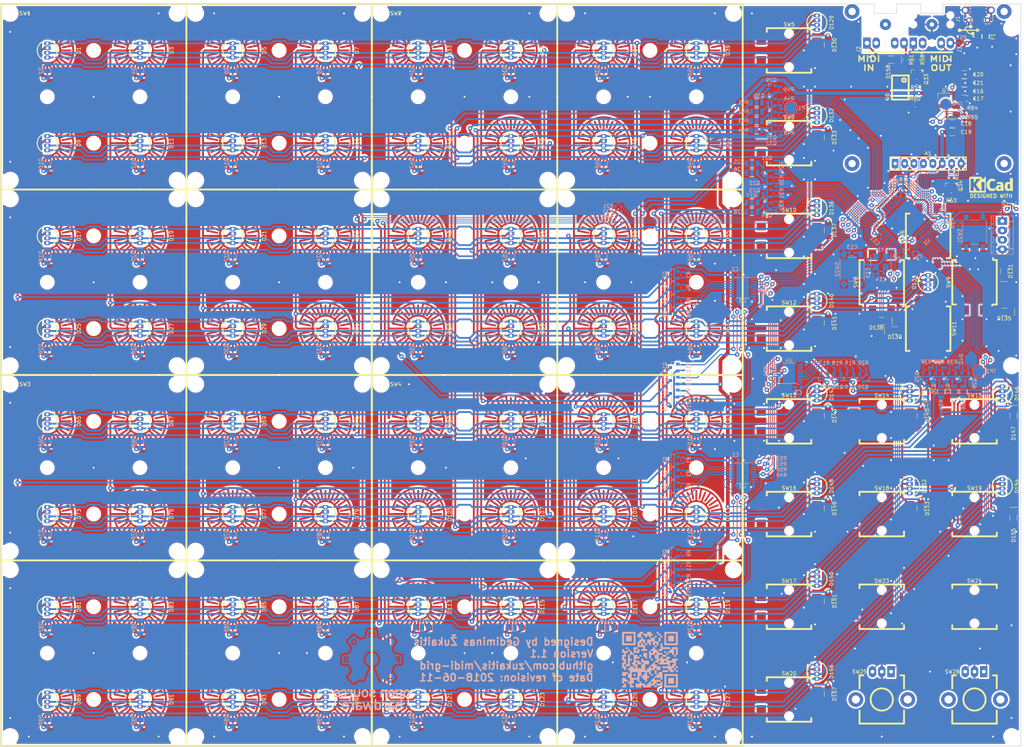
<source format=kicad_pcb>
(kicad_pcb (version 20171130) (host pcbnew 5.1.4+dfsg1-1)
  (title_block (title midi-grid) (date 2018-01-15) (rev 1.0))
  (layers (0 F.Cu signal) (31 B.Cu signal) (34 B.Paste user) (35 F.Paste user) (36 B.SilkS user) (37 F.SilkS user) (38 B.Mask user) (39 F.Mask user) (44 Edge.Cuts user))
  (net 0 "")
  (net 1 GND)
  (net 2 +3V3)
  (net 3 "Net-(D1-Pad2)")
  (net 4 "Net-(D2-Pad2)")
  (net 5 "Net-(D11-Pad2)")
  (net 6 "Net-(D4-Pad2)")
  (net 7 "Net-(D13-Pad2)")
  (net 8 "Net-(D6-Pad2)")
  (net 9 "Net-(D15-Pad2)")
  (net 10 "Net-(D8-Pad2)")
  (net 11 "Net-(D10-Pad2)")
  (net 12 "Net-(D12-Pad2)")
  (net 13 "Net-(D14-Pad2)")
  (net 14 "Net-(D16-Pad2)")
  (net 15 "Net-(D18-Pad2)")
  (net 16 "Net-(D20-Pad2)")
  (net 17 "Net-(D22-Pad2)")
  (net 18 "Net-(D24-Pad2)")
  (net 19 "Net-(D26-Pad2)")
  (net 20 "Net-(D28-Pad2)")
  (net 21 "Net-(D30-Pad2)")
  (net 22 "Net-(D32-Pad2)")
  (net 23 "Net-(D33-Pad2)")
  (net 24 "Net-(D34-Pad2)")
  (net 25 "Net-(D35-Pad2)")
  (net 26 "Net-(D36-Pad2)")
  (net 27 "Net-(D37-Pad2)")
  (net 28 "Net-(D38-Pad2)")
  (net 29 "Net-(D39-Pad2)")
  (net 30 "Net-(D40-Pad2)")
  (net 31 "Net-(D42-Pad2)")
  (net 32 "Net-(D44-Pad2)")
  (net 33 "Net-(D46-Pad2)")
  (net 34 "Net-(D48-Pad2)")
  (net 35 "Net-(D50-Pad2)")
  (net 36 "Net-(D52-Pad2)")
  (net 37 "Net-(D54-Pad2)")
  (net 38 "Net-(D56-Pad2)")
  (net 39 "Net-(D58-Pad2)")
  (net 40 "Net-(D60-Pad2)")
  (net 41 "Net-(D62-Pad2)")
  (net 42 "Net-(D64-Pad2)")
  (net 43 "Net-(D65-Pad2)")
  (net 44 "Net-(D66-Pad2)")
  (net 45 "Net-(D67-Pad2)")
  (net 46 "Net-(D68-Pad2)")
  (net 47 "Net-(D69-Pad2)")
  (net 48 "Net-(D70-Pad2)")
  (net 49 "Net-(D71-Pad2)")
  (net 50 "Net-(D72-Pad2)")
  (net 51 "Net-(D74-Pad2)")
  (net 52 "Net-(D76-Pad2)")
  (net 53 "Net-(D78-Pad2)")
  (net 54 "Net-(D80-Pad2)")
  (net 55 "Net-(D82-Pad2)")
  (net 56 "Net-(D84-Pad2)")
  (net 57 "Net-(D86-Pad2)")
  (net 58 "Net-(D88-Pad2)")
  (net 59 "Net-(D90-Pad2)")
  (net 60 "Net-(D92-Pad2)")
  (net 61 "Net-(D94-Pad2)")
  (net 62 "Net-(D96-Pad2)")
  (net 63 "Net-(D105-Pad2)")
  (net 64 "Net-(D98-Pad2)")
  (net 65 "Net-(D107-Pad2)")
  (net 66 "Net-(D100-Pad2)")
  (net 67 "Net-(D101-Pad2)")
  (net 68 "Net-(D102-Pad2)")
  (net 69 "Net-(D103-Pad2)")
  (net 70 "Net-(D104-Pad2)")
  (net 71 "Net-(D106-Pad2)")
  (net 72 "Net-(D108-Pad2)")
  (net 73 "Net-(D110-Pad2)")
  (net 74 "Net-(D112-Pad2)")
  (net 75 "Net-(D114-Pad2)")
  (net 76 "Net-(D116-Pad2)")
  (net 77 "Net-(D118-Pad2)")
  (net 78 "Net-(D120-Pad2)")
  (net 79 "Net-(D122-Pad2)")
  (net 80 "Net-(D124-Pad2)")
  (net 81 "Net-(D126-Pad2)")
  (net 82 "Net-(D128-Pad2)")
  (net 83 "Net-(D129-Pad2)")
  (net 84 "Net-(D130-Pad2)")
  (net 85 "Net-(D131-Pad2)")
  (net 86 "Net-(D133-Pad2)")
  (net 87 "Net-(D134-Pad2)")
  (net 88 "Net-(D135-Pad2)")
  (net 89 "Net-(D137-Pad2)")
  (net 90 "Net-(D138-Pad2)")
  (net 91 "Net-(D139-Pad2)")
  (net 92 "Net-(D141-Pad2)")
  (net 93 "Net-(D142-Pad2)")
  (net 94 "Net-(D143-Pad2)")
  (net 95 "Net-(D144-Pad2)")
  (net 96 "Net-(D145-Pad2)")
  (net 97 "Net-(D147-Pad2)")
  (net 98 "Net-(D149-Pad2)")
  (net 99 "Net-(D151-Pad2)")
  (net 100 "Net-(D153-Pad2)")
  (net 101 "Net-(D155-Pad2)")
  (net 102 "Net-(D157-Pad2)")
  (net 103 "Net-(D158-Pad1)")
  (net 104 /mcu/MIDI_IN_SINK)
  (net 105 /psu/Vin)
  (net 106 /mcu/USB_DM)
  (net 107 /mcu/USB_DP)
  (net 108 "Net-(J1-Pad4)")
  (net 109 /grid/G1)
  (net 110 /grid/G2)
  (net 111 /grid/G3)
  (net 112 /grid/G4)
  (net 113 /grid/G5)
  (net 114 /grid/G6)
  (net 115 /grid/G7)
  (net 116 /grid/G8)
  (net 117 /grid/G9)
  (net 118 /grid/G10)
  (net 119 /grid/G11)
  (net 120 /grid/G12)
  (net 121 /grid/G13)
  (net 122 /grid/G14)
  (net 123 /grid/G15)
  (net 124 /grid/G16)
  (net 125 /digital_io/LCD_LIGHT)
  (net 126 "Net-(A1-Pad7)")
  (net 127 "Net-(Q34-Pad3)")
  (net 128 /digital_io/ROTARY1_B)
  (net 129 /digital_io/ROTARY1_A)
  (net 130 /digital_io/ROTARY2_B)
  (net 131 /digital_io/ROTARY2_A)
  (net 132 +5V)
  (net 133 /mcu/MIDI_OUT_SRC)
  (net 134 /mcu/MIDI_OUT_SINK)
  (net 135 /mcu/MIDI_IN_SRC)
  (net 136 /mcu/COL4)
  (net 137 /mcu/COL5)
  (net 138 /digital_io/BUTTON1)
  (net 139 /digital_io/BUTTON2)
  (net 140 /digital_io/LCD_CS)
  (net 141 /digital_io/LCD_SCLK)
  (net 142 /digital_io/LCD_MOSI)
  (net 143 /digital_io/LCD_RESET)
  (net 144 /mcu/COL1)
  (net 145 /mcu/COL2)
  (net 146 /mcu/COL3)
  (net 147 /mcu/SWDIO)
  (net 148 /mcu/SWDCLK)
  (net 149 /mcu/COL6)
  (net 150 "Net-(J2-Pad3)")
  (net 151 "Net-(J2-Pad4)")
  (net 152 "Net-(J2-Pad5)")
  (net 153 /mcu/MIDI_OUT_DETECT)
  (net 154 "Net-(J3-Pad5)")
  (net 155 /grid/G18)
  (net 156 /grid/G17)
  (net 157 /mcu/NRST)
  (net 158 /mcu/XTAL1)
  (net 159 /mcu/XTAL2)
  (net 160 /mcu/UART_TX)
  (net 161 /mcu/BOOT)
  (net 162 /mcu/UART_RX)
  (net 163 /mcu/USB_P)
  (net 164 /mcu/USB_M)
  (net 165 /mcu/VCAP)
  (net 166 /digital_io/LCD_DC)
  (net 167 "Net-(Q21-Pad3)")
  (net 168 "Net-(Q22-Pad3)")
  (net 169 "Net-(Q23-Pad3)")
  (net 170 "Net-(Q24-Pad3)")
  (net 171 "Net-(Q25-Pad3)")
  (net 172 "Net-(Q26-Pad3)")
  (net 173 "Net-(Q27-Pad3)")
  (net 174 "Net-(Q28-Pad3)")
  (net 175 "Net-(Q29-Pad3)")
  (net 176 "Net-(Q30-Pad3)")
  (net 177 "Net-(Q31-Pad3)")
  (net 178 "Net-(Q32-Pad3)")
  (net 179 "Net-(Q33-Pad3)")
  (net 180 "Net-(TP2-Pad1)")
  (net 181 "Net-(TP4-Pad1)")
  (net 182 /grid/PWM_RED4)
  (net 183 /grid/PWM_RED3)
  (net 184 /grid/PWM_RED2)
  (net 185 /grid/PWM_RED1)
  (net 186 /grid/PWM_GREEN4)
  (net 187 /grid/PWM_GREEN3)
  (net 188 /grid/PWM_GREEN2)
  (net 189 /grid/PWM_GREEN1)
  (net 190 /grid/PWM_BLUE4)
  (net 191 /grid/PWM_BLUE3)
  (net 192 /grid/PWM_BLUE2)
  (net 193 /grid/PWM_BLUE1)
  (net 194 /grid/GRID_BUTTON4)
  (net 195 /grid/GRID_BUTTON3)
  (net 196 /grid/GRID_BUTTON2)
  (net 197 /grid/GRID_BUTTON1)
  (net 198 /grid/K_RED4)
  (net 199 /grid/K_GREEN4)
  (net 200 /grid/K_BLUE4)
  (net 201 /grid/K_RED3)
  (net 202 /grid/K_GREEN3)
  (net 203 /grid/K_BLUE3)
  (net 204 /grid/K_RED2)
  (net 205 /grid/K_GREEN2)
  (net 206 /grid/K_BLUE2)
  (net 207 /grid/K_RED1)
  (net 208 /grid/K_GREEN1)
  (net 209 /grid/K_BLUE1)
  (net 210 /grid/G19)
  (net 211 /grid/G20)
  (net 212 "Net-(TP1-Pad1)")
  (net 213 "Net-(U1-Pad25)")
  (net 214 "Net-(U1-Pad54)")
  (net 215 "Net-(U1-Pad55)")
  (net 216 "Net-(U4-Pad7)")
  (net 217 "Net-(U4-Pad9)")
  (net 218 "Net-(U4-Pad10)")
  (net 219 "Net-(U4-Pad11)")
  (net 220 "Net-(U5-Pad5)")
  (net 221 /grid/B4)
  (net 222 /grid/B3)
  (net 223 /grid/B2)
  (net 224 /grid/B1)
  (net 225 "Net-(R64-Pad2)")
  (net 226 "Net-(U1-Pad35)")
  (module project_library:Oscillator_SMD_EuroQuartz_XO53-4pin_5.0x3.2mm_HandSoldering (layer B.Cu) (at 302.75 107 180)
    (fp_text reference Y1 (at 0 3.3 180) (layer B.SilkS) (effects (justify mirror)))
    (fp_text value 8MHz)
    (pad 4 smd rect (at -1.34 1.4 180) (size 1.54 1.8) (layers B.Cu B.Paste B.Mask) (net 1 GND))
    (pad 3 smd rect (at 1.34 1.4 180) (size 1.54 1.8) (layers B.Cu B.Paste B.Mask) (net 159 /mcu/XTAL2))
    (pad 2 smd rect (at 1.34 -1.4 180) (size 1.54 1.8) (layers B.Cu B.Paste B.Mask) (net 1 GND))
    (pad 1 smd rect (at -1.34 -1.4 180) (size 1.54 1.8) (layers B.Cu B.Paste B.Mask) (net 158 /mcu/XTAL1))
  )
  (module project_library:USB_Micro-B_Molex-105017-0001 (layer F.Cu) (at 329 39.5 180)
    (fp_text reference J1 (at 5.5 -2 270) (layer F.SilkS))
    (fp_text value USB_OTG)
    (pad 6 smd rect (at -2.9 0.35 180) (size 1.2 1.9) (layers F.Cu F.Mask) (net 1 GND))
    (pad 6 smd rect (at 2.9 0.35 180) (size 1.2 1.9) (layers F.Cu F.Mask) (net 1 GND))
    (pad 6 thru_hole oval (at 3.5 0.35 180) (size 2 1.9) (drill 1.2) (layers *.Cu *.Mask) (net 1 GND))
    (pad 6 thru_hole oval (at -3.5 0.35) (size 2 2) (drill 1.2) (layers *.Cu *.Mask) (net 1 GND))
    (pad 6 smd rect (at -1 0.35 180) (size 1.5 1.9) (layers F.Cu F.Paste F.Mask) (net 1 GND))
    (pad 6 thru_hole circle (at 2.5 -2.35 180) (size 1.45 1.45) (drill 0.8) (layers *.Cu *.Mask) (net 1 GND))
    (pad 3 smd rect (at 0 -2.35 180) (size 0.4 1.35) (layers F.Cu F.Paste F.Mask) (net 107 /mcu/USB_DP))
    (pad 4 smd rect (at 0.65 -2.35 180) (size 0.4 1.35) (layers F.Cu F.Paste F.Mask) (net 108 "Net-(J1-Pad4)"))
    (pad 5 smd rect (at 1.3 -2.35 180) (size 0.4 1.35) (layers F.Cu F.Paste F.Mask) (net 1 GND))
    (pad 1 smd rect (at -1.3 -2.35 180) (size 0.4 1.35) (layers F.Cu F.Paste F.Mask) (net 105 /psu/Vin))
    (pad 2 smd rect (at -0.65 -2.35 180) (size 0.4 1.35) (layers F.Cu F.Paste F.Mask) (net 106 /mcu/USB_DM))
    (pad 6 thru_hole circle (at -2.5 -2.35 180) (size 1.45 1.45) (drill 0.8) (layers *.Cu *.Mask) (net 1 GND))
    (pad 6 smd rect (at 1 0.35 180) (size 1.5 1.9) (layers F.Cu F.Paste F.Mask) (net 1 GND))
  )
  (module project_library:DIP4-smd (layer F.Cu) (at 308 60 270)
    (fp_text reference U6 (at 2.5 3.5 270) (layer F.SilkS))
    (fp_text value VO617A)
    (pad 2 smd rect (at -4.75 1.27 270) (size 1.5 1.8) (layers F.Cu F.Paste F.Mask) (net 104 /mcu/MIDI_IN_SINK))
    (pad 1 smd rect (at -4.75 -1.27 270) (size 1.5 1.8) (layers F.Cu F.Paste F.Mask) (net 103 "Net-(D158-Pad1)"))
    (pad 4 smd rect (at 4.75 -1.27 270) (size 1.5 1.8) (layers F.Cu F.Paste F.Mask) (net 162 /mcu/UART_RX))
    (pad 3 smd rect (at 4.75 1.27 270) (size 1.5 1.8) (layers F.Cu F.Paste F.Mask) (net 1 GND))
  )
  (module project_library:TSSOP-16_4.4x5mm_Pitch0.65mm (layer B.Cu) (at 278 137)
    (fp_text reference U4 (at 0 -3.5) (layer B.SilkS) (effects (justify mirror)))
    (fp_text value 74HC138)
    (pad 16 smd rect (at 2.95 2.275) (size 1.5 0.45) (layers B.Cu B.Paste B.Mask) (net 132 +5V))
    (pad 15 smd rect (at 2.95 1.625) (size 1.5 0.45) (layers B.Cu B.Paste B.Mask) (net 156 /grid/G17))
    (pad 14 smd rect (at 2.95 0.975) (size 1.5 0.45) (layers B.Cu B.Paste B.Mask) (net 155 /grid/G18))
    (pad 13 smd rect (at 2.95 0.325) (size 1.5 0.45) (layers B.Cu B.Paste B.Mask) (net 210 /grid/G19))
    (pad 12 smd rect (at 2.95 -0.325) (size 1.5 0.45) (layers B.Cu B.Paste B.Mask) (net 211 /grid/G20))
    (pad 11 smd rect (at 2.95 -0.975) (size 1.5 0.45) (layers B.Cu B.Paste B.Mask) (net 219 "Net-(U4-Pad11)"))
    (pad 10 smd rect (at 2.95 -1.625) (size 1.5 0.45) (layers B.Cu B.Paste B.Mask) (net 218 "Net-(U4-Pad10)"))
    (pad 9 smd rect (at 2.95 -2.275) (size 1.5 0.45) (layers B.Cu B.Paste B.Mask) (net 217 "Net-(U4-Pad9)"))
    (pad 8 smd rect (at -2.95 -2.275) (size 1.5 0.45) (layers B.Cu B.Paste B.Mask) (net 1 GND))
    (pad 7 smd rect (at -2.95 -1.625) (size 1.5 0.45) (layers B.Cu B.Paste B.Mask) (net 216 "Net-(U4-Pad7)"))
    (pad 6 smd rect (at -2.95 -0.975) (size 1.5 0.45) (layers B.Cu B.Paste B.Mask) (net 132 +5V))
    (pad 5 smd rect (at -2.95 -0.325) (size 1.5 0.45) (layers B.Cu B.Paste B.Mask) (net 149 /mcu/COL6))
    (pad 4 smd rect (at -2.95 0.325) (size 1.5 0.45) (layers B.Cu B.Paste B.Mask) (net 1 GND))
    (pad 3 smd rect (at -2.95 0.975) (size 1.5 0.45) (layers B.Cu B.Paste B.Mask) (net 146 /mcu/COL3))
    (pad 2 smd rect (at -2.95 1.625) (size 1.5 0.45) (layers B.Cu B.Paste B.Mask) (net 145 /mcu/COL2))
    (pad 1 smd rect (at -2.95 2.275) (size 1.5 0.45) (layers B.Cu B.Paste B.Mask) (net 144 /mcu/COL1))
  )
  (module project_library:TSSOP-16_4.4x5mm_Pitch0.65mm (layer B.Cu) (at 265.5 114 180)
    (fp_text reference U3 (at 0 -3.5 180) (layer B.SilkS) (effects (justify mirror)))
    (fp_text value 74HC138)
    (pad 16 smd rect (at 2.95 2.275 180) (size 1.5 0.45) (layers B.Cu B.Paste B.Mask) (net 132 +5V))
    (pad 15 smd rect (at 2.95 1.625 180) (size 1.5 0.45) (layers B.Cu B.Paste B.Mask) (net 117 /grid/G9))
    (pad 14 smd rect (at 2.95 0.975 180) (size 1.5 0.45) (layers B.Cu B.Paste B.Mask) (net 118 /grid/G10))
    (pad 13 smd rect (at 2.95 0.325 180) (size 1.5 0.45) (layers B.Cu B.Paste B.Mask) (net 119 /grid/G11))
    (pad 12 smd rect (at 2.95 -0.325 180) (size 1.5 0.45) (layers B.Cu B.Paste B.Mask) (net 120 /grid/G12))
    (pad 11 smd rect (at 2.95 -0.975 180) (size 1.5 0.45) (layers B.Cu B.Paste B.Mask) (net 121 /grid/G13))
    (pad 10 smd rect (at 2.95 -1.625 180) (size 1.5 0.45) (layers B.Cu B.Paste B.Mask) (net 122 /grid/G14))
    (pad 9 smd rect (at 2.95 -2.275 180) (size 1.5 0.45) (layers B.Cu B.Paste B.Mask) (net 123 /grid/G15))
    (pad 8 smd rect (at -2.95 -2.275 180) (size 1.5 0.45) (layers B.Cu B.Paste B.Mask) (net 1 GND))
    (pad 7 smd rect (at -2.95 -1.625 180) (size 1.5 0.45) (layers B.Cu B.Paste B.Mask) (net 124 /grid/G16))
    (pad 6 smd rect (at -2.95 -0.975 180) (size 1.5 0.45) (layers B.Cu B.Paste B.Mask) (net 132 +5V))
    (pad 5 smd rect (at -2.95 -0.325 180) (size 1.5 0.45) (layers B.Cu B.Paste B.Mask) (net 137 /mcu/COL5))
    (pad 4 smd rect (at -2.95 0.325 180) (size 1.5 0.45) (layers B.Cu B.Paste B.Mask) (net 1 GND))
    (pad 3 smd rect (at -2.95 0.975 180) (size 1.5 0.45) (layers B.Cu B.Paste B.Mask) (net 146 /mcu/COL3))
    (pad 2 smd rect (at -2.95 1.625 180) (size 1.5 0.45) (layers B.Cu B.Paste B.Mask) (net 145 /mcu/COL2))
    (pad 1 smd rect (at -2.95 2.275 180) (size 1.5 0.45) (layers B.Cu B.Paste B.Mask) (net 144 /mcu/COL1))
  )
  (module project_library:TSSOP-16_4.4x5mm_Pitch0.65mm (layer B.Cu) (at 265.5 164 180)
    (fp_text reference U2 (at 0 -3.5 180) (layer B.SilkS) (effects (justify mirror)))
    (fp_text value 74HC138)
    (pad 16 smd rect (at 2.95 2.275 180) (size 1.5 0.45) (layers B.Cu B.Paste B.Mask) (net 132 +5V))
    (pad 15 smd rect (at 2.95 1.625 180) (size 1.5 0.45) (layers B.Cu B.Paste B.Mask) (net 109 /grid/G1))
    (pad 14 smd rect (at 2.95 0.975 180) (size 1.5 0.45) (layers B.Cu B.Paste B.Mask) (net 110 /grid/G2))
    (pad 13 smd rect (at 2.95 0.325 180) (size 1.5 0.45) (layers B.Cu B.Paste B.Mask) (net 111 /grid/G3))
    (pad 12 smd rect (at 2.95 -0.325 180) (size 1.5 0.45) (layers B.Cu B.Paste B.Mask) (net 112 /grid/G4))
    (pad 11 smd rect (at 2.95 -0.975 180) (size 1.5 0.45) (layers B.Cu B.Paste B.Mask) (net 113 /grid/G5))
    (pad 10 smd rect (at 2.95 -1.625 180) (size 1.5 0.45) (layers B.Cu B.Paste B.Mask) (net 114 /grid/G6))
    (pad 9 smd rect (at 2.95 -2.275 180) (size 1.5 0.45) (layers B.Cu B.Paste B.Mask) (net 115 /grid/G7))
    (pad 8 smd rect (at -2.95 -2.275 180) (size 1.5 0.45) (layers B.Cu B.Paste B.Mask) (net 1 GND))
    (pad 7 smd rect (at -2.95 -1.625 180) (size 1.5 0.45) (layers B.Cu B.Paste B.Mask) (net 116 /grid/G8))
    (pad 6 smd rect (at -2.95 -0.975 180) (size 1.5 0.45) (layers B.Cu B.Paste B.Mask) (net 132 +5V))
    (pad 5 smd rect (at -2.95 -0.325 180) (size 1.5 0.45) (layers B.Cu B.Paste B.Mask) (net 136 /mcu/COL4))
    (pad 4 smd rect (at -2.95 0.325 180) (size 1.5 0.45) (layers B.Cu B.Paste B.Mask) (net 1 GND))
    (pad 3 smd rect (at -2.95 0.975 180) (size 1.5 0.45) (layers B.Cu B.Paste B.Mask) (net 146 /mcu/COL3))
    (pad 2 smd rect (at -2.95 1.625 180) (size 1.5 0.45) (layers B.Cu B.Paste B.Mask) (net 145 /mcu/COL2))
    (pad 1 smd rect (at -2.95 2.275 180) (size 1.5 0.45) (layers B.Cu B.Paste B.Mask) (net 144 /mcu/COL1))
  )
  (module project_library:SOT-223-3Lead_TabPin2 (layer F.Cu) (at 320 65 180)
    (fp_text reference U7 (at -0.25 4.25 180) (layer F.SilkS))
    (fp_text value LD1117STR)
    (pad 1 smd rect (at -3.15 -2.3 180) (size 2 1.5) (layers F.Cu F.Paste F.Mask) (net 225 "Net-(R64-Pad2)"))
    (pad 3 smd rect (at -3.15 2.3 180) (size 2 1.5) (layers F.Cu F.Paste F.Mask) (net 132 +5V))
    (pad 2 smd rect (at -3.15 0 180) (size 2 1.5) (layers F.Cu F.Paste F.Mask) (net 2 +3V3))
    (pad 2 smd rect (at 3.15 0 180) (size 2 3.8) (layers F.Cu F.Paste F.Mask) (net 2 +3V3))
  )
  (module project_library:SOT-23 (layer F.Cu) (at 321.75 86.5 90)
    (fp_text reference Q34 (at 0 2.5 90) (layer F.SilkS))
    (fp_text value NX7002AK)
    (pad 3 smd rect (at 1 0 90) (size 0.9 0.8) (layers F.Cu F.Paste F.Mask) (net 127 "Net-(Q34-Pad3)"))
    (pad 2 smd rect (at -1 0.95 90) (size 0.9 0.8) (layers F.Cu F.Paste F.Mask) (net 1 GND))
    (pad 1 smd rect (at -1 -0.95 90) (size 0.9 0.8) (layers F.Cu F.Paste F.Mask) (net 125 /digital_io/LCD_LIGHT))
  )
  (module project_library:SOT-23 (layer F.Cu) (at 312.5 56 90)
    (fp_text reference Q33 (at -1.75 2.5 90) (layer F.SilkS))
    (fp_text value NX7002AK)
    (pad 3 smd rect (at 1 0 90) (size 0.9 0.8) (layers F.Cu F.Paste F.Mask) (net 179 "Net-(Q33-Pad3)"))
    (pad 2 smd rect (at -1 0.95 90) (size 0.9 0.8) (layers F.Cu F.Paste F.Mask) (net 1 GND))
    (pad 1 smd rect (at -1 -0.95 90) (size 0.9 0.8) (layers F.Cu F.Paste F.Mask) (net 160 /mcu/UART_TX))
  )
  (module project_library:SOT-23 (layer B.Cu) (at 273.25 71 180)
    (fp_text reference Q32 (at 0 -4) (layer B.SilkS) (effects (justify mirror)))
    (fp_text value NX7002AK)
    (pad 3 smd rect (at 1 0 180) (size 0.9 0.8) (layers B.Cu B.Paste B.Mask) (net 178 "Net-(Q32-Pad3)"))
    (pad 2 smd rect (at -1 -0.95 180) (size 0.9 0.8) (layers B.Cu B.Paste B.Mask) (net 1 GND))
    (pad 1 smd rect (at -1 0.95 180) (size 0.9 0.8) (layers B.Cu B.Paste B.Mask) (net 193 /grid/PWM_BLUE1))
  )
  (module project_library:SOT-23 (layer B.Cu) (at 273.25 67.5 180)
    (fp_text reference Q31 (at 0 -6) (layer B.SilkS) (effects (justify mirror)))
    (fp_text value NX7002AK)
    (pad 3 smd rect (at 1 0 180) (size 0.9 0.8) (layers B.Cu B.Paste B.Mask) (net 177 "Net-(Q31-Pad3)"))
    (pad 2 smd rect (at -1 -0.95 180) (size 0.9 0.8) (layers B.Cu B.Paste B.Mask) (net 1 GND))
    (pad 1 smd rect (at -1 0.95 180) (size 0.9 0.8) (layers B.Cu B.Paste B.Mask) (net 192 /grid/PWM_BLUE2))
  )
  (module project_library:SOT-23 (layer B.Cu) (at 273.25 64 180)
    (fp_text reference Q30 (at 3.25 1.75) (layer B.SilkS) (effects (justify mirror)))
    (fp_text value NX7002AK)
    (pad 3 smd rect (at 1 0 180) (size 0.9 0.8) (layers B.Cu B.Paste B.Mask) (net 176 "Net-(Q30-Pad3)"))
    (pad 2 smd rect (at -1 -0.95 180) (size 0.9 0.8) (layers B.Cu B.Paste B.Mask) (net 1 GND))
    (pad 1 smd rect (at -1 0.95 180) (size 0.9 0.8) (layers B.Cu B.Paste B.Mask) (net 191 /grid/PWM_BLUE3))
  )
  (module project_library:SOT-23 (layer B.Cu) (at 273.25 60.5 180)
    (fp_text reference Q29 (at 0 2.5) (layer B.SilkS) (effects (justify mirror)))
    (fp_text value NX7002AK)
    (pad 3 smd rect (at 1 0 180) (size 0.9 0.8) (layers B.Cu B.Paste B.Mask) (net 175 "Net-(Q29-Pad3)"))
    (pad 2 smd rect (at -1 -0.95 180) (size 0.9 0.8) (layers B.Cu B.Paste B.Mask) (net 1 GND))
    (pad 1 smd rect (at -1 0.95 180) (size 0.9 0.8) (layers B.Cu B.Paste B.Mask) (net 190 /grid/PWM_BLUE4))
  )
  (module project_library:SOT-23 (layer B.Cu) (at 325.5 138 270)
    (fp_text reference Q28 (at 1.75 -2.5 90) (layer B.SilkS) (effects (justify mirror)))
    (fp_text value NX7002AK)
    (pad 3 smd rect (at 1 0 270) (size 0.9 0.8) (layers B.Cu B.Paste B.Mask) (net 174 "Net-(Q28-Pad3)"))
    (pad 2 smd rect (at -1 -0.95 270) (size 0.9 0.8) (layers B.Cu B.Paste B.Mask) (net 1 GND))
    (pad 1 smd rect (at -1 0.95 270) (size 0.9 0.8) (layers B.Cu B.Paste B.Mask) (net 189 /grid/PWM_GREEN1))
  )
  (module project_library:SOT-23 (layer B.Cu) (at 322 138 270)
    (fp_text reference Q27 (at 3.25 1.25 90) (layer B.SilkS) (effects (justify mirror)))
    (fp_text value NX7002AK)
    (pad 3 smd rect (at 1 0 270) (size 0.9 0.8) (layers B.Cu B.Paste B.Mask) (net 173 "Net-(Q27-Pad3)"))
    (pad 2 smd rect (at -1 -0.95 270) (size 0.9 0.8) (layers B.Cu B.Paste B.Mask) (net 1 GND))
    (pad 1 smd rect (at -1 0.95 270) (size 0.9 0.8) (layers B.Cu B.Paste B.Mask) (net 188 /grid/PWM_GREEN2))
  )
  (module project_library:SOT-23 (layer B.Cu) (at 318.5 138 270)
    (fp_text reference Q26 (at 3.25 1.5 90) (layer B.SilkS) (effects (justify mirror)))
    (fp_text value NX7002AK)
    (pad 3 smd rect (at 1 0 270) (size 0.9 0.8) (layers B.Cu B.Paste B.Mask) (net 172 "Net-(Q26-Pad3)"))
    (pad 2 smd rect (at -1 -0.95 270) (size 0.9 0.8) (layers B.Cu B.Paste B.Mask) (net 1 GND))
    (pad 1 smd rect (at -1 0.95 270) (size 0.9 0.8) (layers B.Cu B.Paste B.Mask) (net 187 /grid/PWM_GREEN3))
  )
  (module project_library:SOT-23 (layer B.Cu) (at 315 138 270)
    (fp_text reference Q25 (at 0 2.5 90) (layer B.SilkS) (effects (justify mirror)))
    (fp_text value NX7002AK)
    (pad 3 smd rect (at 1 0 270) (size 0.9 0.8) (layers B.Cu B.Paste B.Mask) (net 171 "Net-(Q25-Pad3)"))
    (pad 2 smd rect (at -1 -0.95 270) (size 0.9 0.8) (layers B.Cu B.Paste B.Mask) (net 1 GND))
    (pad 1 smd rect (at -1 0.95 270) (size 0.9 0.8) (layers B.Cu B.Paste B.Mask) (net 186 /grid/PWM_GREEN4))
  )
  (module project_library:SOT-23 (layer B.Cu) (at 272 92 180)
    (fp_text reference Q24 (at 0 -2.5) (layer B.SilkS) (effects (justify mirror)))
    (fp_text value NX7002AK)
    (pad 3 smd rect (at 1 0 180) (size 0.9 0.8) (layers B.Cu B.Paste B.Mask) (net 170 "Net-(Q24-Pad3)"))
    (pad 2 smd rect (at -1 -0.95 180) (size 0.9 0.8) (layers B.Cu B.Paste B.Mask) (net 1 GND))
    (pad 1 smd rect (at -1 0.95 180) (size 0.9 0.8) (layers B.Cu B.Paste B.Mask) (net 185 /grid/PWM_RED1))
  )
  (module project_library:SOT-23 (layer B.Cu) (at 272 88.5 180)
    (fp_text reference Q23 (at 3.25 0.75) (layer B.SilkS) (effects (justify mirror)))
    (fp_text value NX7002AK)
    (pad 3 smd rect (at 1 0 180) (size 0.9 0.8) (layers B.Cu B.Paste B.Mask) (net 169 "Net-(Q23-Pad3)"))
    (pad 2 smd rect (at -1 -0.95 180) (size 0.9 0.8) (layers B.Cu B.Paste B.Mask) (net 1 GND))
    (pad 1 smd rect (at -1 0.95 180) (size 0.9 0.8) (layers B.Cu B.Paste B.Mask) (net 184 /grid/PWM_RED2))
  )
  (module project_library:SOT-23 (layer B.Cu) (at 272 85 180)
    (fp_text reference Q22 (at 3.25 -0.75) (layer B.SilkS) (effects (justify mirror)))
    (fp_text value NX7002AK)
    (pad 3 smd rect (at 1 0 180) (size 0.9 0.8) (layers B.Cu B.Paste B.Mask) (net 168 "Net-(Q22-Pad3)"))
    (pad 2 smd rect (at -1 -0.95 180) (size 0.9 0.8) (layers B.Cu B.Paste B.Mask) (net 1 GND))
    (pad 1 smd rect (at -1 0.95 180) (size 0.9 0.8) (layers B.Cu B.Paste B.Mask) (net 183 /grid/PWM_RED3))
  )
  (module project_library:SOT-23 (layer B.Cu) (at 272 81.5 180)
    (fp_text reference Q21 (at 0 2.5 180) (layer B.SilkS) (effects (justify mirror)))
    (fp_text value NX7002AK)
    (pad 3 smd rect (at 1 0 180) (size 0.9 0.8) (layers B.Cu B.Paste B.Mask) (net 167 "Net-(Q21-Pad3)"))
    (pad 2 smd rect (at -1 -0.95 180) (size 0.9 0.8) (layers B.Cu B.Paste B.Mask) (net 1 GND))
    (pad 1 smd rect (at -1 0.95 180) (size 0.9 0.8) (layers B.Cu B.Paste B.Mask) (net 182 /grid/PWM_RED4))
  )
  (module project_library:SOT-23 (layer B.Cu) (at 298 138.25 270)
    (fp_text reference Q20 (at 2.5 0) (layer B.SilkS) (effects (justify mirror)))
    (fp_text value BSH205G2)
    (pad 3 smd rect (at 1 0 270) (size 0.9 0.8) (layers B.Cu B.Paste B.Mask) (net 87 "Net-(D134-Pad2)"))
    (pad 2 smd rect (at -1 -0.95 270) (size 0.9 0.8) (layers B.Cu B.Paste B.Mask) (net 132 +5V))
    (pad 1 smd rect (at -1 0.95 270) (size 0.9 0.8) (layers B.Cu B.Paste B.Mask) (net 211 /grid/G20))
  )
  (module project_library:SOT-23 (layer B.Cu) (at 294.5 138.25 270)
    (fp_text reference Q19 (at 2.5 0) (layer B.SilkS) (effects (justify mirror)))
    (fp_text value BSH205G2)
    (pad 3 smd rect (at 1 0 270) (size 0.9 0.8) (layers B.Cu B.Paste B.Mask) (net 95 "Net-(D144-Pad2)"))
    (pad 2 smd rect (at -1 -0.95 270) (size 0.9 0.8) (layers B.Cu B.Paste B.Mask) (net 132 +5V))
    (pad 1 smd rect (at -1 0.95 270) (size 0.9 0.8) (layers B.Cu B.Paste B.Mask) (net 210 /grid/G19))
  )
  (module project_library:SOT-23 (layer B.Cu) (at 291 138.25 270)
    (fp_text reference Q18 (at 2.5 -0.25) (layer B.SilkS) (effects (justify mirror)))
    (fp_text value BSH205G2)
    (pad 3 smd rect (at 1 0 270) (size 0.9 0.8) (layers B.Cu B.Paste B.Mask) (net 83 "Net-(D129-Pad2)"))
    (pad 2 smd rect (at -1 -0.95 270) (size 0.9 0.8) (layers B.Cu B.Paste B.Mask) (net 132 +5V))
    (pad 1 smd rect (at -1 0.95 270) (size 0.9 0.8) (layers B.Cu B.Paste B.Mask) (net 155 /grid/G18))
  )
  (module project_library:SOT-23 (layer B.Cu) (at 287.5 138.25 270)
    (fp_text reference Q17 (at 2.5 -0.5) (layer B.SilkS) (effects (justify mirror)))
    (fp_text value BSH205G2)
    (pad 3 smd rect (at 1 0 270) (size 0.9 0.8) (layers B.Cu B.Paste B.Mask) (net 93 "Net-(D142-Pad2)"))
    (pad 2 smd rect (at -1 -0.95 270) (size 0.9 0.8) (layers B.Cu B.Paste B.Mask) (net 132 +5V))
    (pad 1 smd rect (at -1 0.95 270) (size 0.9 0.8) (layers B.Cu B.Paste B.Mask) (net 156 /grid/G17))
  )
  (module project_library:SOT-23 (layer B.Cu) (at 247 146 180)
    (fp_text reference Q16 (at 2.5 0 270) (layer B.SilkS) (effects (justify mirror)))
    (fp_text value BSH205G2)
    (pad 3 smd rect (at 1 0 180) (size 0.9 0.8) (layers B.Cu B.Paste B.Mask) (net 29 "Net-(D39-Pad2)"))
    (pad 2 smd rect (at -1 -0.95 180) (size 0.9 0.8) (layers B.Cu B.Paste B.Mask) (net 132 +5V))
    (pad 1 smd rect (at -1 0.95 180) (size 0.9 0.8) (layers B.Cu B.Paste B.Mask) (net 124 /grid/G16))
  )
  (module project_library:SOT-23 (layer B.Cu) (at 247 196 180)
    (fp_text reference Q15 (at 2.5 0 270) (layer B.SilkS) (effects (justify mirror)))
    (fp_text value BSH205G2)
    (pad 3 smd rect (at 1 0 180) (size 0.9 0.8) (layers B.Cu B.Paste B.Mask) (net 69 "Net-(D103-Pad2)"))
    (pad 2 smd rect (at -1 -0.95 180) (size 0.9 0.8) (layers B.Cu B.Paste B.Mask) (net 132 +5V))
    (pad 1 smd rect (at -1 0.95 180) (size 0.9 0.8) (layers B.Cu B.Paste B.Mask) (net 116 /grid/G8))
  )
  (module project_library:SOT-23 (layer B.Cu) (at 247 142.5 180)
    (fp_text reference Q14 (at 2.5 0 270) (layer B.SilkS) (effects (justify mirror)))
    (fp_text value BSH205G2)
    (pad 3 smd rect (at 1 0 180) (size 0.9 0.8) (layers B.Cu B.Paste B.Mask) (net 27 "Net-(D37-Pad2)"))
    (pad 2 smd rect (at -1 -0.95 180) (size 0.9 0.8) (layers B.Cu B.Paste B.Mask) (net 132 +5V))
    (pad 1 smd rect (at -1 0.95 180) (size 0.9 0.8) (layers B.Cu B.Paste B.Mask) (net 123 /grid/G15))
  )
  (module project_library:SOT-23 (layer B.Cu) (at 247 192.5 180)
    (fp_text reference Q13 (at 2.5 0 270) (layer B.SilkS) (effects (justify mirror)))
    (fp_text value BSH205G2)
    (pad 3 smd rect (at 1 0 180) (size 0.9 0.8) (layers B.Cu B.Paste B.Mask) (net 67 "Net-(D101-Pad2)"))
    (pad 2 smd rect (at -1 -0.95 180) (size 0.9 0.8) (layers B.Cu B.Paste B.Mask) (net 132 +5V))
    (pad 1 smd rect (at -1 0.95 180) (size 0.9 0.8) (layers B.Cu B.Paste B.Mask) (net 115 /grid/G7))
  )
  (module project_library:SOT-23 (layer B.Cu) (at 247 139 180)
    (fp_text reference Q12 (at 2.5 0 270) (layer B.SilkS) (effects (justify mirror)))
    (fp_text value BSH205G2)
    (pad 3 smd rect (at 1 0 180) (size 0.9 0.8) (layers B.Cu B.Paste B.Mask) (net 25 "Net-(D35-Pad2)"))
    (pad 2 smd rect (at -1 -0.95 180) (size 0.9 0.8) (layers B.Cu B.Paste B.Mask) (net 132 +5V))
    (pad 1 smd rect (at -1 0.95 180) (size 0.9 0.8) (layers B.Cu B.Paste B.Mask) (net 122 /grid/G14))
  )
  (module project_library:SOT-23 (layer B.Cu) (at 247 189 180)
    (fp_text reference Q11 (at 2.5 0 270) (layer B.SilkS) (effects (justify mirror)))
    (fp_text value BSH205G2)
    (pad 3 smd rect (at 1 0 180) (size 0.9 0.8) (layers B.Cu B.Paste B.Mask) (net 65 "Net-(D107-Pad2)"))
    (pad 2 smd rect (at -1 -0.95 180) (size 0.9 0.8) (layers B.Cu B.Paste B.Mask) (net 132 +5V))
    (pad 1 smd rect (at -1 0.95 180) (size 0.9 0.8) (layers B.Cu B.Paste B.Mask) (net 114 /grid/G6))
  )
  (module project_library:SOT-23 (layer B.Cu) (at 247 135.5 180)
    (fp_text reference Q10 (at 2.5 0 270) (layer B.SilkS) (effects (justify mirror)))
    (fp_text value BSH205G2)
    (pad 3 smd rect (at 1 0 180) (size 0.9 0.8) (layers B.Cu B.Paste B.Mask) (net 23 "Net-(D33-Pad2)"))
    (pad 2 smd rect (at -1 -0.95 180) (size 0.9 0.8) (layers B.Cu B.Paste B.Mask) (net 132 +5V))
    (pad 1 smd rect (at -1 0.95 180) (size 0.9 0.8) (layers B.Cu B.Paste B.Mask) (net 121 /grid/G13))
  )
  (module project_library:SOT-23 (layer B.Cu) (at 247 185.5 180)
    (fp_text reference Q9 (at 2.5 0 270) (layer B.SilkS) (effects (justify mirror)))
    (fp_text value BSH205G2)
    (pad 3 smd rect (at 1 0 180) (size 0.9 0.8) (layers B.Cu B.Paste B.Mask) (net 63 "Net-(D105-Pad2)"))
    (pad 2 smd rect (at -1 -0.95 180) (size 0.9 0.8) (layers B.Cu B.Paste B.Mask) (net 132 +5V))
    (pad 1 smd rect (at -1 0.95 180) (size 0.9 0.8) (layers B.Cu B.Paste B.Mask) (net 113 /grid/G5))
  )
  (module project_library:SOT-23 (layer B.Cu) (at 247 121 180)
    (fp_text reference Q8 (at 2.5 0 270) (layer B.SilkS) (effects (justify mirror)))
    (fp_text value BSH205G2)
    (pad 3 smd rect (at 1 0 180) (size 0.9 0.8) (layers B.Cu B.Paste B.Mask) (net 9 "Net-(D15-Pad2)"))
    (pad 2 smd rect (at -1 -0.95 180) (size 0.9 0.8) (layers B.Cu B.Paste B.Mask) (net 132 +5V))
    (pad 1 smd rect (at -1 0.95 180) (size 0.9 0.8) (layers B.Cu B.Paste B.Mask) (net 120 /grid/G12))
  )
  (module project_library:SOT-23 (layer B.Cu) (at 247 171 180)
    (fp_text reference Q7 (at 2.5 0 270) (layer B.SilkS) (effects (justify mirror)))
    (fp_text value BSH205G2)
    (pad 3 smd rect (at 1 0 180) (size 0.9 0.8) (layers B.Cu B.Paste B.Mask) (net 49 "Net-(D71-Pad2)"))
    (pad 2 smd rect (at -1 -0.95 180) (size 0.9 0.8) (layers B.Cu B.Paste B.Mask) (net 132 +5V))
    (pad 1 smd rect (at -1 0.95 180) (size 0.9 0.8) (layers B.Cu B.Paste B.Mask) (net 112 /grid/G4))
  )
  (module project_library:SOT-23 (layer B.Cu) (at 247 117.5 180)
    (fp_text reference Q6 (at 2.5 0 270) (layer B.SilkS) (effects (justify mirror)))
    (fp_text value BSH205G2)
    (pad 3 smd rect (at 1 0 180) (size 0.9 0.8) (layers B.Cu B.Paste B.Mask) (net 7 "Net-(D13-Pad2)"))
    (pad 2 smd rect (at -1 -0.95 180) (size 0.9 0.8) (layers B.Cu B.Paste B.Mask) (net 132 +5V))
    (pad 1 smd rect (at -1 0.95 180) (size 0.9 0.8) (layers B.Cu B.Paste B.Mask) (net 119 /grid/G11))
  )
  (module project_library:SOT-23 (layer B.Cu) (at 247 167.5 180)
    (fp_text reference Q5 (at 2.5 0 270) (layer B.SilkS) (effects (justify mirror)))
    (fp_text value BSH205G2)
    (pad 3 smd rect (at 1 0 180) (size 0.9 0.8) (layers B.Cu B.Paste B.Mask) (net 47 "Net-(D69-Pad2)"))
    (pad 2 smd rect (at -1 -0.95 180) (size 0.9 0.8) (layers B.Cu B.Paste B.Mask) (net 132 +5V))
    (pad 1 smd rect (at -1 0.95 180) (size 0.9 0.8) (layers B.Cu B.Paste B.Mask) (net 111 /grid/G3))
  )
  (module project_library:SOT-23 (layer B.Cu) (at 247 114 180)
    (fp_text reference Q4 (at 2.5 0 270) (layer B.SilkS) (effects (justify mirror)))
    (fp_text value BSH205G2)
    (pad 3 smd rect (at 1 0 180) (size 0.9 0.8) (layers B.Cu B.Paste B.Mask) (net 5 "Net-(D11-Pad2)"))
    (pad 2 smd rect (at -1 -0.95 180) (size 0.9 0.8) (layers B.Cu B.Paste B.Mask) (net 132 +5V))
    (pad 1 smd rect (at -1 0.95 180) (size 0.9 0.8) (layers B.Cu B.Paste B.Mask) (net 118 /grid/G10))
  )
  (module project_library:SOT-23 (layer B.Cu) (at 247 164 180)
    (fp_text reference Q3 (at 2.5 0 270) (layer B.SilkS) (effects (justify mirror)))
    (fp_text value BSH205G2)
    (pad 3 smd rect (at 1 0 180) (size 0.9 0.8) (layers B.Cu B.Paste B.Mask) (net 45 "Net-(D67-Pad2)"))
    (pad 2 smd rect (at -1 -0.95 180) (size 0.9 0.8) (layers B.Cu B.Paste B.Mask) (net 132 +5V))
    (pad 1 smd rect (at -1 0.95 180) (size 0.9 0.8) (layers B.Cu B.Paste B.Mask) (net 110 /grid/G2))
  )
  (module project_library:SOT-23 (layer B.Cu) (at 247 110.5 180)
    (fp_text reference Q2 (at 2.5 0 270) (layer B.SilkS) (effects (justify mirror)))
    (fp_text value BSH205G2)
    (pad 3 smd rect (at 1 0 180) (size 0.9 0.8) (layers B.Cu B.Paste B.Mask) (net 3 "Net-(D1-Pad2)"))
    (pad 2 smd rect (at -1 -0.95 180) (size 0.9 0.8) (layers B.Cu B.Paste B.Mask) (net 132 +5V))
    (pad 1 smd rect (at -1 0.95 180) (size 0.9 0.8) (layers B.Cu B.Paste B.Mask) (net 117 /grid/G9))
  )
  (module project_library:SOT-23 (layer B.Cu) (at 247 160.5 180)
    (fp_text reference Q1 (at 2.5 0 270) (layer B.SilkS) (effects (justify mirror)))
    (fp_text value BSH205G2)
    (pad 3 smd rect (at 1 0 180) (size 0.9 0.8) (layers B.Cu B.Paste B.Mask) (net 43 "Net-(D65-Pad2)"))
    (pad 2 smd rect (at -1 -0.95 180) (size 0.9 0.8) (layers B.Cu B.Paste B.Mask) (net 132 +5V))
    (pad 1 smd rect (at -1 0.95 180) (size 0.9 0.8) (layers B.Cu B.Paste B.Mask) (net 109 /grid/G1))
  )
  (module project_library:SOT-363_SC-70-6 (layer F.Cu) (at 338 91.5 90)
    (fp_text reference U5 (at 0 -2 90) (layer F.SilkS))
    (fp_text value USBUF02W6)
    (pad 6 smd rect (at 0.95 -0.65 90) (size 0.65 0.4) (layers F.Cu F.Paste F.Mask) (net 107 /mcu/USB_DP))
    (pad 4 smd rect (at 0.95 0.65 90) (size 0.65 0.4) (layers F.Cu F.Paste F.Mask) (net 106 /mcu/USB_DM))
    (pad 2 smd rect (at -0.95 0 90) (size 0.65 0.4) (layers F.Cu F.Paste F.Mask) (net 1 GND))
    (pad 5 smd rect (at 0.95 0 90) (size 0.65 0.4) (layers F.Cu F.Paste F.Mask) (net 220 "Net-(U5-Pad5)"))
    (pad 3 smd rect (at -0.95 0.65 90) (size 0.65 0.4) (layers F.Cu F.Paste F.Mask) (net 164 /mcu/USB_M))
    (pad 1 smd rect (at -0.95 -0.65 90) (size 0.65 0.4) (layers F.Cu F.Paste F.Mask) (net 163 /mcu/USB_P))
  )
  (module project_library:3.5mm-jack (layer F.Cu) (at 304 43)
    (fp_text reference J2 (at -7.25 6.75 90) (layer F.SilkS))
    (fp_text value "3.5mm jack")
    (pad 3 thru_hole oval (at 0 0) (size 3 3) (drill 1.2) (layers *.Cu *.Mask) (net 150 "Net-(J2-Pad3)"))
    (pad 1 thru_hole oval (at 5 5) (size 2 3) (drill 1.2) (layers *.Cu *.Mask) (net 135 /mcu/MIDI_IN_SRC))
    (pad 4 thru_hole oval (at 2.5 5) (size 2 3) (drill 1.2) (layers *.Cu *.Mask) (net 151 "Net-(J2-Pad4)"))
    (pad "" np_thru_hole circle (at 0 5) (size 1.2 1.2) (drill 1.2) (layers *.Cu *.Mask))
    (pad 2 thru_hole rect (at -5 5) (size 2 3) (drill 1.2) (layers *.Cu *.Mask) (net 104 /mcu/MIDI_IN_SINK))
    (pad "" np_thru_hole circle (at -5 0) (size 1.2 1.2) (drill 1.2) (layers *.Cu *.Mask))
    (pad "" np_thru_hole circle (at -5 -2.5) (size 1.2 1.2) (drill 1.2) (layers *.Cu *.Mask))
    (pad "" np_thru_hole circle (at 5 -2.5) (size 1.2 1.2) (drill 1.2) (layers *.Cu *.Mask))
    (pad "" np_thru_hole circle (at 5 0) (size 1.2 1.2) (drill 1.2) (layers *.Cu *.Mask))
    (pad 5 thru_hole oval (at -2.5 5) (size 2 3) (drill 1.2) (layers *.Cu *.Mask) (net 152 "Net-(J2-Pad5)"))
  )
  (module project_library:3.5mm-jack (layer F.Cu) (at 316.5 43)
    (fp_text reference J3 (at 7.5 6.75 90) (layer F.SilkS))
    (fp_text value "3.5mm jack")
    (pad 3 thru_hole oval (at 0 0) (size 3 3) (drill 1.2) (layers *.Cu *.Mask) (net 1 GND))
    (pad 1 thru_hole oval (at 5 5) (size 2 3) (drill 1.2) (layers *.Cu *.Mask) (net 133 /mcu/MIDI_OUT_SRC))
    (pad 4 thru_hole oval (at 2.5 5) (size 2 3) (drill 1.2) (layers *.Cu *.Mask) (net 153 /mcu/MIDI_OUT_DETECT))
    (pad "" np_thru_hole circle (at 0 5) (size 1.2 1.2) (drill 1.2) (layers *.Cu *.Mask))
    (pad 2 thru_hole rect (at -5 5) (size 2 3) (drill 1.2) (layers *.Cu *.Mask) (net 134 /mcu/MIDI_OUT_SINK))
    (pad "" np_thru_hole circle (at -5 0) (size 1.2 1.2) (drill 1.2) (layers *.Cu *.Mask))
    (pad "" np_thru_hole circle (at -5 -2.5) (size 1.2 1.2) (drill 1.2) (layers *.Cu *.Mask))
    (pad "" np_thru_hole circle (at 5 -2.5) (size 1.2 1.2) (drill 1.2) (layers *.Cu *.Mask))
    (pad "" np_thru_hole circle (at 5 0) (size 1.2 1.2) (drill 1.2) (layers *.Cu *.Mask))
    (pad 5 thru_hole oval (at -2.5 5) (size 2 3) (drill 1.2) (layers *.Cu *.Mask) (net 154 "Net-(J3-Pad5)"))
  )
  (module project_library:4x4_silicone_button_matrix (layer F.Cu) (at 115.5 87.5)
    (fp_text reference SW1 (at -43.5 -47.5) (layer F.SilkS))
    (fp_text value Button_matrix_4x4)
    (fp_circle (center 12.5 12.5) (end 12.5 16) (layer F.Cu) (width 0.5))
    (fp_arc (start 12.5 12.5) (end 5.634503 11.134368) (angle 337.4) (layer F.Cu) (width 0.5))
    (fp_arc (start 37.5 12.5) (end 30.634503 11.134368) (angle 337.4) (layer F.Cu) (width 0.5))
    (fp_circle (center 37.5 12.5) (end 37.5 16) (layer F.Cu) (width 0.5))
    (fp_circle (center 37.5 37.5) (end 37.5 41) (layer F.Cu) (width 0.5))
    (fp_arc (start 37.5 37.5) (end 30.634503 36.134368) (angle 337.4) (layer F.Cu) (width 0.5))
    (fp_arc (start 12.5 37.5) (end 5.634503 36.134368) (angle 337.4) (layer F.Cu) (width 0.5))
    (fp_circle (center 12.5 37.5) (end 12.5 41) (layer F.Cu) (width 0.5))
    (fp_circle (center 12.5 -12.5) (end 12.5 -9) (layer F.Cu) (width 0.5))
    (fp_arc (start 12.5 -12.5) (end 5.634503 -13.865632) (angle 337.4) (layer F.Cu) (width 0.5))
    (fp_arc (start 37.5 -12.5) (end 30.634503 -13.865632) (angle 337.4) (layer F.Cu) (width 0.5))
    (fp_circle (center 37.5 -12.5) (end 37.5 -9) (layer F.Cu) (width 0.5))
    (fp_circle (center 37.5 -37.5) (end 37.5 -34) (layer F.Cu) (width 0.5))
    (fp_arc (start 37.5 -37.5) (end 30.634503 -38.865632) (angle 337.4) (layer F.Cu) (width 0.5))
    (fp_arc (start 12.5 -37.5) (end 5.634503 -38.865632) (angle 337.4) (layer F.Cu) (width 0.5))
    (fp_circle (center 12.5 -37.5) (end 12.5 -34) (layer F.Cu) (width 0.5))
    (fp_circle (center -37.5 -37.5) (end -37.5 -34) (layer F.Cu) (width 0.5))
    (fp_arc (start -37.5 -37.5) (end -44.365497 -38.865632) (angle 337.4) (layer F.Cu) (width 0.5))
    (fp_arc (start -12.5 -37.5) (end -19.365497 -38.865632) (angle 337.4) (layer F.Cu) (width 0.5))
    (fp_circle (center -12.5 -37.5) (end -12.5 -34) (layer F.Cu) (width 0.5))
    (fp_circle (center -12.5 -12.5) (end -12.5 -9) (layer F.Cu) (width 0.5))
    (fp_arc (start -12.5 -12.5) (end -19.365497 -13.865632) (angle 337.4) (layer F.Cu) (width 0.5))
    (fp_arc (start -37.5 -12.5) (end -44.365497 -13.865632) (angle 337.4) (layer F.Cu) (width 0.5))
    (fp_circle (center -37.5 -12.5) (end -37.5 -9) (layer F.Cu) (width 0.5))
    (fp_circle (center -37.5 37.5) (end -37.5 41) (layer F.Cu) (width 0.5))
    (fp_arc (start -37.5 37.5) (end -44.365497 36.134368) (angle 337.4) (layer F.Cu) (width 0.5))
    (fp_arc (start -12.5 37.5) (end -19.365497 36.134368) (angle 337.4) (layer F.Cu) (width 0.5))
    (fp_circle (center -12.5 37.5) (end -12.5 41) (layer F.Cu) (width 0.5))
    (fp_circle (center -12.5 12.5) (end -12.5 16) (layer F.Cu) (width 0.5))
    (fp_arc (start -12.5 12.5) (end -19.365497 11.134368) (angle 337.4) (layer F.Cu) (width 0.5))
    (fp_arc (start -37.5 12.5) (end -44.365497 11.134368) (angle 337.4) (layer F.Cu) (width 0.5))
    (fp_circle (center -37.5 12.5) (end -37.5 16) (layer F.Cu) (width 0.5))
    (fp_arc (start -37.5 -37.5) (end -44.365497 -38.865632) (angle 337.4) (layer F.Cu) (width 0.5))
    (fp_circle (center -37.5 -37.5) (end -37.5 -34) (layer F.Cu) (width 0.5))
    (pad "" smd oval (at 14.375149 7.97299 337.5) (size 0.5 3.25) (layers F.Cu F.Mask))
    (pad "" smd oval (at 15.964823 9.035177 315) (size 0.5 3.25) (layers F.Cu F.Mask))
    (pad "" smd oval (at 17.02701 10.624851 292.5) (size 0.5 3.25) (layers F.Cu F.Mask))
    (pad "" smd oval (at 17.4 12.5 270) (size 0.5 3.25) (layers F.Cu F.Mask))
    (pad "" smd oval (at 17.02701 14.375149 247.5) (size 0.5 3.25) (layers F.Cu F.Mask))
    (pad "" smd oval (at 15.964823 15.964823 225) (size 0.5 3.25) (layers F.Cu F.Mask))
    (pad "" smd oval (at 14.375149 17.02701 202.5) (size 0.5 3.25) (layers F.Cu F.Mask))
    (pad "" smd oval (at 12.5 17.4 180) (size 0.5 3.25) (layers F.Cu F.Mask))
    (pad "" smd oval (at 10.624851 17.02701 157.5) (size 0.5 3.25) (layers F.Cu F.Mask))
    (pad "" smd oval (at 9.035177 15.964823 135) (size 0.5 3.25) (layers F.Cu F.Mask))
    (pad "" smd oval (at 7.97299 14.375149 112.5) (size 0.5 3.25) (layers F.Cu F.Mask))
    (pad 21 smd oval (at 7.6 12.5 90) (size 0.5 3.25) (layers F.Cu F.Mask) (net 7 "Net-(D13-Pad2)"))
    (pad "" smd oval (at 7.97299 10.624851 67.5) (size 0.5 3.25) (layers F.Cu F.Mask))
    (pad "" smd oval (at 9.035177 9.035177 45) (size 0.5 3.25) (layers F.Cu F.Mask))
    (pad "" smd oval (at 10.624851 7.97299 22.5) (size 0.5 3.25) (layers F.Cu F.Mask))
    (pad "" smd oval (at 13.592506 7.007602 348.75) (size 0.5 3.25) (layers F.Cu F.Mask))
    (pad "" smd oval (at 15.611193 7.84377 326.25) (size 0.5 3.25) (layers F.Cu F.Mask))
    (pad "" smd oval (at 17.15623 9.388807 303.75) (size 0.5 3.25) (layers F.Cu F.Mask))
    (pad "" smd oval (at 17.992398 11.407494 281.25) (size 0.5 3.25) (layers F.Cu F.Mask))
    (pad "" smd oval (at 17.992398 13.592506 258.75) (size 0.5 3.25) (layers F.Cu F.Mask))
    (pad "" smd oval (at 17.15623 15.611193 236.25) (size 0.5 3.25) (layers F.Cu F.Mask))
    (pad "" smd oval (at 15.611193 17.15623 213.75) (size 0.5 3.25) (layers F.Cu F.Mask))
    (pad "" smd oval (at 13.592506 17.992398 191.25) (size 0.5 3.25) (layers F.Cu F.Mask))
    (pad 22 smd oval (at 11.407494 17.992398 168.75) (size 0.5 3.25) (layers F.Cu F.Mask) (net 17 "Net-(D22-Pad2)"))
    (pad "" smd oval (at 9.388807 17.15623 146.25) (size 0.5 3.25) (layers F.Cu F.Mask))
    (pad "" smd oval (at 7.84377 15.611193 123.75) (size 0.5 3.25) (layers F.Cu F.Mask))
    (pad "" smd oval (at 7.007602 13.592506 101.25) (size 0.5 3.25) (layers F.Cu F.Mask))
    (pad "" smd oval (at 7.007602 11.407494 78.75) (size 0.5 3.25) (layers F.Cu F.Mask))
    (pad "" smd oval (at 7.84377 9.388807 56.25) (size 0.5 3.25) (layers F.Cu F.Mask))
    (pad "" smd oval (at 9.388807 7.84377 33.75) (size 0.5 3.25) (layers F.Cu F.Mask))
    (pad "" smd oval (at 11.407494 7.007602 11.25) (size 0.5 3.25) (layers F.Cu F.Mask))
    (pad "" np_thru_hole circle (at 25 12.5 90) (size 3 3) (drill 3) (layers *.Cu *.Mask))
    (pad "" smd oval (at 12.5 7.6) (size 0.5 3.25) (layers F.Cu F.Mask))
    (pad "" smd oval (at 37.5 7.6) (size 0.5 3.25) (layers F.Cu F.Mask))
    (pad "" smd oval (at 36.407494 7.007602 11.25) (size 0.5 3.25) (layers F.Cu F.Mask))
    (pad "" smd oval (at 34.388807 7.84377 33.75) (size 0.5 3.25) (layers F.Cu F.Mask))
    (pad "" smd oval (at 32.84377 9.388807 56.25) (size 0.5 3.25) (layers F.Cu F.Mask))
    (pad "" smd oval (at 32.007602 11.407494 78.75) (size 0.5 3.25) (layers F.Cu F.Mask))
    (pad "" smd oval (at 32.007602 13.592506 101.25) (size 0.5 3.25) (layers F.Cu F.Mask))
    (pad "" smd oval (at 32.84377 15.611193 123.75) (size 0.5 3.25) (layers F.Cu F.Mask))
    (pad "" smd oval (at 34.388807 17.15623 146.25) (size 0.5 3.25) (layers F.Cu F.Mask))
    (pad 24 smd oval (at 36.407494 17.992398 168.75) (size 0.5 3.25) (layers F.Cu F.Mask) (net 18 "Net-(D24-Pad2)"))
    (pad "" smd oval (at 38.592506 17.992398 191.25) (size 0.5 3.25) (layers F.Cu F.Mask))
    (pad "" smd oval (at 40.611193 17.15623 213.75) (size 0.5 3.25) (layers F.Cu F.Mask))
    (pad "" smd oval (at 42.15623 15.611193 236.25) (size 0.5 3.25) (layers F.Cu F.Mask))
    (pad "" smd oval (at 42.992398 13.592506 258.75) (size 0.5 3.25) (layers F.Cu F.Mask))
    (pad "" smd oval (at 42.992398 11.407494 281.25) (size 0.5 3.25) (layers F.Cu F.Mask))
    (pad "" smd oval (at 42.15623 9.388807 303.75) (size 0.5 3.25) (layers F.Cu F.Mask))
    (pad "" smd oval (at 40.611193 7.84377 326.25) (size 0.5 3.25) (layers F.Cu F.Mask))
    (pad "" smd oval (at 38.592506 7.007602 348.75) (size 0.5 3.25) (layers F.Cu F.Mask))
    (pad "" smd oval (at 35.624851 7.97299 22.5) (size 0.5 3.25) (layers F.Cu F.Mask))
    (pad "" smd oval (at 34.035177 9.035177 45) (size 0.5 3.25) (layers F.Cu F.Mask))
    (pad "" smd oval (at 32.97299 10.624851 67.5) (size 0.5 3.25) (layers F.Cu F.Mask))
    (pad 23 smd oval (at 32.6 12.5 90) (size 0.5 3.25) (layers F.Cu F.Mask) (net 9 "Net-(D15-Pad2)"))
    (pad "" smd oval (at 32.97299 14.375149 112.5) (size 0.5 3.25) (layers F.Cu F.Mask))
    (pad "" smd oval (at 34.035177 15.964823 135) (size 0.5 3.25) (layers F.Cu F.Mask))
    (pad "" smd oval (at 35.624851 17.02701 157.5) (size 0.5 3.25) (layers F.Cu F.Mask))
    (pad "" smd oval (at 37.5 17.4 180) (size 0.5 3.25) (layers F.Cu F.Mask))
    (pad "" smd oval (at 39.375149 17.02701 202.5) (size 0.5 3.25) (layers F.Cu F.Mask))
    (pad "" smd oval (at 40.964823 15.964823 225) (size 0.5 3.25) (layers F.Cu F.Mask))
    (pad "" smd oval (at 42.02701 14.375149 247.5) (size 0.5 3.25) (layers F.Cu F.Mask))
    (pad "" smd oval (at 42.4 12.5 270) (size 0.5 3.25) (layers F.Cu F.Mask))
    (pad "" smd oval (at 42.02701 10.624851 292.5) (size 0.5 3.25) (layers F.Cu F.Mask))
    (pad "" smd oval (at 40.964823 9.035177 315) (size 0.5 3.25) (layers F.Cu F.Mask))
    (pad "" smd oval (at 39.375149 7.97299 337.5) (size 0.5 3.25) (layers F.Cu F.Mask))
    (pad "" smd oval (at 39.375149 32.97299 337.5) (size 0.5 3.25) (layers F.Cu F.Mask))
    (pad "" smd oval (at 40.964823 34.035177 315) (size 0.5 3.25) (layers F.Cu F.Mask))
    (pad "" smd oval (at 42.02701 35.624851 292.5) (size 0.5 3.25) (layers F.Cu F.Mask))
    (pad "" smd oval (at 42.4 37.5 270) (size 0.5 3.25) (layers F.Cu F.Mask))
    (pad "" smd oval (at 42.02701 39.375149 247.5) (size 0.5 3.25) (layers F.Cu F.Mask))
    (pad "" smd oval (at 40.964823 40.964823 225) (size 0.5 3.25) (layers F.Cu F.Mask))
    (pad "" smd oval (at 39.375149 42.02701 202.5) (size 0.5 3.25) (layers F.Cu F.Mask))
    (pad "" smd oval (at 37.5 42.4 180) (size 0.5 3.25) (layers F.Cu F.Mask))
    (pad "" smd oval (at 35.624851 42.02701 157.5) (size 0.5 3.25) (layers F.Cu F.Mask))
    (pad "" smd oval (at 34.035177 40.964823 135) (size 0.5 3.25) (layers F.Cu F.Mask))
    (pad "" smd oval (at 32.97299 39.375149 112.5) (size 0.5 3.25) (layers F.Cu F.Mask))
    (pad 31 smd oval (at 32.6 37.5 90) (size 0.5 3.25) (layers F.Cu F.Mask) (net 9 "Net-(D15-Pad2)"))
    (pad "" smd oval (at 32.97299 35.624851 67.5) (size 0.5 3.25) (layers F.Cu F.Mask))
    (pad "" smd oval (at 34.035177 34.035177 45) (size 0.5 3.25) (layers F.Cu F.Mask))
    (pad "" smd oval (at 35.624851 32.97299 22.5) (size 0.5 3.25) (layers F.Cu F.Mask))
    (pad "" smd oval (at 38.592506 32.007602 348.75) (size 0.5 3.25) (layers F.Cu F.Mask))
    (pad "" smd oval (at 40.611193 32.84377 326.25) (size 0.5 3.25) (layers F.Cu F.Mask))
    (pad "" smd oval (at 42.15623 34.388807 303.75) (size 0.5 3.25) (layers F.Cu F.Mask))
    (pad "" smd oval (at 42.992398 36.407494 281.25) (size 0.5 3.25) (layers F.Cu F.Mask))
    (pad "" smd oval (at 42.992398 38.592506 258.75) (size 0.5 3.25) (layers F.Cu F.Mask))
    (pad "" smd oval (at 42.15623 40.611193 236.25) (size 0.5 3.25) (layers F.Cu F.Mask))
    (pad "" smd oval (at 40.611193 42.15623 213.75) (size 0.5 3.25) (layers F.Cu F.Mask))
    (pad "" smd oval (at 38.592506 42.992398 191.25) (size 0.5 3.25) (layers F.Cu F.Mask))
    (pad 32 smd oval (at 36.407494 42.992398 168.75) (size 0.5 3.25) (layers F.Cu F.Mask) (net 22 "Net-(D32-Pad2)"))
    (pad "" smd oval (at 34.388807 42.15623 146.25) (size 0.5 3.25) (layers F.Cu F.Mask))
    (pad "" smd oval (at 32.84377 40.611193 123.75) (size 0.5 3.25) (layers F.Cu F.Mask))
    (pad "" smd oval (at 32.007602 38.592506 101.25) (size 0.5 3.25) (layers F.Cu F.Mask))
    (pad "" smd oval (at 32.007602 36.407494 78.75) (size 0.5 3.25) (layers F.Cu F.Mask))
    (pad "" smd oval (at 32.84377 34.388807 56.25) (size 0.5 3.25) (layers F.Cu F.Mask))
    (pad "" smd oval (at 34.388807 32.84377 33.75) (size 0.5 3.25) (layers F.Cu F.Mask))
    (pad "" smd oval (at 36.407494 32.007602 11.25) (size 0.5 3.25) (layers F.Cu F.Mask))
    (pad "" smd oval (at 37.5 32.6) (size 0.5 3.25) (layers F.Cu F.Mask))
    (pad "" smd oval (at 12.5 32.6) (size 0.5 3.25) (layers F.Cu F.Mask))
    (pad "" np_thru_hole circle (at 25 37.5 90) (size 3 3) (drill 3) (layers *.Cu *.Mask))
    (pad "" smd oval (at 11.407494 32.007602 11.25) (size 0.5 3.25) (layers F.Cu F.Mask))
    (pad "" smd oval (at 9.388807 32.84377 33.75) (size 0.5 3.25) (layers F.Cu F.Mask))
    (pad "" smd oval (at 7.84377 34.388807 56.25) (size 0.5 3.25) (layers F.Cu F.Mask))
    (pad "" smd oval (at 7.007602 36.407494 78.75) (size 0.5 3.25) (layers F.Cu F.Mask))
    (pad "" smd oval (at 7.007602 38.592506 101.25) (size 0.5 3.25) (layers F.Cu F.Mask))
    (pad "" smd oval (at 7.84377 40.611193 123.75) (size 0.5 3.25) (layers F.Cu F.Mask))
    (pad "" smd oval (at 9.388807 42.15623 146.25) (size 0.5 3.25) (layers F.Cu F.Mask))
    (pad 30 smd oval (at 11.407494 42.992398 168.75) (size 0.5 3.25) (layers F.Cu F.Mask) (net 21 "Net-(D30-Pad2)"))
    (pad "" smd oval (at 13.592506 42.992398 191.25) (size 0.5 3.25) (layers F.Cu F.Mask))
    (pad "" smd oval (at 15.611193 42.15623 213.75) (size 0.5 3.25) (layers F.Cu F.Mask))
    (pad "" smd oval (at 17.15623 40.611193 236.25) (size 0.5 3.25) (layers F.Cu F.Mask))
    (pad "" smd oval (at 17.992398 38.592506 258.75) (size 0.5 3.25) (layers F.Cu F.Mask))
    (pad "" smd oval (at 17.992398 36.407494 281.25) (size 0.5 3.25) (layers F.Cu F.Mask))
    (pad "" smd oval (at 17.15623 34.388807 303.75) (size 0.5 3.25) (layers F.Cu F.Mask))
    (pad "" smd oval (at 15.611193 32.84377 326.25) (size 0.5 3.25) (layers F.Cu F.Mask))
    (pad "" smd oval (at 13.592506 32.007602 348.75) (size 0.5 3.25) (layers F.Cu F.Mask))
    (pad "" smd oval (at 10.624851 32.97299 22.5) (size 0.5 3.25) (layers F.Cu F.Mask))
    (pad "" smd oval (at 9.035177 34.035177 45) (size 0.5 3.25) (layers F.Cu F.Mask))
    (pad "" smd oval (at 7.97299 35.624851 67.5) (size 0.5 3.25) (layers F.Cu F.Mask))
    (pad 29 smd oval (at 7.6 37.5 90) (size 0.5 3.25) (layers F.Cu F.Mask) (net 7 "Net-(D13-Pad2)"))
    (pad "" smd oval (at 7.97299 39.375149 112.5) (size 0.5 3.25) (layers F.Cu F.Mask))
    (pad "" smd oval (at 9.035177 40.964823 135) (size 0.5 3.25) (layers F.Cu F.Mask))
    (pad "" smd oval (at 10.624851 42.02701 157.5) (size 0.5 3.25) (layers F.Cu F.Mask))
    (pad "" smd oval (at 12.5 42.4 180) (size 0.5 3.25) (layers F.Cu F.Mask))
    (pad "" smd oval (at 14.375149 42.02701 202.5) (size 0.5 3.25) (layers F.Cu F.Mask))
    (pad "" smd oval (at 15.964823 40.964823 225) (size 0.5 3.25) (layers F.Cu F.Mask))
    (pad "" smd oval (at 17.02701 39.375149 247.5) (size 0.5 3.25) (layers F.Cu F.Mask))
    (pad "" smd oval (at 17.4 37.5 270) (size 0.5 3.25) (layers F.Cu F.Mask))
    (pad "" smd oval (at 17.02701 35.624851 292.5) (size 0.5 3.25) (layers F.Cu F.Mask))
    (pad "" smd oval (at 15.964823 34.035177 315) (size 0.5 3.25) (layers F.Cu F.Mask))
    (pad "" smd oval (at 14.375149 32.97299 337.5) (size 0.5 3.25) (layers F.Cu F.Mask))
    (pad "" np_thru_hole circle (at 12.5 25 90) (size 3 3) (drill 3) (layers *.Cu *.Mask))
    (pad "" np_thru_hole circle (at 37.5 25 90) (size 3 3) (drill 3) (layers *.Cu *.Mask))
    (pad "" np_thru_hole circle (at 37.5 -25 90) (size 3 3) (drill 3) (layers *.Cu *.Mask))
    (pad "" np_thru_hole circle (at 12.5 -25 90) (size 3 3) (drill 3) (layers *.Cu *.Mask))
    (pad "" smd oval (at 14.375149 -17.02701 337.5) (size 0.5 3.25) (layers F.Cu F.Mask))
    (pad "" smd oval (at 15.964823 -15.964823 315) (size 0.5 3.25) (layers F.Cu F.Mask))
    (pad "" smd oval (at 17.02701 -14.375149 292.5) (size 0.5 3.25) (layers F.Cu F.Mask))
    (pad "" smd oval (at 17.4 -12.5 270) (size 0.5 3.25) (layers F.Cu F.Mask))
    (pad "" smd oval (at 17.02701 -10.624851 247.5) (size 0.5 3.25) (layers F.Cu F.Mask))
    (pad "" smd oval (at 15.964823 -9.035177 225) (size 0.5 3.25) (layers F.Cu F.Mask))
    (pad "" smd oval (at 14.375149 -7.97299 202.5) (size 0.5 3.25) (layers F.Cu F.Mask))
    (pad "" smd oval (at 12.5 -7.6 180) (size 0.5 3.25) (layers F.Cu F.Mask))
    (pad "" smd oval (at 10.624851 -7.97299 157.5) (size 0.5 3.25) (layers F.Cu F.Mask))
    (pad "" smd oval (at 9.035177 -9.035177 135) (size 0.5 3.25) (layers F.Cu F.Mask))
    (pad "" smd oval (at 7.97299 -10.624851 112.5) (size 0.5 3.25) (layers F.Cu F.Mask))
    (pad 13 smd oval (at 7.6 -12.5 90) (size 0.5 3.25) (layers F.Cu F.Mask) (net 7 "Net-(D13-Pad2)"))
    (pad "" smd oval (at 7.97299 -14.375149 67.5) (size 0.5 3.25) (layers F.Cu F.Mask))
    (pad "" smd oval (at 9.035177 -15.964823 45) (size 0.5 3.25) (layers F.Cu F.Mask))
    (pad "" smd oval (at 10.624851 -17.02701 22.5) (size 0.5 3.25) (layers F.Cu F.Mask))
    (pad "" smd oval (at 13.592506 -17.992398 348.75) (size 0.5 3.25) (layers F.Cu F.Mask))
    (pad "" smd oval (at 15.611193 -17.15623 326.25) (size 0.5 3.25) (layers F.Cu F.Mask))
    (pad "" smd oval (at 17.15623 -15.611193 303.75) (size 0.5 3.25) (layers F.Cu F.Mask))
    (pad "" smd oval (at 17.992398 -13.592506 281.25) (size 0.5 3.25) (layers F.Cu F.Mask))
    (pad "" smd oval (at 17.992398 -11.407494 258.75) (size 0.5 3.25) (layers F.Cu F.Mask))
    (pad "" smd oval (at 17.15623 -9.388807 236.25) (size 0.5 3.25) (layers F.Cu F.Mask))
    (pad "" smd oval (at 15.611193 -7.84377 213.75) (size 0.5 3.25) (layers F.Cu F.Mask))
    (pad "" smd oval (at 13.592506 -7.007602 191.25) (size 0.5 3.25) (layers F.Cu F.Mask))
    (pad 14 smd oval (at 11.407494 -7.007602 168.75) (size 0.5 3.25) (layers F.Cu F.Mask) (net 13 "Net-(D14-Pad2)"))
    (pad "" smd oval (at 9.388807 -7.84377 146.25) (size 0.5 3.25) (layers F.Cu F.Mask))
    (pad "" smd oval (at 7.84377 -9.388807 123.75) (size 0.5 3.25) (layers F.Cu F.Mask))
    (pad "" smd oval (at 7.007602 -11.407494 101.25) (size 0.5 3.25) (layers F.Cu F.Mask))
    (pad "" smd oval (at 7.007602 -13.592506 78.75) (size 0.5 3.25) (layers F.Cu F.Mask))
    (pad "" smd oval (at 7.84377 -15.611193 56.25) (size 0.5 3.25) (layers F.Cu F.Mask))
    (pad "" smd oval (at 9.388807 -17.15623 33.75) (size 0.5 3.25) (layers F.Cu F.Mask))
    (pad "" smd oval (at 11.407494 -17.992398 11.25) (size 0.5 3.25) (layers F.Cu F.Mask))
    (pad "" np_thru_hole circle (at 25 -12.5 90) (size 3 3) (drill 3) (layers *.Cu *.Mask))
    (pad "" smd oval (at 12.5 -17.4) (size 0.5 3.25) (layers F.Cu F.Mask))
    (pad "" smd oval (at 37.5 -17.4) (size 0.5 3.25) (layers F.Cu F.Mask))
    (pad "" smd oval (at 36.407494 -17.992398 11.25) (size 0.5 3.25) (layers F.Cu F.Mask))
    (pad "" smd oval (at 34.388807 -17.15623 33.75) (size 0.5 3.25) (layers F.Cu F.Mask))
    (pad "" smd oval (at 32.84377 -15.611193 56.25) (size 0.5 3.25) (layers F.Cu F.Mask))
    (pad "" smd oval (at 32.007602 -13.592506 78.75) (size 0.5 3.25) (layers F.Cu F.Mask))
    (pad "" smd oval (at 32.007602 -11.407494 101.25) (size 0.5 3.25) (layers F.Cu F.Mask))
    (pad "" smd oval (at 32.84377 -9.388807 123.75) (size 0.5 3.25) (layers F.Cu F.Mask))
    (pad "" smd oval (at 34.388807 -7.84377 146.25) (size 0.5 3.25) (layers F.Cu F.Mask))
    (pad 16 smd oval (at 36.407494 -7.007602 168.75) (size 0.5 3.25) (layers F.Cu F.Mask) (net 14 "Net-(D16-Pad2)"))
    (pad "" smd oval (at 38.592506 -7.007602 191.25) (size 0.5 3.25) (layers F.Cu F.Mask))
    (pad "" smd oval (at 40.611193 -7.84377 213.75) (size 0.5 3.25) (layers F.Cu F.Mask))
    (pad "" smd oval (at 42.15623 -9.388807 236.25) (size 0.5 3.25) (layers F.Cu F.Mask))
    (pad "" smd oval (at 42.992398 -11.407494 258.75) (size 0.5 3.25) (layers F.Cu F.Mask))
    (pad "" smd oval (at 42.992398 -13.592506 281.25) (size 0.5 3.25) (layers F.Cu F.Mask))
    (pad "" smd oval (at 42.15623 -15.611193 303.75) (size 0.5 3.25) (layers F.Cu F.Mask))
    (pad "" smd oval (at 40.611193 -17.15623 326.25) (size 0.5 3.25) (layers F.Cu F.Mask))
    (pad "" smd oval (at 38.592506 -17.992398 348.75) (size 0.5 3.25) (layers F.Cu F.Mask))
    (pad "" smd oval (at 35.624851 -17.02701 22.5) (size 0.5 3.25) (layers F.Cu F.Mask))
    (pad "" smd oval (at 34.035177 -15.964823 45) (size 0.5 3.25) (layers F.Cu F.Mask))
    (pad "" smd oval (at 32.97299 -14.375149 67.5) (size 0.5 3.25) (layers F.Cu F.Mask))
    (pad 15 smd oval (at 32.6 -12.5 90) (size 0.5 3.25) (layers F.Cu F.Mask) (net 9 "Net-(D15-Pad2)"))
    (pad "" smd oval (at 32.97299 -10.624851 112.5) (size 0.5 3.25) (layers F.Cu F.Mask))
    (pad "" smd oval (at 34.035177 -9.035177 135) (size 0.5 3.25) (layers F.Cu F.Mask))
    (pad "" smd oval (at 35.624851 -7.97299 157.5) (size 0.5 3.25) (layers F.Cu F.Mask))
    (pad "" smd oval (at 37.5 -7.6 180) (size 0.5 3.25) (layers F.Cu F.Mask))
    (pad "" smd oval (at 39.375149 -7.97299 202.5) (size 0.5 3.25) (layers F.Cu F.Mask))
    (pad "" smd oval (at 40.964823 -9.035177 225) (size 0.5 3.25) (layers F.Cu F.Mask))
    (pad "" smd oval (at 42.02701 -10.624851 247.5) (size 0.5 3.25) (layers F.Cu F.Mask))
    (pad "" smd oval (at 42.4 -12.5 270) (size 0.5 3.25) (layers F.Cu F.Mask))
    (pad "" smd oval (at 42.02701 -14.375149 292.5) (size 0.5 3.25) (layers F.Cu F.Mask))
    (pad "" smd oval (at 40.964823 -15.964823 315) (size 0.5 3.25) (layers F.Cu F.Mask))
    (pad "" smd oval (at 39.375149 -17.02701 337.5) (size 0.5 3.25) (layers F.Cu F.Mask))
    (pad "" smd oval (at 39.375149 -42.02701 337.5) (size 0.5 3.25) (layers F.Cu F.Mask))
    (pad "" smd oval (at 40.964823 -40.964823 315) (size 0.5 3.25) (layers F.Cu F.Mask))
    (pad "" smd oval (at 42.02701 -39.375149 292.5) (size 0.5 3.25) (layers F.Cu F.Mask))
    (pad "" smd oval (at 42.4 -37.5 270) (size 0.5 3.25) (layers F.Cu F.Mask))
    (pad "" smd oval (at 42.02701 -35.624851 247.5) (size 0.5 3.25) (layers F.Cu F.Mask))
    (pad "" smd oval (at 40.964823 -34.035177 225) (size 0.5 3.25) (layers F.Cu F.Mask))
    (pad "" smd oval (at 39.375149 -32.97299 202.5) (size 0.5 3.25) (layers F.Cu F.Mask))
    (pad "" smd oval (at 37.5 -32.6 180) (size 0.5 3.25) (layers F.Cu F.Mask))
    (pad "" smd oval (at 35.624851 -32.97299 157.5) (size 0.5 3.25) (layers F.Cu F.Mask))
    (pad "" smd oval (at 34.035177 -34.035177 135) (size 0.5 3.25) (layers F.Cu F.Mask))
    (pad "" smd oval (at 32.97299 -35.624851 112.5) (size 0.5 3.25) (layers F.Cu F.Mask))
    (pad 7 smd oval (at 32.6 -37.5 90) (size 0.5 3.25) (layers F.Cu F.Mask) (net 9 "Net-(D15-Pad2)"))
    (pad "" smd oval (at 32.97299 -39.375149 67.5) (size 0.5 3.25) (layers F.Cu F.Mask))
    (pad "" smd oval (at 34.035177 -40.964823 45) (size 0.5 3.25) (layers F.Cu F.Mask))
    (pad "" smd oval (at 35.624851 -42.02701 22.5) (size 0.5 3.25) (layers F.Cu F.Mask))
    (pad "" smd oval (at 38.592506 -42.992398 348.75) (size 0.5 3.25) (layers F.Cu F.Mask))
    (pad "" smd oval (at 40.611193 -42.15623 326.25) (size 0.5 3.25) (layers F.Cu F.Mask))
    (pad "" smd oval (at 42.15623 -40.611193 303.75) (size 0.5 3.25) (layers F.Cu F.Mask))
    (pad "" smd oval (at 42.992398 -38.592506 281.25) (size 0.5 3.25) (layers F.Cu F.Mask))
    (pad "" smd oval (at 42.992398 -36.407494 258.75) (size 0.5 3.25) (layers F.Cu F.Mask))
    (pad "" smd oval (at 42.15623 -34.388807 236.25) (size 0.5 3.25) (layers F.Cu F.Mask))
    (pad "" smd oval (at 40.611193 -32.84377 213.75) (size 0.5 3.25) (layers F.Cu F.Mask))
    (pad "" smd oval (at 38.592506 -32.007602 191.25) (size 0.5 3.25) (layers F.Cu F.Mask))
    (pad 8 smd oval (at 36.407494 -32.007602 168.75) (size 0.5 3.25) (layers F.Cu F.Mask) (net 10 "Net-(D8-Pad2)"))
    (pad "" smd oval (at 34.388807 -32.84377 146.25) (size 0.5 3.25) (layers F.Cu F.Mask))
    (pad "" smd oval (at 32.84377 -34.388807 123.75) (size 0.5 3.25) (layers F.Cu F.Mask))
    (pad "" smd oval (at 32.007602 -36.407494 101.25) (size 0.5 3.25) (layers F.Cu F.Mask))
    (pad "" smd oval (at 32.007602 -38.592506 78.75) (size 0.5 3.25) (layers F.Cu F.Mask))
    (pad "" smd oval (at 32.84377 -40.611193 56.25) (size 0.5 3.25) (layers F.Cu F.Mask))
    (pad "" smd oval (at 34.388807 -42.15623 33.75) (size 0.5 3.25) (layers F.Cu F.Mask))
    (pad "" smd oval (at 36.407494 -42.992398 11.25) (size 0.5 3.25) (layers F.Cu F.Mask))
    (pad "" smd oval (at 37.5 -42.4) (size 0.5 3.25) (layers F.Cu F.Mask))
    (pad "" smd oval (at 12.5 -42.4) (size 0.5 3.25) (layers F.Cu F.Mask))
    (pad "" np_thru_hole circle (at 25 -37.5 90) (size 3 3) (drill 3) (layers *.Cu *.Mask))
    (pad "" smd oval (at 11.407494 -42.992398 11.25) (size 0.5 3.25) (layers F.Cu F.Mask))
    (pad "" smd oval (at 9.388807 -42.15623 33.75) (size 0.5 3.25) (layers F.Cu F.Mask))
    (pad "" smd oval (at 7.84377 -40.611193 56.25) (size 0.5 3.25) (layers F.Cu F.Mask))
    (pad "" smd oval (at 7.007602 -38.592506 78.75) (size 0.5 3.25) (layers F.Cu F.Mask))
    (pad "" smd oval (at 7.007602 -36.407494 101.25) (size 0.5 3.25) (layers F.Cu F.Mask))
    (pad "" smd oval (at 7.84377 -34.388807 123.75) (size 0.5 3.25) (layers F.Cu F.Mask))
    (pad "" smd oval (at 9.388807 -32.84377 146.25) (size 0.5 3.25) (layers F.Cu F.Mask))
    (pad 6 smd oval (at 11.407494 -32.007602 168.75) (size 0.5 3.25) (layers F.Cu F.Mask) (net 8 "Net-(D6-Pad2)"))
    (pad "" smd oval (at 13.592506 -32.007602 191.25) (size 0.5 3.25) (layers F.Cu F.Mask))
    (pad "" smd oval (at 15.611193 -32.84377 213.75) (size 0.5 3.25) (layers F.Cu F.Mask))
    (pad "" smd oval (at 17.15623 -34.388807 236.25) (size 0.5 3.25) (layers F.Cu F.Mask))
    (pad "" smd oval (at 17.992398 -36.407494 258.75) (size 0.5 3.25) (layers F.Cu F.Mask))
    (pad "" smd oval (at 17.992398 -38.592506 281.25) (size 0.5 3.25) (layers F.Cu F.Mask))
    (pad "" smd oval (at 17.15623 -40.611193 303.75) (size 0.5 3.25) (layers F.Cu F.Mask))
    (pad "" smd oval (at 15.611193 -42.15623 326.25) (size 0.5 3.25) (layers F.Cu F.Mask))
    (pad "" smd oval (at 13.592506 -42.992398 348.75) (size 0.5 3.25) (layers F.Cu F.Mask))
    (pad "" smd oval (at 10.624851 -42.02701 22.5) (size 0.5 3.25) (layers F.Cu F.Mask))
    (pad "" smd oval (at 9.035177 -40.964823 45) (size 0.5 3.25) (layers F.Cu F.Mask))
    (pad "" smd oval (at 7.97299 -39.375149 67.5) (size 0.5 3.25) (layers F.Cu F.Mask))
    (pad 5 smd oval (at 7.6 -37.5 90) (size 0.5 3.25) (layers F.Cu F.Mask) (net 7 "Net-(D13-Pad2)"))
    (pad "" smd oval (at 7.97299 -35.624851 112.5) (size 0.5 3.25) (layers F.Cu F.Mask))
    (pad "" smd oval (at 9.035177 -34.035177 135) (size 0.5 3.25) (layers F.Cu F.Mask))
    (pad "" smd oval (at 10.624851 -32.97299 157.5) (size 0.5 3.25) (layers F.Cu F.Mask))
    (pad "" smd oval (at 12.5 -32.6 180) (size 0.5 3.25) (layers F.Cu F.Mask))
    (pad "" smd oval (at 14.375149 -32.97299 202.5) (size 0.5 3.25) (layers F.Cu F.Mask))
    (pad "" smd oval (at 15.964823 -34.035177 225) (size 0.5 3.25) (layers F.Cu F.Mask))
    (pad "" smd oval (at 17.02701 -35.624851 247.5) (size 0.5 3.25) (layers F.Cu F.Mask))
    (pad "" smd oval (at 17.4 -37.5 270) (size 0.5 3.25) (layers F.Cu F.Mask))
    (pad "" smd oval (at 17.02701 -39.375149 292.5) (size 0.5 3.25) (layers F.Cu F.Mask))
    (pad "" smd oval (at 15.964823 -40.964823 315) (size 0.5 3.25) (layers F.Cu F.Mask))
    (pad "" smd oval (at 14.375149 -42.02701 337.5) (size 0.5 3.25) (layers F.Cu F.Mask))
    (pad "" smd oval (at -35.624851 -42.02701 337.5) (size 0.5 3.25) (layers F.Cu F.Mask))
    (pad "" smd oval (at -34.035177 -40.964823 315) (size 0.5 3.25) (layers F.Cu F.Mask))
    (pad "" smd oval (at -32.97299 -39.375149 292.5) (size 0.5 3.25) (layers F.Cu F.Mask))
    (pad "" smd oval (at -32.6 -37.5 270) (size 0.5 3.25) (layers F.Cu F.Mask))
    (pad "" smd oval (at -32.97299 -35.624851 247.5) (size 0.5 3.25) (layers F.Cu F.Mask))
    (pad "" smd oval (at -34.035177 -34.035177 225) (size 0.5 3.25) (layers F.Cu F.Mask))
    (pad "" smd oval (at -35.624851 -32.97299 202.5) (size 0.5 3.25) (layers F.Cu F.Mask))
    (pad "" smd oval (at -37.5 -32.6 180) (size 0.5 3.25) (layers F.Cu F.Mask))
    (pad "" smd oval (at -39.375149 -32.97299 157.5) (size 0.5 3.25) (layers F.Cu F.Mask))
    (pad "" smd oval (at -40.964823 -34.035177 135) (size 0.5 3.25) (layers F.Cu F.Mask))
    (pad "" smd oval (at -42.02701 -35.624851 112.5) (size 0.5 3.25) (layers F.Cu F.Mask))
    (pad 1 smd oval (at -42.4 -37.5 90) (size 0.5 3.25) (layers F.Cu F.Mask) (net 3 "Net-(D1-Pad2)"))
    (pad "" smd oval (at -42.02701 -39.375149 67.5) (size 0.5 3.25) (layers F.Cu F.Mask))
    (pad "" smd oval (at -40.964823 -40.964823 45) (size 0.5 3.25) (layers F.Cu F.Mask))
    (pad "" smd oval (at -39.375149 -42.02701 22.5) (size 0.5 3.25) (layers F.Cu F.Mask))
    (pad "" smd oval (at -36.407494 -42.992398 348.75) (size 0.5 3.25) (layers F.Cu F.Mask))
    (pad "" smd oval (at -34.388807 -42.15623 326.25) (size 0.5 3.25) (layers F.Cu F.Mask))
    (pad "" smd oval (at -32.84377 -40.611193 303.75) (size 0.5 3.25) (layers F.Cu F.Mask))
    (pad "" smd oval (at -32.007602 -38.592506 281.25) (size 0.5 3.25) (layers F.Cu F.Mask))
    (pad "" smd oval (at -32.007602 -36.407494 258.75) (size 0.5 3.25) (layers F.Cu F.Mask))
    (pad "" smd oval (at -32.84377 -34.388807 236.25) (size 0.5 3.25) (layers F.Cu F.Mask))
    (pad "" smd oval (at -34.388807 -32.84377 213.75) (size 0.5 3.25) (layers F.Cu F.Mask))
    (pad "" smd oval (at -36.407494 -32.007602 191.25) (size 0.5 3.25) (layers F.Cu F.Mask))
    (pad "" smd oval (at -40.611193 -32.84377 146.25) (size 0.5 3.25) (layers F.Cu F.Mask))
    (pad "" smd oval (at -42.15623 -34.388807 123.75) (size 0.5 3.25) (layers F.Cu F.Mask))
    (pad "" smd oval (at -42.992398 -36.407494 101.25) (size 0.5 3.25) (layers F.Cu F.Mask))
    (pad "" smd oval (at -42.992398 -38.592506 78.75) (size 0.5 3.25) (layers F.Cu F.Mask))
    (pad "" smd oval (at -42.15623 -40.611193 56.25) (size 0.5 3.25) (layers F.Cu F.Mask))
    (pad "" smd oval (at -40.611193 -42.15623 33.75) (size 0.5 3.25) (layers F.Cu F.Mask))
    (pad "" smd oval (at -38.592506 -42.992398 11.25) (size 0.5 3.25) (layers F.Cu F.Mask))
    (pad "" np_thru_hole circle (at -25 -37.5 90) (size 3 3) (drill 3) (layers *.Cu *.Mask))
    (pad "" smd oval (at -37.5 -42.4) (size 0.5 3.25) (layers F.Cu F.Mask))
    (pad "" smd oval (at -12.5 -42.4) (size 0.5 3.25) (layers F.Cu F.Mask))
    (pad "" smd oval (at -13.592506 -42.992398 11.25) (size 0.5 3.25) (layers F.Cu F.Mask))
    (pad "" smd oval (at -15.611193 -42.15623 33.75) (size 0.5 3.25) (layers F.Cu F.Mask))
    (pad "" smd oval (at -17.15623 -40.611193 56.25) (size 0.5 3.25) (layers F.Cu F.Mask))
    (pad "" smd oval (at -17.992398 -38.592506 78.75) (size 0.5 3.25) (layers F.Cu F.Mask))
    (pad "" smd oval (at -17.992398 -36.407494 101.25) (size 0.5 3.25) (layers F.Cu F.Mask))
    (pad "" smd oval (at -17.15623 -34.388807 123.75) (size 0.5 3.25) (layers F.Cu F.Mask))
    (pad "" smd oval (at -15.611193 -32.84377 146.25) (size 0.5 3.25) (layers F.Cu F.Mask))
    (pad 4 smd oval (at -13.592506 -32.007602 168.75) (size 0.5 3.25) (layers F.Cu F.Mask) (net 6 "Net-(D4-Pad2)"))
    (pad "" smd oval (at -11.407494 -32.007602 191.25) (size 0.5 3.25) (layers F.Cu F.Mask))
    (pad "" smd oval (at -9.388807 -32.84377 213.75) (size 0.5 3.25) (layers F.Cu F.Mask))
    (pad "" smd oval (at -7.84377 -34.388807 236.25) (size 0.5 3.25) (layers F.Cu F.Mask))
    (pad "" smd oval (at -7.007602 -36.407494 258.75) (size 0.5 3.25) (layers F.Cu F.Mask))
    (pad "" smd oval (at -7.007602 -38.592506 281.25) (size 0.5 3.25) (layers F.Cu F.Mask))
    (pad "" smd oval (at -7.84377 -40.611193 303.75) (size 0.5 3.25) (layers F.Cu F.Mask))
    (pad "" smd oval (at -9.388807 -42.15623 326.25) (size 0.5 3.25) (layers F.Cu F.Mask))
    (pad "" smd oval (at -11.407494 -42.992398 348.75) (size 0.5 3.25) (layers F.Cu F.Mask))
    (pad "" smd oval (at -14.375149 -42.02701 22.5) (size 0.5 3.25) (layers F.Cu F.Mask))
    (pad "" smd oval (at -15.964823 -40.964823 45) (size 0.5 3.25) (layers F.Cu F.Mask))
    (pad "" smd oval (at -17.02701 -39.375149 67.5) (size 0.5 3.25) (layers F.Cu F.Mask))
    (pad 3 smd oval (at -17.4 -37.5 90) (size 0.5 3.25) (layers F.Cu F.Mask) (net 5 "Net-(D11-Pad2)"))
    (pad "" smd oval (at -17.02701 -35.624851 112.5) (size 0.5 3.25) (layers F.Cu F.Mask))
    (pad "" smd oval (at -15.964823 -34.035177 135) (size 0.5 3.25) (layers F.Cu F.Mask))
    (pad "" smd oval (at -14.375149 -32.97299 157.5) (size 0.5 3.25) (layers F.Cu F.Mask))
    (pad "" smd oval (at -12.5 -32.6 180) (size 0.5 3.25) (layers F.Cu F.Mask))
    (pad "" smd oval (at -10.624851 -32.97299 202.5) (size 0.5 3.25) (layers F.Cu F.Mask))
    (pad "" smd oval (at -9.035177 -34.035177 225) (size 0.5 3.25) (layers F.Cu F.Mask))
    (pad "" smd oval (at -7.97299 -35.624851 247.5) (size 0.5 3.25) (layers F.Cu F.Mask))
    (pad "" smd oval (at -7.6 -37.5 270) (size 0.5 3.25) (layers F.Cu F.Mask))
    (pad "" smd oval (at -7.97299 -39.375149 292.5) (size 0.5 3.25) (layers F.Cu F.Mask))
    (pad "" smd oval (at -9.035177 -40.964823 315) (size 0.5 3.25) (layers F.Cu F.Mask))
    (pad "" smd oval (at -10.624851 -42.02701 337.5) (size 0.5 3.25) (layers F.Cu F.Mask))
    (pad "" smd oval (at -10.624851 -17.02701 337.5) (size 0.5 3.25) (layers F.Cu F.Mask))
    (pad "" smd oval (at -9.035177 -15.964823 315) (size 0.5 3.25) (layers F.Cu F.Mask))
    (pad "" smd oval (at -7.97299 -14.375149 292.5) (size 0.5 3.25) (layers F.Cu F.Mask))
    (pad "" smd oval (at -7.6 -12.5 270) (size 0.5 3.25) (layers F.Cu F.Mask))
    (pad "" smd oval (at -7.97299 -10.624851 247.5) (size 0.5 3.25) (layers F.Cu F.Mask))
    (pad "" smd oval (at -9.035177 -9.035177 225) (size 0.5 3.25) (layers F.Cu F.Mask))
    (pad "" smd oval (at -10.624851 -7.97299 202.5) (size 0.5 3.25) (layers F.Cu F.Mask))
    (pad "" smd oval (at -12.5 -7.6 180) (size 0.5 3.25) (layers F.Cu F.Mask))
    (pad "" smd oval (at -14.375149 -7.97299 157.5) (size 0.5 3.25) (layers F.Cu F.Mask))
    (pad "" smd oval (at -15.964823 -9.035177 135) (size 0.5 3.25) (layers F.Cu F.Mask))
    (pad "" smd oval (at -17.02701 -10.624851 112.5) (size 0.5 3.25) (layers F.Cu F.Mask))
    (pad 11 smd oval (at -17.4 -12.5 90) (size 0.5 3.25) (layers F.Cu F.Mask) (net 5 "Net-(D11-Pad2)"))
    (pad "" smd oval (at -17.02701 -14.375149 67.5) (size 0.5 3.25) (layers F.Cu F.Mask))
    (pad "" smd oval (at -15.964823 -15.964823 45) (size 0.5 3.25) (layers F.Cu F.Mask))
    (pad "" smd oval (at -14.375149 -17.02701 22.5) (size 0.5 3.25) (layers F.Cu F.Mask))
    (pad "" smd oval (at -11.407494 -17.992398 348.75) (size 0.5 3.25) (layers F.Cu F.Mask))
    (pad "" smd oval (at -9.388807 -17.15623 326.25) (size 0.5 3.25) (layers F.Cu F.Mask))
    (pad "" smd oval (at -7.84377 -15.611193 303.75) (size 0.5 3.25) (layers F.Cu F.Mask))
    (pad "" smd oval (at -7.007602 -13.592506 281.25) (size 0.5 3.25) (layers F.Cu F.Mask))
    (pad "" smd oval (at -7.007602 -11.407494 258.75) (size 0.5 3.25) (layers F.Cu F.Mask))
    (pad "" smd oval (at -7.84377 -9.388807 236.25) (size 0.5 3.25) (layers F.Cu F.Mask))
    (pad "" smd oval (at -9.388807 -7.84377 213.75) (size 0.5 3.25) (layers F.Cu F.Mask))
    (pad "" smd oval (at -11.407494 -7.007602 191.25) (size 0.5 3.25) (layers F.Cu F.Mask))
    (pad 12 smd oval (at -13.592506 -7.007602 168.75) (size 0.5 3.25) (layers F.Cu F.Mask) (net 12 "Net-(D12-Pad2)"))
    (pad "" smd oval (at -15.611193 -7.84377 146.25) (size 0.5 3.25) (layers F.Cu F.Mask))
    (pad "" smd oval (at -17.15623 -9.388807 123.75) (size 0.5 3.25) (layers F.Cu F.Mask))
    (pad "" smd oval (at -17.992398 -11.407494 101.25) (size 0.5 3.25) (layers F.Cu F.Mask))
    (pad "" smd oval (at -17.992398 -13.592506 78.75) (size 0.5 3.25) (layers F.Cu F.Mask))
    (pad "" smd oval (at -17.15623 -15.611193 56.25) (size 0.5 3.25) (layers F.Cu F.Mask))
    (pad "" smd oval (at -15.611193 -17.15623 33.75) (size 0.5 3.25) (layers F.Cu F.Mask))
    (pad "" smd oval (at -13.592506 -17.992398 11.25) (size 0.5 3.25) (layers F.Cu F.Mask))
    (pad "" smd oval (at -12.5 -17.4) (size 0.5 3.25) (layers F.Cu F.Mask))
    (pad "" smd oval (at -37.5 -17.4) (size 0.5 3.25) (layers F.Cu F.Mask))
    (pad "" np_thru_hole circle (at -25 -12.5 90) (size 3 3) (drill 3) (layers *.Cu *.Mask))
    (pad "" smd oval (at -38.592506 -17.992398 11.25) (size 0.5 3.25) (layers F.Cu F.Mask))
    (pad "" smd oval (at -40.611193 -17.15623 33.75) (size 0.5 3.25) (layers F.Cu F.Mask))
    (pad "" smd oval (at -42.15623 -15.611193 56.25) (size 0.5 3.25) (layers F.Cu F.Mask))
    (pad "" smd oval (at -42.992398 -13.592506 78.75) (size 0.5 3.25) (layers F.Cu F.Mask))
    (pad "" smd oval (at -42.992398 -11.407494 101.25) (size 0.5 3.25) (layers F.Cu F.Mask))
    (pad "" smd oval (at -42.15623 -9.388807 123.75) (size 0.5 3.25) (layers F.Cu F.Mask))
    (pad "" smd oval (at -40.611193 -7.84377 146.25) (size 0.5 3.25) (layers F.Cu F.Mask))
    (pad 10 smd oval (at -38.592506 -7.007602 168.75) (size 0.5 3.25) (layers F.Cu F.Mask) (net 11 "Net-(D10-Pad2)"))
    (pad "" smd oval (at -36.407494 -7.007602 191.25) (size 0.5 3.25) (layers F.Cu F.Mask))
    (pad "" smd oval (at -34.388807 -7.84377 213.75) (size 0.5 3.25) (layers F.Cu F.Mask))
    (pad "" smd oval (at -32.84377 -9.388807 236.25) (size 0.5 3.25) (layers F.Cu F.Mask))
    (pad "" smd oval (at -32.007602 -11.407494 258.75) (size 0.5 3.25) (layers F.Cu F.Mask))
    (pad "" smd oval (at -32.007602 -13.592506 281.25) (size 0.5 3.25) (layers F.Cu F.Mask))
    (pad "" smd oval (at -32.84377 -15.611193 303.75) (size 0.5 3.25) (layers F.Cu F.Mask))
    (pad "" smd oval (at -34.388807 -17.15623 326.25) (size 0.5 3.25) (layers F.Cu F.Mask))
    (pad "" smd oval (at -36.407494 -17.992398 348.75) (size 0.5 3.25) (layers F.Cu F.Mask))
    (pad "" smd oval (at -39.375149 -17.02701 22.5) (size 0.5 3.25) (layers F.Cu F.Mask))
    (pad "" smd oval (at -40.964823 -15.964823 45) (size 0.5 3.25) (layers F.Cu F.Mask))
    (pad "" smd oval (at -42.02701 -14.375149 67.5) (size 0.5 3.25) (layers F.Cu F.Mask))
    (pad 9 smd oval (at -42.4 -12.5 90) (size 0.5 3.25) (layers F.Cu F.Mask) (net 3 "Net-(D1-Pad2)"))
    (pad "" smd oval (at -42.02701 -10.624851 112.5) (size 0.5 3.25) (layers F.Cu F.Mask))
    (pad "" smd oval (at -40.964823 -9.035177 135) (size 0.5 3.25) (layers F.Cu F.Mask))
    (pad "" smd oval (at -39.375149 -7.97299 157.5) (size 0.5 3.25) (layers F.Cu F.Mask))
    (pad "" smd oval (at -37.5 -7.6 180) (size 0.5 3.25) (layers F.Cu F.Mask))
    (pad "" smd oval (at -35.624851 -7.97299 202.5) (size 0.5 3.25) (layers F.Cu F.Mask))
    (pad "" smd oval (at -34.035177 -9.035177 225) (size 0.5 3.25) (layers F.Cu F.Mask))
    (pad "" smd oval (at -32.97299 -10.624851 247.5) (size 0.5 3.25) (layers F.Cu F.Mask))
    (pad "" smd oval (at -32.6 -12.5 270) (size 0.5 3.25) (layers F.Cu F.Mask))
    (pad "" smd oval (at -32.97299 -14.375149 292.5) (size 0.5 3.25) (layers F.Cu F.Mask))
    (pad "" smd oval (at -34.035177 -15.964823 315) (size 0.5 3.25) (layers F.Cu F.Mask))
    (pad "" smd oval (at -35.624851 -17.02701 337.5) (size 0.5 3.25) (layers F.Cu F.Mask))
    (pad "" np_thru_hole circle (at -37.5 -25 90) (size 3 3) (drill 3) (layers *.Cu *.Mask))
    (pad "" np_thru_hole circle (at -12.5 -25 90) (size 3 3) (drill 3) (layers *.Cu *.Mask))
    (pad "" np_thru_hole circle (at -12.5 25 90) (size 3 3) (drill 3) (layers *.Cu *.Mask))
    (pad "" np_thru_hole circle (at -37.5 25 90) (size 3 3) (drill 3) (layers *.Cu *.Mask))
    (pad "" smd oval (at -35.624851 32.97299 337.5) (size 0.5 3.25) (layers F.Cu F.Mask))
    (pad "" smd oval (at -34.035177 34.035177 315) (size 0.5 3.25) (layers F.Cu F.Mask))
    (pad "" smd oval (at -32.97299 35.624851 292.5) (size 0.5 3.25) (layers F.Cu F.Mask))
    (pad "" smd oval (at -32.6 37.5 270) (size 0.5 3.25) (layers F.Cu F.Mask))
    (pad "" smd oval (at -32.97299 39.375149 247.5) (size 0.5 3.25) (layers F.Cu F.Mask))
    (pad "" smd oval (at -34.035177 40.964823 225) (size 0.5 3.25) (layers F.Cu F.Mask))
    (pad "" smd oval (at -35.624851 42.02701 202.5) (size 0.5 3.25) (layers F.Cu F.Mask))
    (pad "" smd oval (at -37.5 42.4 180) (size 0.5 3.25) (layers F.Cu F.Mask))
    (pad "" smd oval (at -39.375149 42.02701 157.5) (size 0.5 3.25) (layers F.Cu F.Mask))
    (pad "" smd oval (at -40.964823 40.964823 135) (size 0.5 3.25) (layers F.Cu F.Mask))
    (pad "" smd oval (at -42.02701 39.375149 112.5) (size 0.5 3.25) (layers F.Cu F.Mask))
    (pad 25 smd oval (at -42.4 37.5 90) (size 0.5 3.25) (layers F.Cu F.Mask) (net 3 "Net-(D1-Pad2)"))
    (pad "" smd oval (at -42.02701 35.624851 67.5) (size 0.5 3.25) (layers F.Cu F.Mask))
    (pad "" smd oval (at -40.964823 34.035177 45) (size 0.5 3.25) (layers F.Cu F.Mask))
    (pad "" smd oval (at -39.375149 32.97299 22.5) (size 0.5 3.25) (layers F.Cu F.Mask))
    (pad "" smd oval (at -36.407494 32.007602 348.75) (size 0.5 3.25) (layers F.Cu F.Mask))
    (pad "" smd oval (at -34.388807 32.84377 326.25) (size 0.5 3.25) (layers F.Cu F.Mask))
    (pad "" smd oval (at -32.84377 34.388807 303.75) (size 0.5 3.25) (layers F.Cu F.Mask))
    (pad "" smd oval (at -32.007602 36.407494 281.25) (size 0.5 3.25) (layers F.Cu F.Mask))
    (pad "" smd oval (at -32.007602 38.592506 258.75) (size 0.5 3.25) (layers F.Cu F.Mask))
    (pad "" smd oval (at -32.84377 40.611193 236.25) (size 0.5 3.25) (layers F.Cu F.Mask))
    (pad "" smd oval (at -34.388807 42.15623 213.75) (size 0.5 3.25) (layers F.Cu F.Mask))
    (pad "" smd oval (at -36.407494 42.992398 191.25) (size 0.5 3.25) (layers F.Cu F.Mask))
    (pad 26 smd oval (at -38.592506 42.992398 168.75) (size 0.5 3.25) (layers F.Cu F.Mask) (net 19 "Net-(D26-Pad2)"))
    (pad "" smd oval (at -40.611193 42.15623 146.25) (size 0.5 3.25) (layers F.Cu F.Mask))
    (pad "" smd oval (at -42.15623 40.611193 123.75) (size 0.5 3.25) (layers F.Cu F.Mask))
    (pad "" smd oval (at -42.992398 38.592506 101.25) (size 0.5 3.25) (layers F.Cu F.Mask))
    (pad "" smd oval (at -42.992398 36.407494 78.75) (size 0.5 3.25) (layers F.Cu F.Mask))
    (pad "" smd oval (at -42.15623 34.388807 56.25) (size 0.5 3.25) (layers F.Cu F.Mask))
    (pad "" smd oval (at -40.611193 32.84377 33.75) (size 0.5 3.25) (layers F.Cu F.Mask))
    (pad "" smd oval (at -38.592506 32.007602 11.25) (size 0.5 3.25) (layers F.Cu F.Mask))
    (pad "" np_thru_hole circle (at -25 37.5 90) (size 3 3) (drill 3) (layers *.Cu *.Mask))
    (pad "" smd oval (at -37.5 32.6) (size 0.5 3.25) (layers F.Cu F.Mask))
    (pad "" smd oval (at -12.5 32.6) (size 0.5 3.25) (layers F.Cu F.Mask))
    (pad "" smd oval (at -13.592506 32.007602 11.25) (size 0.5 3.25) (layers F.Cu F.Mask))
    (pad "" smd oval (at -15.611193 32.84377 33.75) (size 0.5 3.25) (layers F.Cu F.Mask))
    (pad "" smd oval (at -17.15623 34.388807 56.25) (size 0.5 3.25) (layers F.Cu F.Mask))
    (pad "" smd oval (at -17.992398 36.407494 78.75) (size 0.5 3.25) (layers F.Cu F.Mask))
    (pad "" smd oval (at -17.992398 38.592506 101.25) (size 0.5 3.25) (layers F.Cu F.Mask))
    (pad "" smd oval (at -17.15623 40.611193 123.75) (size 0.5 3.25) (layers F.Cu F.Mask))
    (pad "" smd oval (at -15.611193 42.15623 146.25) (size 0.5 3.25) (layers F.Cu F.Mask))
    (pad 28 smd oval (at -13.592506 42.992398 168.75) (size 0.5 3.25) (layers F.Cu F.Mask) (net 20 "Net-(D28-Pad2)"))
    (pad "" smd oval (at -11.407494 42.992398 191.25) (size 0.5 3.25) (layers F.Cu F.Mask))
    (pad "" smd oval (at -9.388807 42.15623 213.75) (size 0.5 3.25) (layers F.Cu F.Mask))
    (pad "" smd oval (at -7.84377 40.611193 236.25) (size 0.5 3.25) (layers F.Cu F.Mask))
    (pad "" smd oval (at -7.007602 38.592506 258.75) (size 0.5 3.25) (layers F.Cu F.Mask))
    (pad "" smd oval (at -7.007602 36.407494 281.25) (size 0.5 3.25) (layers F.Cu F.Mask))
    (pad "" smd oval (at -7.84377 34.388807 303.75) (size 0.5 3.25) (layers F.Cu F.Mask))
    (pad "" smd oval (at -9.388807 32.84377 326.25) (size 0.5 3.25) (layers F.Cu F.Mask))
    (pad "" smd oval (at -11.407494 32.007602 348.75) (size 0.5 3.25) (layers F.Cu F.Mask))
    (pad "" smd oval (at -14.375149 32.97299 22.5) (size 0.5 3.25) (layers F.Cu F.Mask))
    (pad "" smd oval (at -15.964823 34.035177 45) (size 0.5 3.25) (layers F.Cu F.Mask))
    (pad "" smd oval (at -17.02701 35.624851 67.5) (size 0.5 3.25) (layers F.Cu F.Mask))
    (pad 27 smd oval (at -17.4 37.5 90) (size 0.5 3.25) (layers F.Cu F.Mask) (net 5 "Net-(D11-Pad2)"))
    (pad "" smd oval (at -17.02701 39.375149 112.5) (size 0.5 3.25) (layers F.Cu F.Mask))
    (pad "" smd oval (at -15.964823 40.964823 135) (size 0.5 3.25) (layers F.Cu F.Mask))
    (pad "" smd oval (at -14.375149 42.02701 157.5) (size 0.5 3.25) (layers F.Cu F.Mask))
    (pad "" smd oval (at -12.5 42.4 180) (size 0.5 3.25) (layers F.Cu F.Mask))
    (pad "" smd oval (at -10.624851 42.02701 202.5) (size 0.5 3.25) (layers F.Cu F.Mask))
    (pad "" smd oval (at -9.035177 40.964823 225) (size 0.5 3.25) (layers F.Cu F.Mask))
    (pad "" smd oval (at -7.97299 39.375149 247.5) (size 0.5 3.25) (layers F.Cu F.Mask))
    (pad "" smd oval (at -7.6 37.5 270) (size 0.5 3.25) (layers F.Cu F.Mask))
    (pad "" smd oval (at -7.97299 35.624851 292.5) (size 0.5 3.25) (layers F.Cu F.Mask))
    (pad "" smd oval (at -9.035177 34.035177 315) (size 0.5 3.25) (layers F.Cu F.Mask))
    (pad "" smd oval (at -10.624851 32.97299 337.5) (size 0.5 3.25) (layers F.Cu F.Mask))
    (pad "" smd oval (at -10.624851 7.97299 337.5) (size 0.5 3.25) (layers F.Cu F.Mask))
    (pad "" smd oval (at -9.035177 9.035177 315) (size 0.5 3.25) (layers F.Cu F.Mask))
    (pad "" smd oval (at -7.97299 10.624851 292.5) (size 0.5 3.25) (layers F.Cu F.Mask))
    (pad "" smd oval (at -7.6 12.5 270) (size 0.5 3.25) (layers F.Cu F.Mask))
    (pad "" smd oval (at -7.97299 14.375149 247.5) (size 0.5 3.25) (layers F.Cu F.Mask))
    (pad "" smd oval (at -9.035177 15.964823 225) (size 0.5 3.25) (layers F.Cu F.Mask))
    (pad "" smd oval (at -10.624851 17.02701 202.5) (size 0.5 3.25) (layers F.Cu F.Mask))
    (pad "" smd oval (at -12.5 17.4 180) (size 0.5 3.25) (layers F.Cu F.Mask))
    (pad "" smd oval (at -14.375149 17.02701 157.5) (size 0.5 3.25) (layers F.Cu F.Mask))
    (pad "" smd oval (at -15.964823 15.964823 135) (size 0.5 3.25) (layers F.Cu F.Mask))
    (pad "" smd oval (at -17.02701 14.375149 112.5) (size 0.5 3.25) (layers F.Cu F.Mask))
    (pad 19 smd oval (at -17.4 12.5 90) (size 0.5 3.25) (layers F.Cu F.Mask) (net 5 "Net-(D11-Pad2)"))
    (pad "" smd oval (at -17.02701 10.624851 67.5) (size 0.5 3.25) (layers F.Cu F.Mask))
    (pad "" smd oval (at -15.964823 9.035177 45) (size 0.5 3.25) (layers F.Cu F.Mask))
    (pad "" smd oval (at -14.375149 7.97299 22.5) (size 0.5 3.25) (layers F.Cu F.Mask))
    (pad "" smd oval (at -11.407494 7.007602 348.75) (size 0.5 3.25) (layers F.Cu F.Mask))
    (pad "" smd oval (at -9.388807 7.84377 326.25) (size 0.5 3.25) (layers F.Cu F.Mask))
    (pad "" smd oval (at -7.84377 9.388807 303.75) (size 0.5 3.25) (layers F.Cu F.Mask))
    (pad "" smd oval (at -7.007602 11.407494 281.25) (size 0.5 3.25) (layers F.Cu F.Mask))
    (pad "" smd oval (at -7.007602 13.592506 258.75) (size 0.5 3.25) (layers F.Cu F.Mask))
    (pad "" smd oval (at -7.84377 15.611193 236.25) (size 0.5 3.25) (layers F.Cu F.Mask))
    (pad "" smd oval (at -9.388807 17.15623 213.75) (size 0.5 3.25) (layers F.Cu F.Mask))
    (pad "" smd oval (at -11.407494 17.992398 191.25) (size 0.5 3.25) (layers F.Cu F.Mask))
    (pad 20 smd oval (at -13.592506 17.992398 168.75) (size 0.5 3.25) (layers F.Cu F.Mask) (net 16 "Net-(D20-Pad2)"))
    (pad "" smd oval (at -15.611193 17.15623 146.25) (size 0.5 3.25) (layers F.Cu F.Mask))
    (pad "" smd oval (at -17.15623 15.611193 123.75) (size 0.5 3.25) (layers F.Cu F.Mask))
    (pad "" smd oval (at -17.992398 13.592506 101.25) (size 0.5 3.25) (layers F.Cu F.Mask))
    (pad "" smd oval (at -17.992398 11.407494 78.75) (size 0.5 3.25) (layers F.Cu F.Mask))
    (pad "" smd oval (at -17.15623 9.388807 56.25) (size 0.5 3.25) (layers F.Cu F.Mask))
    (pad "" smd oval (at -15.611193 7.84377 33.75) (size 0.5 3.25) (layers F.Cu F.Mask))
    (pad "" smd oval (at -13.592506 7.007602 11.25) (size 0.5 3.25) (layers F.Cu F.Mask))
    (pad "" smd oval (at -12.5 7.6) (size 0.5 3.25) (layers F.Cu F.Mask))
    (pad "" smd oval (at -37.5 7.6) (size 0.5 3.25) (layers F.Cu F.Mask))
    (pad "" np_thru_hole circle (at -25 12.5 90) (size 3 3) (drill 3) (layers *.Cu *.Mask))
    (pad "" smd oval (at -38.592506 7.007602 11.25) (size 0.5 3.25) (layers F.Cu F.Mask))
    (pad "" smd oval (at -40.611193 7.84377 33.75) (size 0.5 3.25) (layers F.Cu F.Mask))
    (pad "" smd oval (at -42.15623 9.388807 56.25) (size 0.5 3.25) (layers F.Cu F.Mask))
    (pad "" smd oval (at -42.992398 11.407494 78.75) (size 0.5 3.25) (layers F.Cu F.Mask))
    (pad "" smd oval (at -42.992398 13.592506 101.25) (size 0.5 3.25) (layers F.Cu F.Mask))
    (pad "" smd oval (at -42.15623 15.611193 123.75) (size 0.5 3.25) (layers F.Cu F.Mask))
    (pad "" smd oval (at -40.611193 17.15623 146.25) (size 0.5 3.25) (layers F.Cu F.Mask))
    (pad 18 smd oval (at -38.592506 17.992398 168.75) (size 0.5 3.25) (layers F.Cu F.Mask) (net 15 "Net-(D18-Pad2)"))
    (pad "" smd oval (at -36.407494 17.992398 191.25) (size 0.5 3.25) (layers F.Cu F.Mask))
    (pad "" smd oval (at -34.388807 17.15623 213.75) (size 0.5 3.25) (layers F.Cu F.Mask))
    (pad "" smd oval (at -32.84377 15.611193 236.25) (size 0.5 3.25) (layers F.Cu F.Mask))
    (pad "" smd oval (at -32.007602 13.592506 258.75) (size 0.5 3.25) (layers F.Cu F.Mask))
    (pad "" smd oval (at -32.007602 11.407494 281.25) (size 0.5 3.25) (layers F.Cu F.Mask))
    (pad "" smd oval (at -32.84377 9.388807 303.75) (size 0.5 3.25) (layers F.Cu F.Mask))
    (pad "" smd oval (at -34.388807 7.84377 326.25) (size 0.5 3.25) (layers F.Cu F.Mask))
    (pad "" smd oval (at -36.407494 7.007602 348.75) (size 0.5 3.25) (layers F.Cu F.Mask))
    (pad "" smd oval (at -39.375149 7.97299 22.5) (size 0.5 3.25) (layers F.Cu F.Mask))
    (pad "" smd oval (at -40.964823 9.035177 45) (size 0.5 3.25) (layers F.Cu F.Mask))
    (pad "" smd oval (at -42.02701 10.624851 67.5) (size 0.5 3.25) (layers F.Cu F.Mask))
    (pad 17 smd oval (at -42.4 12.5 90) (size 0.5 3.25) (layers F.Cu F.Mask) (net 3 "Net-(D1-Pad2)"))
    (pad "" smd oval (at -42.02701 14.375149 112.5) (size 0.5 3.25) (layers F.Cu F.Mask))
    (pad "" smd oval (at -40.964823 15.964823 135) (size 0.5 3.25) (layers F.Cu F.Mask))
    (pad "" smd oval (at -39.375149 17.02701 157.5) (size 0.5 3.25) (layers F.Cu F.Mask))
    (pad "" smd oval (at -37.5 17.4 180) (size 0.5 3.25) (layers F.Cu F.Mask))
    (pad "" smd oval (at -35.624851 17.02701 202.5) (size 0.5 3.25) (layers F.Cu F.Mask))
    (pad "" smd oval (at -34.035177 15.964823 225) (size 0.5 3.25) (layers F.Cu F.Mask))
    (pad "" smd oval (at -32.97299 14.375149 247.5) (size 0.5 3.25) (layers F.Cu F.Mask))
    (pad "" smd oval (at -32.6 12.5 270) (size 0.5 3.25) (layers F.Cu F.Mask))
    (pad "" smd oval (at -32.97299 10.624851 292.5) (size 0.5 3.25) (layers F.Cu F.Mask))
    (pad "" smd oval (at -34.035177 9.035177 315) (size 0.5 3.25) (layers F.Cu F.Mask))
    (pad "" smd oval (at -35.624851 7.97299 337.5) (size 0.5 3.25) (layers F.Cu F.Mask))
    (pad "" smd oval (at -37.5 -42.4) (size 0.5 3.25) (layers F.Cu F.Mask))
    (pad "" smd oval (at -40.611193 -42.15623 33.75) (size 0.5 3.25) (layers F.Cu F.Mask))
    (pad "" smd oval (at -42.15623 -40.611193 56.25) (size 0.5 3.25) (layers F.Cu F.Mask))
    (pad "" smd oval (at -42.992398 -38.592506 78.75) (size 0.5 3.25) (layers F.Cu F.Mask))
    (pad "" smd oval (at -42.992398 -36.407494 101.25) (size 0.5 3.25) (layers F.Cu F.Mask))
    (pad "" smd oval (at -42.15623 -34.388807 123.75) (size 0.5 3.25) (layers F.Cu F.Mask))
    (pad "" smd oval (at -40.611193 -32.84377 146.25) (size 0.5 3.25) (layers F.Cu F.Mask))
    (pad 2 smd oval (at -38.592506 -32.007602 168.75) (size 0.5 3.25) (layers F.Cu F.Mask) (net 4 "Net-(D2-Pad2)"))
    (pad "" smd oval (at -36.407494 -32.007602 191.25) (size 0.5 3.25) (layers F.Cu F.Mask))
    (pad "" smd oval (at -34.388807 -32.84377 213.75) (size 0.5 3.25) (layers F.Cu F.Mask))
    (pad "" smd oval (at -32.84377 -34.388807 236.25) (size 0.5 3.25) (layers F.Cu F.Mask))
    (pad "" smd oval (at -32.007602 -36.407494 258.75) (size 0.5 3.25) (layers F.Cu F.Mask))
    (pad "" smd oval (at -32.007602 -38.592506 281.25) (size 0.5 3.25) (layers F.Cu F.Mask))
    (pad "" smd oval (at -32.84377 -40.611193 303.75) (size 0.5 3.25) (layers F.Cu F.Mask))
    (pad "" smd oval (at -34.388807 -42.15623 326.25) (size 0.5 3.25) (layers F.Cu F.Mask))
    (pad "" smd oval (at -36.407494 -42.992398 348.75) (size 0.5 3.25) (layers F.Cu F.Mask))
    (pad "" smd oval (at -39.375149 -42.02701 22.5) (size 0.5 3.25) (layers F.Cu F.Mask))
    (pad "" smd oval (at -40.964823 -40.964823 45) (size 0.5 3.25) (layers F.Cu F.Mask))
    (pad "" smd oval (at -42.02701 -39.375149 67.5) (size 0.5 3.25) (layers F.Cu F.Mask))
    (pad "" smd oval (at -42.02701 -35.624851 112.5) (size 0.5 3.25) (layers F.Cu F.Mask))
    (pad "" smd oval (at -40.964823 -34.035177 135) (size 0.5 3.25) (layers F.Cu F.Mask))
    (pad "" smd oval (at -39.375149 -32.97299 157.5) (size 0.5 3.25) (layers F.Cu F.Mask))
    (pad "" smd oval (at -37.5 -32.6 180) (size 0.5 3.25) (layers F.Cu F.Mask))
    (pad "" smd oval (at -35.624851 -32.97299 202.5) (size 0.5 3.25) (layers F.Cu F.Mask))
    (pad "" smd oval (at -34.035177 -34.035177 225) (size 0.5 3.25) (layers F.Cu F.Mask))
    (pad "" smd oval (at -32.97299 -35.624851 247.5) (size 0.5 3.25) (layers F.Cu F.Mask))
    (pad "" smd oval (at -32.6 -37.5 270) (size 0.5 3.25) (layers F.Cu F.Mask))
    (pad "" smd oval (at -32.97299 -39.375149 292.5) (size 0.5 3.25) (layers F.Cu F.Mask))
    (pad "" smd oval (at -34.035177 -40.964823 315) (size 0.5 3.25) (layers F.Cu F.Mask))
    (pad "" smd oval (at -35.624851 -42.02701 337.5) (size 0.5 3.25) (layers F.Cu F.Mask))
    (pad "" np_thru_hole circle (at 2.5 -2.5 90) (size 2.2 2.2) (drill 2.2) (layers *.Cu *.Mask) (clearance 1.2))
    (pad "" np_thru_hole circle (at -2.5 -2.5 90) (size 2.2 2.2) (drill 2.2) (layers *.Cu *.Mask) (clearance 1.2))
    (pad "" np_thru_hole circle (at -2.5 2.5 90) (size 2.2 2.2) (drill 2.2) (layers *.Cu *.Mask) (clearance 1.2))
    (pad "" np_thru_hole circle (at 2.5 2.5 90) (size 2.2 2.2) (drill 2.2) (layers *.Cu *.Mask) (clearance 1.2))
    (pad "" np_thru_hole circle (at -2.5 47.5 90) (size 2.2 2.2) (drill 2.2) (layers *.Cu *.Mask) (clearance 1.2))
    (pad "" np_thru_hole circle (at 2.5 47.5 90) (size 2.2 2.2) (drill 2.2) (layers *.Cu *.Mask) (clearance 1.2))
    (pad "" np_thru_hole circle (at 2.5 -47.5 90) (size 2.2 2.2) (drill 2.2) (layers *.Cu *.Mask) (clearance 1.2))
    (pad "" np_thru_hole circle (at -2.5 -47.5 90) (size 2.2 2.2) (drill 2.2) (layers *.Cu *.Mask) (clearance 1.2))
    (pad "" np_thru_hole circle (at 47.5 2.5 90) (size 2.2 2.2) (drill 2.2) (layers *.Cu *.Mask) (clearance 1.2))
    (pad "" np_thru_hole circle (at 47.5 -2.5 90) (size 2.2 2.2) (drill 2.2) (layers *.Cu *.Mask) (clearance 1.2))
    (pad "" np_thru_hole circle (at -47.5 2.5 90) (size 2.2 2.2) (drill 2.2) (layers *.Cu *.Mask) (clearance 1.2))
    (pad "" np_thru_hole circle (at -47.5 -2.5 90) (size 2.2 2.2) (drill 2.2) (layers *.Cu *.Mask) (clearance 1.2))
    (pad "" np_thru_hole circle (at -47.5 47.5 90) (size 2.2 2.2) (drill 2.2) (layers *.Cu *.Mask) (clearance 1.2))
    (pad "" np_thru_hole circle (at -47.5 -47.5 90) (size 2.2 2.2) (drill 2.2) (layers *.Cu *.Mask) (clearance 1.2))
    (pad "" np_thru_hole circle (at 47.5 -47.5 90) (size 2.2 2.2) (drill 2.2) (layers *.Cu *.Mask) (clearance 1.2))
    (pad "" np_thru_hole circle (at 47.5 47.5 90) (size 2.2 2.2) (drill 2.2) (layers *.Cu *.Mask) (clearance 1.2))
  )
  (module project_library:4x4_silicone_button_matrix (layer F.Cu) (at 215.5 87.5)
    (fp_text reference SW2 (at -43.5 -47.5) (layer F.SilkS))
    (fp_text value Button_matrix_4x4)
    (fp_circle (center 12.5 12.5) (end 12.5 16) (layer F.Cu) (width 0.5))
    (fp_arc (start 12.5 12.5) (end 5.634503 11.134368) (angle 337.4) (layer F.Cu) (width 0.5))
    (fp_arc (start 37.5 12.5) (end 30.634503 11.134368) (angle 337.4) (layer F.Cu) (width 0.5))
    (fp_circle (center 37.5 12.5) (end 37.5 16) (layer F.Cu) (width 0.5))
    (fp_circle (center 37.5 37.5) (end 37.5 41) (layer F.Cu) (width 0.5))
    (fp_arc (start 37.5 37.5) (end 30.634503 36.134368) (angle 337.4) (layer F.Cu) (width 0.5))
    (fp_arc (start 12.5 37.5) (end 5.634503 36.134368) (angle 337.4) (layer F.Cu) (width 0.5))
    (fp_circle (center 12.5 37.5) (end 12.5 41) (layer F.Cu) (width 0.5))
    (fp_circle (center 12.5 -12.5) (end 12.5 -9) (layer F.Cu) (width 0.5))
    (fp_arc (start 12.5 -12.5) (end 5.634503 -13.865632) (angle 337.4) (layer F.Cu) (width 0.5))
    (fp_arc (start 37.5 -12.5) (end 30.634503 -13.865632) (angle 337.4) (layer F.Cu) (width 0.5))
    (fp_circle (center 37.5 -12.5) (end 37.5 -9) (layer F.Cu) (width 0.5))
    (fp_circle (center 37.5 -37.5) (end 37.5 -34) (layer F.Cu) (width 0.5))
    (fp_arc (start 37.5 -37.5) (end 30.634503 -38.865632) (angle 337.4) (layer F.Cu) (width 0.5))
    (fp_arc (start 12.5 -37.5) (end 5.634503 -38.865632) (angle 337.4) (layer F.Cu) (width 0.5))
    (fp_circle (center 12.5 -37.5) (end 12.5 -34) (layer F.Cu) (width 0.5))
    (fp_circle (center -37.5 -37.5) (end -37.5 -34) (layer F.Cu) (width 0.5))
    (fp_arc (start -37.5 -37.5) (end -44.365497 -38.865632) (angle 337.4) (layer F.Cu) (width 0.5))
    (fp_arc (start -12.5 -37.5) (end -19.365497 -38.865632) (angle 337.4) (layer F.Cu) (width 0.5))
    (fp_circle (center -12.5 -37.5) (end -12.5 -34) (layer F.Cu) (width 0.5))
    (fp_circle (center -12.5 -12.5) (end -12.5 -9) (layer F.Cu) (width 0.5))
    (fp_arc (start -12.5 -12.5) (end -19.365497 -13.865632) (angle 337.4) (layer F.Cu) (width 0.5))
    (fp_arc (start -37.5 -12.5) (end -44.365497 -13.865632) (angle 337.4) (layer F.Cu) (width 0.5))
    (fp_circle (center -37.5 -12.5) (end -37.5 -9) (layer F.Cu) (width 0.5))
    (fp_circle (center -37.5 37.5) (end -37.5 41) (layer F.Cu) (width 0.5))
    (fp_arc (start -37.5 37.5) (end -44.365497 36.134368) (angle 337.4) (layer F.Cu) (width 0.5))
    (fp_arc (start -12.5 37.5) (end -19.365497 36.134368) (angle 337.4) (layer F.Cu) (width 0.5))
    (fp_circle (center -12.5 37.5) (end -12.5 41) (layer F.Cu) (width 0.5))
    (fp_circle (center -12.5 12.5) (end -12.5 16) (layer F.Cu) (width 0.5))
    (fp_arc (start -12.5 12.5) (end -19.365497 11.134368) (angle 337.4) (layer F.Cu) (width 0.5))
    (fp_arc (start -37.5 12.5) (end -44.365497 11.134368) (angle 337.4) (layer F.Cu) (width 0.5))
    (fp_circle (center -37.5 12.5) (end -37.5 16) (layer F.Cu) (width 0.5))
    (fp_arc (start -37.5 -37.5) (end -44.365497 -38.865632) (angle 337.4) (layer F.Cu) (width 0.5))
    (fp_circle (center -37.5 -37.5) (end -37.5 -34) (layer F.Cu) (width 0.5))
    (pad "" smd oval (at 14.375149 7.97299 337.5) (size 0.5 3.25) (layers F.Cu F.Mask))
    (pad "" smd oval (at 15.964823 9.035177 315) (size 0.5 3.25) (layers F.Cu F.Mask))
    (pad "" smd oval (at 17.02701 10.624851 292.5) (size 0.5 3.25) (layers F.Cu F.Mask))
    (pad "" smd oval (at 17.4 12.5 270) (size 0.5 3.25) (layers F.Cu F.Mask))
    (pad "" smd oval (at 17.02701 14.375149 247.5) (size 0.5 3.25) (layers F.Cu F.Mask))
    (pad "" smd oval (at 15.964823 15.964823 225) (size 0.5 3.25) (layers F.Cu F.Mask))
    (pad "" smd oval (at 14.375149 17.02701 202.5) (size 0.5 3.25) (layers F.Cu F.Mask))
    (pad "" smd oval (at 12.5 17.4 180) (size 0.5 3.25) (layers F.Cu F.Mask))
    (pad "" smd oval (at 10.624851 17.02701 157.5) (size 0.5 3.25) (layers F.Cu F.Mask))
    (pad "" smd oval (at 9.035177 15.964823 135) (size 0.5 3.25) (layers F.Cu F.Mask))
    (pad "" smd oval (at 7.97299 14.375149 112.5) (size 0.5 3.25) (layers F.Cu F.Mask))
    (pad 21 smd oval (at 7.6 12.5 90) (size 0.5 3.25) (layers F.Cu F.Mask) (net 27 "Net-(D37-Pad2)"))
    (pad "" smd oval (at 7.97299 10.624851 67.5) (size 0.5 3.25) (layers F.Cu F.Mask))
    (pad "" smd oval (at 9.035177 9.035177 45) (size 0.5 3.25) (layers F.Cu F.Mask))
    (pad "" smd oval (at 10.624851 7.97299 22.5) (size 0.5 3.25) (layers F.Cu F.Mask))
    (pad "" smd oval (at 13.592506 7.007602 348.75) (size 0.5 3.25) (layers F.Cu F.Mask))
    (pad "" smd oval (at 15.611193 7.84377 326.25) (size 0.5 3.25) (layers F.Cu F.Mask))
    (pad "" smd oval (at 17.15623 9.388807 303.75) (size 0.5 3.25) (layers F.Cu F.Mask))
    (pad "" smd oval (at 17.992398 11.407494 281.25) (size 0.5 3.25) (layers F.Cu F.Mask))
    (pad "" smd oval (at 17.992398 13.592506 258.75) (size 0.5 3.25) (layers F.Cu F.Mask))
    (pad "" smd oval (at 17.15623 15.611193 236.25) (size 0.5 3.25) (layers F.Cu F.Mask))
    (pad "" smd oval (at 15.611193 17.15623 213.75) (size 0.5 3.25) (layers F.Cu F.Mask))
    (pad "" smd oval (at 13.592506 17.992398 191.25) (size 0.5 3.25) (layers F.Cu F.Mask))
    (pad 22 smd oval (at 11.407494 17.992398 168.75) (size 0.5 3.25) (layers F.Cu F.Mask) (net 37 "Net-(D54-Pad2)"))
    (pad "" smd oval (at 9.388807 17.15623 146.25) (size 0.5 3.25) (layers F.Cu F.Mask))
    (pad "" smd oval (at 7.84377 15.611193 123.75) (size 0.5 3.25) (layers F.Cu F.Mask))
    (pad "" smd oval (at 7.007602 13.592506 101.25) (size 0.5 3.25) (layers F.Cu F.Mask))
    (pad "" smd oval (at 7.007602 11.407494 78.75) (size 0.5 3.25) (layers F.Cu F.Mask))
    (pad "" smd oval (at 7.84377 9.388807 56.25) (size 0.5 3.25) (layers F.Cu F.Mask))
    (pad "" smd oval (at 9.388807 7.84377 33.75) (size 0.5 3.25) (layers F.Cu F.Mask))
    (pad "" smd oval (at 11.407494 7.007602 11.25) (size 0.5 3.25) (layers F.Cu F.Mask))
    (pad "" np_thru_hole circle (at 25 12.5 90) (size 3 3) (drill 3) (layers *.Cu *.Mask))
    (pad "" smd oval (at 12.5 7.6) (size 0.5 3.25) (layers F.Cu F.Mask))
    (pad "" smd oval (at 37.5 7.6) (size 0.5 3.25) (layers F.Cu F.Mask))
    (pad "" smd oval (at 36.407494 7.007602 11.25) (size 0.5 3.25) (layers F.Cu F.Mask))
    (pad "" smd oval (at 34.388807 7.84377 33.75) (size 0.5 3.25) (layers F.Cu F.Mask))
    (pad "" smd oval (at 32.84377 9.388807 56.25) (size 0.5 3.25) (layers F.Cu F.Mask))
    (pad "" smd oval (at 32.007602 11.407494 78.75) (size 0.5 3.25) (layers F.Cu F.Mask))
    (pad "" smd oval (at 32.007602 13.592506 101.25) (size 0.5 3.25) (layers F.Cu F.Mask))
    (pad "" smd oval (at 32.84377 15.611193 123.75) (size 0.5 3.25) (layers F.Cu F.Mask))
    (pad "" smd oval (at 34.388807 17.15623 146.25) (size 0.5 3.25) (layers F.Cu F.Mask))
    (pad 24 smd oval (at 36.407494 17.992398 168.75) (size 0.5 3.25) (layers F.Cu F.Mask) (net 38 "Net-(D56-Pad2)"))
    (pad "" smd oval (at 38.592506 17.992398 191.25) (size 0.5 3.25) (layers F.Cu F.Mask))
    (pad "" smd oval (at 40.611193 17.15623 213.75) (size 0.5 3.25) (layers F.Cu F.Mask))
    (pad "" smd oval (at 42.15623 15.611193 236.25) (size 0.5 3.25) (layers F.Cu F.Mask))
    (pad "" smd oval (at 42.992398 13.592506 258.75) (size 0.5 3.25) (layers F.Cu F.Mask))
    (pad "" smd oval (at 42.992398 11.407494 281.25) (size 0.5 3.25) (layers F.Cu F.Mask))
    (pad "" smd oval (at 42.15623 9.388807 303.75) (size 0.5 3.25) (layers F.Cu F.Mask))
    (pad "" smd oval (at 40.611193 7.84377 326.25) (size 0.5 3.25) (layers F.Cu F.Mask))
    (pad "" smd oval (at 38.592506 7.007602 348.75) (size 0.5 3.25) (layers F.Cu F.Mask))
    (pad "" smd oval (at 35.624851 7.97299 22.5) (size 0.5 3.25) (layers F.Cu F.Mask))
    (pad "" smd oval (at 34.035177 9.035177 45) (size 0.5 3.25) (layers F.Cu F.Mask))
    (pad "" smd oval (at 32.97299 10.624851 67.5) (size 0.5 3.25) (layers F.Cu F.Mask))
    (pad 23 smd oval (at 32.6 12.5 90) (size 0.5 3.25) (layers F.Cu F.Mask) (net 29 "Net-(D39-Pad2)"))
    (pad "" smd oval (at 32.97299 14.375149 112.5) (size 0.5 3.25) (layers F.Cu F.Mask))
    (pad "" smd oval (at 34.035177 15.964823 135) (size 0.5 3.25) (layers F.Cu F.Mask))
    (pad "" smd oval (at 35.624851 17.02701 157.5) (size 0.5 3.25) (layers F.Cu F.Mask))
    (pad "" smd oval (at 37.5 17.4 180) (size 0.5 3.25) (layers F.Cu F.Mask))
    (pad "" smd oval (at 39.375149 17.02701 202.5) (size 0.5 3.25) (layers F.Cu F.Mask))
    (pad "" smd oval (at 40.964823 15.964823 225) (size 0.5 3.25) (layers F.Cu F.Mask))
    (pad "" smd oval (at 42.02701 14.375149 247.5) (size 0.5 3.25) (layers F.Cu F.Mask))
    (pad "" smd oval (at 42.4 12.5 270) (size 0.5 3.25) (layers F.Cu F.Mask))
    (pad "" smd oval (at 42.02701 10.624851 292.5) (size 0.5 3.25) (layers F.Cu F.Mask))
    (pad "" smd oval (at 40.964823 9.035177 315) (size 0.5 3.25) (layers F.Cu F.Mask))
    (pad "" smd oval (at 39.375149 7.97299 337.5) (size 0.5 3.25) (layers F.Cu F.Mask))
    (pad "" smd oval (at 39.375149 32.97299 337.5) (size 0.5 3.25) (layers F.Cu F.Mask))
    (pad "" smd oval (at 40.964823 34.035177 315) (size 0.5 3.25) (layers F.Cu F.Mask))
    (pad "" smd oval (at 42.02701 35.624851 292.5) (size 0.5 3.25) (layers F.Cu F.Mask))
    (pad "" smd oval (at 42.4 37.5 270) (size 0.5 3.25) (layers F.Cu F.Mask))
    (pad "" smd oval (at 42.02701 39.375149 247.5) (size 0.5 3.25) (layers F.Cu F.Mask))
    (pad "" smd oval (at 40.964823 40.964823 225) (size 0.5 3.25) (layers F.Cu F.Mask))
    (pad "" smd oval (at 39.375149 42.02701 202.5) (size 0.5 3.25) (layers F.Cu F.Mask))
    (pad "" smd oval (at 37.5 42.4 180) (size 0.5 3.25) (layers F.Cu F.Mask))
    (pad "" smd oval (at 35.624851 42.02701 157.5) (size 0.5 3.25) (layers F.Cu F.Mask))
    (pad "" smd oval (at 34.035177 40.964823 135) (size 0.5 3.25) (layers F.Cu F.Mask))
    (pad "" smd oval (at 32.97299 39.375149 112.5) (size 0.5 3.25) (layers F.Cu F.Mask))
    (pad 31 smd oval (at 32.6 37.5 90) (size 0.5 3.25) (layers F.Cu F.Mask) (net 29 "Net-(D39-Pad2)"))
    (pad "" smd oval (at 32.97299 35.624851 67.5) (size 0.5 3.25) (layers F.Cu F.Mask))
    (pad "" smd oval (at 34.035177 34.035177 45) (size 0.5 3.25) (layers F.Cu F.Mask))
    (pad "" smd oval (at 35.624851 32.97299 22.5) (size 0.5 3.25) (layers F.Cu F.Mask))
    (pad "" smd oval (at 38.592506 32.007602 348.75) (size 0.5 3.25) (layers F.Cu F.Mask))
    (pad "" smd oval (at 40.611193 32.84377 326.25) (size 0.5 3.25) (layers F.Cu F.Mask))
    (pad "" smd oval (at 42.15623 34.388807 303.75) (size 0.5 3.25) (layers F.Cu F.Mask))
    (pad "" smd oval (at 42.992398 36.407494 281.25) (size 0.5 3.25) (layers F.Cu F.Mask))
    (pad "" smd oval (at 42.992398 38.592506 258.75) (size 0.5 3.25) (layers F.Cu F.Mask))
    (pad "" smd oval (at 42.15623 40.611193 236.25) (size 0.5 3.25) (layers F.Cu F.Mask))
    (pad "" smd oval (at 40.611193 42.15623 213.75) (size 0.5 3.25) (layers F.Cu F.Mask))
    (pad "" smd oval (at 38.592506 42.992398 191.25) (size 0.5 3.25) (layers F.Cu F.Mask))
    (pad 32 smd oval (at 36.407494 42.992398 168.75) (size 0.5 3.25) (layers F.Cu F.Mask) (net 42 "Net-(D64-Pad2)"))
    (pad "" smd oval (at 34.388807 42.15623 146.25) (size 0.5 3.25) (layers F.Cu F.Mask))
    (pad "" smd oval (at 32.84377 40.611193 123.75) (size 0.5 3.25) (layers F.Cu F.Mask))
    (pad "" smd oval (at 32.007602 38.592506 101.25) (size 0.5 3.25) (layers F.Cu F.Mask))
    (pad "" smd oval (at 32.007602 36.407494 78.75) (size 0.5 3.25) (layers F.Cu F.Mask))
    (pad "" smd oval (at 32.84377 34.388807 56.25) (size 0.5 3.25) (layers F.Cu F.Mask))
    (pad "" smd oval (at 34.388807 32.84377 33.75) (size 0.5 3.25) (layers F.Cu F.Mask))
    (pad "" smd oval (at 36.407494 32.007602 11.25) (size 0.5 3.25) (layers F.Cu F.Mask))
    (pad "" smd oval (at 37.5 32.6) (size 0.5 3.25) (layers F.Cu F.Mask))
    (pad "" smd oval (at 12.5 32.6) (size 0.5 3.25) (layers F.Cu F.Mask))
    (pad "" np_thru_hole circle (at 25 37.5 90) (size 3 3) (drill 3) (layers *.Cu *.Mask))
    (pad "" smd oval (at 11.407494 32.007602 11.25) (size 0.5 3.25) (layers F.Cu F.Mask))
    (pad "" smd oval (at 9.388807 32.84377 33.75) (size 0.5 3.25) (layers F.Cu F.Mask))
    (pad "" smd oval (at 7.84377 34.388807 56.25) (size 0.5 3.25) (layers F.Cu F.Mask))
    (pad "" smd oval (at 7.007602 36.407494 78.75) (size 0.5 3.25) (layers F.Cu F.Mask))
    (pad "" smd oval (at 7.007602 38.592506 101.25) (size 0.5 3.25) (layers F.Cu F.Mask))
    (pad "" smd oval (at 7.84377 40.611193 123.75) (size 0.5 3.25) (layers F.Cu F.Mask))
    (pad "" smd oval (at 9.388807 42.15623 146.25) (size 0.5 3.25) (layers F.Cu F.Mask))
    (pad 30 smd oval (at 11.407494 42.992398 168.75) (size 0.5 3.25) (layers F.Cu F.Mask) (net 41 "Net-(D62-Pad2)"))
    (pad "" smd oval (at 13.592506 42.992398 191.25) (size 0.5 3.25) (layers F.Cu F.Mask))
    (pad "" smd oval (at 15.611193 42.15623 213.75) (size 0.5 3.25) (layers F.Cu F.Mask))
    (pad "" smd oval (at 17.15623 40.611193 236.25) (size 0.5 3.25) (layers F.Cu F.Mask))
    (pad "" smd oval (at 17.992398 38.592506 258.75) (size 0.5 3.25) (layers F.Cu F.Mask))
    (pad "" smd oval (at 17.992398 36.407494 281.25) (size 0.5 3.25) (layers F.Cu F.Mask))
    (pad "" smd oval (at 17.15623 34.388807 303.75) (size 0.5 3.25) (layers F.Cu F.Mask))
    (pad "" smd oval (at 15.611193 32.84377 326.25) (size 0.5 3.25) (layers F.Cu F.Mask))
    (pad "" smd oval (at 13.592506 32.007602 348.75) (size 0.5 3.25) (layers F.Cu F.Mask))
    (pad "" smd oval (at 10.624851 32.97299 22.5) (size 0.5 3.25) (layers F.Cu F.Mask))
    (pad "" smd oval (at 9.035177 34.035177 45) (size 0.5 3.25) (layers F.Cu F.Mask))
    (pad "" smd oval (at 7.97299 35.624851 67.5) (size 0.5 3.25) (layers F.Cu F.Mask))
    (pad 29 smd oval (at 7.6 37.5 90) (size 0.5 3.25) (layers F.Cu F.Mask) (net 27 "Net-(D37-Pad2)"))
    (pad "" smd oval (at 7.97299 39.375149 112.5) (size 0.5 3.25) (layers F.Cu F.Mask))
    (pad "" smd oval (at 9.035177 40.964823 135) (size 0.5 3.25) (layers F.Cu F.Mask))
    (pad "" smd oval (at 10.624851 42.02701 157.5) (size 0.5 3.25) (layers F.Cu F.Mask))
    (pad "" smd oval (at 12.5 42.4 180) (size 0.5 3.25) (layers F.Cu F.Mask))
    (pad "" smd oval (at 14.375149 42.02701 202.5) (size 0.5 3.25) (layers F.Cu F.Mask))
    (pad "" smd oval (at 15.964823 40.964823 225) (size 0.5 3.25) (layers F.Cu F.Mask))
    (pad "" smd oval (at 17.02701 39.375149 247.5) (size 0.5 3.25) (layers F.Cu F.Mask))
    (pad "" smd oval (at 17.4 37.5 270) (size 0.5 3.25) (layers F.Cu F.Mask))
    (pad "" smd oval (at 17.02701 35.624851 292.5) (size 0.5 3.25) (layers F.Cu F.Mask))
    (pad "" smd oval (at 15.964823 34.035177 315) (size 0.5 3.25) (layers F.Cu F.Mask))
    (pad "" smd oval (at 14.375149 32.97299 337.5) (size 0.5 3.25) (layers F.Cu F.Mask))
    (pad "" np_thru_hole circle (at 12.5 25 90) (size 3 3) (drill 3) (layers *.Cu *.Mask))
    (pad "" np_thru_hole circle (at 37.5 25 90) (size 3 3) (drill 3) (layers *.Cu *.Mask))
    (pad "" np_thru_hole circle (at 37.5 -25 90) (size 3 3) (drill 3) (layers *.Cu *.Mask))
    (pad "" np_thru_hole circle (at 12.5 -25 90) (size 3 3) (drill 3) (layers *.Cu *.Mask))
    (pad "" smd oval (at 14.375149 -17.02701 337.5) (size 0.5 3.25) (layers F.Cu F.Mask))
    (pad "" smd oval (at 15.964823 -15.964823 315) (size 0.5 3.25) (layers F.Cu F.Mask))
    (pad "" smd oval (at 17.02701 -14.375149 292.5) (size 0.5 3.25) (layers F.Cu F.Mask))
    (pad "" smd oval (at 17.4 -12.5 270) (size 0.5 3.25) (layers F.Cu F.Mask))
    (pad "" smd oval (at 17.02701 -10.624851 247.5) (size 0.5 3.25) (layers F.Cu F.Mask))
    (pad "" smd oval (at 15.964823 -9.035177 225) (size 0.5 3.25) (layers F.Cu F.Mask))
    (pad "" smd oval (at 14.375149 -7.97299 202.5) (size 0.5 3.25) (layers F.Cu F.Mask))
    (pad "" smd oval (at 12.5 -7.6 180) (size 0.5 3.25) (layers F.Cu F.Mask))
    (pad "" smd oval (at 10.624851 -7.97299 157.5) (size 0.5 3.25) (layers F.Cu F.Mask))
    (pad "" smd oval (at 9.035177 -9.035177 135) (size 0.5 3.25) (layers F.Cu F.Mask))
    (pad "" smd oval (at 7.97299 -10.624851 112.5) (size 0.5 3.25) (layers F.Cu F.Mask))
    (pad 13 smd oval (at 7.6 -12.5 90) (size 0.5 3.25) (layers F.Cu F.Mask) (net 27 "Net-(D37-Pad2)"))
    (pad "" smd oval (at 7.97299 -14.375149 67.5) (size 0.5 3.25) (layers F.Cu F.Mask))
    (pad "" smd oval (at 9.035177 -15.964823 45) (size 0.5 3.25) (layers F.Cu F.Mask))
    (pad "" smd oval (at 10.624851 -17.02701 22.5) (size 0.5 3.25) (layers F.Cu F.Mask))
    (pad "" smd oval (at 13.592506 -17.992398 348.75) (size 0.5 3.25) (layers F.Cu F.Mask))
    (pad "" smd oval (at 15.611193 -17.15623 326.25) (size 0.5 3.25) (layers F.Cu F.Mask))
    (pad "" smd oval (at 17.15623 -15.611193 303.75) (size 0.5 3.25) (layers F.Cu F.Mask))
    (pad "" smd oval (at 17.992398 -13.592506 281.25) (size 0.5 3.25) (layers F.Cu F.Mask))
    (pad "" smd oval (at 17.992398 -11.407494 258.75) (size 0.5 3.25) (layers F.Cu F.Mask))
    (pad "" smd oval (at 17.15623 -9.388807 236.25) (size 0.5 3.25) (layers F.Cu F.Mask))
    (pad "" smd oval (at 15.611193 -7.84377 213.75) (size 0.5 3.25) (layers F.Cu F.Mask))
    (pad "" smd oval (at 13.592506 -7.007602 191.25) (size 0.5 3.25) (layers F.Cu F.Mask))
    (pad 14 smd oval (at 11.407494 -7.007602 168.75) (size 0.5 3.25) (layers F.Cu F.Mask) (net 33 "Net-(D46-Pad2)"))
    (pad "" smd oval (at 9.388807 -7.84377 146.25) (size 0.5 3.25) (layers F.Cu F.Mask))
    (pad "" smd oval (at 7.84377 -9.388807 123.75) (size 0.5 3.25) (layers F.Cu F.Mask))
    (pad "" smd oval (at 7.007602 -11.407494 101.25) (size 0.5 3.25) (layers F.Cu F.Mask))
    (pad "" smd oval (at 7.007602 -13.592506 78.75) (size 0.5 3.25) (layers F.Cu F.Mask))
    (pad "" smd oval (at 7.84377 -15.611193 56.25) (size 0.5 3.25) (layers F.Cu F.Mask))
    (pad "" smd oval (at 9.388807 -17.15623 33.75) (size 0.5 3.25) (layers F.Cu F.Mask))
    (pad "" smd oval (at 11.407494 -17.992398 11.25) (size 0.5 3.25) (layers F.Cu F.Mask))
    (pad "" np_thru_hole circle (at 25 -12.5 90) (size 3 3) (drill 3) (layers *.Cu *.Mask))
    (pad "" smd oval (at 12.5 -17.4) (size 0.5 3.25) (layers F.Cu F.Mask))
    (pad "" smd oval (at 37.5 -17.4) (size 0.5 3.25) (layers F.Cu F.Mask))
    (pad "" smd oval (at 36.407494 -17.992398 11.25) (size 0.5 3.25) (layers F.Cu F.Mask))
    (pad "" smd oval (at 34.388807 -17.15623 33.75) (size 0.5 3.25) (layers F.Cu F.Mask))
    (pad "" smd oval (at 32.84377 -15.611193 56.25) (size 0.5 3.25) (layers F.Cu F.Mask))
    (pad "" smd oval (at 32.007602 -13.592506 78.75) (size 0.5 3.25) (layers F.Cu F.Mask))
    (pad "" smd oval (at 32.007602 -11.407494 101.25) (size 0.5 3.25) (layers F.Cu F.Mask))
    (pad "" smd oval (at 32.84377 -9.388807 123.75) (size 0.5 3.25) (layers F.Cu F.Mask))
    (pad "" smd oval (at 34.388807 -7.84377 146.25) (size 0.5 3.25) (layers F.Cu F.Mask))
    (pad 16 smd oval (at 36.407494 -7.007602 168.75) (size 0.5 3.25) (layers F.Cu F.Mask) (net 34 "Net-(D48-Pad2)"))
    (pad "" smd oval (at 38.592506 -7.007602 191.25) (size 0.5 3.25) (layers F.Cu F.Mask))
    (pad "" smd oval (at 40.611193 -7.84377 213.75) (size 0.5 3.25) (layers F.Cu F.Mask))
    (pad "" smd oval (at 42.15623 -9.388807 236.25) (size 0.5 3.25) (layers F.Cu F.Mask))
    (pad "" smd oval (at 42.992398 -11.407494 258.75) (size 0.5 3.25) (layers F.Cu F.Mask))
    (pad "" smd oval (at 42.992398 -13.592506 281.25) (size 0.5 3.25) (layers F.Cu F.Mask))
    (pad "" smd oval (at 42.15623 -15.611193 303.75) (size 0.5 3.25) (layers F.Cu F.Mask))
    (pad "" smd oval (at 40.611193 -17.15623 326.25) (size 0.5 3.25) (layers F.Cu F.Mask))
    (pad "" smd oval (at 38.592506 -17.992398 348.75) (size 0.5 3.25) (layers F.Cu F.Mask))
    (pad "" smd oval (at 35.624851 -17.02701 22.5) (size 0.5 3.25) (layers F.Cu F.Mask))
    (pad "" smd oval (at 34.035177 -15.964823 45) (size 0.5 3.25) (layers F.Cu F.Mask))
    (pad "" smd oval (at 32.97299 -14.375149 67.5) (size 0.5 3.25) (layers F.Cu F.Mask))
    (pad 15 smd oval (at 32.6 -12.5 90) (size 0.5 3.25) (layers F.Cu F.Mask) (net 29 "Net-(D39-Pad2)"))
    (pad "" smd oval (at 32.97299 -10.624851 112.5) (size 0.5 3.25) (layers F.Cu F.Mask))
    (pad "" smd oval (at 34.035177 -9.035177 135) (size 0.5 3.25) (layers F.Cu F.Mask))
    (pad "" smd oval (at 35.624851 -7.97299 157.5) (size 0.5 3.25) (layers F.Cu F.Mask))
    (pad "" smd oval (at 37.5 -7.6 180) (size 0.5 3.25) (layers F.Cu F.Mask))
    (pad "" smd oval (at 39.375149 -7.97299 202.5) (size 0.5 3.25) (layers F.Cu F.Mask))
    (pad "" smd oval (at 40.964823 -9.035177 225) (size 0.5 3.25) (layers F.Cu F.Mask))
    (pad "" smd oval (at 42.02701 -10.624851 247.5) (size 0.5 3.25) (layers F.Cu F.Mask))
    (pad "" smd oval (at 42.4 -12.5 270) (size 0.5 3.25) (layers F.Cu F.Mask))
    (pad "" smd oval (at 42.02701 -14.375149 292.5) (size 0.5 3.25) (layers F.Cu F.Mask))
    (pad "" smd oval (at 40.964823 -15.964823 315) (size 0.5 3.25) (layers F.Cu F.Mask))
    (pad "" smd oval (at 39.375149 -17.02701 337.5) (size 0.5 3.25) (layers F.Cu F.Mask))
    (pad "" smd oval (at 39.375149 -42.02701 337.5) (size 0.5 3.25) (layers F.Cu F.Mask))
    (pad "" smd oval (at 40.964823 -40.964823 315) (size 0.5 3.25) (layers F.Cu F.Mask))
    (pad "" smd oval (at 42.02701 -39.375149 292.5) (size 0.5 3.25) (layers F.Cu F.Mask))
    (pad "" smd oval (at 42.4 -37.5 270) (size 0.5 3.25) (layers F.Cu F.Mask))
    (pad "" smd oval (at 42.02701 -35.624851 247.5) (size 0.5 3.25) (layers F.Cu F.Mask))
    (pad "" smd oval (at 40.964823 -34.035177 225) (size 0.5 3.25) (layers F.Cu F.Mask))
    (pad "" smd oval (at 39.375149 -32.97299 202.5) (size 0.5 3.25) (layers F.Cu F.Mask))
    (pad "" smd oval (at 37.5 -32.6 180) (size 0.5 3.25) (layers F.Cu F.Mask))
    (pad "" smd oval (at 35.624851 -32.97299 157.5) (size 0.5 3.25) (layers F.Cu F.Mask))
    (pad "" smd oval (at 34.035177 -34.035177 135) (size 0.5 3.25) (layers F.Cu F.Mask))
    (pad "" smd oval (at 32.97299 -35.624851 112.5) (size 0.5 3.25) (layers F.Cu F.Mask))
    (pad 7 smd oval (at 32.6 -37.5 90) (size 0.5 3.25) (layers F.Cu F.Mask) (net 29 "Net-(D39-Pad2)"))
    (pad "" smd oval (at 32.97299 -39.375149 67.5) (size 0.5 3.25) (layers F.Cu F.Mask))
    (pad "" smd oval (at 34.035177 -40.964823 45) (size 0.5 3.25) (layers F.Cu F.Mask))
    (pad "" smd oval (at 35.624851 -42.02701 22.5) (size 0.5 3.25) (layers F.Cu F.Mask))
    (pad "" smd oval (at 38.592506 -42.992398 348.75) (size 0.5 3.25) (layers F.Cu F.Mask))
    (pad "" smd oval (at 40.611193 -42.15623 326.25) (size 0.5 3.25) (layers F.Cu F.Mask))
    (pad "" smd oval (at 42.15623 -40.611193 303.75) (size 0.5 3.25) (layers F.Cu F.Mask))
    (pad "" smd oval (at 42.992398 -38.592506 281.25) (size 0.5 3.25) (layers F.Cu F.Mask))
    (pad "" smd oval (at 42.992398 -36.407494 258.75) (size 0.5 3.25) (layers F.Cu F.Mask))
    (pad "" smd oval (at 42.15623 -34.388807 236.25) (size 0.5 3.25) (layers F.Cu F.Mask))
    (pad "" smd oval (at 40.611193 -32.84377 213.75) (size 0.5 3.25) (layers F.Cu F.Mask))
    (pad "" smd oval (at 38.592506 -32.007602 191.25) (size 0.5 3.25) (layers F.Cu F.Mask))
    (pad 8 smd oval (at 36.407494 -32.007602 168.75) (size 0.5 3.25) (layers F.Cu F.Mask) (net 30 "Net-(D40-Pad2)"))
    (pad "" smd oval (at 34.388807 -32.84377 146.25) (size 0.5 3.25) (layers F.Cu F.Mask))
    (pad "" smd oval (at 32.84377 -34.388807 123.75) (size 0.5 3.25) (layers F.Cu F.Mask))
    (pad "" smd oval (at 32.007602 -36.407494 101.25) (size 0.5 3.25) (layers F.Cu F.Mask))
    (pad "" smd oval (at 32.007602 -38.592506 78.75) (size 0.5 3.25) (layers F.Cu F.Mask))
    (pad "" smd oval (at 32.84377 -40.611193 56.25) (size 0.5 3.25) (layers F.Cu F.Mask))
    (pad "" smd oval (at 34.388807 -42.15623 33.75) (size 0.5 3.25) (layers F.Cu F.Mask))
    (pad "" smd oval (at 36.407494 -42.992398 11.25) (size 0.5 3.25) (layers F.Cu F.Mask))
    (pad "" smd oval (at 37.5 -42.4) (size 0.5 3.25) (layers F.Cu F.Mask))
    (pad "" smd oval (at 12.5 -42.4) (size 0.5 3.25) (layers F.Cu F.Mask))
    (pad "" np_thru_hole circle (at 25 -37.5 90) (size 3 3) (drill 3) (layers *.Cu *.Mask))
    (pad "" smd oval (at 11.407494 -42.992398 11.25) (size 0.5 3.25) (layers F.Cu F.Mask))
    (pad "" smd oval (at 9.388807 -42.15623 33.75) (size 0.5 3.25) (layers F.Cu F.Mask))
    (pad "" smd oval (at 7.84377 -40.611193 56.25) (size 0.5 3.25) (layers F.Cu F.Mask))
    (pad "" smd oval (at 7.007602 -38.592506 78.75) (size 0.5 3.25) (layers F.Cu F.Mask))
    (pad "" smd oval (at 7.007602 -36.407494 101.25) (size 0.5 3.25) (layers F.Cu F.Mask))
    (pad "" smd oval (at 7.84377 -34.388807 123.75) (size 0.5 3.25) (layers F.Cu F.Mask))
    (pad "" smd oval (at 9.388807 -32.84377 146.25) (size 0.5 3.25) (layers F.Cu F.Mask))
    (pad 6 smd oval (at 11.407494 -32.007602 168.75) (size 0.5 3.25) (layers F.Cu F.Mask) (net 28 "Net-(D38-Pad2)"))
    (pad "" smd oval (at 13.592506 -32.007602 191.25) (size 0.5 3.25) (layers F.Cu F.Mask))
    (pad "" smd oval (at 15.611193 -32.84377 213.75) (size 0.5 3.25) (layers F.Cu F.Mask))
    (pad "" smd oval (at 17.15623 -34.388807 236.25) (size 0.5 3.25) (layers F.Cu F.Mask))
    (pad "" smd oval (at 17.992398 -36.407494 258.75) (size 0.5 3.25) (layers F.Cu F.Mask))
    (pad "" smd oval (at 17.992398 -38.592506 281.25) (size 0.5 3.25) (layers F.Cu F.Mask))
    (pad "" smd oval (at 17.15623 -40.611193 303.75) (size 0.5 3.25) (layers F.Cu F.Mask))
    (pad "" smd oval (at 15.611193 -42.15623 326.25) (size 0.5 3.25) (layers F.Cu F.Mask))
    (pad "" smd oval (at 13.592506 -42.992398 348.75) (size 0.5 3.25) (layers F.Cu F.Mask))
    (pad "" smd oval (at 10.624851 -42.02701 22.5) (size 0.5 3.25) (layers F.Cu F.Mask))
    (pad "" smd oval (at 9.035177 -40.964823 45) (size 0.5 3.25) (layers F.Cu F.Mask))
    (pad "" smd oval (at 7.97299 -39.375149 67.5) (size 0.5 3.25) (layers F.Cu F.Mask))
    (pad 5 smd oval (at 7.6 -37.5 90) (size 0.5 3.25) (layers F.Cu F.Mask) (net 27 "Net-(D37-Pad2)"))
    (pad "" smd oval (at 7.97299 -35.624851 112.5) (size 0.5 3.25) (layers F.Cu F.Mask))
    (pad "" smd oval (at 9.035177 -34.035177 135) (size 0.5 3.25) (layers F.Cu F.Mask))
    (pad "" smd oval (at 10.624851 -32.97299 157.5) (size 0.5 3.25) (layers F.Cu F.Mask))
    (pad "" smd oval (at 12.5 -32.6 180) (size 0.5 3.25) (layers F.Cu F.Mask))
    (pad "" smd oval (at 14.375149 -32.97299 202.5) (size 0.5 3.25) (layers F.Cu F.Mask))
    (pad "" smd oval (at 15.964823 -34.035177 225) (size 0.5 3.25) (layers F.Cu F.Mask))
    (pad "" smd oval (at 17.02701 -35.624851 247.5) (size 0.5 3.25) (layers F.Cu F.Mask))
    (pad "" smd oval (at 17.4 -37.5 270) (size 0.5 3.25) (layers F.Cu F.Mask))
    (pad "" smd oval (at 17.02701 -39.375149 292.5) (size 0.5 3.25) (layers F.Cu F.Mask))
    (pad "" smd oval (at 15.964823 -40.964823 315) (size 0.5 3.25) (layers F.Cu F.Mask))
    (pad "" smd oval (at 14.375149 -42.02701 337.5) (size 0.5 3.25) (layers F.Cu F.Mask))
    (pad "" smd oval (at -35.624851 -42.02701 337.5) (size 0.5 3.25) (layers F.Cu F.Mask))
    (pad "" smd oval (at -34.035177 -40.964823 315) (size 0.5 3.25) (layers F.Cu F.Mask))
    (pad "" smd oval (at -32.97299 -39.375149 292.5) (size 0.5 3.25) (layers F.Cu F.Mask))
    (pad "" smd oval (at -32.6 -37.5 270) (size 0.5 3.25) (layers F.Cu F.Mask))
    (pad "" smd oval (at -32.97299 -35.624851 247.5) (size 0.5 3.25) (layers F.Cu F.Mask))
    (pad "" smd oval (at -34.035177 -34.035177 225) (size 0.5 3.25) (layers F.Cu F.Mask))
    (pad "" smd oval (at -35.624851 -32.97299 202.5) (size 0.5 3.25) (layers F.Cu F.Mask))
    (pad "" smd oval (at -37.5 -32.6 180) (size 0.5 3.25) (layers F.Cu F.Mask))
    (pad "" smd oval (at -39.375149 -32.97299 157.5) (size 0.5 3.25) (layers F.Cu F.Mask))
    (pad "" smd oval (at -40.964823 -34.035177 135) (size 0.5 3.25) (layers F.Cu F.Mask))
    (pad "" smd oval (at -42.02701 -35.624851 112.5) (size 0.5 3.25) (layers F.Cu F.Mask))
    (pad 1 smd oval (at -42.4 -37.5 90) (size 0.5 3.25) (layers F.Cu F.Mask) (net 23 "Net-(D33-Pad2)"))
    (pad "" smd oval (at -42.02701 -39.375149 67.5) (size 0.5 3.25) (layers F.Cu F.Mask))
    (pad "" smd oval (at -40.964823 -40.964823 45) (size 0.5 3.25) (layers F.Cu F.Mask))
    (pad "" smd oval (at -39.375149 -42.02701 22.5) (size 0.5 3.25) (layers F.Cu F.Mask))
    (pad "" smd oval (at -36.407494 -42.992398 348.75) (size 0.5 3.25) (layers F.Cu F.Mask))
    (pad "" smd oval (at -34.388807 -42.15623 326.25) (size 0.5 3.25) (layers F.Cu F.Mask))
    (pad "" smd oval (at -32.84377 -40.611193 303.75) (size 0.5 3.25) (layers F.Cu F.Mask))
    (pad "" smd oval (at -32.007602 -38.592506 281.25) (size 0.5 3.25) (layers F.Cu F.Mask))
    (pad "" smd oval (at -32.007602 -36.407494 258.75) (size 0.5 3.25) (layers F.Cu F.Mask))
    (pad "" smd oval (at -32.84377 -34.388807 236.25) (size 0.5 3.25) (layers F.Cu F.Mask))
    (pad "" smd oval (at -34.388807 -32.84377 213.75) (size 0.5 3.25) (layers F.Cu F.Mask))
    (pad "" smd oval (at -36.407494 -32.007602 191.25) (size 0.5 3.25) (layers F.Cu F.Mask))
    (pad "" smd oval (at -40.611193 -32.84377 146.25) (size 0.5 3.25) (layers F.Cu F.Mask))
    (pad "" smd oval (at -42.15623 -34.388807 123.75) (size 0.5 3.25) (layers F.Cu F.Mask))
    (pad "" smd oval (at -42.992398 -36.407494 101.25) (size 0.5 3.25) (layers F.Cu F.Mask))
    (pad "" smd oval (at -42.992398 -38.592506 78.75) (size 0.5 3.25) (layers F.Cu F.Mask))
    (pad "" smd oval (at -42.15623 -40.611193 56.25) (size 0.5 3.25) (layers F.Cu F.Mask))
    (pad "" smd oval (at -40.611193 -42.15623 33.75) (size 0.5 3.25) (layers F.Cu F.Mask))
    (pad "" smd oval (at -38.592506 -42.992398 11.25) (size 0.5 3.25) (layers F.Cu F.Mask))
    (pad "" np_thru_hole circle (at -25 -37.5 90) (size 3 3) (drill 3) (layers *.Cu *.Mask))
    (pad "" smd oval (at -37.5 -42.4) (size 0.5 3.25) (layers F.Cu F.Mask))
    (pad "" smd oval (at -12.5 -42.4) (size 0.5 3.25) (layers F.Cu F.Mask))
    (pad "" smd oval (at -13.592506 -42.992398 11.25) (size 0.5 3.25) (layers F.Cu F.Mask))
    (pad "" smd oval (at -15.611193 -42.15623 33.75) (size 0.5 3.25) (layers F.Cu F.Mask))
    (pad "" smd oval (at -17.15623 -40.611193 56.25) (size 0.5 3.25) (layers F.Cu F.Mask))
    (pad "" smd oval (at -17.992398 -38.592506 78.75) (size 0.5 3.25) (layers F.Cu F.Mask))
    (pad "" smd oval (at -17.992398 -36.407494 101.25) (size 0.5 3.25) (layers F.Cu F.Mask))
    (pad "" smd oval (at -17.15623 -34.388807 123.75) (size 0.5 3.25) (layers F.Cu F.Mask))
    (pad "" smd oval (at -15.611193 -32.84377 146.25) (size 0.5 3.25) (layers F.Cu F.Mask))
    (pad 4 smd oval (at -13.592506 -32.007602 168.75) (size 0.5 3.25) (layers F.Cu F.Mask) (net 26 "Net-(D36-Pad2)"))
    (pad "" smd oval (at -11.407494 -32.007602 191.25) (size 0.5 3.25) (layers F.Cu F.Mask))
    (pad "" smd oval (at -9.388807 -32.84377 213.75) (size 0.5 3.25) (layers F.Cu F.Mask))
    (pad "" smd oval (at -7.84377 -34.388807 236.25) (size 0.5 3.25) (layers F.Cu F.Mask))
    (pad "" smd oval (at -7.007602 -36.407494 258.75) (size 0.5 3.25) (layers F.Cu F.Mask))
    (pad "" smd oval (at -7.007602 -38.592506 281.25) (size 0.5 3.25) (layers F.Cu F.Mask))
    (pad "" smd oval (at -7.84377 -40.611193 303.75) (size 0.5 3.25) (layers F.Cu F.Mask))
    (pad "" smd oval (at -9.388807 -42.15623 326.25) (size 0.5 3.25) (layers F.Cu F.Mask))
    (pad "" smd oval (at -11.407494 -42.992398 348.75) (size 0.5 3.25) (layers F.Cu F.Mask))
    (pad "" smd oval (at -14.375149 -42.02701 22.5) (size 0.5 3.25) (layers F.Cu F.Mask))
    (pad "" smd oval (at -15.964823 -40.964823 45) (size 0.5 3.25) (layers F.Cu F.Mask))
    (pad "" smd oval (at -17.02701 -39.375149 67.5) (size 0.5 3.25) (layers F.Cu F.Mask))
    (pad 3 smd oval (at -17.4 -37.5 90) (size 0.5 3.25) (layers F.Cu F.Mask) (net 25 "Net-(D35-Pad2)"))
    (pad "" smd oval (at -17.02701 -35.624851 112.5) (size 0.5 3.25) (layers F.Cu F.Mask))
    (pad "" smd oval (at -15.964823 -34.035177 135) (size 0.5 3.25) (layers F.Cu F.Mask))
    (pad "" smd oval (at -14.375149 -32.97299 157.5) (size 0.5 3.25) (layers F.Cu F.Mask))
    (pad "" smd oval (at -12.5 -32.6 180) (size 0.5 3.25) (layers F.Cu F.Mask))
    (pad "" smd oval (at -10.624851 -32.97299 202.5) (size 0.5 3.25) (layers F.Cu F.Mask))
    (pad "" smd oval (at -9.035177 -34.035177 225) (size 0.5 3.25) (layers F.Cu F.Mask))
    (pad "" smd oval (at -7.97299 -35.624851 247.5) (size 0.5 3.25) (layers F.Cu F.Mask))
    (pad "" smd oval (at -7.6 -37.5 270) (size 0.5 3.25) (layers F.Cu F.Mask))
    (pad "" smd oval (at -7.97299 -39.375149 292.5) (size 0.5 3.25) (layers F.Cu F.Mask))
    (pad "" smd oval (at -9.035177 -40.964823 315) (size 0.5 3.25) (layers F.Cu F.Mask))
    (pad "" smd oval (at -10.624851 -42.02701 337.5) (size 0.5 3.25) (layers F.Cu F.Mask))
    (pad "" smd oval (at -10.624851 -17.02701 337.5) (size 0.5 3.25) (layers F.Cu F.Mask))
    (pad "" smd oval (at -9.035177 -15.964823 315) (size 0.5 3.25) (layers F.Cu F.Mask))
    (pad "" smd oval (at -7.97299 -14.375149 292.5) (size 0.5 3.25) (layers F.Cu F.Mask))
    (pad "" smd oval (at -7.6 -12.5 270) (size 0.5 3.25) (layers F.Cu F.Mask))
    (pad "" smd oval (at -7.97299 -10.624851 247.5) (size 0.5 3.25) (layers F.Cu F.Mask))
    (pad "" smd oval (at -9.035177 -9.035177 225) (size 0.5 3.25) (layers F.Cu F.Mask))
    (pad "" smd oval (at -10.624851 -7.97299 202.5) (size 0.5 3.25) (layers F.Cu F.Mask))
    (pad "" smd oval (at -12.5 -7.6 180) (size 0.5 3.25) (layers F.Cu F.Mask))
    (pad "" smd oval (at -14.375149 -7.97299 157.5) (size 0.5 3.25) (layers F.Cu F.Mask))
    (pad "" smd oval (at -15.964823 -9.035177 135) (size 0.5 3.25) (layers F.Cu F.Mask))
    (pad "" smd oval (at -17.02701 -10.624851 112.5) (size 0.5 3.25) (layers F.Cu F.Mask))
    (pad 11 smd oval (at -17.4 -12.5 90) (size 0.5 3.25) (layers F.Cu F.Mask) (net 25 "Net-(D35-Pad2)"))
    (pad "" smd oval (at -17.02701 -14.375149 67.5) (size 0.5 3.25) (layers F.Cu F.Mask))
    (pad "" smd oval (at -15.964823 -15.964823 45) (size 0.5 3.25) (layers F.Cu F.Mask))
    (pad "" smd oval (at -14.375149 -17.02701 22.5) (size 0.5 3.25) (layers F.Cu F.Mask))
    (pad "" smd oval (at -11.407494 -17.992398 348.75) (size 0.5 3.25) (layers F.Cu F.Mask))
    (pad "" smd oval (at -9.388807 -17.15623 326.25) (size 0.5 3.25) (layers F.Cu F.Mask))
    (pad "" smd oval (at -7.84377 -15.611193 303.75) (size 0.5 3.25) (layers F.Cu F.Mask))
    (pad "" smd oval (at -7.007602 -13.592506 281.25) (size 0.5 3.25) (layers F.Cu F.Mask))
    (pad "" smd oval (at -7.007602 -11.407494 258.75) (size 0.5 3.25) (layers F.Cu F.Mask))
    (pad "" smd oval (at -7.84377 -9.388807 236.25) (size 0.5 3.25) (layers F.Cu F.Mask))
    (pad "" smd oval (at -9.388807 -7.84377 213.75) (size 0.5 3.25) (layers F.Cu F.Mask))
    (pad "" smd oval (at -11.407494 -7.007602 191.25) (size 0.5 3.25) (layers F.Cu F.Mask))
    (pad 12 smd oval (at -13.592506 -7.007602 168.75) (size 0.5 3.25) (layers F.Cu F.Mask) (net 32 "Net-(D44-Pad2)"))
    (pad "" smd oval (at -15.611193 -7.84377 146.25) (size 0.5 3.25) (layers F.Cu F.Mask))
    (pad "" smd oval (at -17.15623 -9.388807 123.75) (size 0.5 3.25) (layers F.Cu F.Mask))
    (pad "" smd oval (at -17.992398 -11.407494 101.25) (size 0.5 3.25) (layers F.Cu F.Mask))
    (pad "" smd oval (at -17.992398 -13.592506 78.75) (size 0.5 3.25) (layers F.Cu F.Mask))
    (pad "" smd oval (at -17.15623 -15.611193 56.25) (size 0.5 3.25) (layers F.Cu F.Mask))
    (pad "" smd oval (at -15.611193 -17.15623 33.75) (size 0.5 3.25) (layers F.Cu F.Mask))
    (pad "" smd oval (at -13.592506 -17.992398 11.25) (size 0.5 3.25) (layers F.Cu F.Mask))
    (pad "" smd oval (at -12.5 -17.4) (size 0.5 3.25) (layers F.Cu F.Mask))
    (pad "" smd oval (at -37.5 -17.4) (size 0.5 3.25) (layers F.Cu F.Mask))
    (pad "" np_thru_hole circle (at -25 -12.5 90) (size 3 3) (drill 3) (layers *.Cu *.Mask))
    (pad "" smd oval (at -38.592506 -17.992398 11.25) (size 0.5 3.25) (layers F.Cu F.Mask))
    (pad "" smd oval (at -40.611193 -17.15623 33.75) (size 0.5 3.25) (layers F.Cu F.Mask))
    (pad "" smd oval (at -42.15623 -15.611193 56.25) (size 0.5 3.25) (layers F.Cu F.Mask))
    (pad "" smd oval (at -42.992398 -13.592506 78.75) (size 0.5 3.25) (layers F.Cu F.Mask))
    (pad "" smd oval (at -42.992398 -11.407494 101.25) (size 0.5 3.25) (layers F.Cu F.Mask))
    (pad "" smd oval (at -42.15623 -9.388807 123.75) (size 0.5 3.25) (layers F.Cu F.Mask))
    (pad "" smd oval (at -40.611193 -7.84377 146.25) (size 0.5 3.25) (layers F.Cu F.Mask))
    (pad 10 smd oval (at -38.592506 -7.007602 168.75) (size 0.5 3.25) (layers F.Cu F.Mask) (net 31 "Net-(D42-Pad2)"))
    (pad "" smd oval (at -36.407494 -7.007602 191.25) (size 0.5 3.25) (layers F.Cu F.Mask))
    (pad "" smd oval (at -34.388807 -7.84377 213.75) (size 0.5 3.25) (layers F.Cu F.Mask))
    (pad "" smd oval (at -32.84377 -9.388807 236.25) (size 0.5 3.25) (layers F.Cu F.Mask))
    (pad "" smd oval (at -32.007602 -11.407494 258.75) (size 0.5 3.25) (layers F.Cu F.Mask))
    (pad "" smd oval (at -32.007602 -13.592506 281.25) (size 0.5 3.25) (layers F.Cu F.Mask))
    (pad "" smd oval (at -32.84377 -15.611193 303.75) (size 0.5 3.25) (layers F.Cu F.Mask))
    (pad "" smd oval (at -34.388807 -17.15623 326.25) (size 0.5 3.25) (layers F.Cu F.Mask))
    (pad "" smd oval (at -36.407494 -17.992398 348.75) (size 0.5 3.25) (layers F.Cu F.Mask))
    (pad "" smd oval (at -39.375149 -17.02701 22.5) (size 0.5 3.25) (layers F.Cu F.Mask))
    (pad "" smd oval (at -40.964823 -15.964823 45) (size 0.5 3.25) (layers F.Cu F.Mask))
    (pad "" smd oval (at -42.02701 -14.375149 67.5) (size 0.5 3.25) (layers F.Cu F.Mask))
    (pad 9 smd oval (at -42.4 -12.5 90) (size 0.5 3.25) (layers F.Cu F.Mask) (net 23 "Net-(D33-Pad2)"))
    (pad "" smd oval (at -42.02701 -10.624851 112.5) (size 0.5 3.25) (layers F.Cu F.Mask))
    (pad "" smd oval (at -40.964823 -9.035177 135) (size 0.5 3.25) (layers F.Cu F.Mask))
    (pad "" smd oval (at -39.375149 -7.97299 157.5) (size 0.5 3.25) (layers F.Cu F.Mask))
    (pad "" smd oval (at -37.5 -7.6 180) (size 0.5 3.25) (layers F.Cu F.Mask))
    (pad "" smd oval (at -35.624851 -7.97299 202.5) (size 0.5 3.25) (layers F.Cu F.Mask))
    (pad "" smd oval (at -34.035177 -9.035177 225) (size 0.5 3.25) (layers F.Cu F.Mask))
    (pad "" smd oval (at -32.97299 -10.624851 247.5) (size 0.5 3.25) (layers F.Cu F.Mask))
    (pad "" smd oval (at -32.6 -12.5 270) (size 0.5 3.25) (layers F.Cu F.Mask))
    (pad "" smd oval (at -32.97299 -14.375149 292.5) (size 0.5 3.25) (layers F.Cu F.Mask))
    (pad "" smd oval (at -34.035177 -15.964823 315) (size 0.5 3.25) (layers F.Cu F.Mask))
    (pad "" smd oval (at -35.624851 -17.02701 337.5) (size 0.5 3.25) (layers F.Cu F.Mask))
    (pad "" np_thru_hole circle (at -37.5 -25 90) (size 3 3) (drill 3) (layers *.Cu *.Mask))
    (pad "" np_thru_hole circle (at -12.5 -25 90) (size 3 3) (drill 3) (layers *.Cu *.Mask))
    (pad "" np_thru_hole circle (at -12.5 25 90) (size 3 3) (drill 3) (layers *.Cu *.Mask))
    (pad "" np_thru_hole circle (at -37.5 25 90) (size 3 3) (drill 3) (layers *.Cu *.Mask))
    (pad "" smd oval (at -35.624851 32.97299 337.5) (size 0.5 3.25) (layers F.Cu F.Mask))
    (pad "" smd oval (at -34.035177 34.035177 315) (size 0.5 3.25) (layers F.Cu F.Mask))
    (pad "" smd oval (at -32.97299 35.624851 292.5) (size 0.5 3.25) (layers F.Cu F.Mask))
    (pad "" smd oval (at -32.6 37.5 270) (size 0.5 3.25) (layers F.Cu F.Mask))
    (pad "" smd oval (at -32.97299 39.375149 247.5) (size 0.5 3.25) (layers F.Cu F.Mask))
    (pad "" smd oval (at -34.035177 40.964823 225) (size 0.5 3.25) (layers F.Cu F.Mask))
    (pad "" smd oval (at -35.624851 42.02701 202.5) (size 0.5 3.25) (layers F.Cu F.Mask))
    (pad "" smd oval (at -37.5 42.4 180) (size 0.5 3.25) (layers F.Cu F.Mask))
    (pad "" smd oval (at -39.375149 42.02701 157.5) (size 0.5 3.25) (layers F.Cu F.Mask))
    (pad "" smd oval (at -40.964823 40.964823 135) (size 0.5 3.25) (layers F.Cu F.Mask))
    (pad "" smd oval (at -42.02701 39.375149 112.5) (size 0.5 3.25) (layers F.Cu F.Mask))
    (pad 25 smd oval (at -42.4 37.5 90) (size 0.5 3.25) (layers F.Cu F.Mask) (net 23 "Net-(D33-Pad2)"))
    (pad "" smd oval (at -42.02701 35.624851 67.5) (size 0.5 3.25) (layers F.Cu F.Mask))
    (pad "" smd oval (at -40.964823 34.035177 45) (size 0.5 3.25) (layers F.Cu F.Mask))
    (pad "" smd oval (at -39.375149 32.97299 22.5) (size 0.5 3.25) (layers F.Cu F.Mask))
    (pad "" smd oval (at -36.407494 32.007602 348.75) (size 0.5 3.25) (layers F.Cu F.Mask))
    (pad "" smd oval (at -34.388807 32.84377 326.25) (size 0.5 3.25) (layers F.Cu F.Mask))
    (pad "" smd oval (at -32.84377 34.388807 303.75) (size 0.5 3.25) (layers F.Cu F.Mask))
    (pad "" smd oval (at -32.007602 36.407494 281.25) (size 0.5 3.25) (layers F.Cu F.Mask))
    (pad "" smd oval (at -32.007602 38.592506 258.75) (size 0.5 3.25) (layers F.Cu F.Mask))
    (pad "" smd oval (at -32.84377 40.611193 236.25) (size 0.5 3.25) (layers F.Cu F.Mask))
    (pad "" smd oval (at -34.388807 42.15623 213.75) (size 0.5 3.25) (layers F.Cu F.Mask))
    (pad "" smd oval (at -36.407494 42.992398 191.25) (size 0.5 3.25) (layers F.Cu F.Mask))
    (pad 26 smd oval (at -38.592506 42.992398 168.75) (size 0.5 3.25) (layers F.Cu F.Mask) (net 39 "Net-(D58-Pad2)"))
    (pad "" smd oval (at -40.611193 42.15623 146.25) (size 0.5 3.25) (layers F.Cu F.Mask))
    (pad "" smd oval (at -42.15623 40.611193 123.75) (size 0.5 3.25) (layers F.Cu F.Mask))
    (pad "" smd oval (at -42.992398 38.592506 101.25) (size 0.5 3.25) (layers F.Cu F.Mask))
    (pad "" smd oval (at -42.992398 36.407494 78.75) (size 0.5 3.25) (layers F.Cu F.Mask))
    (pad "" smd oval (at -42.15623 34.388807 56.25) (size 0.5 3.25) (layers F.Cu F.Mask))
    (pad "" smd oval (at -40.611193 32.84377 33.75) (size 0.5 3.25) (layers F.Cu F.Mask))
    (pad "" smd oval (at -38.592506 32.007602 11.25) (size 0.5 3.25) (layers F.Cu F.Mask))
    (pad "" np_thru_hole circle (at -25 37.5 90) (size 3 3) (drill 3) (layers *.Cu *.Mask))
    (pad "" smd oval (at -37.5 32.6) (size 0.5 3.25) (layers F.Cu F.Mask))
    (pad "" smd oval (at -12.5 32.6) (size 0.5 3.25) (layers F.Cu F.Mask))
    (pad "" smd oval (at -13.592506 32.007602 11.25) (size 0.5 3.25) (layers F.Cu F.Mask))
    (pad "" smd oval (at -15.611193 32.84377 33.75) (size 0.5 3.25) (layers F.Cu F.Mask))
    (pad "" smd oval (at -17.15623 34.388807 56.25) (size 0.5 3.25) (layers F.Cu F.Mask))
    (pad "" smd oval (at -17.992398 36.407494 78.75) (size 0.5 3.25) (layers F.Cu F.Mask))
    (pad "" smd oval (at -17.992398 38.592506 101.25) (size 0.5 3.25) (layers F.Cu F.Mask))
    (pad "" smd oval (at -17.15623 40.611193 123.75) (size 0.5 3.25) (layers F.Cu F.Mask))
    (pad "" smd oval (at -15.611193 42.15623 146.25) (size 0.5 3.25) (layers F.Cu F.Mask))
    (pad 28 smd oval (at -13.592506 42.992398 168.75) (size 0.5 3.25) (layers F.Cu F.Mask) (net 40 "Net-(D60-Pad2)"))
    (pad "" smd oval (at -11.407494 42.992398 191.25) (size 0.5 3.25) (layers F.Cu F.Mask))
    (pad "" smd oval (at -9.388807 42.15623 213.75) (size 0.5 3.25) (layers F.Cu F.Mask))
    (pad "" smd oval (at -7.84377 40.611193 236.25) (size 0.5 3.25) (layers F.Cu F.Mask))
    (pad "" smd oval (at -7.007602 38.592506 258.75) (size 0.5 3.25) (layers F.Cu F.Mask))
    (pad "" smd oval (at -7.007602 36.407494 281.25) (size 0.5 3.25) (layers F.Cu F.Mask))
    (pad "" smd oval (at -7.84377 34.388807 303.75) (size 0.5 3.25) (layers F.Cu F.Mask))
    (pad "" smd oval (at -9.388807 32.84377 326.25) (size 0.5 3.25) (layers F.Cu F.Mask))
    (pad "" smd oval (at -11.407494 32.007602 348.75) (size 0.5 3.25) (layers F.Cu F.Mask))
    (pad "" smd oval (at -14.375149 32.97299 22.5) (size 0.5 3.25) (layers F.Cu F.Mask))
    (pad "" smd oval (at -15.964823 34.035177 45) (size 0.5 3.25) (layers F.Cu F.Mask))
    (pad "" smd oval (at -17.02701 35.624851 67.5) (size 0.5 3.25) (layers F.Cu F.Mask))
    (pad 27 smd oval (at -17.4 37.5 90) (size 0.5 3.25) (layers F.Cu F.Mask) (net 25 "Net-(D35-Pad2)"))
    (pad "" smd oval (at -17.02701 39.375149 112.5) (size 0.5 3.25) (layers F.Cu F.Mask))
    (pad "" smd oval (at -15.964823 40.964823 135) (size 0.5 3.25) (layers F.Cu F.Mask))
    (pad "" smd oval (at -14.375149 42.02701 157.5) (size 0.5 3.25) (layers F.Cu F.Mask))
    (pad "" smd oval (at -12.5 42.4 180) (size 0.5 3.25) (layers F.Cu F.Mask))
    (pad "" smd oval (at -10.624851 42.02701 202.5) (size 0.5 3.25) (layers F.Cu F.Mask))
    (pad "" smd oval (at -9.035177 40.964823 225) (size 0.5 3.25) (layers F.Cu F.Mask))
    (pad "" smd oval (at -7.97299 39.375149 247.5) (size 0.5 3.25) (layers F.Cu F.Mask))
    (pad "" smd oval (at -7.6 37.5 270) (size 0.5 3.25) (layers F.Cu F.Mask))
    (pad "" smd oval (at -7.97299 35.624851 292.5) (size 0.5 3.25) (layers F.Cu F.Mask))
    (pad "" smd oval (at -9.035177 34.035177 315) (size 0.5 3.25) (layers F.Cu F.Mask))
    (pad "" smd oval (at -10.624851 32.97299 337.5) (size 0.5 3.25) (layers F.Cu F.Mask))
    (pad "" smd oval (at -10.624851 7.97299 337.5) (size 0.5 3.25) (layers F.Cu F.Mask))
    (pad "" smd oval (at -9.035177 9.035177 315) (size 0.5 3.25) (layers F.Cu F.Mask))
    (pad "" smd oval (at -7.97299 10.624851 292.5) (size 0.5 3.25) (layers F.Cu F.Mask))
    (pad "" smd oval (at -7.6 12.5 270) (size 0.5 3.25) (layers F.Cu F.Mask))
    (pad "" smd oval (at -7.97299 14.375149 247.5) (size 0.5 3.25) (layers F.Cu F.Mask))
    (pad "" smd oval (at -9.035177 15.964823 225) (size 0.5 3.25) (layers F.Cu F.Mask))
    (pad "" smd oval (at -10.624851 17.02701 202.5) (size 0.5 3.25) (layers F.Cu F.Mask))
    (pad "" smd oval (at -12.5 17.4 180) (size 0.5 3.25) (layers F.Cu F.Mask))
    (pad "" smd oval (at -14.375149 17.02701 157.5) (size 0.5 3.25) (layers F.Cu F.Mask))
    (pad "" smd oval (at -15.964823 15.964823 135) (size 0.5 3.25) (layers F.Cu F.Mask))
    (pad "" smd oval (at -17.02701 14.375149 112.5) (size 0.5 3.25) (layers F.Cu F.Mask))
    (pad 19 smd oval (at -17.4 12.5 90) (size 0.5 3.25) (layers F.Cu F.Mask) (net 25 "Net-(D35-Pad2)"))
    (pad "" smd oval (at -17.02701 10.624851 67.5) (size 0.5 3.25) (layers F.Cu F.Mask))
    (pad "" smd oval (at -15.964823 9.035177 45) (size 0.5 3.25) (layers F.Cu F.Mask))
    (pad "" smd oval (at -14.375149 7.97299 22.5) (size 0.5 3.25) (layers F.Cu F.Mask))
    (pad "" smd oval (at -11.407494 7.007602 348.75) (size 0.5 3.25) (layers F.Cu F.Mask))
    (pad "" smd oval (at -9.388807 7.84377 326.25) (size 0.5 3.25) (layers F.Cu F.Mask))
    (pad "" smd oval (at -7.84377 9.388807 303.75) (size 0.5 3.25) (layers F.Cu F.Mask))
    (pad "" smd oval (at -7.007602 11.407494 281.25) (size 0.5 3.25) (layers F.Cu F.Mask))
    (pad "" smd oval (at -7.007602 13.592506 258.75) (size 0.5 3.25) (layers F.Cu F.Mask))
    (pad "" smd oval (at -7.84377 15.611193 236.25) (size 0.5 3.25) (layers F.Cu F.Mask))
    (pad "" smd oval (at -9.388807 17.15623 213.75) (size 0.5 3.25) (layers F.Cu F.Mask))
    (pad "" smd oval (at -11.407494 17.992398 191.25) (size 0.5 3.25) (layers F.Cu F.Mask))
    (pad 20 smd oval (at -13.592506 17.992398 168.75) (size 0.5 3.25) (layers F.Cu F.Mask) (net 36 "Net-(D52-Pad2)"))
    (pad "" smd oval (at -15.611193 17.15623 146.25) (size 0.5 3.25) (layers F.Cu F.Mask))
    (pad "" smd oval (at -17.15623 15.611193 123.75) (size 0.5 3.25) (layers F.Cu F.Mask))
    (pad "" smd oval (at -17.992398 13.592506 101.25) (size 0.5 3.25) (layers F.Cu F.Mask))
    (pad "" smd oval (at -17.992398 11.407494 78.75) (size 0.5 3.25) (layers F.Cu F.Mask))
    (pad "" smd oval (at -17.15623 9.388807 56.25) (size 0.5 3.25) (layers F.Cu F.Mask))
    (pad "" smd oval (at -15.611193 7.84377 33.75) (size 0.5 3.25) (layers F.Cu F.Mask))
    (pad "" smd oval (at -13.592506 7.007602 11.25) (size 0.5 3.25) (layers F.Cu F.Mask))
    (pad "" smd oval (at -12.5 7.6) (size 0.5 3.25) (layers F.Cu F.Mask))
    (pad "" smd oval (at -37.5 7.6) (size 0.5 3.25) (layers F.Cu F.Mask))
    (pad "" np_thru_hole circle (at -25 12.5 90) (size 3 3) (drill 3) (layers *.Cu *.Mask))
    (pad "" smd oval (at -38.592506 7.007602 11.25) (size 0.5 3.25) (layers F.Cu F.Mask))
    (pad "" smd oval (at -40.611193 7.84377 33.75) (size 0.5 3.25) (layers F.Cu F.Mask))
    (pad "" smd oval (at -42.15623 9.388807 56.25) (size 0.5 3.25) (layers F.Cu F.Mask))
    (pad "" smd oval (at -42.992398 11.407494 78.75) (size 0.5 3.25) (layers F.Cu F.Mask))
    (pad "" smd oval (at -42.992398 13.592506 101.25) (size 0.5 3.25) (layers F.Cu F.Mask))
    (pad "" smd oval (at -42.15623 15.611193 123.75) (size 0.5 3.25) (layers F.Cu F.Mask))
    (pad "" smd oval (at -40.611193 17.15623 146.25) (size 0.5 3.25) (layers F.Cu F.Mask))
    (pad 18 smd oval (at -38.592506 17.992398 168.75) (size 0.5 3.25) (layers F.Cu F.Mask) (net 35 "Net-(D50-Pad2)"))
    (pad "" smd oval (at -36.407494 17.992398 191.25) (size 0.5 3.25) (layers F.Cu F.Mask))
    (pad "" smd oval (at -34.388807 17.15623 213.75) (size 0.5 3.25) (layers F.Cu F.Mask))
    (pad "" smd oval (at -32.84377 15.611193 236.25) (size 0.5 3.25) (layers F.Cu F.Mask))
    (pad "" smd oval (at -32.007602 13.592506 258.75) (size 0.5 3.25) (layers F.Cu F.Mask))
    (pad "" smd oval (at -32.007602 11.407494 281.25) (size 0.5 3.25) (layers F.Cu F.Mask))
    (pad "" smd oval (at -32.84377 9.388807 303.75) (size 0.5 3.25) (layers F.Cu F.Mask))
    (pad "" smd oval (at -34.388807 7.84377 326.25) (size 0.5 3.25) (layers F.Cu F.Mask))
    (pad "" smd oval (at -36.407494 7.007602 348.75) (size 0.5 3.25) (layers F.Cu F.Mask))
    (pad "" smd oval (at -39.375149 7.97299 22.5) (size 0.5 3.25) (layers F.Cu F.Mask))
    (pad "" smd oval (at -40.964823 9.035177 45) (size 0.5 3.25) (layers F.Cu F.Mask))
    (pad "" smd oval (at -42.02701 10.624851 67.5) (size 0.5 3.25) (layers F.Cu F.Mask))
    (pad 17 smd oval (at -42.4 12.5 90) (size 0.5 3.25) (layers F.Cu F.Mask) (net 23 "Net-(D33-Pad2)"))
    (pad "" smd oval (at -42.02701 14.375149 112.5) (size 0.5 3.25) (layers F.Cu F.Mask))
    (pad "" smd oval (at -40.964823 15.964823 135) (size 0.5 3.25) (layers F.Cu F.Mask))
    (pad "" smd oval (at -39.375149 17.02701 157.5) (size 0.5 3.25) (layers F.Cu F.Mask))
    (pad "" smd oval (at -37.5 17.4 180) (size 0.5 3.25) (layers F.Cu F.Mask))
    (pad "" smd oval (at -35.624851 17.02701 202.5) (size 0.5 3.25) (layers F.Cu F.Mask))
    (pad "" smd oval (at -34.035177 15.964823 225) (size 0.5 3.25) (layers F.Cu F.Mask))
    (pad "" smd oval (at -32.97299 14.375149 247.5) (size 0.5 3.25) (layers F.Cu F.Mask))
    (pad "" smd oval (at -32.6 12.5 270) (size 0.5 3.25) (layers F.Cu F.Mask))
    (pad "" smd oval (at -32.97299 10.624851 292.5) (size 0.5 3.25) (layers F.Cu F.Mask))
    (pad "" smd oval (at -34.035177 9.035177 315) (size 0.5 3.25) (layers F.Cu F.Mask))
    (pad "" smd oval (at -35.624851 7.97299 337.5) (size 0.5 3.25) (layers F.Cu F.Mask))
    (pad "" smd oval (at -37.5 -42.4) (size 0.5 3.25) (layers F.Cu F.Mask))
    (pad "" smd oval (at -40.611193 -42.15623 33.75) (size 0.5 3.25) (layers F.Cu F.Mask))
    (pad "" smd oval (at -42.15623 -40.611193 56.25) (size 0.5 3.25) (layers F.Cu F.Mask))
    (pad "" smd oval (at -42.992398 -38.592506 78.75) (size 0.5 3.25) (layers F.Cu F.Mask))
    (pad "" smd oval (at -42.992398 -36.407494 101.25) (size 0.5 3.25) (layers F.Cu F.Mask))
    (pad "" smd oval (at -42.15623 -34.388807 123.75) (size 0.5 3.25) (layers F.Cu F.Mask))
    (pad "" smd oval (at -40.611193 -32.84377 146.25) (size 0.5 3.25) (layers F.Cu F.Mask))
    (pad 2 smd oval (at -38.592506 -32.007602 168.75) (size 0.5 3.25) (layers F.Cu F.Mask) (net 24 "Net-(D34-Pad2)"))
    (pad "" smd oval (at -36.407494 -32.007602 191.25) (size 0.5 3.25) (layers F.Cu F.Mask))
    (pad "" smd oval (at -34.388807 -32.84377 213.75) (size 0.5 3.25) (layers F.Cu F.Mask))
    (pad "" smd oval (at -32.84377 -34.388807 236.25) (size 0.5 3.25) (layers F.Cu F.Mask))
    (pad "" smd oval (at -32.007602 -36.407494 258.75) (size 0.5 3.25) (layers F.Cu F.Mask))
    (pad "" smd oval (at -32.007602 -38.592506 281.25) (size 0.5 3.25) (layers F.Cu F.Mask))
    (pad "" smd oval (at -32.84377 -40.611193 303.75) (size 0.5 3.25) (layers F.Cu F.Mask))
    (pad "" smd oval (at -34.388807 -42.15623 326.25) (size 0.5 3.25) (layers F.Cu F.Mask))
    (pad "" smd oval (at -36.407494 -42.992398 348.75) (size 0.5 3.25) (layers F.Cu F.Mask))
    (pad "" smd oval (at -39.375149 -42.02701 22.5) (size 0.5 3.25) (layers F.Cu F.Mask))
    (pad "" smd oval (at -40.964823 -40.964823 45) (size 0.5 3.25) (layers F.Cu F.Mask))
    (pad "" smd oval (at -42.02701 -39.375149 67.5) (size 0.5 3.25) (layers F.Cu F.Mask))
    (pad "" smd oval (at -42.02701 -35.624851 112.5) (size 0.5 3.25) (layers F.Cu F.Mask))
    (pad "" smd oval (at -40.964823 -34.035177 135) (size 0.5 3.25) (layers F.Cu F.Mask))
    (pad "" smd oval (at -39.375149 -32.97299 157.5) (size 0.5 3.25) (layers F.Cu F.Mask))
    (pad "" smd oval (at -37.5 -32.6 180) (size 0.5 3.25) (layers F.Cu F.Mask))
    (pad "" smd oval (at -35.624851 -32.97299 202.5) (size 0.5 3.25) (layers F.Cu F.Mask))
    (pad "" smd oval (at -34.035177 -34.035177 225) (size 0.5 3.25) (layers F.Cu F.Mask))
    (pad "" smd oval (at -32.97299 -35.624851 247.5) (size 0.5 3.25) (layers F.Cu F.Mask))
    (pad "" smd oval (at -32.6 -37.5 270) (size 0.5 3.25) (layers F.Cu F.Mask))
    (pad "" smd oval (at -32.97299 -39.375149 292.5) (size 0.5 3.25) (layers F.Cu F.Mask))
    (pad "" smd oval (at -34.035177 -40.964823 315) (size 0.5 3.25) (layers F.Cu F.Mask))
    (pad "" smd oval (at -35.624851 -42.02701 337.5) (size 0.5 3.25) (layers F.Cu F.Mask))
    (pad "" np_thru_hole circle (at 2.5 -2.5 90) (size 2.2 2.2) (drill 2.2) (layers *.Cu *.Mask) (clearance 1.2))
    (pad "" np_thru_hole circle (at -2.5 -2.5 90) (size 2.2 2.2) (drill 2.2) (layers *.Cu *.Mask) (clearance 1.2))
    (pad "" np_thru_hole circle (at -2.5 2.5 90) (size 2.2 2.2) (drill 2.2) (layers *.Cu *.Mask) (clearance 1.2))
    (pad "" np_thru_hole circle (at 2.5 2.5 90) (size 2.2 2.2) (drill 2.2) (layers *.Cu *.Mask) (clearance 1.2))
    (pad "" np_thru_hole circle (at -2.5 47.5 90) (size 2.2 2.2) (drill 2.2) (layers *.Cu *.Mask) (clearance 1.2))
    (pad "" np_thru_hole circle (at 2.5 47.5 90) (size 2.2 2.2) (drill 2.2) (layers *.Cu *.Mask) (clearance 1.2))
    (pad "" np_thru_hole circle (at 2.5 -47.5 90) (size 2.2 2.2) (drill 2.2) (layers *.Cu *.Mask) (clearance 1.2))
    (pad "" np_thru_hole circle (at -2.5 -47.5 90) (size 2.2 2.2) (drill 2.2) (layers *.Cu *.Mask) (clearance 1.2))
    (pad "" np_thru_hole circle (at 47.5 2.5 90) (size 2.2 2.2) (drill 2.2) (layers *.Cu *.Mask) (clearance 1.2))
    (pad "" np_thru_hole circle (at 47.5 -2.5 90) (size 2.2 2.2) (drill 2.2) (layers *.Cu *.Mask) (clearance 1.2))
    (pad "" np_thru_hole circle (at -47.5 2.5 90) (size 2.2 2.2) (drill 2.2) (layers *.Cu *.Mask) (clearance 1.2))
    (pad "" np_thru_hole circle (at -47.5 -2.5 90) (size 2.2 2.2) (drill 2.2) (layers *.Cu *.Mask) (clearance 1.2))
    (pad "" np_thru_hole circle (at -47.5 47.5 90) (size 2.2 2.2) (drill 2.2) (layers *.Cu *.Mask) (clearance 1.2))
    (pad "" np_thru_hole circle (at -47.5 -47.5 90) (size 2.2 2.2) (drill 2.2) (layers *.Cu *.Mask) (clearance 1.2))
    (pad "" np_thru_hole circle (at 47.5 -47.5 90) (size 2.2 2.2) (drill 2.2) (layers *.Cu *.Mask) (clearance 1.2))
    (pad "" np_thru_hole circle (at 47.5 47.5 90) (size 2.2 2.2) (drill 2.2) (layers *.Cu *.Mask) (clearance 1.2))
  )
  (module project_library:4x4_silicone_button_matrix (layer F.Cu) (at 115.5 187.5)
    (fp_text reference SW3 (at -43.5 -47.5) (layer F.SilkS))
    (fp_text value Button_matrix_4x4)
    (fp_circle (center 12.5 12.5) (end 12.5 16) (layer F.Cu) (width 0.5))
    (fp_arc (start 12.5 12.5) (end 5.634503 11.134368) (angle 337.4) (layer F.Cu) (width 0.5))
    (fp_arc (start 37.5 12.5) (end 30.634503 11.134368) (angle 337.4) (layer F.Cu) (width 0.5))
    (fp_circle (center 37.5 12.5) (end 37.5 16) (layer F.Cu) (width 0.5))
    (fp_circle (center 37.5 37.5) (end 37.5 41) (layer F.Cu) (width 0.5))
    (fp_arc (start 37.5 37.5) (end 30.634503 36.134368) (angle 337.4) (layer F.Cu) (width 0.5))
    (fp_arc (start 12.5 37.5) (end 5.634503 36.134368) (angle 337.4) (layer F.Cu) (width 0.5))
    (fp_circle (center 12.5 37.5) (end 12.5 41) (layer F.Cu) (width 0.5))
    (fp_circle (center 12.5 -12.5) (end 12.5 -9) (layer F.Cu) (width 0.5))
    (fp_arc (start 12.5 -12.5) (end 5.634503 -13.865632) (angle 337.4) (layer F.Cu) (width 0.5))
    (fp_arc (start 37.5 -12.5) (end 30.634503 -13.865632) (angle 337.4) (layer F.Cu) (width 0.5))
    (fp_circle (center 37.5 -12.5) (end 37.5 -9) (layer F.Cu) (width 0.5))
    (fp_circle (center 37.5 -37.5) (end 37.5 -34) (layer F.Cu) (width 0.5))
    (fp_arc (start 37.5 -37.5) (end 30.634503 -38.865632) (angle 337.4) (layer F.Cu) (width 0.5))
    (fp_arc (start 12.5 -37.5) (end 5.634503 -38.865632) (angle 337.4) (layer F.Cu) (width 0.5))
    (fp_circle (center 12.5 -37.5) (end 12.5 -34) (layer F.Cu) (width 0.5))
    (fp_circle (center -37.5 -37.5) (end -37.5 -34) (layer F.Cu) (width 0.5))
    (fp_arc (start -37.5 -37.5) (end -44.365497 -38.865632) (angle 337.4) (layer F.Cu) (width 0.5))
    (fp_arc (start -12.5 -37.5) (end -19.365497 -38.865632) (angle 337.4) (layer F.Cu) (width 0.5))
    (fp_circle (center -12.5 -37.5) (end -12.5 -34) (layer F.Cu) (width 0.5))
    (fp_circle (center -12.5 -12.5) (end -12.5 -9) (layer F.Cu) (width 0.5))
    (fp_arc (start -12.5 -12.5) (end -19.365497 -13.865632) (angle 337.4) (layer F.Cu) (width 0.5))
    (fp_arc (start -37.5 -12.5) (end -44.365497 -13.865632) (angle 337.4) (layer F.Cu) (width 0.5))
    (fp_circle (center -37.5 -12.5) (end -37.5 -9) (layer F.Cu) (width 0.5))
    (fp_circle (center -37.5 37.5) (end -37.5 41) (layer F.Cu) (width 0.5))
    (fp_arc (start -37.5 37.5) (end -44.365497 36.134368) (angle 337.4) (layer F.Cu) (width 0.5))
    (fp_arc (start -12.5 37.5) (end -19.365497 36.134368) (angle 337.4) (layer F.Cu) (width 0.5))
    (fp_circle (center -12.5 37.5) (end -12.5 41) (layer F.Cu) (width 0.5))
    (fp_circle (center -12.5 12.5) (end -12.5 16) (layer F.Cu) (width 0.5))
    (fp_arc (start -12.5 12.5) (end -19.365497 11.134368) (angle 337.4) (layer F.Cu) (width 0.5))
    (fp_arc (start -37.5 12.5) (end -44.365497 11.134368) (angle 337.4) (layer F.Cu) (width 0.5))
    (fp_circle (center -37.5 12.5) (end -37.5 16) (layer F.Cu) (width 0.5))
    (fp_arc (start -37.5 -37.5) (end -44.365497 -38.865632) (angle 337.4) (layer F.Cu) (width 0.5))
    (fp_circle (center -37.5 -37.5) (end -37.5 -34) (layer F.Cu) (width 0.5))
    (pad "" smd oval (at 14.375149 7.97299 337.5) (size 0.5 3.25) (layers F.Cu F.Mask))
    (pad "" smd oval (at 15.964823 9.035177 315) (size 0.5 3.25) (layers F.Cu F.Mask))
    (pad "" smd oval (at 17.02701 10.624851 292.5) (size 0.5 3.25) (layers F.Cu F.Mask))
    (pad "" smd oval (at 17.4 12.5 270) (size 0.5 3.25) (layers F.Cu F.Mask))
    (pad "" smd oval (at 17.02701 14.375149 247.5) (size 0.5 3.25) (layers F.Cu F.Mask))
    (pad "" smd oval (at 15.964823 15.964823 225) (size 0.5 3.25) (layers F.Cu F.Mask))
    (pad "" smd oval (at 14.375149 17.02701 202.5) (size 0.5 3.25) (layers F.Cu F.Mask))
    (pad "" smd oval (at 12.5 17.4 180) (size 0.5 3.25) (layers F.Cu F.Mask))
    (pad "" smd oval (at 10.624851 17.02701 157.5) (size 0.5 3.25) (layers F.Cu F.Mask))
    (pad "" smd oval (at 9.035177 15.964823 135) (size 0.5 3.25) (layers F.Cu F.Mask))
    (pad "" smd oval (at 7.97299 14.375149 112.5) (size 0.5 3.25) (layers F.Cu F.Mask))
    (pad 21 smd oval (at 7.6 12.5 90) (size 0.5 3.25) (layers F.Cu F.Mask) (net 47 "Net-(D69-Pad2)"))
    (pad "" smd oval (at 7.97299 10.624851 67.5) (size 0.5 3.25) (layers F.Cu F.Mask))
    (pad "" smd oval (at 9.035177 9.035177 45) (size 0.5 3.25) (layers F.Cu F.Mask))
    (pad "" smd oval (at 10.624851 7.97299 22.5) (size 0.5 3.25) (layers F.Cu F.Mask))
    (pad "" smd oval (at 13.592506 7.007602 348.75) (size 0.5 3.25) (layers F.Cu F.Mask))
    (pad "" smd oval (at 15.611193 7.84377 326.25) (size 0.5 3.25) (layers F.Cu F.Mask))
    (pad "" smd oval (at 17.15623 9.388807 303.75) (size 0.5 3.25) (layers F.Cu F.Mask))
    (pad "" smd oval (at 17.992398 11.407494 281.25) (size 0.5 3.25) (layers F.Cu F.Mask))
    (pad "" smd oval (at 17.992398 13.592506 258.75) (size 0.5 3.25) (layers F.Cu F.Mask))
    (pad "" smd oval (at 17.15623 15.611193 236.25) (size 0.5 3.25) (layers F.Cu F.Mask))
    (pad "" smd oval (at 15.611193 17.15623 213.75) (size 0.5 3.25) (layers F.Cu F.Mask))
    (pad "" smd oval (at 13.592506 17.992398 191.25) (size 0.5 3.25) (layers F.Cu F.Mask))
    (pad 22 smd oval (at 11.407494 17.992398 168.75) (size 0.5 3.25) (layers F.Cu F.Mask) (net 57 "Net-(D86-Pad2)"))
    (pad "" smd oval (at 9.388807 17.15623 146.25) (size 0.5 3.25) (layers F.Cu F.Mask))
    (pad "" smd oval (at 7.84377 15.611193 123.75) (size 0.5 3.25) (layers F.Cu F.Mask))
    (pad "" smd oval (at 7.007602 13.592506 101.25) (size 0.5 3.25) (layers F.Cu F.Mask))
    (pad "" smd oval (at 7.007602 11.407494 78.75) (size 0.5 3.25) (layers F.Cu F.Mask))
    (pad "" smd oval (at 7.84377 9.388807 56.25) (size 0.5 3.25) (layers F.Cu F.Mask))
    (pad "" smd oval (at 9.388807 7.84377 33.75) (size 0.5 3.25) (layers F.Cu F.Mask))
    (pad "" smd oval (at 11.407494 7.007602 11.25) (size 0.5 3.25) (layers F.Cu F.Mask))
    (pad "" np_thru_hole circle (at 25 12.5 90) (size 3 3) (drill 3) (layers *.Cu *.Mask))
    (pad "" smd oval (at 12.5 7.6) (size 0.5 3.25) (layers F.Cu F.Mask))
    (pad "" smd oval (at 37.5 7.6) (size 0.5 3.25) (layers F.Cu F.Mask))
    (pad "" smd oval (at 36.407494 7.007602 11.25) (size 0.5 3.25) (layers F.Cu F.Mask))
    (pad "" smd oval (at 34.388807 7.84377 33.75) (size 0.5 3.25) (layers F.Cu F.Mask))
    (pad "" smd oval (at 32.84377 9.388807 56.25) (size 0.5 3.25) (layers F.Cu F.Mask))
    (pad "" smd oval (at 32.007602 11.407494 78.75) (size 0.5 3.25) (layers F.Cu F.Mask))
    (pad "" smd oval (at 32.007602 13.592506 101.25) (size 0.5 3.25) (layers F.Cu F.Mask))
    (pad "" smd oval (at 32.84377 15.611193 123.75) (size 0.5 3.25) (layers F.Cu F.Mask))
    (pad "" smd oval (at 34.388807 17.15623 146.25) (size 0.5 3.25) (layers F.Cu F.Mask))
    (pad 24 smd oval (at 36.407494 17.992398 168.75) (size 0.5 3.25) (layers F.Cu F.Mask) (net 58 "Net-(D88-Pad2)"))
    (pad "" smd oval (at 38.592506 17.992398 191.25) (size 0.5 3.25) (layers F.Cu F.Mask))
    (pad "" smd oval (at 40.611193 17.15623 213.75) (size 0.5 3.25) (layers F.Cu F.Mask))
    (pad "" smd oval (at 42.15623 15.611193 236.25) (size 0.5 3.25) (layers F.Cu F.Mask))
    (pad "" smd oval (at 42.992398 13.592506 258.75) (size 0.5 3.25) (layers F.Cu F.Mask))
    (pad "" smd oval (at 42.992398 11.407494 281.25) (size 0.5 3.25) (layers F.Cu F.Mask))
    (pad "" smd oval (at 42.15623 9.388807 303.75) (size 0.5 3.25) (layers F.Cu F.Mask))
    (pad "" smd oval (at 40.611193 7.84377 326.25) (size 0.5 3.25) (layers F.Cu F.Mask))
    (pad "" smd oval (at 38.592506 7.007602 348.75) (size 0.5 3.25) (layers F.Cu F.Mask))
    (pad "" smd oval (at 35.624851 7.97299 22.5) (size 0.5 3.25) (layers F.Cu F.Mask))
    (pad "" smd oval (at 34.035177 9.035177 45) (size 0.5 3.25) (layers F.Cu F.Mask))
    (pad "" smd oval (at 32.97299 10.624851 67.5) (size 0.5 3.25) (layers F.Cu F.Mask))
    (pad 23 smd oval (at 32.6 12.5 90) (size 0.5 3.25) (layers F.Cu F.Mask) (net 49 "Net-(D71-Pad2)"))
    (pad "" smd oval (at 32.97299 14.375149 112.5) (size 0.5 3.25) (layers F.Cu F.Mask))
    (pad "" smd oval (at 34.035177 15.964823 135) (size 0.5 3.25) (layers F.Cu F.Mask))
    (pad "" smd oval (at 35.624851 17.02701 157.5) (size 0.5 3.25) (layers F.Cu F.Mask))
    (pad "" smd oval (at 37.5 17.4 180) (size 0.5 3.25) (layers F.Cu F.Mask))
    (pad "" smd oval (at 39.375149 17.02701 202.5) (size 0.5 3.25) (layers F.Cu F.Mask))
    (pad "" smd oval (at 40.964823 15.964823 225) (size 0.5 3.25) (layers F.Cu F.Mask))
    (pad "" smd oval (at 42.02701 14.375149 247.5) (size 0.5 3.25) (layers F.Cu F.Mask))
    (pad "" smd oval (at 42.4 12.5 270) (size 0.5 3.25) (layers F.Cu F.Mask))
    (pad "" smd oval (at 42.02701 10.624851 292.5) (size 0.5 3.25) (layers F.Cu F.Mask))
    (pad "" smd oval (at 40.964823 9.035177 315) (size 0.5 3.25) (layers F.Cu F.Mask))
    (pad "" smd oval (at 39.375149 7.97299 337.5) (size 0.5 3.25) (layers F.Cu F.Mask))
    (pad "" smd oval (at 39.375149 32.97299 337.5) (size 0.5 3.25) (layers F.Cu F.Mask))
    (pad "" smd oval (at 40.964823 34.035177 315) (size 0.5 3.25) (layers F.Cu F.Mask))
    (pad "" smd oval (at 42.02701 35.624851 292.5) (size 0.5 3.25) (layers F.Cu F.Mask))
    (pad "" smd oval (at 42.4 37.5 270) (size 0.5 3.25) (layers F.Cu F.Mask))
    (pad "" smd oval (at 42.02701 39.375149 247.5) (size 0.5 3.25) (layers F.Cu F.Mask))
    (pad "" smd oval (at 40.964823 40.964823 225) (size 0.5 3.25) (layers F.Cu F.Mask))
    (pad "" smd oval (at 39.375149 42.02701 202.5) (size 0.5 3.25) (layers F.Cu F.Mask))
    (pad "" smd oval (at 37.5 42.4 180) (size 0.5 3.25) (layers F.Cu F.Mask))
    (pad "" smd oval (at 35.624851 42.02701 157.5) (size 0.5 3.25) (layers F.Cu F.Mask))
    (pad "" smd oval (at 34.035177 40.964823 135) (size 0.5 3.25) (layers F.Cu F.Mask))
    (pad "" smd oval (at 32.97299 39.375149 112.5) (size 0.5 3.25) (layers F.Cu F.Mask))
    (pad 31 smd oval (at 32.6 37.5 90) (size 0.5 3.25) (layers F.Cu F.Mask) (net 49 "Net-(D71-Pad2)"))
    (pad "" smd oval (at 32.97299 35.624851 67.5) (size 0.5 3.25) (layers F.Cu F.Mask))
    (pad "" smd oval (at 34.035177 34.035177 45) (size 0.5 3.25) (layers F.Cu F.Mask))
    (pad "" smd oval (at 35.624851 32.97299 22.5) (size 0.5 3.25) (layers F.Cu F.Mask))
    (pad "" smd oval (at 38.592506 32.007602 348.75) (size 0.5 3.25) (layers F.Cu F.Mask))
    (pad "" smd oval (at 40.611193 32.84377 326.25) (size 0.5 3.25) (layers F.Cu F.Mask))
    (pad "" smd oval (at 42.15623 34.388807 303.75) (size 0.5 3.25) (layers F.Cu F.Mask))
    (pad "" smd oval (at 42.992398 36.407494 281.25) (size 0.5 3.25) (layers F.Cu F.Mask))
    (pad "" smd oval (at 42.992398 38.592506 258.75) (size 0.5 3.25) (layers F.Cu F.Mask))
    (pad "" smd oval (at 42.15623 40.611193 236.25) (size 0.5 3.25) (layers F.Cu F.Mask))
    (pad "" smd oval (at 40.611193 42.15623 213.75) (size 0.5 3.25) (layers F.Cu F.Mask))
    (pad "" smd oval (at 38.592506 42.992398 191.25) (size 0.5 3.25) (layers F.Cu F.Mask))
    (pad 32 smd oval (at 36.407494 42.992398 168.75) (size 0.5 3.25) (layers F.Cu F.Mask) (net 62 "Net-(D96-Pad2)"))
    (pad "" smd oval (at 34.388807 42.15623 146.25) (size 0.5 3.25) (layers F.Cu F.Mask))
    (pad "" smd oval (at 32.84377 40.611193 123.75) (size 0.5 3.25) (layers F.Cu F.Mask))
    (pad "" smd oval (at 32.007602 38.592506 101.25) (size 0.5 3.25) (layers F.Cu F.Mask))
    (pad "" smd oval (at 32.007602 36.407494 78.75) (size 0.5 3.25) (layers F.Cu F.Mask))
    (pad "" smd oval (at 32.84377 34.388807 56.25) (size 0.5 3.25) (layers F.Cu F.Mask))
    (pad "" smd oval (at 34.388807 32.84377 33.75) (size 0.5 3.25) (layers F.Cu F.Mask))
    (pad "" smd oval (at 36.407494 32.007602 11.25) (size 0.5 3.25) (layers F.Cu F.Mask))
    (pad "" smd oval (at 37.5 32.6) (size 0.5 3.25) (layers F.Cu F.Mask))
    (pad "" smd oval (at 12.5 32.6) (size 0.5 3.25) (layers F.Cu F.Mask))
    (pad "" np_thru_hole circle (at 25 37.5 90) (size 3 3) (drill 3) (layers *.Cu *.Mask))
    (pad "" smd oval (at 11.407494 32.007602 11.25) (size 0.5 3.25) (layers F.Cu F.Mask))
    (pad "" smd oval (at 9.388807 32.84377 33.75) (size 0.5 3.25) (layers F.Cu F.Mask))
    (pad "" smd oval (at 7.84377 34.388807 56.25) (size 0.5 3.25) (layers F.Cu F.Mask))
    (pad "" smd oval (at 7.007602 36.407494 78.75) (size 0.5 3.25) (layers F.Cu F.Mask))
    (pad "" smd oval (at 7.007602 38.592506 101.25) (size 0.5 3.25) (layers F.Cu F.Mask))
    (pad "" smd oval (at 7.84377 40.611193 123.75) (size 0.5 3.25) (layers F.Cu F.Mask))
    (pad "" smd oval (at 9.388807 42.15623 146.25) (size 0.5 3.25) (layers F.Cu F.Mask))
    (pad 30 smd oval (at 11.407494 42.992398 168.75) (size 0.5 3.25) (layers F.Cu F.Mask) (net 61 "Net-(D94-Pad2)"))
    (pad "" smd oval (at 13.592506 42.992398 191.25) (size 0.5 3.25) (layers F.Cu F.Mask))
    (pad "" smd oval (at 15.611193 42.15623 213.75) (size 0.5 3.25) (layers F.Cu F.Mask))
    (pad "" smd oval (at 17.15623 40.611193 236.25) (size 0.5 3.25) (layers F.Cu F.Mask))
    (pad "" smd oval (at 17.992398 38.592506 258.75) (size 0.5 3.25) (layers F.Cu F.Mask))
    (pad "" smd oval (at 17.992398 36.407494 281.25) (size 0.5 3.25) (layers F.Cu F.Mask))
    (pad "" smd oval (at 17.15623 34.388807 303.75) (size 0.5 3.25) (layers F.Cu F.Mask))
    (pad "" smd oval (at 15.611193 32.84377 326.25) (size 0.5 3.25) (layers F.Cu F.Mask))
    (pad "" smd oval (at 13.592506 32.007602 348.75) (size 0.5 3.25) (layers F.Cu F.Mask))
    (pad "" smd oval (at 10.624851 32.97299 22.5) (size 0.5 3.25) (layers F.Cu F.Mask))
    (pad "" smd oval (at 9.035177 34.035177 45) (size 0.5 3.25) (layers F.Cu F.Mask))
    (pad "" smd oval (at 7.97299 35.624851 67.5) (size 0.5 3.25) (layers F.Cu F.Mask))
    (pad 29 smd oval (at 7.6 37.5 90) (size 0.5 3.25) (layers F.Cu F.Mask) (net 47 "Net-(D69-Pad2)"))
    (pad "" smd oval (at 7.97299 39.375149 112.5) (size 0.5 3.25) (layers F.Cu F.Mask))
    (pad "" smd oval (at 9.035177 40.964823 135) (size 0.5 3.25) (layers F.Cu F.Mask))
    (pad "" smd oval (at 10.624851 42.02701 157.5) (size 0.5 3.25) (layers F.Cu F.Mask))
    (pad "" smd oval (at 12.5 42.4 180) (size 0.5 3.25) (layers F.Cu F.Mask))
    (pad "" smd oval (at 14.375149 42.02701 202.5) (size 0.5 3.25) (layers F.Cu F.Mask))
    (pad "" smd oval (at 15.964823 40.964823 225) (size 0.5 3.25) (layers F.Cu F.Mask))
    (pad "" smd oval (at 17.02701 39.375149 247.5) (size 0.5 3.25) (layers F.Cu F.Mask))
    (pad "" smd oval (at 17.4 37.5 270) (size 0.5 3.25) (layers F.Cu F.Mask))
    (pad "" smd oval (at 17.02701 35.624851 292.5) (size 0.5 3.25) (layers F.Cu F.Mask))
    (pad "" smd oval (at 15.964823 34.035177 315) (size 0.5 3.25) (layers F.Cu F.Mask))
    (pad "" smd oval (at 14.375149 32.97299 337.5) (size 0.5 3.25) (layers F.Cu F.Mask))
    (pad "" np_thru_hole circle (at 12.5 25 90) (size 3 3) (drill 3) (layers *.Cu *.Mask))
    (pad "" np_thru_hole circle (at 37.5 25 90) (size 3 3) (drill 3) (layers *.Cu *.Mask))
    (pad "" np_thru_hole circle (at 37.5 -25 90) (size 3 3) (drill 3) (layers *.Cu *.Mask))
    (pad "" np_thru_hole circle (at 12.5 -25 90) (size 3 3) (drill 3) (layers *.Cu *.Mask))
    (pad "" smd oval (at 14.375149 -17.02701 337.5) (size 0.5 3.25) (layers F.Cu F.Mask))
    (pad "" smd oval (at 15.964823 -15.964823 315) (size 0.5 3.25) (layers F.Cu F.Mask))
    (pad "" smd oval (at 17.02701 -14.375149 292.5) (size 0.5 3.25) (layers F.Cu F.Mask))
    (pad "" smd oval (at 17.4 -12.5 270) (size 0.5 3.25) (layers F.Cu F.Mask))
    (pad "" smd oval (at 17.02701 -10.624851 247.5) (size 0.5 3.25) (layers F.Cu F.Mask))
    (pad "" smd oval (at 15.964823 -9.035177 225) (size 0.5 3.25) (layers F.Cu F.Mask))
    (pad "" smd oval (at 14.375149 -7.97299 202.5) (size 0.5 3.25) (layers F.Cu F.Mask))
    (pad "" smd oval (at 12.5 -7.6 180) (size 0.5 3.25) (layers F.Cu F.Mask))
    (pad "" smd oval (at 10.624851 -7.97299 157.5) (size 0.5 3.25) (layers F.Cu F.Mask))
    (pad "" smd oval (at 9.035177 -9.035177 135) (size 0.5 3.25) (layers F.Cu F.Mask))
    (pad "" smd oval (at 7.97299 -10.624851 112.5) (size 0.5 3.25) (layers F.Cu F.Mask))
    (pad 13 smd oval (at 7.6 -12.5 90) (size 0.5 3.25) (layers F.Cu F.Mask) (net 47 "Net-(D69-Pad2)"))
    (pad "" smd oval (at 7.97299 -14.375149 67.5) (size 0.5 3.25) (layers F.Cu F.Mask))
    (pad "" smd oval (at 9.035177 -15.964823 45) (size 0.5 3.25) (layers F.Cu F.Mask))
    (pad "" smd oval (at 10.624851 -17.02701 22.5) (size 0.5 3.25) (layers F.Cu F.Mask))
    (pad "" smd oval (at 13.592506 -17.992398 348.75) (size 0.5 3.25) (layers F.Cu F.Mask))
    (pad "" smd oval (at 15.611193 -17.15623 326.25) (size 0.5 3.25) (layers F.Cu F.Mask))
    (pad "" smd oval (at 17.15623 -15.611193 303.75) (size 0.5 3.25) (layers F.Cu F.Mask))
    (pad "" smd oval (at 17.992398 -13.592506 281.25) (size 0.5 3.25) (layers F.Cu F.Mask))
    (pad "" smd oval (at 17.992398 -11.407494 258.75) (size 0.5 3.25) (layers F.Cu F.Mask))
    (pad "" smd oval (at 17.15623 -9.388807 236.25) (size 0.5 3.25) (layers F.Cu F.Mask))
    (pad "" smd oval (at 15.611193 -7.84377 213.75) (size 0.5 3.25) (layers F.Cu F.Mask))
    (pad "" smd oval (at 13.592506 -7.007602 191.25) (size 0.5 3.25) (layers F.Cu F.Mask))
    (pad 14 smd oval (at 11.407494 -7.007602 168.75) (size 0.5 3.25) (layers F.Cu F.Mask) (net 53 "Net-(D78-Pad2)"))
    (pad "" smd oval (at 9.388807 -7.84377 146.25) (size 0.5 3.25) (layers F.Cu F.Mask))
    (pad "" smd oval (at 7.84377 -9.388807 123.75) (size 0.5 3.25) (layers F.Cu F.Mask))
    (pad "" smd oval (at 7.007602 -11.407494 101.25) (size 0.5 3.25) (layers F.Cu F.Mask))
    (pad "" smd oval (at 7.007602 -13.592506 78.75) (size 0.5 3.25) (layers F.Cu F.Mask))
    (pad "" smd oval (at 7.84377 -15.611193 56.25) (size 0.5 3.25) (layers F.Cu F.Mask))
    (pad "" smd oval (at 9.388807 -17.15623 33.75) (size 0.5 3.25) (layers F.Cu F.Mask))
    (pad "" smd oval (at 11.407494 -17.992398 11.25) (size 0.5 3.25) (layers F.Cu F.Mask))
    (pad "" np_thru_hole circle (at 25 -12.5 90) (size 3 3) (drill 3) (layers *.Cu *.Mask))
    (pad "" smd oval (at 12.5 -17.4) (size 0.5 3.25) (layers F.Cu F.Mask))
    (pad "" smd oval (at 37.5 -17.4) (size 0.5 3.25) (layers F.Cu F.Mask))
    (pad "" smd oval (at 36.407494 -17.992398 11.25) (size 0.5 3.25) (layers F.Cu F.Mask))
    (pad "" smd oval (at 34.388807 -17.15623 33.75) (size 0.5 3.25) (layers F.Cu F.Mask))
    (pad "" smd oval (at 32.84377 -15.611193 56.25) (size 0.5 3.25) (layers F.Cu F.Mask))
    (pad "" smd oval (at 32.007602 -13.592506 78.75) (size 0.5 3.25) (layers F.Cu F.Mask))
    (pad "" smd oval (at 32.007602 -11.407494 101.25) (size 0.5 3.25) (layers F.Cu F.Mask))
    (pad "" smd oval (at 32.84377 -9.388807 123.75) (size 0.5 3.25) (layers F.Cu F.Mask))
    (pad "" smd oval (at 34.388807 -7.84377 146.25) (size 0.5 3.25) (layers F.Cu F.Mask))
    (pad 16 smd oval (at 36.407494 -7.007602 168.75) (size 0.5 3.25) (layers F.Cu F.Mask) (net 54 "Net-(D80-Pad2)"))
    (pad "" smd oval (at 38.592506 -7.007602 191.25) (size 0.5 3.25) (layers F.Cu F.Mask))
    (pad "" smd oval (at 40.611193 -7.84377 213.75) (size 0.5 3.25) (layers F.Cu F.Mask))
    (pad "" smd oval (at 42.15623 -9.388807 236.25) (size 0.5 3.25) (layers F.Cu F.Mask))
    (pad "" smd oval (at 42.992398 -11.407494 258.75) (size 0.5 3.25) (layers F.Cu F.Mask))
    (pad "" smd oval (at 42.992398 -13.592506 281.25) (size 0.5 3.25) (layers F.Cu F.Mask))
    (pad "" smd oval (at 42.15623 -15.611193 303.75) (size 0.5 3.25) (layers F.Cu F.Mask))
    (pad "" smd oval (at 40.611193 -17.15623 326.25) (size 0.5 3.25) (layers F.Cu F.Mask))
    (pad "" smd oval (at 38.592506 -17.992398 348.75) (size 0.5 3.25) (layers F.Cu F.Mask))
    (pad "" smd oval (at 35.624851 -17.02701 22.5) (size 0.5 3.25) (layers F.Cu F.Mask))
    (pad "" smd oval (at 34.035177 -15.964823 45) (size 0.5 3.25) (layers F.Cu F.Mask))
    (pad "" smd oval (at 32.97299 -14.375149 67.5) (size 0.5 3.25) (layers F.Cu F.Mask))
    (pad 15 smd oval (at 32.6 -12.5 90) (size 0.5 3.25) (layers F.Cu F.Mask) (net 49 "Net-(D71-Pad2)"))
    (pad "" smd oval (at 32.97299 -10.624851 112.5) (size 0.5 3.25) (layers F.Cu F.Mask))
    (pad "" smd oval (at 34.035177 -9.035177 135) (size 0.5 3.25) (layers F.Cu F.Mask))
    (pad "" smd oval (at 35.624851 -7.97299 157.5) (size 0.5 3.25) (layers F.Cu F.Mask))
    (pad "" smd oval (at 37.5 -7.6 180) (size 0.5 3.25) (layers F.Cu F.Mask))
    (pad "" smd oval (at 39.375149 -7.97299 202.5) (size 0.5 3.25) (layers F.Cu F.Mask))
    (pad "" smd oval (at 40.964823 -9.035177 225) (size 0.5 3.25) (layers F.Cu F.Mask))
    (pad "" smd oval (at 42.02701 -10.624851 247.5) (size 0.5 3.25) (layers F.Cu F.Mask))
    (pad "" smd oval (at 42.4 -12.5 270) (size 0.5 3.25) (layers F.Cu F.Mask))
    (pad "" smd oval (at 42.02701 -14.375149 292.5) (size 0.5 3.25) (layers F.Cu F.Mask))
    (pad "" smd oval (at 40.964823 -15.964823 315) (size 0.5 3.25) (layers F.Cu F.Mask))
    (pad "" smd oval (at 39.375149 -17.02701 337.5) (size 0.5 3.25) (layers F.Cu F.Mask))
    (pad "" smd oval (at 39.375149 -42.02701 337.5) (size 0.5 3.25) (layers F.Cu F.Mask))
    (pad "" smd oval (at 40.964823 -40.964823 315) (size 0.5 3.25) (layers F.Cu F.Mask))
    (pad "" smd oval (at 42.02701 -39.375149 292.5) (size 0.5 3.25) (layers F.Cu F.Mask))
    (pad "" smd oval (at 42.4 -37.5 270) (size 0.5 3.25) (layers F.Cu F.Mask))
    (pad "" smd oval (at 42.02701 -35.624851 247.5) (size 0.5 3.25) (layers F.Cu F.Mask))
    (pad "" smd oval (at 40.964823 -34.035177 225) (size 0.5 3.25) (layers F.Cu F.Mask))
    (pad "" smd oval (at 39.375149 -32.97299 202.5) (size 0.5 3.25) (layers F.Cu F.Mask))
    (pad "" smd oval (at 37.5 -32.6 180) (size 0.5 3.25) (layers F.Cu F.Mask))
    (pad "" smd oval (at 35.624851 -32.97299 157.5) (size 0.5 3.25) (layers F.Cu F.Mask))
    (pad "" smd oval (at 34.035177 -34.035177 135) (size 0.5 3.25) (layers F.Cu F.Mask))
    (pad "" smd oval (at 32.97299 -35.624851 112.5) (size 0.5 3.25) (layers F.Cu F.Mask))
    (pad 7 smd oval (at 32.6 -37.5 90) (size 0.5 3.25) (layers F.Cu F.Mask) (net 49 "Net-(D71-Pad2)"))
    (pad "" smd oval (at 32.97299 -39.375149 67.5) (size 0.5 3.25) (layers F.Cu F.Mask))
    (pad "" smd oval (at 34.035177 -40.964823 45) (size 0.5 3.25) (layers F.Cu F.Mask))
    (pad "" smd oval (at 35.624851 -42.02701 22.5) (size 0.5 3.25) (layers F.Cu F.Mask))
    (pad "" smd oval (at 38.592506 -42.992398 348.75) (size 0.5 3.25) (layers F.Cu F.Mask))
    (pad "" smd oval (at 40.611193 -42.15623 326.25) (size 0.5 3.25) (layers F.Cu F.Mask))
    (pad "" smd oval (at 42.15623 -40.611193 303.75) (size 0.5 3.25) (layers F.Cu F.Mask))
    (pad "" smd oval (at 42.992398 -38.592506 281.25) (size 0.5 3.25) (layers F.Cu F.Mask))
    (pad "" smd oval (at 42.992398 -36.407494 258.75) (size 0.5 3.25) (layers F.Cu F.Mask))
    (pad "" smd oval (at 42.15623 -34.388807 236.25) (size 0.5 3.25) (layers F.Cu F.Mask))
    (pad "" smd oval (at 40.611193 -32.84377 213.75) (size 0.5 3.25) (layers F.Cu F.Mask))
    (pad "" smd oval (at 38.592506 -32.007602 191.25) (size 0.5 3.25) (layers F.Cu F.Mask))
    (pad 8 smd oval (at 36.407494 -32.007602 168.75) (size 0.5 3.25) (layers F.Cu F.Mask) (net 50 "Net-(D72-Pad2)"))
    (pad "" smd oval (at 34.388807 -32.84377 146.25) (size 0.5 3.25) (layers F.Cu F.Mask))
    (pad "" smd oval (at 32.84377 -34.388807 123.75) (size 0.5 3.25) (layers F.Cu F.Mask))
    (pad "" smd oval (at 32.007602 -36.407494 101.25) (size 0.5 3.25) (layers F.Cu F.Mask))
    (pad "" smd oval (at 32.007602 -38.592506 78.75) (size 0.5 3.25) (layers F.Cu F.Mask))
    (pad "" smd oval (at 32.84377 -40.611193 56.25) (size 0.5 3.25) (layers F.Cu F.Mask))
    (pad "" smd oval (at 34.388807 -42.15623 33.75) (size 0.5 3.25) (layers F.Cu F.Mask))
    (pad "" smd oval (at 36.407494 -42.992398 11.25) (size 0.5 3.25) (layers F.Cu F.Mask))
    (pad "" smd oval (at 37.5 -42.4) (size 0.5 3.25) (layers F.Cu F.Mask))
    (pad "" smd oval (at 12.5 -42.4) (size 0.5 3.25) (layers F.Cu F.Mask))
    (pad "" np_thru_hole circle (at 25 -37.5 90) (size 3 3) (drill 3) (layers *.Cu *.Mask))
    (pad "" smd oval (at 11.407494 -42.992398 11.25) (size 0.5 3.25) (layers F.Cu F.Mask))
    (pad "" smd oval (at 9.388807 -42.15623 33.75) (size 0.5 3.25) (layers F.Cu F.Mask))
    (pad "" smd oval (at 7.84377 -40.611193 56.25) (size 0.5 3.25) (layers F.Cu F.Mask))
    (pad "" smd oval (at 7.007602 -38.592506 78.75) (size 0.5 3.25) (layers F.Cu F.Mask))
    (pad "" smd oval (at 7.007602 -36.407494 101.25) (size 0.5 3.25) (layers F.Cu F.Mask))
    (pad "" smd oval (at 7.84377 -34.388807 123.75) (size 0.5 3.25) (layers F.Cu F.Mask))
    (pad "" smd oval (at 9.388807 -32.84377 146.25) (size 0.5 3.25) (layers F.Cu F.Mask))
    (pad 6 smd oval (at 11.407494 -32.007602 168.75) (size 0.5 3.25) (layers F.Cu F.Mask) (net 48 "Net-(D70-Pad2)"))
    (pad "" smd oval (at 13.592506 -32.007602 191.25) (size 0.5 3.25) (layers F.Cu F.Mask))
    (pad "" smd oval (at 15.611193 -32.84377 213.75) (size 0.5 3.25) (layers F.Cu F.Mask))
    (pad "" smd oval (at 17.15623 -34.388807 236.25) (size 0.5 3.25) (layers F.Cu F.Mask))
    (pad "" smd oval (at 17.992398 -36.407494 258.75) (size 0.5 3.25) (layers F.Cu F.Mask))
    (pad "" smd oval (at 17.992398 -38.592506 281.25) (size 0.5 3.25) (layers F.Cu F.Mask))
    (pad "" smd oval (at 17.15623 -40.611193 303.75) (size 0.5 3.25) (layers F.Cu F.Mask))
    (pad "" smd oval (at 15.611193 -42.15623 326.25) (size 0.5 3.25) (layers F.Cu F.Mask))
    (pad "" smd oval (at 13.592506 -42.992398 348.75) (size 0.5 3.25) (layers F.Cu F.Mask))
    (pad "" smd oval (at 10.624851 -42.02701 22.5) (size 0.5 3.25) (layers F.Cu F.Mask))
    (pad "" smd oval (at 9.035177 -40.964823 45) (size 0.5 3.25) (layers F.Cu F.Mask))
    (pad "" smd oval (at 7.97299 -39.375149 67.5) (size 0.5 3.25) (layers F.Cu F.Mask))
    (pad 5 smd oval (at 7.6 -37.5 90) (size 0.5 3.25) (layers F.Cu F.Mask) (net 47 "Net-(D69-Pad2)"))
    (pad "" smd oval (at 7.97299 -35.624851 112.5) (size 0.5 3.25) (layers F.Cu F.Mask))
    (pad "" smd oval (at 9.035177 -34.035177 135) (size 0.5 3.25) (layers F.Cu F.Mask))
    (pad "" smd oval (at 10.624851 -32.97299 157.5) (size 0.5 3.25) (layers F.Cu F.Mask))
    (pad "" smd oval (at 12.5 -32.6 180) (size 0.5 3.25) (layers F.Cu F.Mask))
    (pad "" smd oval (at 14.375149 -32.97299 202.5) (size 0.5 3.25) (layers F.Cu F.Mask))
    (pad "" smd oval (at 15.964823 -34.035177 225) (size 0.5 3.25) (layers F.Cu F.Mask))
    (pad "" smd oval (at 17.02701 -35.624851 247.5) (size 0.5 3.25) (layers F.Cu F.Mask))
    (pad "" smd oval (at 17.4 -37.5 270) (size 0.5 3.25) (layers F.Cu F.Mask))
    (pad "" smd oval (at 17.02701 -39.375149 292.5) (size 0.5 3.25) (layers F.Cu F.Mask))
    (pad "" smd oval (at 15.964823 -40.964823 315) (size 0.5 3.25) (layers F.Cu F.Mask))
    (pad "" smd oval (at 14.375149 -42.02701 337.5) (size 0.5 3.25) (layers F.Cu F.Mask))
    (pad "" smd oval (at -35.624851 -42.02701 337.5) (size 0.5 3.25) (layers F.Cu F.Mask))
    (pad "" smd oval (at -34.035177 -40.964823 315) (size 0.5 3.25) (layers F.Cu F.Mask))
    (pad "" smd oval (at -32.97299 -39.375149 292.5) (size 0.5 3.25) (layers F.Cu F.Mask))
    (pad "" smd oval (at -32.6 -37.5 270) (size 0.5 3.25) (layers F.Cu F.Mask))
    (pad "" smd oval (at -32.97299 -35.624851 247.5) (size 0.5 3.25) (layers F.Cu F.Mask))
    (pad "" smd oval (at -34.035177 -34.035177 225) (size 0.5 3.25) (layers F.Cu F.Mask))
    (pad "" smd oval (at -35.624851 -32.97299 202.5) (size 0.5 3.25) (layers F.Cu F.Mask))
    (pad "" smd oval (at -37.5 -32.6 180) (size 0.5 3.25) (layers F.Cu F.Mask))
    (pad "" smd oval (at -39.375149 -32.97299 157.5) (size 0.5 3.25) (layers F.Cu F.Mask))
    (pad "" smd oval (at -40.964823 -34.035177 135) (size 0.5 3.25) (layers F.Cu F.Mask))
    (pad "" smd oval (at -42.02701 -35.624851 112.5) (size 0.5 3.25) (layers F.Cu F.Mask))
    (pad 1 smd oval (at -42.4 -37.5 90) (size 0.5 3.25) (layers F.Cu F.Mask) (net 43 "Net-(D65-Pad2)"))
    (pad "" smd oval (at -42.02701 -39.375149 67.5) (size 0.5 3.25) (layers F.Cu F.Mask))
    (pad "" smd oval (at -40.964823 -40.964823 45) (size 0.5 3.25) (layers F.Cu F.Mask))
    (pad "" smd oval (at -39.375149 -42.02701 22.5) (size 0.5 3.25) (layers F.Cu F.Mask))
    (pad "" smd oval (at -36.407494 -42.992398 348.75) (size 0.5 3.25) (layers F.Cu F.Mask))
    (pad "" smd oval (at -34.388807 -42.15623 326.25) (size 0.5 3.25) (layers F.Cu F.Mask))
    (pad "" smd oval (at -32.84377 -40.611193 303.75) (size 0.5 3.25) (layers F.Cu F.Mask))
    (pad "" smd oval (at -32.007602 -38.592506 281.25) (size 0.5 3.25) (layers F.Cu F.Mask))
    (pad "" smd oval (at -32.007602 -36.407494 258.75) (size 0.5 3.25) (layers F.Cu F.Mask))
    (pad "" smd oval (at -32.84377 -34.388807 236.25) (size 0.5 3.25) (layers F.Cu F.Mask))
    (pad "" smd oval (at -34.388807 -32.84377 213.75) (size 0.5 3.25) (layers F.Cu F.Mask))
    (pad "" smd oval (at -36.407494 -32.007602 191.25) (size 0.5 3.25) (layers F.Cu F.Mask))
    (pad "" smd oval (at -40.611193 -32.84377 146.25) (size 0.5 3.25) (layers F.Cu F.Mask))
    (pad "" smd oval (at -42.15623 -34.388807 123.75) (size 0.5 3.25) (layers F.Cu F.Mask))
    (pad "" smd oval (at -42.992398 -36.407494 101.25) (size 0.5 3.25) (layers F.Cu F.Mask))
    (pad "" smd oval (at -42.992398 -38.592506 78.75) (size 0.5 3.25) (layers F.Cu F.Mask))
    (pad "" smd oval (at -42.15623 -40.611193 56.25) (size 0.5 3.25) (layers F.Cu F.Mask))
    (pad "" smd oval (at -40.611193 -42.15623 33.75) (size 0.5 3.25) (layers F.Cu F.Mask))
    (pad "" smd oval (at -38.592506 -42.992398 11.25) (size 0.5 3.25) (layers F.Cu F.Mask))
    (pad "" np_thru_hole circle (at -25 -37.5 90) (size 3 3) (drill 3) (layers *.Cu *.Mask))
    (pad "" smd oval (at -37.5 -42.4) (size 0.5 3.25) (layers F.Cu F.Mask))
    (pad "" smd oval (at -12.5 -42.4) (size 0.5 3.25) (layers F.Cu F.Mask))
    (pad "" smd oval (at -13.592506 -42.992398 11.25) (size 0.5 3.25) (layers F.Cu F.Mask))
    (pad "" smd oval (at -15.611193 -42.15623 33.75) (size 0.5 3.25) (layers F.Cu F.Mask))
    (pad "" smd oval (at -17.15623 -40.611193 56.25) (size 0.5 3.25) (layers F.Cu F.Mask))
    (pad "" smd oval (at -17.992398 -38.592506 78.75) (size 0.5 3.25) (layers F.Cu F.Mask))
    (pad "" smd oval (at -17.992398 -36.407494 101.25) (size 0.5 3.25) (layers F.Cu F.Mask))
    (pad "" smd oval (at -17.15623 -34.388807 123.75) (size 0.5 3.25) (layers F.Cu F.Mask))
    (pad "" smd oval (at -15.611193 -32.84377 146.25) (size 0.5 3.25) (layers F.Cu F.Mask))
    (pad 4 smd oval (at -13.592506 -32.007602 168.75) (size 0.5 3.25) (layers F.Cu F.Mask) (net 46 "Net-(D68-Pad2)"))
    (pad "" smd oval (at -11.407494 -32.007602 191.25) (size 0.5 3.25) (layers F.Cu F.Mask))
    (pad "" smd oval (at -9.388807 -32.84377 213.75) (size 0.5 3.25) (layers F.Cu F.Mask))
    (pad "" smd oval (at -7.84377 -34.388807 236.25) (size 0.5 3.25) (layers F.Cu F.Mask))
    (pad "" smd oval (at -7.007602 -36.407494 258.75) (size 0.5 3.25) (layers F.Cu F.Mask))
    (pad "" smd oval (at -7.007602 -38.592506 281.25) (size 0.5 3.25) (layers F.Cu F.Mask))
    (pad "" smd oval (at -7.84377 -40.611193 303.75) (size 0.5 3.25) (layers F.Cu F.Mask))
    (pad "" smd oval (at -9.388807 -42.15623 326.25) (size 0.5 3.25) (layers F.Cu F.Mask))
    (pad "" smd oval (at -11.407494 -42.992398 348.75) (size 0.5 3.25) (layers F.Cu F.Mask))
    (pad "" smd oval (at -14.375149 -42.02701 22.5) (size 0.5 3.25) (layers F.Cu F.Mask))
    (pad "" smd oval (at -15.964823 -40.964823 45) (size 0.5 3.25) (layers F.Cu F.Mask))
    (pad "" smd oval (at -17.02701 -39.375149 67.5) (size 0.5 3.25) (layers F.Cu F.Mask))
    (pad 3 smd oval (at -17.4 -37.5 90) (size 0.5 3.25) (layers F.Cu F.Mask) (net 45 "Net-(D67-Pad2)"))
    (pad "" smd oval (at -17.02701 -35.624851 112.5) (size 0.5 3.25) (layers F.Cu F.Mask))
    (pad "" smd oval (at -15.964823 -34.035177 135) (size 0.5 3.25) (layers F.Cu F.Mask))
    (pad "" smd oval (at -14.375149 -32.97299 157.5) (size 0.5 3.25) (layers F.Cu F.Mask))
    (pad "" smd oval (at -12.5 -32.6 180) (size 0.5 3.25) (layers F.Cu F.Mask))
    (pad "" smd oval (at -10.624851 -32.97299 202.5) (size 0.5 3.25) (layers F.Cu F.Mask))
    (pad "" smd oval (at -9.035177 -34.035177 225) (size 0.5 3.25) (layers F.Cu F.Mask))
    (pad "" smd oval (at -7.97299 -35.624851 247.5) (size 0.5 3.25) (layers F.Cu F.Mask))
    (pad "" smd oval (at -7.6 -37.5 270) (size 0.5 3.25) (layers F.Cu F.Mask))
    (pad "" smd oval (at -7.97299 -39.375149 292.5) (size 0.5 3.25) (layers F.Cu F.Mask))
    (pad "" smd oval (at -9.035177 -40.964823 315) (size 0.5 3.25) (layers F.Cu F.Mask))
    (pad "" smd oval (at -10.624851 -42.02701 337.5) (size 0.5 3.25) (layers F.Cu F.Mask))
    (pad "" smd oval (at -10.624851 -17.02701 337.5) (size 0.5 3.25) (layers F.Cu F.Mask))
    (pad "" smd oval (at -9.035177 -15.964823 315) (size 0.5 3.25) (layers F.Cu F.Mask))
    (pad "" smd oval (at -7.97299 -14.375149 292.5) (size 0.5 3.25) (layers F.Cu F.Mask))
    (pad "" smd oval (at -7.6 -12.5 270) (size 0.5 3.25) (layers F.Cu F.Mask))
    (pad "" smd oval (at -7.97299 -10.624851 247.5) (size 0.5 3.25) (layers F.Cu F.Mask))
    (pad "" smd oval (at -9.035177 -9.035177 225) (size 0.5 3.25) (layers F.Cu F.Mask))
    (pad "" smd oval (at -10.624851 -7.97299 202.5) (size 0.5 3.25) (layers F.Cu F.Mask))
    (pad "" smd oval (at -12.5 -7.6 180) (size 0.5 3.25) (layers F.Cu F.Mask))
    (pad "" smd oval (at -14.375149 -7.97299 157.5) (size 0.5 3.25) (layers F.Cu F.Mask))
    (pad "" smd oval (at -15.964823 -9.035177 135) (size 0.5 3.25) (layers F.Cu F.Mask))
    (pad "" smd oval (at -17.02701 -10.624851 112.5) (size 0.5 3.25) (layers F.Cu F.Mask))
    (pad 11 smd oval (at -17.4 -12.5 90) (size 0.5 3.25) (layers F.Cu F.Mask) (net 45 "Net-(D67-Pad2)"))
    (pad "" smd oval (at -17.02701 -14.375149 67.5) (size 0.5 3.25) (layers F.Cu F.Mask))
    (pad "" smd oval (at -15.964823 -15.964823 45) (size 0.5 3.25) (layers F.Cu F.Mask))
    (pad "" smd oval (at -14.375149 -17.02701 22.5) (size 0.5 3.25) (layers F.Cu F.Mask))
    (pad "" smd oval (at -11.407494 -17.992398 348.75) (size 0.5 3.25) (layers F.Cu F.Mask))
    (pad "" smd oval (at -9.388807 -17.15623 326.25) (size 0.5 3.25) (layers F.Cu F.Mask))
    (pad "" smd oval (at -7.84377 -15.611193 303.75) (size 0.5 3.25) (layers F.Cu F.Mask))
    (pad "" smd oval (at -7.007602 -13.592506 281.25) (size 0.5 3.25) (layers F.Cu F.Mask))
    (pad "" smd oval (at -7.007602 -11.407494 258.75) (size 0.5 3.25) (layers F.Cu F.Mask))
    (pad "" smd oval (at -7.84377 -9.388807 236.25) (size 0.5 3.25) (layers F.Cu F.Mask))
    (pad "" smd oval (at -9.388807 -7.84377 213.75) (size 0.5 3.25) (layers F.Cu F.Mask))
    (pad "" smd oval (at -11.407494 -7.007602 191.25) (size 0.5 3.25) (layers F.Cu F.Mask))
    (pad 12 smd oval (at -13.592506 -7.007602 168.75) (size 0.5 3.25) (layers F.Cu F.Mask) (net 52 "Net-(D76-Pad2)"))
    (pad "" smd oval (at -15.611193 -7.84377 146.25) (size 0.5 3.25) (layers F.Cu F.Mask))
    (pad "" smd oval (at -17.15623 -9.388807 123.75) (size 0.5 3.25) (layers F.Cu F.Mask))
    (pad "" smd oval (at -17.992398 -11.407494 101.25) (size 0.5 3.25) (layers F.Cu F.Mask))
    (pad "" smd oval (at -17.992398 -13.592506 78.75) (size 0.5 3.25) (layers F.Cu F.Mask))
    (pad "" smd oval (at -17.15623 -15.611193 56.25) (size 0.5 3.25) (layers F.Cu F.Mask))
    (pad "" smd oval (at -15.611193 -17.15623 33.75) (size 0.5 3.25) (layers F.Cu F.Mask))
    (pad "" smd oval (at -13.592506 -17.992398 11.25) (size 0.5 3.25) (layers F.Cu F.Mask))
    (pad "" smd oval (at -12.5 -17.4) (size 0.5 3.25) (layers F.Cu F.Mask))
    (pad "" smd oval (at -37.5 -17.4) (size 0.5 3.25) (layers F.Cu F.Mask))
    (pad "" np_thru_hole circle (at -25 -12.5 90) (size 3 3) (drill 3) (layers *.Cu *.Mask))
    (pad "" smd oval (at -38.592506 -17.992398 11.25) (size 0.5 3.25) (layers F.Cu F.Mask))
    (pad "" smd oval (at -40.611193 -17.15623 33.75) (size 0.5 3.25) (layers F.Cu F.Mask))
    (pad "" smd oval (at -42.15623 -15.611193 56.25) (size 0.5 3.25) (layers F.Cu F.Mask))
    (pad "" smd oval (at -42.992398 -13.592506 78.75) (size 0.5 3.25) (layers F.Cu F.Mask))
    (pad "" smd oval (at -42.992398 -11.407494 101.25) (size 0.5 3.25) (layers F.Cu F.Mask))
    (pad "" smd oval (at -42.15623 -9.388807 123.75) (size 0.5 3.25) (layers F.Cu F.Mask))
    (pad "" smd oval (at -40.611193 -7.84377 146.25) (size 0.5 3.25) (layers F.Cu F.Mask))
    (pad 10 smd oval (at -38.592506 -7.007602 168.75) (size 0.5 3.25) (layers F.Cu F.Mask) (net 51 "Net-(D74-Pad2)"))
    (pad "" smd oval (at -36.407494 -7.007602 191.25) (size 0.5 3.25) (layers F.Cu F.Mask))
    (pad "" smd oval (at -34.388807 -7.84377 213.75) (size 0.5 3.25) (layers F.Cu F.Mask))
    (pad "" smd oval (at -32.84377 -9.388807 236.25) (size 0.5 3.25) (layers F.Cu F.Mask))
    (pad "" smd oval (at -32.007602 -11.407494 258.75) (size 0.5 3.25) (layers F.Cu F.Mask))
    (pad "" smd oval (at -32.007602 -13.592506 281.25) (size 0.5 3.25) (layers F.Cu F.Mask))
    (pad "" smd oval (at -32.84377 -15.611193 303.75) (size 0.5 3.25) (layers F.Cu F.Mask))
    (pad "" smd oval (at -34.388807 -17.15623 326.25) (size 0.5 3.25) (layers F.Cu F.Mask))
    (pad "" smd oval (at -36.407494 -17.992398 348.75) (size 0.5 3.25) (layers F.Cu F.Mask))
    (pad "" smd oval (at -39.375149 -17.02701 22.5) (size 0.5 3.25) (layers F.Cu F.Mask))
    (pad "" smd oval (at -40.964823 -15.964823 45) (size 0.5 3.25) (layers F.Cu F.Mask))
    (pad "" smd oval (at -42.02701 -14.375149 67.5) (size 0.5 3.25) (layers F.Cu F.Mask))
    (pad 9 smd oval (at -42.4 -12.5 90) (size 0.5 3.25) (layers F.Cu F.Mask) (net 43 "Net-(D65-Pad2)"))
    (pad "" smd oval (at -42.02701 -10.624851 112.5) (size 0.5 3.25) (layers F.Cu F.Mask))
    (pad "" smd oval (at -40.964823 -9.035177 135) (size 0.5 3.25) (layers F.Cu F.Mask))
    (pad "" smd oval (at -39.375149 -7.97299 157.5) (size 0.5 3.25) (layers F.Cu F.Mask))
    (pad "" smd oval (at -37.5 -7.6 180) (size 0.5 3.25) (layers F.Cu F.Mask))
    (pad "" smd oval (at -35.624851 -7.97299 202.5) (size 0.5 3.25) (layers F.Cu F.Mask))
    (pad "" smd oval (at -34.035177 -9.035177 225) (size 0.5 3.25) (layers F.Cu F.Mask))
    (pad "" smd oval (at -32.97299 -10.624851 247.5) (size 0.5 3.25) (layers F.Cu F.Mask))
    (pad "" smd oval (at -32.6 -12.5 270) (size 0.5 3.25) (layers F.Cu F.Mask))
    (pad "" smd oval (at -32.97299 -14.375149 292.5) (size 0.5 3.25) (layers F.Cu F.Mask))
    (pad "" smd oval (at -34.035177 -15.964823 315) (size 0.5 3.25) (layers F.Cu F.Mask))
    (pad "" smd oval (at -35.624851 -17.02701 337.5) (size 0.5 3.25) (layers F.Cu F.Mask))
    (pad "" np_thru_hole circle (at -37.5 -25 90) (size 3 3) (drill 3) (layers *.Cu *.Mask))
    (pad "" np_thru_hole circle (at -12.5 -25 90) (size 3 3) (drill 3) (layers *.Cu *.Mask))
    (pad "" np_thru_hole circle (at -12.5 25 90) (size 3 3) (drill 3) (layers *.Cu *.Mask))
    (pad "" np_thru_hole circle (at -37.5 25 90) (size 3 3) (drill 3) (layers *.Cu *.Mask))
    (pad "" smd oval (at -35.624851 32.97299 337.5) (size 0.5 3.25) (layers F.Cu F.Mask))
    (pad "" smd oval (at -34.035177 34.035177 315) (size 0.5 3.25) (layers F.Cu F.Mask))
    (pad "" smd oval (at -32.97299 35.624851 292.5) (size 0.5 3.25) (layers F.Cu F.Mask))
    (pad "" smd oval (at -32.6 37.5 270) (size 0.5 3.25) (layers F.Cu F.Mask))
    (pad "" smd oval (at -32.97299 39.375149 247.5) (size 0.5 3.25) (layers F.Cu F.Mask))
    (pad "" smd oval (at -34.035177 40.964823 225) (size 0.5 3.25) (layers F.Cu F.Mask))
    (pad "" smd oval (at -35.624851 42.02701 202.5) (size 0.5 3.25) (layers F.Cu F.Mask))
    (pad "" smd oval (at -37.5 42.4 180) (size 0.5 3.25) (layers F.Cu F.Mask))
    (pad "" smd oval (at -39.375149 42.02701 157.5) (size 0.5 3.25) (layers F.Cu F.Mask))
    (pad "" smd oval (at -40.964823 40.964823 135) (size 0.5 3.25) (layers F.Cu F.Mask))
    (pad "" smd oval (at -42.02701 39.375149 112.5) (size 0.5 3.25) (layers F.Cu F.Mask))
    (pad 25 smd oval (at -42.4 37.5 90) (size 0.5 3.25) (layers F.Cu F.Mask) (net 43 "Net-(D65-Pad2)"))
    (pad "" smd oval (at -42.02701 35.624851 67.5) (size 0.5 3.25) (layers F.Cu F.Mask))
    (pad "" smd oval (at -40.964823 34.035177 45) (size 0.5 3.25) (layers F.Cu F.Mask))
    (pad "" smd oval (at -39.375149 32.97299 22.5) (size 0.5 3.25) (layers F.Cu F.Mask))
    (pad "" smd oval (at -36.407494 32.007602 348.75) (size 0.5 3.25) (layers F.Cu F.Mask))
    (pad "" smd oval (at -34.388807 32.84377 326.25) (size 0.5 3.25) (layers F.Cu F.Mask))
    (pad "" smd oval (at -32.84377 34.388807 303.75) (size 0.5 3.25) (layers F.Cu F.Mask))
    (pad "" smd oval (at -32.007602 36.407494 281.25) (size 0.5 3.25) (layers F.Cu F.Mask))
    (pad "" smd oval (at -32.007602 38.592506 258.75) (size 0.5 3.25) (layers F.Cu F.Mask))
    (pad "" smd oval (at -32.84377 40.611193 236.25) (size 0.5 3.25) (layers F.Cu F.Mask))
    (pad "" smd oval (at -34.388807 42.15623 213.75) (size 0.5 3.25) (layers F.Cu F.Mask))
    (pad "" smd oval (at -36.407494 42.992398 191.25) (size 0.5 3.25) (layers F.Cu F.Mask))
    (pad 26 smd oval (at -38.592506 42.992398 168.75) (size 0.5 3.25) (layers F.Cu F.Mask) (net 59 "Net-(D90-Pad2)"))
    (pad "" smd oval (at -40.611193 42.15623 146.25) (size 0.5 3.25) (layers F.Cu F.Mask))
    (pad "" smd oval (at -42.15623 40.611193 123.75) (size 0.5 3.25) (layers F.Cu F.Mask))
    (pad "" smd oval (at -42.992398 38.592506 101.25) (size 0.5 3.25) (layers F.Cu F.Mask))
    (pad "" smd oval (at -42.992398 36.407494 78.75) (size 0.5 3.25) (layers F.Cu F.Mask))
    (pad "" smd oval (at -42.15623 34.388807 56.25) (size 0.5 3.25) (layers F.Cu F.Mask))
    (pad "" smd oval (at -40.611193 32.84377 33.75) (size 0.5 3.25) (layers F.Cu F.Mask))
    (pad "" smd oval (at -38.592506 32.007602 11.25) (size 0.5 3.25) (layers F.Cu F.Mask))
    (pad "" np_thru_hole circle (at -25 37.5 90) (size 3 3) (drill 3) (layers *.Cu *.Mask))
    (pad "" smd oval (at -37.5 32.6) (size 0.5 3.25) (layers F.Cu F.Mask))
    (pad "" smd oval (at -12.5 32.6) (size 0.5 3.25) (layers F.Cu F.Mask))
    (pad "" smd oval (at -13.592506 32.007602 11.25) (size 0.5 3.25) (layers F.Cu F.Mask))
    (pad "" smd oval (at -15.611193 32.84377 33.75) (size 0.5 3.25) (layers F.Cu F.Mask))
    (pad "" smd oval (at -17.15623 34.388807 56.25) (size 0.5 3.25) (layers F.Cu F.Mask))
    (pad "" smd oval (at -17.992398 36.407494 78.75) (size 0.5 3.25) (layers F.Cu F.Mask))
    (pad "" smd oval (at -17.992398 38.592506 101.25) (size 0.5 3.25) (layers F.Cu F.Mask))
    (pad "" smd oval (at -17.15623 40.611193 123.75) (size 0.5 3.25) (layers F.Cu F.Mask))
    (pad "" smd oval (at -15.611193 42.15623 146.25) (size 0.5 3.25) (layers F.Cu F.Mask))
    (pad 28 smd oval (at -13.592506 42.992398 168.75) (size 0.5 3.25) (layers F.Cu F.Mask) (net 60 "Net-(D92-Pad2)"))
    (pad "" smd oval (at -11.407494 42.992398 191.25) (size 0.5 3.25) (layers F.Cu F.Mask))
    (pad "" smd oval (at -9.388807 42.15623 213.75) (size 0.5 3.25) (layers F.Cu F.Mask))
    (pad "" smd oval (at -7.84377 40.611193 236.25) (size 0.5 3.25) (layers F.Cu F.Mask))
    (pad "" smd oval (at -7.007602 38.592506 258.75) (size 0.5 3.25) (layers F.Cu F.Mask))
    (pad "" smd oval (at -7.007602 36.407494 281.25) (size 0.5 3.25) (layers F.Cu F.Mask))
    (pad "" smd oval (at -7.84377 34.388807 303.75) (size 0.5 3.25) (layers F.Cu F.Mask))
    (pad "" smd oval (at -9.388807 32.84377 326.25) (size 0.5 3.25) (layers F.Cu F.Mask))
    (pad "" smd oval (at -11.407494 32.007602 348.75) (size 0.5 3.25) (layers F.Cu F.Mask))
    (pad "" smd oval (at -14.375149 32.97299 22.5) (size 0.5 3.25) (layers F.Cu F.Mask))
    (pad "" smd oval (at -15.964823 34.035177 45) (size 0.5 3.25) (layers F.Cu F.Mask))
    (pad "" smd oval (at -17.02701 35.624851 67.5) (size 0.5 3.25) (layers F.Cu F.Mask))
    (pad 27 smd oval (at -17.4 37.5 90) (size 0.5 3.25) (layers F.Cu F.Mask) (net 45 "Net-(D67-Pad2)"))
    (pad "" smd oval (at -17.02701 39.375149 112.5) (size 0.5 3.25) (layers F.Cu F.Mask))
    (pad "" smd oval (at -15.964823 40.964823 135) (size 0.5 3.25) (layers F.Cu F.Mask))
    (pad "" smd oval (at -14.375149 42.02701 157.5) (size 0.5 3.25) (layers F.Cu F.Mask))
    (pad "" smd oval (at -12.5 42.4 180) (size 0.5 3.25) (layers F.Cu F.Mask))
    (pad "" smd oval (at -10.624851 42.02701 202.5) (size 0.5 3.25) (layers F.Cu F.Mask))
    (pad "" smd oval (at -9.035177 40.964823 225) (size 0.5 3.25) (layers F.Cu F.Mask))
    (pad "" smd oval (at -7.97299 39.375149 247.5) (size 0.5 3.25) (layers F.Cu F.Mask))
    (pad "" smd oval (at -7.6 37.5 270) (size 0.5 3.25) (layers F.Cu F.Mask))
    (pad "" smd oval (at -7.97299 35.624851 292.5) (size 0.5 3.25) (layers F.Cu F.Mask))
    (pad "" smd oval (at -9.035177 34.035177 315) (size 0.5 3.25) (layers F.Cu F.Mask))
    (pad "" smd oval (at -10.624851 32.97299 337.5) (size 0.5 3.25) (layers F.Cu F.Mask))
    (pad "" smd oval (at -10.624851 7.97299 337.5) (size 0.5 3.25) (layers F.Cu F.Mask))
    (pad "" smd oval (at -9.035177 9.035177 315) (size 0.5 3.25) (layers F.Cu F.Mask))
    (pad "" smd oval (at -7.97299 10.624851 292.5) (size 0.5 3.25) (layers F.Cu F.Mask))
    (pad "" smd oval (at -7.6 12.5 270) (size 0.5 3.25) (layers F.Cu F.Mask))
    (pad "" smd oval (at -7.97299 14.375149 247.5) (size 0.5 3.25) (layers F.Cu F.Mask))
    (pad "" smd oval (at -9.035177 15.964823 225) (size 0.5 3.25) (layers F.Cu F.Mask))
    (pad "" smd oval (at -10.624851 17.02701 202.5) (size 0.5 3.25) (layers F.Cu F.Mask))
    (pad "" smd oval (at -12.5 17.4 180) (size 0.5 3.25) (layers F.Cu F.Mask))
    (pad "" smd oval (at -14.375149 17.02701 157.5) (size 0.5 3.25) (layers F.Cu F.Mask))
    (pad "" smd oval (at -15.964823 15.964823 135) (size 0.5 3.25) (layers F.Cu F.Mask))
    (pad "" smd oval (at -17.02701 14.375149 112.5) (size 0.5 3.25) (layers F.Cu F.Mask))
    (pad 19 smd oval (at -17.4 12.5 90) (size 0.5 3.25) (layers F.Cu F.Mask) (net 45 "Net-(D67-Pad2)"))
    (pad "" smd oval (at -17.02701 10.624851 67.5) (size 0.5 3.25) (layers F.Cu F.Mask))
    (pad "" smd oval (at -15.964823 9.035177 45) (size 0.5 3.25) (layers F.Cu F.Mask))
    (pad "" smd oval (at -14.375149 7.97299 22.5) (size 0.5 3.25) (layers F.Cu F.Mask))
    (pad "" smd oval (at -11.407494 7.007602 348.75) (size 0.5 3.25) (layers F.Cu F.Mask))
    (pad "" smd oval (at -9.388807 7.84377 326.25) (size 0.5 3.25) (layers F.Cu F.Mask))
    (pad "" smd oval (at -7.84377 9.388807 303.75) (size 0.5 3.25) (layers F.Cu F.Mask))
    (pad "" smd oval (at -7.007602 11.407494 281.25) (size 0.5 3.25) (layers F.Cu F.Mask))
    (pad "" smd oval (at -7.007602 13.592506 258.75) (size 0.5 3.25) (layers F.Cu F.Mask))
    (pad "" smd oval (at -7.84377 15.611193 236.25) (size 0.5 3.25) (layers F.Cu F.Mask))
    (pad "" smd oval (at -9.388807 17.15623 213.75) (size 0.5 3.25) (layers F.Cu F.Mask))
    (pad "" smd oval (at -11.407494 17.992398 191.25) (size 0.5 3.25) (layers F.Cu F.Mask))
    (pad 20 smd oval (at -13.592506 17.992398 168.75) (size 0.5 3.25) (layers F.Cu F.Mask) (net 56 "Net-(D84-Pad2)"))
    (pad "" smd oval (at -15.611193 17.15623 146.25) (size 0.5 3.25) (layers F.Cu F.Mask))
    (pad "" smd oval (at -17.15623 15.611193 123.75) (size 0.5 3.25) (layers F.Cu F.Mask))
    (pad "" smd oval (at -17.992398 13.592506 101.25) (size 0.5 3.25) (layers F.Cu F.Mask))
    (pad "" smd oval (at -17.992398 11.407494 78.75) (size 0.5 3.25) (layers F.Cu F.Mask))
    (pad "" smd oval (at -17.15623 9.388807 56.25) (size 0.5 3.25) (layers F.Cu F.Mask))
    (pad "" smd oval (at -15.611193 7.84377 33.75) (size 0.5 3.25) (layers F.Cu F.Mask))
    (pad "" smd oval (at -13.592506 7.007602 11.25) (size 0.5 3.25) (layers F.Cu F.Mask))
    (pad "" smd oval (at -12.5 7.6) (size 0.5 3.25) (layers F.Cu F.Mask))
    (pad "" smd oval (at -37.5 7.6) (size 0.5 3.25) (layers F.Cu F.Mask))
    (pad "" np_thru_hole circle (at -25 12.5 90) (size 3 3) (drill 3) (layers *.Cu *.Mask))
    (pad "" smd oval (at -38.592506 7.007602 11.25) (size 0.5 3.25) (layers F.Cu F.Mask))
    (pad "" smd oval (at -40.611193 7.84377 33.75) (size 0.5 3.25) (layers F.Cu F.Mask))
    (pad "" smd oval (at -42.15623 9.388807 56.25) (size 0.5 3.25) (layers F.Cu F.Mask))
    (pad "" smd oval (at -42.992398 11.407494 78.75) (size 0.5 3.25) (layers F.Cu F.Mask))
    (pad "" smd oval (at -42.992398 13.592506 101.25) (size 0.5 3.25) (layers F.Cu F.Mask))
    (pad "" smd oval (at -42.15623 15.611193 123.75) (size 0.5 3.25) (layers F.Cu F.Mask))
    (pad "" smd oval (at -40.611193 17.15623 146.25) (size 0.5 3.25) (layers F.Cu F.Mask))
    (pad 18 smd oval (at -38.592506 17.992398 168.75) (size 0.5 3.25) (layers F.Cu F.Mask) (net 55 "Net-(D82-Pad2)"))
    (pad "" smd oval (at -36.407494 17.992398 191.25) (size 0.5 3.25) (layers F.Cu F.Mask))
    (pad "" smd oval (at -34.388807 17.15623 213.75) (size 0.5 3.25) (layers F.Cu F.Mask))
    (pad "" smd oval (at -32.84377 15.611193 236.25) (size 0.5 3.25) (layers F.Cu F.Mask))
    (pad "" smd oval (at -32.007602 13.592506 258.75) (size 0.5 3.25) (layers F.Cu F.Mask))
    (pad "" smd oval (at -32.007602 11.407494 281.25) (size 0.5 3.25) (layers F.Cu F.Mask))
    (pad "" smd oval (at -32.84377 9.388807 303.75) (size 0.5 3.25) (layers F.Cu F.Mask))
    (pad "" smd oval (at -34.388807 7.84377 326.25) (size 0.5 3.25) (layers F.Cu F.Mask))
    (pad "" smd oval (at -36.407494 7.007602 348.75) (size 0.5 3.25) (layers F.Cu F.Mask))
    (pad "" smd oval (at -39.375149 7.97299 22.5) (size 0.5 3.25) (layers F.Cu F.Mask))
    (pad "" smd oval (at -40.964823 9.035177 45) (size 0.5 3.25) (layers F.Cu F.Mask))
    (pad "" smd oval (at -42.02701 10.624851 67.5) (size 0.5 3.25) (layers F.Cu F.Mask))
    (pad 17 smd oval (at -42.4 12.5 90) (size 0.5 3.25) (layers F.Cu F.Mask) (net 43 "Net-(D65-Pad2)"))
    (pad "" smd oval (at -42.02701 14.375149 112.5) (size 0.5 3.25) (layers F.Cu F.Mask))
    (pad "" smd oval (at -40.964823 15.964823 135) (size 0.5 3.25) (layers F.Cu F.Mask))
    (pad "" smd oval (at -39.375149 17.02701 157.5) (size 0.5 3.25) (layers F.Cu F.Mask))
    (pad "" smd oval (at -37.5 17.4 180) (size 0.5 3.25) (layers F.Cu F.Mask))
    (pad "" smd oval (at -35.624851 17.02701 202.5) (size 0.5 3.25) (layers F.Cu F.Mask))
    (pad "" smd oval (at -34.035177 15.964823 225) (size 0.5 3.25) (layers F.Cu F.Mask))
    (pad "" smd oval (at -32.97299 14.375149 247.5) (size 0.5 3.25) (layers F.Cu F.Mask))
    (pad "" smd oval (at -32.6 12.5 270) (size 0.5 3.25) (layers F.Cu F.Mask))
    (pad "" smd oval (at -32.97299 10.624851 292.5) (size 0.5 3.25) (layers F.Cu F.Mask))
    (pad "" smd oval (at -34.035177 9.035177 315) (size 0.5 3.25) (layers F.Cu F.Mask))
    (pad "" smd oval (at -35.624851 7.97299 337.5) (size 0.5 3.25) (layers F.Cu F.Mask))
    (pad "" smd oval (at -37.5 -42.4) (size 0.5 3.25) (layers F.Cu F.Mask))
    (pad "" smd oval (at -40.611193 -42.15623 33.75) (size 0.5 3.25) (layers F.Cu F.Mask))
    (pad "" smd oval (at -42.15623 -40.611193 56.25) (size 0.5 3.25) (layers F.Cu F.Mask))
    (pad "" smd oval (at -42.992398 -38.592506 78.75) (size 0.5 3.25) (layers F.Cu F.Mask))
    (pad "" smd oval (at -42.992398 -36.407494 101.25) (size 0.5 3.25) (layers F.Cu F.Mask))
    (pad "" smd oval (at -42.15623 -34.388807 123.75) (size 0.5 3.25) (layers F.Cu F.Mask))
    (pad "" smd oval (at -40.611193 -32.84377 146.25) (size 0.5 3.25) (layers F.Cu F.Mask))
    (pad 2 smd oval (at -38.592506 -32.007602 168.75) (size 0.5 3.25) (layers F.Cu F.Mask) (net 44 "Net-(D66-Pad2)"))
    (pad "" smd oval (at -36.407494 -32.007602 191.25) (size 0.5 3.25) (layers F.Cu F.Mask))
    (pad "" smd oval (at -34.388807 -32.84377 213.75) (size 0.5 3.25) (layers F.Cu F.Mask))
    (pad "" smd oval (at -32.84377 -34.388807 236.25) (size 0.5 3.25) (layers F.Cu F.Mask))
    (pad "" smd oval (at -32.007602 -36.407494 258.75) (size 0.5 3.25) (layers F.Cu F.Mask))
    (pad "" smd oval (at -32.007602 -38.592506 281.25) (size 0.5 3.25) (layers F.Cu F.Mask))
    (pad "" smd oval (at -32.84377 -40.611193 303.75) (size 0.5 3.25) (layers F.Cu F.Mask))
    (pad "" smd oval (at -34.388807 -42.15623 326.25) (size 0.5 3.25) (layers F.Cu F.Mask))
    (pad "" smd oval (at -36.407494 -42.992398 348.75) (size 0.5 3.25) (layers F.Cu F.Mask))
    (pad "" smd oval (at -39.375149 -42.02701 22.5) (size 0.5 3.25) (layers F.Cu F.Mask))
    (pad "" smd oval (at -40.964823 -40.964823 45) (size 0.5 3.25) (layers F.Cu F.Mask))
    (pad "" smd oval (at -42.02701 -39.375149 67.5) (size 0.5 3.25) (layers F.Cu F.Mask))
    (pad "" smd oval (at -42.02701 -35.624851 112.5) (size 0.5 3.25) (layers F.Cu F.Mask))
    (pad "" smd oval (at -40.964823 -34.035177 135) (size 0.5 3.25) (layers F.Cu F.Mask))
    (pad "" smd oval (at -39.375149 -32.97299 157.5) (size 0.5 3.25) (layers F.Cu F.Mask))
    (pad "" smd oval (at -37.5 -32.6 180) (size 0.5 3.25) (layers F.Cu F.Mask))
    (pad "" smd oval (at -35.624851 -32.97299 202.5) (size 0.5 3.25) (layers F.Cu F.Mask))
    (pad "" smd oval (at -34.035177 -34.035177 225) (size 0.5 3.25) (layers F.Cu F.Mask))
    (pad "" smd oval (at -32.97299 -35.624851 247.5) (size 0.5 3.25) (layers F.Cu F.Mask))
    (pad "" smd oval (at -32.6 -37.5 270) (size 0.5 3.25) (layers F.Cu F.Mask))
    (pad "" smd oval (at -32.97299 -39.375149 292.5) (size 0.5 3.25) (layers F.Cu F.Mask))
    (pad "" smd oval (at -34.035177 -40.964823 315) (size 0.5 3.25) (layers F.Cu F.Mask))
    (pad "" smd oval (at -35.624851 -42.02701 337.5) (size 0.5 3.25) (layers F.Cu F.Mask))
    (pad "" np_thru_hole circle (at 2.5 -2.5 90) (size 2.2 2.2) (drill 2.2) (layers *.Cu *.Mask) (clearance 1.2))
    (pad "" np_thru_hole circle (at -2.5 -2.5 90) (size 2.2 2.2) (drill 2.2) (layers *.Cu *.Mask) (clearance 1.2))
    (pad "" np_thru_hole circle (at -2.5 2.5 90) (size 2.2 2.2) (drill 2.2) (layers *.Cu *.Mask) (clearance 1.2))
    (pad "" np_thru_hole circle (at 2.5 2.5 90) (size 2.2 2.2) (drill 2.2) (layers *.Cu *.Mask) (clearance 1.2))
    (pad "" np_thru_hole circle (at -2.5 47.5 90) (size 2.2 2.2) (drill 2.2) (layers *.Cu *.Mask) (clearance 1.2))
    (pad "" np_thru_hole circle (at 2.5 47.5 90) (size 2.2 2.2) (drill 2.2) (layers *.Cu *.Mask) (clearance 1.2))
    (pad "" np_thru_hole circle (at 2.5 -47.5 90) (size 2.2 2.2) (drill 2.2) (layers *.Cu *.Mask) (clearance 1.2))
    (pad "" np_thru_hole circle (at -2.5 -47.5 90) (size 2.2 2.2) (drill 2.2) (layers *.Cu *.Mask) (clearance 1.2))
    (pad "" np_thru_hole circle (at 47.5 2.5 90) (size 2.2 2.2) (drill 2.2) (layers *.Cu *.Mask) (clearance 1.2))
    (pad "" np_thru_hole circle (at 47.5 -2.5 90) (size 2.2 2.2) (drill 2.2) (layers *.Cu *.Mask) (clearance 1.2))
    (pad "" np_thru_hole circle (at -47.5 2.5 90) (size 2.2 2.2) (drill 2.2) (layers *.Cu *.Mask) (clearance 1.2))
    (pad "" np_thru_hole circle (at -47.5 -2.5 90) (size 2.2 2.2) (drill 2.2) (layers *.Cu *.Mask) (clearance 1.2))
    (pad "" np_thru_hole circle (at -47.5 47.5 90) (size 2.2 2.2) (drill 2.2) (layers *.Cu *.Mask) (clearance 1.2))
    (pad "" np_thru_hole circle (at -47.5 -47.5 90) (size 2.2 2.2) (drill 2.2) (layers *.Cu *.Mask) (clearance 1.2))
    (pad "" np_thru_hole circle (at 47.5 -47.5 90) (size 2.2 2.2) (drill 2.2) (layers *.Cu *.Mask) (clearance 1.2))
    (pad "" np_thru_hole circle (at 47.5 47.5 90) (size 2.2 2.2) (drill 2.2) (layers *.Cu *.Mask) (clearance 1.2))
  )
  (module project_library:4x4_silicone_button_matrix (layer F.Cu) (at 215.5 187.5)
    (fp_text reference SW4 (at -43.5 -47.5) (layer F.SilkS))
    (fp_text value Button_matrix_4x4)
    (fp_circle (center 12.5 12.5) (end 12.5 16) (layer F.Cu) (width 0.5))
    (fp_arc (start 12.5 12.5) (end 5.634503 11.134368) (angle 337.4) (layer F.Cu) (width 0.5))
    (fp_arc (start 37.5 12.5) (end 30.634503 11.134368) (angle 337.4) (layer F.Cu) (width 0.5))
    (fp_circle (center 37.5 12.5) (end 37.5 16) (layer F.Cu) (width 0.5))
    (fp_circle (center 37.5 37.5) (end 37.5 41) (layer F.Cu) (width 0.5))
    (fp_arc (start 37.5 37.5) (end 30.634503 36.134368) (angle 337.4) (layer F.Cu) (width 0.5))
    (fp_arc (start 12.5 37.5) (end 5.634503 36.134368) (angle 337.4) (layer F.Cu) (width 0.5))
    (fp_circle (center 12.5 37.5) (end 12.5 41) (layer F.Cu) (width 0.5))
    (fp_circle (center 12.5 -12.5) (end 12.5 -9) (layer F.Cu) (width 0.5))
    (fp_arc (start 12.5 -12.5) (end 5.634503 -13.865632) (angle 337.4) (layer F.Cu) (width 0.5))
    (fp_arc (start 37.5 -12.5) (end 30.634503 -13.865632) (angle 337.4) (layer F.Cu) (width 0.5))
    (fp_circle (center 37.5 -12.5) (end 37.5 -9) (layer F.Cu) (width 0.5))
    (fp_circle (center 37.5 -37.5) (end 37.5 -34) (layer F.Cu) (width 0.5))
    (fp_arc (start 37.5 -37.5) (end 30.634503 -38.865632) (angle 337.4) (layer F.Cu) (width 0.5))
    (fp_arc (start 12.5 -37.5) (end 5.634503 -38.865632) (angle 337.4) (layer F.Cu) (width 0.5))
    (fp_circle (center 12.5 -37.5) (end 12.5 -34) (layer F.Cu) (width 0.5))
    (fp_circle (center -37.5 -37.5) (end -37.5 -34) (layer F.Cu) (width 0.5))
    (fp_arc (start -37.5 -37.5) (end -44.365497 -38.865632) (angle 337.4) (layer F.Cu) (width 0.5))
    (fp_arc (start -12.5 -37.5) (end -19.365497 -38.865632) (angle 337.4) (layer F.Cu) (width 0.5))
    (fp_circle (center -12.5 -37.5) (end -12.5 -34) (layer F.Cu) (width 0.5))
    (fp_circle (center -12.5 -12.5) (end -12.5 -9) (layer F.Cu) (width 0.5))
    (fp_arc (start -12.5 -12.5) (end -19.365497 -13.865632) (angle 337.4) (layer F.Cu) (width 0.5))
    (fp_arc (start -37.5 -12.5) (end -44.365497 -13.865632) (angle 337.4) (layer F.Cu) (width 0.5))
    (fp_circle (center -37.5 -12.5) (end -37.5 -9) (layer F.Cu) (width 0.5))
    (fp_circle (center -37.5 37.5) (end -37.5 41) (layer F.Cu) (width 0.5))
    (fp_arc (start -37.5 37.5) (end -44.365497 36.134368) (angle 337.4) (layer F.Cu) (width 0.5))
    (fp_arc (start -12.5 37.5) (end -19.365497 36.134368) (angle 337.4) (layer F.Cu) (width 0.5))
    (fp_circle (center -12.5 37.5) (end -12.5 41) (layer F.Cu) (width 0.5))
    (fp_circle (center -12.5 12.5) (end -12.5 16) (layer F.Cu) (width 0.5))
    (fp_arc (start -12.5 12.5) (end -19.365497 11.134368) (angle 337.4) (layer F.Cu) (width 0.5))
    (fp_arc (start -37.5 12.5) (end -44.365497 11.134368) (angle 337.4) (layer F.Cu) (width 0.5))
    (fp_circle (center -37.5 12.5) (end -37.5 16) (layer F.Cu) (width 0.5))
    (fp_arc (start -37.5 -37.5) (end -44.365497 -38.865632) (angle 337.4) (layer F.Cu) (width 0.5))
    (fp_circle (center -37.5 -37.5) (end -37.5 -34) (layer F.Cu) (width 0.5))
    (pad "" smd oval (at 14.375149 7.97299 337.5) (size 0.5 3.25) (layers F.Cu F.Mask))
    (pad "" smd oval (at 15.964823 9.035177 315) (size 0.5 3.25) (layers F.Cu F.Mask))
    (pad "" smd oval (at 17.02701 10.624851 292.5) (size 0.5 3.25) (layers F.Cu F.Mask))
    (pad "" smd oval (at 17.4 12.5 270) (size 0.5 3.25) (layers F.Cu F.Mask))
    (pad "" smd oval (at 17.02701 14.375149 247.5) (size 0.5 3.25) (layers F.Cu F.Mask))
    (pad "" smd oval (at 15.964823 15.964823 225) (size 0.5 3.25) (layers F.Cu F.Mask))
    (pad "" smd oval (at 14.375149 17.02701 202.5) (size 0.5 3.25) (layers F.Cu F.Mask))
    (pad "" smd oval (at 12.5 17.4 180) (size 0.5 3.25) (layers F.Cu F.Mask))
    (pad "" smd oval (at 10.624851 17.02701 157.5) (size 0.5 3.25) (layers F.Cu F.Mask))
    (pad "" smd oval (at 9.035177 15.964823 135) (size 0.5 3.25) (layers F.Cu F.Mask))
    (pad "" smd oval (at 7.97299 14.375149 112.5) (size 0.5 3.25) (layers F.Cu F.Mask))
    (pad 21 smd oval (at 7.6 12.5 90) (size 0.5 3.25) (layers F.Cu F.Mask) (net 67 "Net-(D101-Pad2)"))
    (pad "" smd oval (at 7.97299 10.624851 67.5) (size 0.5 3.25) (layers F.Cu F.Mask))
    (pad "" smd oval (at 9.035177 9.035177 45) (size 0.5 3.25) (layers F.Cu F.Mask))
    (pad "" smd oval (at 10.624851 7.97299 22.5) (size 0.5 3.25) (layers F.Cu F.Mask))
    (pad "" smd oval (at 13.592506 7.007602 348.75) (size 0.5 3.25) (layers F.Cu F.Mask))
    (pad "" smd oval (at 15.611193 7.84377 326.25) (size 0.5 3.25) (layers F.Cu F.Mask))
    (pad "" smd oval (at 17.15623 9.388807 303.75) (size 0.5 3.25) (layers F.Cu F.Mask))
    (pad "" smd oval (at 17.992398 11.407494 281.25) (size 0.5 3.25) (layers F.Cu F.Mask))
    (pad "" smd oval (at 17.992398 13.592506 258.75) (size 0.5 3.25) (layers F.Cu F.Mask))
    (pad "" smd oval (at 17.15623 15.611193 236.25) (size 0.5 3.25) (layers F.Cu F.Mask))
    (pad "" smd oval (at 15.611193 17.15623 213.75) (size 0.5 3.25) (layers F.Cu F.Mask))
    (pad "" smd oval (at 13.592506 17.992398 191.25) (size 0.5 3.25) (layers F.Cu F.Mask))
    (pad 22 smd oval (at 11.407494 17.992398 168.75) (size 0.5 3.25) (layers F.Cu F.Mask) (net 77 "Net-(D118-Pad2)"))
    (pad "" smd oval (at 9.388807 17.15623 146.25) (size 0.5 3.25) (layers F.Cu F.Mask))
    (pad "" smd oval (at 7.84377 15.611193 123.75) (size 0.5 3.25) (layers F.Cu F.Mask))
    (pad "" smd oval (at 7.007602 13.592506 101.25) (size 0.5 3.25) (layers F.Cu F.Mask))
    (pad "" smd oval (at 7.007602 11.407494 78.75) (size 0.5 3.25) (layers F.Cu F.Mask))
    (pad "" smd oval (at 7.84377 9.388807 56.25) (size 0.5 3.25) (layers F.Cu F.Mask))
    (pad "" smd oval (at 9.388807 7.84377 33.75) (size 0.5 3.25) (layers F.Cu F.Mask))
    (pad "" smd oval (at 11.407494 7.007602 11.25) (size 0.5 3.25) (layers F.Cu F.Mask))
    (pad "" np_thru_hole circle (at 25 12.5 90) (size 3 3) (drill 3) (layers *.Cu *.Mask))
    (pad "" smd oval (at 12.5 7.6) (size 0.5 3.25) (layers F.Cu F.Mask))
    (pad "" smd oval (at 37.5 7.6) (size 0.5 3.25) (layers F.Cu F.Mask))
    (pad "" smd oval (at 36.407494 7.007602 11.25) (size 0.5 3.25) (layers F.Cu F.Mask))
    (pad "" smd oval (at 34.388807 7.84377 33.75) (size 0.5 3.25) (layers F.Cu F.Mask))
    (pad "" smd oval (at 32.84377 9.388807 56.25) (size 0.5 3.25) (layers F.Cu F.Mask))
    (pad "" smd oval (at 32.007602 11.407494 78.75) (size 0.5 3.25) (layers F.Cu F.Mask))
    (pad "" smd oval (at 32.007602 13.592506 101.25) (size 0.5 3.25) (layers F.Cu F.Mask))
    (pad "" smd oval (at 32.84377 15.611193 123.75) (size 0.5 3.25) (layers F.Cu F.Mask))
    (pad "" smd oval (at 34.388807 17.15623 146.25) (size 0.5 3.25) (layers F.Cu F.Mask))
    (pad 24 smd oval (at 36.407494 17.992398 168.75) (size 0.5 3.25) (layers F.Cu F.Mask) (net 78 "Net-(D120-Pad2)"))
    (pad "" smd oval (at 38.592506 17.992398 191.25) (size 0.5 3.25) (layers F.Cu F.Mask))
    (pad "" smd oval (at 40.611193 17.15623 213.75) (size 0.5 3.25) (layers F.Cu F.Mask))
    (pad "" smd oval (at 42.15623 15.611193 236.25) (size 0.5 3.25) (layers F.Cu F.Mask))
    (pad "" smd oval (at 42.992398 13.592506 258.75) (size 0.5 3.25) (layers F.Cu F.Mask))
    (pad "" smd oval (at 42.992398 11.407494 281.25) (size 0.5 3.25) (layers F.Cu F.Mask))
    (pad "" smd oval (at 42.15623 9.388807 303.75) (size 0.5 3.25) (layers F.Cu F.Mask))
    (pad "" smd oval (at 40.611193 7.84377 326.25) (size 0.5 3.25) (layers F.Cu F.Mask))
    (pad "" smd oval (at 38.592506 7.007602 348.75) (size 0.5 3.25) (layers F.Cu F.Mask))
    (pad "" smd oval (at 35.624851 7.97299 22.5) (size 0.5 3.25) (layers F.Cu F.Mask))
    (pad "" smd oval (at 34.035177 9.035177 45) (size 0.5 3.25) (layers F.Cu F.Mask))
    (pad "" smd oval (at 32.97299 10.624851 67.5) (size 0.5 3.25) (layers F.Cu F.Mask))
    (pad 23 smd oval (at 32.6 12.5 90) (size 0.5 3.25) (layers F.Cu F.Mask) (net 69 "Net-(D103-Pad2)"))
    (pad "" smd oval (at 32.97299 14.375149 112.5) (size 0.5 3.25) (layers F.Cu F.Mask))
    (pad "" smd oval (at 34.035177 15.964823 135) (size 0.5 3.25) (layers F.Cu F.Mask))
    (pad "" smd oval (at 35.624851 17.02701 157.5) (size 0.5 3.25) (layers F.Cu F.Mask))
    (pad "" smd oval (at 37.5 17.4 180) (size 0.5 3.25) (layers F.Cu F.Mask))
    (pad "" smd oval (at 39.375149 17.02701 202.5) (size 0.5 3.25) (layers F.Cu F.Mask))
    (pad "" smd oval (at 40.964823 15.964823 225) (size 0.5 3.25) (layers F.Cu F.Mask))
    (pad "" smd oval (at 42.02701 14.375149 247.5) (size 0.5 3.25) (layers F.Cu F.Mask))
    (pad "" smd oval (at 42.4 12.5 270) (size 0.5 3.25) (layers F.Cu F.Mask))
    (pad "" smd oval (at 42.02701 10.624851 292.5) (size 0.5 3.25) (layers F.Cu F.Mask))
    (pad "" smd oval (at 40.964823 9.035177 315) (size 0.5 3.25) (layers F.Cu F.Mask))
    (pad "" smd oval (at 39.375149 7.97299 337.5) (size 0.5 3.25) (layers F.Cu F.Mask))
    (pad "" smd oval (at 39.375149 32.97299 337.5) (size 0.5 3.25) (layers F.Cu F.Mask))
    (pad "" smd oval (at 40.964823 34.035177 315) (size 0.5 3.25) (layers F.Cu F.Mask))
    (pad "" smd oval (at 42.02701 35.624851 292.5) (size 0.5 3.25) (layers F.Cu F.Mask))
    (pad "" smd oval (at 42.4 37.5 270) (size 0.5 3.25) (layers F.Cu F.Mask))
    (pad "" smd oval (at 42.02701 39.375149 247.5) (size 0.5 3.25) (layers F.Cu F.Mask))
    (pad "" smd oval (at 40.964823 40.964823 225) (size 0.5 3.25) (layers F.Cu F.Mask))
    (pad "" smd oval (at 39.375149 42.02701 202.5) (size 0.5 3.25) (layers F.Cu F.Mask))
    (pad "" smd oval (at 37.5 42.4 180) (size 0.5 3.25) (layers F.Cu F.Mask))
    (pad "" smd oval (at 35.624851 42.02701 157.5) (size 0.5 3.25) (layers F.Cu F.Mask))
    (pad "" smd oval (at 34.035177 40.964823 135) (size 0.5 3.25) (layers F.Cu F.Mask))
    (pad "" smd oval (at 32.97299 39.375149 112.5) (size 0.5 3.25) (layers F.Cu F.Mask))
    (pad 31 smd oval (at 32.6 37.5 90) (size 0.5 3.25) (layers F.Cu F.Mask) (net 69 "Net-(D103-Pad2)"))
    (pad "" smd oval (at 32.97299 35.624851 67.5) (size 0.5 3.25) (layers F.Cu F.Mask))
    (pad "" smd oval (at 34.035177 34.035177 45) (size 0.5 3.25) (layers F.Cu F.Mask))
    (pad "" smd oval (at 35.624851 32.97299 22.5) (size 0.5 3.25) (layers F.Cu F.Mask))
    (pad "" smd oval (at 38.592506 32.007602 348.75) (size 0.5 3.25) (layers F.Cu F.Mask))
    (pad "" smd oval (at 40.611193 32.84377 326.25) (size 0.5 3.25) (layers F.Cu F.Mask))
    (pad "" smd oval (at 42.15623 34.388807 303.75) (size 0.5 3.25) (layers F.Cu F.Mask))
    (pad "" smd oval (at 42.992398 36.407494 281.25) (size 0.5 3.25) (layers F.Cu F.Mask))
    (pad "" smd oval (at 42.992398 38.592506 258.75) (size 0.5 3.25) (layers F.Cu F.Mask))
    (pad "" smd oval (at 42.15623 40.611193 236.25) (size 0.5 3.25) (layers F.Cu F.Mask))
    (pad "" smd oval (at 40.611193 42.15623 213.75) (size 0.5 3.25) (layers F.Cu F.Mask))
    (pad "" smd oval (at 38.592506 42.992398 191.25) (size 0.5 3.25) (layers F.Cu F.Mask))
    (pad 32 smd oval (at 36.407494 42.992398 168.75) (size 0.5 3.25) (layers F.Cu F.Mask) (net 82 "Net-(D128-Pad2)"))
    (pad "" smd oval (at 34.388807 42.15623 146.25) (size 0.5 3.25) (layers F.Cu F.Mask))
    (pad "" smd oval (at 32.84377 40.611193 123.75) (size 0.5 3.25) (layers F.Cu F.Mask))
    (pad "" smd oval (at 32.007602 38.592506 101.25) (size 0.5 3.25) (layers F.Cu F.Mask))
    (pad "" smd oval (at 32.007602 36.407494 78.75) (size 0.5 3.25) (layers F.Cu F.Mask))
    (pad "" smd oval (at 32.84377 34.388807 56.25) (size 0.5 3.25) (layers F.Cu F.Mask))
    (pad "" smd oval (at 34.388807 32.84377 33.75) (size 0.5 3.25) (layers F.Cu F.Mask))
    (pad "" smd oval (at 36.407494 32.007602 11.25) (size 0.5 3.25) (layers F.Cu F.Mask))
    (pad "" smd oval (at 37.5 32.6) (size 0.5 3.25) (layers F.Cu F.Mask))
    (pad "" smd oval (at 12.5 32.6) (size 0.5 3.25) (layers F.Cu F.Mask))
    (pad "" np_thru_hole circle (at 25 37.5 90) (size 3 3) (drill 3) (layers *.Cu *.Mask))
    (pad "" smd oval (at 11.407494 32.007602 11.25) (size 0.5 3.25) (layers F.Cu F.Mask))
    (pad "" smd oval (at 9.388807 32.84377 33.75) (size 0.5 3.25) (layers F.Cu F.Mask))
    (pad "" smd oval (at 7.84377 34.388807 56.25) (size 0.5 3.25) (layers F.Cu F.Mask))
    (pad "" smd oval (at 7.007602 36.407494 78.75) (size 0.5 3.25) (layers F.Cu F.Mask))
    (pad "" smd oval (at 7.007602 38.592506 101.25) (size 0.5 3.25) (layers F.Cu F.Mask))
    (pad "" smd oval (at 7.84377 40.611193 123.75) (size 0.5 3.25) (layers F.Cu F.Mask))
    (pad "" smd oval (at 9.388807 42.15623 146.25) (size 0.5 3.25) (layers F.Cu F.Mask))
    (pad 30 smd oval (at 11.407494 42.992398 168.75) (size 0.5 3.25) (layers F.Cu F.Mask) (net 81 "Net-(D126-Pad2)"))
    (pad "" smd oval (at 13.592506 42.992398 191.25) (size 0.5 3.25) (layers F.Cu F.Mask))
    (pad "" smd oval (at 15.611193 42.15623 213.75) (size 0.5 3.25) (layers F.Cu F.Mask))
    (pad "" smd oval (at 17.15623 40.611193 236.25) (size 0.5 3.25) (layers F.Cu F.Mask))
    (pad "" smd oval (at 17.992398 38.592506 258.75) (size 0.5 3.25) (layers F.Cu F.Mask))
    (pad "" smd oval (at 17.992398 36.407494 281.25) (size 0.5 3.25) (layers F.Cu F.Mask))
    (pad "" smd oval (at 17.15623 34.388807 303.75) (size 0.5 3.25) (layers F.Cu F.Mask))
    (pad "" smd oval (at 15.611193 32.84377 326.25) (size 0.5 3.25) (layers F.Cu F.Mask))
    (pad "" smd oval (at 13.592506 32.007602 348.75) (size 0.5 3.25) (layers F.Cu F.Mask))
    (pad "" smd oval (at 10.624851 32.97299 22.5) (size 0.5 3.25) (layers F.Cu F.Mask))
    (pad "" smd oval (at 9.035177 34.035177 45) (size 0.5 3.25) (layers F.Cu F.Mask))
    (pad "" smd oval (at 7.97299 35.624851 67.5) (size 0.5 3.25) (layers F.Cu F.Mask))
    (pad 29 smd oval (at 7.6 37.5 90) (size 0.5 3.25) (layers F.Cu F.Mask) (net 67 "Net-(D101-Pad2)"))
    (pad "" smd oval (at 7.97299 39.375149 112.5) (size 0.5 3.25) (layers F.Cu F.Mask))
    (pad "" smd oval (at 9.035177 40.964823 135) (size 0.5 3.25) (layers F.Cu F.Mask))
    (pad "" smd oval (at 10.624851 42.02701 157.5) (size 0.5 3.25) (layers F.Cu F.Mask))
    (pad "" smd oval (at 12.5 42.4 180) (size 0.5 3.25) (layers F.Cu F.Mask))
    (pad "" smd oval (at 14.375149 42.02701 202.5) (size 0.5 3.25) (layers F.Cu F.Mask))
    (pad "" smd oval (at 15.964823 40.964823 225) (size 0.5 3.25) (layers F.Cu F.Mask))
    (pad "" smd oval (at 17.02701 39.375149 247.5) (size 0.5 3.25) (layers F.Cu F.Mask))
    (pad "" smd oval (at 17.4 37.5 270) (size 0.5 3.25) (layers F.Cu F.Mask))
    (pad "" smd oval (at 17.02701 35.624851 292.5) (size 0.5 3.25) (layers F.Cu F.Mask))
    (pad "" smd oval (at 15.964823 34.035177 315) (size 0.5 3.25) (layers F.Cu F.Mask))
    (pad "" smd oval (at 14.375149 32.97299 337.5) (size 0.5 3.25) (layers F.Cu F.Mask))
    (pad "" np_thru_hole circle (at 12.5 25 90) (size 3 3) (drill 3) (layers *.Cu *.Mask))
    (pad "" np_thru_hole circle (at 37.5 25 90) (size 3 3) (drill 3) (layers *.Cu *.Mask))
    (pad "" np_thru_hole circle (at 37.5 -25 90) (size 3 3) (drill 3) (layers *.Cu *.Mask))
    (pad "" np_thru_hole circle (at 12.5 -25 90) (size 3 3) (drill 3) (layers *.Cu *.Mask))
    (pad "" smd oval (at 14.375149 -17.02701 337.5) (size 0.5 3.25) (layers F.Cu F.Mask))
    (pad "" smd oval (at 15.964823 -15.964823 315) (size 0.5 3.25) (layers F.Cu F.Mask))
    (pad "" smd oval (at 17.02701 -14.375149 292.5) (size 0.5 3.25) (layers F.Cu F.Mask))
    (pad "" smd oval (at 17.4 -12.5 270) (size 0.5 3.25) (layers F.Cu F.Mask))
    (pad "" smd oval (at 17.02701 -10.624851 247.5) (size 0.5 3.25) (layers F.Cu F.Mask))
    (pad "" smd oval (at 15.964823 -9.035177 225) (size 0.5 3.25) (layers F.Cu F.Mask))
    (pad "" smd oval (at 14.375149 -7.97299 202.5) (size 0.5 3.25) (layers F.Cu F.Mask))
    (pad "" smd oval (at 12.5 -7.6 180) (size 0.5 3.25) (layers F.Cu F.Mask))
    (pad "" smd oval (at 10.624851 -7.97299 157.5) (size 0.5 3.25) (layers F.Cu F.Mask))
    (pad "" smd oval (at 9.035177 -9.035177 135) (size 0.5 3.25) (layers F.Cu F.Mask))
    (pad "" smd oval (at 7.97299 -10.624851 112.5) (size 0.5 3.25) (layers F.Cu F.Mask))
    (pad 13 smd oval (at 7.6 -12.5 90) (size 0.5 3.25) (layers F.Cu F.Mask) (net 67 "Net-(D101-Pad2)"))
    (pad "" smd oval (at 7.97299 -14.375149 67.5) (size 0.5 3.25) (layers F.Cu F.Mask))
    (pad "" smd oval (at 9.035177 -15.964823 45) (size 0.5 3.25) (layers F.Cu F.Mask))
    (pad "" smd oval (at 10.624851 -17.02701 22.5) (size 0.5 3.25) (layers F.Cu F.Mask))
    (pad "" smd oval (at 13.592506 -17.992398 348.75) (size 0.5 3.25) (layers F.Cu F.Mask))
    (pad "" smd oval (at 15.611193 -17.15623 326.25) (size 0.5 3.25) (layers F.Cu F.Mask))
    (pad "" smd oval (at 17.15623 -15.611193 303.75) (size 0.5 3.25) (layers F.Cu F.Mask))
    (pad "" smd oval (at 17.992398 -13.592506 281.25) (size 0.5 3.25) (layers F.Cu F.Mask))
    (pad "" smd oval (at 17.992398 -11.407494 258.75) (size 0.5 3.25) (layers F.Cu F.Mask))
    (pad "" smd oval (at 17.15623 -9.388807 236.25) (size 0.5 3.25) (layers F.Cu F.Mask))
    (pad "" smd oval (at 15.611193 -7.84377 213.75) (size 0.5 3.25) (layers F.Cu F.Mask))
    (pad "" smd oval (at 13.592506 -7.007602 191.25) (size 0.5 3.25) (layers F.Cu F.Mask))
    (pad 14 smd oval (at 11.407494 -7.007602 168.75) (size 0.5 3.25) (layers F.Cu F.Mask) (net 73 "Net-(D110-Pad2)"))
    (pad "" smd oval (at 9.388807 -7.84377 146.25) (size 0.5 3.25) (layers F.Cu F.Mask))
    (pad "" smd oval (at 7.84377 -9.388807 123.75) (size 0.5 3.25) (layers F.Cu F.Mask))
    (pad "" smd oval (at 7.007602 -11.407494 101.25) (size 0.5 3.25) (layers F.Cu F.Mask))
    (pad "" smd oval (at 7.007602 -13.592506 78.75) (size 0.5 3.25) (layers F.Cu F.Mask))
    (pad "" smd oval (at 7.84377 -15.611193 56.25) (size 0.5 3.25) (layers F.Cu F.Mask))
    (pad "" smd oval (at 9.388807 -17.15623 33.75) (size 0.5 3.25) (layers F.Cu F.Mask))
    (pad "" smd oval (at 11.407494 -17.992398 11.25) (size 0.5 3.25) (layers F.Cu F.Mask))
    (pad "" np_thru_hole circle (at 25 -12.5 90) (size 3 3) (drill 3) (layers *.Cu *.Mask))
    (pad "" smd oval (at 12.5 -17.4) (size 0.5 3.25) (layers F.Cu F.Mask))
    (pad "" smd oval (at 37.5 -17.4) (size 0.5 3.25) (layers F.Cu F.Mask))
    (pad "" smd oval (at 36.407494 -17.992398 11.25) (size 0.5 3.25) (layers F.Cu F.Mask))
    (pad "" smd oval (at 34.388807 -17.15623 33.75) (size 0.5 3.25) (layers F.Cu F.Mask))
    (pad "" smd oval (at 32.84377 -15.611193 56.25) (size 0.5 3.25) (layers F.Cu F.Mask))
    (pad "" smd oval (at 32.007602 -13.592506 78.75) (size 0.5 3.25) (layers F.Cu F.Mask))
    (pad "" smd oval (at 32.007602 -11.407494 101.25) (size 0.5 3.25) (layers F.Cu F.Mask))
    (pad "" smd oval (at 32.84377 -9.388807 123.75) (size 0.5 3.25) (layers F.Cu F.Mask))
    (pad "" smd oval (at 34.388807 -7.84377 146.25) (size 0.5 3.25) (layers F.Cu F.Mask))
    (pad 16 smd oval (at 36.407494 -7.007602 168.75) (size 0.5 3.25) (layers F.Cu F.Mask) (net 74 "Net-(D112-Pad2)"))
    (pad "" smd oval (at 38.592506 -7.007602 191.25) (size 0.5 3.25) (layers F.Cu F.Mask))
    (pad "" smd oval (at 40.611193 -7.84377 213.75) (size 0.5 3.25) (layers F.Cu F.Mask))
    (pad "" smd oval (at 42.15623 -9.388807 236.25) (size 0.5 3.25) (layers F.Cu F.Mask))
    (pad "" smd oval (at 42.992398 -11.407494 258.75) (size 0.5 3.25) (layers F.Cu F.Mask))
    (pad "" smd oval (at 42.992398 -13.592506 281.25) (size 0.5 3.25) (layers F.Cu F.Mask))
    (pad "" smd oval (at 42.15623 -15.611193 303.75) (size 0.5 3.25) (layers F.Cu F.Mask))
    (pad "" smd oval (at 40.611193 -17.15623 326.25) (size 0.5 3.25) (layers F.Cu F.Mask))
    (pad "" smd oval (at 38.592506 -17.992398 348.75) (size 0.5 3.25) (layers F.Cu F.Mask))
    (pad "" smd oval (at 35.624851 -17.02701 22.5) (size 0.5 3.25) (layers F.Cu F.Mask))
    (pad "" smd oval (at 34.035177 -15.964823 45) (size 0.5 3.25) (layers F.Cu F.Mask))
    (pad "" smd oval (at 32.97299 -14.375149 67.5) (size 0.5 3.25) (layers F.Cu F.Mask))
    (pad 15 smd oval (at 32.6 -12.5 90) (size 0.5 3.25) (layers F.Cu F.Mask) (net 69 "Net-(D103-Pad2)"))
    (pad "" smd oval (at 32.97299 -10.624851 112.5) (size 0.5 3.25) (layers F.Cu F.Mask))
    (pad "" smd oval (at 34.035177 -9.035177 135) (size 0.5 3.25) (layers F.Cu F.Mask))
    (pad "" smd oval (at 35.624851 -7.97299 157.5) (size 0.5 3.25) (layers F.Cu F.Mask))
    (pad "" smd oval (at 37.5 -7.6 180) (size 0.5 3.25) (layers F.Cu F.Mask))
    (pad "" smd oval (at 39.375149 -7.97299 202.5) (size 0.5 3.25) (layers F.Cu F.Mask))
    (pad "" smd oval (at 40.964823 -9.035177 225) (size 0.5 3.25) (layers F.Cu F.Mask))
    (pad "" smd oval (at 42.02701 -10.624851 247.5) (size 0.5 3.25) (layers F.Cu F.Mask))
    (pad "" smd oval (at 42.4 -12.5 270) (size 0.5 3.25) (layers F.Cu F.Mask))
    (pad "" smd oval (at 42.02701 -14.375149 292.5) (size 0.5 3.25) (layers F.Cu F.Mask))
    (pad "" smd oval (at 40.964823 -15.964823 315) (size 0.5 3.25) (layers F.Cu F.Mask))
    (pad "" smd oval (at 39.375149 -17.02701 337.5) (size 0.5 3.25) (layers F.Cu F.Mask))
    (pad "" smd oval (at 39.375149 -42.02701 337.5) (size 0.5 3.25) (layers F.Cu F.Mask))
    (pad "" smd oval (at 40.964823 -40.964823 315) (size 0.5 3.25) (layers F.Cu F.Mask))
    (pad "" smd oval (at 42.02701 -39.375149 292.5) (size 0.5 3.25) (layers F.Cu F.Mask))
    (pad "" smd oval (at 42.4 -37.5 270) (size 0.5 3.25) (layers F.Cu F.Mask))
    (pad "" smd oval (at 42.02701 -35.624851 247.5) (size 0.5 3.25) (layers F.Cu F.Mask))
    (pad "" smd oval (at 40.964823 -34.035177 225) (size 0.5 3.25) (layers F.Cu F.Mask))
    (pad "" smd oval (at 39.375149 -32.97299 202.5) (size 0.5 3.25) (layers F.Cu F.Mask))
    (pad "" smd oval (at 37.5 -32.6 180) (size 0.5 3.25) (layers F.Cu F.Mask))
    (pad "" smd oval (at 35.624851 -32.97299 157.5) (size 0.5 3.25) (layers F.Cu F.Mask))
    (pad "" smd oval (at 34.035177 -34.035177 135) (size 0.5 3.25) (layers F.Cu F.Mask))
    (pad "" smd oval (at 32.97299 -35.624851 112.5) (size 0.5 3.25) (layers F.Cu F.Mask))
    (pad 7 smd oval (at 32.6 -37.5 90) (size 0.5 3.25) (layers F.Cu F.Mask) (net 69 "Net-(D103-Pad2)"))
    (pad "" smd oval (at 32.97299 -39.375149 67.5) (size 0.5 3.25) (layers F.Cu F.Mask))
    (pad "" smd oval (at 34.035177 -40.964823 45) (size 0.5 3.25) (layers F.Cu F.Mask))
    (pad "" smd oval (at 35.624851 -42.02701 22.5) (size 0.5 3.25) (layers F.Cu F.Mask))
    (pad "" smd oval (at 38.592506 -42.992398 348.75) (size 0.5 3.25) (layers F.Cu F.Mask))
    (pad "" smd oval (at 40.611193 -42.15623 326.25) (size 0.5 3.25) (layers F.Cu F.Mask))
    (pad "" smd oval (at 42.15623 -40.611193 303.75) (size 0.5 3.25) (layers F.Cu F.Mask))
    (pad "" smd oval (at 42.992398 -38.592506 281.25) (size 0.5 3.25) (layers F.Cu F.Mask))
    (pad "" smd oval (at 42.992398 -36.407494 258.75) (size 0.5 3.25) (layers F.Cu F.Mask))
    (pad "" smd oval (at 42.15623 -34.388807 236.25) (size 0.5 3.25) (layers F.Cu F.Mask))
    (pad "" smd oval (at 40.611193 -32.84377 213.75) (size 0.5 3.25) (layers F.Cu F.Mask))
    (pad "" smd oval (at 38.592506 -32.007602 191.25) (size 0.5 3.25) (layers F.Cu F.Mask))
    (pad 8 smd oval (at 36.407494 -32.007602 168.75) (size 0.5 3.25) (layers F.Cu F.Mask) (net 70 "Net-(D104-Pad2)"))
    (pad "" smd oval (at 34.388807 -32.84377 146.25) (size 0.5 3.25) (layers F.Cu F.Mask))
    (pad "" smd oval (at 32.84377 -34.388807 123.75) (size 0.5 3.25) (layers F.Cu F.Mask))
    (pad "" smd oval (at 32.007602 -36.407494 101.25) (size 0.5 3.25) (layers F.Cu F.Mask))
    (pad "" smd oval (at 32.007602 -38.592506 78.75) (size 0.5 3.25) (layers F.Cu F.Mask))
    (pad "" smd oval (at 32.84377 -40.611193 56.25) (size 0.5 3.25) (layers F.Cu F.Mask))
    (pad "" smd oval (at 34.388807 -42.15623 33.75) (size 0.5 3.25) (layers F.Cu F.Mask))
    (pad "" smd oval (at 36.407494 -42.992398 11.25) (size 0.5 3.25) (layers F.Cu F.Mask))
    (pad "" smd oval (at 37.5 -42.4) (size 0.5 3.25) (layers F.Cu F.Mask))
    (pad "" smd oval (at 12.5 -42.4) (size 0.5 3.25) (layers F.Cu F.Mask))
    (pad "" np_thru_hole circle (at 25 -37.5 90) (size 3 3) (drill 3) (layers *.Cu *.Mask))
    (pad "" smd oval (at 11.407494 -42.992398 11.25) (size 0.5 3.25) (layers F.Cu F.Mask))
    (pad "" smd oval (at 9.388807 -42.15623 33.75) (size 0.5 3.25) (layers F.Cu F.Mask))
    (pad "" smd oval (at 7.84377 -40.611193 56.25) (size 0.5 3.25) (layers F.Cu F.Mask))
    (pad "" smd oval (at 7.007602 -38.592506 78.75) (size 0.5 3.25) (layers F.Cu F.Mask))
    (pad "" smd oval (at 7.007602 -36.407494 101.25) (size 0.5 3.25) (layers F.Cu F.Mask))
    (pad "" smd oval (at 7.84377 -34.388807 123.75) (size 0.5 3.25) (layers F.Cu F.Mask))
    (pad "" smd oval (at 9.388807 -32.84377 146.25) (size 0.5 3.25) (layers F.Cu F.Mask))
    (pad 6 smd oval (at 11.407494 -32.007602 168.75) (size 0.5 3.25) (layers F.Cu F.Mask) (net 68 "Net-(D102-Pad2)"))
    (pad "" smd oval (at 13.592506 -32.007602 191.25) (size 0.5 3.25) (layers F.Cu F.Mask))
    (pad "" smd oval (at 15.611193 -32.84377 213.75) (size 0.5 3.25) (layers F.Cu F.Mask))
    (pad "" smd oval (at 17.15623 -34.388807 236.25) (size 0.5 3.25) (layers F.Cu F.Mask))
    (pad "" smd oval (at 17.992398 -36.407494 258.75) (size 0.5 3.25) (layers F.Cu F.Mask))
    (pad "" smd oval (at 17.992398 -38.592506 281.25) (size 0.5 3.25) (layers F.Cu F.Mask))
    (pad "" smd oval (at 17.15623 -40.611193 303.75) (size 0.5 3.25) (layers F.Cu F.Mask))
    (pad "" smd oval (at 15.611193 -42.15623 326.25) (size 0.5 3.25) (layers F.Cu F.Mask))
    (pad "" smd oval (at 13.592506 -42.992398 348.75) (size 0.5 3.25) (layers F.Cu F.Mask))
    (pad "" smd oval (at 10.624851 -42.02701 22.5) (size 0.5 3.25) (layers F.Cu F.Mask))
    (pad "" smd oval (at 9.035177 -40.964823 45) (size 0.5 3.25) (layers F.Cu F.Mask))
    (pad "" smd oval (at 7.97299 -39.375149 67.5) (size 0.5 3.25) (layers F.Cu F.Mask))
    (pad 5 smd oval (at 7.6 -37.5 90) (size 0.5 3.25) (layers F.Cu F.Mask) (net 67 "Net-(D101-Pad2)"))
    (pad "" smd oval (at 7.97299 -35.624851 112.5) (size 0.5 3.25) (layers F.Cu F.Mask))
    (pad "" smd oval (at 9.035177 -34.035177 135) (size 0.5 3.25) (layers F.Cu F.Mask))
    (pad "" smd oval (at 10.624851 -32.97299 157.5) (size 0.5 3.25) (layers F.Cu F.Mask))
    (pad "" smd oval (at 12.5 -32.6 180) (size 0.5 3.25) (layers F.Cu F.Mask))
    (pad "" smd oval (at 14.375149 -32.97299 202.5) (size 0.5 3.25) (layers F.Cu F.Mask))
    (pad "" smd oval (at 15.964823 -34.035177 225) (size 0.5 3.25) (layers F.Cu F.Mask))
    (pad "" smd oval (at 17.02701 -35.624851 247.5) (size 0.5 3.25) (layers F.Cu F.Mask))
    (pad "" smd oval (at 17.4 -37.5 270) (size 0.5 3.25) (layers F.Cu F.Mask))
    (pad "" smd oval (at 17.02701 -39.375149 292.5) (size 0.5 3.25) (layers F.Cu F.Mask))
    (pad "" smd oval (at 15.964823 -40.964823 315) (size 0.5 3.25) (layers F.Cu F.Mask))
    (pad "" smd oval (at 14.375149 -42.02701 337.5) (size 0.5 3.25) (layers F.Cu F.Mask))
    (pad "" smd oval (at -35.624851 -42.02701 337.5) (size 0.5 3.25) (layers F.Cu F.Mask))
    (pad "" smd oval (at -34.035177 -40.964823 315) (size 0.5 3.25) (layers F.Cu F.Mask))
    (pad "" smd oval (at -32.97299 -39.375149 292.5) (size 0.5 3.25) (layers F.Cu F.Mask))
    (pad "" smd oval (at -32.6 -37.5 270) (size 0.5 3.25) (layers F.Cu F.Mask))
    (pad "" smd oval (at -32.97299 -35.624851 247.5) (size 0.5 3.25) (layers F.Cu F.Mask))
    (pad "" smd oval (at -34.035177 -34.035177 225) (size 0.5 3.25) (layers F.Cu F.Mask))
    (pad "" smd oval (at -35.624851 -32.97299 202.5) (size 0.5 3.25) (layers F.Cu F.Mask))
    (pad "" smd oval (at -37.5 -32.6 180) (size 0.5 3.25) (layers F.Cu F.Mask))
    (pad "" smd oval (at -39.375149 -32.97299 157.5) (size 0.5 3.25) (layers F.Cu F.Mask))
    (pad "" smd oval (at -40.964823 -34.035177 135) (size 0.5 3.25) (layers F.Cu F.Mask))
    (pad "" smd oval (at -42.02701 -35.624851 112.5) (size 0.5 3.25) (layers F.Cu F.Mask))
    (pad 1 smd oval (at -42.4 -37.5 90) (size 0.5 3.25) (layers F.Cu F.Mask) (net 63 "Net-(D105-Pad2)"))
    (pad "" smd oval (at -42.02701 -39.375149 67.5) (size 0.5 3.25) (layers F.Cu F.Mask))
    (pad "" smd oval (at -40.964823 -40.964823 45) (size 0.5 3.25) (layers F.Cu F.Mask))
    (pad "" smd oval (at -39.375149 -42.02701 22.5) (size 0.5 3.25) (layers F.Cu F.Mask))
    (pad "" smd oval (at -36.407494 -42.992398 348.75) (size 0.5 3.25) (layers F.Cu F.Mask))
    (pad "" smd oval (at -34.388807 -42.15623 326.25) (size 0.5 3.25) (layers F.Cu F.Mask))
    (pad "" smd oval (at -32.84377 -40.611193 303.75) (size 0.5 3.25) (layers F.Cu F.Mask))
    (pad "" smd oval (at -32.007602 -38.592506 281.25) (size 0.5 3.25) (layers F.Cu F.Mask))
    (pad "" smd oval (at -32.007602 -36.407494 258.75) (size 0.5 3.25) (layers F.Cu F.Mask))
    (pad "" smd oval (at -32.84377 -34.388807 236.25) (size 0.5 3.25) (layers F.Cu F.Mask))
    (pad "" smd oval (at -34.388807 -32.84377 213.75) (size 0.5 3.25) (layers F.Cu F.Mask))
    (pad "" smd oval (at -36.407494 -32.007602 191.25) (size 0.5 3.25) (layers F.Cu F.Mask))
    (pad "" smd oval (at -40.611193 -32.84377 146.25) (size 0.5 3.25) (layers F.Cu F.Mask))
    (pad "" smd oval (at -42.15623 -34.388807 123.75) (size 0.5 3.25) (layers F.Cu F.Mask))
    (pad "" smd oval (at -42.992398 -36.407494 101.25) (size 0.5 3.25) (layers F.Cu F.Mask))
    (pad "" smd oval (at -42.992398 -38.592506 78.75) (size 0.5 3.25) (layers F.Cu F.Mask))
    (pad "" smd oval (at -42.15623 -40.611193 56.25) (size 0.5 3.25) (layers F.Cu F.Mask))
    (pad "" smd oval (at -40.611193 -42.15623 33.75) (size 0.5 3.25) (layers F.Cu F.Mask))
    (pad "" smd oval (at -38.592506 -42.992398 11.25) (size 0.5 3.25) (layers F.Cu F.Mask))
    (pad "" np_thru_hole circle (at -25 -37.5 90) (size 3 3) (drill 3) (layers *.Cu *.Mask))
    (pad "" smd oval (at -37.5 -42.4) (size 0.5 3.25) (layers F.Cu F.Mask))
    (pad "" smd oval (at -12.5 -42.4) (size 0.5 3.25) (layers F.Cu F.Mask))
    (pad "" smd oval (at -13.592506 -42.992398 11.25) (size 0.5 3.25) (layers F.Cu F.Mask))
    (pad "" smd oval (at -15.611193 -42.15623 33.75) (size 0.5 3.25) (layers F.Cu F.Mask))
    (pad "" smd oval (at -17.15623 -40.611193 56.25) (size 0.5 3.25) (layers F.Cu F.Mask))
    (pad "" smd oval (at -17.992398 -38.592506 78.75) (size 0.5 3.25) (layers F.Cu F.Mask))
    (pad "" smd oval (at -17.992398 -36.407494 101.25) (size 0.5 3.25) (layers F.Cu F.Mask))
    (pad "" smd oval (at -17.15623 -34.388807 123.75) (size 0.5 3.25) (layers F.Cu F.Mask))
    (pad "" smd oval (at -15.611193 -32.84377 146.25) (size 0.5 3.25) (layers F.Cu F.Mask))
    (pad 4 smd oval (at -13.592506 -32.007602 168.75) (size 0.5 3.25) (layers F.Cu F.Mask) (net 66 "Net-(D100-Pad2)"))
    (pad "" smd oval (at -11.407494 -32.007602 191.25) (size 0.5 3.25) (layers F.Cu F.Mask))
    (pad "" smd oval (at -9.388807 -32.84377 213.75) (size 0.5 3.25) (layers F.Cu F.Mask))
    (pad "" smd oval (at -7.84377 -34.388807 236.25) (size 0.5 3.25) (layers F.Cu F.Mask))
    (pad "" smd oval (at -7.007602 -36.407494 258.75) (size 0.5 3.25) (layers F.Cu F.Mask))
    (pad "" smd oval (at -7.007602 -38.592506 281.25) (size 0.5 3.25) (layers F.Cu F.Mask))
    (pad "" smd oval (at -7.84377 -40.611193 303.75) (size 0.5 3.25) (layers F.Cu F.Mask))
    (pad "" smd oval (at -9.388807 -42.15623 326.25) (size 0.5 3.25) (layers F.Cu F.Mask))
    (pad "" smd oval (at -11.407494 -42.992398 348.75) (size 0.5 3.25) (layers F.Cu F.Mask))
    (pad "" smd oval (at -14.375149 -42.02701 22.5) (size 0.5 3.25) (layers F.Cu F.Mask))
    (pad "" smd oval (at -15.964823 -40.964823 45) (size 0.5 3.25) (layers F.Cu F.Mask))
    (pad "" smd oval (at -17.02701 -39.375149 67.5) (size 0.5 3.25) (layers F.Cu F.Mask))
    (pad 3 smd oval (at -17.4 -37.5 90) (size 0.5 3.25) (layers F.Cu F.Mask) (net 65 "Net-(D107-Pad2)"))
    (pad "" smd oval (at -17.02701 -35.624851 112.5) (size 0.5 3.25) (layers F.Cu F.Mask))
    (pad "" smd oval (at -15.964823 -34.035177 135) (size 0.5 3.25) (layers F.Cu F.Mask))
    (pad "" smd oval (at -14.375149 -32.97299 157.5) (size 0.5 3.25) (layers F.Cu F.Mask))
    (pad "" smd oval (at -12.5 -32.6 180) (size 0.5 3.25) (layers F.Cu F.Mask))
    (pad "" smd oval (at -10.624851 -32.97299 202.5) (size 0.5 3.25) (layers F.Cu F.Mask))
    (pad "" smd oval (at -9.035177 -34.035177 225) (size 0.5 3.25) (layers F.Cu F.Mask))
    (pad "" smd oval (at -7.97299 -35.624851 247.5) (size 0.5 3.25) (layers F.Cu F.Mask))
    (pad "" smd oval (at -7.6 -37.5 270) (size 0.5 3.25) (layers F.Cu F.Mask))
    (pad "" smd oval (at -7.97299 -39.375149 292.5) (size 0.5 3.25) (layers F.Cu F.Mask))
    (pad "" smd oval (at -9.035177 -40.964823 315) (size 0.5 3.25) (layers F.Cu F.Mask))
    (pad "" smd oval (at -10.624851 -42.02701 337.5) (size 0.5 3.25) (layers F.Cu F.Mask))
    (pad "" smd oval (at -10.624851 -17.02701 337.5) (size 0.5 3.25) (layers F.Cu F.Mask))
    (pad "" smd oval (at -9.035177 -15.964823 315) (size 0.5 3.25) (layers F.Cu F.Mask))
    (pad "" smd oval (at -7.97299 -14.375149 292.5) (size 0.5 3.25) (layers F.Cu F.Mask))
    (pad "" smd oval (at -7.6 -12.5 270) (size 0.5 3.25) (layers F.Cu F.Mask))
    (pad "" smd oval (at -7.97299 -10.624851 247.5) (size 0.5 3.25) (layers F.Cu F.Mask))
    (pad "" smd oval (at -9.035177 -9.035177 225) (size 0.5 3.25) (layers F.Cu F.Mask))
    (pad "" smd oval (at -10.624851 -7.97299 202.5) (size 0.5 3.25) (layers F.Cu F.Mask))
    (pad "" smd oval (at -12.5 -7.6 180) (size 0.5 3.25) (layers F.Cu F.Mask))
    (pad "" smd oval (at -14.375149 -7.97299 157.5) (size 0.5 3.25) (layers F.Cu F.Mask))
    (pad "" smd oval (at -15.964823 -9.035177 135) (size 0.5 3.25) (layers F.Cu F.Mask))
    (pad "" smd oval (at -17.02701 -10.624851 112.5) (size 0.5 3.25) (layers F.Cu F.Mask))
    (pad 11 smd oval (at -17.4 -12.5 90) (size 0.5 3.25) (layers F.Cu F.Mask) (net 65 "Net-(D107-Pad2)"))
    (pad "" smd oval (at -17.02701 -14.375149 67.5) (size 0.5 3.25) (layers F.Cu F.Mask))
    (pad "" smd oval (at -15.964823 -15.964823 45) (size 0.5 3.25) (layers F.Cu F.Mask))
    (pad "" smd oval (at -14.375149 -17.02701 22.5) (size 0.5 3.25) (layers F.Cu F.Mask))
    (pad "" smd oval (at -11.407494 -17.992398 348.75) (size 0.5 3.25) (layers F.Cu F.Mask))
    (pad "" smd oval (at -9.388807 -17.15623 326.25) (size 0.5 3.25) (layers F.Cu F.Mask))
    (pad "" smd oval (at -7.84377 -15.611193 303.75) (size 0.5 3.25) (layers F.Cu F.Mask))
    (pad "" smd oval (at -7.007602 -13.592506 281.25) (size 0.5 3.25) (layers F.Cu F.Mask))
    (pad "" smd oval (at -7.007602 -11.407494 258.75) (size 0.5 3.25) (layers F.Cu F.Mask))
    (pad "" smd oval (at -7.84377 -9.388807 236.25) (size 0.5 3.25) (layers F.Cu F.Mask))
    (pad "" smd oval (at -9.388807 -7.84377 213.75) (size 0.5 3.25) (layers F.Cu F.Mask))
    (pad "" smd oval (at -11.407494 -7.007602 191.25) (size 0.5 3.25) (layers F.Cu F.Mask))
    (pad 12 smd oval (at -13.592506 -7.007602 168.75) (size 0.5 3.25) (layers F.Cu F.Mask) (net 72 "Net-(D108-Pad2)"))
    (pad "" smd oval (at -15.611193 -7.84377 146.25) (size 0.5 3.25) (layers F.Cu F.Mask))
    (pad "" smd oval (at -17.15623 -9.388807 123.75) (size 0.5 3.25) (layers F.Cu F.Mask))
    (pad "" smd oval (at -17.992398 -11.407494 101.25) (size 0.5 3.25) (layers F.Cu F.Mask))
    (pad "" smd oval (at -17.992398 -13.592506 78.75) (size 0.5 3.25) (layers F.Cu F.Mask))
    (pad "" smd oval (at -17.15623 -15.611193 56.25) (size 0.5 3.25) (layers F.Cu F.Mask))
    (pad "" smd oval (at -15.611193 -17.15623 33.75) (size 0.5 3.25) (layers F.Cu F.Mask))
    (pad "" smd oval (at -13.592506 -17.992398 11.25) (size 0.5 3.25) (layers F.Cu F.Mask))
    (pad "" smd oval (at -12.5 -17.4) (size 0.5 3.25) (layers F.Cu F.Mask))
    (pad "" smd oval (at -37.5 -17.4) (size 0.5 3.25) (layers F.Cu F.Mask))
    (pad "" np_thru_hole circle (at -25 -12.5 90) (size 3 3) (drill 3) (layers *.Cu *.Mask))
    (pad "" smd oval (at -38.592506 -17.992398 11.25) (size 0.5 3.25) (layers F.Cu F.Mask))
    (pad "" smd oval (at -40.611193 -17.15623 33.75) (size 0.5 3.25) (layers F.Cu F.Mask))
    (pad "" smd oval (at -42.15623 -15.611193 56.25) (size 0.5 3.25) (layers F.Cu F.Mask))
    (pad "" smd oval (at -42.992398 -13.592506 78.75) (size 0.5 3.25) (layers F.Cu F.Mask))
    (pad "" smd oval (at -42.992398 -11.407494 101.25) (size 0.5 3.25) (layers F.Cu F.Mask))
    (pad "" smd oval (at -42.15623 -9.388807 123.75) (size 0.5 3.25) (layers F.Cu F.Mask))
    (pad "" smd oval (at -40.611193 -7.84377 146.25) (size 0.5 3.25) (layers F.Cu F.Mask))
    (pad 10 smd oval (at -38.592506 -7.007602 168.75) (size 0.5 3.25) (layers F.Cu F.Mask) (net 71 "Net-(D106-Pad2)"))
    (pad "" smd oval (at -36.407494 -7.007602 191.25) (size 0.5 3.25) (layers F.Cu F.Mask))
    (pad "" smd oval (at -34.388807 -7.84377 213.75) (size 0.5 3.25) (layers F.Cu F.Mask))
    (pad "" smd oval (at -32.84377 -9.388807 236.25) (size 0.5 3.25) (layers F.Cu F.Mask))
    (pad "" smd oval (at -32.007602 -11.407494 258.75) (size 0.5 3.25) (layers F.Cu F.Mask))
    (pad "" smd oval (at -32.007602 -13.592506 281.25) (size 0.5 3.25) (layers F.Cu F.Mask))
    (pad "" smd oval (at -32.84377 -15.611193 303.75) (size 0.5 3.25) (layers F.Cu F.Mask))
    (pad "" smd oval (at -34.388807 -17.15623 326.25) (size 0.5 3.25) (layers F.Cu F.Mask))
    (pad "" smd oval (at -36.407494 -17.992398 348.75) (size 0.5 3.25) (layers F.Cu F.Mask))
    (pad "" smd oval (at -39.375149 -17.02701 22.5) (size 0.5 3.25) (layers F.Cu F.Mask))
    (pad "" smd oval (at -40.964823 -15.964823 45) (size 0.5 3.25) (layers F.Cu F.Mask))
    (pad "" smd oval (at -42.02701 -14.375149 67.5) (size 0.5 3.25) (layers F.Cu F.Mask))
    (pad 9 smd oval (at -42.4 -12.5 90) (size 0.5 3.25) (layers F.Cu F.Mask) (net 63 "Net-(D105-Pad2)"))
    (pad "" smd oval (at -42.02701 -10.624851 112.5) (size 0.5 3.25) (layers F.Cu F.Mask))
    (pad "" smd oval (at -40.964823 -9.035177 135) (size 0.5 3.25) (layers F.Cu F.Mask))
    (pad "" smd oval (at -39.375149 -7.97299 157.5) (size 0.5 3.25) (layers F.Cu F.Mask))
    (pad "" smd oval (at -37.5 -7.6 180) (size 0.5 3.25) (layers F.Cu F.Mask))
    (pad "" smd oval (at -35.624851 -7.97299 202.5) (size 0.5 3.25) (layers F.Cu F.Mask))
    (pad "" smd oval (at -34.035177 -9.035177 225) (size 0.5 3.25) (layers F.Cu F.Mask))
    (pad "" smd oval (at -32.97299 -10.624851 247.5) (size 0.5 3.25) (layers F.Cu F.Mask))
    (pad "" smd oval (at -32.6 -12.5 270) (size 0.5 3.25) (layers F.Cu F.Mask))
    (pad "" smd oval (at -32.97299 -14.375149 292.5) (size 0.5 3.25) (layers F.Cu F.Mask))
    (pad "" smd oval (at -34.035177 -15.964823 315) (size 0.5 3.25) (layers F.Cu F.Mask))
    (pad "" smd oval (at -35.624851 -17.02701 337.5) (size 0.5 3.25) (layers F.Cu F.Mask))
    (pad "" np_thru_hole circle (at -37.5 -25 90) (size 3 3) (drill 3) (layers *.Cu *.Mask))
    (pad "" np_thru_hole circle (at -12.5 -25 90) (size 3 3) (drill 3) (layers *.Cu *.Mask))
    (pad "" np_thru_hole circle (at -12.5 25 90) (size 3 3) (drill 3) (layers *.Cu *.Mask))
    (pad "" np_thru_hole circle (at -37.5 25 90) (size 3 3) (drill 3) (layers *.Cu *.Mask))
    (pad "" smd oval (at -35.624851 32.97299 337.5) (size 0.5 3.25) (layers F.Cu F.Mask))
    (pad "" smd oval (at -34.035177 34.035177 315) (size 0.5 3.25) (layers F.Cu F.Mask))
    (pad "" smd oval (at -32.97299 35.624851 292.5) (size 0.5 3.25) (layers F.Cu F.Mask))
    (pad "" smd oval (at -32.6 37.5 270) (size 0.5 3.25) (layers F.Cu F.Mask))
    (pad "" smd oval (at -32.97299 39.375149 247.5) (size 0.5 3.25) (layers F.Cu F.Mask))
    (pad "" smd oval (at -34.035177 40.964823 225) (size 0.5 3.25) (layers F.Cu F.Mask))
    (pad "" smd oval (at -35.624851 42.02701 202.5) (size 0.5 3.25) (layers F.Cu F.Mask))
    (pad "" smd oval (at -37.5 42.4 180) (size 0.5 3.25) (layers F.Cu F.Mask))
    (pad "" smd oval (at -39.375149 42.02701 157.5) (size 0.5 3.25) (layers F.Cu F.Mask))
    (pad "" smd oval (at -40.964823 40.964823 135) (size 0.5 3.25) (layers F.Cu F.Mask))
    (pad "" smd oval (at -42.02701 39.375149 112.5) (size 0.5 3.25) (layers F.Cu F.Mask))
    (pad 25 smd oval (at -42.4 37.5 90) (size 0.5 3.25) (layers F.Cu F.Mask) (net 63 "Net-(D105-Pad2)"))
    (pad "" smd oval (at -42.02701 35.624851 67.5) (size 0.5 3.25) (layers F.Cu F.Mask))
    (pad "" smd oval (at -40.964823 34.035177 45) (size 0.5 3.25) (layers F.Cu F.Mask))
    (pad "" smd oval (at -39.375149 32.97299 22.5) (size 0.5 3.25) (layers F.Cu F.Mask))
    (pad "" smd oval (at -36.407494 32.007602 348.75) (size 0.5 3.25) (layers F.Cu F.Mask))
    (pad "" smd oval (at -34.388807 32.84377 326.25) (size 0.5 3.25) (layers F.Cu F.Mask))
    (pad "" smd oval (at -32.84377 34.388807 303.75) (size 0.5 3.25) (layers F.Cu F.Mask))
    (pad "" smd oval (at -32.007602 36.407494 281.25) (size 0.5 3.25) (layers F.Cu F.Mask))
    (pad "" smd oval (at -32.007602 38.592506 258.75) (size 0.5 3.25) (layers F.Cu F.Mask))
    (pad "" smd oval (at -32.84377 40.611193 236.25) (size 0.5 3.25) (layers F.Cu F.Mask))
    (pad "" smd oval (at -34.388807 42.15623 213.75) (size 0.5 3.25) (layers F.Cu F.Mask))
    (pad "" smd oval (at -36.407494 42.992398 191.25) (size 0.5 3.25) (layers F.Cu F.Mask))
    (pad 26 smd oval (at -38.592506 42.992398 168.75) (size 0.5 3.25) (layers F.Cu F.Mask) (net 79 "Net-(D122-Pad2)"))
    (pad "" smd oval (at -40.611193 42.15623 146.25) (size 0.5 3.25) (layers F.Cu F.Mask))
    (pad "" smd oval (at -42.15623 40.611193 123.75) (size 0.5 3.25) (layers F.Cu F.Mask))
    (pad "" smd oval (at -42.992398 38.592506 101.25) (size 0.5 3.25) (layers F.Cu F.Mask))
    (pad "" smd oval (at -42.992398 36.407494 78.75) (size 0.5 3.25) (layers F.Cu F.Mask))
    (pad "" smd oval (at -42.15623 34.388807 56.25) (size 0.5 3.25) (layers F.Cu F.Mask))
    (pad "" smd oval (at -40.611193 32.84377 33.75) (size 0.5 3.25) (layers F.Cu F.Mask))
    (pad "" smd oval (at -38.592506 32.007602 11.25) (size 0.5 3.25) (layers F.Cu F.Mask))
    (pad "" np_thru_hole circle (at -25 37.5 90) (size 3 3) (drill 3) (layers *.Cu *.Mask))
    (pad "" smd oval (at -37.5 32.6) (size 0.5 3.25) (layers F.Cu F.Mask))
    (pad "" smd oval (at -12.5 32.6) (size 0.5 3.25) (layers F.Cu F.Mask))
    (pad "" smd oval (at -13.592506 32.007602 11.25) (size 0.5 3.25) (layers F.Cu F.Mask))
    (pad "" smd oval (at -15.611193 32.84377 33.75) (size 0.5 3.25) (layers F.Cu F.Mask))
    (pad "" smd oval (at -17.15623 34.388807 56.25) (size 0.5 3.25) (layers F.Cu F.Mask))
    (pad "" smd oval (at -17.992398 36.407494 78.75) (size 0.5 3.25) (layers F.Cu F.Mask))
    (pad "" smd oval (at -17.992398 38.592506 101.25) (size 0.5 3.25) (layers F.Cu F.Mask))
    (pad "" smd oval (at -17.15623 40.611193 123.75) (size 0.5 3.25) (layers F.Cu F.Mask))
    (pad "" smd oval (at -15.611193 42.15623 146.25) (size 0.5 3.25) (layers F.Cu F.Mask))
    (pad 28 smd oval (at -13.592506 42.992398 168.75) (size 0.5 3.25) (layers F.Cu F.Mask) (net 80 "Net-(D124-Pad2)"))
    (pad "" smd oval (at -11.407494 42.992398 191.25) (size 0.5 3.25) (layers F.Cu F.Mask))
    (pad "" smd oval (at -9.388807 42.15623 213.75) (size 0.5 3.25) (layers F.Cu F.Mask))
    (pad "" smd oval (at -7.84377 40.611193 236.25) (size 0.5 3.25) (layers F.Cu F.Mask))
    (pad "" smd oval (at -7.007602 38.592506 258.75) (size 0.5 3.25) (layers F.Cu F.Mask))
    (pad "" smd oval (at -7.007602 36.407494 281.25) (size 0.5 3.25) (layers F.Cu F.Mask))
    (pad "" smd oval (at -7.84377 34.388807 303.75) (size 0.5 3.25) (layers F.Cu F.Mask))
    (pad "" smd oval (at -9.388807 32.84377 326.25) (size 0.5 3.25) (layers F.Cu F.Mask))
    (pad "" smd oval (at -11.407494 32.007602 348.75) (size 0.5 3.25) (layers F.Cu F.Mask))
    (pad "" smd oval (at -14.375149 32.97299 22.5) (size 0.5 3.25) (layers F.Cu F.Mask))
    (pad "" smd oval (at -15.964823 34.035177 45) (size 0.5 3.25) (layers F.Cu F.Mask))
    (pad "" smd oval (at -17.02701 35.624851 67.5) (size 0.5 3.25) (layers F.Cu F.Mask))
    (pad 27 smd oval (at -17.4 37.5 90) (size 0.5 3.25) (layers F.Cu F.Mask) (net 65 "Net-(D107-Pad2)"))
    (pad "" smd oval (at -17.02701 39.375149 112.5) (size 0.5 3.25) (layers F.Cu F.Mask))
    (pad "" smd oval (at -15.964823 40.964823 135) (size 0.5 3.25) (layers F.Cu F.Mask))
    (pad "" smd oval (at -14.375149 42.02701 157.5) (size 0.5 3.25) (layers F.Cu F.Mask))
    (pad "" smd oval (at -12.5 42.4 180) (size 0.5 3.25) (layers F.Cu F.Mask))
    (pad "" smd oval (at -10.624851 42.02701 202.5) (size 0.5 3.25) (layers F.Cu F.Mask))
    (pad "" smd oval (at -9.035177 40.964823 225) (size 0.5 3.25) (layers F.Cu F.Mask))
    (pad "" smd oval (at -7.97299 39.375149 247.5) (size 0.5 3.25) (layers F.Cu F.Mask))
    (pad "" smd oval (at -7.6 37.5 270) (size 0.5 3.25) (layers F.Cu F.Mask))
    (pad "" smd oval (at -7.97299 35.624851 292.5) (size 0.5 3.25) (layers F.Cu F.Mask))
    (pad "" smd oval (at -9.035177 34.035177 315) (size 0.5 3.25) (layers F.Cu F.Mask))
    (pad "" smd oval (at -10.624851 32.97299 337.5) (size 0.5 3.25) (layers F.Cu F.Mask))
    (pad "" smd oval (at -10.624851 7.97299 337.5) (size 0.5 3.25) (layers F.Cu F.Mask))
    (pad "" smd oval (at -9.035177 9.035177 315) (size 0.5 3.25) (layers F.Cu F.Mask))
    (pad "" smd oval (at -7.97299 10.624851 292.5) (size 0.5 3.25) (layers F.Cu F.Mask))
    (pad "" smd oval (at -7.6 12.5 270) (size 0.5 3.25) (layers F.Cu F.Mask))
    (pad "" smd oval (at -7.97299 14.375149 247.5) (size 0.5 3.25) (layers F.Cu F.Mask))
    (pad "" smd oval (at -9.035177 15.964823 225) (size 0.5 3.25) (layers F.Cu F.Mask))
    (pad "" smd oval (at -10.624851 17.02701 202.5) (size 0.5 3.25) (layers F.Cu F.Mask))
    (pad "" smd oval (at -12.5 17.4 180) (size 0.5 3.25) (layers F.Cu F.Mask))
    (pad "" smd oval (at -14.375149 17.02701 157.5) (size 0.5 3.25) (layers F.Cu F.Mask))
    (pad "" smd oval (at -15.964823 15.964823 135) (size 0.5 3.25) (layers F.Cu F.Mask))
    (pad "" smd oval (at -17.02701 14.375149 112.5) (size 0.5 3.25) (layers F.Cu F.Mask))
    (pad 19 smd oval (at -17.4 12.5 90) (size 0.5 3.25) (layers F.Cu F.Mask) (net 65 "Net-(D107-Pad2)"))
    (pad "" smd oval (at -17.02701 10.624851 67.5) (size 0.5 3.25) (layers F.Cu F.Mask))
    (pad "" smd oval (at -15.964823 9.035177 45) (size 0.5 3.25) (layers F.Cu F.Mask))
    (pad "" smd oval (at -14.375149 7.97299 22.5) (size 0.5 3.25) (layers F.Cu F.Mask))
    (pad "" smd oval (at -11.407494 7.007602 348.75) (size 0.5 3.25) (layers F.Cu F.Mask))
    (pad "" smd oval (at -9.388807 7.84377 326.25) (size 0.5 3.25) (layers F.Cu F.Mask))
    (pad "" smd oval (at -7.84377 9.388807 303.75) (size 0.5 3.25) (layers F.Cu F.Mask))
    (pad "" smd oval (at -7.007602 11.407494 281.25) (size 0.5 3.25) (layers F.Cu F.Mask))
    (pad "" smd oval (at -7.007602 13.592506 258.75) (size 0.5 3.25) (layers F.Cu F.Mask))
    (pad "" smd oval (at -7.84377 15.611193 236.25) (size 0.5 3.25) (layers F.Cu F.Mask))
    (pad "" smd oval (at -9.388807 17.15623 213.75) (size 0.5 3.25) (layers F.Cu F.Mask))
    (pad "" smd oval (at -11.407494 17.992398 191.25) (size 0.5 3.25) (layers F.Cu F.Mask))
    (pad 20 smd oval (at -13.592506 17.992398 168.75) (size 0.5 3.25) (layers F.Cu F.Mask) (net 76 "Net-(D116-Pad2)"))
    (pad "" smd oval (at -15.611193 17.15623 146.25) (size 0.5 3.25) (layers F.Cu F.Mask))
    (pad "" smd oval (at -17.15623 15.611193 123.75) (size 0.5 3.25) (layers F.Cu F.Mask))
    (pad "" smd oval (at -17.992398 13.592506 101.25) (size 0.5 3.25) (layers F.Cu F.Mask))
    (pad "" smd oval (at -17.992398 11.407494 78.75) (size 0.5 3.25) (layers F.Cu F.Mask))
    (pad "" smd oval (at -17.15623 9.388807 56.25) (size 0.5 3.25) (layers F.Cu F.Mask))
    (pad "" smd oval (at -15.611193 7.84377 33.75) (size 0.5 3.25) (layers F.Cu F.Mask))
    (pad "" smd oval (at -13.592506 7.007602 11.25) (size 0.5 3.25) (layers F.Cu F.Mask))
    (pad "" smd oval (at -12.5 7.6) (size 0.5 3.25) (layers F.Cu F.Mask))
    (pad "" smd oval (at -37.5 7.6) (size 0.5 3.25) (layers F.Cu F.Mask))
    (pad "" np_thru_hole circle (at -25 12.5 90) (size 3 3) (drill 3) (layers *.Cu *.Mask))
    (pad "" smd oval (at -38.592506 7.007602 11.25) (size 0.5 3.25) (layers F.Cu F.Mask))
    (pad "" smd oval (at -40.611193 7.84377 33.75) (size 0.5 3.25) (layers F.Cu F.Mask))
    (pad "" smd oval (at -42.15623 9.388807 56.25) (size 0.5 3.25) (layers F.Cu F.Mask))
    (pad "" smd oval (at -42.992398 11.407494 78.75) (size 0.5 3.25) (layers F.Cu F.Mask))
    (pad "" smd oval (at -42.992398 13.592506 101.25) (size 0.5 3.25) (layers F.Cu F.Mask))
    (pad "" smd oval (at -42.15623 15.611193 123.75) (size 0.5 3.25) (layers F.Cu F.Mask))
    (pad "" smd oval (at -40.611193 17.15623 146.25) (size 0.5 3.25) (layers F.Cu F.Mask))
    (pad 18 smd oval (at -38.592506 17.992398 168.75) (size 0.5 3.25) (layers F.Cu F.Mask) (net 75 "Net-(D114-Pad2)"))
    (pad "" smd oval (at -36.407494 17.992398 191.25) (size 0.5 3.25) (layers F.Cu F.Mask))
    (pad "" smd oval (at -34.388807 17.15623 213.75) (size 0.5 3.25) (layers F.Cu F.Mask))
    (pad "" smd oval (at -32.84377 15.611193 236.25) (size 0.5 3.25) (layers F.Cu F.Mask))
    (pad "" smd oval (at -32.007602 13.592506 258.75) (size 0.5 3.25) (layers F.Cu F.Mask))
    (pad "" smd oval (at -32.007602 11.407494 281.25) (size 0.5 3.25) (layers F.Cu F.Mask))
    (pad "" smd oval (at -32.84377 9.388807 303.75) (size 0.5 3.25) (layers F.Cu F.Mask))
    (pad "" smd oval (at -34.388807 7.84377 326.25) (size 0.5 3.25) (layers F.Cu F.Mask))
    (pad "" smd oval (at -36.407494 7.007602 348.75) (size 0.5 3.25) (layers F.Cu F.Mask))
    (pad "" smd oval (at -39.375149 7.97299 22.5) (size 0.5 3.25) (layers F.Cu F.Mask))
    (pad "" smd oval (at -40.964823 9.035177 45) (size 0.5 3.25) (layers F.Cu F.Mask))
    (pad "" smd oval (at -42.02701 10.624851 67.5) (size 0.5 3.25) (layers F.Cu F.Mask))
    (pad 17 smd oval (at -42.4 12.5 90) (size 0.5 3.25) (layers F.Cu F.Mask) (net 63 "Net-(D105-Pad2)"))
    (pad "" smd oval (at -42.02701 14.375149 112.5) (size 0.5 3.25) (layers F.Cu F.Mask))
    (pad "" smd oval (at -40.964823 15.964823 135) (size 0.5 3.25) (layers F.Cu F.Mask))
    (pad "" smd oval (at -39.375149 17.02701 157.5) (size 0.5 3.25) (layers F.Cu F.Mask))
    (pad "" smd oval (at -37.5 17.4 180) (size 0.5 3.25) (layers F.Cu F.Mask))
    (pad "" smd oval (at -35.624851 17.02701 202.5) (size 0.5 3.25) (layers F.Cu F.Mask))
    (pad "" smd oval (at -34.035177 15.964823 225) (size 0.5 3.25) (layers F.Cu F.Mask))
    (pad "" smd oval (at -32.97299 14.375149 247.5) (size 0.5 3.25) (layers F.Cu F.Mask))
    (pad "" smd oval (at -32.6 12.5 270) (size 0.5 3.25) (layers F.Cu F.Mask))
    (pad "" smd oval (at -32.97299 10.624851 292.5) (size 0.5 3.25) (layers F.Cu F.Mask))
    (pad "" smd oval (at -34.035177 9.035177 315) (size 0.5 3.25) (layers F.Cu F.Mask))
    (pad "" smd oval (at -35.624851 7.97299 337.5) (size 0.5 3.25) (layers F.Cu F.Mask))
    (pad "" smd oval (at -37.5 -42.4) (size 0.5 3.25) (layers F.Cu F.Mask))
    (pad "" smd oval (at -40.611193 -42.15623 33.75) (size 0.5 3.25) (layers F.Cu F.Mask))
    (pad "" smd oval (at -42.15623 -40.611193 56.25) (size 0.5 3.25) (layers F.Cu F.Mask))
    (pad "" smd oval (at -42.992398 -38.592506 78.75) (size 0.5 3.25) (layers F.Cu F.Mask))
    (pad "" smd oval (at -42.992398 -36.407494 101.25) (size 0.5 3.25) (layers F.Cu F.Mask))
    (pad "" smd oval (at -42.15623 -34.388807 123.75) (size 0.5 3.25) (layers F.Cu F.Mask))
    (pad "" smd oval (at -40.611193 -32.84377 146.25) (size 0.5 3.25) (layers F.Cu F.Mask))
    (pad 2 smd oval (at -38.592506 -32.007602 168.75) (size 0.5 3.25) (layers F.Cu F.Mask) (net 64 "Net-(D98-Pad2)"))
    (pad "" smd oval (at -36.407494 -32.007602 191.25) (size 0.5 3.25) (layers F.Cu F.Mask))
    (pad "" smd oval (at -34.388807 -32.84377 213.75) (size 0.5 3.25) (layers F.Cu F.Mask))
    (pad "" smd oval (at -32.84377 -34.388807 236.25) (size 0.5 3.25) (layers F.Cu F.Mask))
    (pad "" smd oval (at -32.007602 -36.407494 258.75) (size 0.5 3.25) (layers F.Cu F.Mask))
    (pad "" smd oval (at -32.007602 -38.592506 281.25) (size 0.5 3.25) (layers F.Cu F.Mask))
    (pad "" smd oval (at -32.84377 -40.611193 303.75) (size 0.5 3.25) (layers F.Cu F.Mask))
    (pad "" smd oval (at -34.388807 -42.15623 326.25) (size 0.5 3.25) (layers F.Cu F.Mask))
    (pad "" smd oval (at -36.407494 -42.992398 348.75) (size 0.5 3.25) (layers F.Cu F.Mask))
    (pad "" smd oval (at -39.375149 -42.02701 22.5) (size 0.5 3.25) (layers F.Cu F.Mask))
    (pad "" smd oval (at -40.964823 -40.964823 45) (size 0.5 3.25) (layers F.Cu F.Mask))
    (pad "" smd oval (at -42.02701 -39.375149 67.5) (size 0.5 3.25) (layers F.Cu F.Mask))
    (pad "" smd oval (at -42.02701 -35.624851 112.5) (size 0.5 3.25) (layers F.Cu F.Mask))
    (pad "" smd oval (at -40.964823 -34.035177 135) (size 0.5 3.25) (layers F.Cu F.Mask))
    (pad "" smd oval (at -39.375149 -32.97299 157.5) (size 0.5 3.25) (layers F.Cu F.Mask))
    (pad "" smd oval (at -37.5 -32.6 180) (size 0.5 3.25) (layers F.Cu F.Mask))
    (pad "" smd oval (at -35.624851 -32.97299 202.5) (size 0.5 3.25) (layers F.Cu F.Mask))
    (pad "" smd oval (at -34.035177 -34.035177 225) (size 0.5 3.25) (layers F.Cu F.Mask))
    (pad "" smd oval (at -32.97299 -35.624851 247.5) (size 0.5 3.25) (layers F.Cu F.Mask))
    (pad "" smd oval (at -32.6 -37.5 270) (size 0.5 3.25) (layers F.Cu F.Mask))
    (pad "" smd oval (at -32.97299 -39.375149 292.5) (size 0.5 3.25) (layers F.Cu F.Mask))
    (pad "" smd oval (at -34.035177 -40.964823 315) (size 0.5 3.25) (layers F.Cu F.Mask))
    (pad "" smd oval (at -35.624851 -42.02701 337.5) (size 0.5 3.25) (layers F.Cu F.Mask))
    (pad "" np_thru_hole circle (at 2.5 -2.5 90) (size 2.2 2.2) (drill 2.2) (layers *.Cu *.Mask) (clearance 1.2))
    (pad "" np_thru_hole circle (at -2.5 -2.5 90) (size 2.2 2.2) (drill 2.2) (layers *.Cu *.Mask) (clearance 1.2))
    (pad "" np_thru_hole circle (at -2.5 2.5 90) (size 2.2 2.2) (drill 2.2) (layers *.Cu *.Mask) (clearance 1.2))
    (pad "" np_thru_hole circle (at 2.5 2.5 90) (size 2.2 2.2) (drill 2.2) (layers *.Cu *.Mask) (clearance 1.2))
    (pad "" np_thru_hole circle (at -2.5 47.5 90) (size 2.2 2.2) (drill 2.2) (layers *.Cu *.Mask) (clearance 1.2))
    (pad "" np_thru_hole circle (at 2.5 47.5 90) (size 2.2 2.2) (drill 2.2) (layers *.Cu *.Mask) (clearance 1.2))
    (pad "" np_thru_hole circle (at 2.5 -47.5 90) (size 2.2 2.2) (drill 2.2) (layers *.Cu *.Mask) (clearance 1.2))
    (pad "" np_thru_hole circle (at -2.5 -47.5 90) (size 2.2 2.2) (drill 2.2) (layers *.Cu *.Mask) (clearance 1.2))
    (pad "" np_thru_hole circle (at 47.5 2.5 90) (size 2.2 2.2) (drill 2.2) (layers *.Cu *.Mask) (clearance 1.2))
    (pad "" np_thru_hole circle (at 47.5 -2.5 90) (size 2.2 2.2) (drill 2.2) (layers *.Cu *.Mask) (clearance 1.2))
    (pad "" np_thru_hole circle (at -47.5 2.5 90) (size 2.2 2.2) (drill 2.2) (layers *.Cu *.Mask) (clearance 1.2))
    (pad "" np_thru_hole circle (at -47.5 -2.5 90) (size 2.2 2.2) (drill 2.2) (layers *.Cu *.Mask) (clearance 1.2))
    (pad "" np_thru_hole circle (at -47.5 47.5 90) (size 2.2 2.2) (drill 2.2) (layers *.Cu *.Mask) (clearance 1.2))
    (pad "" np_thru_hole circle (at -47.5 -47.5 90) (size 2.2 2.2) (drill 2.2) (layers *.Cu *.Mask) (clearance 1.2))
    (pad "" np_thru_hole circle (at 47.5 -47.5 90) (size 2.2 2.2) (drill 2.2) (layers *.Cu *.Mask) (clearance 1.2))
    (pad "" np_thru_hole circle (at 47.5 47.5 90) (size 2.2 2.2) (drill 2.2) (layers *.Cu *.Mask) (clearance 1.2))
  )
  (module project_library:Molex_KK-6410-04_04x2.54mm_Straight (layer B.Cu) (at 335.5 96 270)
    (fp_text reference J4 (at -2.5 0) (layer B.SilkS) (effects (justify mirror)))
    (fp_text value Conn_01x04_Male)
    (pad 4 thru_hole oval (at 7.62 0 270) (size 2 2.6) (drill 1) (layers *.Cu *.Mask) (net 1 GND))
    (pad 3 thru_hole oval (at 5.08 0 270) (size 2 2.6) (drill 1) (layers *.Cu *.Mask) (net 148 /mcu/SWDCLK))
    (pad 2 thru_hole oval (at 2.54 0 270) (size 2 2.6) (drill 1) (layers *.Cu *.Mask) (net 147 /mcu/SWDIO))
    (pad 1 thru_hole rect (at 0 0 270) (size 2 2.6) (drill 1) (layers *.Cu *.Mask) (net 2 +3V3))
  )
  (module project_library:LQFP-64_10x10mm_Pitch0.5mm (layer B.Cu) (at 310 96.5 45)
    (fp_text reference U1 (at 0 7.2 45) (layer B.SilkS) (effects (justify mirror)))
    (fp_text value STM32F411RCT6)
    (pad 64 smd rect (at -3.75 5.7 315) (size 1 0.25) (layers B.Cu B.Paste B.Mask) (net 2 +3V3))
    (pad 63 smd rect (at -3.25 5.7 315) (size 1 0.25) (layers B.Cu B.Paste B.Mask) (net 1 GND))
    (pad 62 smd rect (at -2.75 5.7 315) (size 1 0.25) (layers B.Cu B.Paste B.Mask) (net 186 /grid/PWM_GREEN4))
    (pad 61 smd rect (at -2.25 5.7 315) (size 1 0.25) (layers B.Cu B.Paste B.Mask) (net 187 /grid/PWM_GREEN3))
    (pad 60 smd rect (at -1.75 5.7 315) (size 1 0.25) (layers B.Cu B.Paste B.Mask) (net 161 /mcu/BOOT))
    (pad 59 smd rect (at -1.25 5.7 315) (size 1 0.25) (layers B.Cu B.Paste B.Mask) (net 188 /grid/PWM_GREEN2))
    (pad 58 smd rect (at -0.75 5.7 315) (size 1 0.25) (layers B.Cu B.Paste B.Mask) (net 189 /grid/PWM_GREEN1))
    (pad 57 smd rect (at -0.25 5.7 315) (size 1 0.25) (layers B.Cu B.Paste B.Mask) (net 125 /digital_io/LCD_LIGHT))
    (pad 56 smd rect (at 0.25 5.7 315) (size 1 0.25) (layers B.Cu B.Paste B.Mask) (net 180 "Net-(TP2-Pad1)"))
    (pad 55 smd rect (at 0.75 5.7 315) (size 1 0.25) (layers B.Cu B.Paste B.Mask) (net 215 "Net-(U1-Pad55)"))
    (pad 54 smd rect (at 1.25 5.7 315) (size 1 0.25) (layers B.Cu B.Paste B.Mask) (net 214 "Net-(U1-Pad54)"))
    (pad 53 smd rect (at 1.75 5.7 315) (size 1 0.25) (layers B.Cu B.Paste B.Mask) (net 130 /digital_io/ROTARY2_B))
    (pad 52 smd rect (at 2.25 5.7 315) (size 1 0.25) (layers B.Cu B.Paste B.Mask) (net 131 /digital_io/ROTARY2_A))
    (pad 51 smd rect (at 2.75 5.7 315) (size 1 0.25) (layers B.Cu B.Paste B.Mask) (net 139 /digital_io/BUTTON2))
    (pad 50 smd rect (at 3.25 5.7 315) (size 1 0.25) (layers B.Cu B.Paste B.Mask) (net 149 /mcu/COL6))
    (pad 49 smd rect (at 3.75 5.7 315) (size 1 0.25) (layers B.Cu B.Paste B.Mask) (net 148 /mcu/SWDCLK))
    (pad 48 smd rect (at 5.7 3.75 45) (size 1 0.25) (layers B.Cu B.Paste B.Mask) (net 2 +3V3))
    (pad 47 smd rect (at 5.7 3.25 45) (size 1 0.25) (layers B.Cu B.Paste B.Mask) (net 1 GND))
    (pad 46 smd rect (at 5.7 2.75 45) (size 1 0.25) (layers B.Cu B.Paste B.Mask) (net 147 /mcu/SWDIO))
    (pad 45 smd rect (at 5.7 2.25 45) (size 1 0.25) (layers B.Cu B.Paste B.Mask) (net 163 /mcu/USB_P))
    (pad 44 smd rect (at 5.7 1.75 45) (size 1 0.25) (layers B.Cu B.Paste B.Mask) (net 164 /mcu/USB_M))
    (pad 43 smd rect (at 5.7 1.25 45) (size 1 0.25) (layers B.Cu B.Paste B.Mask) (net 146 /mcu/COL3))
    (pad 42 smd rect (at 5.7 0.75 45) (size 1 0.25) (layers B.Cu B.Paste B.Mask) (net 145 /mcu/COL2))
    (pad 41 smd rect (at 5.7 0.25 45) (size 1 0.25) (layers B.Cu B.Paste B.Mask) (net 144 /mcu/COL1))
    (pad 40 smd rect (at 5.7 -0.25 45) (size 1 0.25) (layers B.Cu B.Paste B.Mask) (net 153 /mcu/MIDI_OUT_DETECT))
    (pad 39 smd rect (at 5.7 -0.75 45) (size 1 0.25) (layers B.Cu B.Paste B.Mask) (net 181 "Net-(TP4-Pad1)"))
    (pad 38 smd rect (at 5.7 -1.25 45) (size 1 0.25) (layers B.Cu B.Paste B.Mask) (net 162 /mcu/UART_RX))
    (pad 37 smd rect (at 5.7 -1.75 45) (size 1 0.25) (layers B.Cu B.Paste B.Mask) (net 160 /mcu/UART_TX))
    (pad 36 smd rect (at 5.7 -2.25 45) (size 1 0.25) (layers B.Cu B.Paste B.Mask) (net 142 /digital_io/LCD_MOSI))
    (pad 35 smd rect (at 5.7 -2.75 45) (size 1 0.25) (layers B.Cu B.Paste B.Mask) (net 226 "Net-(U1-Pad35)"))
    (pad 34 smd rect (at 5.7 -3.25 45) (size 1 0.25) (layers B.Cu B.Paste B.Mask) (net 141 /digital_io/LCD_SCLK))
    (pad 33 smd rect (at 5.7 -3.75 45) (size 1 0.25) (layers B.Cu B.Paste B.Mask) (net 140 /digital_io/LCD_CS))
    (pad 32 smd rect (at 3.75 -5.7 315) (size 1 0.25) (layers B.Cu B.Paste B.Mask) (net 2 +3V3))
    (pad 31 smd rect (at 3.25 -5.7 315) (size 1 0.25) (layers B.Cu B.Paste B.Mask) (net 1 GND))
    (pad 30 smd rect (at 2.75 -5.7 315) (size 1 0.25) (layers B.Cu B.Paste B.Mask) (net 165 /mcu/VCAP))
    (pad 29 smd rect (at 2.25 -5.7 315) (size 1 0.25) (layers B.Cu B.Paste B.Mask) (net 166 /digital_io/LCD_DC))
    (pad 28 smd rect (at 1.75 -5.7 315) (size 1 0.25) (layers B.Cu B.Paste B.Mask) (net 143 /digital_io/LCD_RESET))
    (pad 27 smd rect (at 1.25 -5.7 315) (size 1 0.25) (layers B.Cu B.Paste B.Mask) (net 190 /grid/PWM_BLUE4))
    (pad 26 smd rect (at 0.75 -5.7 315) (size 1 0.25) (layers B.Cu B.Paste B.Mask) (net 191 /grid/PWM_BLUE3))
    (pad 25 smd rect (at 0.25 -5.7 315) (size 1 0.25) (layers B.Cu B.Paste B.Mask) (net 213 "Net-(U1-Pad25)"))
    (pad 24 smd rect (at -0.25 -5.7 315) (size 1 0.25) (layers B.Cu B.Paste B.Mask) (net 212 "Net-(TP1-Pad1)"))
    (pad 23 smd rect (at -0.75 -5.7 315) (size 1 0.25) (layers B.Cu B.Paste B.Mask) (net 192 /grid/PWM_BLUE2))
    (pad 22 smd rect (at -1.25 -5.7 315) (size 1 0.25) (layers B.Cu B.Paste B.Mask) (net 193 /grid/PWM_BLUE1))
    (pad 21 smd rect (at -1.75 -5.7 315) (size 1 0.25) (layers B.Cu B.Paste B.Mask) (net 136 /mcu/COL4))
    (pad 20 smd rect (at -2.25 -5.7 315) (size 1 0.25) (layers B.Cu B.Paste B.Mask) (net 137 /mcu/COL5))
    (pad 19 smd rect (at -2.75 -5.7 315) (size 1 0.25) (layers B.Cu B.Paste B.Mask) (net 2 +3V3))
    (pad 18 smd rect (at -3.25 -5.7 315) (size 1 0.25) (layers B.Cu B.Paste B.Mask) (net 1 GND))
    (pad 17 smd rect (at -3.75 -5.7 315) (size 1 0.25) (layers B.Cu B.Paste B.Mask) (net 182 /grid/PWM_RED4))
    (pad 16 smd rect (at -5.7 -3.75 45) (size 1 0.25) (layers B.Cu B.Paste B.Mask) (net 183 /grid/PWM_RED3))
    (pad 15 smd rect (at -5.7 -3.25 45) (size 1 0.25) (layers B.Cu B.Paste B.Mask) (net 184 /grid/PWM_RED2))
    (pad 14 smd rect (at -5.7 -2.75 45) (size 1 0.25) (layers B.Cu B.Paste B.Mask) (net 185 /grid/PWM_RED1))
    (pad 13 smd rect (at -5.7 -2.25 45) (size 1 0.25) (layers B.Cu B.Paste B.Mask) (net 2 +3V3))
    (pad 12 smd rect (at -5.7 -1.75 45) (size 1 0.25) (layers B.Cu B.Paste B.Mask) (net 1 GND))
    (pad 11 smd rect (at -5.7 -1.25 45) (size 1 0.25) (layers B.Cu B.Paste B.Mask) (net 194 /grid/GRID_BUTTON4))
    (pad 10 smd rect (at -5.7 -0.75 45) (size 1 0.25) (layers B.Cu B.Paste B.Mask) (net 195 /grid/GRID_BUTTON3))
    (pad 9 smd rect (at -5.7 -0.25 45) (size 1 0.25) (layers B.Cu B.Paste B.Mask) (net 196 /grid/GRID_BUTTON2))
    (pad 8 smd rect (at -5.7 0.25 45) (size 1 0.25) (layers B.Cu B.Paste B.Mask) (net 197 /grid/GRID_BUTTON1))
    (pad 7 smd rect (at -5.7 0.75 45) (size 1 0.25) (layers B.Cu B.Paste B.Mask) (net 157 /mcu/NRST))
    (pad 6 smd rect (at -5.7 1.25 45) (size 1 0.25) (layers B.Cu B.Paste B.Mask) (net 159 /mcu/XTAL2))
    (pad 5 smd rect (at -5.7 1.75 45) (size 1 0.25) (layers B.Cu B.Paste B.Mask) (net 158 /mcu/XTAL1))
    (pad 4 smd rect (at -5.7 2.25 45) (size 1 0.25) (layers B.Cu B.Paste B.Mask) (net 128 /digital_io/ROTARY1_B))
    (pad 3 smd rect (at -5.7 2.75 45) (size 1 0.25) (layers B.Cu B.Paste B.Mask) (net 129 /digital_io/ROTARY1_A))
    (pad 2 smd rect (at -5.7 3.25 45) (size 1 0.25) (layers B.Cu B.Paste B.Mask) (net 138 /digital_io/BUTTON1))
    (pad 1 smd rect (at -5.7 3.75 45) (size 1 0.25) (layers B.Cu B.Paste B.Mask) (net 2 +3V3))
  )
  (module project_library:LED_D5.0mm-4-4mm_standoff (layer F.Cu) (at 285.5 42.5 270)
    (fp_text reference D129 (at 0 -3.96 270) (layer F.SilkS))
    (fp_text value LED_RAGB)
    (pad 4 thru_hole oval (at 1.905 0 270) (size 1.03 1.8) (drill 0.7) (layers *.Cu *.Mask) (net 200 /grid/K_BLUE4))
    (pad 3 thru_hole oval (at 0.635 0 270) (size 1.03 1.8) (drill 0.7) (layers *.Cu *.Mask) (net 199 /grid/K_GREEN4))
    (pad 2 thru_hole rect (at -0.635 0 270) (size 1.03 1.8) (drill 0.7) (layers *.Cu *.Mask) (net 83 "Net-(D129-Pad2)"))
    (pad 1 thru_hole oval (at -1.905 0 270) (size 1.03 1.8) (drill 0.7) (layers *.Cu *.Mask) (net 198 /grid/K_RED4))
  )
  (module project_library:LED_D5.0mm-4-4mm_standoff (layer F.Cu) (at 285.5 67.5 270)
    (fp_text reference D132 (at 0 -3.96 270) (layer F.SilkS))
    (fp_text value LED_RAGB)
    (pad 4 thru_hole oval (at 1.905 0 270) (size 1.03 1.8) (drill 0.7) (layers *.Cu *.Mask) (net 203 /grid/K_BLUE3))
    (pad 3 thru_hole oval (at 0.635 0 270) (size 1.03 1.8) (drill 0.7) (layers *.Cu *.Mask) (net 202 /grid/K_GREEN3))
    (pad 2 thru_hole rect (at -0.635 0 270) (size 1.03 1.8) (drill 0.7) (layers *.Cu *.Mask) (net 83 "Net-(D129-Pad2)"))
    (pad 1 thru_hole oval (at -1.905 0 270) (size 1.03 1.8) (drill 0.7) (layers *.Cu *.Mask) (net 201 /grid/K_RED3))
  )
  (module project_library:LED_D5.0mm-4-4mm_standoff (layer F.Cu) (at 315.5 112.5 270)
    (fp_text reference D134 (at 0 3.75 270) (layer F.SilkS))
    (fp_text value LED_RAGB)
    (pad 4 thru_hole oval (at 1.905 0 270) (size 1.03 1.8) (drill 0.7) (layers *.Cu *.Mask) (net 209 /grid/K_BLUE1))
    (pad 3 thru_hole oval (at 0.635 0 270) (size 1.03 1.8) (drill 0.7) (layers *.Cu *.Mask) (net 208 /grid/K_GREEN1))
    (pad 2 thru_hole rect (at -0.635 0 270) (size 1.03 1.8) (drill 0.7) (layers *.Cu *.Mask) (net 87 "Net-(D134-Pad2)"))
    (pad 1 thru_hole oval (at -1.905 0 270) (size 1.03 1.8) (drill 0.7) (layers *.Cu *.Mask) (net 207 /grid/K_RED1))
  )
  (module project_library:LED_D5.0mm-4-4mm_standoff (layer F.Cu) (at 285.5 92.5 270)
    (fp_text reference D136 (at 0 -3.96 270) (layer F.SilkS))
    (fp_text value LED_RAGB)
    (pad 4 thru_hole oval (at 1.905 0 270) (size 1.03 1.8) (drill 0.7) (layers *.Cu *.Mask) (net 206 /grid/K_BLUE2))
    (pad 3 thru_hole oval (at 0.635 0 270) (size 1.03 1.8) (drill 0.7) (layers *.Cu *.Mask) (net 205 /grid/K_GREEN2))
    (pad 2 thru_hole rect (at -0.635 0 270) (size 1.03 1.8) (drill 0.7) (layers *.Cu *.Mask) (net 83 "Net-(D129-Pad2)"))
    (pad 1 thru_hole oval (at -1.905 0 270) (size 1.03 1.8) (drill 0.7) (layers *.Cu *.Mask) (net 204 /grid/K_RED2))
  )
  (module project_library:LED_D5.0mm-4-4mm_standoff (layer F.Cu) (at 285.5 117.5 270)
    (fp_text reference D140 (at 0 -3.96 270) (layer F.SilkS))
    (fp_text value LED_RAGB)
    (pad 4 thru_hole oval (at 1.905 0 270) (size 1.03 1.8) (drill 0.7) (layers *.Cu *.Mask) (net 209 /grid/K_BLUE1))
    (pad 3 thru_hole oval (at 0.635 0 270) (size 1.03 1.8) (drill 0.7) (layers *.Cu *.Mask) (net 208 /grid/K_GREEN1))
    (pad 2 thru_hole rect (at -0.635 0 270) (size 1.03 1.8) (drill 0.7) (layers *.Cu *.Mask) (net 83 "Net-(D129-Pad2)"))
    (pad 1 thru_hole oval (at -1.905 0 270) (size 1.03 1.8) (drill 0.7) (layers *.Cu *.Mask) (net 207 /grid/K_RED1))
  )
  (module project_library:LED_D5.0mm-4-4mm_standoff (layer F.Cu) (at 285.5 142.5 270)
    (fp_text reference D142 (at 0 -3.96 270) (layer F.SilkS))
    (fp_text value LED_RAGB)
    (pad 4 thru_hole oval (at 1.905 0 270) (size 1.03 1.8) (drill 0.7) (layers *.Cu *.Mask) (net 200 /grid/K_BLUE4))
    (pad 3 thru_hole oval (at 0.635 0 270) (size 1.03 1.8) (drill 0.7) (layers *.Cu *.Mask) (net 199 /grid/K_GREEN4))
    (pad 2 thru_hole rect (at -0.635 0 270) (size 1.03 1.8) (drill 0.7) (layers *.Cu *.Mask) (net 93 "Net-(D142-Pad2)"))
    (pad 1 thru_hole oval (at -1.905 0 270) (size 1.03 1.8) (drill 0.7) (layers *.Cu *.Mask) (net 198 /grid/K_RED4))
  )
  (module project_library:LED_D5.0mm-4-4mm_standoff (layer F.Cu) (at 310.5 142.5 270)
    (fp_text reference D144 (at 0 -3.96 270) (layer F.SilkS))
    (fp_text value LED_RAGB)
    (pad 4 thru_hole oval (at 1.905 0 270) (size 1.03 1.8) (drill 0.7) (layers *.Cu *.Mask) (net 200 /grid/K_BLUE4))
    (pad 3 thru_hole oval (at 0.635 0 270) (size 1.03 1.8) (drill 0.7) (layers *.Cu *.Mask) (net 199 /grid/K_GREEN4))
    (pad 2 thru_hole rect (at -0.635 0 270) (size 1.03 1.8) (drill 0.7) (layers *.Cu *.Mask) (net 95 "Net-(D144-Pad2)"))
    (pad 1 thru_hole oval (at -1.905 0 270) (size 1.03 1.8) (drill 0.7) (layers *.Cu *.Mask) (net 198 /grid/K_RED4))
  )
  (module project_library:LED_D5.0mm-4-4mm_standoff (layer F.Cu) (at 335.5 142.5 270)
    (fp_text reference D146 (at 0 -3.96 270) (layer F.SilkS))
    (fp_text value LED_RAGB)
    (pad 4 thru_hole oval (at 1.905 0 270) (size 1.03 1.8) (drill 0.7) (layers *.Cu *.Mask) (net 203 /grid/K_BLUE3))
    (pad 3 thru_hole oval (at 0.635 0 270) (size 1.03 1.8) (drill 0.7) (layers *.Cu *.Mask) (net 202 /grid/K_GREEN3))
    (pad 2 thru_hole rect (at -0.635 0 270) (size 1.03 1.8) (drill 0.7) (layers *.Cu *.Mask) (net 95 "Net-(D144-Pad2)"))
    (pad 1 thru_hole oval (at -1.905 0 270) (size 1.03 1.8) (drill 0.7) (layers *.Cu *.Mask) (net 201 /grid/K_RED3))
  )
  (module project_library:LED_D5.0mm-4-4mm_standoff (layer F.Cu) (at 285.5 167.5 270)
    (fp_text reference D148 (at 0 -3.96 270) (layer F.SilkS))
    (fp_text value LED_RAGB)
    (pad 4 thru_hole oval (at 1.905 0 270) (size 1.03 1.8) (drill 0.7) (layers *.Cu *.Mask) (net 203 /grid/K_BLUE3))
    (pad 3 thru_hole oval (at 0.635 0 270) (size 1.03 1.8) (drill 0.7) (layers *.Cu *.Mask) (net 202 /grid/K_GREEN3))
    (pad 2 thru_hole rect (at -0.635 0 270) (size 1.03 1.8) (drill 0.7) (layers *.Cu *.Mask) (net 93 "Net-(D142-Pad2)"))
    (pad 1 thru_hole oval (at -1.905 0 270) (size 1.03 1.8) (drill 0.7) (layers *.Cu *.Mask) (net 201 /grid/K_RED3))
  )
  (module project_library:LED_D5.0mm-4-4mm_standoff (layer F.Cu) (at 285.5 192.5 270)
    (fp_text reference D150 (at 0 -3.96 270) (layer F.SilkS))
    (fp_text value LED_RAGB)
    (pad 4 thru_hole oval (at 1.905 0 270) (size 1.03 1.8) (drill 0.7) (layers *.Cu *.Mask) (net 206 /grid/K_BLUE2))
    (pad 3 thru_hole oval (at 0.635 0 270) (size 1.03 1.8) (drill 0.7) (layers *.Cu *.Mask) (net 205 /grid/K_GREEN2))
    (pad 2 thru_hole rect (at -0.635 0 270) (size 1.03 1.8) (drill 0.7) (layers *.Cu *.Mask) (net 93 "Net-(D142-Pad2)"))
    (pad 1 thru_hole oval (at -1.905 0 270) (size 1.03 1.8) (drill 0.7) (layers *.Cu *.Mask) (net 204 /grid/K_RED2))
  )
  (module project_library:LED_D5.0mm-4-4mm_standoff (layer F.Cu) (at 310.5 167.5 270)
    (fp_text reference D152 (at 0 -3.96 270) (layer F.SilkS))
    (fp_text value LED_RAGB)
    (pad 4 thru_hole oval (at 1.905 0 270) (size 1.03 1.8) (drill 0.7) (layers *.Cu *.Mask) (net 206 /grid/K_BLUE2))
    (pad 3 thru_hole oval (at 0.635 0 270) (size 1.03 1.8) (drill 0.7) (layers *.Cu *.Mask) (net 205 /grid/K_GREEN2))
    (pad 2 thru_hole rect (at -0.635 0 270) (size 1.03 1.8) (drill 0.7) (layers *.Cu *.Mask) (net 95 "Net-(D144-Pad2)"))
    (pad 1 thru_hole oval (at -1.905 0 270) (size 1.03 1.8) (drill 0.7) (layers *.Cu *.Mask) (net 204 /grid/K_RED2))
  )
  (module project_library:LED_D5.0mm-4-4mm_standoff (layer F.Cu) (at 335.5 167.5 270)
    (fp_text reference D154 (at 0 -3.96 270) (layer F.SilkS))
    (fp_text value LED_RAGB)
    (pad 4 thru_hole oval (at 1.905 0 270) (size 1.03 1.8) (drill 0.7) (layers *.Cu *.Mask) (net 209 /grid/K_BLUE1))
    (pad 3 thru_hole oval (at 0.635 0 270) (size 1.03 1.8) (drill 0.7) (layers *.Cu *.Mask) (net 208 /grid/K_GREEN1))
    (pad 2 thru_hole rect (at -0.635 0 270) (size 1.03 1.8) (drill 0.7) (layers *.Cu *.Mask) (net 95 "Net-(D144-Pad2)"))
    (pad 1 thru_hole oval (at -1.905 0 270) (size 1.03 1.8) (drill 0.7) (layers *.Cu *.Mask) (net 207 /grid/K_RED1))
  )
  (module project_library:LED_D5.0mm-4-4mm_standoff (layer F.Cu) (at 285.5 217.5 270)
    (fp_text reference D156 (at 0 -3.96 270) (layer F.SilkS))
    (fp_text value LED_RAGB)
    (pad 4 thru_hole oval (at 1.905 0 270) (size 1.03 1.8) (drill 0.7) (layers *.Cu *.Mask) (net 209 /grid/K_BLUE1))
    (pad 3 thru_hole oval (at 0.635 0 270) (size 1.03 1.8) (drill 0.7) (layers *.Cu *.Mask) (net 208 /grid/K_GREEN1))
    (pad 2 thru_hole rect (at -0.635 0 270) (size 1.03 1.8) (drill 0.7) (layers *.Cu *.Mask) (net 93 "Net-(D142-Pad2)"))
    (pad 1 thru_hole oval (at -1.905 0 270) (size 1.03 1.8) (drill 0.7) (layers *.Cu *.Mask) (net 207 /grid/K_RED1))
  )
  (module project_library:EC12 (layer F.Cu) (at 303 225 180)
    (fp_text reference SW25 (at 6 7.5 180) (layer F.SilkS))
    (fp_text value EC12E24204A9)
    (pad 2 thru_hole oval (at 0 7.5 180) (size 2 3) (drill 1) (layers *.Cu *.Mask) (net 1 GND))
    (pad 0 thru_hole circle (at 7 0 180) (size 4 4) (drill 2.2) (layers *.Cu *.Mask))
    (pad 0 thru_hole circle (at -7 0 180) (size 4 4) (drill 2.2) (layers *.Cu *.Mask))
    (pad 1 thru_hole rect (at -2.5 7.5 180) (size 2 3) (drill 1) (layers *.Cu *.Mask) (net 129 /digital_io/ROTARY1_A))
    (pad 3 thru_hole oval (at 2.5 7.5 180) (size 2 3) (drill 1) (layers *.Cu *.Mask) (net 128 /digital_io/ROTARY1_B))
  )
  (module project_library:EC12 (layer F.Cu) (at 328 225 180)
    (fp_text reference SW26 (at 6 7.5 180) (layer F.SilkS))
    (fp_text value EC12E24204A9)
    (pad 2 thru_hole oval (at 0 7.5 180) (size 2 3) (drill 1) (layers *.Cu *.Mask) (net 1 GND))
    (pad 0 thru_hole circle (at 7 0 180) (size 4 4) (drill 2.2) (layers *.Cu *.Mask))
    (pad 0 thru_hole circle (at -7 0 180) (size 4 4) (drill 2.2) (layers *.Cu *.Mask))
    (pad 1 thru_hole rect (at -2.5 7.5 180) (size 2 3) (drill 1) (layers *.Cu *.Mask) (net 131 /digital_io/ROTARY2_A))
    (pad 3 thru_hole oval (at 2.5 7.5 180) (size 2 3) (drill 1) (layers *.Cu *.Mask) (net 130 /digital_io/ROTARY2_B))
  )
  (module project_library:D_MiniMELF (layer F.Cu) (at 288.5 223.5 270)
    (fp_text reference D157 (at 0 -1.75 90) (layer F.SilkS))
    (fp_text value LL4148)
    (pad 2 smd rect (at 1.75 0 270) (size 1.3 1.7) (layers F.Cu F.Paste F.Mask) (net 102 "Net-(D157-Pad2)"))
    (pad 1 smd rect (at -1.75 0 270) (size 1.3 1.7) (layers F.Cu F.Paste F.Mask) (net 224 /grid/B1))
  )
  (module project_library:D_MiniMELF (layer F.Cu) (at 338.5 176 270)
    (fp_text reference D155 (at 4.75 0 90) (layer F.SilkS))
    (fp_text value LL4148)
    (pad 2 smd rect (at 1.75 0 270) (size 1.3 1.7) (layers F.Cu F.Paste F.Mask) (net 101 "Net-(D155-Pad2)"))
    (pad 1 smd rect (at -1.75 0 270) (size 1.3 1.7) (layers F.Cu F.Paste F.Mask) (net 224 /grid/B1))
  )
  (module project_library:D_MiniMELF (layer F.Cu) (at 313.5 173.5 270)
    (fp_text reference D153 (at 0 -1.75 90) (layer F.SilkS))
    (fp_text value LL4148)
    (pad 2 smd rect (at 1.75 0 270) (size 1.3 1.7) (layers F.Cu F.Paste F.Mask) (net 100 "Net-(D153-Pad2)"))
    (pad 1 smd rect (at -1.75 0 270) (size 1.3 1.7) (layers F.Cu F.Paste F.Mask) (net 223 /grid/B2))
  )
  (module project_library:D_MiniMELF (layer F.Cu) (at 288.5 198.5 270)
    (fp_text reference D151 (at 0 -1.75 90) (layer F.SilkS))
    (fp_text value LL4148)
    (pad 2 smd rect (at 1.75 0 270) (size 1.3 1.7) (layers F.Cu F.Paste F.Mask) (net 99 "Net-(D151-Pad2)"))
    (pad 1 smd rect (at -1.75 0 270) (size 1.3 1.7) (layers F.Cu F.Paste F.Mask) (net 223 /grid/B2))
  )
  (module project_library:D_MiniMELF (layer F.Cu) (at 288.5 173.5 270)
    (fp_text reference D149 (at 0 -1.75 90) (layer F.SilkS))
    (fp_text value LL4148)
    (pad 2 smd rect (at 1.75 0 270) (size 1.3 1.7) (layers F.Cu F.Paste F.Mask) (net 98 "Net-(D149-Pad2)"))
    (pad 1 smd rect (at -1.75 0 270) (size 1.3 1.7) (layers F.Cu F.Paste F.Mask) (net 222 /grid/B3))
  )
  (module project_library:D_MiniMELF (layer F.Cu) (at 338.5 148.5 270)
    (fp_text reference D147 (at 4.75 0 90) (layer F.SilkS))
    (fp_text value LL4148)
    (pad 2 smd rect (at 1.75 0 270) (size 1.3 1.7) (layers F.Cu F.Paste F.Mask) (net 97 "Net-(D147-Pad2)"))
    (pad 1 smd rect (at -1.75 0 270) (size 1.3 1.7) (layers F.Cu F.Paste F.Mask) (net 222 /grid/B3))
  )
  (module project_library:D_MiniMELF (layer F.Cu) (at 313.5 148.5 270)
    (fp_text reference D145 (at 0 -1.75 90) (layer F.SilkS))
    (fp_text value LL4148)
    (pad 2 smd rect (at 1.75 0 270) (size 1.3 1.7) (layers F.Cu F.Paste F.Mask) (net 96 "Net-(D145-Pad2)"))
    (pad 1 smd rect (at -1.75 0 270) (size 1.3 1.7) (layers F.Cu F.Paste F.Mask) (net 221 /grid/B4))
  )
  (module project_library:D_MiniMELF (layer F.Cu) (at 288.5 148.5 270)
    (fp_text reference D143 (at 0 -1.75 90) (layer F.SilkS))
    (fp_text value LL4148)
    (pad 2 smd rect (at 1.75 0 270) (size 1.3 1.7) (layers F.Cu F.Paste F.Mask) (net 94 "Net-(D143-Pad2)"))
    (pad 1 smd rect (at -1.75 0 270) (size 1.3 1.7) (layers F.Cu F.Paste F.Mask) (net 221 /grid/B4))
  )
  (module project_library:D_MiniMELF (layer F.Cu) (at 288.5 123.5 270)
    (fp_text reference D141 (at 0 -1.75 90) (layer F.SilkS))
    (fp_text value LL4148)
    (pad 2 smd rect (at 1.75 0 270) (size 1.3 1.7) (layers F.Cu F.Paste F.Mask) (net 92 "Net-(D141-Pad2)"))
    (pad 1 smd rect (at -1.75 0 270) (size 1.3 1.7) (layers F.Cu F.Paste F.Mask) (net 224 /grid/B1))
  )
  (module project_library:D_MiniMELF (layer F.Cu) (at 306.5 125.5)
    (fp_text reference D139 (at 0 1.75 180) (layer F.SilkS))
    (fp_text value LL4148)
    (pad 2 smd rect (at 1.75 0) (size 1.3 1.7) (layers F.Cu F.Paste F.Mask) (net 91 "Net-(D139-Pad2)"))
    (pad 1 smd rect (at -1.75 0) (size 1.3 1.7) (layers F.Cu F.Paste F.Mask) (net 221 /grid/B4))
  )
  (module project_library:D_MiniMELF (layer F.Cu) (at 303 123 180)
    (fp_text reference D138 (at 1.5 -1.75) (layer F.SilkS))
    (fp_text value LL4148)
    (pad 2 smd rect (at 1.75 0 180) (size 1.3 1.7) (layers F.Cu F.Paste F.Mask) (net 90 "Net-(D138-Pad2)"))
    (pad 1 smd rect (at -1.75 0 180) (size 1.3 1.7) (layers F.Cu F.Paste F.Mask) (net 223 /grid/B2))
  )
  (module project_library:D_MiniMELF (layer F.Cu) (at 288.5 98.5 270)
    (fp_text reference D137 (at 0 -1.75 90) (layer F.SilkS))
    (fp_text value LL4148)
    (pad 2 smd rect (at 1.75 0 270) (size 1.3 1.7) (layers F.Cu F.Paste F.Mask) (net 89 "Net-(D137-Pad2)"))
    (pad 1 smd rect (at -1.75 0 270) (size 1.3 1.7) (layers F.Cu F.Paste F.Mask) (net 223 /grid/B2))
  )
  (module project_library:D_MiniMELF (layer F.Cu) (at 336 120.5 180)
    (fp_text reference D135 (at 0 -1.75) (layer F.SilkS))
    (fp_text value LL4148)
    (pad 2 smd rect (at 1.75 0 180) (size 1.3 1.7) (layers F.Cu F.Paste F.Mask) (net 88 "Net-(D135-Pad2)"))
    (pad 1 smd rect (at -1.75 0 180) (size 1.3 1.7) (layers F.Cu F.Paste F.Mask) (net 222 /grid/B3))
  )
  (module project_library:D_MiniMELF (layer F.Cu) (at 288.5 73.5 270)
    (fp_text reference D133 (at 0 -1.75 90) (layer F.SilkS))
    (fp_text value LL4148)
    (pad 2 smd rect (at 1.75 0 270) (size 1.3 1.7) (layers F.Cu F.Paste F.Mask) (net 86 "Net-(D133-Pad2)"))
    (pad 1 smd rect (at -1.75 0 270) (size 1.3 1.7) (layers F.Cu F.Paste F.Mask) (net 222 /grid/B3))
  )
  (module project_library:D_MiniMELF (layer F.Cu) (at 336 109.5 90)
    (fp_text reference D131 (at 0 1.75 270) (layer F.SilkS))
    (fp_text value LL4148)
    (pad 2 smd rect (at 1.75 0 90) (size 1.3 1.7) (layers F.Cu F.Paste F.Mask) (net 85 "Net-(D131-Pad2)"))
    (pad 1 smd rect (at -1.75 0 90) (size 1.3 1.7) (layers F.Cu F.Paste F.Mask) (net 224 /grid/B1))
  )
  (module project_library:D_MiniMELF (layer F.Cu) (at 288.5 48.5 270)
    (fp_text reference D130 (at 0 -1.75 90) (layer F.SilkS))
    (fp_text value LL4148)
    (pad 2 smd rect (at 1.75 0 270) (size 1.3 1.7) (layers F.Cu F.Paste F.Mask) (net 84 "Net-(D130-Pad2)"))
    (pad 1 smd rect (at -1.75 0 270) (size 1.3 1.7) (layers F.Cu F.Paste F.Mask) (net 221 /grid/B4))
  )
  (module project_library:D_MiniMELF (layer B.Cu) (at 253 230.5 270)
    (fp_text reference D128 (at 0 1.75 90) (layer B.SilkS) (effects (justify mirror)))
    (fp_text value LL4148)
    (pad 2 smd rect (at 1.75 0 270) (size 1.3 1.7) (layers B.Cu B.Paste B.Mask) (net 82 "Net-(D128-Pad2)"))
    (pad 1 smd rect (at -1.75 0 270) (size 1.3 1.7) (layers B.Cu B.Paste B.Mask) (net 224 /grid/B1))
  )
  (module project_library:D_MiniMELF (layer B.Cu) (at 228 230.5 270)
    (fp_text reference D126 (at 0 1.75 90) (layer B.SilkS) (effects (justify mirror)))
    (fp_text value LL4148)
    (pad 2 smd rect (at 1.75 0 270) (size 1.3 1.7) (layers B.Cu B.Paste B.Mask) (net 81 "Net-(D126-Pad2)"))
    (pad 1 smd rect (at -1.75 0 270) (size 1.3 1.7) (layers B.Cu B.Paste B.Mask) (net 224 /grid/B1))
  )
  (module project_library:D_MiniMELF (layer B.Cu) (at 203 230.5 270)
    (fp_text reference D124 (at 0 1.75 90) (layer B.SilkS) (effects (justify mirror)))
    (fp_text value LL4148)
    (pad 2 smd rect (at 1.75 0 270) (size 1.3 1.7) (layers B.Cu B.Paste B.Mask) (net 80 "Net-(D124-Pad2)"))
    (pad 1 smd rect (at -1.75 0 270) (size 1.3 1.7) (layers B.Cu B.Paste B.Mask) (net 224 /grid/B1))
  )
  (module project_library:D_MiniMELF (layer B.Cu) (at 178 230.5 270)
    (fp_text reference D122 (at 0 1.75 90) (layer B.SilkS) (effects (justify mirror)))
    (fp_text value LL4148)
    (pad 2 smd rect (at 1.75 0 270) (size 1.3 1.7) (layers B.Cu B.Paste B.Mask) (net 79 "Net-(D122-Pad2)"))
    (pad 1 smd rect (at -1.75 0 270) (size 1.3 1.7) (layers B.Cu B.Paste B.Mask) (net 224 /grid/B1))
  )
  (module project_library:D_MiniMELF (layer B.Cu) (at 253 205.5 270)
    (fp_text reference D120 (at 0 1.75 90) (layer B.SilkS) (effects (justify mirror)))
    (fp_text value LL4148)
    (pad 2 smd rect (at 1.75 0 270) (size 1.3 1.7) (layers B.Cu B.Paste B.Mask) (net 78 "Net-(D120-Pad2)"))
    (pad 1 smd rect (at -1.75 0 270) (size 1.3 1.7) (layers B.Cu B.Paste B.Mask) (net 223 /grid/B2))
  )
  (module project_library:D_MiniMELF (layer B.Cu) (at 229 205.5 180)
    (fp_text reference D118 (at 0 1.75) (layer B.SilkS) (effects (justify mirror)))
    (fp_text value LL4148)
    (pad 2 smd rect (at 1.75 0 180) (size 1.3 1.7) (layers B.Cu B.Paste B.Mask) (net 77 "Net-(D118-Pad2)"))
    (pad 1 smd rect (at -1.75 0 180) (size 1.3 1.7) (layers B.Cu B.Paste B.Mask) (net 223 /grid/B2))
  )
  (module project_library:D_MiniMELF (layer B.Cu) (at 204 205.5 180)
    (fp_text reference D116 (at 0 1.75) (layer B.SilkS) (effects (justify mirror)))
    (fp_text value LL4148)
    (pad 2 smd rect (at 1.75 0 180) (size 1.3 1.7) (layers B.Cu B.Paste B.Mask) (net 76 "Net-(D116-Pad2)"))
    (pad 1 smd rect (at -1.75 0 180) (size 1.3 1.7) (layers B.Cu B.Paste B.Mask) (net 223 /grid/B2))
  )
  (module project_library:D_MiniMELF (layer B.Cu) (at 179 205.5 180)
    (fp_text reference D114 (at 0 1.75) (layer B.SilkS) (effects (justify mirror)))
    (fp_text value LL4148)
    (pad 2 smd rect (at 1.75 0 180) (size 1.3 1.7) (layers B.Cu B.Paste B.Mask) (net 75 "Net-(D114-Pad2)"))
    (pad 1 smd rect (at -1.75 0 180) (size 1.3 1.7) (layers B.Cu B.Paste B.Mask) (net 223 /grid/B2))
  )
  (module project_library:D_MiniMELF (layer B.Cu) (at 253 180.5 270)
    (fp_text reference D112 (at 0 1.75 90) (layer B.SilkS) (effects (justify mirror)))
    (fp_text value LL4148)
    (pad 2 smd rect (at 1.75 0 270) (size 1.3 1.7) (layers B.Cu B.Paste B.Mask) (net 74 "Net-(D112-Pad2)"))
    (pad 1 smd rect (at -1.75 0 270) (size 1.3 1.7) (layers B.Cu B.Paste B.Mask) (net 222 /grid/B3))
  )
  (module project_library:D_MiniMELF (layer B.Cu) (at 228 180.5 270)
    (fp_text reference D110 (at 0 1.75 90) (layer B.SilkS) (effects (justify mirror)))
    (fp_text value LL4148)
    (pad 2 smd rect (at 1.75 0 270) (size 1.3 1.7) (layers B.Cu B.Paste B.Mask) (net 73 "Net-(D110-Pad2)"))
    (pad 1 smd rect (at -1.75 0 270) (size 1.3 1.7) (layers B.Cu B.Paste B.Mask) (net 222 /grid/B3))
  )
  (module project_library:D_MiniMELF (layer B.Cu) (at 203 180.5 270)
    (fp_text reference D108 (at 0 1.75 90) (layer B.SilkS) (effects (justify mirror)))
    (fp_text value LL4148)
    (pad 2 smd rect (at 1.75 0 270) (size 1.3 1.7) (layers B.Cu B.Paste B.Mask) (net 72 "Net-(D108-Pad2)"))
    (pad 1 smd rect (at -1.75 0 270) (size 1.3 1.7) (layers B.Cu B.Paste B.Mask) (net 222 /grid/B3))
  )
  (module project_library:D_MiniMELF (layer B.Cu) (at 178 180.5 270)
    (fp_text reference D106 (at 0 1.75 90) (layer B.SilkS) (effects (justify mirror)))
    (fp_text value LL4148)
    (pad 2 smd rect (at 1.75 0 270) (size 1.3 1.7) (layers B.Cu B.Paste B.Mask) (net 71 "Net-(D106-Pad2)"))
    (pad 1 smd rect (at -1.75 0 270) (size 1.3 1.7) (layers B.Cu B.Paste B.Mask) (net 222 /grid/B3))
  )
  (module project_library:D_MiniMELF (layer B.Cu) (at 253 155.5 270)
    (fp_text reference D104 (at 0 1.75 90) (layer B.SilkS) (effects (justify mirror)))
    (fp_text value LL4148)
    (pad 2 smd rect (at 1.75 0 270) (size 1.3 1.7) (layers B.Cu B.Paste B.Mask) (net 70 "Net-(D104-Pad2)"))
    (pad 1 smd rect (at -1.75 0 270) (size 1.3 1.7) (layers B.Cu B.Paste B.Mask) (net 221 /grid/B4))
  )
  (module project_library:D_MiniMELF (layer B.Cu) (at 228 155.5 270)
    (fp_text reference D102 (at 0 1.75 90) (layer B.SilkS) (effects (justify mirror)))
    (fp_text value LL4148)
    (pad 2 smd rect (at 1.75 0 270) (size 1.3 1.7) (layers B.Cu B.Paste B.Mask) (net 68 "Net-(D102-Pad2)"))
    (pad 1 smd rect (at -1.75 0 270) (size 1.3 1.7) (layers B.Cu B.Paste B.Mask) (net 221 /grid/B4))
  )
  (module project_library:D_MiniMELF (layer B.Cu) (at 203 155.5 270)
    (fp_text reference D100 (at 0 1.75 90) (layer B.SilkS) (effects (justify mirror)))
    (fp_text value LL4148)
    (pad 2 smd rect (at 1.75 0 270) (size 1.3 1.7) (layers B.Cu B.Paste B.Mask) (net 66 "Net-(D100-Pad2)"))
    (pad 1 smd rect (at -1.75 0 270) (size 1.3 1.7) (layers B.Cu B.Paste B.Mask) (net 221 /grid/B4))
  )
  (module project_library:D_MiniMELF (layer B.Cu) (at 178 155.5 270)
    (fp_text reference D98 (at 0 1.75 90) (layer B.SilkS) (effects (justify mirror)))
    (fp_text value LL4148)
    (pad 2 smd rect (at 1.75 0 270) (size 1.3 1.7) (layers B.Cu B.Paste B.Mask) (net 64 "Net-(D98-Pad2)"))
    (pad 1 smd rect (at -1.75 0 270) (size 1.3 1.7) (layers B.Cu B.Paste B.Mask) (net 221 /grid/B4))
  )
  (module project_library:D_MiniMELF (layer B.Cu) (at 153 230.5 270)
    (fp_text reference D96 (at 0 1.75 90) (layer B.SilkS) (effects (justify mirror)))
    (fp_text value LL4148)
    (pad 2 smd rect (at 1.75 0 270) (size 1.3 1.7) (layers B.Cu B.Paste B.Mask) (net 62 "Net-(D96-Pad2)"))
    (pad 1 smd rect (at -1.75 0 270) (size 1.3 1.7) (layers B.Cu B.Paste B.Mask) (net 224 /grid/B1))
  )
  (module project_library:D_MiniMELF (layer B.Cu) (at 128 230.5 270)
    (fp_text reference D94 (at 0 1.75 90) (layer B.SilkS) (effects (justify mirror)))
    (fp_text value LL4148)
    (pad 2 smd rect (at 1.75 0 270) (size 1.3 1.7) (layers B.Cu B.Paste B.Mask) (net 61 "Net-(D94-Pad2)"))
    (pad 1 smd rect (at -1.75 0 270) (size 1.3 1.7) (layers B.Cu B.Paste B.Mask) (net 224 /grid/B1))
  )
  (module project_library:D_MiniMELF (layer B.Cu) (at 103 230.5 270)
    (fp_text reference D92 (at 0 1.75 90) (layer B.SilkS) (effects (justify mirror)))
    (fp_text value LL4148)
    (pad 2 smd rect (at 1.75 0 270) (size 1.3 1.7) (layers B.Cu B.Paste B.Mask) (net 60 "Net-(D92-Pad2)"))
    (pad 1 smd rect (at -1.75 0 270) (size 1.3 1.7) (layers B.Cu B.Paste B.Mask) (net 224 /grid/B1))
  )
  (module project_library:D_MiniMELF (layer B.Cu) (at 78 230.5 270)
    (fp_text reference D90 (at 0 1.75 90) (layer B.SilkS) (effects (justify mirror)))
    (fp_text value LL4148)
    (pad 2 smd rect (at 1.75 0 270) (size 1.3 1.7) (layers B.Cu B.Paste B.Mask) (net 59 "Net-(D90-Pad2)"))
    (pad 1 smd rect (at -1.75 0 270) (size 1.3 1.7) (layers B.Cu B.Paste B.Mask) (net 224 /grid/B1))
  )
  (module project_library:D_MiniMELF (layer B.Cu) (at 153 205.5 270)
    (fp_text reference D88 (at 0 1.75 90) (layer B.SilkS) (effects (justify mirror)))
    (fp_text value LL4148)
    (pad 2 smd rect (at 1.75 0 270) (size 1.3 1.7) (layers B.Cu B.Paste B.Mask) (net 58 "Net-(D88-Pad2)"))
    (pad 1 smd rect (at -1.75 0 270) (size 1.3 1.7) (layers B.Cu B.Paste B.Mask) (net 223 /grid/B2))
  )
  (module project_library:D_MiniMELF (layer B.Cu) (at 128 205.5 270)
    (fp_text reference D86 (at 0 1.75 90) (layer B.SilkS) (effects (justify mirror)))
    (fp_text value LL4148)
    (pad 2 smd rect (at 1.75 0 270) (size 1.3 1.7) (layers B.Cu B.Paste B.Mask) (net 57 "Net-(D86-Pad2)"))
    (pad 1 smd rect (at -1.75 0 270) (size 1.3 1.7) (layers B.Cu B.Paste B.Mask) (net 223 /grid/B2))
  )
  (module project_library:D_MiniMELF (layer B.Cu) (at 103 205.5 270)
    (fp_text reference D84 (at 0 1.75 90) (layer B.SilkS) (effects (justify mirror)))
    (fp_text value LL4148)
    (pad 2 smd rect (at 1.75 0 270) (size 1.3 1.7) (layers B.Cu B.Paste B.Mask) (net 56 "Net-(D84-Pad2)"))
    (pad 1 smd rect (at -1.75 0 270) (size 1.3 1.7) (layers B.Cu B.Paste B.Mask) (net 223 /grid/B2))
  )
  (module project_library:D_MiniMELF (layer B.Cu) (at 78 205.5 270)
    (fp_text reference D82 (at 0 1.75 90) (layer B.SilkS) (effects (justify mirror)))
    (fp_text value LL4148)
    (pad 2 smd rect (at 1.75 0 270) (size 1.3 1.7) (layers B.Cu B.Paste B.Mask) (net 55 "Net-(D82-Pad2)"))
    (pad 1 smd rect (at -1.75 0 270) (size 1.3 1.7) (layers B.Cu B.Paste B.Mask) (net 223 /grid/B2))
  )
  (module project_library:D_MiniMELF (layer B.Cu) (at 153 180.5 270)
    (fp_text reference D80 (at 0 1.75 90) (layer B.SilkS) (effects (justify mirror)))
    (fp_text value LL4148)
    (pad 2 smd rect (at 1.75 0 270) (size 1.3 1.7) (layers B.Cu B.Paste B.Mask) (net 54 "Net-(D80-Pad2)"))
    (pad 1 smd rect (at -1.75 0 270) (size 1.3 1.7) (layers B.Cu B.Paste B.Mask) (net 222 /grid/B3))
  )
  (module project_library:D_MiniMELF (layer B.Cu) (at 128 180.5 270)
    (fp_text reference D78 (at 0 1.75 90) (layer B.SilkS) (effects (justify mirror)))
    (fp_text value LL4148)
    (pad 2 smd rect (at 1.75 0 270) (size 1.3 1.7) (layers B.Cu B.Paste B.Mask) (net 53 "Net-(D78-Pad2)"))
    (pad 1 smd rect (at -1.75 0 270) (size 1.3 1.7) (layers B.Cu B.Paste B.Mask) (net 222 /grid/B3))
  )
  (module project_library:D_MiniMELF (layer B.Cu) (at 103 180.5 270)
    (fp_text reference D76 (at 0 1.75 90) (layer B.SilkS) (effects (justify mirror)))
    (fp_text value LL4148)
    (pad 2 smd rect (at 1.75 0 270) (size 1.3 1.7) (layers B.Cu B.Paste B.Mask) (net 52 "Net-(D76-Pad2)"))
    (pad 1 smd rect (at -1.75 0 270) (size 1.3 1.7) (layers B.Cu B.Paste B.Mask) (net 222 /grid/B3))
  )
  (module project_library:D_MiniMELF (layer B.Cu) (at 78 180.5 270)
    (fp_text reference D74 (at 0 1.75 90) (layer B.SilkS) (effects (justify mirror)))
    (fp_text value LL4148)
    (pad 2 smd rect (at 1.75 0 270) (size 1.3 1.7) (layers B.Cu B.Paste B.Mask) (net 51 "Net-(D74-Pad2)"))
    (pad 1 smd rect (at -1.75 0 270) (size 1.3 1.7) (layers B.Cu B.Paste B.Mask) (net 222 /grid/B3))
  )
  (module project_library:D_MiniMELF (layer B.Cu) (at 153 155.5 270)
    (fp_text reference D72 (at 0 1.75 90) (layer B.SilkS) (effects (justify mirror)))
    (fp_text value LL4148)
    (pad 2 smd rect (at 1.75 0 270) (size 1.3 1.7) (layers B.Cu B.Paste B.Mask) (net 50 "Net-(D72-Pad2)"))
    (pad 1 smd rect (at -1.75 0 270) (size 1.3 1.7) (layers B.Cu B.Paste B.Mask) (net 221 /grid/B4))
  )
  (module project_library:D_MiniMELF (layer B.Cu) (at 128 155.5 270)
    (fp_text reference D70 (at 0 1.75 90) (layer B.SilkS) (effects (justify mirror)))
    (fp_text value LL4148)
    (pad 2 smd rect (at 1.75 0 270) (size 1.3 1.7) (layers B.Cu B.Paste B.Mask) (net 48 "Net-(D70-Pad2)"))
    (pad 1 smd rect (at -1.75 0 270) (size 1.3 1.7) (layers B.Cu B.Paste B.Mask) (net 221 /grid/B4))
  )
  (module project_library:D_MiniMELF (layer B.Cu) (at 103 155.5 270)
    (fp_text reference D68 (at 0 1.75 90) (layer B.SilkS) (effects (justify mirror)))
    (fp_text value LL4148)
    (pad 2 smd rect (at 1.75 0 270) (size 1.3 1.7) (layers B.Cu B.Paste B.Mask) (net 46 "Net-(D68-Pad2)"))
    (pad 1 smd rect (at -1.75 0 270) (size 1.3 1.7) (layers B.Cu B.Paste B.Mask) (net 221 /grid/B4))
  )
  (module project_library:D_MiniMELF (layer B.Cu) (at 78 155.5 270)
    (fp_text reference D66 (at 0 1.75 90) (layer B.SilkS) (effects (justify mirror)))
    (fp_text value LL4148)
    (pad 2 smd rect (at 1.75 0 270) (size 1.3 1.7) (layers B.Cu B.Paste B.Mask) (net 44 "Net-(D66-Pad2)"))
    (pad 1 smd rect (at -1.75 0 270) (size 1.3 1.7) (layers B.Cu B.Paste B.Mask) (net 221 /grid/B4))
  )
  (module project_library:D_MiniMELF (layer B.Cu) (at 253 130.5 270)
    (fp_text reference D64 (at 0 1.75 90) (layer B.SilkS) (effects (justify mirror)))
    (fp_text value LL4148)
    (pad 2 smd rect (at 1.75 0 270) (size 1.3 1.7) (layers B.Cu B.Paste B.Mask) (net 42 "Net-(D64-Pad2)"))
    (pad 1 smd rect (at -1.75 0 270) (size 1.3 1.7) (layers B.Cu B.Paste B.Mask) (net 224 /grid/B1))
  )
  (module project_library:D_MiniMELF (layer B.Cu) (at 228 130.5 270)
    (fp_text reference D62 (at 0 1.75 90) (layer B.SilkS) (effects (justify mirror)))
    (fp_text value LL4148)
    (pad 2 smd rect (at 1.75 0 270) (size 1.3 1.7) (layers B.Cu B.Paste B.Mask) (net 41 "Net-(D62-Pad2)"))
    (pad 1 smd rect (at -1.75 0 270) (size 1.3 1.7) (layers B.Cu B.Paste B.Mask) (net 224 /grid/B1))
  )
  (module project_library:D_MiniMELF (layer B.Cu) (at 203 130.5 270)
    (fp_text reference D60 (at 0 1.75 90) (layer B.SilkS) (effects (justify mirror)))
    (fp_text value LL4148)
    (pad 2 smd rect (at 1.75 0 270) (size 1.3 1.7) (layers B.Cu B.Paste B.Mask) (net 40 "Net-(D60-Pad2)"))
    (pad 1 smd rect (at -1.75 0 270) (size 1.3 1.7) (layers B.Cu B.Paste B.Mask) (net 224 /grid/B1))
  )
  (module project_library:D_MiniMELF (layer B.Cu) (at 178 130.5 270)
    (fp_text reference D58 (at 0 1.75 90) (layer B.SilkS) (effects (justify mirror)))
    (fp_text value LL4148)
    (pad 2 smd rect (at 1.75 0 270) (size 1.3 1.7) (layers B.Cu B.Paste B.Mask) (net 39 "Net-(D58-Pad2)"))
    (pad 1 smd rect (at -1.75 0 270) (size 1.3 1.7) (layers B.Cu B.Paste B.Mask) (net 224 /grid/B1))
  )
  (module project_library:D_MiniMELF (layer B.Cu) (at 253 105.5 270)
    (fp_text reference D56 (at 0 1.75 90) (layer B.SilkS) (effects (justify mirror)))
    (fp_text value LL4148)
    (pad 2 smd rect (at 1.75 0 270) (size 1.3 1.7) (layers B.Cu B.Paste B.Mask) (net 38 "Net-(D56-Pad2)"))
    (pad 1 smd rect (at -1.75 0 270) (size 1.3 1.7) (layers B.Cu B.Paste B.Mask) (net 223 /grid/B2))
  )
  (module project_library:D_MiniMELF (layer B.Cu) (at 228 105.5 270)
    (fp_text reference D54 (at 0 1.75 90) (layer B.SilkS) (effects (justify mirror)))
    (fp_text value LL4148)
    (pad 2 smd rect (at 1.75 0 270) (size 1.3 1.7) (layers B.Cu B.Paste B.Mask) (net 37 "Net-(D54-Pad2)"))
    (pad 1 smd rect (at -1.75 0 270) (size 1.3 1.7) (layers B.Cu B.Paste B.Mask) (net 223 /grid/B2))
  )
  (module project_library:D_MiniMELF (layer B.Cu) (at 203 105.5 270)
    (fp_text reference D52 (at 0 1.75 90) (layer B.SilkS) (effects (justify mirror)))
    (fp_text value LL4148)
    (pad 2 smd rect (at 1.75 0 270) (size 1.3 1.7) (layers B.Cu B.Paste B.Mask) (net 36 "Net-(D52-Pad2)"))
    (pad 1 smd rect (at -1.75 0 270) (size 1.3 1.7) (layers B.Cu B.Paste B.Mask) (net 223 /grid/B2))
  )
  (module project_library:D_MiniMELF (layer B.Cu) (at 178 105.5 270)
    (fp_text reference D50 (at 0 1.75 90) (layer B.SilkS) (effects (justify mirror)))
    (fp_text value LL4148)
    (pad 2 smd rect (at 1.75 0 270) (size 1.3 1.7) (layers B.Cu B.Paste B.Mask) (net 35 "Net-(D50-Pad2)"))
    (pad 1 smd rect (at -1.75 0 270) (size 1.3 1.7) (layers B.Cu B.Paste B.Mask) (net 223 /grid/B2))
  )
  (module project_library:D_MiniMELF (layer B.Cu) (at 253 80.5 270)
    (fp_text reference D48 (at 0 1.75 90) (layer B.SilkS) (effects (justify mirror)))
    (fp_text value LL4148)
    (pad 2 smd rect (at 1.75 0 270) (size 1.3 1.7) (layers B.Cu B.Paste B.Mask) (net 34 "Net-(D48-Pad2)"))
    (pad 1 smd rect (at -1.75 0 270) (size 1.3 1.7) (layers B.Cu B.Paste B.Mask) (net 222 /grid/B3))
  )
  (module project_library:D_MiniMELF (layer B.Cu) (at 228 80.5 270)
    (fp_text reference D46 (at 0 1.75 90) (layer B.SilkS) (effects (justify mirror)))
    (fp_text value LL4148)
    (pad 2 smd rect (at 1.75 0 270) (size 1.3 1.7) (layers B.Cu B.Paste B.Mask) (net 33 "Net-(D46-Pad2)"))
    (pad 1 smd rect (at -1.75 0 270) (size 1.3 1.7) (layers B.Cu B.Paste B.Mask) (net 222 /grid/B3))
  )
  (module project_library:D_MiniMELF (layer B.Cu) (at 203 80.5 270)
    (fp_text reference D44 (at 0 1.75 90) (layer B.SilkS) (effects (justify mirror)))
    (fp_text value LL4148)
    (pad 2 smd rect (at 1.75 0 270) (size 1.3 1.7) (layers B.Cu B.Paste B.Mask) (net 32 "Net-(D44-Pad2)"))
    (pad 1 smd rect (at -1.75 0 270) (size 1.3 1.7) (layers B.Cu B.Paste B.Mask) (net 222 /grid/B3))
  )
  (module project_library:D_MiniMELF (layer B.Cu) (at 178 80.5 270)
    (fp_text reference D42 (at 0 1.75 90) (layer B.SilkS) (effects (justify mirror)))
    (fp_text value LL4148)
    (pad 2 smd rect (at 1.75 0 270) (size 1.3 1.7) (layers B.Cu B.Paste B.Mask) (net 31 "Net-(D42-Pad2)"))
    (pad 1 smd rect (at -1.75 0 270) (size 1.3 1.7) (layers B.Cu B.Paste B.Mask) (net 222 /grid/B3))
  )
  (module project_library:D_MiniMELF (layer B.Cu) (at 253 55.5 270)
    (fp_text reference D40 (at 0 1.75 90) (layer B.SilkS) (effects (justify mirror)))
    (fp_text value LL4148)
    (pad 2 smd rect (at 1.75 0 270) (size 1.3 1.7) (layers B.Cu B.Paste B.Mask) (net 30 "Net-(D40-Pad2)"))
    (pad 1 smd rect (at -1.75 0 270) (size 1.3 1.7) (layers B.Cu B.Paste B.Mask) (net 221 /grid/B4))
  )
  (module project_library:D_MiniMELF (layer B.Cu) (at 228 55.5 270)
    (fp_text reference D38 (at 0 1.75 90) (layer B.SilkS) (effects (justify mirror)))
    (fp_text value LL4148)
    (pad 2 smd rect (at 1.75 0 270) (size 1.3 1.7) (layers B.Cu B.Paste B.Mask) (net 28 "Net-(D38-Pad2)"))
    (pad 1 smd rect (at -1.75 0 270) (size 1.3 1.7) (layers B.Cu B.Paste B.Mask) (net 221 /grid/B4))
  )
  (module project_library:D_MiniMELF (layer B.Cu) (at 203 55.5 270)
    (fp_text reference D36 (at 0 1.75 90) (layer B.SilkS) (effects (justify mirror)))
    (fp_text value LL4148)
    (pad 2 smd rect (at 1.75 0 270) (size 1.3 1.7) (layers B.Cu B.Paste B.Mask) (net 26 "Net-(D36-Pad2)"))
    (pad 1 smd rect (at -1.75 0 270) (size 1.3 1.7) (layers B.Cu B.Paste B.Mask) (net 221 /grid/B4))
  )
  (module project_library:D_MiniMELF (layer B.Cu) (at 178 55.5 270)
    (fp_text reference D34 (at 0 1.75 90) (layer B.SilkS) (effects (justify mirror)))
    (fp_text value LL4148)
    (pad 2 smd rect (at 1.75 0 270) (size 1.3 1.7) (layers B.Cu B.Paste B.Mask) (net 24 "Net-(D34-Pad2)"))
    (pad 1 smd rect (at -1.75 0 270) (size 1.3 1.7) (layers B.Cu B.Paste B.Mask) (net 221 /grid/B4))
  )
  (module project_library:D_MiniMELF (layer B.Cu) (at 153 130.5 270)
    (fp_text reference D32 (at 0 1.75 90) (layer B.SilkS) (effects (justify mirror)))
    (fp_text value LL4148)
    (pad 2 smd rect (at 1.75 0 270) (size 1.3 1.7) (layers B.Cu B.Paste B.Mask) (net 22 "Net-(D32-Pad2)"))
    (pad 1 smd rect (at -1.75 0 270) (size 1.3 1.7) (layers B.Cu B.Paste B.Mask) (net 224 /grid/B1))
  )
  (module project_library:D_MiniMELF (layer B.Cu) (at 128 130.5 270)
    (fp_text reference D30 (at 0 1.75 90) (layer B.SilkS) (effects (justify mirror)))
    (fp_text value LL4148)
    (pad 2 smd rect (at 1.75 0 270) (size 1.3 1.7) (layers B.Cu B.Paste B.Mask) (net 21 "Net-(D30-Pad2)"))
    (pad 1 smd rect (at -1.75 0 270) (size 1.3 1.7) (layers B.Cu B.Paste B.Mask) (net 224 /grid/B1))
  )
  (module project_library:D_MiniMELF (layer B.Cu) (at 103 130.5 270)
    (fp_text reference D28 (at 0 1.75 90) (layer B.SilkS) (effects (justify mirror)))
    (fp_text value LL4148)
    (pad 2 smd rect (at 1.75 0 270) (size 1.3 1.7) (layers B.Cu B.Paste B.Mask) (net 20 "Net-(D28-Pad2)"))
    (pad 1 smd rect (at -1.75 0 270) (size 1.3 1.7) (layers B.Cu B.Paste B.Mask) (net 224 /grid/B1))
  )
  (module project_library:D_MiniMELF (layer B.Cu) (at 78 130.5 270)
    (fp_text reference D26 (at 0 1.75 90) (layer B.SilkS) (effects (justify mirror)))
    (fp_text value LL4148)
    (pad 2 smd rect (at 1.75 0 270) (size 1.3 1.7) (layers B.Cu B.Paste B.Mask) (net 19 "Net-(D26-Pad2)"))
    (pad 1 smd rect (at -1.75 0 270) (size 1.3 1.7) (layers B.Cu B.Paste B.Mask) (net 224 /grid/B1))
  )
  (module project_library:D_MiniMELF (layer B.Cu) (at 153 105.5 270)
    (fp_text reference D24 (at 0 1.75 90) (layer B.SilkS) (effects (justify mirror)))
    (fp_text value LL4148)
    (pad 2 smd rect (at 1.75 0 270) (size 1.3 1.7) (layers B.Cu B.Paste B.Mask) (net 18 "Net-(D24-Pad2)"))
    (pad 1 smd rect (at -1.75 0 270) (size 1.3 1.7) (layers B.Cu B.Paste B.Mask) (net 223 /grid/B2))
  )
  (module project_library:D_MiniMELF (layer B.Cu) (at 128 105.5 270)
    (fp_text reference D22 (at 0 1.75 90) (layer B.SilkS) (effects (justify mirror)))
    (fp_text value LL4148)
    (pad 2 smd rect (at 1.75 0 270) (size 1.3 1.7) (layers B.Cu B.Paste B.Mask) (net 17 "Net-(D22-Pad2)"))
    (pad 1 smd rect (at -1.75 0 270) (size 1.3 1.7) (layers B.Cu B.Paste B.Mask) (net 223 /grid/B2))
  )
  (module project_library:D_MiniMELF (layer B.Cu) (at 103 105.5 270)
    (fp_text reference D20 (at 0 1.75 90) (layer B.SilkS) (effects (justify mirror)))
    (fp_text value LL4148)
    (pad 2 smd rect (at 1.75 0 270) (size 1.3 1.7) (layers B.Cu B.Paste B.Mask) (net 16 "Net-(D20-Pad2)"))
    (pad 1 smd rect (at -1.75 0 270) (size 1.3 1.7) (layers B.Cu B.Paste B.Mask) (net 223 /grid/B2))
  )
  (module project_library:D_MiniMELF (layer B.Cu) (at 78 105.5 270)
    (fp_text reference D18 (at 0 1.75 90) (layer B.SilkS) (effects (justify mirror)))
    (fp_text value LL4148)
    (pad 2 smd rect (at 1.75 0 270) (size 1.3 1.7) (layers B.Cu B.Paste B.Mask) (net 15 "Net-(D18-Pad2)"))
    (pad 1 smd rect (at -1.75 0 270) (size 1.3 1.7) (layers B.Cu B.Paste B.Mask) (net 223 /grid/B2))
  )
  (module project_library:D_MiniMELF (layer B.Cu) (at 153 80.5 270)
    (fp_text reference D16 (at 0 1.75 90) (layer B.SilkS) (effects (justify mirror)))
    (fp_text value LL4148)
    (pad 2 smd rect (at 1.75 0 270) (size 1.3 1.7) (layers B.Cu B.Paste B.Mask) (net 14 "Net-(D16-Pad2)"))
    (pad 1 smd rect (at -1.75 0 270) (size 1.3 1.7) (layers B.Cu B.Paste B.Mask) (net 222 /grid/B3))
  )
  (module project_library:D_MiniMELF (layer B.Cu) (at 128 80.5 270)
    (fp_text reference D14 (at 0 1.75 90) (layer B.SilkS) (effects (justify mirror)))
    (fp_text value LL4148)
    (pad 2 smd rect (at 1.75 0 270) (size 1.3 1.7) (layers B.Cu B.Paste B.Mask) (net 13 "Net-(D14-Pad2)"))
    (pad 1 smd rect (at -1.75 0 270) (size 1.3 1.7) (layers B.Cu B.Paste B.Mask) (net 222 /grid/B3))
  )
  (module project_library:D_MiniMELF (layer B.Cu) (at 103 80.5 270)
    (fp_text reference D12 (at 0 1.75 90) (layer B.SilkS) (effects (justify mirror)))
    (fp_text value LL4148)
    (pad 2 smd rect (at 1.75 0 270) (size 1.3 1.7) (layers B.Cu B.Paste B.Mask) (net 12 "Net-(D12-Pad2)"))
    (pad 1 smd rect (at -1.75 0 270) (size 1.3 1.7) (layers B.Cu B.Paste B.Mask) (net 222 /grid/B3))
  )
  (module project_library:D_MiniMELF (layer B.Cu) (at 78 80.5 270)
    (fp_text reference D10 (at 0 1.75 90) (layer B.SilkS) (effects (justify mirror)))
    (fp_text value LL4148)
    (pad 2 smd rect (at 1.75 0 270) (size 1.3 1.7) (layers B.Cu B.Paste B.Mask) (net 11 "Net-(D10-Pad2)"))
    (pad 1 smd rect (at -1.75 0 270) (size 1.3 1.7) (layers B.Cu B.Paste B.Mask) (net 222 /grid/B3))
  )
  (module project_library:D_MiniMELF (layer B.Cu) (at 153 55.5 270)
    (fp_text reference D8 (at 0 1.75 90) (layer B.SilkS) (effects (justify mirror)))
    (fp_text value LL4148)
    (pad 2 smd rect (at 1.75 0 270) (size 1.3 1.7) (layers B.Cu B.Paste B.Mask) (net 10 "Net-(D8-Pad2)"))
    (pad 1 smd rect (at -1.75 0 270) (size 1.3 1.7) (layers B.Cu B.Paste B.Mask) (net 221 /grid/B4))
  )
  (module project_library:D_MiniMELF (layer B.Cu) (at 128 55.5 270)
    (fp_text reference D6 (at 0 1.75 90) (layer B.SilkS) (effects (justify mirror)))
    (fp_text value LL4148)
    (pad 2 smd rect (at 1.75 0 270) (size 1.3 1.7) (layers B.Cu B.Paste B.Mask) (net 8 "Net-(D6-Pad2)"))
    (pad 1 smd rect (at -1.75 0 270) (size 1.3 1.7) (layers B.Cu B.Paste B.Mask) (net 221 /grid/B4))
  )
  (module project_library:D_MiniMELF (layer B.Cu) (at 103 55.5 270)
    (fp_text reference D4 (at 0 1.75 90) (layer B.SilkS) (effects (justify mirror)))
    (fp_text value LL4148)
    (pad 2 smd rect (at 1.75 0 270) (size 1.3 1.7) (layers B.Cu B.Paste B.Mask) (net 6 "Net-(D4-Pad2)"))
    (pad 1 smd rect (at -1.75 0 270) (size 1.3 1.7) (layers B.Cu B.Paste B.Mask) (net 221 /grid/B4))
  )
  (module project_library:D_MiniMELF (layer B.Cu) (at 78 55.5 270)
    (fp_text reference D2 (at 0 1.75 90) (layer B.SilkS) (effects (justify mirror)))
    (fp_text value LL4148)
    (pad 2 smd rect (at 1.75 0 270) (size 1.3 1.7) (layers B.Cu B.Paste B.Mask) (net 4 "Net-(D2-Pad2)"))
    (pad 1 smd rect (at -1.75 0 270) (size 1.3 1.7) (layers B.Cu B.Paste B.Mask) (net 221 /grid/B4))
  )
  (module project_library:D_MiniMELF (layer F.Cu) (at 305.5 52.5 180)
    (fp_text reference D158 (at 0.75 -3.25 90) (layer F.SilkS))
    (fp_text value LL4148)
    (pad 2 smd rect (at 1.75 0 180) (size 1.3 1.7) (layers F.Cu F.Paste F.Mask) (net 104 /mcu/MIDI_IN_SINK))
    (pad 1 smd rect (at -1.75 0 180) (size 1.3 1.7) (layers F.Cu F.Paste F.Mask) (net 103 "Net-(D158-Pad1)"))
  )
  (module project_library:C_1206 (layer F.Cu) (at 325.25 58.75)
    (fp_text reference C21 (at 3.75 0) (layer F.SilkS))
    (fp_text value 10uF)
    (pad 2 smd rect (at 1.5 0) (size 1 1.6) (layers F.Cu F.Paste F.Mask) (net 1 GND))
    (pad 1 smd rect (at -1.5 0) (size 1 1.6) (layers F.Cu F.Paste F.Mask) (net 132 +5V))
  )
  (module project_library:C_1206 (layer F.Cu) (at 325.25 56.5)
    (fp_text reference C20 (at 3.75 0) (layer F.SilkS))
    (fp_text value 10uF)
    (pad 2 smd rect (at 1.5 0) (size 1 1.6) (layers F.Cu F.Paste F.Mask) (net 1 GND))
    (pad 1 smd rect (at -1.5 0) (size 1 1.6) (layers F.Cu F.Paste F.Mask) (net 132 +5V))
  )
  (module project_library:C_1206 (layer F.Cu) (at 322 72)
    (fp_text reference C19 (at 3.75 0) (layer F.SilkS))
    (fp_text value 10uF)
    (pad 2 smd rect (at 1.5 0) (size 1 1.6) (layers F.Cu F.Paste F.Mask) (net 1 GND))
    (pad 1 smd rect (at -1.5 0) (size 1 1.6) (layers F.Cu F.Paste F.Mask) (net 2 +3V3))
  )
  (module project_library:C_1206 (layer F.Cu) (at 322 69.75)
    (fp_text reference C18 (at 3.75 0) (layer F.SilkS))
    (fp_text value 10uF)
    (pad 2 smd rect (at 1.5 0) (size 1 1.6) (layers F.Cu F.Paste F.Mask) (net 1 GND))
    (pad 1 smd rect (at -1.5 0) (size 1 1.6) (layers F.Cu F.Paste F.Mask) (net 2 +3V3))
  )
  (module project_library:C_1206 (layer F.Cu) (at 325.25 61)
    (fp_text reference C16 (at 3.75 0) (layer F.SilkS))
    (fp_text value 10uF)
    (pad 2 smd rect (at 1.5 0) (size 1 1.6) (layers F.Cu F.Paste F.Mask) (net 1 GND))
    (pad 1 smd rect (at -1.5 0) (size 1 1.6) (layers F.Cu F.Paste F.Mask) (net 132 +5V))
  )
  (module project_library:C_0603 (layer F.Cu) (at 326 63)
    (fp_text reference C17 (at 3 0 180) (layer F.SilkS))
    (fp_text value 100nF)
    (pad 1 smd rect (at -0.75 0) (size 0.8 0.75) (layers F.Cu F.Paste F.Mask) (net 132 +5V))
    (pad 2 smd rect (at 0.75 0) (size 0.8 0.75) (layers F.Cu F.Paste F.Mask) (net 1 GND))
  )
  (module project_library:C_0603 (layer B.Cu) (at 299.25 107 270)
    (fp_text reference C15 (at 3 0 90) (layer B.SilkS) (effects (justify mirror)))
    (fp_text value 27pF)
    (pad 1 smd rect (at -0.75 0 270) (size 0.8 0.75) (layers B.Cu B.Paste B.Mask) (net 159 /mcu/XTAL2))
    (pad 2 smd rect (at 0.75 0 270) (size 0.8 0.75) (layers B.Cu B.Paste B.Mask) (net 1 GND))
  )
  (module project_library:C_0603 (layer B.Cu) (at 302.75 110.25 180)
    (fp_text reference C14 (at 0 -1.5) (layer B.SilkS) (effects (justify mirror)))
    (fp_text value 27pF)
    (pad 1 smd rect (at -0.75 0 180) (size 0.8 0.75) (layers B.Cu B.Paste B.Mask) (net 158 /mcu/XTAL1))
    (pad 2 smd rect (at 0.75 0 180) (size 0.8 0.75) (layers B.Cu B.Paste B.Mask) (net 1 GND))
  )
  (module project_library:C_0603 (layer B.Cu) (at 295 104.5 180)
    (fp_text reference C13 (at 0 1.5) (layer B.SilkS) (effects (justify mirror)))
    (fp_text value 100nF)
    (pad 1 smd rect (at -0.75 0 180) (size 0.8 0.75) (layers B.Cu B.Paste B.Mask) (net 157 /mcu/NRST))
    (pad 2 smd rect (at 0.75 0 180) (size 0.8 0.75) (layers B.Cu B.Paste B.Mask) (net 1 GND))
  )
  (module project_library:C_0603 (layer B.Cu) (at 307.5 88.75 45)
    (fp_text reference C12 (at -1.414214 -1.414214 225) (layer B.SilkS) (effects (justify mirror)))
    (fp_text value 2.2uF)
    (pad 1 smd rect (at -0.75 0 45) (size 0.8 0.75) (layers B.Cu B.Paste B.Mask) (net 165 /mcu/VCAP))
    (pad 2 smd rect (at 0.75 0 45) (size 0.8 0.75) (layers B.Cu B.Paste B.Mask) (net 1 GND))
  )
  (module project_library:C_0603 (layer B.Cu) (at 302.25 100.25 315)
    (fp_text reference C11 (at 0 1.5 135) (layer B.SilkS) (effects (justify mirror)))
    (fp_text value 100nF)
    (pad 1 smd rect (at -0.75 0 315) (size 0.8 0.75) (layers B.Cu B.Paste B.Mask) (net 2 +3V3))
    (pad 2 smd rect (at 0.75 0 315) (size 0.8 0.75) (layers B.Cu B.Paste B.Mask) (net 1 GND))
  )
  (module project_library:C_0603 (layer B.Cu) (at 308.25 105 315)
    (fp_text reference C10 (at 0 1.5 135) (layer B.SilkS) (effects (justify mirror)))
    (fp_text value 2.2uF)
    (pad 1 smd rect (at -0.75 0 315) (size 0.8 0.75) (layers B.Cu B.Paste B.Mask) (net 2 +3V3))
    (pad 2 smd rect (at 0.75 0 315) (size 0.8 0.75) (layers B.Cu B.Paste B.Mask) (net 1 GND))
  )
  (module project_library:C_0603 (layer B.Cu) (at 312 104.75 45)
    (fp_text reference C9 (at 0 1.5 225) (layer B.SilkS) (effects (justify mirror)))
    (fp_text value 100nF)
    (pad 1 smd rect (at -0.75 0 45) (size 0.8 0.75) (layers B.Cu B.Paste B.Mask) (net 2 +3V3))
    (pad 2 smd rect (at 0.75 0 45) (size 0.8 0.75) (layers B.Cu B.Paste B.Mask) (net 1 GND))
  )
  (module project_library:C_0603 (layer B.Cu) (at 318.25 94.25 135)
    (fp_text reference C8 (at 0 1.5 315) (layer B.SilkS) (effects (justify mirror)))
    (fp_text value 100nF)
    (pad 1 smd rect (at -0.75 0 135) (size 0.8 0.75) (layers B.Cu B.Paste B.Mask) (net 2 +3V3))
    (pad 2 smd rect (at 0.75 0 135) (size 0.8 0.75) (layers B.Cu B.Paste B.Mask) (net 1 GND))
  )
  (module project_library:C_0603 (layer B.Cu) (at 302 94 225)
    (fp_text reference C7 (at 0 1.5 45) (layer B.SilkS) (effects (justify mirror)))
    (fp_text value 100nF)
    (pad 1 smd rect (at -0.75 0 225) (size 0.8 0.75) (layers B.Cu B.Paste B.Mask) (net 2 +3V3))
    (pad 2 smd rect (at 0.75 0 225) (size 0.8 0.75) (layers B.Cu B.Paste B.Mask) (net 1 GND))
  )
  (module project_library:C_0603 (layer B.Cu) (at 309.5 87.75 135)
    (fp_text reference C6 (at -0.707107 1.414214 315) (layer B.SilkS) (effects (justify mirror)))
    (fp_text value 100nF)
    (pad 1 smd rect (at -0.75 0 135) (size 0.8 0.75) (layers B.Cu B.Paste B.Mask) (net 2 +3V3))
    (pad 2 smd rect (at 0.75 0 135) (size 0.8 0.75) (layers B.Cu B.Paste B.Mask) (net 1 GND))
  )
  (module project_library:C_0603 (layer B.Cu) (at 309.5 84 180)
    (fp_text reference C5 (at -2.5 0) (layer B.SilkS) (effects (justify mirror)))
    (fp_text value 2.2uF)
    (pad 1 smd rect (at -0.75 0 180) (size 0.8 0.75) (layers B.Cu B.Paste B.Mask) (net 2 +3V3))
    (pad 2 smd rect (at 0.75 0 180) (size 0.8 0.75) (layers B.Cu B.Paste B.Mask) (net 1 GND))
  )
  (module project_library:C_0603 (layer B.Cu) (at 309.5 85.5 180)
    (fp_text reference C4 (at -2.5 0) (layer B.SilkS) (effects (justify mirror)))
    (fp_text value 2.2uF)
    (pad 1 smd rect (at -0.75 0 180) (size 0.8 0.75) (layers B.Cu B.Paste B.Mask) (net 2 +3V3))
    (pad 2 smd rect (at 0.75 0 180) (size 0.8 0.75) (layers B.Cu B.Paste B.Mask) (net 1 GND))
  )
  (module project_library:C_0603 (layer B.Cu) (at 280.5 140.75 180)
    (fp_text reference C3 (at 0 -1.5) (layer B.SilkS) (effects (justify mirror)))
    (fp_text value 100nF)
    (pad 1 smd rect (at -0.75 0 180) (size 0.8 0.75) (layers B.Cu B.Paste B.Mask) (net 132 +5V))
    (pad 2 smd rect (at 0.75 0 180) (size 0.8 0.75) (layers B.Cu B.Paste B.Mask) (net 1 GND))
  )
  (module project_library:C_0603 (layer B.Cu) (at 263.5 110.5)
    (fp_text reference C2 (at 0 -1.5 180) (layer B.SilkS) (effects (justify mirror)))
    (fp_text value 100nF)
    (pad 1 smd rect (at -0.75 0) (size 0.8 0.75) (layers B.Cu B.Paste B.Mask) (net 132 +5V))
    (pad 2 smd rect (at 0.75 0) (size 0.8 0.75) (layers B.Cu B.Paste B.Mask) (net 1 GND))
  )
  (module project_library:C_0603 (layer B.Cu) (at 263.5 160.5)
    (fp_text reference C1 (at 0 -1.5 180) (layer B.SilkS) (effects (justify mirror)))
    (fp_text value 100nF)
    (pad 1 smd rect (at -0.75 0) (size 0.8 0.75) (layers B.Cu B.Paste B.Mask) (net 132 +5V))
    (pad 2 smd rect (at 0.75 0) (size 0.8 0.75) (layers B.Cu B.Paste B.Mask) (net 1 GND))
  )
  (module project_library:R_1206 (layer B.Cu) (at 269.25 71.5)
    (fp_text reference R44 (at -3.5 0) (layer B.SilkS) (effects (justify mirror)))
    (fp_text value 51R)
    (pad 2 smd rect (at 1.45 0) (size 0.9 1.7) (layers B.Cu B.Paste B.Mask) (net 178 "Net-(Q32-Pad3)"))
    (pad 1 smd rect (at -1.45 0) (size 0.9 1.7) (layers B.Cu B.Paste B.Mask) (net 209 /grid/K_BLUE1))
  )
  (module project_library:R_1206 (layer B.Cu) (at 269.25 69)
    (fp_text reference R43 (at -3.5 0) (layer B.SilkS) (effects (justify mirror)))
    (fp_text value 51R)
    (pad 2 smd rect (at 1.45 0) (size 0.9 1.7) (layers B.Cu B.Paste B.Mask) (net 177 "Net-(Q31-Pad3)"))
    (pad 1 smd rect (at -1.45 0) (size 0.9 1.7) (layers B.Cu B.Paste B.Mask) (net 206 /grid/K_BLUE2))
  )
  (module project_library:R_1206 (layer B.Cu) (at 269.25 66.5)
    (fp_text reference R42 (at -3.5 0) (layer B.SilkS) (effects (justify mirror)))
    (fp_text value 51R)
    (pad 2 smd rect (at 1.45 0) (size 0.9 1.7) (layers B.Cu B.Paste B.Mask) (net 176 "Net-(Q30-Pad3)"))
    (pad 1 smd rect (at -1.45 0) (size 0.9 1.7) (layers B.Cu B.Paste B.Mask) (net 203 /grid/K_BLUE3))
  )
  (module project_library:R_1206 (layer B.Cu) (at 269.25 64)
    (fp_text reference R41 (at -3.5 0) (layer B.SilkS) (effects (justify mirror)))
    (fp_text value 51R)
    (pad 2 smd rect (at 1.45 0) (size 0.9 1.7) (layers B.Cu B.Paste B.Mask) (net 175 "Net-(Q29-Pad3)"))
    (pad 1 smd rect (at -1.45 0) (size 0.9 1.7) (layers B.Cu B.Paste B.Mask) (net 200 /grid/K_BLUE4))
  )
  (module project_library:R_1206 (layer B.Cu) (at 325 142 90)
    (fp_text reference R36 (at -3.5 0 90) (layer B.SilkS) (effects (justify mirror)))
    (fp_text value 294R)
    (pad 2 smd rect (at 1.45 0 90) (size 0.9 1.7) (layers B.Cu B.Paste B.Mask) (net 174 "Net-(Q28-Pad3)"))
    (pad 1 smd rect (at -1.45 0 90) (size 0.9 1.7) (layers B.Cu B.Paste B.Mask) (net 208 /grid/K_GREEN1))
  )
  (module project_library:R_1206 (layer B.Cu) (at 322.5 142 90)
    (fp_text reference R35 (at -3.5 0 90) (layer B.SilkS) (effects (justify mirror)))
    (fp_text value 294R)
    (pad 2 smd rect (at 1.45 0 90) (size 0.9 1.7) (layers B.Cu B.Paste B.Mask) (net 173 "Net-(Q27-Pad3)"))
    (pad 1 smd rect (at -1.45 0 90) (size 0.9 1.7) (layers B.Cu B.Paste B.Mask) (net 205 /grid/K_GREEN2))
  )
  (module project_library:R_1206 (layer B.Cu) (at 319 142 90)
    (fp_text reference R34 (at -3.5 0 90) (layer B.SilkS) (effects (justify mirror)))
    (fp_text value 294R)
    (pad 2 smd rect (at 1.45 0 90) (size 0.9 1.7) (layers B.Cu B.Paste B.Mask) (net 172 "Net-(Q26-Pad3)"))
    (pad 1 smd rect (at -1.45 0 90) (size 0.9 1.7) (layers B.Cu B.Paste B.Mask) (net 202 /grid/K_GREEN3))
  )
  (module project_library:R_1206 (layer B.Cu) (at 315 142 90)
    (fp_text reference R33 (at -3.5 0 90) (layer B.SilkS) (effects (justify mirror)))
    (fp_text value 294R)
    (pad 2 smd rect (at 1.45 0 90) (size 0.9 1.7) (layers B.Cu B.Paste B.Mask) (net 171 "Net-(Q25-Pad3)"))
    (pad 1 smd rect (at -1.45 0 90) (size 0.9 1.7) (layers B.Cu B.Paste B.Mask) (net 199 /grid/K_GREEN4))
  )
  (module project_library:R_1206 (layer B.Cu) (at 268 93.5)
    (fp_text reference R28 (at -3.5 0) (layer B.SilkS) (effects (justify mirror)))
    (fp_text value 249R)
    (pad 2 smd rect (at 1.45 0) (size 0.9 1.7) (layers B.Cu B.Paste B.Mask) (net 170 "Net-(Q24-Pad3)"))
    (pad 1 smd rect (at -1.45 0) (size 0.9 1.7) (layers B.Cu B.Paste B.Mask) (net 207 /grid/K_RED1))
  )
  (module project_library:R_1206 (layer B.Cu) (at 268 91)
    (fp_text reference R27 (at 0 -1.75) (layer B.SilkS) (effects (justify mirror)))
    (fp_text value 249R)
    (pad 2 smd rect (at 1.45 0) (size 0.9 1.7) (layers B.Cu B.Paste B.Mask) (net 169 "Net-(Q23-Pad3)"))
    (pad 1 smd rect (at -1.45 0) (size 0.9 1.7) (layers B.Cu B.Paste B.Mask) (net 204 /grid/K_RED2))
  )
  (module project_library:R_1206 (layer B.Cu) (at 268 83)
    (fp_text reference R26 (at -3.5 -1) (layer B.SilkS) (effects (justify mirror)))
    (fp_text value 249R)
    (pad 2 smd rect (at 1.45 0) (size 0.9 1.7) (layers B.Cu B.Paste B.Mask) (net 168 "Net-(Q22-Pad3)"))
    (pad 1 smd rect (at -1.45 0) (size 0.9 1.7) (layers B.Cu B.Paste B.Mask) (net 201 /grid/K_RED3))
  )
  (module project_library:R_1206 (layer B.Cu) (at 268 80.5)
    (fp_text reference R25 (at -3.5 -0.5) (layer B.SilkS) (effects (justify mirror)))
    (fp_text value 249R)
    (pad 2 smd rect (at 1.45 0) (size 0.9 1.7) (layers B.Cu B.Paste B.Mask) (net 167 "Net-(Q21-Pad3)"))
    (pad 1 smd rect (at -1.45 0) (size 0.9 1.7) (layers B.Cu B.Paste B.Mask) (net 198 /grid/K_RED4))
  )
  (module project_library:R_1206 (layer F.Cu) (at 331 46.25 90)
    (fp_text reference F1 (at 0 2 90) (layer F.SilkS))
    (fp_text value Polyfuse)
    (pad 2 smd rect (at 1.45 0 90) (size 0.9 1.7) (layers F.Cu F.Paste F.Mask) (net 105 /psu/Vin))
    (pad 1 smd rect (at -1.45 0 90) (size 0.9 1.7) (layers F.Cu F.Paste F.Mask) (net 132 +5V))
  )
  (module project_library:R_0603 (layer F.Cu) (at 325.25 68 270)
    (fp_text reference R65 (at 0 -2.25) (layer F.SilkS))
    (fp_text value 1.6K)
    (pad 2 smd rect (at 0.75 0 270) (size 0.5 0.9) (layers F.Cu F.Paste F.Mask) (net 1 GND))
    (pad 1 smd rect (at -0.75 0 270) (size 0.5 0.9) (layers F.Cu F.Paste F.Mask) (net 225 "Net-(R64-Pad2)"))
  )
  (module project_library:R_0603 (layer F.Cu) (at 325.25 65.5 270)
    (fp_text reference R64 (at 0 -2.25) (layer F.SilkS))
    (fp_text value 1K)
    (pad 2 smd rect (at 0.75 0 270) (size 0.5 0.9) (layers F.Cu F.Paste F.Mask) (net 225 "Net-(R64-Pad2)"))
    (pad 1 smd rect (at -0.75 0 270) (size 0.5 0.9) (layers F.Cu F.Paste F.Mask) (net 2 +3V3))
  )
  (module project_library:R_0603 (layer F.Cu) (at 321.75 89)
    (fp_text reference R63 (at 0 1.5) (layer F.SilkS))
    (fp_text value 10K)
    (pad 2 smd rect (at 0.75 0) (size 0.5 0.9) (layers F.Cu F.Paste F.Mask) (net 1 GND))
    (pad 1 smd rect (at -0.75 0) (size 0.5 0.9) (layers F.Cu F.Paste F.Mask) (net 125 /digital_io/LCD_LIGHT))
  )
  (module project_library:R_0603 (layer F.Cu) (at 321.75 83.5 270)
    (fp_text reference R62 (at 0 -1.5 270) (layer F.SilkS))
    (fp_text value 220R)
    (pad 2 smd rect (at 0.75 0 270) (size 0.5 0.9) (layers F.Cu F.Paste F.Mask) (net 127 "Net-(Q34-Pad3)"))
    (pad 1 smd rect (at -0.75 0 270) (size 0.5 0.9) (layers F.Cu F.Paste F.Mask) (net 126 "Net-(A1-Pad7)"))
  )
  (module project_library:R_0603 (layer F.Cu) (at 309.5 52.5 90)
    (fp_text reference R61 (at 0 1.5 90) (layer F.SilkS))
    (fp_text value 220R)
    (pad 2 smd rect (at 0.75 0 90) (size 0.5 0.9) (layers F.Cu F.Paste F.Mask) (net 135 /mcu/MIDI_IN_SRC))
    (pad 1 smd rect (at -0.75 0 90) (size 0.5 0.9) (layers F.Cu F.Paste F.Mask) (net 103 "Net-(D158-Pad1)"))
  )
  (module project_library:R_0603 (layer F.Cu) (at 312 64.5)
    (fp_text reference R60 (at 0 -1.5) (layer F.SilkS))
    (fp_text value 220R)
    (pad 2 smd rect (at 0.75 0) (size 0.5 0.9) (layers F.Cu F.Paste F.Mask) (net 2 +3V3))
    (pad 1 smd rect (at -0.75 0) (size 0.5 0.9) (layers F.Cu F.Paste F.Mask) (net 162 /mcu/UART_RX))
  )
  (module project_library:R_0603 (layer F.Cu) (at 312.5 58.5)
    (fp_text reference R59 (at -0.25 1.5) (layer F.SilkS))
    (fp_text value 10K)
    (pad 2 smd rect (at 0.75 0) (size 0.5 0.9) (layers F.Cu F.Paste F.Mask) (net 1 GND))
    (pad 1 smd rect (at -0.75 0) (size 0.5 0.9) (layers F.Cu F.Paste F.Mask) (net 160 /mcu/UART_TX))
  )
  (module project_library:R_0603 (layer F.Cu) (at 312.5 52.5 90)
    (fp_text reference R58 (at 0 1.5 90) (layer F.SilkS))
    (fp_text value 220R)
    (pad 2 smd rect (at 0.75 0 90) (size 0.5 0.9) (layers F.Cu F.Paste F.Mask) (net 134 /mcu/MIDI_OUT_SINK))
    (pad 1 smd rect (at -0.75 0 90) (size 0.5 0.9) (layers F.Cu F.Paste F.Mask) (net 179 "Net-(Q33-Pad3)"))
  )
  (module project_library:R_0603 (layer B.Cu) (at 324.5 48 180)
    (fp_text reference R57 (at 0 1.5 180) (layer B.SilkS) (effects (justify mirror)))
    (fp_text value 220R)
    (pad 2 smd rect (at 0.75 0 180) (size 0.5 0.9) (layers B.Cu B.Paste B.Mask) (net 133 /mcu/MIDI_OUT_SRC))
    (pad 1 smd rect (at -0.75 0 180) (size 0.5 0.9) (layers B.Cu B.Paste B.Mask) (net 132 +5V))
  )
  (module project_library:R_0603 (layer B.Cu) (at 306.25 86.75)
    (fp_text reference R56 (at 0 -1.5) (layer B.SilkS) (effects (justify mirror)))
    (fp_text value 10K)
    (pad 2 smd rect (at 0.75 0) (size 0.5 0.9) (layers B.Cu B.Paste B.Mask) (net 1 GND))
    (pad 1 smd rect (at -0.75 0) (size 0.5 0.9) (layers B.Cu B.Paste B.Mask) (net 143 /digital_io/LCD_RESET))
  )
  (module project_library:R_0603 (layer B.Cu) (at 323.5 96.5 270)
    (fp_text reference R55 (at 0 1.5 270) (layer B.SilkS) (effects (justify mirror)))
    (fp_text value 10K)
    (pad 2 smd rect (at 0.75 0 270) (size 0.5 0.9) (layers B.Cu B.Paste B.Mask) (net 1 GND))
    (pad 1 smd rect (at -0.75 0 270) (size 0.5 0.9) (layers B.Cu B.Paste B.Mask) (net 161 /mcu/BOOT))
  )
  (module project_library:R_0603 (layer B.Cu) (at 273.25 136.5 270)
    (fp_text reference R54 (at 0 1.5 270) (layer B.SilkS) (effects (justify mirror)))
    (fp_text value 10K)
    (pad 2 smd rect (at 0.75 0 270) (size 0.5 0.9) (layers B.Cu B.Paste B.Mask) (net 149 /mcu/COL6))
    (pad 1 smd rect (at -0.75 0 270) (size 0.5 0.9) (layers B.Cu B.Paste B.Mask) (net 132 +5V))
  )
  (module project_library:R_0603 (layer B.Cu) (at 270.5 114.5 90)
    (fp_text reference R53 (at 0 1.5 90) (layer B.SilkS) (effects (justify mirror)))
    (fp_text value 10K)
    (pad 2 smd rect (at 0.75 0 90) (size 0.5 0.9) (layers B.Cu B.Paste B.Mask) (net 137 /mcu/COL5))
    (pad 1 smd rect (at -0.75 0 90) (size 0.5 0.9) (layers B.Cu B.Paste B.Mask) (net 132 +5V))
  )
  (module project_library:R_0603 (layer B.Cu) (at 273.25 160 180)
    (fp_text reference R52 (at -2.75 0 180) (layer B.SilkS) (effects (justify mirror)))
    (fp_text value 10K)
    (pad 2 smd rect (at 0.75 0 180) (size 0.5 0.9) (layers B.Cu B.Paste B.Mask) (net 144 /mcu/COL1))
    (pad 1 smd rect (at -0.75 0 180) (size 0.5 0.9) (layers B.Cu B.Paste B.Mask) (net 132 +5V))
  )
  (module project_library:R_0603 (layer B.Cu) (at 273.25 161.5 180)
    (fp_text reference R51 (at -2.75 0 180) (layer B.SilkS) (effects (justify mirror)))
    (fp_text value 10K)
    (pad 2 smd rect (at 0.75 0 180) (size 0.5 0.9) (layers B.Cu B.Paste B.Mask) (net 145 /mcu/COL2))
    (pad 1 smd rect (at -0.75 0 180) (size 0.5 0.9) (layers B.Cu B.Paste B.Mask) (net 132 +5V))
  )
  (module project_library:R_0603 (layer B.Cu) (at 273.25 163 180)
    (fp_text reference R50 (at -2.75 0 180) (layer B.SilkS) (effects (justify mirror)))
    (fp_text value 10K)
    (pad 2 smd rect (at 0.75 0 180) (size 0.5 0.9) (layers B.Cu B.Paste B.Mask) (net 146 /mcu/COL3))
    (pad 1 smd rect (at -0.75 0 180) (size 0.5 0.9) (layers B.Cu B.Paste B.Mask) (net 132 +5V))
  )
  (module project_library:R_0603 (layer B.Cu) (at 273.25 164.5 180)
    (fp_text reference R49 (at -2.75 0 180) (layer B.SilkS) (effects (justify mirror)))
    (fp_text value 10K)
    (pad 2 smd rect (at 0.75 0 180) (size 0.5 0.9) (layers B.Cu B.Paste B.Mask) (net 136 /mcu/COL4))
    (pad 1 smd rect (at -0.75 0 180) (size 0.5 0.9) (layers B.Cu B.Paste B.Mask) (net 132 +5V))
  )
  (module project_library:R_0603 (layer B.Cu) (at 275.75 71 270)
    (fp_text reference R48 (at 1.25 -2.25) (layer B.SilkS) (effects (justify mirror)))
    (fp_text value 10K)
    (pad 2 smd rect (at 0.75 0 270) (size 0.5 0.9) (layers B.Cu B.Paste B.Mask) (net 1 GND))
    (pad 1 smd rect (at -0.75 0 270) (size 0.5 0.9) (layers B.Cu B.Paste B.Mask) (net 193 /grid/PWM_BLUE1))
  )
  (module project_library:R_0603 (layer B.Cu) (at 275.75 67.5 270)
    (fp_text reference R47 (at 0.75 -2.25) (layer B.SilkS) (effects (justify mirror)))
    (fp_text value 10K)
    (pad 2 smd rect (at 0.75 0 270) (size 0.5 0.9) (layers B.Cu B.Paste B.Mask) (net 1 GND))
    (pad 1 smd rect (at -0.75 0 270) (size 0.5 0.9) (layers B.Cu B.Paste B.Mask) (net 192 /grid/PWM_BLUE2))
  )
  (module project_library:R_0603 (layer B.Cu) (at 275.75 64 270)
    (fp_text reference R46 (at -1 -2.25) (layer B.SilkS) (effects (justify mirror)))
    (fp_text value 10K)
    (pad 2 smd rect (at 0.75 0 270) (size 0.5 0.9) (layers B.Cu B.Paste B.Mask) (net 1 GND))
    (pad 1 smd rect (at -0.75 0 270) (size 0.5 0.9) (layers B.Cu B.Paste B.Mask) (net 191 /grid/PWM_BLUE3))
  )
  (module project_library:R_0603 (layer B.Cu) (at 275.75 60.5 270)
    (fp_text reference R45 (at 0 -2.25) (layer B.SilkS) (effects (justify mirror)))
    (fp_text value 10K)
    (pad 2 smd rect (at 0.75 0 270) (size 0.5 0.9) (layers B.Cu B.Paste B.Mask) (net 1 GND))
    (pad 1 smd rect (at -0.75 0 270) (size 0.5 0.9) (layers B.Cu B.Paste B.Mask) (net 190 /grid/PWM_BLUE4))
  )
  (module project_library:R_0603 (layer B.Cu) (at 325.5 135.5)
    (fp_text reference R40 (at -1 -2.25 90) (layer B.SilkS) (effects (justify mirror)))
    (fp_text value 10K)
    (pad 2 smd rect (at 0.75 0) (size 0.5 0.9) (layers B.Cu B.Paste B.Mask) (net 1 GND))
    (pad 1 smd rect (at -0.75 0) (size 0.5 0.9) (layers B.Cu B.Paste B.Mask) (net 189 /grid/PWM_GREEN1))
  )
  (module project_library:R_0603 (layer B.Cu) (at 322 135.5)
    (fp_text reference R39 (at 0 -1.5) (layer B.SilkS) (effects (justify mirror)))
    (fp_text value 10K)
    (pad 2 smd rect (at 0.75 0) (size 0.5 0.9) (layers B.Cu B.Paste B.Mask) (net 1 GND))
    (pad 1 smd rect (at -0.75 0) (size 0.5 0.9) (layers B.Cu B.Paste B.Mask) (net 188 /grid/PWM_GREEN2))
  )
  (module project_library:R_0603 (layer B.Cu) (at 318.5 135.5)
    (fp_text reference R38 (at 0 -1.5) (layer B.SilkS) (effects (justify mirror)))
    (fp_text value 10K)
    (pad 2 smd rect (at 0.75 0) (size 0.5 0.9) (layers B.Cu B.Paste B.Mask) (net 1 GND))
    (pad 1 smd rect (at -0.75 0) (size 0.5 0.9) (layers B.Cu B.Paste B.Mask) (net 187 /grid/PWM_GREEN3))
  )
  (module project_library:R_0603 (layer B.Cu) (at 315 135.5)
    (fp_text reference R37 (at 0 -1.5) (layer B.SilkS) (effects (justify mirror)))
    (fp_text value 10K)
    (pad 2 smd rect (at 0.75 0) (size 0.5 0.9) (layers B.Cu B.Paste B.Mask) (net 1 GND))
    (pad 1 smd rect (at -0.75 0) (size 0.5 0.9) (layers B.Cu B.Paste B.Mask) (net 186 /grid/PWM_GREEN4))
  )
  (module project_library:R_0603 (layer B.Cu) (at 274.5 91.5 270)
    (fp_text reference R32 (at 0.25 -1.5 270) (layer B.SilkS) (effects (justify mirror)))
    (fp_text value 10K)
    (pad 2 smd rect (at 0.75 0 270) (size 0.5 0.9) (layers B.Cu B.Paste B.Mask) (net 1 GND))
    (pad 1 smd rect (at -0.75 0 270) (size 0.5 0.9) (layers B.Cu B.Paste B.Mask) (net 185 /grid/PWM_RED1))
  )
  (module project_library:R_0603 (layer B.Cu) (at 274.5 88.5 270)
    (fp_text reference R31 (at 0 -1.5 270) (layer B.SilkS) (effects (justify mirror)))
    (fp_text value 10K)
    (pad 2 smd rect (at 0.75 0 270) (size 0.5 0.9) (layers B.Cu B.Paste B.Mask) (net 1 GND))
    (pad 1 smd rect (at -0.75 0 270) (size 0.5 0.9) (layers B.Cu B.Paste B.Mask) (net 184 /grid/PWM_RED2))
  )
  (module project_library:R_0603 (layer B.Cu) (at 274.5 85 270)
    (fp_text reference R30 (at 0 -1.5 270) (layer B.SilkS) (effects (justify mirror)))
    (fp_text value 10K)
    (pad 2 smd rect (at 0.75 0 270) (size 0.5 0.9) (layers B.Cu B.Paste B.Mask) (net 1 GND))
    (pad 1 smd rect (at -0.75 0 270) (size 0.5 0.9) (layers B.Cu B.Paste B.Mask) (net 183 /grid/PWM_RED3))
  )
  (module project_library:R_0603 (layer B.Cu) (at 274.5 81.5 270)
    (fp_text reference R29 (at 0 -1.5 270) (layer B.SilkS) (effects (justify mirror)))
    (fp_text value 10K)
    (pad 2 smd rect (at 0.75 0 270) (size 0.5 0.9) (layers B.Cu B.Paste B.Mask) (net 1 GND))
    (pad 1 smd rect (at -0.75 0 270) (size 0.5 0.9) (layers B.Cu B.Paste B.Mask) (net 182 /grid/PWM_RED4))
  )
  (module project_library:R_0603 (layer B.Cu) (at 232 96.5)
    (fp_text reference R24 (at -2.75 0) (layer B.SilkS) (effects (justify mirror)))
    (fp_text value 1K)
    (pad 2 smd rect (at 0.75 0) (size 0.5 0.9) (layers B.Cu B.Paste B.Mask) (net 197 /grid/GRID_BUTTON1))
    (pad 1 smd rect (at -0.75 0) (size 0.5 0.9) (layers B.Cu B.Paste B.Mask) (net 224 /grid/B1))
  )
  (module project_library:R_0603 (layer B.Cu) (at 232 95)
    (fp_text reference R23 (at -2.75 0) (layer B.SilkS) (effects (justify mirror)))
    (fp_text value 1K)
    (pad 2 smd rect (at 0.75 0) (size 0.5 0.9) (layers B.Cu B.Paste B.Mask) (net 196 /grid/GRID_BUTTON2))
    (pad 1 smd rect (at -0.75 0) (size 0.5 0.9) (layers B.Cu B.Paste B.Mask) (net 223 /grid/B2))
  )
  (module project_library:R_0603 (layer B.Cu) (at 232 93.5)
    (fp_text reference R22 (at -2.75 0) (layer B.SilkS) (effects (justify mirror)))
    (fp_text value 1K)
    (pad 2 smd rect (at 0.75 0) (size 0.5 0.9) (layers B.Cu B.Paste B.Mask) (net 195 /grid/GRID_BUTTON3))
    (pad 1 smd rect (at -0.75 0) (size 0.5 0.9) (layers B.Cu B.Paste B.Mask) (net 222 /grid/B3))
  )
  (module project_library:R_0603 (layer B.Cu) (at 232 92)
    (fp_text reference R21 (at -2.75 0) (layer B.SilkS) (effects (justify mirror)))
    (fp_text value 1K)
    (pad 2 smd rect (at 0.75 0) (size 0.5 0.9) (layers B.Cu B.Paste B.Mask) (net 194 /grid/GRID_BUTTON4))
    (pad 1 smd rect (at -0.75 0) (size 0.5 0.9) (layers B.Cu B.Paste B.Mask) (net 221 /grid/B4))
  )
  (module project_library:R_0603 (layer B.Cu) (at 298 135.75 180)
    (fp_text reference R20 (at 0 1.5 180) (layer B.SilkS) (effects (justify mirror)))
    (fp_text value 10K)
    (pad 2 smd rect (at 0.75 0 180) (size 0.5 0.9) (layers B.Cu B.Paste B.Mask) (net 211 /grid/G20))
    (pad 1 smd rect (at -0.75 0 180) (size 0.5 0.9) (layers B.Cu B.Paste B.Mask) (net 132 +5V))
  )
  (module project_library:R_0603 (layer B.Cu) (at 294.5 135.75 180)
    (fp_text reference R19 (at 0 1.5 180) (layer B.SilkS) (effects (justify mirror)))
    (fp_text value 10K)
    (pad 2 smd rect (at 0.75 0 180) (size 0.5 0.9) (layers B.Cu B.Paste B.Mask) (net 210 /grid/G19))
    (pad 1 smd rect (at -0.75 0 180) (size 0.5 0.9) (layers B.Cu B.Paste B.Mask) (net 132 +5V))
  )
  (module project_library:R_0603 (layer B.Cu) (at 291 135.75 180)
    (fp_text reference R18 (at 0 1.5 180) (layer B.SilkS) (effects (justify mirror)))
    (fp_text value 10K)
    (pad 2 smd rect (at 0.75 0 180) (size 0.5 0.9) (layers B.Cu B.Paste B.Mask) (net 155 /grid/G18))
    (pad 1 smd rect (at -0.75 0 180) (size 0.5 0.9) (layers B.Cu B.Paste B.Mask) (net 132 +5V))
  )
  (module project_library:R_0603 (layer B.Cu) (at 287.5 135.75 180)
    (fp_text reference R17 (at 0 1.5 180) (layer B.SilkS) (effects (justify mirror)))
    (fp_text value 10K)
    (pad 2 smd rect (at 0.75 0 180) (size 0.5 0.9) (layers B.Cu B.Paste B.Mask) (net 156 /grid/G17))
    (pad 1 smd rect (at -0.75 0 180) (size 0.5 0.9) (layers B.Cu B.Paste B.Mask) (net 132 +5V))
  )
  (module project_library:R_0603 (layer B.Cu) (at 249.5 146 90)
    (fp_text reference R16 (at 0 1.5 90) (layer B.SilkS) (effects (justify mirror)))
    (fp_text value 10K)
    (pad 2 smd rect (at 0.75 0 90) (size 0.5 0.9) (layers B.Cu B.Paste B.Mask) (net 124 /grid/G16))
    (pad 1 smd rect (at -0.75 0 90) (size 0.5 0.9) (layers B.Cu B.Paste B.Mask) (net 132 +5V))
  )
  (module project_library:R_0603 (layer B.Cu) (at 249.5 196 90)
    (fp_text reference R15 (at 0 1.5 90) (layer B.SilkS) (effects (justify mirror)))
    (fp_text value 10K)
    (pad 2 smd rect (at 0.75 0 90) (size 0.5 0.9) (layers B.Cu B.Paste B.Mask) (net 116 /grid/G8))
    (pad 1 smd rect (at -0.75 0 90) (size 0.5 0.9) (layers B.Cu B.Paste B.Mask) (net 132 +5V))
  )
  (module project_library:R_0603 (layer B.Cu) (at 249.5 142.5 90)
    (fp_text reference R14 (at 0 1.5 90) (layer B.SilkS) (effects (justify mirror)))
    (fp_text value 10K)
    (pad 2 smd rect (at 0.75 0 90) (size 0.5 0.9) (layers B.Cu B.Paste B.Mask) (net 123 /grid/G15))
    (pad 1 smd rect (at -0.75 0 90) (size 0.5 0.9) (layers B.Cu B.Paste B.Mask) (net 132 +5V))
  )
  (module project_library:R_0603 (layer B.Cu) (at 249.5 192.5 90)
    (fp_text reference R13 (at 0 1.5 90) (layer B.SilkS) (effects (justify mirror)))
    (fp_text value 10K)
    (pad 2 smd rect (at 0.75 0 90) (size 0.5 0.9) (layers B.Cu B.Paste B.Mask) (net 115 /grid/G7))
    (pad 1 smd rect (at -0.75 0 90) (size 0.5 0.9) (layers B.Cu B.Paste B.Mask) (net 132 +5V))
  )
  (module project_library:R_0603 (layer B.Cu) (at 249.5 139 90)
    (fp_text reference R12 (at 0 1.5 90) (layer B.SilkS) (effects (justify mirror)))
    (fp_text value 10K)
    (pad 2 smd rect (at 0.75 0 90) (size 0.5 0.9) (layers B.Cu B.Paste B.Mask) (net 122 /grid/G14))
    (pad 1 smd rect (at -0.75 0 90) (size 0.5 0.9) (layers B.Cu B.Paste B.Mask) (net 132 +5V))
  )
  (module project_library:R_0603 (layer B.Cu) (at 249.5 189 90)
    (fp_text reference R11 (at 0 1.5 90) (layer B.SilkS) (effects (justify mirror)))
    (fp_text value 10K)
    (pad 2 smd rect (at 0.75 0 90) (size 0.5 0.9) (layers B.Cu B.Paste B.Mask) (net 114 /grid/G6))
    (pad 1 smd rect (at -0.75 0 90) (size 0.5 0.9) (layers B.Cu B.Paste B.Mask) (net 132 +5V))
  )
  (module project_library:R_0603 (layer B.Cu) (at 249.5 135.5 90)
    (fp_text reference R10 (at 0 1.5 90) (layer B.SilkS) (effects (justify mirror)))
    (fp_text value 10K)
    (pad 2 smd rect (at 0.75 0 90) (size 0.5 0.9) (layers B.Cu B.Paste B.Mask) (net 121 /grid/G13))
    (pad 1 smd rect (at -0.75 0 90) (size 0.5 0.9) (layers B.Cu B.Paste B.Mask) (net 132 +5V))
  )
  (module project_library:R_0603 (layer B.Cu) (at 249.5 185.5 90)
    (fp_text reference R9 (at 0 1.5 90) (layer B.SilkS) (effects (justify mirror)))
    (fp_text value 10K)
    (pad 2 smd rect (at 0.75 0 90) (size 0.5 0.9) (layers B.Cu B.Paste B.Mask) (net 113 /grid/G5))
    (pad 1 smd rect (at -0.75 0 90) (size 0.5 0.9) (layers B.Cu B.Paste B.Mask) (net 132 +5V))
  )
  (module project_library:R_0603 (layer B.Cu) (at 249.5 121 90)
    (fp_text reference R8 (at 0 1.5 90) (layer B.SilkS) (effects (justify mirror)))
    (fp_text value 10K)
    (pad 2 smd rect (at 0.75 0 90) (size 0.5 0.9) (layers B.Cu B.Paste B.Mask) (net 120 /grid/G12))
    (pad 1 smd rect (at -0.75 0 90) (size 0.5 0.9) (layers B.Cu B.Paste B.Mask) (net 132 +5V))
  )
  (module project_library:R_0603 (layer B.Cu) (at 249.5 171 90)
    (fp_text reference R7 (at 0 1.5 90) (layer B.SilkS) (effects (justify mirror)))
    (fp_text value 10K)
    (pad 2 smd rect (at 0.75 0 90) (size 0.5 0.9) (layers B.Cu B.Paste B.Mask) (net 112 /grid/G4))
    (pad 1 smd rect (at -0.75 0 90) (size 0.5 0.9) (layers B.Cu B.Paste B.Mask) (net 132 +5V))
  )
  (module project_library:R_0603 (layer B.Cu) (at 249.5 117.5 90)
    (fp_text reference R6 (at 0 1.5 90) (layer B.SilkS) (effects (justify mirror)))
    (fp_text value 10K)
    (pad 2 smd rect (at 0.75 0 90) (size 0.5 0.9) (layers B.Cu B.Paste B.Mask) (net 119 /grid/G11))
    (pad 1 smd rect (at -0.75 0 90) (size 0.5 0.9) (layers B.Cu B.Paste B.Mask) (net 132 +5V))
  )
  (module project_library:R_0603 (layer B.Cu) (at 249.5 167.5 90)
    (fp_text reference R5 (at 0 1.5 90) (layer B.SilkS) (effects (justify mirror)))
    (fp_text value 10K)
    (pad 2 smd rect (at 0.75 0 90) (size 0.5 0.9) (layers B.Cu B.Paste B.Mask) (net 111 /grid/G3))
    (pad 1 smd rect (at -0.75 0 90) (size 0.5 0.9) (layers B.Cu B.Paste B.Mask) (net 132 +5V))
  )
  (module project_library:R_0603 (layer B.Cu) (at 249.5 114 90)
    (fp_text reference R4 (at 0 1.5 90) (layer B.SilkS) (effects (justify mirror)))
    (fp_text value 10K)
    (pad 2 smd rect (at 0.75 0 90) (size 0.5 0.9) (layers B.Cu B.Paste B.Mask) (net 118 /grid/G10))
    (pad 1 smd rect (at -0.75 0 90) (size 0.5 0.9) (layers B.Cu B.Paste B.Mask) (net 132 +5V))
  )
  (module project_library:R_0603 (layer B.Cu) (at 249.5 164 90)
    (fp_text reference R3 (at 0 1.5 90) (layer B.SilkS) (effects (justify mirror)))
    (fp_text value 10K)
    (pad 2 smd rect (at 0.75 0 90) (size 0.5 0.9) (layers B.Cu B.Paste B.Mask) (net 110 /grid/G2))
    (pad 1 smd rect (at -0.75 0 90) (size 0.5 0.9) (layers B.Cu B.Paste B.Mask) (net 132 +5V))
  )
  (module project_library:R_0603 (layer B.Cu) (at 249.5 110.5 90)
    (fp_text reference R2 (at 0 1.5 90) (layer B.SilkS) (effects (justify mirror)))
    (fp_text value 10K)
    (pad 2 smd rect (at 0.75 0 90) (size 0.5 0.9) (layers B.Cu B.Paste B.Mask) (net 117 /grid/G9))
    (pad 1 smd rect (at -0.75 0 90) (size 0.5 0.9) (layers B.Cu B.Paste B.Mask) (net 132 +5V))
  )
  (module project_library:R_0603 (layer B.Cu) (at 249.5 160.5 90)
    (fp_text reference R1 (at 0 1.5 90) (layer B.SilkS) (effects (justify mirror)))
    (fp_text value 10K)
    (pad 2 smd rect (at 0.75 0 90) (size 0.5 0.9) (layers B.Cu B.Paste B.Mask) (net 109 /grid/G1))
    (pad 1 smd rect (at -0.75 0 90) (size 0.5 0.9) (layers B.Cu B.Paste B.Mask) (net 132 +5V))
  )
  (module project_library:qr_url (layer B.Cu) (at 240.5 214.25 180)
    (fp_text reference GR2 hide)
    (fp_text value QR hide)
  )
  (module project_library:LED_D5.0mm-4 (layer F.Cu) (at 78 50 270)
    (fp_text reference D1 (at 0 -8.5 270) (layer F.SilkS))
    (fp_text value LED_RAGB)
    (pad 1 thru_hole oval (at -1.905 0 270) (size 1.03 1.8) (drill 0.7) (layers *.Cu *.Mask) (net 198 /grid/K_RED4))
    (pad 2 thru_hole rect (at -0.635 0 270) (size 1.03 1.8) (drill 0.7) (layers *.Cu *.Mask) (net 3 "Net-(D1-Pad2)"))
    (pad 3 thru_hole oval (at 0.635 0 270) (size 1.03 1.8) (drill 0.7) (layers *.Cu *.Mask) (net 199 /grid/K_GREEN4))
    (pad 4 thru_hole oval (at 1.905 0 270) (size 1.03 1.8) (drill 0.7) (layers *.Cu *.Mask) (net 200 /grid/K_BLUE4))
  )
  (module project_library:LED_D5.0mm-4 (layer F.Cu) (at 103 50 270)
    (fp_text reference D3 (at 0 -8.5 270) (layer F.SilkS))
    (fp_text value LED_RAGB)
    (pad 1 thru_hole oval (at -1.905 0 270) (size 1.03 1.8) (drill 0.7) (layers *.Cu *.Mask) (net 198 /grid/K_RED4))
    (pad 2 thru_hole rect (at -0.635 0 270) (size 1.03 1.8) (drill 0.7) (layers *.Cu *.Mask) (net 5 "Net-(D11-Pad2)"))
    (pad 3 thru_hole oval (at 0.635 0 270) (size 1.03 1.8) (drill 0.7) (layers *.Cu *.Mask) (net 199 /grid/K_GREEN4))
    (pad 4 thru_hole oval (at 1.905 0 270) (size 1.03 1.8) (drill 0.7) (layers *.Cu *.Mask) (net 200 /grid/K_BLUE4))
  )
  (module project_library:LED_D5.0mm-4 (layer F.Cu) (at 128 50 270)
    (fp_text reference D5 (at 0 -8.5 270) (layer F.SilkS))
    (fp_text value LED_RAGB)
    (pad 1 thru_hole oval (at -1.905 0 270) (size 1.03 1.8) (drill 0.7) (layers *.Cu *.Mask) (net 198 /grid/K_RED4))
    (pad 2 thru_hole rect (at -0.635 0 270) (size 1.03 1.8) (drill 0.7) (layers *.Cu *.Mask) (net 7 "Net-(D13-Pad2)"))
    (pad 3 thru_hole oval (at 0.635 0 270) (size 1.03 1.8) (drill 0.7) (layers *.Cu *.Mask) (net 199 /grid/K_GREEN4))
    (pad 4 thru_hole oval (at 1.905 0 270) (size 1.03 1.8) (drill 0.7) (layers *.Cu *.Mask) (net 200 /grid/K_BLUE4))
  )
  (module project_library:LED_D5.0mm-4 (layer F.Cu) (at 153 50 270)
    (fp_text reference D7 (at 0 -8.5 270) (layer F.SilkS))
    (fp_text value LED_RAGB)
    (pad 1 thru_hole oval (at -1.905 0 270) (size 1.03 1.8) (drill 0.7) (layers *.Cu *.Mask) (net 198 /grid/K_RED4))
    (pad 2 thru_hole rect (at -0.635 0 270) (size 1.03 1.8) (drill 0.7) (layers *.Cu *.Mask) (net 9 "Net-(D15-Pad2)"))
    (pad 3 thru_hole oval (at 0.635 0 270) (size 1.03 1.8) (drill 0.7) (layers *.Cu *.Mask) (net 199 /grid/K_GREEN4))
    (pad 4 thru_hole oval (at 1.905 0 270) (size 1.03 1.8) (drill 0.7) (layers *.Cu *.Mask) (net 200 /grid/K_BLUE4))
  )
  (module project_library:LED_D5.0mm-4 (layer F.Cu) (at 78 75 270)
    (fp_text reference D9 (at 0 -8.5 270) (layer F.SilkS))
    (fp_text value LED_RAGB)
    (pad 1 thru_hole oval (at -1.905 0 270) (size 1.03 1.8) (drill 0.7) (layers *.Cu *.Mask) (net 201 /grid/K_RED3))
    (pad 2 thru_hole rect (at -0.635 0 270) (size 1.03 1.8) (drill 0.7) (layers *.Cu *.Mask) (net 3 "Net-(D1-Pad2)"))
    (pad 3 thru_hole oval (at 0.635 0 270) (size 1.03 1.8) (drill 0.7) (layers *.Cu *.Mask) (net 202 /grid/K_GREEN3))
    (pad 4 thru_hole oval (at 1.905 0 270) (size 1.03 1.8) (drill 0.7) (layers *.Cu *.Mask) (net 203 /grid/K_BLUE3))
  )
  (module project_library:LED_D5.0mm-4 (layer F.Cu) (at 103 75 270)
    (fp_text reference D11 (at 0 -8.5 270) (layer F.SilkS))
    (fp_text value LED_RAGB)
    (pad 1 thru_hole oval (at -1.905 0 270) (size 1.03 1.8) (drill 0.7) (layers *.Cu *.Mask) (net 201 /grid/K_RED3))
    (pad 2 thru_hole rect (at -0.635 0 270) (size 1.03 1.8) (drill 0.7) (layers *.Cu *.Mask) (net 5 "Net-(D11-Pad2)"))
    (pad 3 thru_hole oval (at 0.635 0 270) (size 1.03 1.8) (drill 0.7) (layers *.Cu *.Mask) (net 202 /grid/K_GREEN3))
    (pad 4 thru_hole oval (at 1.905 0 270) (size 1.03 1.8) (drill 0.7) (layers *.Cu *.Mask) (net 203 /grid/K_BLUE3))
  )
  (module project_library:LED_D5.0mm-4 (layer F.Cu) (at 128 75 270)
    (fp_text reference D13 (at 0 -8.5 270) (layer F.SilkS))
    (fp_text value LED_RAGB)
    (pad 1 thru_hole oval (at -1.905 0 270) (size 1.03 1.8) (drill 0.7) (layers *.Cu *.Mask) (net 201 /grid/K_RED3))
    (pad 2 thru_hole rect (at -0.635 0 270) (size 1.03 1.8) (drill 0.7) (layers *.Cu *.Mask) (net 7 "Net-(D13-Pad2)"))
    (pad 3 thru_hole oval (at 0.635 0 270) (size 1.03 1.8) (drill 0.7) (layers *.Cu *.Mask) (net 202 /grid/K_GREEN3))
    (pad 4 thru_hole oval (at 1.905 0 270) (size 1.03 1.8) (drill 0.7) (layers *.Cu *.Mask) (net 203 /grid/K_BLUE3))
  )
  (module project_library:LED_D5.0mm-4 (layer F.Cu) (at 153 75 270)
    (fp_text reference D15 (at 0 -8.5 270) (layer F.SilkS))
    (fp_text value LED_RAGB)
    (pad 1 thru_hole oval (at -1.905 0 270) (size 1.03 1.8) (drill 0.7) (layers *.Cu *.Mask) (net 201 /grid/K_RED3))
    (pad 2 thru_hole rect (at -0.635 0 270) (size 1.03 1.8) (drill 0.7) (layers *.Cu *.Mask) (net 9 "Net-(D15-Pad2)"))
    (pad 3 thru_hole oval (at 0.635 0 270) (size 1.03 1.8) (drill 0.7) (layers *.Cu *.Mask) (net 202 /grid/K_GREEN3))
    (pad 4 thru_hole oval (at 1.905 0 270) (size 1.03 1.8) (drill 0.7) (layers *.Cu *.Mask) (net 203 /grid/K_BLUE3))
  )
  (module project_library:LED_D5.0mm-4 (layer F.Cu) (at 78 100 270)
    (fp_text reference D17 (at 0 -8.5 270) (layer F.SilkS))
    (fp_text value LED_RAGB)
    (pad 1 thru_hole oval (at -1.905 0 270) (size 1.03 1.8) (drill 0.7) (layers *.Cu *.Mask) (net 204 /grid/K_RED2))
    (pad 2 thru_hole rect (at -0.635 0 270) (size 1.03 1.8) (drill 0.7) (layers *.Cu *.Mask) (net 3 "Net-(D1-Pad2)"))
    (pad 3 thru_hole oval (at 0.635 0 270) (size 1.03 1.8) (drill 0.7) (layers *.Cu *.Mask) (net 205 /grid/K_GREEN2))
    (pad 4 thru_hole oval (at 1.905 0 270) (size 1.03 1.8) (drill 0.7) (layers *.Cu *.Mask) (net 206 /grid/K_BLUE2))
  )
  (module project_library:LED_D5.0mm-4 (layer F.Cu) (at 103 100 270)
    (fp_text reference D19 (at 0 -8.5 270) (layer F.SilkS))
    (fp_text value LED_RAGB)
    (pad 1 thru_hole oval (at -1.905 0 270) (size 1.03 1.8) (drill 0.7) (layers *.Cu *.Mask) (net 204 /grid/K_RED2))
    (pad 2 thru_hole rect (at -0.635 0 270) (size 1.03 1.8) (drill 0.7) (layers *.Cu *.Mask) (net 5 "Net-(D11-Pad2)"))
    (pad 3 thru_hole oval (at 0.635 0 270) (size 1.03 1.8) (drill 0.7) (layers *.Cu *.Mask) (net 205 /grid/K_GREEN2))
    (pad 4 thru_hole oval (at 1.905 0 270) (size 1.03 1.8) (drill 0.7) (layers *.Cu *.Mask) (net 206 /grid/K_BLUE2))
  )
  (module project_library:LED_D5.0mm-4 (layer F.Cu) (at 128 100 270)
    (fp_text reference D21 (at 0 -8.5 270) (layer F.SilkS))
    (fp_text value LED_RAGB)
    (pad 1 thru_hole oval (at -1.905 0 270) (size 1.03 1.8) (drill 0.7) (layers *.Cu *.Mask) (net 204 /grid/K_RED2))
    (pad 2 thru_hole rect (at -0.635 0 270) (size 1.03 1.8) (drill 0.7) (layers *.Cu *.Mask) (net 7 "Net-(D13-Pad2)"))
    (pad 3 thru_hole oval (at 0.635 0 270) (size 1.03 1.8) (drill 0.7) (layers *.Cu *.Mask) (net 205 /grid/K_GREEN2))
    (pad 4 thru_hole oval (at 1.905 0 270) (size 1.03 1.8) (drill 0.7) (layers *.Cu *.Mask) (net 206 /grid/K_BLUE2))
  )
  (module project_library:LED_D5.0mm-4 (layer F.Cu) (at 153 100 270)
    (fp_text reference D23 (at 0 -8.5 270) (layer F.SilkS))
    (fp_text value LED_RAGB)
    (pad 1 thru_hole oval (at -1.905 0 270) (size 1.03 1.8) (drill 0.7) (layers *.Cu *.Mask) (net 204 /grid/K_RED2))
    (pad 2 thru_hole rect (at -0.635 0 270) (size 1.03 1.8) (drill 0.7) (layers *.Cu *.Mask) (net 9 "Net-(D15-Pad2)"))
    (pad 3 thru_hole oval (at 0.635 0 270) (size 1.03 1.8) (drill 0.7) (layers *.Cu *.Mask) (net 205 /grid/K_GREEN2))
    (pad 4 thru_hole oval (at 1.905 0 270) (size 1.03 1.8) (drill 0.7) (layers *.Cu *.Mask) (net 206 /grid/K_BLUE2))
  )
  (module project_library:LED_D5.0mm-4 (layer F.Cu) (at 78 125 270)
    (fp_text reference D25 (at 0 -8.5 270) (layer F.SilkS))
    (fp_text value LED_RAGB)
    (pad 1 thru_hole oval (at -1.905 0 270) (size 1.03 1.8) (drill 0.7) (layers *.Cu *.Mask) (net 207 /grid/K_RED1))
    (pad 2 thru_hole rect (at -0.635 0 270) (size 1.03 1.8) (drill 0.7) (layers *.Cu *.Mask) (net 3 "Net-(D1-Pad2)"))
    (pad 3 thru_hole oval (at 0.635 0 270) (size 1.03 1.8) (drill 0.7) (layers *.Cu *.Mask) (net 208 /grid/K_GREEN1))
    (pad 4 thru_hole oval (at 1.905 0 270) (size 1.03 1.8) (drill 0.7) (layers *.Cu *.Mask) (net 209 /grid/K_BLUE1))
  )
  (module project_library:LED_D5.0mm-4 (layer F.Cu) (at 103 125 270)
    (fp_text reference D27 (at 0 -8.5 270) (layer F.SilkS))
    (fp_text value LED_RAGB)
    (pad 1 thru_hole oval (at -1.905 0 270) (size 1.03 1.8) (drill 0.7) (layers *.Cu *.Mask) (net 207 /grid/K_RED1))
    (pad 2 thru_hole rect (at -0.635 0 270) (size 1.03 1.8) (drill 0.7) (layers *.Cu *.Mask) (net 5 "Net-(D11-Pad2)"))
    (pad 3 thru_hole oval (at 0.635 0 270) (size 1.03 1.8) (drill 0.7) (layers *.Cu *.Mask) (net 208 /grid/K_GREEN1))
    (pad 4 thru_hole oval (at 1.905 0 270) (size 1.03 1.8) (drill 0.7) (layers *.Cu *.Mask) (net 209 /grid/K_BLUE1))
  )
  (module project_library:LED_D5.0mm-4 (layer F.Cu) (at 128 125 270)
    (fp_text reference D29 (at 0 -8.5 270) (layer F.SilkS))
    (fp_text value LED_RAGB)
    (pad 1 thru_hole oval (at -1.905 0 270) (size 1.03 1.8) (drill 0.7) (layers *.Cu *.Mask) (net 207 /grid/K_RED1))
    (pad 2 thru_hole rect (at -0.635 0 270) (size 1.03 1.8) (drill 0.7) (layers *.Cu *.Mask) (net 7 "Net-(D13-Pad2)"))
    (pad 3 thru_hole oval (at 0.635 0 270) (size 1.03 1.8) (drill 0.7) (layers *.Cu *.Mask) (net 208 /grid/K_GREEN1))
    (pad 4 thru_hole oval (at 1.905 0 270) (size 1.03 1.8) (drill 0.7) (layers *.Cu *.Mask) (net 209 /grid/K_BLUE1))
  )
  (module project_library:LED_D5.0mm-4 (layer F.Cu) (at 153 125 270)
    (fp_text reference D31 (at 0 -8.5 270) (layer F.SilkS))
    (fp_text value LED_RAGB)
    (pad 1 thru_hole oval (at -1.905 0 270) (size 1.03 1.8) (drill 0.7) (layers *.Cu *.Mask) (net 207 /grid/K_RED1))
    (pad 2 thru_hole rect (at -0.635 0 270) (size 1.03 1.8) (drill 0.7) (layers *.Cu *.Mask) (net 9 "Net-(D15-Pad2)"))
    (pad 3 thru_hole oval (at 0.635 0 270) (size 1.03 1.8) (drill 0.7) (layers *.Cu *.Mask) (net 208 /grid/K_GREEN1))
    (pad 4 thru_hole oval (at 1.905 0 270) (size 1.03 1.8) (drill 0.7) (layers *.Cu *.Mask) (net 209 /grid/K_BLUE1))
  )
  (module project_library:LED_D5.0mm-4 (layer F.Cu) (at 178 50 270)
    (fp_text reference D33 (at 0 -8.5 270) (layer F.SilkS))
    (fp_text value LED_RAGB)
    (pad 1 thru_hole oval (at -1.905 0 270) (size 1.03 1.8) (drill 0.7) (layers *.Cu *.Mask) (net 198 /grid/K_RED4))
    (pad 2 thru_hole rect (at -0.635 0 270) (size 1.03 1.8) (drill 0.7) (layers *.Cu *.Mask) (net 23 "Net-(D33-Pad2)"))
    (pad 3 thru_hole oval (at 0.635 0 270) (size 1.03 1.8) (drill 0.7) (layers *.Cu *.Mask) (net 199 /grid/K_GREEN4))
    (pad 4 thru_hole oval (at 1.905 0 270) (size 1.03 1.8) (drill 0.7) (layers *.Cu *.Mask) (net 200 /grid/K_BLUE4))
  )
  (module project_library:LED_D5.0mm-4 (layer F.Cu) (at 203 50 270)
    (fp_text reference D35 (at 0 -8.5 270) (layer F.SilkS))
    (fp_text value LED_RAGB)
    (pad 1 thru_hole oval (at -1.905 0 270) (size 1.03 1.8) (drill 0.7) (layers *.Cu *.Mask) (net 198 /grid/K_RED4))
    (pad 2 thru_hole rect (at -0.635 0 270) (size 1.03 1.8) (drill 0.7) (layers *.Cu *.Mask) (net 25 "Net-(D35-Pad2)"))
    (pad 3 thru_hole oval (at 0.635 0 270) (size 1.03 1.8) (drill 0.7) (layers *.Cu *.Mask) (net 199 /grid/K_GREEN4))
    (pad 4 thru_hole oval (at 1.905 0 270) (size 1.03 1.8) (drill 0.7) (layers *.Cu *.Mask) (net 200 /grid/K_BLUE4))
  )
  (module project_library:LED_D5.0mm-4 (layer F.Cu) (at 228 50 270)
    (fp_text reference D37 (at 0 -8.5 270) (layer F.SilkS))
    (fp_text value LED_RAGB)
    (pad 1 thru_hole oval (at -1.905 0 270) (size 1.03 1.8) (drill 0.7) (layers *.Cu *.Mask) (net 198 /grid/K_RED4))
    (pad 2 thru_hole rect (at -0.635 0 270) (size 1.03 1.8) (drill 0.7) (layers *.Cu *.Mask) (net 27 "Net-(D37-Pad2)"))
    (pad 3 thru_hole oval (at 0.635 0 270) (size 1.03 1.8) (drill 0.7) (layers *.Cu *.Mask) (net 199 /grid/K_GREEN4))
    (pad 4 thru_hole oval (at 1.905 0 270) (size 1.03 1.8) (drill 0.7) (layers *.Cu *.Mask) (net 200 /grid/K_BLUE4))
  )
  (module project_library:LED_D5.0mm-4 (layer F.Cu) (at 253 50 270)
    (fp_text reference D39 (at 0 -8.5 270) (layer F.SilkS))
    (fp_text value LED_RAGB)
    (pad 1 thru_hole oval (at -1.905 0 270) (size 1.03 1.8) (drill 0.7) (layers *.Cu *.Mask) (net 198 /grid/K_RED4))
    (pad 2 thru_hole rect (at -0.635 0 270) (size 1.03 1.8) (drill 0.7) (layers *.Cu *.Mask) (net 29 "Net-(D39-Pad2)"))
    (pad 3 thru_hole oval (at 0.635 0 270) (size 1.03 1.8) (drill 0.7) (layers *.Cu *.Mask) (net 199 /grid/K_GREEN4))
    (pad 4 thru_hole oval (at 1.905 0 270) (size 1.03 1.8) (drill 0.7) (layers *.Cu *.Mask) (net 200 /grid/K_BLUE4))
  )
  (module project_library:LED_D5.0mm-4 (layer F.Cu) (at 178 75 270)
    (fp_text reference D41 (at 0 -8.5 270) (layer F.SilkS))
    (fp_text value LED_RAGB)
    (pad 1 thru_hole oval (at -1.905 0 270) (size 1.03 1.8) (drill 0.7) (layers *.Cu *.Mask) (net 201 /grid/K_RED3))
    (pad 2 thru_hole rect (at -0.635 0 270) (size 1.03 1.8) (drill 0.7) (layers *.Cu *.Mask) (net 23 "Net-(D33-Pad2)"))
    (pad 3 thru_hole oval (at 0.635 0 270) (size 1.03 1.8) (drill 0.7) (layers *.Cu *.Mask) (net 202 /grid/K_GREEN3))
    (pad 4 thru_hole oval (at 1.905 0 270) (size 1.03 1.8) (drill 0.7) (layers *.Cu *.Mask) (net 203 /grid/K_BLUE3))
  )
  (module project_library:LED_D5.0mm-4 (layer F.Cu) (at 203 75 270)
    (fp_text reference D43 (at 0 -8.5 270) (layer F.SilkS))
    (fp_text value LED_RAGB)
    (pad 1 thru_hole oval (at -1.905 0 270) (size 1.03 1.8) (drill 0.7) (layers *.Cu *.Mask) (net 201 /grid/K_RED3))
    (pad 2 thru_hole rect (at -0.635 0 270) (size 1.03 1.8) (drill 0.7) (layers *.Cu *.Mask) (net 25 "Net-(D35-Pad2)"))
    (pad 3 thru_hole oval (at 0.635 0 270) (size 1.03 1.8) (drill 0.7) (layers *.Cu *.Mask) (net 202 /grid/K_GREEN3))
    (pad 4 thru_hole oval (at 1.905 0 270) (size 1.03 1.8) (drill 0.7) (layers *.Cu *.Mask) (net 203 /grid/K_BLUE3))
  )
  (module project_library:LED_D5.0mm-4 (layer F.Cu) (at 228 75 270)
    (fp_text reference D45 (at 0 -8.5 270) (layer F.SilkS))
    (fp_text value LED_RAGB)
    (pad 1 thru_hole oval (at -1.905 0 270) (size 1.03 1.8) (drill 0.7) (layers *.Cu *.Mask) (net 201 /grid/K_RED3))
    (pad 2 thru_hole rect (at -0.635 0 270) (size 1.03 1.8) (drill 0.7) (layers *.Cu *.Mask) (net 27 "Net-(D37-Pad2)"))
    (pad 3 thru_hole oval (at 0.635 0 270) (size 1.03 1.8) (drill 0.7) (layers *.Cu *.Mask) (net 202 /grid/K_GREEN3))
    (pad 4 thru_hole oval (at 1.905 0 270) (size 1.03 1.8) (drill 0.7) (layers *.Cu *.Mask) (net 203 /grid/K_BLUE3))
  )
  (module project_library:LED_D5.0mm-4 (layer F.Cu) (at 253 75 270)
    (fp_text reference D47 (at 0 -8.5 270) (layer F.SilkS))
    (fp_text value LED_RAGB)
    (pad 1 thru_hole oval (at -1.905 0 270) (size 1.03 1.8) (drill 0.7) (layers *.Cu *.Mask) (net 201 /grid/K_RED3))
    (pad 2 thru_hole rect (at -0.635 0 270) (size 1.03 1.8) (drill 0.7) (layers *.Cu *.Mask) (net 29 "Net-(D39-Pad2)"))
    (pad 3 thru_hole oval (at 0.635 0 270) (size 1.03 1.8) (drill 0.7) (layers *.Cu *.Mask) (net 202 /grid/K_GREEN3))
    (pad 4 thru_hole oval (at 1.905 0 270) (size 1.03 1.8) (drill 0.7) (layers *.Cu *.Mask) (net 203 /grid/K_BLUE3))
  )
  (module project_library:LED_D5.0mm-4 (layer F.Cu) (at 178 100 270)
    (fp_text reference D49 (at 0 -8.5 270) (layer F.SilkS))
    (fp_text value LED_RAGB)
    (pad 1 thru_hole oval (at -1.905 0 270) (size 1.03 1.8) (drill 0.7) (layers *.Cu *.Mask) (net 204 /grid/K_RED2))
    (pad 2 thru_hole rect (at -0.635 0 270) (size 1.03 1.8) (drill 0.7) (layers *.Cu *.Mask) (net 23 "Net-(D33-Pad2)"))
    (pad 3 thru_hole oval (at 0.635 0 270) (size 1.03 1.8) (drill 0.7) (layers *.Cu *.Mask) (net 205 /grid/K_GREEN2))
    (pad 4 thru_hole oval (at 1.905 0 270) (size 1.03 1.8) (drill 0.7) (layers *.Cu *.Mask) (net 206 /grid/K_BLUE2))
  )
  (module project_library:LED_D5.0mm-4 (layer F.Cu) (at 203 100 270)
    (fp_text reference D51 (at 0 -8.5 270) (layer F.SilkS))
    (fp_text value LED_RAGB)
    (pad 1 thru_hole oval (at -1.905 0 270) (size 1.03 1.8) (drill 0.7) (layers *.Cu *.Mask) (net 204 /grid/K_RED2))
    (pad 2 thru_hole rect (at -0.635 0 270) (size 1.03 1.8) (drill 0.7) (layers *.Cu *.Mask) (net 25 "Net-(D35-Pad2)"))
    (pad 3 thru_hole oval (at 0.635 0 270) (size 1.03 1.8) (drill 0.7) (layers *.Cu *.Mask) (net 205 /grid/K_GREEN2))
    (pad 4 thru_hole oval (at 1.905 0 270) (size 1.03 1.8) (drill 0.7) (layers *.Cu *.Mask) (net 206 /grid/K_BLUE2))
  )
  (module project_library:LED_D5.0mm-4 (layer F.Cu) (at 228 100 270)
    (fp_text reference D53 (at 0 -8.5 270) (layer F.SilkS))
    (fp_text value LED_RAGB)
    (pad 1 thru_hole oval (at -1.905 0 270) (size 1.03 1.8) (drill 0.7) (layers *.Cu *.Mask) (net 204 /grid/K_RED2))
    (pad 2 thru_hole rect (at -0.635 0 270) (size 1.03 1.8) (drill 0.7) (layers *.Cu *.Mask) (net 27 "Net-(D37-Pad2)"))
    (pad 3 thru_hole oval (at 0.635 0 270) (size 1.03 1.8) (drill 0.7) (layers *.Cu *.Mask) (net 205 /grid/K_GREEN2))
    (pad 4 thru_hole oval (at 1.905 0 270) (size 1.03 1.8) (drill 0.7) (layers *.Cu *.Mask) (net 206 /grid/K_BLUE2))
  )
  (module project_library:LED_D5.0mm-4 (layer F.Cu) (at 253 100 270)
    (fp_text reference D55 (at 0 -8.5 270) (layer F.SilkS))
    (fp_text value LED_RAGB)
    (pad 1 thru_hole oval (at -1.905 0 270) (size 1.03 1.8) (drill 0.7) (layers *.Cu *.Mask) (net 204 /grid/K_RED2))
    (pad 2 thru_hole rect (at -0.635 0 270) (size 1.03 1.8) (drill 0.7) (layers *.Cu *.Mask) (net 29 "Net-(D39-Pad2)"))
    (pad 3 thru_hole oval (at 0.635 0 270) (size 1.03 1.8) (drill 0.7) (layers *.Cu *.Mask) (net 205 /grid/K_GREEN2))
    (pad 4 thru_hole oval (at 1.905 0 270) (size 1.03 1.8) (drill 0.7) (layers *.Cu *.Mask) (net 206 /grid/K_BLUE2))
  )
  (module project_library:LED_D5.0mm-4 (layer F.Cu) (at 178 125 270)
    (fp_text reference D57 (at 0 -8.5 270) (layer F.SilkS))
    (fp_text value LED_RAGB)
    (pad 1 thru_hole oval (at -1.905 0 270) (size 1.03 1.8) (drill 0.7) (layers *.Cu *.Mask) (net 207 /grid/K_RED1))
    (pad 2 thru_hole rect (at -0.635 0 270) (size 1.03 1.8) (drill 0.7) (layers *.Cu *.Mask) (net 23 "Net-(D33-Pad2)"))
    (pad 3 thru_hole oval (at 0.635 0 270) (size 1.03 1.8) (drill 0.7) (layers *.Cu *.Mask) (net 208 /grid/K_GREEN1))
    (pad 4 thru_hole oval (at 1.905 0 270) (size 1.03 1.8) (drill 0.7) (layers *.Cu *.Mask) (net 209 /grid/K_BLUE1))
  )
  (module project_library:LED_D5.0mm-4 (layer F.Cu) (at 203 125 270)
    (fp_text reference D59 (at 0 -8.5 270) (layer F.SilkS))
    (fp_text value LED_RAGB)
    (pad 1 thru_hole oval (at -1.905 0 270) (size 1.03 1.8) (drill 0.7) (layers *.Cu *.Mask) (net 207 /grid/K_RED1))
    (pad 2 thru_hole rect (at -0.635 0 270) (size 1.03 1.8) (drill 0.7) (layers *.Cu *.Mask) (net 25 "Net-(D35-Pad2)"))
    (pad 3 thru_hole oval (at 0.635 0 270) (size 1.03 1.8) (drill 0.7) (layers *.Cu *.Mask) (net 208 /grid/K_GREEN1))
    (pad 4 thru_hole oval (at 1.905 0 270) (size 1.03 1.8) (drill 0.7) (layers *.Cu *.Mask) (net 209 /grid/K_BLUE1))
  )
  (module project_library:LED_D5.0mm-4 (layer F.Cu) (at 228 125 270)
    (fp_text reference D61 (at 0 -8.5 270) (layer F.SilkS))
    (fp_text value LED_RAGB)
    (pad 1 thru_hole oval (at -1.905 0 270) (size 1.03 1.8) (drill 0.7) (layers *.Cu *.Mask) (net 207 /grid/K_RED1))
    (pad 2 thru_hole rect (at -0.635 0 270) (size 1.03 1.8) (drill 0.7) (layers *.Cu *.Mask) (net 27 "Net-(D37-Pad2)"))
    (pad 3 thru_hole oval (at 0.635 0 270) (size 1.03 1.8) (drill 0.7) (layers *.Cu *.Mask) (net 208 /grid/K_GREEN1))
    (pad 4 thru_hole oval (at 1.905 0 270) (size 1.03 1.8) (drill 0.7) (layers *.Cu *.Mask) (net 209 /grid/K_BLUE1))
  )
  (module project_library:LED_D5.0mm-4 (layer F.Cu) (at 253 125 270)
    (fp_text reference D63 (at 0 -8.5 270) (layer F.SilkS))
    (fp_text value LED_RAGB)
    (pad 1 thru_hole oval (at -1.905 0 270) (size 1.03 1.8) (drill 0.7) (layers *.Cu *.Mask) (net 207 /grid/K_RED1))
    (pad 2 thru_hole rect (at -0.635 0 270) (size 1.03 1.8) (drill 0.7) (layers *.Cu *.Mask) (net 29 "Net-(D39-Pad2)"))
    (pad 3 thru_hole oval (at 0.635 0 270) (size 1.03 1.8) (drill 0.7) (layers *.Cu *.Mask) (net 208 /grid/K_GREEN1))
    (pad 4 thru_hole oval (at 1.905 0 270) (size 1.03 1.8) (drill 0.7) (layers *.Cu *.Mask) (net 209 /grid/K_BLUE1))
  )
  (module project_library:LED_D5.0mm-4 (layer F.Cu) (at 78 150 270)
    (fp_text reference D65 (at 0 -8.5 270) (layer F.SilkS))
    (fp_text value LED_RAGB)
    (pad 1 thru_hole oval (at -1.905 0 270) (size 1.03 1.8) (drill 0.7) (layers *.Cu *.Mask) (net 198 /grid/K_RED4))
    (pad 2 thru_hole rect (at -0.635 0 270) (size 1.03 1.8) (drill 0.7) (layers *.Cu *.Mask) (net 43 "Net-(D65-Pad2)"))
    (pad 3 thru_hole oval (at 0.635 0 270) (size 1.03 1.8) (drill 0.7) (layers *.Cu *.Mask) (net 199 /grid/K_GREEN4))
    (pad 4 thru_hole oval (at 1.905 0 270) (size 1.03 1.8) (drill 0.7) (layers *.Cu *.Mask) (net 200 /grid/K_BLUE4))
  )
  (module project_library:LED_D5.0mm-4 (layer F.Cu) (at 103 150 270)
    (fp_text reference D67 (at 0 -8.5 270) (layer F.SilkS))
    (fp_text value LED_RAGB)
    (pad 1 thru_hole oval (at -1.905 0 270) (size 1.03 1.8) (drill 0.7) (layers *.Cu *.Mask) (net 198 /grid/K_RED4))
    (pad 2 thru_hole rect (at -0.635 0 270) (size 1.03 1.8) (drill 0.7) (layers *.Cu *.Mask) (net 45 "Net-(D67-Pad2)"))
    (pad 3 thru_hole oval (at 0.635 0 270) (size 1.03 1.8) (drill 0.7) (layers *.Cu *.Mask) (net 199 /grid/K_GREEN4))
    (pad 4 thru_hole oval (at 1.905 0 270) (size 1.03 1.8) (drill 0.7) (layers *.Cu *.Mask) (net 200 /grid/K_BLUE4))
  )
  (module project_library:LED_D5.0mm-4 (layer F.Cu) (at 128 150 270)
    (fp_text reference D69 (at 0 -8.5 270) (layer F.SilkS))
    (fp_text value LED_RAGB)
    (pad 1 thru_hole oval (at -1.905 0 270) (size 1.03 1.8) (drill 0.7) (layers *.Cu *.Mask) (net 198 /grid/K_RED4))
    (pad 2 thru_hole rect (at -0.635 0 270) (size 1.03 1.8) (drill 0.7) (layers *.Cu *.Mask) (net 47 "Net-(D69-Pad2)"))
    (pad 3 thru_hole oval (at 0.635 0 270) (size 1.03 1.8) (drill 0.7) (layers *.Cu *.Mask) (net 199 /grid/K_GREEN4))
    (pad 4 thru_hole oval (at 1.905 0 270) (size 1.03 1.8) (drill 0.7) (layers *.Cu *.Mask) (net 200 /grid/K_BLUE4))
  )
  (module project_library:LED_D5.0mm-4 (layer F.Cu) (at 153 150 270)
    (fp_text reference D71 (at 0 -8.5 270) (layer F.SilkS))
    (fp_text value LED_RAGB)
    (pad 1 thru_hole oval (at -1.905 0 270) (size 1.03 1.8) (drill 0.7) (layers *.Cu *.Mask) (net 198 /grid/K_RED4))
    (pad 2 thru_hole rect (at -0.635 0 270) (size 1.03 1.8) (drill 0.7) (layers *.Cu *.Mask) (net 49 "Net-(D71-Pad2)"))
    (pad 3 thru_hole oval (at 0.635 0 270) (size 1.03 1.8) (drill 0.7) (layers *.Cu *.Mask) (net 199 /grid/K_GREEN4))
    (pad 4 thru_hole oval (at 1.905 0 270) (size 1.03 1.8) (drill 0.7) (layers *.Cu *.Mask) (net 200 /grid/K_BLUE4))
  )
  (module project_library:LED_D5.0mm-4 (layer F.Cu) (at 78 175 270)
    (fp_text reference D73 (at 0 -8.5 270) (layer F.SilkS))
    (fp_text value LED_RAGB)
    (pad 1 thru_hole oval (at -1.905 0 270) (size 1.03 1.8) (drill 0.7) (layers *.Cu *.Mask) (net 201 /grid/K_RED3))
    (pad 2 thru_hole rect (at -0.635 0 270) (size 1.03 1.8) (drill 0.7) (layers *.Cu *.Mask) (net 43 "Net-(D65-Pad2)"))
    (pad 3 thru_hole oval (at 0.635 0 270) (size 1.03 1.8) (drill 0.7) (layers *.Cu *.Mask) (net 202 /grid/K_GREEN3))
    (pad 4 thru_hole oval (at 1.905 0 270) (size 1.03 1.8) (drill 0.7) (layers *.Cu *.Mask) (net 203 /grid/K_BLUE3))
  )
  (module project_library:LED_D5.0mm-4 (layer F.Cu) (at 103 175 270)
    (fp_text reference D75 (at 0 -8.5 270) (layer F.SilkS))
    (fp_text value LED_RAGB)
    (pad 1 thru_hole oval (at -1.905 0 270) (size 1.03 1.8) (drill 0.7) (layers *.Cu *.Mask) (net 201 /grid/K_RED3))
    (pad 2 thru_hole rect (at -0.635 0 270) (size 1.03 1.8) (drill 0.7) (layers *.Cu *.Mask) (net 45 "Net-(D67-Pad2)"))
    (pad 3 thru_hole oval (at 0.635 0 270) (size 1.03 1.8) (drill 0.7) (layers *.Cu *.Mask) (net 202 /grid/K_GREEN3))
    (pad 4 thru_hole oval (at 1.905 0 270) (size 1.03 1.8) (drill 0.7) (layers *.Cu *.Mask) (net 203 /grid/K_BLUE3))
  )
  (module project_library:LED_D5.0mm-4 (layer F.Cu) (at 128 175 270)
    (fp_text reference D77 (at 0 -8.5 270) (layer F.SilkS))
    (fp_text value LED_RAGB)
    (pad 1 thru_hole oval (at -1.905 0 270) (size 1.03 1.8) (drill 0.7) (layers *.Cu *.Mask) (net 201 /grid/K_RED3))
    (pad 2 thru_hole rect (at -0.635 0 270) (size 1.03 1.8) (drill 0.7) (layers *.Cu *.Mask) (net 47 "Net-(D69-Pad2)"))
    (pad 3 thru_hole oval (at 0.635 0 270) (size 1.03 1.8) (drill 0.7) (layers *.Cu *.Mask) (net 202 /grid/K_GREEN3))
    (pad 4 thru_hole oval (at 1.905 0 270) (size 1.03 1.8) (drill 0.7) (layers *.Cu *.Mask) (net 203 /grid/K_BLUE3))
  )
  (module project_library:LED_D5.0mm-4 (layer F.Cu) (at 153 175 270)
    (fp_text reference D79 (at 0 -8.5 270) (layer F.SilkS))
    (fp_text value LED_RAGB)
    (pad 1 thru_hole oval (at -1.905 0 270) (size 1.03 1.8) (drill 0.7) (layers *.Cu *.Mask) (net 201 /grid/K_RED3))
    (pad 2 thru_hole rect (at -0.635 0 270) (size 1.03 1.8) (drill 0.7) (layers *.Cu *.Mask) (net 49 "Net-(D71-Pad2)"))
    (pad 3 thru_hole oval (at 0.635 0 270) (size 1.03 1.8) (drill 0.7) (layers *.Cu *.Mask) (net 202 /grid/K_GREEN3))
    (pad 4 thru_hole oval (at 1.905 0 270) (size 1.03 1.8) (drill 0.7) (layers *.Cu *.Mask) (net 203 /grid/K_BLUE3))
  )
  (module project_library:LED_D5.0mm-4 (layer F.Cu) (at 78 200 270)
    (fp_text reference D81 (at 0 -8.5 270) (layer F.SilkS))
    (fp_text value LED_RAGB)
    (pad 1 thru_hole oval (at -1.905 0 270) (size 1.03 1.8) (drill 0.7) (layers *.Cu *.Mask) (net 204 /grid/K_RED2))
    (pad 2 thru_hole rect (at -0.635 0 270) (size 1.03 1.8) (drill 0.7) (layers *.Cu *.Mask) (net 43 "Net-(D65-Pad2)"))
    (pad 3 thru_hole oval (at 0.635 0 270) (size 1.03 1.8) (drill 0.7) (layers *.Cu *.Mask) (net 205 /grid/K_GREEN2))
    (pad 4 thru_hole oval (at 1.905 0 270) (size 1.03 1.8) (drill 0.7) (layers *.Cu *.Mask) (net 206 /grid/K_BLUE2))
  )
  (module project_library:LED_D5.0mm-4 (layer F.Cu) (at 103 200 270)
    (fp_text reference D83 (at 0 -8.5 270) (layer F.SilkS))
    (fp_text value LED_RAGB)
    (pad 1 thru_hole oval (at -1.905 0 270) (size 1.03 1.8) (drill 0.7) (layers *.Cu *.Mask) (net 204 /grid/K_RED2))
    (pad 2 thru_hole rect (at -0.635 0 270) (size 1.03 1.8) (drill 0.7) (layers *.Cu *.Mask) (net 45 "Net-(D67-Pad2)"))
    (pad 3 thru_hole oval (at 0.635 0 270) (size 1.03 1.8) (drill 0.7) (layers *.Cu *.Mask) (net 205 /grid/K_GREEN2))
    (pad 4 thru_hole oval (at 1.905 0 270) (size 1.03 1.8) (drill 0.7) (layers *.Cu *.Mask) (net 206 /grid/K_BLUE2))
  )
  (module project_library:LED_D5.0mm-4 (layer F.Cu) (at 128 200 270)
    (fp_text reference D85 (at 0 -8.5 270) (layer F.SilkS))
    (fp_text value LED_RAGB)
    (pad 1 thru_hole oval (at -1.905 0 270) (size 1.03 1.8) (drill 0.7) (layers *.Cu *.Mask) (net 204 /grid/K_RED2))
    (pad 2 thru_hole rect (at -0.635 0 270) (size 1.03 1.8) (drill 0.7) (layers *.Cu *.Mask) (net 47 "Net-(D69-Pad2)"))
    (pad 3 thru_hole oval (at 0.635 0 270) (size 1.03 1.8) (drill 0.7) (layers *.Cu *.Mask) (net 205 /grid/K_GREEN2))
    (pad 4 thru_hole oval (at 1.905 0 270) (size 1.03 1.8) (drill 0.7) (layers *.Cu *.Mask) (net 206 /grid/K_BLUE2))
  )
  (module project_library:LED_D5.0mm-4 (layer F.Cu) (at 153 200 270)
    (fp_text reference D87 (at 0 -8.5 270) (layer F.SilkS))
    (fp_text value LED_RAGB)
    (pad 1 thru_hole oval (at -1.905 0 270) (size 1.03 1.8) (drill 0.7) (layers *.Cu *.Mask) (net 204 /grid/K_RED2))
    (pad 2 thru_hole rect (at -0.635 0 270) (size 1.03 1.8) (drill 0.7) (layers *.Cu *.Mask) (net 49 "Net-(D71-Pad2)"))
    (pad 3 thru_hole oval (at 0.635 0 270) (size 1.03 1.8) (drill 0.7) (layers *.Cu *.Mask) (net 205 /grid/K_GREEN2))
    (pad 4 thru_hole oval (at 1.905 0 270) (size 1.03 1.8) (drill 0.7) (layers *.Cu *.Mask) (net 206 /grid/K_BLUE2))
  )
  (module project_library:LED_D5.0mm-4 (layer F.Cu) (at 78 225 270)
    (fp_text reference D89 (at 0 -8.5 270) (layer F.SilkS))
    (fp_text value LED_RAGB)
    (pad 1 thru_hole oval (at -1.905 0 270) (size 1.03 1.8) (drill 0.7) (layers *.Cu *.Mask) (net 207 /grid/K_RED1))
    (pad 2 thru_hole rect (at -0.635 0 270) (size 1.03 1.8) (drill 0.7) (layers *.Cu *.Mask) (net 43 "Net-(D65-Pad2)"))
    (pad 3 thru_hole oval (at 0.635 0 270) (size 1.03 1.8) (drill 0.7) (layers *.Cu *.Mask) (net 208 /grid/K_GREEN1))
    (pad 4 thru_hole oval (at 1.905 0 270) (size 1.03 1.8) (drill 0.7) (layers *.Cu *.Mask) (net 209 /grid/K_BLUE1))
  )
  (module project_library:LED_D5.0mm-4 (layer F.Cu) (at 103 225 270)
    (fp_text reference D91 (at 0 -8.5 270) (layer F.SilkS))
    (fp_text value LED_RAGB)
    (pad 1 thru_hole oval (at -1.905 0 270) (size 1.03 1.8) (drill 0.7) (layers *.Cu *.Mask) (net 207 /grid/K_RED1))
    (pad 2 thru_hole rect (at -0.635 0 270) (size 1.03 1.8) (drill 0.7) (layers *.Cu *.Mask) (net 45 "Net-(D67-Pad2)"))
    (pad 3 thru_hole oval (at 0.635 0 270) (size 1.03 1.8) (drill 0.7) (layers *.Cu *.Mask) (net 208 /grid/K_GREEN1))
    (pad 4 thru_hole oval (at 1.905 0 270) (size 1.03 1.8) (drill 0.7) (layers *.Cu *.Mask) (net 209 /grid/K_BLUE1))
  )
  (module project_library:LED_D5.0mm-4 (layer F.Cu) (at 128 225 270)
    (fp_text reference D93 (at 0 -8.5 270) (layer F.SilkS))
    (fp_text value LED_RAGB)
    (pad 1 thru_hole oval (at -1.905 0 270) (size 1.03 1.8) (drill 0.7) (layers *.Cu *.Mask) (net 207 /grid/K_RED1))
    (pad 2 thru_hole rect (at -0.635 0 270) (size 1.03 1.8) (drill 0.7) (layers *.Cu *.Mask) (net 47 "Net-(D69-Pad2)"))
    (pad 3 thru_hole oval (at 0.635 0 270) (size 1.03 1.8) (drill 0.7) (layers *.Cu *.Mask) (net 208 /grid/K_GREEN1))
    (pad 4 thru_hole oval (at 1.905 0 270) (size 1.03 1.8) (drill 0.7) (layers *.Cu *.Mask) (net 209 /grid/K_BLUE1))
  )
  (module project_library:LED_D5.0mm-4 (layer F.Cu) (at 153 225 270)
    (fp_text reference D95 (at 0 -8.5 270) (layer F.SilkS))
    (fp_text value LED_RAGB)
    (pad 1 thru_hole oval (at -1.905 0 270) (size 1.03 1.8) (drill 0.7) (layers *.Cu *.Mask) (net 207 /grid/K_RED1))
    (pad 2 thru_hole rect (at -0.635 0 270) (size 1.03 1.8) (drill 0.7) (layers *.Cu *.Mask) (net 49 "Net-(D71-Pad2)"))
    (pad 3 thru_hole oval (at 0.635 0 270) (size 1.03 1.8) (drill 0.7) (layers *.Cu *.Mask) (net 208 /grid/K_GREEN1))
    (pad 4 thru_hole oval (at 1.905 0 270) (size 1.03 1.8) (drill 0.7) (layers *.Cu *.Mask) (net 209 /grid/K_BLUE1))
  )
  (module project_library:LED_D5.0mm-4 (layer F.Cu) (at 178 150 270)
    (fp_text reference D97 (at 0 -8.5 270) (layer F.SilkS))
    (fp_text value LED_RAGB)
    (pad 1 thru_hole oval (at -1.905 0 270) (size 1.03 1.8) (drill 0.7) (layers *.Cu *.Mask) (net 198 /grid/K_RED4))
    (pad 2 thru_hole rect (at -0.635 0 270) (size 1.03 1.8) (drill 0.7) (layers *.Cu *.Mask) (net 63 "Net-(D105-Pad2)"))
    (pad 3 thru_hole oval (at 0.635 0 270) (size 1.03 1.8) (drill 0.7) (layers *.Cu *.Mask) (net 199 /grid/K_GREEN4))
    (pad 4 thru_hole oval (at 1.905 0 270) (size 1.03 1.8) (drill 0.7) (layers *.Cu *.Mask) (net 200 /grid/K_BLUE4))
  )
  (module project_library:LED_D5.0mm-4 (layer F.Cu) (at 203 150 270)
    (fp_text reference D99 (at 0 -8.5 270) (layer F.SilkS))
    (fp_text value LED_RAGB)
    (pad 1 thru_hole oval (at -1.905 0 270) (size 1.03 1.8) (drill 0.7) (layers *.Cu *.Mask) (net 198 /grid/K_RED4))
    (pad 2 thru_hole rect (at -0.635 0 270) (size 1.03 1.8) (drill 0.7) (layers *.Cu *.Mask) (net 65 "Net-(D107-Pad2)"))
    (pad 3 thru_hole oval (at 0.635 0 270) (size 1.03 1.8) (drill 0.7) (layers *.Cu *.Mask) (net 199 /grid/K_GREEN4))
    (pad 4 thru_hole oval (at 1.905 0 270) (size 1.03 1.8) (drill 0.7) (layers *.Cu *.Mask) (net 200 /grid/K_BLUE4))
  )
  (module project_library:LED_D5.0mm-4 (layer F.Cu) (at 228 150 270)
    (fp_text reference D101 (at 0 -8.5 270) (layer F.SilkS))
    (fp_text value LED_RAGB)
    (pad 1 thru_hole oval (at -1.905 0 270) (size 1.03 1.8) (drill 0.7) (layers *.Cu *.Mask) (net 198 /grid/K_RED4))
    (pad 2 thru_hole rect (at -0.635 0 270) (size 1.03 1.8) (drill 0.7) (layers *.Cu *.Mask) (net 67 "Net-(D101-Pad2)"))
    (pad 3 thru_hole oval (at 0.635 0 270) (size 1.03 1.8) (drill 0.7) (layers *.Cu *.Mask) (net 199 /grid/K_GREEN4))
    (pad 4 thru_hole oval (at 1.905 0 270) (size 1.03 1.8) (drill 0.7) (layers *.Cu *.Mask) (net 200 /grid/K_BLUE4))
  )
  (module project_library:LED_D5.0mm-4 (layer F.Cu) (at 253 150 270)
    (fp_text reference D103 (at 0 -8.5 270) (layer F.SilkS))
    (fp_text value LED_RAGB)
    (pad 1 thru_hole oval (at -1.905 0 270) (size 1.03 1.8) (drill 0.7) (layers *.Cu *.Mask) (net 198 /grid/K_RED4))
    (pad 2 thru_hole rect (at -0.635 0 270) (size 1.03 1.8) (drill 0.7) (layers *.Cu *.Mask) (net 69 "Net-(D103-Pad2)"))
    (pad 3 thru_hole oval (at 0.635 0 270) (size 1.03 1.8) (drill 0.7) (layers *.Cu *.Mask) (net 199 /grid/K_GREEN4))
    (pad 4 thru_hole oval (at 1.905 0 270) (size 1.03 1.8) (drill 0.7) (layers *.Cu *.Mask) (net 200 /grid/K_BLUE4))
  )
  (module project_library:LED_D5.0mm-4 (layer F.Cu) (at 178 175 270)
    (fp_text reference D105 (at 0 -8.5 270) (layer F.SilkS))
    (fp_text value LED_RAGB)
    (pad 1 thru_hole oval (at -1.905 0 270) (size 1.03 1.8) (drill 0.7) (layers *.Cu *.Mask) (net 201 /grid/K_RED3))
    (pad 2 thru_hole rect (at -0.635 0 270) (size 1.03 1.8) (drill 0.7) (layers *.Cu *.Mask) (net 63 "Net-(D105-Pad2)"))
    (pad 3 thru_hole oval (at 0.635 0 270) (size 1.03 1.8) (drill 0.7) (layers *.Cu *.Mask) (net 202 /grid/K_GREEN3))
    (pad 4 thru_hole oval (at 1.905 0 270) (size 1.03 1.8) (drill 0.7) (layers *.Cu *.Mask) (net 203 /grid/K_BLUE3))
  )
  (module project_library:LED_D5.0mm-4 (layer F.Cu) (at 203 175 270)
    (fp_text reference D107 (at 0 -8.5 270) (layer F.SilkS))
    (fp_text value LED_RAGB)
    (pad 1 thru_hole oval (at -1.905 0 270) (size 1.03 1.8) (drill 0.7) (layers *.Cu *.Mask) (net 201 /grid/K_RED3))
    (pad 2 thru_hole rect (at -0.635 0 270) (size 1.03 1.8) (drill 0.7) (layers *.Cu *.Mask) (net 65 "Net-(D107-Pad2)"))
    (pad 3 thru_hole oval (at 0.635 0 270) (size 1.03 1.8) (drill 0.7) (layers *.Cu *.Mask) (net 202 /grid/K_GREEN3))
    (pad 4 thru_hole oval (at 1.905 0 270) (size 1.03 1.8) (drill 0.7) (layers *.Cu *.Mask) (net 203 /grid/K_BLUE3))
  )
  (module project_library:LED_D5.0mm-4 (layer F.Cu) (at 228 175 270)
    (fp_text reference D109 (at 0 -8.5 270) (layer F.SilkS))
    (fp_text value LED_RAGB)
    (pad 1 thru_hole oval (at -1.905 0 270) (size 1.03 1.8) (drill 0.7) (layers *.Cu *.Mask) (net 201 /grid/K_RED3))
    (pad 2 thru_hole rect (at -0.635 0 270) (size 1.03 1.8) (drill 0.7) (layers *.Cu *.Mask) (net 67 "Net-(D101-Pad2)"))
    (pad 3 thru_hole oval (at 0.635 0 270) (size 1.03 1.8) (drill 0.7) (layers *.Cu *.Mask) (net 202 /grid/K_GREEN3))
    (pad 4 thru_hole oval (at 1.905 0 270) (size 1.03 1.8) (drill 0.7) (layers *.Cu *.Mask) (net 203 /grid/K_BLUE3))
  )
  (module project_library:LED_D5.0mm-4 (layer F.Cu) (at 253 175 270)
    (fp_text reference D111 (at 0 -8.5 270) (layer F.SilkS))
    (fp_text value LED_RAGB)
    (pad 1 thru_hole oval (at -1.905 0 270) (size 1.03 1.8) (drill 0.7) (layers *.Cu *.Mask) (net 201 /grid/K_RED3))
    (pad 2 thru_hole rect (at -0.635 0 270) (size 1.03 1.8) (drill 0.7) (layers *.Cu *.Mask) (net 69 "Net-(D103-Pad2)"))
    (pad 3 thru_hole oval (at 0.635 0 270) (size 1.03 1.8) (drill 0.7) (layers *.Cu *.Mask) (net 202 /grid/K_GREEN3))
    (pad 4 thru_hole oval (at 1.905 0 270) (size 1.03 1.8) (drill 0.7) (layers *.Cu *.Mask) (net 203 /grid/K_BLUE3))
  )
  (module project_library:LED_D5.0mm-4 (layer F.Cu) (at 178 200 270)
    (fp_text reference D113 (at 0 -8.5 270) (layer F.SilkS))
    (fp_text value LED_RAGB)
    (pad 1 thru_hole oval (at -1.905 0 270) (size 1.03 1.8) (drill 0.7) (layers *.Cu *.Mask) (net 204 /grid/K_RED2))
    (pad 2 thru_hole rect (at -0.635 0 270) (size 1.03 1.8) (drill 0.7) (layers *.Cu *.Mask) (net 63 "Net-(D105-Pad2)"))
    (pad 3 thru_hole oval (at 0.635 0 270) (size 1.03 1.8) (drill 0.7) (layers *.Cu *.Mask) (net 205 /grid/K_GREEN2))
    (pad 4 thru_hole oval (at 1.905 0 270) (size 1.03 1.8) (drill 0.7) (layers *.Cu *.Mask) (net 206 /grid/K_BLUE2))
  )
  (module project_library:LED_D5.0mm-4 (layer F.Cu) (at 203 200 270)
    (fp_text reference D115 (at 0 -8.5 270) (layer F.SilkS))
    (fp_text value LED_RAGB)
    (pad 1 thru_hole oval (at -1.905 0 270) (size 1.03 1.8) (drill 0.7) (layers *.Cu *.Mask) (net 204 /grid/K_RED2))
    (pad 2 thru_hole rect (at -0.635 0 270) (size 1.03 1.8) (drill 0.7) (layers *.Cu *.Mask) (net 65 "Net-(D107-Pad2)"))
    (pad 3 thru_hole oval (at 0.635 0 270) (size 1.03 1.8) (drill 0.7) (layers *.Cu *.Mask) (net 205 /grid/K_GREEN2))
    (pad 4 thru_hole oval (at 1.905 0 270) (size 1.03 1.8) (drill 0.7) (layers *.Cu *.Mask) (net 206 /grid/K_BLUE2))
  )
  (module project_library:LED_D5.0mm-4 (layer F.Cu) (at 228 200 270)
    (fp_text reference D117 (at 0 -8.5 270) (layer F.SilkS))
    (fp_text value LED_RAGB)
    (pad 1 thru_hole oval (at -1.905 0 270) (size 1.03 1.8) (drill 0.7) (layers *.Cu *.Mask) (net 204 /grid/K_RED2))
    (pad 2 thru_hole rect (at -0.635 0 270) (size 1.03 1.8) (drill 0.7) (layers *.Cu *.Mask) (net 67 "Net-(D101-Pad2)"))
    (pad 3 thru_hole oval (at 0.635 0 270) (size 1.03 1.8) (drill 0.7) (layers *.Cu *.Mask) (net 205 /grid/K_GREEN2))
    (pad 4 thru_hole oval (at 1.905 0 270) (size 1.03 1.8) (drill 0.7) (layers *.Cu *.Mask) (net 206 /grid/K_BLUE2))
  )
  (module project_library:LED_D5.0mm-4 (layer F.Cu) (at 253 200 270)
    (fp_text reference D119 (at 0 -8.5 270) (layer F.SilkS))
    (fp_text value LED_RAGB)
    (pad 1 thru_hole oval (at -1.905 0 270) (size 1.03 1.8) (drill 0.7) (layers *.Cu *.Mask) (net 204 /grid/K_RED2))
    (pad 2 thru_hole rect (at -0.635 0 270) (size 1.03 1.8) (drill 0.7) (layers *.Cu *.Mask) (net 69 "Net-(D103-Pad2)"))
    (pad 3 thru_hole oval (at 0.635 0 270) (size 1.03 1.8) (drill 0.7) (layers *.Cu *.Mask) (net 205 /grid/K_GREEN2))
    (pad 4 thru_hole oval (at 1.905 0 270) (size 1.03 1.8) (drill 0.7) (layers *.Cu *.Mask) (net 206 /grid/K_BLUE2))
  )
  (module project_library:LED_D5.0mm-4 (layer F.Cu) (at 178 225 270)
    (fp_text reference D121 (at 0 -8.5 270) (layer F.SilkS))
    (fp_text value LED_RAGB)
    (pad 1 thru_hole oval (at -1.905 0 270) (size 1.03 1.8) (drill 0.7) (layers *.Cu *.Mask) (net 207 /grid/K_RED1))
    (pad 2 thru_hole rect (at -0.635 0 270) (size 1.03 1.8) (drill 0.7) (layers *.Cu *.Mask) (net 63 "Net-(D105-Pad2)"))
    (pad 3 thru_hole oval (at 0.635 0 270) (size 1.03 1.8) (drill 0.7) (layers *.Cu *.Mask) (net 208 /grid/K_GREEN1))
    (pad 4 thru_hole oval (at 1.905 0 270) (size 1.03 1.8) (drill 0.7) (layers *.Cu *.Mask) (net 209 /grid/K_BLUE1))
  )
  (module project_library:LED_D5.0mm-4 (layer F.Cu) (at 203 225 270)
    (fp_text reference D123 (at 0 -8.5 270) (layer F.SilkS))
    (fp_text value LED_RAGB)
    (pad 1 thru_hole oval (at -1.905 0 270) (size 1.03 1.8) (drill 0.7) (layers *.Cu *.Mask) (net 207 /grid/K_RED1))
    (pad 2 thru_hole rect (at -0.635 0 270) (size 1.03 1.8) (drill 0.7) (layers *.Cu *.Mask) (net 65 "Net-(D107-Pad2)"))
    (pad 3 thru_hole oval (at 0.635 0 270) (size 1.03 1.8) (drill 0.7) (layers *.Cu *.Mask) (net 208 /grid/K_GREEN1))
    (pad 4 thru_hole oval (at 1.905 0 270) (size 1.03 1.8) (drill 0.7) (layers *.Cu *.Mask) (net 209 /grid/K_BLUE1))
  )
  (module project_library:LED_D5.0mm-4 (layer F.Cu) (at 228 225 270)
    (fp_text reference D125 (at 0 -8.5 270) (layer F.SilkS))
    (fp_text value LED_RAGB)
    (pad 1 thru_hole oval (at -1.905 0 270) (size 1.03 1.8) (drill 0.7) (layers *.Cu *.Mask) (net 207 /grid/K_RED1))
    (pad 2 thru_hole rect (at -0.635 0 270) (size 1.03 1.8) (drill 0.7) (layers *.Cu *.Mask) (net 67 "Net-(D101-Pad2)"))
    (pad 3 thru_hole oval (at 0.635 0 270) (size 1.03 1.8) (drill 0.7) (layers *.Cu *.Mask) (net 208 /grid/K_GREEN1))
    (pad 4 thru_hole oval (at 1.905 0 270) (size 1.03 1.8) (drill 0.7) (layers *.Cu *.Mask) (net 209 /grid/K_BLUE1))
  )
  (module project_library:LED_D5.0mm-4 (layer F.Cu) (at 253 225 270)
    (fp_text reference D127 (at 0 -8.5 270) (layer F.SilkS))
    (fp_text value LED_RAGB)
    (pad 1 thru_hole oval (at -1.905 0 270) (size 1.03 1.8) (drill 0.7) (layers *.Cu *.Mask) (net 207 /grid/K_RED1))
    (pad 2 thru_hole rect (at -0.635 0 270) (size 1.03 1.8) (drill 0.7) (layers *.Cu *.Mask) (net 69 "Net-(D103-Pad2)"))
    (pad 3 thru_hole oval (at 0.635 0 270) (size 1.03 1.8) (drill 0.7) (layers *.Cu *.Mask) (net 208 /grid/K_GREEN1))
    (pad 4 thru_hole oval (at 1.905 0 270) (size 1.03 1.8) (drill 0.7) (layers *.Cu *.Mask) (net 209 /grid/K_BLUE1))
  )
  (module project_library:Logo_OSHW (layer B.Cu) (at 165.5 217 180)
    (fp_text reference GR1 hide)
    (fp_text value OSHW hide)
    (fp_poly (pts (xy 1.091069 10.82675) (xy 1.096336 10.821572) (xy 1.101444 10.814482) (xy 1.106685 10.804084) (xy 1.112353 10.788984) (xy 1.11874 10.767787) (xy 1.126139 10.739098) (xy 1.134843 10.701523) (xy 1.145144 10.653666) (xy 1.157337 10.594132) (xy 1.171713 10.521526) (xy 1.188565 10.434455) (xy 1.208187 10.331522) (xy 1.230871 10.211333) (xy 1.256909 10.072492) (xy 1.286596 9.913606) (xy 1.316887 9.751177) (xy 1.350582 9.570638) (xy 1.380402 9.411443) (xy 1.406627 9.272226) (xy 1.42954 9.151616) (xy 1.449421 9.048246) (xy 1.466552 8.960746) (xy 1.481215 8.88775) (xy 1.493691 8.827887) (xy 1.504261 8.77979) (xy 1.513207 8.742089) (xy 1.52081 8.713417) (xy 1.527352 8.692405) (xy 1.533113 8.677684) (xy 1.538377 8.667885) (xy 1.540176 8.665335) (xy 1.547922 8.65711) (xy 1.560138 8.647775) (xy 1.578369 8.636645) (xy 1.604159 8.623036) (xy 1.639051 8.606265) (xy 1.684588 8.585645) (xy 1.742315 8.560493) (xy 1.813776 8.530123) (xy 1.900514 8.493852) (xy 2.004072 8.450996) (xy 2.125995 8.400868) (xy 2.264616 8.344099) (xy 2.385752 8.294591) (xy 2.501354 8.247419) (xy 2.609521 8.203351) (xy 2.708351 8.163161) (xy 2.795943 8.127619) (xy 2.870396 8.097496) (xy 2.929809 8.073563) (xy 2.972279 8.056592) (xy 2.995906 8.047355) (xy 2.999222 8.046142) (xy 3.038286 8.039047) (xy 3.075754 8.040439) (xy 3.09268 8.048452) (xy 3.128027 8.069446) (xy 3.181331 8.103114) (xy 3.252129 8.149149) (xy 3.33996 8.207243) (xy 3.44436 8.277088) (xy 3.564866 8.358377) (xy 3.701017 8.450801) (xy 3.852348 8.554053) (xy 3.989224 8.647806) (xy 4.140475 8.751505) (xy 4.273895 8.842818) (xy 4.390639 8.922503) (xy 4.49186 8.991315) (xy 4.578716 9.050011) (xy 4.652359 9.099348) (xy 4.713945 9.140083) (xy 4.76463 9.172971) (xy 4.805567 9.198769) (xy 4.837913 9.218234) (xy 4.862821 9.232123) (xy 4.881447 9.241191) (xy 4.894946 9.246195) (xy 4.904473 9.247892) (xy 4.905388 9.247909) (xy 4.913144 9.247298) (xy 4.921916 9.244802) (xy 4.932758 9.239427) (xy 4.946719 9.23018) (xy 4.964852 9.216067) (xy 4.988207 9.196094) (xy 5.017837 9.169268) (xy 5.054792 9.134594) (xy 5.100124 9.091079) (xy 5.154885 9.03773) (xy 5.220126 8.973552) (xy 5.296898 8.897552) (xy 5.386253 8.808736) (xy 5.489242 8.70611) (xy 5.606917 8.588681) (xy 5.678045 8.517659) (xy 5.786396 8.409285) (xy 5.890284 8.305042) (xy 5.988512 8.206151) (xy 6.079882 8.113834) (xy 6.163197 8.02931) (xy 6.23726 7.9538) (xy 6.300873 7.888526) (xy 6.352838 7.834707) (xy 6.391959 7.793564) (xy 6.417037 7.766318) (xy 6.426765 7.754416) (xy 6.437868 7.718833) (xy 6.437049 7.69276) (xy 6.429564 7.679152) (xy 6.409921 7.647948) (xy 6.379069 7.60056) (xy 6.337956 7.538401) (xy 6.287533 7.462885) (xy 6.228749 7.375423) (xy 6.162554 7.27743) (xy 6.089896 7.170318) (xy 6.011725 7.055499) (xy 5.928991 6.934388) (xy 5.851224 6.820899) (xy 5.76494 6.69492) (xy 5.68221 6.573657) (xy 5.604003 6.458555) (xy 5.531284 6.35106) (xy 5.465024 6.252618) (xy 5.406188 6.164675) (xy 5.355745 6.088677) (xy 5.314662 6.02607) (xy 5.283908 5.9783) (xy 5.26445 5.946812) (xy 5.257436 5.933709) (xy 5.248701 5.89947) (xy 5.250296 5.868184) (xy 5.257844 5.839881) (xy 5.266356 5.816647) (xy 5.282857 5.775315) (xy 5.306429 5.718012) (xy 5.336152 5.646866) (xy 5.371108 5.564003) (xy 5.410375 5.471549) (xy 5.453036 5.371631) (xy 5.49817 5.266375) (xy 5.544858 5.157909) (xy 5.592181 5.048359) (xy 5.639219 4.939851) (xy 5.685053 4.834513) (xy 5.728763 4.73447) (xy 5.769429 4.641849) (xy 5.806133 4.558777) (xy 5.837955 4.487381) (xy 5.863976 4.429787) (xy 5.883275 4.388122) (xy 5.894934 4.364512) (xy 5.897625 4.360127) (xy 5.923072 4.33827) (xy 5.946866 4.323278) (xy 5.962482 4.318895) (xy 5.999119 4.310663) (xy 6.055092 4.298913) (xy 6.128711 4.283975) (xy 6.21829 4.26618) (xy 6.322142 4.245859) (xy 6.438578 4.223341) (xy 6.565912 4.198958) (xy 6.702456 4.17304) (xy 6.846522 4.145917) (xy 6.974097 4.122076) (xy 7.135908 4.091797) (xy 7.288125 4.063032) (xy 7.429361 4.036058) (xy 7.558227 4.011148) (xy 7.673335 3.98858) (xy 7.773296 3.968628) (xy 7.856723 3.951568) (xy 7.922226 3.937676) (xy 7.968419 3.927227) (xy 7.993912 3.920498) (xy 7.998287 3.918739) (xy 8.02309 3.894479) (xy 8.036152 3.872145) (xy 8.038168 3.855411) (xy 8.039985 3.81769) (xy 8.041603 3.761008) (xy 8.043025 3.687389) (xy 8.044251 3.598857) (xy 8.045282 3.497436) (xy 8.046121 3.385152) (xy 8.046767 3.264027) (xy 8.047224 3.136088) (xy 8.047491 3.003358) (xy 8.04757 2.867862) (xy 8.047462 2.731624) (xy 8.047169 2.596668) (xy 8.046692 2.46502) (xy 8.046032 2.338703) (xy 8.045191 2.219742) (xy 8.044169 2.110161) (xy 8.042969 2.011985) (xy 8.041591 1.927238) (xy 8.040036 1.857945) (xy 8.038307 1.80613) (xy 8.036403 1.773817) (xy 8.034815 1.763489) (xy 8.031731 1.755543) (xy 8.029398 1.748538) (xy 8.026567 1.742196) (xy 8.021988 1.736242) (xy 8.01441 1.730396) (xy 8.002584 1.724384) (xy 7.985259 1.717926) (xy 7.961184 1.710745) (xy 7.92911 1.702565) (xy 7.887787 1.693109) (xy 7.835965 1.682098) (xy 7.772392 1.669256) (xy 7.69582 1.654305) (xy 7.604998 1.636969) (xy 7.498675 1.61697) (xy 7.375602 1.59403) (xy 7.234528 1.567872) (xy 7.074203 1.53822) (xy 6.893378 1.504796) (xy 6.742546 1.476899) (xy 6.618696 1.453905) (xy 6.500853 1.431879) (xy 6.391108 1.411221) (xy 6.291555 1.392333) (xy 6.204284 1.375615) (xy 6.131389 1.361467) (xy 6.074961 1.350292) (xy 6.037093 1.342488) (xy 6.019973 1.338488) (xy 5.987105 1.32182) (xy 5.956394 1.296963) (xy 5.955215 1.295711) (xy 5.946835 1.28068) (xy 5.930856 1.24627) (xy 5.908118 1.194558) (xy 5.879462 1.127619) (xy 5.845726 1.047531) (xy 5.807749 0.95637) (xy 5.766372 0.856213) (xy 5.722434 0.749138) (xy 5.676773 0.63722) (xy 5.63023 0.522536) (xy 5.583644 0.407163) (xy 5.537854 0.293179) (xy 5.493699 0.182659) (xy 5.45202 0.077681) (xy 5.413656 -0.01968) (xy 5.379445 -0.107345) (xy 5.350227 -0.183238) (xy 5.326843 -0.245284) (xy 5.31013 -0.291404) (xy 5.30093 -0.319522) (xy 5.299364 -0.32689) (xy 5.303708 -0.351219) (xy 5.314234 -0.382548) (xy 5.314942 -0.384257) (xy 5.323786 -0.399377) (xy 5.344728 -0.432009) (xy 5.376756 -0.480655) (xy 5.418861 -0.543817) (xy 5.470031 -0.619997) (xy 5.529258 -0.707696) (xy 5.595529 -0.805417) (xy 5.667835 -0.911662) (xy 5.745166 -1.024931) (xy 5.826511 -1.143728) (xy 5.864346 -1.198867) (xy 5.947321 -1.319778) (xy 6.026906 -1.435876) (xy 6.102073 -1.545657) (xy 6.171796 -1.647615) (xy 6.235049 -1.740246) (xy 6.290806 -1.822045) (xy 6.33804 -1.891506) (xy 6.375725 -1.947126) (xy 6.402835 -1.9874) (xy 6.418344 -2.010822) (xy 6.421246 -2.015432) (xy 6.438074 -2.059264) (xy 6.437196 -2.086971) (xy 6.427953 -2.100372) (xy 6.403614 -2.128491) (xy 6.3656 -2.169908) (xy 6.315328 -2.223205) (xy 6.254218 -2.286963) (xy 6.183689 -2.359763) (xy 6.105159 -2.440186) (xy 6.020048 -2.526813) (xy 5.929774 -2.618225) (xy 5.835756 -2.713003) (xy 5.739414 -2.809729) (xy 5.642165 -2.906983) (xy 5.545429 -3.003346) (xy 5.450625 -3.0974) (xy 5.359171 -3.187726) (xy 5.272487 -3.272904) (xy 5.191991 -3.351516) (xy 5.119103 -3.422143) (xy 5.055241 -3.483365) (xy 5.001824 -3.533764) (xy 4.96027 -3.571922) (xy 4.932 -3.596418) (xy 4.918431 -3.605835) (xy 4.918364 -3.605851) (xy 4.885761 -3.605801) (xy 4.859567 -3.598493) (xy 4.845564 -3.589948) (xy 4.814038 -3.569309) (xy 4.766477 -3.537586) (xy 4.704371 -3.495789) (xy 4.629209 -3.444928) (xy 4.542479 -3.386015) (xy 4.44567 -3.320058) (xy 4.340271 -3.248069) (xy 4.227771 -3.171058) (xy 4.109659 -3.090035) (xy 4.060183 -3.056046) (xy 3.940138 -2.973607) (xy 3.825056 -2.894702) (xy 3.716433 -2.820347) (xy 3.615762 -2.75156) (xy 3.524538 -2.689357) (xy 3.444256 -2.634757) (xy 3.376408 -2.588776) (xy 3.322491 -2.552431) (xy 3.283997 -2.526739) (xy 3.262422 -2.512718) (xy 3.258843 -2.510594) (xy 3.223265 -2.498124) (xy 3.192316 -2.493889) (xy 3.170813 -2.499649) (xy 3.129698 -2.516868) (xy 3.069307 -2.54538) (xy 2.989982 -2.585021) (xy 2.89206 -2.635626) (xy 2.788906 -2.690091) (xy 2.698295 -2.737872) (xy 2.615078 -2.780887) (xy 2.541493 -2.818038) (xy 2.479776 -2.848225) (xy 2.432163 -2.87035) (xy 2.400889 -2.883314) (xy 2.389493 -2.886363) (xy 2.359673 -2.879031) (xy 2.341635 -2.866159) (xy 2.334457 -2.852285) (xy 2.319156 -2.818455) (xy 2.2963 -2.766047) (xy 2.266457 -2.696441) (xy 2.230196 -2.611017) (xy 2.188085 -2.511155) (xy 2.140693 -2.398233) (xy 2.088587 -2.273631) (xy 2.032335 -2.138729) (xy 1.972507 -1.994907) (xy 1.909671 -1.843544) (xy 1.844394 -1.68602) (xy 1.777245 -1.523713) (xy 1.708792 -1.358004) (xy 1.639604 -1.190273) (xy 1.570249 -1.021898) (xy 1.501294 -0.854259) (xy 1.43331 -0.688737) (xy 1.366863 -0.52671) (xy 1.302522 -0.369557) (xy 1.240855 -0.21866) (xy 1.182431 -0.075396) (xy 1.127817 0.058854) (xy 1.077583 0.182711) (xy 1.032296 0.294795) (xy 0.992525 0.393727) (xy 0.958837 0.478127) (xy 0.931802 0.546615) (xy 0.911988 0.597813) (xy 0.899962 0.63034) (xy 0.896266 0.642581) (xy 0.897606 0.664792) (xy 0.904093 0.683688) (xy 0.918737 0.702269) (xy 0.944547 0.723535) (xy 0.98453 0.750488) (xy 1.037835 0.783755) (xy 1.088427 0.815565) (xy 1.136629 0.847133) (xy 1.176052 0.874209) (xy 1.195598 0.888681) (xy 1.223076 0.909833) (xy 1.263632 0.940374) (xy 1.311667 0.976111) (xy 1.358623 1.01069) (xy 1.526928 1.148198) (xy 1.681134 1.303604) (xy 1.820448 1.475933) (xy 1.944075 1.664208) (xy 2.044411 1.853046) (xy 2.129934 2.058617) (xy 2.193707 2.269361) (xy 2.235991 2.483632) (xy 2.257049 2.699785) (xy 2.257142 2.916174) (xy 2.236533 3.131155) (xy 2.195483 3.343082) (xy 2.134255 3.550311) (xy 2.108816 3.613288) (xy 6.303819 3.613288) (xy 6.303819 1.999001) (xy 6.368541 1.985565) (xy 6.425529 1.974791) (xy 6.481911 1.96667) (xy 6.541919 1.960947) (xy 6.609789 1.957363) (xy 6.689752 1.955662) (xy 6.786043 1.955587) (xy 6.852228 1.956201) (xy 6.941927 1.957526) (xy 7.012486 1.959307) (xy 7.067856 1.961854) (xy 7.111986 1.965476) (xy 7.148828 1.970481) (xy 7.182331 1.977177) (xy 7.210137 1.984161) (xy 7.324777 2.023712) (xy 7.422631 2.075925) (xy 7.502559 2.139923) (xy 7.563421 2.214829) (xy 7.59789 2.282715) (xy 7.615732 2.348596) (xy 7.624907 2.426937) (xy 7.625396 2.509425) (xy 7.617181 2.587746) (xy 7.600243 2.653587) (xy 7.598737 2.657496) (xy 7.558825 2.729146) (xy 7.500997 2.79257) (xy 7.430241 2.842452) (xy 7.420178 2.847753) (xy 7.36362 2.876414) (xy 7.409202 2.909934) (xy 7.469805 2.967863) (xy 7.513071 3.037349) (xy 7.539183 3.114913) (xy 7.548324 3.197072) (xy 7.540679 3.280346) (xy 7.51643 3.361253) (xy 7.475762 3.436312) (xy 7.418859 3.502042) (xy 7.376162 3.536132) (xy 7.303589 3.578242) (xy 7.220847 3.610922) (xy 7.125617 3.6346) (xy 7.015582 3.649706) (xy 6.888421 3.656669) (xy 6.741817 3.655919) (xy 6.731 3.655596) (xy 6.59542 3.649793) (xy 6.482438 3.641559) (xy 6.391686 3.630861) (xy 6.329796 3.619354) (xy 6.303819 3.613288) (xy 2.108816 3.613288) (xy 2.053109 3.751195) (xy 1.95231 3.944091) (xy 1.832117 4.127351) (xy 1.692794 4.299333) (xy 1.646964 4.34884) (xy 1.480921 4.50825) (xy 1.307034 4.646391) (xy 1.123698 4.764229) (xy 0.929307 4.862729) (xy 0.722256 4.942853) (xy 0.592635 4.982139) (xy 0.393759 5.025694) (xy 0.185891 5.050522) (xy -0.026416 5.056597) (xy -0.238611 5.043892) (xy -0.446142 5.012382) (xy -0.550487 4.988613) (xy -0.764708 4.922076) (xy -0.970154 4.834715) (xy -1.165426 4.727586) (xy -1.349125 4.601746) (xy -1.519852 4.458251) (xy -1.676209 4.298158) (xy -1.816796 4.122523) (xy -1.933356 3.944137) (xy -2.036307 3.746881) (xy -2.118213 3.541914) (xy -2.179098 3.330979) (xy -2.218981 3.115824) (xy -2.237886 2.898192) (xy -2.235834 2.679828) (xy -2.212846 2.462479) (xy -2.168944 2.247888) (xy -2.10415 2.037801) (xy -2.018485 1.833964) (xy -1.911972 1.63812) (xy -1.904561 1.626085) (xy -1.825119 1.508627) (xy -1.73247 1.389592) (xy -1.631065 1.27384) (xy -1.525354 1.166232) (xy -1.419787 1.071629) (xy -1.340733 1.010228) (xy -1.29366 0.976161) (xy -1.247831 0.942521) (xy -1.210246 0.914468) (xy -1.196501 0.903968) (xy -1.168179 0.883445) (xy -1.125842 0.854525) (xy -1.075103 0.82097) (xy -1.021575 0.786546) (xy -1.018914 0.784862) (xy -0.960821 0.747129) (xy -0.920241 0.717432) (xy -0.894535 0.692532) (xy -0.881066 0.669192) (xy -0.877194 0.644173) (xy -0.880212 0.614648) (xy -0.88544 0.599022) (xy -0.898954 0.563664) (xy -0.920182 0.509948) (xy -0.948554 0.439247) (xy -0.9835 0.352935) (xy -1.024447 0.252385) (xy -1.070827 0.138969) (xy -1.122067 0.014062) (xy -1.177598 -0.120963) (xy -1.236847 -0.264734) (xy -1.299246 -0.415877) (xy -1.364222 -0.573018) (xy -1.431205 -0.734784) (xy -1.499624 -0.899803) (xy -1.568909 -1.0667) (xy -1.638489 -1.234103) (xy -1.707793 -1.400638) (xy -1.77625 -1.564932) (xy -1.843289 -1.725612) (xy -1.908341 -1.881304) (xy -1.970833 -2.030636) (xy -2.030195 -2.172233) (xy -2.085857 -2.304722) (xy -2.137247 -2.426731) (xy -2.183796 -2.536886) (xy -2.224931 -2.633814) (xy -2.260083 -2.716142) (xy -2.28868 -2.782495) (xy -2.310153 -2.831501) (xy -2.323929 -2.861787) (xy -2.329309 -2.871932) (xy -2.356134 -2.883752) (xy -2.374775 -2.886363) (xy -2.390845 -2.881057) (xy -2.424723 -2.865964) (xy -2.473928 -2.84232) (xy -2.53598 -2.811362) (xy -2.608395 -2.774327) (xy -2.688695 -2.732451) (xy -2.768565 -2.690091) (xy -2.870751 -2.635662) (xy -2.954852 -2.591503) (xy -3.023027 -2.556769) (xy -3.077431 -2.530617) (xy -3.120223 -2.512205) (xy -3.153558 -2.500687) (xy -3.179594 -2.495222) (xy -3.200489 -2.494965) (xy -3.218398 -2.499074) (xy -3.23548 -2.506704) (xy -3.236372 -2.507174) (xy -3.249592 -2.515642) (xy -3.280377 -2.536199) (xy -3.327269 -2.567849) (xy -3.388808 -2.609597) (xy -3.463532 -2.660448) (xy -3.549983 -2.719407) (xy -3.646701 -2.785479) (xy -3.752224 -2.857667) (xy -3.865094 -2.934978) (xy -3.983851 -3.016415) (xy -4.049329 -3.061356) (xy -4.190636 -3.158331) (xy -4.314214 -3.243021) (xy -4.421343 -3.316253) (xy -4.513302 -3.378852) (xy -4.59137 -3.431646) (xy -4.656825 -3.475461) (xy -4.710946 -3.511124) (xy -4.755013 -3.539461) (xy -4.790304 -3.561299) (xy -4.818098 -3.577464) (xy -4.839675 -3.588783) (xy -4.856313 -3.596082) (xy -4.869291 -3.600188) (xy -4.879888 -3.601928) (xy -4.88616 -3.602182) (xy -4.935252 -3.602182) (xy -5.660725 -2.877704) (xy -5.768611 -2.769803) (xy -5.806169 -2.732125) (xy -5.437909 -2.732125) (xy -5.427865 -2.742891) (xy -5.401126 -2.758865) (xy -5.362783 -2.777597) (xy -5.317923 -2.796637) (xy -5.271637 -2.813534) (xy -5.26299 -2.816335) (xy -5.181363 -2.83639) (xy -5.083897 -2.851119) (xy -4.977296 -2.860197) (xy -4.868262 -2.863302) (xy -4.763499 -2.860111) (xy -4.669711 -2.850301) (xy -4.645174 -2.846106) (xy -4.536841 -2.816341) (xy -4.441773 -2.771365) (xy -4.361938 -2.712606) (xy -4.299304 -2.641491) (xy -4.258177 -2.565419) (xy -4.246297 -2.53227) (xy -4.238514 -2.499387) (xy -4.234012 -2.460507) (xy -4.231976 -2.409366) (xy -4.231579 -2.361045) (xy -4.231852 -2.301124) (xy -4.233547 -2.258045) (xy -4.237718 -2.22556) (xy -4.24542 -2.197423) (xy -4.257707 -2.167389) (xy -4.267997 -2.145269) (xy -4.299098 -2.089499) (xy -4.337907 -2.039491) (xy -4.386819 -1.993605) (xy -4.448229 -1.950198) (xy -4.524532 -1.90763) (xy -4.618122 -1.864261) (xy -4.731395 -1.818449) (xy -4.761819 -1.806892) (xy -4.849745 -1.771696) (xy -4.917052 -1.739277) (xy -4.965756 -1.707833) (xy -4.997871 -1.675558) (xy -5.015409 -1.640648) (xy -5.020387 -1.601299) (xy -5.018482 -1.57698) (xy -5.004629 -1.531759) (xy -4.97579 -1.49769) (xy -4.930526 -1.474169) (xy -4.867396 -1.460594) (xy -4.78496 -1.45636) (xy -4.733636 -1.457665) (xy -4.666103 -1.462255) (xy -4.612913 -1.470003) (xy -4.565374 -1.482501) (xy -4.531591 -1.494619) (xy -4.483427 -1.513258) (xy -4.449406 -1.523617) (xy -4.425424 -1.523391) (xy -4.407376 -1.510273) (xy -4.391158 -1.481955) (xy -4.372666 -1.436131) (xy -4.357912 -1.397) (xy -4.338518 -1.344862) (xy -4.322498 -1.300141) (xy -4.311478 -1.267491) (xy -4.307083 -1.251569) (xy -4.307069 -1.251372) (xy -4.316881 -1.239905) (xy -4.343961 -1.223597) (xy -4.383582 -1.204638) (xy -4.43102 -1.185218) (xy -4.481547 -1.167528) (xy -4.500435 -1.161756) (xy -4.586957 -1.142332) (xy -4.68566 -1.129579) (xy -4.786476 -1.124289) (xy -4.879337 -1.127253) (xy -4.904886 -1.129966) (xy -5.022234 -1.15174) (xy -5.122162 -1.185452) (xy -5.207844 -1.232596) (xy -5.282453 -1.294664) (xy -5.304544 -1.317962) (xy -5.349589 -1.37608) (xy -5.380522 -1.436881) (xy -5.399221 -1.505966) (xy -5.407563 -1.588937) (xy -5.408424 -1.627909) (xy -5.40808 -1.68529) (xy -5.405615 -1.726581) (xy -5.399885 -1.758763) (xy -5.389749 -1.788817) (xy -5.377613 -1.816203) (xy -5.344341 -1.875374) (xy -5.301853 -1.928136) (xy -5.247668 -1.976244) (xy -5.179308 -2.021458) (xy -5.094292 -2.065533) (xy -4.99014 -2.110227) (xy -4.929909 -2.133431) (xy -4.835558 -2.170503) (xy -4.76155 -2.20404) (xy -4.705699 -2.235588) (xy -4.665823 -2.266692) (xy -4.639737 -2.298898) (xy -4.625259 -2.333752) (xy -4.62184 -2.351511) (xy -4.624064 -2.411294) (xy -4.647075 -2.461869) (xy -4.689765 -2.501053) (xy -4.701013 -2.507569) (xy -4.723018 -2.5183) (xy -4.745019 -2.525677) (xy -4.771839 -2.530293) (xy -4.808302 -2.532741) (xy -4.859233 -2.533613) (xy -4.912591 -2.53358) (xy -4.978346 -2.533019) (xy -5.027427 -2.531306) (xy -5.066252 -2.527486) (xy -5.101237 -2.520604) (xy -5.138799 -2.509704) (xy -5.185354 -2.493829) (xy -5.189681 -2.492308) (xy -5.239207 -2.474725) (xy -5.281676 -2.459359) (xy -5.311661 -2.44819) (xy -5.322454 -2.443867) (xy -5.331323 -2.444965) (xy -5.341619 -2.457858) (xy -5.354703 -2.485291) (xy -5.371935 -2.530012) (xy -5.388841 -2.577819) (xy -5.407249 -2.631924) (xy -5.422509 -2.67853) (xy -5.43318 -2.713106) (xy -5.437822 -2.731123) (xy -5.437909 -2.732125) (xy -5.806169 -2.732125) (xy -5.872015 -2.66607) (xy -5.969737 -2.567726) (xy -6.060575 -2.475994) (xy -6.143329 -2.392097) (xy -6.216801 -2.317257) (xy -6.279788 -2.252696) (xy -6.331091 -2.199637) (xy -6.36951 -2.159301) (xy -6.393845 -2.132911) (xy -6.402735 -2.12205) (xy -6.415012 -2.089691) (xy -6.419272 -2.0631) (xy -6.412675 -2.048182) (xy -6.393098 -2.014874) (xy -6.360864 -1.963664) (xy -6.316296 -1.895035) (xy -6.259714 -1.809475) (xy -6.191443 -1.707468) (xy -6.111804 -1.589501) (xy -6.021121 -1.456059) (xy -5.919714 -1.307627) (xy -5.857459 -1.216822) (xy -5.758134 -1.072045) (xy -5.671119 -0.945014) (xy -5.595601 -0.834478) (xy -5.530765 -0.739185) (xy -5.475799 -0.657882) (xy -5.429889 -0.589319) (xy -5.39222 -0.532243) (xy -5.361981 -0.485402) (xy -5.338356 -0.447543) (xy -5.320533 -0.417416) (xy -5.307698 -0.393767) (xy -5.299037 -0.375345) (xy -5.293736 -0.360898) (xy -5.290983 -0.349174) (xy -5.290319 -0.344069) (xy -5.289832 -0.33243) (xy -5.290915 -0.318594) (xy -5.294135 -0.301023) (xy -5.300058 -0.278182) (xy -5.309248 -0.248531) (xy -5.322272 -0.210534) (xy -5.339694 -0.162655) (xy -5.362081 -0.103355) (xy -5.389997 -0.031098) (xy -5.424008 0.055653) (xy -5.46468 0.158436) (xy -5.512578 0.278787) (xy -5.568267 0.418245) (xy -5.599286 0.495807) (xy -5.660785 0.649302) (xy -5.714442 0.78267) (xy -5.760843 0.89728) (xy -5.800572 0.994501) (xy -5.834216 1.075704) (xy -5.862359 1.14226) (xy -5.885587 1.195537) (xy -5.904485 1.236906) (xy -5.919639 1.267737) (xy -5.931633 1.289401) (xy -5.941054 1.303266) (xy -5.946946 1.309511) (xy -5.952537 1.31464) (xy -5.956986 1.319064) (xy -5.961702 1.323074) (xy -5.968092 1.326963) (xy -5.977565 1.331022) (xy -5.991531 1.335545) (xy -6.011397 1.340824) (xy -6.038573 1.347151) (xy -6.074466 1.354818) (xy -6.120486 1.364118) (xy -6.178041 1.375344) (xy -6.248539 1.388787) (xy -6.333389 1.40474) (xy -6.434001 1.423496) (xy -6.551781 1.445346) (xy -6.68814 1.470584) (xy -6.844485 1.499502) (xy -7.008091 1.529774) (xy -7.150125 1.55608) (xy -7.285992 1.581269) (xy -7.41392 1.605011) (xy -7.532141 1.626978) (xy -7.638886 1.646838) (xy -7.732385 1.664264) (xy -7.810868 1.678924) (xy -7.872567 1.69049) (xy -7.915713 1.698633) (xy -7.938535 1.703022) (xy -7.94138 1.703607) (xy -7.968541 1.716027) (xy -7.996106 1.737421) (xy -7.996221 1.737536) (xy -8.024091 1.765405) (xy -8.024091 2.421475) (xy -7.617955 2.421475) (xy -7.617871 2.311728) (xy -7.617633 2.214256) (xy -7.617245 2.130945) (xy -7.616714 2.06368) (xy -7.616046 2.014346) (xy -7.615246 1.98483) (xy -7.614578 1.976865) (xy -7.60672 1.971083) (xy -7.586536 1.967207) (xy -7.551329 1.96507) (xy -7.4984 1.964507) (xy -7.426863 1.96532) (xy -7.244772 1.9685) (xy -7.241681 2.248478) (xy -7.238589 2.528455) (xy -7.108908 2.528499) (xy -6.967232 2.53485) (xy -6.836311 2.553353) (xy -6.718275 2.58333) (xy -6.615255 2.624101) (xy -6.529382 2.674988) (xy -6.464072 2.733839) (xy -6.413465 2.807261) (xy -6.376188 2.894811) (xy -6.354792 2.990196) (xy -6.352761 3.008378) (xy -6.348531 3.134781) (xy -6.361377 3.245917) (xy -6.391886 3.342629) (xy -6.440644 3.42576) (xy -6.508236 3.496153) (xy -6.595249 3.554652) (xy -6.702267 3.602099) (xy -6.782954 3.627445) (xy -6.81451 3.635546) (xy -6.84468 3.641699) (xy -6.877243 3.646156) (xy -6.915978 3.649166) (xy -6.964664 3.650979) (xy -7.027078 3.651847) (xy -7.106999 3.652019) (xy -7.152409 3.651929) (xy -7.269409 3.650722) (xy -7.368898 3.647837) (xy -7.449195 3.643352) (xy -7.508619 3.637341) (xy -7.521863 3.635296) (xy -7.614227 3.619424) (xy -7.617215 2.805508) (xy -7.617633 2.67025) (xy -7.617877 2.541611) (xy -7.617955 2.421475) (xy -8.024091 2.421475) (xy -8.024091 3.876124) (xy -7.995367 3.904847) (xy -7.97726 3.91902) (xy -7.95161 3.930813) (xy -7.913799 3.941763) (xy -7.85921 3.953407) (xy -7.836617 3.957684) (xy -7.697457 3.983502) (xy -7.538118 4.013084) (xy -7.361123 4.045961) (xy -7.168991 4.081665) (xy -6.964244 4.119728) (xy -6.749405 4.159681) (xy -6.526993 4.201055) (xy -6.518545 4.202627) (xy -6.406355 4.223714) (xy -6.30027 4.244066) (xy -6.202619 4.263207) (xy -6.115728 4.280661) (xy -6.041924 4.295953) (xy -5.983536 4.308609) (xy -5.942889 4.318152) (xy -5.922312 4.324107) (xy -5.921177 4.324622) (xy -5.891365 4.345823) (xy -5.870663 4.36864) (xy -5.863202 4.383625) (xy -5.847462 4.41804) (xy -5.824231 4.470079) (xy -5.7943 4.537938) (xy -5.758457 4.61981) (xy -5.717491 4.71389) (xy -5.672191 4.818372) (xy -5.623347 4.931451) (xy -5.571748 5.051321) (xy -5.541515 5.12174) (xy -5.476246 5.274255) (xy -5.419842 5.406844) (xy -5.371822 5.520698) (xy -5.331705 5.617007) (xy -5.299013 5.696961) (xy -5.273265 5.761752) (xy -5.253982 5.812568) (xy -5.240682 5.850602) (xy -5.232887 5.877042) (xy -5.230116 5.89308) (xy -5.230096 5.894078) (xy -5.229707 5.901822) (xy -5.229042 5.9082) (xy -5.228854 5.914367) (xy -5.229894 5.921477) (xy -5.232915 5.930685) (xy -5.238669 5.943146) (xy -5.247908 5.960015) (xy -5.261384 5.982446) (xy -5.279849 6.011593) (xy -5.304056 6.048612) (xy -5.334755 6.094657) (xy -5.372701 6.150883) (xy -5.418643 6.218444) (xy -5.473335 6.298496) (xy -5.537529 6.392192) (xy -5.611977 6.500688) (xy -5.69743 6.625138) (xy -5.794642 6.766697) (xy -5.869218 6.875318) (xy -5.951686 6.995612) (xy -6.030505 7.110896) (xy -6.104676 7.219688) (xy -6.173194 7.320501) (xy -6.235059 7.411853) (xy -6.289268 7.49226) (xy -6.334819 7.560236) (xy -6.37071 7.614298) (xy -6.39594 7.652962) (xy -6.409507 7.674744) (xy -6.411515 7.678578) (xy -6.417606 7.711865) (xy -6.415634 7.736305) (xy -6.406426 7.748799) (xy -6.381779 7.776522) (xy -6.342674 7.818466) (xy -6.290092 7.873624) (xy -6.225013 7.940989) (xy -6.148419 8.019553) (xy -6.06129 8.10831) (xy -5.964606 8.206252) (xy -5.859349 8.312372) (xy -5.847495 8.324273) (xy -5.345545 8.324273) (xy -5.345545 7.494925) (xy -5.345437 7.358583) (xy -5.345124 7.229009) (xy -5.344623 7.108049) (xy -5.343953 6.997551) (xy -5.343131 6.899361) (xy -5.342174 6.815327) (xy -5.341101 6.747296) (xy -5.339928 6.697116) (xy -5.338673 6.666632) (xy -5.337573 6.657604) (xy -5.323873 6.655092) (xy -5.29117 6.653303) (xy -5.243542 6.652336) (xy -5.18507 6.652294) (xy -5.144186 6.652793) (xy -4.958772 6.655955) (xy -4.952656 7.342909) (xy -4.294257 7.342909) (xy -4.297186 7.487701) (xy 4.087091 7.487701) (xy 4.087091 6.675776) (xy 4.113069 6.669611) (xy 4.140207 6.664798) (xy 4.184147 6.658736) (xy 4.23868 6.652124) (xy 4.297599 6.645662) (xy 4.354697 6.640049) (xy 4.403766 6.635983) (xy 4.421909 6.634827) (xy 4.495824 6.631243) (xy 4.555105 6.629729) (xy 4.608125 6.630386) (xy 4.663258 6.633316) (xy 4.728241 6.638566) (xy 4.88713 6.661266) (xy 5.029465 6.699714) (xy 5.155111 6.753822) (xy 5.263935 6.823502) (xy 5.355803 6.908665) (xy 5.430582 7.009222) (xy 5.488137 7.125086) (xy 5.496067 7.145939) (xy 5.528975 7.26289) (xy 5.547459 7.389864) (xy 5.55168 7.521273) (xy 5.541801 7.651529) (xy 5.517981 7.775046) (xy 5.480383 7.886234) (xy 5.474308 7.899891) (xy 5.412708 8.008862) (xy 5.334946 8.102256) (xy 5.240535 8.18043) (xy 5.128986 8.243744) (xy 4.999811 8.292557) (xy 4.906934 8.316511) (xy 4.86361 8.32513) (xy 4.821317 8.331423) (xy 4.775303 8.33571) (xy 4.720811 8.338307) (xy 4.653088 8.339533) (xy 4.567379 8.339707) (xy 4.560455 8.339687) (xy 4.44971 8.338064) (xy 4.347517 8.334053) (xy 4.257156 8.327901) (xy 4.181904 8.319856) (xy 4.12504 8.310162) (xy 4.107296 8.305619) (xy 4.103394 8.303412) (xy 4.100028 8.298211) (xy 4.097158 8.288424) (xy 4.094745 8.272459) (xy 4.09275 8.248724) (xy 4.091132 8.215627) (xy 4.089854 8.171576) (xy 4.088876 8.114978) (xy 4.088157 8.044243) (xy 4.08766 7.957777) (xy 4.087344 7.853989) (xy 4.087171 7.731287) (xy 4.0871 7.588079) (xy 4.087091 7.487701) (xy -4.297186 7.487701) (xy -4.300681 7.660409) (xy -4.626841 7.663476) (xy -4.953 7.666542) (xy -4.953 8.001) (xy -4.214091 8.001) (xy -4.214091 8.324273) (xy -5.345545 8.324273) (xy -5.847495 8.324273) (xy -5.7465 8.425663) (xy -5.664753 8.507454) (xy -4.921035 9.25059) (xy -4.876404 9.245885) (xy -4.865504 9.243005) (xy -4.848906 9.235658) (xy -4.825505 9.223113) (xy -4.794193 9.204642) (xy -4.753865 9.179518) (xy -4.703413 9.147011) (xy -4.641732 9.106393) (xy -4.567715 9.056936) (xy -4.480255 8.997911) (xy -4.378247 8.92859) (xy -4.260583 8.848245) (xy -4.126158 8.756146) (xy -3.977409 8.654002) (xy -3.850777 8.567081) (xy -3.728997 8.483701) (xy -3.613488 8.404824) (xy -3.505672 8.331409) (xy -3.40697 8.264417) (xy -3.318801 8.20481) (xy -3.242588 8.153547) (xy -3.179751 8.111589) (xy -3.13171 8.079897) (xy -3.099886 8.059431) (xy -3.085893 8.05123) (xy -3.052814 8.040343) (xy -3.024376 8.035641) (xy -3.02376 8.035637) (xy -3.010038 8.03987) (xy -2.977118 8.051989) (xy -2.927167 8.071119) (xy -2.862353 8.096387) (xy -2.784842 8.126919) (xy -2.696802 8.161841) (xy -2.6004 8.20028) (xy -2.497803 8.241362) (xy -2.391178 8.284214) (xy -2.282693 8.327962) (xy -2.174515 8.371732) (xy -2.068812 8.414651) (xy -1.967749 8.455845) (xy -1.873495 8.494441) (xy -1.788217 8.529564) (xy -1.714082 8.560341) (xy -1.653257 8.585899) (xy -1.60791 8.605364) (xy -1.584833 8.615682) (xy -1.549253 8.637941) (xy -1.5198 8.665985) (xy -1.51354 8.674691) (xy -1.507993 8.691577) (xy -1.507466 8.693728) (xy -0.94846 8.693728) (xy -0.763086 8.693728) (xy -0.69391 8.693827) (xy -0.644401 8.694436) (xy -0.611135 8.69602) (xy -0.59069 8.699047) (xy -0.579642 8.703983) (xy -0.574566 8.711294) (xy -0.572395 8.719705) (xy -0.570475 8.738748) (xy -0.568168 8.777006) (xy -0.56565 8.830607) (xy -0.5631 8.895681) (xy -0.560693 8.968359) (xy -0.56011 8.988137) (xy -0.55621 9.107573) (xy -0.551352 9.230401) (xy -0.545777 9.351811) (xy -0.539732 9.466998) (xy -0.533459 9.571152) (xy -0.527204 9.659467) (xy -0.524115 9.696688) (xy -0.516571 9.781785) (xy -0.329259 9.344552) (xy -0.141946 8.907318) (xy 0.122698 8.90085) (xy 0.312463 9.342812) (xy 0.502228 9.784773) (xy 0.509668 9.679097) (xy 0.51405 9.61184) (xy 0.519076 9.526318) (xy 0.524502 9.427337) (xy 0.530086 9.319705) (xy 0.535585 9.208231) (xy 0.540757 9.097722) (xy 0.545358 8.992985) (xy 0.549146 8.898829) (xy 0.54937 8.892887) (xy 0.556827 8.693728) (xy 0.927187 8.693728) (xy 0.919419 8.869796) (xy 0.91371 8.987174) (xy 0.906576 9.114415) (xy 0.898251 9.248551) (xy 0.88897 9.386614) (xy 0.878968 9.525637) (xy 0.868481 9.662653) (xy 0.857741 9.794694) (xy 0.846985 9.918793) (xy 0.836447 10.031983) (xy 0.826362 10.131295) (xy 0.816965 10.213763) (xy 0.80849 10.27642) (xy 0.807742 10.281228) (xy 0.801924 10.319345) (xy 0.797925 10.34792) (xy 0.796724 10.359159) (xy 0.785815 10.362181) (xy 0.755821 10.364743) (xy 0.710747 10.366645) (xy 0.654597 10.367685) (xy 0.624442 10.367818) (xy 0.452247 10.367818) (xy 0.424876 10.31875) (xy 0.402115 10.275601) (xy 0.37191 10.214817) (xy 0.335921 10.139982) (xy 0.295812 10.05468) (xy 0.253245 9.962495) (xy 0.209881 9.867011) (xy 0.167382 9.771812) (xy 0.127412 9.680482) (xy 0.108971 9.637568) (xy 0.079334 9.568731) (xy 0.052516 9.507627) (xy 0.029878 9.457257) (xy 0.012779 9.420624) (xy 0.00258 9.400732) (xy 0.000467 9.398) (xy -0.005687 9.408132) (xy -0.019477 9.43653) (xy -0.039539 9.480194) (xy -0.064506 9.536126) (xy -0.093012 9.601327) (xy -0.108639 9.637568) (xy -0.151373 9.736118) (xy -0.195604 9.836279) (xy -0.239929 9.935018) (xy -0.282947 10.0293) (xy -0.323255 10.116091) (xy -0.359448 10.192359) (xy -0.390126 10.255069) (xy -0.413884 10.301186) (xy -0.423206 10.317889) (xy -0.452803 10.368392) (xy -0.633378 10.365219) (xy -0.813954 10.362046) (xy -0.833646 10.206182) (xy -0.844289 10.114557) (xy -0.855611 10.003692) (xy -0.867292 9.877415) (xy -0.879018 9.739557) (xy -0.890469 9.593946) (xy -0.90133 9.444412) (xy -0.911283 9.294784) (xy -0.91731 9.195955) (xy -0.922472 9.108445) (xy -0.927596 9.022629) (xy -0.932407 8.943047) (xy -0.936628 8.87424) (xy -0.939985 8.820749) (xy -0.941679 8.79475) (xy -0.94846 8.693728) (xy -1.507466 8.693728) (xy -1.498606 8.729885) (xy -1.485633 8.788313) (xy -1.469325 8.865556) (xy -1.449936 8.960313) (xy -1.427716 9.071279) (xy -1.402918 9.197152) (xy -1.375795 9.336629) (xy -1.346599 9.488405) (xy -1.315582 9.651179) (xy -1.282996 9.823647) (xy -1.249094 10.004506) (xy -1.214127 10.192452) (xy -1.178349 10.386183) (xy -1.142011 10.584395) (xy -1.112446 10.746757) (xy -1.099887 10.782301) (xy -1.078793 10.816769) (xy -1.077034 10.818916) (xy -1.048583 10.852728) (xy 1.060895 10.852728) (xy 1.091069 10.82675)) (layer B.Cu) (width 0.01))
    (fp_poly (pts (xy 6.948384 2.688527) (xy 7.021677 2.683282) (xy 7.079515 2.673524) (xy 7.125624 2.658425) (xy 7.163735 2.637154) (xy 7.190454 2.61561) (xy 7.212974 2.593249) (xy 7.226035 2.572726) (xy 7.232752 2.546114) (xy 7.236242 2.505484) (xy 7.236662 2.498005) (xy 7.237921 2.452485) (xy 7.234555 2.421509) (xy 7.224974 2.396728) (xy 7.213983 2.378988) (xy 7.180633 2.340723) (xy 7.137078 2.31215) (xy 7.078388 2.290539) (xy 7.035295 2.280082) (xy 6.988553 2.273048) (xy 6.92854 2.268021) (xy 6.862752 2.26521) (xy 6.798682 2.264824) (xy 6.743825 2.267071) (xy 6.710796 2.271057) (xy 6.701552 2.273448) (xy 6.694811 2.278677) (xy 6.690178 2.289969) (xy 6.687258 2.31055) (xy 6.685655 2.343643) (xy 6.684974 2.392475) (xy 6.684821 2.46027) (xy 6.684819 2.483076) (xy 6.684819 2.690091) (xy 6.855905 2.690091) (xy 6.948384 2.688527)) (layer B.Cu) (width 0.01))
    (fp_poly (pts (xy 6.927736 3.345276) (xy 7.008273 3.336278) (xy 7.070217 3.320771) (xy 7.115464 3.298338) (xy 7.136764 3.279905) (xy 7.165223 3.23376) (xy 7.176619 3.18052) (xy 7.171534 3.12641) (xy 7.150546 3.077654) (xy 7.114465 3.040629) (xy 7.07418 3.019638) (xy 7.023086 3.004734) (xy 6.957804 2.995333) (xy 6.874954 2.990853) (xy 6.822796 2.990273) (xy 6.684819 2.990273) (xy 6.684819 3.348182) (xy 6.826711 3.348182) (xy 6.927736 3.345276)) (layer B.Cu) (width 0.01))
    (fp_poly (pts (xy -7.037437 3.33061) (xy -6.968723 3.322683) (xy -6.906613 3.310823) (xy -6.858277 3.29593) (xy -6.847901 3.291193) (xy -6.798705 3.257722) (xy -6.766484 3.214284) (xy -6.748867 3.156849) (xy -6.744386 3.11515) (xy -6.747029 3.03994) (xy -6.765102 2.980774) (xy -6.799599 2.935672) (xy -6.851061 2.902862) (xy -6.929034 2.876306) (xy -7.024047 2.859091) (xy -7.131707 2.851968) (xy -7.149522 2.851815) (xy -7.239 2.851728) (xy -7.239 3.323253) (xy -7.165994 3.331072) (xy -7.105584 3.333706) (xy -7.037437 3.33061)) (layer B.Cu) (width 0.01))
    (fp_poly (pts (xy 4.689537 8.010683) (xy 4.7627 8.004413) (xy 4.824531 7.992714) (xy 4.880788 7.974563) (xy 4.926035 7.95452) (xy 5.001658 7.905592) (xy 5.062231 7.839939) (xy 5.108032 7.757114) (xy 5.139341 7.656666) (xy 5.150472 7.593849) (xy 5.157771 7.476353) (xy 5.147238 7.365468) (xy 5.11959 7.264081) (xy 5.075546 7.175075) (xy 5.032099 7.11809) (xy 4.970234 7.061384) (xy 4.899545 7.018432) (xy 4.817163 6.988256) (xy 4.72022 6.969876) (xy 4.605845 6.962312) (xy 4.574887 6.961997) (xy 4.468091 6.961909) (xy 4.468091 8.012546) (xy 4.599288 8.012546) (xy 4.689537 8.010683)) (layer B.Cu) (width 0.01))
  )
  (module project_library:Symbol_KiCAD-Logo_CopperAndSilkScreenTop (layer F.Cu) (at 332.5 86)
    (fp_text reference GR3 hide)
    (fp_text value Kicad hide)
  )
  (module project_library:usb_logo_6x3mm (layer F.Cu) (at 326.5 44.5 270)
    (fp_text reference GR4 hide)
    (fp_text value USB hide)
  )
  (module project_library:MountingHole_2.2mm_M2 (layer F.Cu) (at 338 44)
    (fp_text reference M1 hide)
    (fp_text value Mounting_hole)
    (pad "" np_thru_hole circle (at 0 0) (size 2.2 2.2) (drill 2.2) (layers *.Cu *.Mask) (clearance 1.2))
  )
  (module project_library:MountingHole_2.2mm_M2 (layer F.Cu) (at 338 135)
    (fp_text reference M2 hide)
    (fp_text value Mounting_hole)
    (pad "" np_thru_hole circle (at 0 0) (size 2.2 2.2) (drill 2.2) (layers *.Cu *.Mask) (clearance 1.2))
  )
  (module project_library:MountingHole_2.2mm_M2 (layer F.Cu) (at 338 235)
    (fp_text reference M3 hide)
    (fp_text value Mounting_hole)
    (pad "" np_thru_hole circle (at 0 0) (size 2.2 2.2) (drill 2.2) (layers *.Cu *.Mask) (clearance 1.2))
  )
  (module project_library:Tactile_switch_12x12_black_cap (layer F.Cu) (at 278 50 90)
    (fp_text reference SW5 (at 7 0 180) (layer F.SilkS))
    (fp_text value SW_Push)
    (pad 3 smd rect (at 2.5 -7.5 90) (size 2 2.5) (layers F.Cu F.Paste F.Mask))
    (pad 4 smd rect (at -2.5 -7.5 90) (size 2 2.5) (layers F.Cu F.Paste F.Mask))
    (pad 2 smd rect (at 2.5 7.5 90) (size 2 2.5) (layers F.Cu F.Paste F.Mask) (net 83 "Net-(D129-Pad2)"))
    (pad 1 smd rect (at -2.5 7.5 90) (size 2 2.5) (layers F.Cu F.Paste F.Mask) (net 84 "Net-(D130-Pad2)"))
    (pad "" np_thru_hole circle (at 4.5 0 90) (size 1.7 1.7) (drill 1.7) (layers *.Cu *.Mask))
    (pad "" np_thru_hole circle (at -4.5 0 90) (size 1.7 1.7) (drill 1.7) (layers *.Cu *.Mask))
  )
  (module project_library:Tactile_switch_12x12_black_cap (layer F.Cu) (at 278 75 90)
    (fp_text reference SW7 (at 7 0 180) (layer F.SilkS))
    (fp_text value SW_Push)
    (pad 3 smd rect (at 2.5 -7.5 90) (size 2 2.5) (layers F.Cu F.Paste F.Mask))
    (pad 4 smd rect (at -2.5 -7.5 90) (size 2 2.5) (layers F.Cu F.Paste F.Mask))
    (pad 2 smd rect (at 2.5 7.5 90) (size 2 2.5) (layers F.Cu F.Paste F.Mask) (net 83 "Net-(D129-Pad2)"))
    (pad 1 smd rect (at -2.5 7.5 90) (size 2 2.5) (layers F.Cu F.Paste F.Mask) (net 86 "Net-(D133-Pad2)"))
    (pad "" np_thru_hole circle (at 4.5 0 90) (size 1.7 1.7) (drill 1.7) (layers *.Cu *.Mask))
    (pad "" np_thru_hole circle (at -4.5 0 90) (size 1.7 1.7) (drill 1.7) (layers *.Cu *.Mask))
  )
  (module project_library:Tactile_switch_12x12_black_cap_no_holes (layer F.Cu) (at 303 112.5)
    (fp_text reference SW8 (at -7 0 90) (layer F.SilkS))
    (fp_text value SW_Push)
    (pad 3 smd rect (at 2.5 -7.5) (size 2 2.5) (layers F.Cu F.Paste F.Mask))
    (pad 4 smd rect (at -2.5 -7.5) (size 2 2.5) (layers F.Cu F.Paste F.Mask))
    (pad 2 smd rect (at 2.5 7.5) (size 2 2.5) (layers F.Cu F.Paste F.Mask) (net 87 "Net-(D134-Pad2)"))
    (pad 1 smd rect (at -2.5 7.5) (size 2 2.5) (layers F.Cu F.Paste F.Mask) (net 90 "Net-(D138-Pad2)"))
  )
  (module project_library:Tactile_switch_12x12_black_cap_no_holes (layer F.Cu) (at 328 112.5)
    (fp_text reference SW9 (at -7 0 90) (layer F.SilkS))
    (fp_text value SW_Push)
    (pad 3 smd rect (at 2.5 -7.5) (size 2 2.5) (layers F.Cu F.Paste F.Mask))
    (pad 4 smd rect (at -2.5 -7.5) (size 2 2.5) (layers F.Cu F.Paste F.Mask))
    (pad 2 smd rect (at 2.5 7.5) (size 2 2.5) (layers F.Cu F.Paste F.Mask) (net 88 "Net-(D135-Pad2)"))
    (pad 1 smd rect (at -2.5 7.5) (size 2 2.5) (layers F.Cu F.Paste F.Mask) (net 87 "Net-(D134-Pad2)"))
  )
  (module project_library:Tactile_switch_12x12_black_cap (layer F.Cu) (at 278 100 90)
    (fp_text reference SW10 (at 7 0 180) (layer F.SilkS))
    (fp_text value SW_Push)
    (pad 3 smd rect (at 2.5 -7.5 90) (size 2 2.5) (layers F.Cu F.Paste F.Mask))
    (pad 4 smd rect (at -2.5 -7.5 90) (size 2 2.5) (layers F.Cu F.Paste F.Mask))
    (pad 2 smd rect (at 2.5 7.5 90) (size 2 2.5) (layers F.Cu F.Paste F.Mask) (net 83 "Net-(D129-Pad2)"))
    (pad 1 smd rect (at -2.5 7.5 90) (size 2 2.5) (layers F.Cu F.Paste F.Mask) (net 89 "Net-(D137-Pad2)"))
    (pad "" np_thru_hole circle (at 4.5 0 90) (size 1.7 1.7) (drill 1.7) (layers *.Cu *.Mask))
    (pad "" np_thru_hole circle (at -4.5 0 90) (size 1.7 1.7) (drill 1.7) (layers *.Cu *.Mask))
  )
  (module project_library:Tactile_switch_12x12_black_cap_no_holes (layer F.Cu) (at 315.5 125 180)
    (fp_text reference SW11 (at -7 0 270) (layer F.SilkS))
    (fp_text value SW_Push)
    (pad 3 smd rect (at 2.5 -7.5 180) (size 2 2.5) (layers F.Cu F.Paste F.Mask))
    (pad 4 smd rect (at -2.5 -7.5 180) (size 2 2.5) (layers F.Cu F.Paste F.Mask))
    (pad 2 smd rect (at 2.5 7.5 180) (size 2 2.5) (layers F.Cu F.Paste F.Mask) (net 91 "Net-(D139-Pad2)"))
    (pad 1 smd rect (at -2.5 7.5 180) (size 2 2.5) (layers F.Cu F.Paste F.Mask) (net 87 "Net-(D134-Pad2)"))
  )
  (module project_library:Tactile_switch_12x12_black_cap (layer F.Cu) (at 278 125 90)
    (fp_text reference SW12 (at 7 0 180) (layer F.SilkS))
    (fp_text value SW_Push)
    (pad 3 smd rect (at 2.5 -7.5 90) (size 2 2.5) (layers F.Cu F.Paste F.Mask))
    (pad 4 smd rect (at -2.5 -7.5 90) (size 2 2.5) (layers F.Cu F.Paste F.Mask))
    (pad 2 smd rect (at 2.5 7.5 90) (size 2 2.5) (layers F.Cu F.Paste F.Mask) (net 83 "Net-(D129-Pad2)"))
    (pad 1 smd rect (at -2.5 7.5 90) (size 2 2.5) (layers F.Cu F.Paste F.Mask) (net 92 "Net-(D141-Pad2)"))
    (pad "" np_thru_hole circle (at 4.5 0 90) (size 1.7 1.7) (drill 1.7) (layers *.Cu *.Mask))
    (pad "" np_thru_hole circle (at -4.5 0 90) (size 1.7 1.7) (drill 1.7) (layers *.Cu *.Mask))
  )
  (module project_library:Tactile_switch_12x12_black_cap (layer F.Cu) (at 278 150 90)
    (fp_text reference SW13 (at 7 0 180) (layer F.SilkS))
    (fp_text value SW_Push)
    (pad 3 smd rect (at 2.5 -7.5 90) (size 2 2.5) (layers F.Cu F.Paste F.Mask))
    (pad 4 smd rect (at -2.5 -7.5 90) (size 2 2.5) (layers F.Cu F.Paste F.Mask))
    (pad 2 smd rect (at 2.5 7.5 90) (size 2 2.5) (layers F.Cu F.Paste F.Mask) (net 93 "Net-(D142-Pad2)"))
    (pad 1 smd rect (at -2.5 7.5 90) (size 2 2.5) (layers F.Cu F.Paste F.Mask) (net 94 "Net-(D143-Pad2)"))
    (pad "" np_thru_hole circle (at 4.5 0 90) (size 1.7 1.7) (drill 1.7) (layers *.Cu *.Mask))
    (pad "" np_thru_hole circle (at -4.5 0 90) (size 1.7 1.7) (drill 1.7) (layers *.Cu *.Mask))
  )
  (module project_library:Tactile_switch_12x12_black_cap (layer F.Cu) (at 303 150 90)
    (fp_text reference SW14 (at 7 0 180) (layer F.SilkS))
    (fp_text value SW_Push)
    (pad 3 smd rect (at 2.5 -7.5 90) (size 2 2.5) (layers F.Cu F.Paste F.Mask))
    (pad 4 smd rect (at -2.5 -7.5 90) (size 2 2.5) (layers F.Cu F.Paste F.Mask))
    (pad 2 smd rect (at 2.5 7.5 90) (size 2 2.5) (layers F.Cu F.Paste F.Mask) (net 95 "Net-(D144-Pad2)"))
    (pad 1 smd rect (at -2.5 7.5 90) (size 2 2.5) (layers F.Cu F.Paste F.Mask) (net 96 "Net-(D145-Pad2)"))
    (pad "" np_thru_hole circle (at 4.5 0 90) (size 1.7 1.7) (drill 1.7) (layers *.Cu *.Mask))
    (pad "" np_thru_hole circle (at -4.5 0 90) (size 1.7 1.7) (drill 1.7) (layers *.Cu *.Mask))
  )
  (module project_library:Tactile_switch_12x12_black_cap (layer F.Cu) (at 328 150 90)
    (fp_text reference SW15 (at 7 0 180) (layer F.SilkS))
    (fp_text value SW_Push)
    (pad 3 smd rect (at 2.5 -7.5 90) (size 2 2.5) (layers F.Cu F.Paste F.Mask))
    (pad 4 smd rect (at -2.5 -7.5 90) (size 2 2.5) (layers F.Cu F.Paste F.Mask))
    (pad 2 smd rect (at 2.5 7.5 90) (size 2 2.5) (layers F.Cu F.Paste F.Mask) (net 95 "Net-(D144-Pad2)"))
    (pad 1 smd rect (at -2.5 7.5 90) (size 2 2.5) (layers F.Cu F.Paste F.Mask) (net 97 "Net-(D147-Pad2)"))
    (pad "" np_thru_hole circle (at 4.5 0 90) (size 1.7 1.7) (drill 1.7) (layers *.Cu *.Mask))
    (pad "" np_thru_hole circle (at -4.5 0 90) (size 1.7 1.7) (drill 1.7) (layers *.Cu *.Mask))
  )
  (module project_library:Tactile_switch_12x12_black_cap (layer F.Cu) (at 278 175 90)
    (fp_text reference SW16 (at 7 0 180) (layer F.SilkS))
    (fp_text value SW_Push)
    (pad 3 smd rect (at 2.5 -7.5 90) (size 2 2.5) (layers F.Cu F.Paste F.Mask))
    (pad 4 smd rect (at -2.5 -7.5 90) (size 2 2.5) (layers F.Cu F.Paste F.Mask))
    (pad 2 smd rect (at 2.5 7.5 90) (size 2 2.5) (layers F.Cu F.Paste F.Mask) (net 93 "Net-(D142-Pad2)"))
    (pad 1 smd rect (at -2.5 7.5 90) (size 2 2.5) (layers F.Cu F.Paste F.Mask) (net 98 "Net-(D149-Pad2)"))
    (pad "" np_thru_hole circle (at 4.5 0 90) (size 1.7 1.7) (drill 1.7) (layers *.Cu *.Mask))
    (pad "" np_thru_hole circle (at -4.5 0 90) (size 1.7 1.7) (drill 1.7) (layers *.Cu *.Mask))
  )
  (module project_library:Tactile_switch_12x12_black_cap (layer F.Cu) (at 278 200 90)
    (fp_text reference SW17 (at 7 0 180) (layer F.SilkS))
    (fp_text value SW_Push)
    (pad 3 smd rect (at 2.5 -7.5 90) (size 2 2.5) (layers F.Cu F.Paste F.Mask))
    (pad 4 smd rect (at -2.5 -7.5 90) (size 2 2.5) (layers F.Cu F.Paste F.Mask))
    (pad 2 smd rect (at 2.5 7.5 90) (size 2 2.5) (layers F.Cu F.Paste F.Mask) (net 93 "Net-(D142-Pad2)"))
    (pad 1 smd rect (at -2.5 7.5 90) (size 2 2.5) (layers F.Cu F.Paste F.Mask) (net 99 "Net-(D151-Pad2)"))
    (pad "" np_thru_hole circle (at 4.5 0 90) (size 1.7 1.7) (drill 1.7) (layers *.Cu *.Mask))
    (pad "" np_thru_hole circle (at -4.5 0 90) (size 1.7 1.7) (drill 1.7) (layers *.Cu *.Mask))
  )
  (module project_library:Tactile_switch_12x12_black_cap (layer F.Cu) (at 303 175 90)
    (fp_text reference SW18 (at 7 0 180) (layer F.SilkS))
    (fp_text value SW_Push)
    (pad 3 smd rect (at 2.5 -7.5 90) (size 2 2.5) (layers F.Cu F.Paste F.Mask))
    (pad 4 smd rect (at -2.5 -7.5 90) (size 2 2.5) (layers F.Cu F.Paste F.Mask))
    (pad 2 smd rect (at 2.5 7.5 90) (size 2 2.5) (layers F.Cu F.Paste F.Mask) (net 95 "Net-(D144-Pad2)"))
    (pad 1 smd rect (at -2.5 7.5 90) (size 2 2.5) (layers F.Cu F.Paste F.Mask) (net 100 "Net-(D153-Pad2)"))
    (pad "" np_thru_hole circle (at 4.5 0 90) (size 1.7 1.7) (drill 1.7) (layers *.Cu *.Mask))
    (pad "" np_thru_hole circle (at -4.5 0 90) (size 1.7 1.7) (drill 1.7) (layers *.Cu *.Mask))
  )
  (module project_library:Tactile_switch_12x12_black_cap (layer F.Cu) (at 328 175 90)
    (fp_text reference SW19 (at 7 0 180) (layer F.SilkS))
    (fp_text value SW_Push)
    (pad 3 smd rect (at 2.5 -7.5 90) (size 2 2.5) (layers F.Cu F.Paste F.Mask))
    (pad 4 smd rect (at -2.5 -7.5 90) (size 2 2.5) (layers F.Cu F.Paste F.Mask))
    (pad 2 smd rect (at 2.5 7.5 90) (size 2 2.5) (layers F.Cu F.Paste F.Mask) (net 95 "Net-(D144-Pad2)"))
    (pad 1 smd rect (at -2.5 7.5 90) (size 2 2.5) (layers F.Cu F.Paste F.Mask) (net 101 "Net-(D155-Pad2)"))
    (pad "" np_thru_hole circle (at 4.5 0 90) (size 1.7 1.7) (drill 1.7) (layers *.Cu *.Mask))
    (pad "" np_thru_hole circle (at -4.5 0 90) (size 1.7 1.7) (drill 1.7) (layers *.Cu *.Mask))
  )
  (module project_library:Tactile_switch_12x12_black_cap (layer F.Cu) (at 278 225 90)
    (fp_text reference SW20 (at 7 0 180) (layer F.SilkS))
    (fp_text value SW_Push)
    (pad 3 smd rect (at 2.5 -7.5 90) (size 2 2.5) (layers F.Cu F.Paste F.Mask))
    (pad 4 smd rect (at -2.5 -7.5 90) (size 2 2.5) (layers F.Cu F.Paste F.Mask))
    (pad 2 smd rect (at 2.5 7.5 90) (size 2 2.5) (layers F.Cu F.Paste F.Mask) (net 93 "Net-(D142-Pad2)"))
    (pad 1 smd rect (at -2.5 7.5 90) (size 2 2.5) (layers F.Cu F.Paste F.Mask) (net 102 "Net-(D157-Pad2)"))
    (pad "" np_thru_hole circle (at 4.5 0 90) (size 1.7 1.7) (drill 1.7) (layers *.Cu *.Mask))
    (pad "" np_thru_hole circle (at -4.5 0 90) (size 1.7 1.7) (drill 1.7) (layers *.Cu *.Mask))
  )
  (module project_library:SW_SPST_PTS645 (layer B.Cu) (at 328 99 270)
    (fp_text reference SW21 (at 1 4 270) (layer B.SilkS) (effects (justify mirror)))
    (fp_text value SW_Push)
    (pad 2 smd rect (at -3.98 -2.25 270) (size 1.55 1.3) (layers B.Cu B.Paste B.Mask) (net 2 +3V3))
    (pad 1 smd rect (at -3.98 2.25 270) (size 1.55 1.3) (layers B.Cu B.Paste B.Mask) (net 161 /mcu/BOOT))
    (pad 1 smd rect (at 3.98 2.25 270) (size 1.55 1.3) (layers B.Cu B.Paste B.Mask))
    (pad 2 smd rect (at 3.98 -2.25 270) (size 1.55 1.3) (layers B.Cu B.Paste B.Mask))
  )
  (module project_library:SW_SPST_PTS645 (layer B.Cu) (at 295 109 270)
    (fp_text reference SW22 (at 0 4.05 270) (layer B.SilkS) (effects (justify mirror)))
    (fp_text value SW_Push)
    (pad 2 smd rect (at -3.98 -2.25 270) (size 1.55 1.3) (layers B.Cu B.Paste B.Mask) (net 157 /mcu/NRST))
    (pad 1 smd rect (at -3.98 2.25 270) (size 1.55 1.3) (layers B.Cu B.Paste B.Mask) (net 1 GND))
    (pad 1 smd rect (at 3.98 2.25 270) (size 1.55 1.3) (layers B.Cu B.Paste B.Mask) (net 1 GND))
    (pad 2 smd rect (at 3.98 -2.25 270) (size 1.55 1.3) (layers B.Cu B.Paste B.Mask))
  )
  (module project_library:Tactile_switch_12x12_black_cap (layer F.Cu) (at 303 200 90)
    (fp_text reference SW23 (at 7 0 180) (layer F.SilkS))
    (fp_text value SW_Push)
    (pad 3 smd rect (at 2.5 -7.5 90) (size 2 2.5) (layers F.Cu F.Paste F.Mask))
    (pad 4 smd rect (at -2.5 -7.5 90) (size 2 2.5) (layers F.Cu F.Paste F.Mask))
    (pad 2 smd rect (at 2.5 7.5 90) (size 2 2.5) (layers F.Cu F.Paste F.Mask) (net 138 /digital_io/BUTTON1))
    (pad 1 smd rect (at -2.5 7.5 90) (size 2 2.5) (layers F.Cu F.Paste F.Mask) (net 1 GND))
    (pad "" np_thru_hole circle (at 4.5 0 90) (size 1.7 1.7) (drill 1.7) (layers *.Cu *.Mask))
    (pad "" np_thru_hole circle (at -4.5 0 90) (size 1.7 1.7) (drill 1.7) (layers *.Cu *.Mask))
  )
  (module project_library:Test_Point_Pad_d3.0mm (layer B.Cu) (at 278.5 65.5)
    (fp_text reference TP1 (at 3.25 0) (layer B.SilkS) (effects (justify mirror)))
    (fp_text value TEST)
    (pad 1 smd circle (at 0 0) (size 3 3) (layers B.Cu B.Mask) (net 212 "Net-(TP1-Pad1)"))
  )
  (module project_library:Test_Point_Pad_d3.0mm (layer B.Cu) (at 329.25 136.5)
    (fp_text reference TP2 (at 3.25 0) (layer B.SilkS) (effects (justify mirror)))
    (fp_text value TEST)
    (pad 1 smd circle (at 0 0) (size 3 3) (layers B.Cu B.Mask) (net 180 "Net-(TP2-Pad1)"))
  )
  (module project_library:Test_Point_Pad_d3.0mm (layer B.Cu) (at 320.25 64.5)
    (fp_text reference TP4 (at 3.25 0) (layer B.SilkS) (effects (justify mirror)))
    (fp_text value TEST)
    (pad 1 smd circle (at 0 0) (size 3 3) (layers B.Cu B.Mask) (net 181 "Net-(TP4-Pad1)"))
  )
  (module project_library:Nokia_5110_lcd (layer F.Cu) (at 315.5 63.5)
    (fp_text reference A1 (at 0 14.25) (layer F.SilkS))
    (fp_text value "Nokia 5110 LCD")
    (pad 5 thru_hole oval (at 1.27 17) (size 1.8 2.5) (drill 0.9) (layers *.Cu *.Mask) (net 141 /digital_io/LCD_SCLK))
    (pad 8 thru_hole oval (at 8.89 17) (size 1.8 2.5) (drill 0.9) (layers *.Cu *.Mask) (net 1 GND))
    (pad 6 thru_hole oval (at 3.81 17) (size 1.8 2.5) (drill 0.9) (layers *.Cu *.Mask) (net 2 +3V3))
    (pad 7 thru_hole oval (at 6.35 17) (size 1.8 2.5) (drill 0.9) (layers *.Cu *.Mask) (net 126 "Net-(A1-Pad7)"))
    (pad 2 thru_hole oval (at -6.35 17) (size 1.8 2.5) (drill 0.9) (layers *.Cu *.Mask) (net 140 /digital_io/LCD_CS))
    (pad 3 thru_hole oval (at -3.81 17) (size 1.8 2.5) (drill 0.9) (layers *.Cu *.Mask) (net 166 /digital_io/LCD_DC))
    (pad 1 thru_hole rect (at -8.89 17) (size 1.8 2.5) (drill 0.9) (layers *.Cu *.Mask) (net 143 /digital_io/LCD_RESET))
    (pad "" np_thru_hole circle (at 20.5 -24) (size 4 4) (drill 2) (layers *.Cu *.Mask))
    (pad "" np_thru_hole circle (at -20.5 -24) (size 4 4) (drill 2) (layers *.Cu *.Mask))
    (pad "" np_thru_hole circle (at -20.5 17) (size 4 4) (drill 2) (layers *.Cu *.Mask))
    (pad "" np_thru_hole circle (at 20.5 17) (size 4 4) (drill 2) (layers *.Cu *.Mask))
    (pad 4 thru_hole oval (at -1.27 17) (size 1.8 2.5) (drill 0.9) (layers *.Cu *.Mask) (net 142 /digital_io/LCD_MOSI))
  )
  (module project_library:Tactile_switch_12x12_red_cap (layer F.Cu) (at 328 200 90)
    (fp_text reference SW24 (at 7 0 180) (layer F.SilkS))
    (fp_text value SW_Push)
    (pad 3 smd rect (at 2.5 -7.5 90) (size 2 2.5) (layers F.Cu F.Paste F.Mask))
    (pad 4 smd rect (at -2.5 -7.5 90) (size 2 2.5) (layers F.Cu F.Paste F.Mask))
    (pad 2 smd rect (at 2.5 7.5 90) (size 2 2.5) (layers F.Cu F.Paste F.Mask) (net 139 /digital_io/BUTTON2))
    (pad 1 smd rect (at -2.5 7.5 90) (size 2 2.5) (layers F.Cu F.Paste F.Mask) (net 1 GND))
    (pad "" np_thru_hole circle (at 4.5 0 90) (size 1.7 1.7) (drill 1.7) (layers *.Cu *.Mask))
    (pad "" np_thru_hole circle (at -4.5 0 90) (size 1.7 1.7) (drill 1.7) (layers *.Cu *.Mask))
  )
  (module project_library:Tactile_switch_12x12_black_cap_no_holes (layer F.Cu) (at 315.5 100)
    (fp_text reference SW6 (at -7 0 90) (layer F.SilkS))
    (fp_text value SW_Push)
    (pad 3 smd rect (at 2.5 -7.5) (size 2 2.5) (layers F.Cu F.Paste F.Mask))
    (pad 4 smd rect (at -2.5 -7.5) (size 2 2.5) (layers F.Cu F.Paste F.Mask))
    (pad 2 smd rect (at 2.5 7.5) (size 2 2.5) (layers F.Cu F.Paste F.Mask) (net 85 "Net-(D131-Pad2)"))
    (pad 1 smd rect (at -2.5 7.5) (size 2 2.5) (layers F.Cu F.Paste F.Mask) (net 87 "Net-(D134-Pad2)"))
  )
  (gr_text "MIDI\nIN" (at 299.5 53.5) (layer F.SilkS) (effects (font (size 1.5 2) (thickness 0.375))))
  (gr_text "MIDI\nOUT" (at 319 53.5) (layer F.SilkS) (effects (font (size 1.5 2) (thickness 0.375))))
  (gr_line (start 301 37.5) (end 65.5 37.5) (angle 90) (layer Edge.Cuts) (width 0.15))
  (gr_line (start 340.5 37.5) (end 319.5 37.5) (angle 90) (layer Edge.Cuts) (width 0.15))
  (gr_line (start 319.5 40) (end 319.5 37.5) (angle 90) (layer Edge.Cuts) (width 0.15))
  (gr_line (start 313.5 40) (end 319.5 40) (angle 90) (layer Edge.Cuts) (width 0.15))
  (gr_line (start 313.5 37.5) (end 313.5 40) (angle 90) (layer Edge.Cuts) (width 0.15))
  (gr_line (start 307 37.5) (end 313.5 37.5) (angle 90) (layer Edge.Cuts) (width 0.15))
  (gr_line (start 307 40) (end 307 37.5) (angle 90) (layer Edge.Cuts) (width 0.15))
  (gr_line (start 301 40) (end 307 40) (angle 90) (layer Edge.Cuts) (width 0.15))
  (gr_line (start 301 37.5) (end 301 40) (angle 90) (layer Edge.Cuts) (width 0.15))
  (gr_text "DESIGNED WITH" (at 332.5 89.25) (layer F.SilkS) (effects (font (size 1 1) (thickness 0.2))))
  (gr_text "Designed by Gediminas Žukaitis\nVersion 1.1\ngithub.com/zukaitis/midi-grid\nDate of revision: 2018-06-11" (at 225.5 214.25) (layer B.SilkS) (effects (font (size 2 2) (thickness 0.4)) (justify left mirror)))
  (gr_line (start 65.5 37.5) (end 65.5 237.5) (angle 90) (layer Edge.Cuts) (width 0.15))
  (gr_line (start 340.5 237.5) (end 340.5 37.5) (angle 90) (layer Edge.Cuts) (width 0.15))
  (gr_line (start 265.5 237.5) (end 340.5 237.5) (angle 90) (layer Edge.Cuts) (width 0.15))
  (gr_line (start 65.5 237.5) (end 265.5 237.5) (angle 90) (layer Edge.Cuts) (width 0.15))
  (segment (start 322.75 87.5) (end 322.75 86.5) (width 0.2) (layer B.Cu) (net 1))
  (segment (start 323.25 86) (end 322.7 86.55) (width 0.5) (layer F.Cu) (net 1))
  (via (at 323.25 86) (size 1.2) (drill 0.5) (layers F.Cu B.Cu) (net 1))
  (segment (start 322.75 86.5) (end 323.25 86) (width 0.2) (layer B.Cu) (net 1))
  (segment (start 310 100) (end 310 99.75) (width 0.2) (layer B.Cu) (net 1))
  (segment (start 309.75 101) (end 309.75 104.56066) (width 0.3) (layer B.Cu) (net 1))
  (segment (start 308.78033 105.53033) (end 309.75 104.56066) (width 0.3) (layer B.Cu) (net 1))
  (via (at 307.5 99.5) (size 1.2) (drill 0.5) (layers F.Cu B.Cu) (net 1))
  (segment (start 305.75 98) (end 307.25 99.5) (width 0.5) (layer B.Cu) (net 1))
  (segment (start 307.25 99.5) (end 307.5 99.5) (width 0.5) (layer B.Cu) (net 1))
  (segment (start 305.75 98) (end 305.75 98.25) (width 0.2) (layer F.Cu) (net 1))
  (segment (start 305.75 98.275126) (end 305.75 98.25) (width 0.2) (layer B.Cu) (net 1))
  (segment (start 305.75 98.275126) (end 304.732054 99.293072) (width 0.2) (layer B.Cu) (net 1))
  (via (at 305.75 98) (size 1.2) (drill 0.5) (layers F.Cu B.Cu) (net 1))
  (segment (start 307.5 99.25) (end 307.5 99.5) (width 0.2) (layer B.Cu) (net 1))
  (via (at 310 100) (size 1.2) (drill 0.5) (layers F.Cu B.Cu) (net 1))
  (segment (start 310 100) (end 309.75 101) (width 0.3) (layer B.Cu) (net 1))
  (segment (start 309.75 99.5) (end 307.5 99.5) (width 0.2) (layer B.Cu) (net 1))
  (segment (start 310 99.75) (end 309.75 99.5) (width 0.2) (layer B.Cu) (net 1))
  (segment (start 315.798097 95.298097) (end 314.701903 95.298097) (width 0.2) (layer B.Cu) (net 1))
  (via (at 314.5 95.5) (size 1.2) (drill 0.5) (layers F.Cu B.Cu) (net 1))
  (segment (start 316.328606 94.767588) (end 315.798097 95.298097) (width 0.2) (layer B.Cu) (net 1))
  (segment (start 314.701903 95.298097) (end 314.5 95.5) (width 0.2) (layer B.Cu) (net 1))
  (segment (start 317.5 78.25) (end 321 78.25) (width 0.5) (layer F.Cu) (net 1))
  (segment (start 323.5 75.75) (end 321 78.25) (width 0.5) (layer F.Cu) (net 1))
  (via (at 321 78.25) (size 1.2) (drill 0.5) (layers F.Cu B.Cu) (net 1))
  (segment (start 323.5 75.75) (end 323.5 72) (width 0.5) (layer F.Cu) (net 1))
  (segment (start 326.25 90.5) (end 321.25 90.5) (width 0.5) (layer F.Cu) (net 1))
  (segment (start 322.5 90) (end 322 90.5) (width 0.3) (layer F.Cu) (net 1))
  (segment (start 322 90.5) (end 321.25 90.5) (width 0.3) (layer F.Cu) (net 1))
  (via (at 321.25 90.5) (size 1.2) (drill 0.5) (layers F.Cu B.Cu) (net 1))
  (segment (start 322.5 90) (end 322.5 89) (width 0.3) (layer F.Cu) (net 1))
  (segment (start 321.5 94) (end 325 90.5) (width 0.5) (layer F.Cu) (net 1))
  (via (at 326.25 90.5) (size 1.2) (drill 0.5) (layers F.Cu B.Cu) (net 1))
  (segment (start 336 90.5) (end 336 84.5) (width 0.3) (layer F.Cu) (net 1))
  (via (at 336 90.5) (size 1.2) (drill 0.5) (layers F.Cu B.Cu) (net 1))
  (segment (start 336.5 84) (end 336 84.5) (width 0.3) (layer F.Cu) (net 1))
  (segment (start 326.25 90.5) (end 336 90.5) (width 0.5) (layer B.Cu) (net 1))
  (via (at 321.5 94) (size 1.2) (drill 0.5) (layers F.Cu B.Cu) (net 1))
  (segment (start 321 93.5) (end 317.93934 93.5) (width 0.5) (layer B.Cu) (net 1))
  (segment (start 321.5 94) (end 321 93.5) (width 0.5) (layer B.Cu) (net 1))
  (segment (start 325 90.5) (end 326.25 90.5) (width 0.5) (layer F.Cu) (net 1))
  (segment (start 322.7 86.55) (end 319.95 86.55) (width 0.5) (layer F.Cu) (net 1))
  (segment (start 319.95 86.55) (end 320 86.5) (width 0.5) (layer F.Cu) (net 1))
  (segment (start 322.7 87.5) (end 322.7 86.55) (width 0.5) (layer F.Cu) (net 1))
  (segment (start 319 87.5) (end 316.75 85.25) (width 0.5) (layer F.Cu) (net 1))
  (via (at 316.75 85.25) (size 1.2) (drill 0.5) (layers F.Cu B.Cu) (net 1))
  (via (at 319.5 88.75) (size 1.2) (drill 0.5) (layers F.Cu B.Cu) (net 1))
  (segment (start 319 88) (end 319.5 88.75) (width 0.5) (layer F.Cu) (net 1))
  (segment (start 319 87.5) (end 319 88) (width 0.5) (layer F.Cu) (net 1))
  (segment (start 320 86.5) (end 319 87.5) (width 0.5) (layer F.Cu) (net 1))
  (segment (start 322.5 89) (end 322.5 87.7) (width 0.3) (layer F.Cu) (net 1))
  (segment (start 322.5 87.7) (end 322.7 87.5) (width 0.3) (layer F.Cu) (net 1))
  (segment (start 337.75 66.5) (end 329 75.25) (width 0.2) (layer B.Cu) (net 1))
  (via (at 337.75 66.5) (size 1.2) (drill 0.5) (layers F.Cu B.Cu) (net 1))
  (segment (start 337.75 54) (end 337.75 66.5) (width 0.5) (layer B.Cu) (net 1))
  (via (at 328.75 83.25) (size 1.2) (drill 0.5) (layers F.Cu B.Cu) (net 1))
  (segment (start 329 82.75) (end 328.75 83.25) (width 0.2) (layer B.Cu) (net 1))
  (segment (start 329 75.25) (end 329 82.75) (width 0.2) (layer B.Cu) (net 1))
  (segment (start 328.75 83.25) (end 336.5 84) (width 0.3) (layer F.Cu) (net 1))
  (segment (start 336.5 84) (end 337 84) (width 0.3) (layer F.Cu) (net 1))
  (via (at 337.75 83.25) (size 1.2) (drill 0.5) (layers F.Cu B.Cu) (net 1))
  (segment (start 337 84) (end 337.75 83.25) (width 0.3) (layer F.Cu) (net 1))
  (segment (start 323.5 46.25) (end 327.75 46.25) (width 0.5) (layer F.Cu) (net 1))
  (segment (start 327.25 50.75) (end 328.75 49.25) (width 0.5) (layer F.Cu) (net 1))
  (via (at 328.75 49.25) (size 1.2) (drill 0.5) (layers F.Cu B.Cu) (net 1))
  (segment (start 328.75 49.25) (end 327.75 48.25) (width 0.5) (layer B.Cu) (net 1))
  (segment (start 327.75 48.25) (end 327.75 46.25) (width 0.5) (layer B.Cu) (net 1))
  (via (at 327.75 46.25) (size 1.2) (drill 0.5) (layers F.Cu B.Cu) (net 1))
  (via (at 325.25 50.75) (size 1.2) (drill 0.5) (layers F.Cu B.Cu) (net 1))
  (segment (start 327.25 50.75) (end 325.25 50.75) (width 0.5) (layer F.Cu) (net 1))
  (via (at 323.5 46.25) (size 1.2) (drill 0.5) (layers F.Cu B.Cu) (net 1))
  (segment (start 299.25 76.25) (end 296.75 73.75) (width 0.3) (layer B.Cu) (net 1))
  (via (at 285 79.75) (size 1.2) (drill 0.5) (layers F.Cu B.Cu) (net 1))
  (segment (start 285 79.75) (end 287.25 79.75) (width 0.3) (layer F.Cu) (net 1))
  (segment (start 287.25 79.75) (end 290 77) (width 0.3) (layer F.Cu) (net 1))
  (via (at 290 77) (size 1.2) (drill 0.5) (layers F.Cu B.Cu) (net 1))
  (segment (start 290 77) (end 290 70.25) (width 0.3) (layer B.Cu) (net 1))
  (segment (start 290 70.25) (end 289.25 69.5) (width 0.3) (layer B.Cu) (net 1))
  (segment (start 289.25 69.5) (end 287.5 69.5) (width 0.3) (layer B.Cu) (net 1))
  (via (at 287.5 69.5) (size 1.2) (drill 0.5) (layers F.Cu B.Cu) (net 1))
  (segment (start 287.5 69.5) (end 288.75 68.25) (width 0.3) (layer F.Cu) (net 1))
  (segment (start 288.75 68.25) (end 287.75 65.75) (width 0.3) (layer F.Cu) (net 1))
  (via (at 287.75 65.75) (size 1.2) (drill 0.5) (layers F.Cu B.Cu) (net 1))
  (segment (start 287.75 65.75) (end 299.25 76.25) (width 0.3) (layer B.Cu) (net 1))
  (via (at 299.25 76.25) (size 1.2) (drill 0.5) (layers F.Cu B.Cu) (net 1))
  (via (at 291.75 68.75) (size 1.2) (drill 0.5) (layers F.Cu B.Cu) (net 1))
  (segment (start 294.5 71.5) (end 291.75 68.75) (width 0.3) (layer B.Cu) (net 1))
  (via (at 294.5 71.5) (size 1.2) (drill 0.5) (layers F.Cu B.Cu) (net 1))
  (segment (start 296.75 73.75) (end 294.5 71.5) (width 0.3) (layer F.Cu) (net 1))
  (via (at 296.75 73.75) (size 1.2) (drill 0.5) (layers F.Cu B.Cu) (net 1))
  (segment (start 282 75.25) (end 281.75 75.25) (width 0.3) (layer F.Cu) (net 1))
  (segment (start 285 78.25) (end 282 75.25) (width 0.3) (layer B.Cu) (net 1))
  (via (at 282 75.25) (size 1.2) (drill 0.5) (layers F.Cu B.Cu) (net 1))
  (segment (start 285 79.75) (end 285 78.25) (width 0.3) (layer B.Cu) (net 1))
  (via (at 282 84.75) (size 1.2) (drill 0.5) (layers F.Cu B.Cu) (net 1))
  (segment (start 282 79) (end 282 84.75) (width 0.3) (layer F.Cu) (net 1))
  (via (at 282 79) (size 1.2) (drill 0.5) (layers F.Cu B.Cu) (net 1))
  (segment (start 280.5 79) (end 282 79) (width 0.3) (layer B.Cu) (net 1))
  (segment (start 279.25 77.75) (end 280.5 79) (width 0.3) (layer B.Cu) (net 1))
  (via (at 279.25 77.75) (size 1.2) (drill 0.5) (layers F.Cu B.Cu) (net 1))
  (segment (start 281.75 75.25) (end 279.25 77.75) (width 0.3) (layer F.Cu) (net 1))
  (segment (start 263.25 155.25) (end 260.25 155.25) (width 0.3) (layer B.Cu) (net 1))
  (segment (start 258 157.5) (end 258 160) (width 0.3) (layer F.Cu) (net 1))
  (via (at 258 157.5) (size 1.2) (drill 0.5) (layers F.Cu B.Cu) (net 1))
  (segment (start 260.25 155.25) (end 258 157.5) (width 0.3) (layer B.Cu) (net 1))
  (segment (start 258 120) (end 258 117.5) (width 0.3) (layer B.Cu) (net 1))
  (segment (start 265.75 110.25) (end 263 107.5) (width 0.3) (layer B.Cu) (net 1))
  (segment (start 263 107.5) (end 258 107.5) (width 0.3) (layer B.Cu) (net 1))
  (via (at 258 107.5) (size 1.2) (drill 0.5) (layers F.Cu B.Cu) (net 1))
  (segment (start 258 107.5) (end 258 117.5) (width 0.3) (layer F.Cu) (net 1))
  (via (at 258 117.5) (size 1.2) (drill 0.5) (layers F.Cu B.Cu) (net 1))
  (segment (start 291.5 93.75) (end 292.25 93.75) (width 0.3) (layer B.Cu) (net 1))
  (via (at 265.75 110.5) (size 1.2) (drill 0.5) (layers F.Cu B.Cu) (net 1))
  (segment (start 265.75 107.75) (end 265.75 110.5) (width 0.3) (layer F.Cu) (net 1))
  (segment (start 263.25 105.25) (end 265.75 107.75) (width 0.3) (layer F.Cu) (net 1))
  (via (at 263.25 105.25) (size 1.2) (drill 0.5) (layers F.Cu B.Cu) (net 1))
  (segment (start 270.5 105.25) (end 263.25 105.25) (width 0.3) (layer B.Cu) (net 1))
  (via (at 270.5 105.25) (size 1.2) (drill 0.5) (layers F.Cu B.Cu) (net 1))
  (segment (start 274.5 109.25) (end 270.5 105.25) (width 0.3) (layer F.Cu) (net 1))
  (via (at 274.5 109.25) (size 1.2) (drill 0.5) (layers F.Cu B.Cu) (net 1))
  (segment (start 278.25 109.25) (end 274.5 109.25) (width 0.3) (layer B.Cu) (net 1))
  (segment (start 282 105.5) (end 278.25 109.25) (width 0.3) (layer B.Cu) (net 1))
  (via (at 282 105.5) (size 1.2) (drill 0.5) (layers F.Cu B.Cu) (net 1))
  (segment (start 282 100.25) (end 282 105.5) (width 0.3) (layer F.Cu) (net 1))
  (via (at 282 100.25) (size 1.2) (drill 0.5) (layers F.Cu B.Cu) (net 1))
  (segment (start 287.75 100.25) (end 282 100.25) (width 0.3) (layer B.Cu) (net 1))
  (segment (start 290.25 97.75) (end 287.75 100.25) (width 0.3) (layer B.Cu) (net 1))
  (segment (start 290.25 95) (end 290.25 97.75) (width 0.3) (layer B.Cu) (net 1))
  (segment (start 291.5 93.75) (end 290.25 95) (width 0.3) (layer B.Cu) (net 1))
  (segment (start 265.75 110.5) (end 265.75 110.25) (width 0.3) (layer B.Cu) (net 1))
  (segment (start 248 85) (end 253 85) (width 0.3) (layer F.Cu) (net 1))
  (via (at 215.5 82.5) (size 1.2) (drill 0.5) (layers F.Cu B.Cu) (net 1))
  (segment (start 215.5 82.5) (end 223 82.5) (width 0.3) (layer B.Cu) (net 1))
  (segment (start 223 82.5) (end 228 87.5) (width 0.3) (layer B.Cu) (net 1))
  (via (at 228 87.5) (size 1.2) (drill 0.5) (layers F.Cu B.Cu) (net 1))
  (segment (start 228 87.5) (end 233 87.5) (width 0.3) (layer F.Cu) (net 1))
  (via (at 233 87.5) (size 1.2) (drill 0.5) (layers F.Cu B.Cu) (net 1))
  (segment (start 233 87.5) (end 250.5 87.5) (width 0.3) (layer B.Cu) (net 1))
  (segment (start 250.5 87.5) (end 253 85) (width 0.3) (layer B.Cu) (net 1))
  (via (at 253 85) (size 1.2) (drill 0.5) (layers F.Cu B.Cu) (net 1))
  (segment (start 215.5 82.5) (end 215.5 62.5) (width 0.3) (layer F.Cu) (net 1))
  (segment (start 173 112.5) (end 175.5 110) (width 0.3) (layer F.Cu) (net 1))
  (via (at 140.5 112.5) (size 1.2) (drill 0.5) (layers F.Cu B.Cu) (net 1))
  (segment (start 140.5 112.5) (end 143 110) (width 0.3) (layer B.Cu) (net 1))
  (segment (start 143 110) (end 170.5 110) (width 0.3) (layer B.Cu) (net 1))
  (segment (start 170.5 110) (end 173 112.5) (width 0.3) (layer B.Cu) (net 1))
  (via (at 173 112.5) (size 1.2) (drill 0.5) (layers F.Cu B.Cu) (net 1))
  (via (at 235.5 112.5) (size 1.2) (drill 0.5) (layers F.Cu B.Cu) (net 1))
  (segment (start 233 112.5) (end 235.5 112.5) (width 0.3) (layer F.Cu) (net 1))
  (segment (start 230.5 110) (end 233 112.5) (width 0.3) (layer F.Cu) (net 1))
  (segment (start 225.5 110) (end 230.5 110) (width 0.3) (layer F.Cu) (net 1))
  (segment (start 223 112.5) (end 225.5 110) (width 0.3) (layer F.Cu) (net 1))
  (via (at 223 112.5) (size 1.2) (drill 0.5) (layers F.Cu B.Cu) (net 1))
  (segment (start 210.5 112.5) (end 223 112.5) (width 0.3) (layer B.Cu) (net 1))
  (via (at 210.5 112.5) (size 1.2) (drill 0.5) (layers F.Cu B.Cu) (net 1))
  (segment (start 208 110) (end 210.5 112.5) (width 0.3) (layer F.Cu) (net 1))
  (segment (start 200.5 110) (end 208 110) (width 0.3) (layer F.Cu) (net 1))
  (segment (start 198 112.5) (end 200.5 110) (width 0.3) (layer F.Cu) (net 1))
  (via (at 198 112.5) (size 1.2) (drill 0.5) (layers F.Cu B.Cu) (net 1))
  (segment (start 185.5 112.5) (end 198 112.5) (width 0.3) (layer B.Cu) (net 1))
  (via (at 185.5 112.5) (size 1.2) (drill 0.5) (layers F.Cu B.Cu) (net 1))
  (segment (start 183 110) (end 185.5 112.5) (width 0.3) (layer F.Cu) (net 1))
  (segment (start 175.5 110) (end 183 110) (width 0.3) (layer F.Cu) (net 1))
  (segment (start 203 137.5) (end 210.5 130) (width 0.3) (layer B.Cu) (net 1))
  (segment (start 178 137.5) (end 185 137.5) (width 0.3) (layer F.Cu) (net 1))
  (via (at 185 137.5) (size 1.2) (drill 0.5) (layers F.Cu B.Cu) (net 1))
  (segment (start 185 137.5) (end 203 137.5) (width 0.3) (layer B.Cu) (net 1))
  (via (at 203 137.5) (size 1.2) (drill 0.5) (layers F.Cu B.Cu) (net 1))
  (via (at 175.5 140) (size 1.2) (drill 0.5) (layers F.Cu B.Cu) (net 1))
  (segment (start 170.5 145) (end 175.5 140) (width 0.3) (layer B.Cu) (net 1))
  (segment (start 160.5 145) (end 170.5 145) (width 0.3) (layer B.Cu) (net 1))
  (segment (start 153 137.5) (end 160.5 145) (width 0.3) (layer B.Cu) (net 1))
  (segment (start 140.5 137.5) (end 153 137.5) (width 0.3) (layer B.Cu) (net 1))
  (via (at 140.5 137.5) (size 1.2) (drill 0.5) (layers F.Cu B.Cu) (net 1))
  (segment (start 175.5 140) (end 178 137.5) (width 0.3) (layer F.Cu) (net 1))
  (via (at 228 137.5) (size 1.2) (drill 0.5) (layers F.Cu B.Cu) (net 1))
  (segment (start 220.5 130) (end 228 137.5) (width 0.3) (layer B.Cu) (net 1))
  (segment (start 210.5 130) (end 220.5 130) (width 0.3) (layer B.Cu) (net 1))
  (segment (start 245 40) (end 245 46) (width 0.3) (layer F.Cu) (net 1))
  (via (at 265.5 57.5) (size 1.2) (drill 0.5) (layers F.Cu B.Cu) (net 1))
  (segment (start 263 60) (end 265.5 57.5) (width 0.3) (layer B.Cu) (net 1))
  (segment (start 243 60) (end 263 60) (width 0.3) (layer B.Cu) (net 1))
  (segment (start 240.5 62.5) (end 243 60) (width 0.3) (layer B.Cu) (net 1))
  (via (at 240.5 62.5) (size 1.2) (drill 0.5) (layers F.Cu B.Cu) (net 1))
  (segment (start 243.5 59.5) (end 240.5 62.5) (width 0.3) (layer F.Cu) (net 1))
  (segment (start 243.5 47.5) (end 243.5 59.5) (width 0.3) (layer F.Cu) (net 1))
  (segment (start 245 46) (end 243.5 47.5) (width 0.3) (layer F.Cu) (net 1))
  (segment (start 223 40) (end 215.5 47.5) (width 0.3) (layer F.Cu) (net 1))
  (via (at 234.5 62.5) (size 1.2) (drill 0.5) (layers F.Cu B.Cu) (net 1))
  (segment (start 232 60) (end 234.5 62.5) (width 0.3) (layer B.Cu) (net 1))
  (segment (start 225.5 60) (end 232 60) (width 0.3) (layer B.Cu) (net 1))
  (segment (start 223 62.5) (end 225.5 60) (width 0.3) (layer B.Cu) (net 1))
  (segment (start 215.5 62.5) (end 223 62.5) (width 0.3) (layer B.Cu) (net 1))
  (via (at 215.5 62.5) (size 1.2) (drill 0.5) (layers F.Cu B.Cu) (net 1))
  (segment (start 215.5 47.5) (end 215.5 62.5) (width 0.3) (layer F.Cu) (net 1))
  (segment (start 160.5 162.5) (end 163 160) (width 0.3) (layer B.Cu) (net 1))
  (via (at 140.5 162.5) (size 1.2) (drill 0.5) (layers F.Cu B.Cu) (net 1))
  (segment (start 140.5 162.5) (end 148 162.5) (width 0.3) (layer B.Cu) (net 1))
  (segment (start 148 162.5) (end 150.5 165) (width 0.3) (layer B.Cu) (net 1))
  (segment (start 150.5 165) (end 158 165) (width 0.3) (layer B.Cu) (net 1))
  (segment (start 158 165) (end 160.5 162.5) (width 0.3) (layer B.Cu) (net 1))
  (via (at 160.5 162.5) (size 1.2) (drill 0.5) (layers F.Cu B.Cu) (net 1))
  (via (at 185.5 162.5) (size 1.2) (drill 0.5) (layers F.Cu B.Cu) (net 1))
  (segment (start 183 160) (end 185.5 162.5) (width 0.3) (layer B.Cu) (net 1))
  (segment (start 163 160) (end 183 160) (width 0.3) (layer B.Cu) (net 1))
  (segment (start 228 187.5) (end 229.5 187.5) (width 0.3) (layer B.Cu) (net 1))
  (via (at 207 160) (size 1.2) (drill 0.5) (layers F.Cu B.Cu) (net 1))
  (segment (start 232 160) (end 207 160) (width 0.3) (layer B.Cu) (net 1))
  (via (at 232 160) (size 1.2) (drill 0.5) (layers F.Cu B.Cu) (net 1))
  (segment (start 236 164) (end 232 160) (width 0.3) (layer F.Cu) (net 1))
  (segment (start 236 181) (end 236 164) (width 0.3) (layer F.Cu) (net 1))
  (via (at 236 181) (size 1.2) (drill 0.5) (layers F.Cu B.Cu) (net 1))
  (segment (start 229.5 187.5) (end 236 181) (width 0.3) (layer B.Cu) (net 1))
  (segment (start 230.5 215) (end 230.5 212.5) (width 0.3) (layer F.Cu) (net 1))
  (segment (start 228.5 187) (end 230 187) (width 0.3) (layer B.Cu) (net 1))
  (segment (start 228 187.5) (end 228.5 187) (width 0.3) (layer B.Cu) (net 1))
  (via (at 228 187.5) (size 1.2) (drill 0.5) (layers F.Cu B.Cu) (net 1))
  (segment (start 238 197.5) (end 228 187.5) (width 0.3) (layer F.Cu) (net 1))
  (segment (start 238 205) (end 238 197.5) (width 0.3) (layer F.Cu) (net 1))
  (segment (start 230.5 212.5) (end 238 205) (width 0.3) (layer F.Cu) (net 1))
  (segment (start 250.5 215) (end 230.5 215) (width 0.3) (layer B.Cu) (net 1))
  (segment (start 238 222.5) (end 230.5 215) (width 0.3) (layer F.Cu) (net 1))
  (via (at 230.5 215) (size 1.2) (drill 0.5) (layers F.Cu B.Cu) (net 1))
  (segment (start 238 222.5) (end 238 235) (width 0.3) (layer F.Cu) (net 1))
  (via (at 250.5 215) (size 1.2) (drill 0.5) (layers F.Cu B.Cu) (net 1))
  (segment (start 215.5 212.5) (end 208 212.5) (width 0.3) (layer F.Cu) (net 1))
  (segment (start 158 185) (end 160.5 182.5) (width 0.3) (layer B.Cu) (net 1))
  (segment (start 160.5 182.5) (end 173 182.5) (width 0.3) (layer B.Cu) (net 1))
  (segment (start 173 182.5) (end 178 187.5) (width 0.3) (layer B.Cu) (net 1))
  (via (at 178 187.5) (size 1.2) (drill 0.5) (layers F.Cu B.Cu) (net 1))
  (segment (start 178 187.5) (end 190.5 187.5) (width 0.3) (layer F.Cu) (net 1))
  (via (at 190.5 187.5) (size 1.2) (drill 0.5) (layers F.Cu B.Cu) (net 1))
  (segment (start 190.5 187.5) (end 203 187.5) (width 0.3) (layer B.Cu) (net 1))
  (via (at 203 187.5) (size 1.2) (drill 0.5) (layers F.Cu B.Cu) (net 1))
  (segment (start 203 187.5) (end 215.5 200) (width 0.3) (layer F.Cu) (net 1))
  (segment (start 215.5 200) (end 215.5 212.5) (width 0.3) (layer F.Cu) (net 1))
  (segment (start 158 187.5) (end 158 185) (width 0.3) (layer B.Cu) (net 1))
  (via (at 198 212.5) (size 1.2) (drill 0.5) (layers F.Cu B.Cu) (net 1))
  (segment (start 200.5 210) (end 198 212.5) (width 0.3) (layer F.Cu) (net 1))
  (segment (start 205.5 210) (end 200.5 210) (width 0.3) (layer F.Cu) (net 1))
  (segment (start 208 212.5) (end 205.5 210) (width 0.3) (layer F.Cu) (net 1))
  (segment (start 195.5 40) (end 195.5 42.5) (width 0.3) (layer F.Cu) (net 1))
  (via (at 208 62.5) (size 1.2) (drill 0.5) (layers F.Cu B.Cu) (net 1))
  (segment (start 205.5 60) (end 208 62.5) (width 0.3) (layer B.Cu) (net 1))
  (segment (start 193 60) (end 205.5 60) (width 0.3) (layer B.Cu) (net 1))
  (segment (start 190.5 62.5) (end 193 60) (width 0.3) (layer B.Cu) (net 1))
  (via (at 190.5 62.5) (size 1.2) (drill 0.5) (layers F.Cu B.Cu) (net 1))
  (segment (start 193 60) (end 190.5 62.5) (width 0.3) (layer F.Cu) (net 1))
  (segment (start 193 45) (end 193 60) (width 0.3) (layer F.Cu) (net 1))
  (segment (start 195.5 42.5) (end 193 45) (width 0.3) (layer F.Cu) (net 1))
  (segment (start 178 87.5) (end 183 87.5) (width 0.3) (layer F.Cu) (net 1))
  (segment (start 173 82.5) (end 178 87.5) (width 0.3) (layer B.Cu) (net 1))
  (via (at 178 87.5) (size 1.2) (drill 0.5) (layers F.Cu B.Cu) (net 1))
  (segment (start 165.5 82.5) (end 173 82.5) (width 0.3) (layer B.Cu) (net 1))
  (via (at 203 87.5) (size 1.2) (drill 0.5) (layers F.Cu B.Cu) (net 1))
  (segment (start 183 87.5) (end 203 87.5) (width 0.3) (layer B.Cu) (net 1))
  (via (at 183 87.5) (size 1.2) (drill 0.5) (layers F.Cu B.Cu) (net 1))
  (segment (start 188 235) (end 188 215) (width 0.3) (layer F.Cu) (net 1))
  (via (at 190.5 212.5) (size 1.2) (drill 0.5) (layers F.Cu B.Cu) (net 1))
  (segment (start 188 215) (end 190.5 212.5) (width 0.3) (layer F.Cu) (net 1))
  (segment (start 140.5 212.5) (end 148 212.5) (width 0.3) (layer B.Cu) (net 1))
  (segment (start 140.5 165) (end 138 167.5) (width 0.3) (layer F.Cu) (net 1))
  (segment (start 138 167.5) (end 138 185) (width 0.3) (layer F.Cu) (net 1))
  (segment (start 138 185) (end 140.5 187.5) (width 0.3) (layer F.Cu) (net 1))
  (via (at 140.5 187.5) (size 1.2) (drill 0.5) (layers F.Cu B.Cu) (net 1))
  (segment (start 140.5 187.5) (end 158 187.5) (width 0.3) (layer B.Cu) (net 1))
  (via (at 158 187.5) (size 1.2) (drill 0.5) (layers F.Cu B.Cu) (net 1))
  (segment (start 158 187.5) (end 158 192.5) (width 0.3) (layer F.Cu) (net 1))
  (segment (start 158 192.5) (end 163 197.5) (width 0.3) (layer F.Cu) (net 1))
  (segment (start 163 197.5) (end 163 202.5) (width 0.3) (layer F.Cu) (net 1))
  (segment (start 163 202.5) (end 155.5 210) (width 0.3) (layer F.Cu) (net 1))
  (segment (start 155.5 210) (end 150.5 210) (width 0.3) (layer F.Cu) (net 1))
  (segment (start 150.5 210) (end 148 212.5) (width 0.3) (layer F.Cu) (net 1))
  (via (at 148 212.5) (size 1.2) (drill 0.5) (layers F.Cu B.Cu) (net 1))
  (segment (start 140.5 165) (end 140.5 162.5) (width 0.3) (layer F.Cu) (net 1))
  (via (at 140.5 212.5) (size 1.2) (drill 0.5) (layers F.Cu B.Cu) (net 1))
  (segment (start 140.5 137.5) (end 138 140) (width 0.3) (layer F.Cu) (net 1))
  (segment (start 138 160) (end 140.5 162.5) (width 0.3) (layer F.Cu) (net 1))
  (segment (start 138 140) (end 138 160) (width 0.3) (layer F.Cu) (net 1))
  (segment (start 140.5 112.5) (end 138 115) (width 0.3) (layer F.Cu) (net 1))
  (segment (start 138 135) (end 140.5 137.5) (width 0.3) (layer F.Cu) (net 1))
  (segment (start 138 115) (end 138 135) (width 0.3) (layer F.Cu) (net 1))
  (segment (start 165.5 82.5) (end 158 82.5) (width 0.3) (layer B.Cu) (net 1))
  (via (at 165.5 82.5) (size 1.2) (drill 0.5) (layers F.Cu B.Cu) (net 1))
  (segment (start 138 110) (end 140.5 112.5) (width 0.3) (layer F.Cu) (net 1))
  (segment (start 138 90) (end 138 110) (width 0.3) (layer F.Cu) (net 1))
  (segment (start 140.5 87.5) (end 138 90) (width 0.3) (layer F.Cu) (net 1))
  (via (at 140.5 87.5) (size 1.2) (drill 0.5) (layers F.Cu B.Cu) (net 1))
  (segment (start 153 87.5) (end 140.5 87.5) (width 0.3) (layer B.Cu) (net 1))
  (segment (start 158 82.5) (end 153 87.5) (width 0.3) (layer B.Cu) (net 1))
  (segment (start 165.5 80) (end 165.5 82.5) (width 0.3) (layer F.Cu) (net 1))
  (segment (start 138 60) (end 140.5 62.5) (width 0.3) (layer F.Cu) (net 1))
  (via (at 140.5 62.5) (size 1.2) (drill 0.5) (layers F.Cu B.Cu) (net 1))
  (segment (start 140.5 62.5) (end 143 65) (width 0.3) (layer B.Cu) (net 1))
  (segment (start 143 65) (end 163 65) (width 0.3) (layer B.Cu) (net 1))
  (segment (start 163 65) (end 165.5 62.5) (width 0.3) (layer B.Cu) (net 1))
  (via (at 165.5 62.5) (size 1.2) (drill 0.5) (layers F.Cu B.Cu) (net 1))
  (segment (start 165.5 80) (end 165.5 82.5) (width 0.3) (layer F.Cu) (net 1))
  (segment (start 165.5 62.5) (end 165.5 80) (width 0.3) (layer F.Cu) (net 1))
  (segment (start 138 40) (end 138 60) (width 0.3) (layer F.Cu) (net 1))
  (segment (start 90.5 137.5) (end 108 137.5) (width 0.3) (layer B.Cu) (net 1))
  (segment (start 88 60) (end 90.5 62.5) (width 0.3) (layer F.Cu) (net 1))
  (via (at 90.5 62.5) (size 1.2) (drill 0.5) (layers F.Cu B.Cu) (net 1))
  (segment (start 90.5 62.5) (end 93 65) (width 0.3) (layer B.Cu) (net 1))
  (segment (start 93 65) (end 113 65) (width 0.3) (layer B.Cu) (net 1))
  (segment (start 113 65) (end 115.5 62.5) (width 0.3) (layer B.Cu) (net 1))
  (via (at 115.5 62.5) (size 1.2) (drill 0.5) (layers F.Cu B.Cu) (net 1))
  (segment (start 115.5 62.5) (end 115.5 77.5) (width 0.3) (layer F.Cu) (net 1))
  (segment (start 115.5 77.5) (end 105.5 87.5) (width 0.3) (layer F.Cu) (net 1))
  (segment (start 105.5 87.5) (end 103 87.5) (width 0.3) (layer F.Cu) (net 1))
  (via (at 103 87.5) (size 1.2) (drill 0.5) (layers F.Cu B.Cu) (net 1))
  (segment (start 103 87.5) (end 90.5 87.5) (width 0.3) (layer B.Cu) (net 1))
  (via (at 90.5 87.5) (size 1.2) (drill 0.5) (layers F.Cu B.Cu) (net 1))
  (segment (start 90.5 87.5) (end 88 90) (width 0.3) (layer F.Cu) (net 1))
  (segment (start 88 90) (end 88 110) (width 0.3) (layer F.Cu) (net 1))
  (segment (start 88 110) (end 90.5 112.5) (width 0.3) (layer F.Cu) (net 1))
  (via (at 90.5 112.5) (size 1.2) (drill 0.5) (layers F.Cu B.Cu) (net 1))
  (segment (start 90.5 112.5) (end 93 115) (width 0.3) (layer B.Cu) (net 1))
  (segment (start 93 115) (end 113 115) (width 0.3) (layer B.Cu) (net 1))
  (segment (start 113 115) (end 115.5 112.5) (width 0.3) (layer B.Cu) (net 1))
  (via (at 115.5 112.5) (size 1.2) (drill 0.5) (layers F.Cu B.Cu) (net 1))
  (segment (start 115.5 112.5) (end 113 115) (width 0.3) (layer F.Cu) (net 1))
  (segment (start 113 115) (end 113 127.5) (width 0.3) (layer F.Cu) (net 1))
  (segment (start 113 127.5) (end 103 137.5) (width 0.3) (layer F.Cu) (net 1))
  (segment (start 103 137.5) (end 90.5 137.5) (width 0.3) (layer F.Cu) (net 1))
  (via (at 90.5 137.5) (size 1.2) (drill 0.5) (layers F.Cu B.Cu) (net 1))
  (segment (start 88 40) (end 88 60) (width 0.3) (layer F.Cu) (net 1))
  (via (at 90.5 212.5) (size 1.2) (drill 0.5) (layers F.Cu B.Cu) (net 1))
  (segment (start 93 210) (end 90.5 212.5) (width 0.3) (layer B.Cu) (net 1))
  (segment (start 113 210) (end 93 210) (width 0.3) (layer B.Cu) (net 1))
  (segment (start 115.5 212.5) (end 113 210) (width 0.3) (layer B.Cu) (net 1))
  (via (at 115.5 212.5) (size 1.2) (drill 0.5) (layers F.Cu B.Cu) (net 1))
  (segment (start 115.5 200) (end 115.5 212.5) (width 0.3) (layer F.Cu) (net 1))
  (segment (start 103 187.5) (end 115.5 200) (width 0.3) (layer F.Cu) (net 1))
  (via (at 103 187.5) (size 1.2) (drill 0.5) (layers F.Cu B.Cu) (net 1))
  (segment (start 90.5 187.5) (end 103 187.5) (width 0.3) (layer B.Cu) (net 1))
  (via (at 90.5 187.5) (size 1.2) (drill 0.5) (layers F.Cu B.Cu) (net 1))
  (segment (start 88 185) (end 90.5 187.5) (width 0.3) (layer F.Cu) (net 1))
  (segment (start 88 165) (end 88 185) (width 0.3) (layer F.Cu) (net 1))
  (segment (start 90.5 162.5) (end 88 165) (width 0.3) (layer F.Cu) (net 1))
  (via (at 90.5 162.5) (size 1.2) (drill 0.5) (layers F.Cu B.Cu) (net 1))
  (segment (start 93 160) (end 90.5 162.5) (width 0.3) (layer B.Cu) (net 1))
  (segment (start 113 160) (end 93 160) (width 0.3) (layer B.Cu) (net 1))
  (segment (start 115.5 162.5) (end 113 160) (width 0.3) (layer B.Cu) (net 1))
  (via (at 115.5 162.5) (size 1.2) (drill 0.5) (layers F.Cu B.Cu) (net 1))
  (segment (start 115.5 150) (end 115.5 162.5) (width 0.3) (layer F.Cu) (net 1))
  (segment (start 108 142.5) (end 115.5 150) (width 0.3) (layer F.Cu) (net 1))
  (segment (start 108 137.5) (end 108 142.5) (width 0.3) (layer F.Cu) (net 1))
  (via (at 108 137.5) (size 1.2) (drill 0.5) (layers F.Cu B.Cu) (net 1))
  (segment (start 271.5 86.75) (end 265.75 86.75) (width 0.3) (layer B.Cu) (net 1))
  (segment (start 272.3 85.95) (end 271.5 86.75) (width 0.5) (layer B.Cu) (net 1))
  (via (at 271.5 86.75) (size 1.2) (drill 0.5) (layers F.Cu B.Cu) (net 1))
  (segment (start 273 85.95) (end 272.3 85.95) (width 0.5) (layer B.Cu) (net 1))
  (via (at 265 87.5) (size 1.2) (drill 0.5) (layers F.Cu B.Cu) (net 1))
  (segment (start 265.75 86.75) (end 265 87.5) (width 0.3) (layer B.Cu) (net 1))
  (segment (start 282 200.25) (end 282 216.5) (width 0.3) (layer F.Cu) (net 1))
  (segment (start 285 203.25) (end 282 200.25) (width 0.3) (layer B.Cu) (net 1))
  (via (at 282 200.25) (size 1.2) (drill 0.5) (layers F.Cu B.Cu) (net 1))
  (segment (start 285 204.75) (end 285 213.5) (width 0.5) (layer F.Cu) (net 1))
  (via (at 285 213.5) (size 1.2) (drill 0.5) (layers F.Cu B.Cu) (net 1))
  (segment (start 305.5 193) (end 302 193) (width 0.5) (layer F.Cu) (net 1))
  (via (at 305.5 193) (size 1.2) (drill 0.5) (layers F.Cu B.Cu) (net 1))
  (via (at 297.75 200.75) (size 1.2) (drill 0.5) (layers F.Cu B.Cu) (net 1))
  (segment (start 297.75 197.25) (end 297.75 200.75) (width 0.5) (layer F.Cu) (net 1))
  (segment (start 302 193) (end 297.75 197.25) (width 0.5) (layer F.Cu) (net 1))
  (segment (start 285 213.5) (end 297.75 200.75) (width 0.5) (layer B.Cu) (net 1))
  (via (at 285 204.75) (size 1.2) (drill 0.5) (layers F.Cu B.Cu) (net 1))
  (segment (start 285 204.75) (end 285 203.25) (width 0.3) (layer B.Cu) (net 1))
  (via (at 260.75 221.5) (size 1.2) (drill 0.5) (layers F.Cu B.Cu) (net 1))
  (segment (start 260.75 206.5) (end 260.75 221.5) (width 0.3) (layer F.Cu) (net 1))
  (segment (start 259.5 205.25) (end 260.75 206.5) (width 0.3) (layer F.Cu) (net 1))
  (via (at 259.5 205.25) (size 1.2) (drill 0.5) (layers F.Cu B.Cu) (net 1))
  (segment (start 265.75 205.25) (end 259.5 205.25) (width 0.3) (layer B.Cu) (net 1))
  (segment (start 279.5 219) (end 265.75 205.25) (width 0.3) (layer B.Cu) (net 1))
  (via (at 279.5 219) (size 1.2) (drill 0.5) (layers F.Cu B.Cu) (net 1))
  (segment (start 282 216.5) (end 279.5 219) (width 0.3) (layer F.Cu) (net 1))
  (segment (start 268 235) (end 278.5 235) (width 0.3) (layer F.Cu) (net 1))
  (via (at 279.75 227.5) (size 1.2) (drill 0.5) (layers F.Cu B.Cu) (net 1))
  (segment (start 279.75 233.75) (end 279.75 227.5) (width 0.3) (layer F.Cu) (net 1))
  (segment (start 278.5 235) (end 279.75 233.75) (width 0.3) (layer F.Cu) (net 1))
  (segment (start 308.5 204.5) (end 308.25 204.5) (width 0.3) (layer B.Cu) (net 1))
  (segment (start 308.5 198.5) (end 308.5 204.5) (width 0.3) (layer B.Cu) (net 1))
  (via (at 308.5 204.5) (size 1.2) (drill 0.5) (layers F.Cu B.Cu) (net 1))
  (segment (start 311.75 195.25) (end 308.5 198.5) (width 0.3) (layer B.Cu) (net 1))
  (via (at 290 220) (size 1.2) (drill 0.5) (layers F.Cu B.Cu) (net 1))
  (segment (start 290.75 219.25) (end 290 220) (width 0.3) (layer B.Cu) (net 1))
  (segment (start 290.75 216.25) (end 290.75 219.25) (width 0.3) (layer B.Cu) (net 1))
  (segment (start 295.75 211.25) (end 290.75 216.25) (width 0.3) (layer B.Cu) (net 1))
  (via (at 295.75 211.25) (size 1.2) (drill 0.5) (layers F.Cu B.Cu) (net 1))
  (segment (start 299.25 211.25) (end 295.75 211.25) (width 0.3) (layer F.Cu) (net 1))
  (segment (start 305.5 205) (end 299.25 211.25) (width 0.3) (layer F.Cu) (net 1))
  (segment (start 305.5 201.75) (end 305.5 205) (width 0.3) (layer F.Cu) (net 1))
  (via (at 305.5 201.75) (size 1.2) (drill 0.5) (layers F.Cu B.Cu) (net 1))
  (segment (start 308.25 204.5) (end 305.5 201.75) (width 0.3) (layer B.Cu) (net 1))
  (segment (start 329.5 211.25) (end 322.25 211.25) (width 0.3) (layer B.Cu) (net 1))
  (segment (start 329.75 194) (end 329.75 211) (width 0.3) (layer F.Cu) (net 1))
  (segment (start 329.75 211) (end 329.5 211.25) (width 0.3) (layer F.Cu) (net 1))
  (via (at 329.5 211.25) (size 1.2) (drill 0.5) (layers F.Cu B.Cu) (net 1))
  (via (at 329.5 193.75) (size 1.2) (drill 0.5) (layers F.Cu B.Cu) (net 1))
  (segment (start 325 193.75) (end 329.5 193.75) (width 0.3) (layer F.Cu) (net 1))
  (segment (start 323.5 195.25) (end 325 193.75) (width 0.3) (layer F.Cu) (net 1))
  (segment (start 311.75 195.25) (end 323.5 195.25) (width 0.3) (layer F.Cu) (net 1))
  (via (at 311.75 195.25) (size 1.2) (drill 0.5) (layers F.Cu B.Cu) (net 1))
  (segment (start 329.5 193.75) (end 329.75 194) (width 0.3) (layer F.Cu) (net 1))
  (via (at 316 217.5) (size 1.2) (drill 0.5) (layers F.Cu B.Cu) (net 1))
  (segment (start 322.25 211.25) (end 316 217.5) (width 0.3) (layer B.Cu) (net 1))
  (segment (start 329.5 177.75) (end 329.75 178) (width 0.3) (layer F.Cu) (net 1))
  (segment (start 320.75 186.25) (end 311.75 195.25) (width 0.3) (layer B.Cu) (net 1))
  (segment (start 321 186.25) (end 320.75 186.25) (width 0.3) (layer B.Cu) (net 1))
  (via (at 321 186.25) (size 1.2) (drill 0.5) (layers F.Cu B.Cu) (net 1))
  (segment (start 325.75 181.5) (end 321 186.25) (width 0.3) (layer F.Cu) (net 1))
  (segment (start 329.75 181.5) (end 325.75 181.5) (width 0.3) (layer F.Cu) (net 1))
  (segment (start 329.75 178) (end 329.75 181.5) (width 0.3) (layer F.Cu) (net 1))
  (segment (start 337.75 54) (end 337.75 52.5) (width 0.3) (layer B.Cu) (net 1))
  (via (at 335.25 42.75) (size 1.2) (drill 0.5) (layers F.Cu B.Cu) (net 1))
  (segment (start 335.25 45) (end 335.25 42.75) (width 0.3) (layer B.Cu) (net 1))
  (segment (start 337 46.75) (end 335.25 45) (width 0.3) (layer B.Cu) (net 1))
  (segment (start 339.25 46.75) (end 337 46.75) (width 0.3) (layer B.Cu) (net 1))
  (via (at 339.25 46.75) (size 1.2) (drill 0.5) (layers F.Cu B.Cu) (net 1))
  (segment (start 339.25 51) (end 339.25 46.75) (width 0.3) (layer F.Cu) (net 1))
  (via (at 339.25 51) (size 1.2) (drill 0.5) (layers F.Cu B.Cu) (net 1))
  (segment (start 337.75 52.5) (end 339.25 51) (width 0.3) (layer B.Cu) (net 1))
  (segment (start 270 159.25) (end 267 159.25) (width 0.3) (layer F.Cu) (net 1))
  (segment (start 271.25 158) (end 270 159.25) (width 0.5) (layer B.Cu) (net 1))
  (via (at 270 159.25) (size 1.2) (drill 0.5) (layers F.Cu B.Cu) (net 1))
  (segment (start 271.25 155.25) (end 263.25 155.25) (width 0.5) (layer F.Cu) (net 1))
  (segment (start 264.25 156.25) (end 263.25 155.25) (width 0.5) (layer B.Cu) (net 1))
  (via (at 263.25 155.25) (size 1.2) (drill 0.5) (layers F.Cu B.Cu) (net 1))
  (segment (start 264.25 160.5) (end 264.25 156.25) (width 0.5) (layer B.Cu) (net 1))
  (via (at 271.25 155.25) (size 1.2) (drill 0.5) (layers F.Cu B.Cu) (net 1))
  (segment (start 271.25 155.25) (end 271.25 158) (width 0.5) (layer B.Cu) (net 1))
  (via (at 265.75 160.5) (size 1.2) (drill 0.5) (layers F.Cu B.Cu) (net 1))
  (segment (start 267 159.25) (end 265.75 160.5) (width 0.3) (layer F.Cu) (net 1))
  (segment (start 271.25 130.25) (end 267.25 130.25) (width 0.3) (layer B.Cu) (net 1))
  (segment (start 273.75 142.75) (end 271.25 145.25) (width 0.3) (layer B.Cu) (net 1))
  (via (at 271.25 145.25) (size 1.2) (drill 0.5) (layers F.Cu B.Cu) (net 1))
  (segment (start 271.25 145.25) (end 263.25 145.25) (width 0.3) (layer F.Cu) (net 1))
  (via (at 263.25 145.25) (size 1.2) (drill 0.5) (layers F.Cu B.Cu) (net 1))
  (segment (start 263.25 145.25) (end 266 145.25) (width 0.3) (layer B.Cu) (net 1))
  (segment (start 266 145.25) (end 268.25 143) (width 0.3) (layer B.Cu) (net 1))
  (segment (start 268.25 143) (end 268.25 138.5) (width 0.3) (layer B.Cu) (net 1))
  (via (at 268.25 138.5) (size 1.2) (drill 0.5) (layers F.Cu B.Cu) (net 1))
  (segment (start 268.25 138.5) (end 268.75 138) (width 0.3) (layer F.Cu) (net 1))
  (segment (start 268.75 138) (end 268.75 131.75) (width 0.3) (layer F.Cu) (net 1))
  (segment (start 268.75 131.75) (end 267.25 130.25) (width 0.3) (layer F.Cu) (net 1))
  (via (at 267.25 130.25) (size 1.2) (drill 0.5) (layers F.Cu B.Cu) (net 1))
  (segment (start 279.5 142.5) (end 276.5 142.5) (width 0.3) (layer F.Cu) (net 1))
  (segment (start 279.75 142.25) (end 279.5 142.5) (width 0.3) (layer B.Cu) (net 1))
  (via (at 279.5 142.5) (size 1.2) (drill 0.5) (layers F.Cu B.Cu) (net 1))
  (segment (start 279.75 142.25) (end 279.75 140.75) (width 0.3) (layer B.Cu) (net 1))
  (via (at 276.25 142.75) (size 1.2) (drill 0.5) (layers F.Cu B.Cu) (net 1))
  (segment (start 276.5 142.5) (end 276.25 142.75) (width 0.3) (layer F.Cu) (net 1))
  (segment (start 276.25 142.75) (end 273.75 142.75) (width 0.3) (layer B.Cu) (net 1))
  (via (at 271.25 130.25) (size 1.2) (drill 0.5) (layers F.Cu B.Cu) (net 1))
  (segment (start 285 129.75) (end 282 126.75) (width 0.3) (layer B.Cu) (net 1))
  (via (at 275.75 130.25) (size 1.2) (drill 0.5) (layers F.Cu B.Cu) (net 1))
  (segment (start 277.5 132) (end 275.75 130.25) (width 0.3) (layer B.Cu) (net 1))
  (segment (start 280.75 132) (end 277.5 132) (width 0.3) (layer B.Cu) (net 1))
  (segment (start 282.75 134) (end 280.75 132) (width 0.3) (layer B.Cu) (net 1))
  (via (at 282.75 134) (size 1.2) (drill 0.5) (layers F.Cu B.Cu) (net 1))
  (segment (start 282 133.25) (end 282.75 134) (width 0.3) (layer F.Cu) (net 1))
  (segment (start 282 125.25) (end 282 133.25) (width 0.3) (layer F.Cu) (net 1))
  (via (at 282 125.25) (size 1.2) (drill 0.5) (layers F.Cu B.Cu) (net 1))
  (segment (start 282 126.75) (end 282 125.25) (width 0.3) (layer B.Cu) (net 1))
  (segment (start 297 121) (end 290.5 121) (width 0.3) (layer B.Cu) (net 1))
  (via (at 296 132.5) (size 1.2) (drill 0.5) (layers F.Cu B.Cu) (net 1))
  (segment (start 293.25 129.75) (end 296 132.5) (width 0.3) (layer B.Cu) (net 1))
  (segment (start 285 129.75) (end 293.25 129.75) (width 0.3) (layer B.Cu) (net 1))
  (via (at 285 129.75) (size 1.2) (drill 0.5) (layers F.Cu B.Cu) (net 1))
  (segment (start 287.5 129.75) (end 285 129.75) (width 0.3) (layer F.Cu) (net 1))
  (segment (start 290.5 126.75) (end 287.5 129.75) (width 0.3) (layer F.Cu) (net 1))
  (segment (start 290.5 121) (end 290.5 126.75) (width 0.3) (layer F.Cu) (net 1))
  (via (at 290.5 121) (size 1.2) (drill 0.5) (layers F.Cu B.Cu) (net 1))
  (segment (start 297.5 115.5) (end 297 116) (width 0.3) (layer F.Cu) (net 1))
  (via (at 304 137.75) (size 1.2) (drill 0.5) (layers F.Cu B.Cu) (net 1))
  (segment (start 300.25 134) (end 304 137.75) (width 0.3) (layer F.Cu) (net 1))
  (segment (start 300.25 127) (end 300.25 134) (width 0.3) (layer F.Cu) (net 1))
  (via (at 300.25 127) (size 1.2) (drill 0.5) (layers F.Cu B.Cu) (net 1))
  (segment (start 297 123.75) (end 300.25 127) (width 0.3) (layer B.Cu) (net 1))
  (segment (start 297 121) (end 297 123.75) (width 0.3) (layer B.Cu) (net 1))
  (via (at 297 121) (size 1.2) (drill 0.5) (layers F.Cu B.Cu) (net 1))
  (segment (start 297 116) (end 297 121) (width 0.3) (layer F.Cu) (net 1))
  (segment (start 339.25 94.5) (end 339.5 112.25) (width 0.3) (layer F.Cu) (net 1))
  (segment (start 338 93.75) (end 338.25 94) (width 0.3) (layer F.Cu) (net 1))
  (segment (start 338.25 94) (end 339.25 94.5) (width 0.3) (layer F.Cu) (net 1))
  (via (at 339.25 94.5) (size 1.2) (drill 0.5) (layers F.Cu B.Cu) (net 1))
  (segment (start 338 92.45) (end 338 93.5) (width 0.3) (layer F.Cu) (net 1))
  (segment (start 338 93.5) (end 338 93.75) (width 0.3) (layer F.Cu) (net 1))
  (via (at 339.25 132.25) (size 1.2) (drill 0.5) (layers F.Cu B.Cu) (net 1))
  (segment (start 339.5 112.75) (end 339.25 132.25) (width 0.3) (layer B.Cu) (net 1))
  (segment (start 339.25 112.5) (end 339.5 112.75) (width 0.3) (layer B.Cu) (net 1))
  (via (at 339.25 112.5) (size 1.2) (drill 0.5) (layers F.Cu B.Cu) (net 1))
  (segment (start 339.5 112.25) (end 339.25 112.5) (width 0.3) (layer F.Cu) (net 1))
  (segment (start 334.5 122.5) (end 334.5 131) (width 0.3) (layer F.Cu) (net 1))
  (segment (start 332 106) (end 329 109) (width 0.3) (layer B.Cu) (net 1))
  (via (at 329 109) (size 1.2) (drill 0.5) (layers F.Cu B.Cu) (net 1))
  (segment (start 331.25 97.25) (end 323.5 97.25) (width 0.3) (layer B.Cu) (net 1))
  (via (at 333 106) (size 1.2) (drill 0.5) (layers F.Cu B.Cu) (net 1))
  (segment (start 332.5 105.5) (end 333 106) (width 0.3) (layer F.Cu) (net 1))
  (segment (start 332.5 98.5) (end 332.5 105.5) (width 0.3) (layer F.Cu) (net 1))
  (segment (start 332 98) (end 332.5 98.5) (width 0.3) (layer F.Cu) (net 1))
  (via (at 332 98) (size 1.2) (drill 0.5) (layers F.Cu B.Cu) (net 1))
  (segment (start 331.25 97.25) (end 332 98) (width 0.3) (layer B.Cu) (net 1))
  (segment (start 333 106) (end 332 106) (width 0.3) (layer B.Cu) (net 1))
  (segment (start 329 109) (end 326.75 109) (width 0.3) (layer F.Cu) (net 1))
  (via (at 334.5 122.5) (size 1.2) (drill 0.5) (layers F.Cu B.Cu) (net 1))
  (segment (start 331.25 129.75) (end 332.5 131) (width 0.3) (layer B.Cu) (net 1))
  (via (at 331.25 129.75) (size 1.2) (drill 0.5) (layers F.Cu B.Cu) (net 1))
  (segment (start 332.75 118.75) (end 331.25 120.25) (width 0.3) (layer B.Cu) (net 1))
  (segment (start 332.75 115) (end 332.75 118.75) (width 0.3) (layer F.Cu) (net 1))
  (via (at 332.75 118.75) (size 1.2) (drill 0.5) (layers F.Cu B.Cu) (net 1))
  (via (at 326.75 109) (size 1.2) (drill 0.5) (layers F.Cu B.Cu) (net 1))
  (segment (start 332.75 115) (end 326.75 109) (width 0.3) (layer F.Cu) (net 1))
  (via (at 331.25 122.5) (size 1.2) (drill 0.5) (layers F.Cu B.Cu) (net 1))
  (segment (start 331.25 120.25) (end 331.25 122.5) (width 0.3) (layer B.Cu) (net 1))
  (segment (start 331.25 129.75) (end 331.25 122.5) (width 0.3) (layer F.Cu) (net 1))
  (via (at 334.5 131) (size 1.2) (drill 0.5) (layers F.Cu B.Cu) (net 1))
  (segment (start 332.5 131) (end 334.5 131) (width 0.3) (layer B.Cu) (net 1))
  (segment (start 333 235) (end 338 230) (width 0.5) (layer F.Cu) (net 1))
  (via (at 338 205) (size 1.2) (drill 0.5) (layers F.Cu B.Cu) (net 1))
  (segment (start 338 230) (end 338 205) (width 0.5) (layer B.Cu) (net 1))
  (via (at 338 230) (size 1.2) (drill 0.5) (layers F.Cu B.Cu) (net 1))
  (segment (start 328 217.5) (end 328 230) (width 0.5) (layer F.Cu) (net 1))
  (via (at 303 235) (size 1.2) (drill 0.5) (layers F.Cu B.Cu) (net 1))
  (segment (start 333 235) (end 303 235) (width 0.5) (layer B.Cu) (net 1))
  (via (at 333 235) (size 1.2) (drill 0.5) (layers F.Cu B.Cu) (net 1))
  (segment (start 328 230) (end 333 235) (width 0.5) (layer F.Cu) (net 1))
  (segment (start 73 40) (end 88 40) (width 0.5) (layer F.Cu) (net 1))
  (segment (start 88 40) (end 108 40) (width 0.5) (layer F.Cu) (net 1))
  (segment (start 73 190) (end 73 185) (width 0.5) (layer B.Cu) (net 1))
  (segment (start 73 185) (end 68 180) (width 0.5) (layer B.Cu) (net 1))
  (via (at 68 180) (size 1.2) (drill 0.5) (layers F.Cu B.Cu) (net 1))
  (segment (start 68 180) (end 68 145) (width 0.5) (layer F.Cu) (net 1))
  (via (at 68 145) (size 1.2) (drill 0.5) (layers F.Cu B.Cu) (net 1))
  (segment (start 68 145) (end 73 140) (width 0.5) (layer B.Cu) (net 1))
  (segment (start 73 140) (end 73 135) (width 0.5) (layer B.Cu) (net 1))
  (segment (start 73 135) (end 68 130) (width 0.5) (layer B.Cu) (net 1))
  (via (at 68 130) (size 1.2) (drill 0.5) (layers F.Cu B.Cu) (net 1))
  (segment (start 68 130) (end 68 95) (width 0.5) (layer F.Cu) (net 1))
  (via (at 68 95) (size 1.2) (drill 0.5) (layers F.Cu B.Cu) (net 1))
  (segment (start 68 95) (end 73 90) (width 0.5) (layer B.Cu) (net 1))
  (segment (start 73 90) (end 73 85) (width 0.5) (layer B.Cu) (net 1))
  (segment (start 73 85) (end 68 80) (width 0.5) (layer B.Cu) (net 1))
  (via (at 68 80) (size 1.2) (drill 0.5) (layers F.Cu B.Cu) (net 1))
  (segment (start 68 80) (end 68 45) (width 0.5) (layer F.Cu) (net 1))
  (via (at 68 45) (size 1.2) (drill 0.5) (layers F.Cu B.Cu) (net 1))
  (segment (start 68 45) (end 73 40) (width 0.5) (layer B.Cu) (net 1))
  (via (at 73 40) (size 1.2) (drill 0.5) (layers F.Cu B.Cu) (net 1))
  (segment (start 108 235) (end 73 235) (width 0.5) (layer F.Cu) (net 1))
  (segment (start 263 230) (end 258 235) (width 0.5) (layer B.Cu) (net 1))
  (via (at 258 235) (size 1.2) (drill 0.5) (layers F.Cu B.Cu) (net 1))
  (segment (start 258 235) (end 238 235) (width 0.5) (layer F.Cu) (net 1))
  (segment (start 238 235) (end 223 235) (width 0.5) (layer F.Cu) (net 1))
  (via (at 223 235) (size 1.2) (drill 0.5) (layers F.Cu B.Cu) (net 1))
  (segment (start 223 235) (end 218 230) (width 0.5) (layer B.Cu) (net 1))
  (segment (start 218 230) (end 213 230) (width 0.5) (layer B.Cu) (net 1))
  (segment (start 213 230) (end 208 235) (width 0.5) (layer B.Cu) (net 1))
  (via (at 208 235) (size 1.2) (drill 0.5) (layers F.Cu B.Cu) (net 1))
  (segment (start 208 235) (end 188 235) (width 0.5) (layer F.Cu) (net 1))
  (segment (start 188 235) (end 173 235) (width 0.5) (layer F.Cu) (net 1))
  (via (at 173 235) (size 1.2) (drill 0.5) (layers F.Cu B.Cu) (net 1))
  (segment (start 173 235) (end 168 230) (width 0.5) (layer B.Cu) (net 1))
  (segment (start 168 230) (end 163 230) (width 0.5) (layer B.Cu) (net 1))
  (segment (start 163 230) (end 158 235) (width 0.5) (layer B.Cu) (net 1))
  (via (at 158 235) (size 1.2) (drill 0.5) (layers F.Cu B.Cu) (net 1))
  (segment (start 158 235) (end 123 235) (width 0.5) (layer F.Cu) (net 1))
  (via (at 123 235) (size 1.2) (drill 0.5) (layers F.Cu B.Cu) (net 1))
  (segment (start 123 235) (end 118 230) (width 0.5) (layer B.Cu) (net 1))
  (segment (start 118 230) (end 113.549998 230) (width 0.5) (layer B.Cu) (net 1))
  (segment (start 113.549998 230) (end 108.549998 235) (width 0.5) (layer B.Cu) (net 1))
  (segment (start 108.549998 235) (end 108 235) (width 0.5) (layer B.Cu) (net 1))
  (via (at 108 235) (size 1.2) (drill 0.5) (layers F.Cu B.Cu) (net 1))
  (segment (start 303 217.5) (end 303 225) (width 0.5) (layer F.Cu) (net 1))
  (via (at 268 235) (size 1.2) (drill 0.5) (layers F.Cu B.Cu) (net 1))
  (segment (start 293 235) (end 268 235) (width 0.5) (layer F.Cu) (net 1))
  (segment (start 303 225) (end 293 235) (width 0.5) (layer F.Cu) (net 1))
  (segment (start 268 235) (end 263 230) (width 0.5) (layer B.Cu) (net 1))
  (via (at 68 195) (size 1.2) (drill 0.5) (layers F.Cu B.Cu) (net 1))
  (segment (start 68 230) (end 68 195) (width 0.5) (layer F.Cu) (net 1))
  (via (at 68 230) (size 1.2) (drill 0.5) (layers F.Cu B.Cu) (net 1))
  (segment (start 73 235) (end 68 230) (width 0.5) (layer B.Cu) (net 1))
  (via (at 73 235) (size 1.2) (drill 0.5) (layers F.Cu B.Cu) (net 1))
  (segment (start 68 195) (end 73 190) (width 0.5) (layer B.Cu) (net 1))
  (via (at 268 40) (size 1.2) (drill 0.5) (layers F.Cu B.Cu) (net 1))
  (segment (start 263 45) (end 268 40) (width 0.5) (layer B.Cu) (net 1))
  (segment (start 258 40) (end 263 45) (width 0.5) (layer B.Cu) (net 1))
  (via (at 258 40) (size 1.2) (drill 0.5) (layers F.Cu B.Cu) (net 1))
  (segment (start 223 40) (end 245 40) (width 0.5) (layer F.Cu) (net 1))
  (segment (start 245 40) (end 258 40) (width 0.5) (layer F.Cu) (net 1))
  (via (at 223 40) (size 1.2) (drill 0.5) (layers F.Cu B.Cu) (net 1))
  (segment (start 218 45) (end 223 40) (width 0.5) (layer B.Cu) (net 1))
  (segment (start 213 45) (end 218 45) (width 0.5) (layer B.Cu) (net 1))
  (segment (start 208 40) (end 213 45) (width 0.5) (layer B.Cu) (net 1))
  (via (at 208 40) (size 1.2) (drill 0.5) (layers F.Cu B.Cu) (net 1))
  (segment (start 173 40) (end 195.5 40) (width 0.5) (layer F.Cu) (net 1))
  (segment (start 195.5 40) (end 208 40) (width 0.5) (layer F.Cu) (net 1))
  (via (at 173 40) (size 1.2) (drill 0.5) (layers F.Cu B.Cu) (net 1))
  (segment (start 168 45) (end 173 40) (width 0.5) (layer B.Cu) (net 1))
  (segment (start 163 45) (end 168 45) (width 0.5) (layer B.Cu) (net 1))
  (segment (start 158 40) (end 163 45) (width 0.5) (layer B.Cu) (net 1))
  (via (at 158 40) (size 1.2) (drill 0.5) (layers F.Cu B.Cu) (net 1))
  (segment (start 123 40) (end 138 40) (width 0.5) (layer F.Cu) (net 1))
  (segment (start 138 40) (end 158 40) (width 0.5) (layer F.Cu) (net 1))
  (via (at 123 40) (size 1.2) (drill 0.5) (layers F.Cu B.Cu) (net 1))
  (segment (start 118 45) (end 123 40) (width 0.5) (layer B.Cu) (net 1))
  (segment (start 113 45) (end 118 45) (width 0.5) (layer B.Cu) (net 1))
  (segment (start 108 40) (end 113 45) (width 0.5) (layer B.Cu) (net 1))
  (via (at 108 40) (size 1.2) (drill 0.5) (layers F.Cu B.Cu) (net 1))
  (segment (start 276 196.5) (end 260.75 196.5) (width 0.5) (layer B.Cu) (net 1))
  (via (at 260.5 196.25) (size 1.2) (drill 0.5) (layers F.Cu B.Cu) (net 1))
  (segment (start 260.75 196.5) (end 260.5 196.25) (width 0.5) (layer B.Cu) (net 1))
  (segment (start 276 196.5) (end 276 189) (width 0.5) (layer F.Cu) (net 1))
  (segment (start 279 191.5) (end 276 194.5) (width 0.5) (layer B.Cu) (net 1))
  (segment (start 276 194.5) (end 276 196.5) (width 0.5) (layer B.Cu) (net 1))
  (via (at 276 196.5) (size 1.2) (drill 0.5) (layers F.Cu B.Cu) (net 1))
  (segment (start 282 191.5) (end 282 175) (width 0.5) (layer F.Cu) (net 1))
  (segment (start 285 178) (end 282 175) (width 0.5) (layer B.Cu) (net 1))
  (via (at 282 175) (size 1.2) (drill 0.5) (layers F.Cu B.Cu) (net 1))
  (segment (start 285 188.5) (end 285 179.75) (width 0.5) (layer F.Cu) (net 1))
  (via (at 285 179.75) (size 1.2) (drill 0.5) (layers F.Cu B.Cu) (net 1))
  (segment (start 285 179.75) (end 285 178) (width 0.5) (layer B.Cu) (net 1))
  (via (at 282 191.5) (size 1.2) (drill 0.5) (layers F.Cu B.Cu) (net 1))
  (segment (start 282 191.5) (end 279 191.5) (width 0.5) (layer B.Cu) (net 1))
  (via (at 267.25 180.25) (size 1.2) (drill 0.5) (layers F.Cu B.Cu) (net 1))
  (segment (start 276 189) (end 267.25 180.25) (width 0.5) (layer F.Cu) (net 1))
  (segment (start 317 160.5) (end 317 156.5) (width 0.5) (layer F.Cu) (net 1))
  (via (at 317 156.5) (size 1.2) (drill 0.5) (layers F.Cu B.Cu) (net 1))
  (segment (start 326.45 137) (end 326.45 137.95) (width 0.3) (layer B.Cu) (net 1))
  (segment (start 326.45 137.95) (end 327 138.5) (width 0.3) (layer B.Cu) (net 1))
  (via (at 327 138.5) (size 1.2) (drill 0.5) (layers F.Cu B.Cu) (net 1))
  (segment (start 322.95 137) (end 322.95 138.2) (width 0.3) (layer B.Cu) (net 1))
  (via (at 323.25 138.5) (size 1.2) (drill 0.5) (layers F.Cu B.Cu) (net 1))
  (segment (start 326.4 138) (end 323 138) (width 0.5) (layer B.Cu) (net 1))
  (segment (start 326.45 137.95) (end 326.4 138) (width 0.5) (layer B.Cu) (net 1))
  (segment (start 322.95 138.2) (end 323.25 138.5) (width 0.3) (layer B.Cu) (net 1))
  (segment (start 319.45 137) (end 319.45 138.2) (width 0.3) (layer B.Cu) (net 1))
  (via (at 319.75 138.5) (size 1.2) (drill 0.5) (layers F.Cu B.Cu) (net 1))
  (segment (start 319.45 138.2) (end 319.75 138.5) (width 0.3) (layer B.Cu) (net 1))
  (segment (start 315.95 137) (end 315.95 138.2) (width 0.3) (layer B.Cu) (net 1))
  (via (at 316.25 138.5) (size 1.2) (drill 0.5) (layers F.Cu B.Cu) (net 1))
  (segment (start 315.95 138.2) (end 316.25 138.5) (width 0.3) (layer B.Cu) (net 1))
  (segment (start 308 127.5) (end 308 132) (width 0.3) (layer B.Cu) (net 1))
  (segment (start 311.25 126.5) (end 310.25 127.5) (width 0.3) (layer F.Cu) (net 1))
  (segment (start 310.25 127.5) (end 308 127.5) (width 0.3) (layer F.Cu) (net 1))
  (via (at 308 127.5) (size 1.2) (drill 0.5) (layers F.Cu B.Cu) (net 1))
  (segment (start 320.25 117.75) (end 313.25 117.75) (width 0.3) (layer B.Cu) (net 1))
  (via (at 311.25 119.75) (size 1.2) (drill 0.5) (layers F.Cu B.Cu) (net 1))
  (segment (start 313.25 117.75) (end 311.25 119.75) (width 0.3) (layer B.Cu) (net 1))
  (segment (start 311.25 119.75) (end 311.25 126.5) (width 0.3) (layer F.Cu) (net 1))
  (via (at 312.5 136.5) (size 1.2) (drill 0.5) (layers F.Cu B.Cu) (net 1))
  (segment (start 308 132) (end 312.5 136.5) (width 0.3) (layer B.Cu) (net 1))
  (segment (start 324.75 128.25) (end 324.25 128.25) (width 0.3) (layer B.Cu) (net 1))
  (via (at 324.75 128.25) (size 1.2) (drill 0.5) (layers F.Cu B.Cu) (net 1))
  (segment (start 320.25 117.75) (end 320.25 118) (width 0.3) (layer B.Cu) (net 1))
  (segment (start 321.75 116.25) (end 320.25 117.75) (width 0.3) (layer F.Cu) (net 1))
  (via (at 320.25 117.75) (size 1.2) (drill 0.5) (layers F.Cu B.Cu) (net 1))
  (segment (start 317.5 110) (end 318.5 110) (width 0.3) (layer B.Cu) (net 1))
  (segment (start 315.25 108) (end 317.25 110) (width 0.3) (layer F.Cu) (net 1))
  (segment (start 317.25 110) (end 317.5 110) (width 0.3) (layer F.Cu) (net 1))
  (via (at 317.5 110) (size 1.2) (drill 0.5) (layers F.Cu B.Cu) (net 1))
  (segment (start 312.71967 104.21967) (end 315.25 106.75) (width 0.3) (layer B.Cu) (net 1))
  (via (at 315.25 106.75) (size 1.2) (drill 0.5) (layers F.Cu B.Cu) (net 1))
  (segment (start 315.25 106.75) (end 315.25 108) (width 0.3) (layer F.Cu) (net 1))
  (via (at 324.75 116.25) (size 1.2) (drill 0.5) (layers F.Cu B.Cu) (net 1))
  (segment (start 318.5 110) (end 324.75 116.25) (width 0.3) (layer B.Cu) (net 1))
  (segment (start 324.75 116.25) (end 321.75 116.25) (width 0.3) (layer F.Cu) (net 1))
  (via (at 324.75 122.5) (size 1.2) (drill 0.5) (layers F.Cu B.Cu) (net 1))
  (segment (start 320.25 118) (end 324.75 122.5) (width 0.3) (layer B.Cu) (net 1))
  (segment (start 324.75 128.25) (end 324.75 122.5) (width 0.3) (layer F.Cu) (net 1))
  (via (at 320.25 132.75) (size 1.2) (drill 0.5) (layers F.Cu B.Cu) (net 1))
  (segment (start 324.25 128.25) (end 320.25 132.75) (width 0.3) (layer B.Cu) (net 1))
  (segment (start 312.53033 104.21967) (end 312.71967 104.21967) (width 0.3) (layer B.Cu) (net 1))
  (segment (start 308.78033 105.53033) (end 309.5 106.25) (width 0.3) (layer B.Cu) (net 1))
  (via (at 310.25 106.25) (size 1.2) (drill 0.5) (layers F.Cu B.Cu) (net 1))
  (segment (start 309.5 106.25) (end 310.25 106.25) (width 0.3) (layer B.Cu) (net 1))
  (segment (start 312.53033 104.21967) (end 313.5 105.18934) (width 0.5) (layer B.Cu) (net 1))
  (segment (start 313.31066 105.18934) (end 310.875 107.625) (width 0.5) (layer B.Cu) (net 1))
  (segment (start 313.5 105.18934) (end 313.31066 105.18934) (width 0.5) (layer B.Cu) (net 1))
  (segment (start 329.5 177.75) (end 330.75 177.75) (width 0.5) (layer B.Cu) (net 1))
  (via (at 333 175.5) (size 1.2) (drill 0.5) (layers F.Cu B.Cu) (net 1))
  (segment (start 330.75 177.75) (end 333 175.5) (width 0.5) (layer B.Cu) (net 1))
  (segment (start 329.5 177.75) (end 337.25 177.75) (width 0.5) (layer B.Cu) (net 1))
  (segment (start 325.25 173.5) (end 329.5 177.75) (width 0.5) (layer F.Cu) (net 1))
  (via (at 329.5 177.75) (size 1.2) (drill 0.5) (layers F.Cu B.Cu) (net 1))
  (segment (start 329.5 169) (end 328.75 168.25) (width 0.5) (layer F.Cu) (net 1))
  (segment (start 326.25 165.75) (end 329.5 169) (width 0.5) (layer B.Cu) (net 1))
  (via (at 329.5 169) (size 1.2) (drill 0.5) (layers F.Cu B.Cu) (net 1))
  (segment (start 326.25 155.75) (end 326.25 165.75) (width 0.5) (layer B.Cu) (net 1))
  (via (at 325 173.5) (size 1.2) (drill 0.5) (layers F.Cu B.Cu) (net 1))
  (segment (start 325 170.25) (end 325 173.5) (width 0.5) (layer F.Cu) (net 1))
  (segment (start 327 168.25) (end 325 170.25) (width 0.5) (layer F.Cu) (net 1))
  (segment (start 328.75 168.25) (end 327 168.25) (width 0.5) (layer F.Cu) (net 1))
  (segment (start 325 173.5) (end 325.25 173.5) (width 0.5) (layer F.Cu) (net 1))
  (via (at 339.25 179.75) (size 1.2) (drill 0.5) (layers F.Cu B.Cu) (net 1))
  (segment (start 337.25 177.75) (end 339.25 179.75) (width 0.5) (layer B.Cu) (net 1))
  (segment (start 326.25 155.75) (end 327 156.5) (width 0.5) (layer F.Cu) (net 1))
  (segment (start 321.5 160.5) (end 326.25 155.75) (width 0.5) (layer B.Cu) (net 1))
  (via (at 326.25 155.75) (size 1.2) (drill 0.5) (layers F.Cu B.Cu) (net 1))
  (segment (start 321 160.5) (end 317 160.5) (width 0.5) (layer B.Cu) (net 1))
  (segment (start 317 169.5) (end 317 160.5) (width 0.5) (layer F.Cu) (net 1))
  (via (at 317 160.5) (size 1.2) (drill 0.5) (layers F.Cu B.Cu) (net 1))
  (segment (start 318.75 179.75) (end 315.5 176.5) (width 0.5) (layer F.Cu) (net 1))
  (via (at 318.75 179.75) (size 1.2) (drill 0.5) (layers F.Cu B.Cu) (net 1))
  (segment (start 309 179.75) (end 309 189.5) (width 0.5) (layer F.Cu) (net 1))
  (via (at 309 189.5) (size 1.2) (drill 0.5) (layers F.Cu B.Cu) (net 1))
  (segment (start 305.5 193) (end 309 189.5) (width 0.5) (layer B.Cu) (net 1))
  (via (at 309 179.75) (size 1.2) (drill 0.5) (layers F.Cu B.Cu) (net 1))
  (segment (start 318.75 179.75) (end 309 179.75) (width 0.5) (layer B.Cu) (net 1))
  (via (at 315.5 171) (size 1.2) (drill 0.5) (layers F.Cu B.Cu) (net 1))
  (segment (start 315.5 176.5) (end 315.5 171) (width 0.5) (layer F.Cu) (net 1))
  (segment (start 315.5 171) (end 317 169.5) (width 0.5) (layer F.Cu) (net 1))
  (via (at 321 160.5) (size 1.2) (drill 0.5) (layers F.Cu B.Cu) (net 1))
  (segment (start 321 160.5) (end 321.5 160.5) (width 0.5) (layer B.Cu) (net 1))
  (via (at 329.25 152.75) (size 1.2) (drill 0.5) (layers F.Cu B.Cu) (net 1))
  (segment (start 329.75 153.25) (end 329.25 152.75) (width 0.5) (layer F.Cu) (net 1))
  (segment (start 329.75 155.5) (end 329.75 153.25) (width 0.5) (layer F.Cu) (net 1))
  (segment (start 328.75 156.5) (end 329.75 155.5) (width 0.5) (layer F.Cu) (net 1))
  (segment (start 327 156.5) (end 328.75 156.5) (width 0.5) (layer F.Cu) (net 1))
  (segment (start 301.25 180.75) (end 302 181.5) (width 0.5) (layer F.Cu) (net 1))
  (segment (start 291 191) (end 301.25 180.75) (width 0.5) (layer B.Cu) (net 1))
  (via (at 301.25 180.75) (size 1.2) (drill 0.5) (layers F.Cu B.Cu) (net 1))
  (segment (start 288.25 188.5) (end 285 188.5) (width 0.5) (layer F.Cu) (net 1))
  (via (at 291 191.25) (size 1.2) (drill 0.5) (layers F.Cu B.Cu) (net 1))
  (segment (start 288.25 188.5) (end 291 191.25) (width 0.5) (layer F.Cu) (net 1))
  (segment (start 291 191.25) (end 291 191) (width 0.5) (layer B.Cu) (net 1))
  (via (at 305.5 176.5) (size 1.2) (drill 0.5) (layers F.Cu B.Cu) (net 1))
  (segment (start 305.5 180) (end 305.5 176.5) (width 0.5) (layer F.Cu) (net 1))
  (segment (start 304 181.5) (end 305.5 180) (width 0.5) (layer F.Cu) (net 1))
  (segment (start 302 181.5) (end 304 181.5) (width 0.5) (layer F.Cu) (net 1))
  (segment (start 305.5 193) (end 305.5 176.5) (width 0.5) (layer B.Cu) (net 1))
  (via (at 285 188.5) (size 1.2) (drill 0.5) (layers F.Cu B.Cu) (net 1))
  (segment (start 290 170) (end 290.5 170.5) (width 0.5) (layer F.Cu) (net 1))
  (via (at 290 170) (size 1.2) (drill 0.5) (layers F.Cu B.Cu) (net 1))
  (segment (start 299.5 160.5) (end 305.5 160.5) (width 0.5) (layer B.Cu) (net 1))
  (via (at 298 162) (size 1.2) (drill 0.5) (layers F.Cu B.Cu) (net 1))
  (segment (start 299.5 160.5) (end 298 162) (width 0.5) (layer B.Cu) (net 1))
  (segment (start 290 170) (end 298 162) (width 0.5) (layer F.Cu) (net 1))
  (via (at 293.75 179.75) (size 1.2) (drill 0.5) (layers F.Cu B.Cu) (net 1))
  (segment (start 290.5 176.5) (end 293.75 179.75) (width 0.5) (layer F.Cu) (net 1))
  (segment (start 290.5 170.5) (end 290.5 176.5) (width 0.5) (layer F.Cu) (net 1))
  (segment (start 285 188.5) (end 293.75 179.75) (width 0.5) (layer B.Cu) (net 1))
  (segment (start 305.5 160.5) (end 305.5 168) (width 0.5) (layer B.Cu) (net 1))
  (via (at 305.5 168) (size 1.2) (drill 0.5) (layers F.Cu B.Cu) (net 1))
  (segment (start 305.5 160.5) (end 305.5 154.5) (width 0.5) (layer F.Cu) (net 1))
  (via (at 305.5 154.5) (size 1.2) (drill 0.5) (layers F.Cu B.Cu) (net 1))
  (segment (start 290.5 147.5) (end 292.75 149.75) (width 0.5) (layer F.Cu) (net 1))
  (segment (start 293 150) (end 290.5 147.5) (width 0.5) (layer B.Cu) (net 1))
  (via (at 290.5 147.5) (size 1.2) (drill 0.5) (layers F.Cu B.Cu) (net 1))
  (segment (start 285 163.75) (end 287.75 163.75) (width 0.5) (layer F.Cu) (net 1))
  (segment (start 282 165) (end 283.25 163.75) (width 0.5) (layer B.Cu) (net 1))
  (segment (start 283.25 163.75) (end 285 163.75) (width 0.5) (layer B.Cu) (net 1))
  (via (at 285 163.75) (size 1.2) (drill 0.5) (layers F.Cu B.Cu) (net 1))
  (segment (start 282 165) (end 282 166.5) (width 0.5) (layer B.Cu) (net 1))
  (via (at 293 158.5) (size 1.2) (drill 0.5) (layers F.Cu B.Cu) (net 1))
  (segment (start 287.75 163.75) (end 293 158.5) (width 0.5) (layer F.Cu) (net 1))
  (segment (start 293 158.5) (end 293 150) (width 0.5) (layer B.Cu) (net 1))
  (via (at 305.5 147.5) (size 1.2) (drill 0.5) (layers F.Cu B.Cu) (net 1))
  (segment (start 303.25 149.75) (end 305.5 147.5) (width 0.5) (layer F.Cu) (net 1))
  (segment (start 292.75 149.75) (end 303.25 149.75) (width 0.5) (layer F.Cu) (net 1))
  (segment (start 305.5 154.5) (end 305.5 147.5) (width 0.5) (layer B.Cu) (net 1))
  (via (at 305.5 160.5) (size 1.2) (drill 0.5) (layers F.Cu B.Cu) (net 1))
  (segment (start 282 166.5) (end 282 150) (width 0.5) (layer F.Cu) (net 1))
  (via (at 282 150) (size 1.2) (drill 0.5) (layers F.Cu B.Cu) (net 1))
  (segment (start 282 166.5) (end 282 162) (width 0.5) (layer B.Cu) (net 1))
  (segment (start 281.75 166.75) (end 282 166.5) (width 0.5) (layer F.Cu) (net 1))
  (via (at 282 166.5) (size 1.2) (drill 0.5) (layers F.Cu B.Cu) (net 1))
  (segment (start 267.25 173.25) (end 271.75 168.75) (width 0.5) (layer B.Cu) (net 1))
  (via (at 271.75 166.75) (size 1.2) (drill 0.5) (layers F.Cu B.Cu) (net 1))
  (segment (start 271.75 168.75) (end 271.75 166.75) (width 0.5) (layer B.Cu) (net 1))
  (segment (start 271.75 166.75) (end 281.75 166.75) (width 0.5) (layer F.Cu) (net 1))
  (via (at 275.25 155.25) (size 1.2) (drill 0.5) (layers F.Cu B.Cu) (net 1))
  (segment (start 282 162) (end 275.25 155.25) (width 0.5) (layer B.Cu) (net 1))
  (segment (start 275.25 173.25) (end 267.25 173.25) (width 0.5) (layer B.Cu) (net 1))
  (segment (start 267.75 172.75) (end 267.25 173.25) (width 0.5) (layer F.Cu) (net 1))
  (via (at 267.25 173.25) (size 1.2) (drill 0.5) (layers F.Cu B.Cu) (net 1))
  (segment (start 267.75 172.75) (end 267.75 167.75) (width 0.5) (layer F.Cu) (net 1))
  (via (at 275.25 173.25) (size 1.2) (drill 0.5) (layers F.Cu B.Cu) (net 1))
  (via (at 337.75 54) (size 1.2) (drill 0.5) (layers F.Cu B.Cu) (net 1))
  (segment (start 337.75 54) (end 332.75 49) (width 0.3) (layer F.Cu) (net 1))
  (segment (start 292.25 93.75) (end 289.25 90.75) (width 0.2) (layer F.Cu) (net 1))
  (via (at 287.5 90.75) (size 1.2) (drill 0.5) (layers F.Cu B.Cu) (net 1))
  (segment (start 289.25 90.75) (end 287.5 90.75) (width 0.2) (layer F.Cu) (net 1))
  (segment (start 285 79.75) (end 280.25 79.75) (width 0.3) (layer B.Cu) (net 1))
  (via (at 278.5 81.5) (size 1.2) (drill 0.5) (layers F.Cu B.Cu) (net 1))
  (segment (start 280.25 79.75) (end 278.5 81.5) (width 0.3) (layer B.Cu) (net 1))
  (segment (start 274.5 82.25) (end 274.5 83) (width 0.3) (layer B.Cu) (net 1))
  (via (at 276.25 83) (size 1.2) (drill 0.5) (layers F.Cu B.Cu) (net 1))
  (segment (start 274.5 83) (end 276.25 83) (width 0.3) (layer B.Cu) (net 1))
  (segment (start 278.75 86.5) (end 278 85.75) (width 0.3) (layer B.Cu) (net 1))
  (segment (start 278 85.75) (end 278.75 86.5) (width 0.3) (layer F.Cu) (net 1))
  (via (at 278.75 86.5) (size 1.2) (drill 0.5) (layers F.Cu B.Cu) (net 1))
  (segment (start 274.5 85.75) (end 278 85.75) (width 0.3) (layer F.Cu) (net 1))
  (segment (start 278 85.75) (end 274.5 85.75) (width 0.3) (layer B.Cu) (net 1))
  (segment (start 274.5 89.25) (end 277.5 89.25) (width 0.5) (layer B.Cu) (net 1))
  (via (at 277.75 89) (size 1.2) (drill 0.5) (layers F.Cu B.Cu) (net 1))
  (segment (start 277.5 89.25) (end 277.75 89) (width 0.5) (layer B.Cu) (net 1))
  (segment (start 273 92.95) (end 272.05 92.95) (width 0.5) (layer B.Cu) (net 1))
  (segment (start 272.05 92.95) (end 271.25 93.75) (width 0.5) (layer B.Cu) (net 1))
  (via (at 271.25 93.75) (size 1.2) (drill 0.5) (layers F.Cu B.Cu) (net 1))
  (via (at 271.5 83) (size 1.2) (drill 0.5) (layers F.Cu B.Cu) (net 1))
  (segment (start 271.5 83) (end 271.5 83.25) (width 0.5) (layer B.Cu) (net 1))
  (segment (start 272 86) (end 272 83.45) (width 0.5) (layer B.Cu) (net 1))
  (segment (start 271.7 83.45) (end 272 83.45) (width 0.5) (layer B.Cu) (net 1))
  (segment (start 271.7 83.45) (end 271.5 83.25) (width 0.5) (layer B.Cu) (net 1))
  (segment (start 273 82.45) (end 272.05 82.45) (width 0.5) (layer B.Cu) (net 1))
  (segment (start 272.05 82.45) (end 271.5 83) (width 0.5) (layer B.Cu) (net 1))
  (segment (start 272 90.5) (end 271.75 90.5) (width 0.5) (layer B.Cu) (net 1))
  (via (at 271.5 90.75) (size 1.2) (drill 0.5) (layers F.Cu B.Cu) (net 1))
  (segment (start 271.75 90.5) (end 271.5 90.75) (width 0.5) (layer B.Cu) (net 1))
  (segment (start 273.25 71) (end 273.25 72.25) (width 0.5) (layer B.Cu) (net 1))
  (segment (start 273.25 69.5) (end 273.25 71) (width 0.5) (layer B.Cu) (net 1))
  (via (at 272.75 69.5) (size 1.2) (drill 0.5) (layers F.Cu B.Cu) (net 1))
  (segment (start 273.55 71.95) (end 273 72.5) (width 0.5) (layer B.Cu) (net 1))
  (via (at 273 72.5) (size 1.2) (drill 0.5) (layers F.Cu B.Cu) (net 1))
  (segment (start 273.55 71.95) (end 274.25 71.95) (width 0.5) (layer B.Cu) (net 1))
  (segment (start 273.25 72.25) (end 273 72.5) (width 0.5) (layer B.Cu) (net 1))
  (segment (start 273.25 62.45) (end 272.8 62.45) (width 0.5) (layer B.Cu) (net 1))
  (via (at 272.75 62.5) (size 1.2) (drill 0.5) (layers F.Cu B.Cu) (net 1))
  (segment (start 272.8 62.45) (end 272.75 62.5) (width 0.5) (layer B.Cu) (net 1))
  (segment (start 273.25 66.25) (end 272.75 66.25) (width 0.5) (layer B.Cu) (net 1))
  (via (at 272.75 66.25) (size 1.2) (drill 0.5) (layers F.Cu B.Cu) (net 1))
  (segment (start 273.25 69.5) (end 272.75 69.5) (width 0.5) (layer B.Cu) (net 1))
  (segment (start 285 110.25) (end 285 110) (width 0.3) (layer B.Cu) (net 1))
  (via (at 290 105) (size 1.2) (drill 0.5) (layers F.Cu B.Cu) (net 1))
  (segment (start 285 110) (end 290 105) (width 0.3) (layer B.Cu) (net 1))
  (segment (start 302 110.25) (end 300 110.25) (width 0.3) (layer F.Cu) (net 1))
  (segment (start 299.75 110) (end 301.35 108.4) (width 0.5) (layer B.Cu) (net 1))
  (via (at 299.75 110) (size 1.2) (drill 0.5) (layers F.Cu B.Cu) (net 1))
  (segment (start 300 110.25) (end 299.75 110) (width 0.3) (layer F.Cu) (net 1))
  (segment (start 308.78033 105.53033) (end 308 106.31066) (width 0.3) (layer B.Cu) (net 1))
  (segment (start 308 106.31066) (end 308 107) (width 0.3) (layer B.Cu) (net 1))
  (via (at 308 107) (size 1.2) (drill 0.5) (layers F.Cu B.Cu) (net 1))
  (segment (start 268 122.5) (end 275.5 122.5) (width 0.3) (layer B.Cu) (net 1))
  (via (at 268 122.5) (size 1.2) (drill 0.5) (layers F.Cu B.Cu) (net 1))
  (segment (start 268 117.75) (end 268 122.5) (width 0.3) (layer F.Cu) (net 1))
  (via (at 301.75 114) (size 1.2) (drill 0.5) (layers F.Cu B.Cu) (net 1))
  (segment (start 299 114) (end 301.75 114) (width 0.3) (layer F.Cu) (net 1))
  (segment (start 297.5 115.5) (end 299 114) (width 0.3) (layer F.Cu) (net 1))
  (via (at 297.5 115.5) (size 1.2) (drill 0.5) (layers F.Cu B.Cu) (net 1))
  (segment (start 288.5 115.5) (end 297.5 115.5) (width 0.3) (layer B.Cu) (net 1))
  (via (at 288.5 115.5) (size 1.2) (drill 0.5) (layers F.Cu B.Cu) (net 1))
  (segment (start 288.5 113.75) (end 288.5 115.5) (width 0.3) (layer F.Cu) (net 1))
  (segment (start 285 110.25) (end 288.5 113.75) (width 0.3) (layer F.Cu) (net 1))
  (via (at 285 110.25) (size 1.2) (drill 0.5) (layers F.Cu B.Cu) (net 1))
  (segment (start 284.75 110.25) (end 285 110.25) (width 0.3) (layer B.Cu) (net 1))
  (segment (start 282 113) (end 284.75 110.25) (width 0.3) (layer B.Cu) (net 1))
  (via (at 282 113) (size 1.2) (drill 0.5) (layers F.Cu B.Cu) (net 1))
  (segment (start 282 116.5) (end 282 113) (width 0.3) (layer F.Cu) (net 1))
  (via (at 282 116.5) (size 1.2) (drill 0.5) (layers F.Cu B.Cu) (net 1))
  (segment (start 274.25 116.5) (end 282 116.5) (width 0.3) (layer B.Cu) (net 1))
  (segment (start 273.5 117.25) (end 274.25 116.5) (width 0.3) (layer B.Cu) (net 1))
  (via (at 273.5 117.25) (size 1.2) (drill 0.5) (layers F.Cu B.Cu) (net 1))
  (segment (start 275.75 119.5) (end 273.5 117.25) (width 0.3) (layer F.Cu) (net 1))
  (segment (start 275.75 122.75) (end 275.75 119.5) (width 0.3) (layer F.Cu) (net 1))
  (via (at 275.75 122.75) (size 1.2) (drill 0.5) (layers F.Cu B.Cu) (net 1))
  (segment (start 275.5 122.5) (end 275.75 122.75) (width 0.3) (layer B.Cu) (net 1))
  (segment (start 285 84.75) (end 285 79.75) (width 0.3) (layer B.Cu) (net 1))
  (segment (start 292 84.75) (end 285 84.75) (width 0.3) (layer F.Cu) (net 1))
  (via (at 285 84.75) (size 1.2) (drill 0.5) (layers F.Cu B.Cu) (net 1))
  (segment (start 299.25 87) (end 298.75 87) (width 0.3) (layer B.Cu) (net 1))
  (segment (start 300.5 85.75) (end 299.25 87) (width 0.3) (layer F.Cu) (net 1))
  (via (at 299.25 87) (size 1.2) (drill 0.5) (layers F.Cu B.Cu) (net 1))
  (segment (start 303.75 85.75) (end 300.5 85.75) (width 0.3) (layer F.Cu) (net 1))
  (via (at 296.5 89.25) (size 1.2) (drill 0.5) (layers F.Cu B.Cu) (net 1))
  (segment (start 298.75 87) (end 296.5 89.25) (width 0.3) (layer B.Cu) (net 1))
  (segment (start 296.5 89.25) (end 292 84.75) (width 0.3) (layer F.Cu) (net 1))
  (segment (start 307 114) (end 306.25 114) (width 0.3) (layer B.Cu) (net 1))
  (segment (start 306.25 114) (end 304 111.75) (width 0.3) (layer B.Cu) (net 1))
  (via (at 304 111.75) (size 1.2) (drill 0.5) (layers F.Cu B.Cu) (net 1))
  (segment (start 311.5 111) (end 308.5 114) (width 0.3) (layer F.Cu) (net 1))
  (segment (start 311 107.75) (end 311 110.5) (width 0.3) (layer B.Cu) (net 1))
  (segment (start 311 110.5) (end 311.5 111) (width 0.3) (layer B.Cu) (net 1))
  (via (at 311.5 111) (size 1.2) (drill 0.5) (layers F.Cu B.Cu) (net 1))
  (segment (start 310.875 107.625) (end 311 107.75) (width 0.3) (layer B.Cu) (net 1))
  (via (at 307 114) (size 1.2) (drill 0.5) (layers F.Cu B.Cu) (net 1))
  (segment (start 308.5 114) (end 307 114) (width 0.3) (layer F.Cu) (net 1))
  (segment (start 308.78033 105.53033) (end 310.875 107.625) (width 0.3) (layer B.Cu) (net 1))
  (segment (start 297.25 100) (end 297.25 101) (width 0.3) (layer B.Cu) (net 1))
  (via (at 297.25 100) (size 1.2) (drill 0.5) (layers F.Cu B.Cu) (net 1))
  (via (at 298.75 102.5) (size 1.2) (drill 0.5) (layers F.Cu B.Cu) (net 1))
  (segment (start 297.25 101) (end 298.75 102.5) (width 0.3) (layer B.Cu) (net 1))
  (segment (start 327.75 105.5) (end 328.25 106) (width 0.3) (layer B.Cu) (net 1))
  (via (at 328.25 106) (size 1.2) (drill 0.5) (layers F.Cu B.Cu) (net 1))
  (segment (start 318 100.25) (end 318 100.5) (width 0.3) (layer B.Cu) (net 1))
  (via (at 318 100.25) (size 1.2) (drill 0.5) (layers F.Cu B.Cu) (net 1))
  (via (at 323.25 105.5) (size 1.2) (drill 0.5) (layers F.Cu B.Cu) (net 1))
  (segment (start 318 100.5) (end 323.25 105.5) (width 0.3) (layer B.Cu) (net 1))
  (segment (start 323.25 105.5) (end 327.75 105.5) (width 0.3) (layer B.Cu) (net 1))
  (segment (start 285 59.75) (end 282 59.75) (width 0.3) (layer B.Cu) (net 1))
  (segment (start 282 59.75) (end 282 60) (width 0.5) (layer B.Cu) (net 1))
  (via (at 282 59.75) (size 1.2) (drill 0.5) (layers F.Cu B.Cu) (net 1))
  (via (at 285 59.75) (size 1.2) (drill 0.5) (layers F.Cu B.Cu) (net 1))
  (segment (start 285 54.75) (end 285 53) (width 0.3) (layer B.Cu) (net 1))
  (segment (start 282 50.25) (end 282 50) (width 0.5) (layer F.Cu) (net 1))
  (via (at 282 50) (size 1.2) (drill 0.5) (layers F.Cu B.Cu) (net 1))
  (segment (start 285 59.75) (end 294.75 59.75) (width 0.3) (layer F.Cu) (net 1))
  (via (at 294.75 59.75) (size 1.2) (drill 0.5) (layers F.Cu B.Cu) (net 1))
  (via (at 285 54.75) (size 1.2) (drill 0.5) (layers F.Cu B.Cu) (net 1))
  (segment (start 285 54.75) (end 285 59.75) (width 0.3) (layer F.Cu) (net 1))
  (segment (start 285 53) (end 282 50) (width 0.3) (layer B.Cu) (net 1))
  (segment (start 287.5 44.5) (end 294.5 44.5) (width 0.3) (layer F.Cu) (net 1))
  (via (at 287.5 44.5) (size 1.2) (drill 0.5) (layers F.Cu B.Cu) (net 1))
  (via (at 296.75 42.25) (size 1.2) (drill 0.5) (layers F.Cu B.Cu) (net 1))
  (segment (start 294.5 44.5) (end 296.75 42.25) (width 0.3) (layer F.Cu) (net 1))
  (segment (start 299.75 51.75) (end 297.75 51.75) (width 0.3) (layer F.Cu) (net 1))
  (segment (start 296.75 42.5) (end 296.75 42.25) (width 0.5) (layer F.Cu) (net 1))
  (segment (start 304.5 56.5) (end 299.75 51.75) (width 0.3) (layer F.Cu) (net 1))
  (via (at 304.5 59.75) (size 1.2) (drill 0.5) (layers F.Cu B.Cu) (net 1))
  (via (at 299.75 51.75) (size 1.2) (drill 0.5) (layers F.Cu B.Cu) (net 1))
  (segment (start 304.5 59.75) (end 304.5 56.5) (width 0.3) (layer F.Cu) (net 1))
  (segment (start 296.75 50.75) (end 296.75 42.25) (width 0.3) (layer F.Cu) (net 1))
  (segment (start 297.75 51.75) (end 296.75 50.75) (width 0.3) (layer F.Cu) (net 1))
  (segment (start 304.5 59.75) (end 294.75 59.75) (width 0.3) (layer F.Cu) (net 1))
  (segment (start 294.75 60) (end 294.75 59.75) (width 0.5) (layer F.Cu) (net 1))
  (via (at 304.5 63.25) (size 1.2) (drill 0.5) (layers F.Cu B.Cu) (net 1))
  (segment (start 304.5 59.75) (end 304.5 63.25) (width 0.3) (layer F.Cu) (net 1))
  (segment (start 268.45 166.275) (end 268.45 167.05) (width 0.3) (layer B.Cu) (net 1))
  (via (at 265.5 168.75) (size 1.2) (drill 0.5) (layers F.Cu B.Cu) (net 1))
  (segment (start 266.75 168.75) (end 265.5 168.75) (width 0.3) (layer F.Cu) (net 1))
  (segment (start 267.75 167.75) (end 266.75 168.75) (width 0.3) (layer F.Cu) (net 1))
  (via (at 267.75 167.75) (size 1.2) (drill 0.5) (layers F.Cu B.Cu) (net 1))
  (segment (start 268.45 167.05) (end 267.75 167.75) (width 0.3) (layer B.Cu) (net 1))
  (segment (start 268.45 116.275) (end 268.45 117.3) (width 0.3) (layer B.Cu) (net 1))
  (via (at 265.5 118.75) (size 1.2) (drill 0.5) (layers F.Cu B.Cu) (net 1))
  (segment (start 267 118.75) (end 265.5 118.75) (width 0.3) (layer F.Cu) (net 1))
  (segment (start 268 117.75) (end 267 118.75) (width 0.3) (layer F.Cu) (net 1))
  (via (at 268 117.75) (size 1.2) (drill 0.5) (layers F.Cu B.Cu) (net 1))
  (segment (start 268.45 117.3) (end 268 117.75) (width 0.3) (layer B.Cu) (net 1))
  (segment (start 311 78) (end 311 77.75) (width 0.3) (layer F.Cu) (net 1))
  (via (at 317.5 78.25) (size 1.2) (drill 0.5) (layers F.Cu B.Cu) (net 1))
  (segment (start 317.5 78) (end 317.5 78.25) (width 0.3) (layer B.Cu) (net 1))
  (segment (start 305 73) (end 311 78) (width 0.3) (layer F.Cu) (net 1))
  (via (at 302.75 73) (size 1.2) (drill 0.5) (layers F.Cu B.Cu) (net 1))
  (via (at 311 78) (size 1.2) (drill 0.5) (layers F.Cu B.Cu) (net 1))
  (segment (start 305 73) (end 302.75 73) (width 0.3) (layer F.Cu) (net 1))
  (segment (start 316.5 77.25) (end 317.5 78.25) (width 0.3) (layer F.Cu) (net 1))
  (segment (start 311.5 77.25) (end 316.5 77.25) (width 0.3) (layer F.Cu) (net 1))
  (segment (start 311 77.75) (end 311.5 77.25) (width 0.3) (layer F.Cu) (net 1))
  (segment (start 303.75 85.75) (end 303.75 83.5) (width 0.3) (layer F.Cu) (net 1))
  (segment (start 303.5 86.25) (end 303.5 86) (width 0.5) (layer B.Cu) (net 1))
  (segment (start 303.5 86) (end 303.75 85.75) (width 0.5) (layer B.Cu) (net 1))
  (via (at 303.75 85.75) (size 1.2) (drill 0.5) (layers F.Cu B.Cu) (net 1))
  (via (at 304.75 82.5) (size 1.2) (drill 0.5) (layers F.Cu B.Cu) (net 1))
  (segment (start 303.75 83.5) (end 304.75 82.5) (width 0.3) (layer F.Cu) (net 1))
  (segment (start 305 82.5) (end 304.75 82.5) (width 0.5) (layer F.Cu) (net 1))
  (segment (start 309 66.75) (end 310.25 66.75) (width 0.3) (layer F.Cu) (net 1))
  (segment (start 302.75 73) (end 309 66.75) (width 0.3) (layer F.Cu) (net 1))
  (segment (start 304.75 75) (end 304.75 82.5) (width 0.3) (layer F.Cu) (net 1))
  (segment (start 302.75 73) (end 304.75 75) (width 0.3) (layer F.Cu) (net 1))
  (segment (start 310.25 66.75) (end 307 66.75) (width 0.3) (layer F.Cu) (net 1))
  (via (at 310.25 66.75) (size 1.2) (drill 0.5) (layers F.Cu B.Cu) (net 1))
  (segment (start 306.75 66.5) (end 306.75 64.77) (width 0.3) (layer F.Cu) (net 1))
  (segment (start 307 66.75) (end 306.75 66.5) (width 0.3) (layer F.Cu) (net 1))
  (segment (start 306.75 64.77) (end 306.73 64.75) (width 0.3) (layer F.Cu) (net 1))
  (segment (start 310.25 66.75) (end 313.5 70) (width 0.3) (layer B.Cu) (net 1))
  (segment (start 317.75 70.75) (end 317.5 71) (width 0.5) (layer F.Cu) (net 1))
  (via (at 317.5 71) (size 1.2) (drill 0.5) (layers F.Cu B.Cu) (net 1))
  (segment (start 307 66.75) (end 306.75 66.5) (width 0.3) (layer B.Cu) (net 1))
  (segment (start 306.75 66.5) (end 306.75 64.75) (width 0.3) (layer B.Cu) (net 1))
  (segment (start 310.25 66.75) (end 307 66.75) (width 0.3) (layer B.Cu) (net 1))
  (segment (start 313.5 70) (end 317.5 71) (width 0.3) (layer B.Cu) (net 1))
  (segment (start 293 63.25) (end 292.75 63.25) (width 0.3) (layer B.Cu) (net 1))
  (segment (start 292.75 63.25) (end 293 63.25) (width 0.5) (layer B.Cu) (net 1))
  (via (at 293 63.25) (size 1.2) (drill 0.5) (layers F.Cu B.Cu) (net 1))
  (segment (start 293 63.25) (end 294.5 64.75) (width 0.3) (layer F.Cu) (net 1))
  (segment (start 294.5 64.75) (end 306.73 64.75) (width 0.3) (layer F.Cu) (net 1))
  (segment (start 321.25 52.5) (end 319.5 50.75) (width 0.3) (layer F.Cu) (net 1))
  (via (at 321.25 52.5) (size 1.2) (drill 0.5) (layers F.Cu B.Cu) (net 1))
  (segment (start 319.5 50.75) (end 313.75 50.75) (width 0.3) (layer F.Cu) (net 1))
  (via (at 313.75 50.75) (size 1.2) (drill 0.5) (layers F.Cu B.Cu) (net 1))
  (via (at 314 55.5) (size 1.2) (drill 0.5) (layers F.Cu B.Cu) (net 1))
  (segment (start 313.75 50.75) (end 313.75 55.25) (width 0.3) (layer F.Cu) (net 1))
  (segment (start 313.75 55.25) (end 314 55.5) (width 0.3) (layer F.Cu) (net 1))
  (segment (start 313.75 50.5) (end 313.75 50.75) (width 0.5) (layer B.Cu) (net 1))
  (via (at 320.25 59.75) (size 1.2) (drill 0.5) (layers F.Cu B.Cu) (net 1))
  (segment (start 313.25 58.5) (end 313.25 59.75) (width 0.3) (layer F.Cu) (net 1))
  (via (at 313.25 59.75) (size 1.2) (drill 0.5) (layers F.Cu B.Cu) (net 1))
  (segment (start 313.75 55.5) (end 314 55.5) (width 0.5) (layer F.Cu) (net 1))
  (segment (start 318.25 59.75) (end 320.25 59.75) (width 0.3) (layer F.Cu) (net 1))
  (segment (start 314 55.5) (end 318.25 59.75) (width 0.3) (layer F.Cu) (net 1))
  (segment (start 325.25 50.75) (end 327 49) (width 0.3) (layer F.Cu) (net 1))
  (via (at 332.75 49) (size 1.2) (drill 0.5) (layers F.Cu B.Cu) (net 1))
  (segment (start 332.75 49) (end 332.75 49.25) (width 0.5) (layer B.Cu) (net 1))
  (segment (start 327 49) (end 332.75 49) (width 0.3) (layer F.Cu) (net 1))
  (segment (start 328 58.75) (end 326.75 58.75) (width 0.3) (layer F.Cu) (net 1))
  (segment (start 326.75 55) (end 325.25 53.5) (width 0.3) (layer F.Cu) (net 1))
  (segment (start 325 50.75) (end 325.25 50.75) (width 0.5) (layer F.Cu) (net 1))
  (via (at 326.75 55) (size 1.2) (drill 0.5) (layers F.Cu B.Cu) (net 1))
  (segment (start 326.75 55) (end 326.75 56.5) (width 0.3) (layer F.Cu) (net 1))
  (segment (start 325.25 53.5) (end 325.25 50.75) (width 0.3) (layer F.Cu) (net 1))
  (segment (start 326.75 58.75) (end 328 58.75) (width 0.3) (layer F.Cu) (net 1))
  (via (at 328 58.75) (size 1.2) (drill 0.5) (layers F.Cu B.Cu) (net 1))
  (segment (start 326.75 64.25) (end 326.75 63) (width 0.3) (layer F.Cu) (net 1))
  (via (at 326.75 64.25) (size 1.2) (drill 0.5) (layers F.Cu B.Cu) (net 1))
  (segment (start 292 93.75) (end 292.25 93.75) (width 0.2) (layer F.Cu) (net 1))
  (segment (start 326.75 56.5) (end 325.5 56.5) (width 0.3) (layer F.Cu) (net 1))
  (via (at 325.5 56.5) (size 1.2) (drill 0.5) (layers F.Cu B.Cu) (net 1))
  (segment (start 326.75 56.5) (end 328 56.5) (width 0.3) (layer F.Cu) (net 1))
  (via (at 328 56.5) (size 1.2) (drill 0.5) (layers F.Cu B.Cu) (net 1))
  (segment (start 328 56.5) (end 327.75 56.5) (width 0.5) (layer B.Cu) (net 1))
  (segment (start 326.75 58.75) (end 325.5 58.75) (width 0.3) (layer F.Cu) (net 1))
  (via (at 325.5 58.75) (size 1.2) (drill 0.5) (layers F.Cu B.Cu) (net 1))
  (segment (start 328 63) (end 328 61) (width 0.3) (layer F.Cu) (net 1))
  (via (at 328 63) (size 1.2) (drill 0.5) (layers F.Cu B.Cu) (net 1))
  (via (at 328 61) (size 1.2) (drill 0.5) (layers F.Cu B.Cu) (net 1))
  (segment (start 328 61) (end 326.75 61) (width 0.3) (layer F.Cu) (net 1))
  (segment (start 326.75 61) (end 325.5 61) (width 0.3) (layer F.Cu) (net 1))
  (via (at 325.5 61) (size 1.2) (drill 0.5) (layers F.Cu B.Cu) (net 1))
  (segment (start 325.5 61) (end 325.25 61) (width 0.5) (layer B.Cu) (net 1))
  (segment (start 292.75 93.75) (end 292.25 93.75) (width 0.3) (layer B.Cu) (net 1))
  (segment (start 297.25 98.25) (end 292.75 93.75) (width 0.3) (layer B.Cu) (net 1))
  (segment (start 297.25 98.25) (end 297.25 100) (width 0.3) (layer B.Cu) (net 1))
  (via (at 292.25 93.75) (size 1.2) (drill 0.5) (layers F.Cu B.Cu) (net 1))
  (segment (start 304.75 63) (end 304.5 63.25) (width 0.3) (layer F.Cu) (net 1))
  (segment (start 304.75 63.5) (end 304.5 63.25) (width 0.3) (layer F.Cu) (net 1))
  (segment (start 304.75 64.75) (end 304.75 63.5) (width 0.3) (layer F.Cu) (net 1))
  (segment (start 305 64.75) (end 304.75 64.75) (width 0.3) (layer F.Cu) (net 1))
  (segment (start 305 64.75) (end 306.73 64.75) (width 0.3) (layer F.Cu) (net 1))
  (segment (start 318 100) (end 318 100.25) (width 0.2) (layer B.Cu) (net 1))
  (segment (start 294.25 104.5) (end 294.25 103) (width 0.5) (layer B.Cu) (net 1))
  (segment (start 297.25 100) (end 297.25 100.25) (width 0.2) (layer B.Cu) (net 1))
  (segment (start 297.25 101.25) (end 297.25 100) (width 0.5) (layer B.Cu) (net 1))
  (segment (start 296.25 102.25) (end 297.25 101.25) (width 0.5) (layer B.Cu) (net 1))
  (segment (start 295 102.25) (end 296.25 102.25) (width 0.5) (layer B.Cu) (net 1))
  (segment (start 294.25 103) (end 295 102.25) (width 0.5) (layer B.Cu) (net 1))
  (segment (start 322.25 100) (end 318 100.25) (width 0.5) (layer B.Cu) (net 1))
  (segment (start 323.5 98.75) (end 322.25 100) (width 0.5) (layer B.Cu) (net 1))
  (segment (start 323.5 98.75) (end 323.5 97.25) (width 0.5) (layer B.Cu) (net 1))
  (segment (start 294.25 104.5) (end 293.27 104.5) (width 0.5) (layer B.Cu) (net 1))
  (segment (start 293.27 104.5) (end 292.75 105.02) (width 0.5) (layer B.Cu) (net 1))
  (segment (start 313.45 57) (end 313.45 56.05) (width 0.5) (layer F.Cu) (net 1))
  (segment (start 313.45 56.05) (end 313.75 55.75) (width 0.5) (layer F.Cu) (net 1))
  (segment (start 322.95 137) (end 322.95 138) (width 0.5) (layer B.Cu) (net 1))
  (segment (start 322.95 138) (end 323 138) (width 0.5) (layer B.Cu) (net 1))
  (segment (start 319.45 137) (end 319.45 138) (width 0.5) (layer B.Cu) (net 1))
  (segment (start 319.45 138) (end 319.5 138) (width 0.5) (layer B.Cu) (net 1))
  (segment (start 315.95 137) (end 315.95 138) (width 0.5) (layer B.Cu) (net 1))
  (segment (start 315.95 138) (end 316 138) (width 0.5) (layer B.Cu) (net 1))
  (segment (start 323 138) (end 319.5 138) (width 0.5) (layer B.Cu) (net 1))
  (segment (start 319.5 138) (end 316 138) (width 0.5) (layer B.Cu) (net 1))
  (segment (start 316 138) (end 312.5 138) (width 0.5) (layer B.Cu) (net 1))
  (segment (start 326.45 137.95) (end 327.25 138.75) (width 0.5) (layer B.Cu) (net 1))
  (segment (start 302 110.25) (end 302 108.99) (width 0.5) (layer B.Cu) (net 1))
  (segment (start 302 108.99) (end 301.41 108.4) (width 0.5) (layer B.Cu) (net 1))
  (segment (start 299.25 107.75) (end 300.76 107.75) (width 0.5) (layer B.Cu) (net 1))
  (segment (start 300.76 107.75) (end 301.41 108.4) (width 0.5) (layer B.Cu) (net 1))
  (segment (start 301.41 108.4) (end 301.35 108.4) (width 0.5) (layer B.Cu) (net 1))
  (segment (start 304.09 105.6) (end 304.09 105.72) (width 0.5) (layer B.Cu) (net 1))
  (segment (start 304.09 105.72) (end 301.41 108.4) (width 0.5) (layer B.Cu) (net 1))
  (segment (start 307 86.75) (end 307 85.5) (width 0.3) (layer B.Cu) (net 1))
  (segment (start 307 85.5) (end 307.25 85.25) (width 0.3) (layer B.Cu) (net 1))
  (segment (start 307 86.75) (end 307 87.18934) (width 0.3) (layer B.Cu) (net 1))
  (segment (start 307 87.18934) (end 308.03033 88.21967) (width 0.3) (layer B.Cu) (net 1))
  (segment (start 307 86.75) (end 308.75 86.75) (width 0.5) (layer B.Cu) (net 1))
  (segment (start 308.75 86.75) (end 308.75 87) (width 0.5) (layer B.Cu) (net 1))
  (segment (start 308.75 87) (end 308.96967 87.21967) (width 0.5) (layer B.Cu) (net 1))
  (segment (start 308.75 85.5) (end 308.75 87) (width 0.5) (layer B.Cu) (net 1))
  (segment (start 308.75 87) (end 308.96967 87.21967) (width 0.5) (layer B.Cu) (net 1))
  (segment (start 333.25 41.75) (end 332.5 41) (width 0.5) (layer F.Cu) (net 1))
  (segment (start 332.5 41) (end 332.5 39.15) (width 0.5) (layer F.Cu) (net 1))
  (segment (start 333.25 41.75) (end 333 41.5) (width 0.5) (layer F.Cu) (net 1))
  (segment (start 333 41.5) (end 333 41.75) (width 0.5) (layer F.Cu) (net 1))
  (segment (start 325.5 39.15) (end 325.5 40.75) (width 0.5) (layer F.Cu) (net 1))
  (segment (start 325.5 40.75) (end 325.25 41) (width 0.5) (layer F.Cu) (net 1))
  (segment (start 331.5 41.85) (end 331.5 43.5) (width 0.5) (layer F.Cu) (net 1))
  (segment (start 331.5 41.85) (end 331.6 41.75) (width 0.5) (layer F.Cu) (net 1))
  (segment (start 331.6 41.75) (end 333 41.75) (width 0.5) (layer F.Cu) (net 1))
  (segment (start 333 41.75) (end 333.25 41.75) (width 0.5) (layer F.Cu) (net 1))
  (segment (start 326.5 41.85) (end 326.4 41.75) (width 0.5) (layer F.Cu) (net 1))
  (segment (start 326.4 41.75) (end 324.75 41.75) (width 0.5) (layer F.Cu) (net 1))
  (segment (start 326.5 41.85) (end 326.5 43.5) (width 0.5) (layer F.Cu) (net 1))
  (segment (start 323.5 69.25) (end 324 69.75) (width 0.5) (layer F.Cu) (net 1))
  (segment (start 324 69.75) (end 325.25 69.75) (width 0.5) (layer F.Cu) (net 1))
  (segment (start 325.25 68.75) (end 324 68.75) (width 0.3) (layer F.Cu) (net 1))
  (segment (start 324 68.75) (end 323.5 69.25) (width 0.3) (layer F.Cu) (net 1))
  (segment (start 338 92.45) (end 338 91.75) (width 0.3) (layer F.Cu) (net 1))
  (segment (start 337.75 91.5) (end 336.25 91.5) (width 0.3) (layer F.Cu) (net 1))
  (segment (start 338 91.75) (end 337.75 91.5) (width 0.3) (layer F.Cu) (net 1))
  (segment (start 301.46967 94.53033) (end 301.28033 94.53033) (width 0.5) (layer B.Cu) (net 1))
  (segment (start 301.28033 94.53033) (end 298.5 91.75) (width 0.5) (layer B.Cu) (net 1))
  (segment (start 272.05 92.95) (end 272 93) (width 0.3) (layer B.Cu) (net 1))
  (segment (start 273 92.95) (end 274.45 92.95) (width 0.3) (layer B.Cu) (net 1))
  (segment (start 274.45 92.95) (end 274.5 93) (width 0.3) (layer B.Cu) (net 1))
  (segment (start 275.05 134.725) (end 276.525 134.725) (width 0.3) (layer B.Cu) (net 1))
  (segment (start 276.525 134.725) (end 276.75 134.5) (width 0.3) (layer B.Cu) (net 1))
  (segment (start 275.05 137.325) (end 276.325 137.325) (width 0.3) (layer B.Cu) (net 1))
  (segment (start 276.325 137.325) (end 276.75 137.75) (width 0.3) (layer B.Cu) (net 1))
  (segment (start 268.45 166.275) (end 266.775 166.275) (width 0.3) (layer B.Cu) (net 1))
  (segment (start 266.775 166.275) (end 266.75 166.25) (width 0.3) (layer B.Cu) (net 1))
  (segment (start 268.45 163.675) (end 266.825 163.675) (width 0.3) (layer B.Cu) (net 1))
  (segment (start 266.825 163.675) (end 266.75 163.75) (width 0.3) (layer B.Cu) (net 1))
  (segment (start 268.45 116.275) (end 266.775 116.275) (width 0.3) (layer B.Cu) (net 1))
  (segment (start 266.775 116.275) (end 266.75 116.25) (width 0.3) (layer B.Cu) (net 1))
  (segment (start 268.45 113.675) (end 266.825 113.675) (width 0.3) (layer B.Cu) (net 1))
  (segment (start 266.825 113.675) (end 266.75 113.75) (width 0.3) (layer B.Cu) (net 1))
  (segment (start 323.5 97.25) (end 325 97.25) (width 0.3) (layer B.Cu) (net 1))
  (segment (start 323.5 97.25) (end 322.25 97.25) (width 0.3) (layer B.Cu) (net 1))
  (segment (start 308.267588 90.171394) (end 308.846194 90.75) (width 0.2) (layer B.Cu) (net 1))
  (via (at 310 90.5) (size 1.2) (drill 0.5) (layers F.Cu B.Cu) (net 1))
  (segment (start 309.75 90.75) (end 310 90.5) (width 0.2) (layer B.Cu) (net 1))
  (segment (start 308.846194 90.75) (end 309.75 90.75) (width 0.2) (layer B.Cu) (net 1))
  (segment (start 303.671394 94.767588) (end 304.25 95.346194) (width 0.2) (layer B.Cu) (net 1))
  (via (at 304 96.5) (size 1.2) (drill 0.5) (layers F.Cu B.Cu) (net 1))
  (segment (start 304.25 96.25) (end 304 96.5) (width 0.2) (layer B.Cu) (net 1))
  (segment (start 304.25 96) (end 304.25 96.25) (width 0.2) (layer B.Cu) (net 1))
  (segment (start 304.25 95.346194) (end 304.25 96) (width 0.2) (layer B.Cu) (net 1))
  (segment (start 327.7 41.85) (end 327.7 43.3) (width 0.3) (layer F.Cu) (net 1))
  (segment (start 327.7 43.3) (end 327.5 43.5) (width 0.3) (layer F.Cu) (net 1))
  (segment (start 313.25 58.5) (end 313.25 57.2) (width 0.3) (layer F.Cu) (net 1))
  (segment (start 313.25 57.2) (end 313.45 57) (width 0.3) (layer F.Cu) (net 1))
  (segment (start 308.75 84) (end 308.75 83.25) (width 0.3) (layer B.Cu) (net 1))
  (via (at 308.75 83) (size 1.2) (drill 0.5) (layers F.Cu B.Cu) (net 1))
  (segment (start 309.5 82.5) (end 308.75 83) (width 0.3) (layer B.Cu) (net 1))
  (segment (start 308.75 83.25) (end 309.5 82.5) (width 0.3) (layer B.Cu) (net 1))
  (segment (start 326.25 135.5) (end 326.25 136.8) (width 0.3) (layer B.Cu) (net 1))
  (segment (start 326.25 136.8) (end 326.45 137) (width 0.3) (layer B.Cu) (net 1))
  (segment (start 319.25 135.5) (end 319.25 136.8) (width 0.3) (layer B.Cu) (net 1))
  (segment (start 319.25 136.8) (end 319.45 137) (width 0.3) (layer B.Cu) (net 1))
  (segment (start 315.75 135.5) (end 315.75 136.8) (width 0.3) (layer B.Cu) (net 1))
  (segment (start 315.75 136.8) (end 315.95 137) (width 0.3) (layer B.Cu) (net 1))
  (segment (start 322.75 135.5) (end 322.75 136.8) (width 0.3) (layer B.Cu) (net 1))
  (segment (start 322.75 136.8) (end 322.95 137) (width 0.3) (layer B.Cu) (net 1))
  (segment (start 308.96967 87.21967) (end 308.96967 87.78033) (width 0.2) (layer B.Cu) (net 1))
  (segment (start 308.96967 87.78033) (end 308.5 87.75) (width 0.2) (layer B.Cu) (net 1))
  (via (at 308.5 87.75) (size 1.2) (drill 0.5) (layers F.Cu B.Cu) (net 1))
  (segment (start 317.71967 93.71967) (end 317.93934 93.5) (width 0.5) (layer B.Cu) (net 1))
  (segment (start 311.732412 102.828606) (end 312.53033 103.626524) (width 0.2) (layer B.Cu) (net 1))
  (segment (start 312.53033 103.626524) (end 312.53033 104.21967) (width 0.2) (layer B.Cu) (net 1))
  (segment (start 274.5 92.25) (end 273.7 92.25) (width 0.3) (layer B.Cu) (net 1))
  (segment (start 273.7 92.25) (end 273 92.95) (width 0.3) (layer B.Cu) (net 1))
  (segment (start 273 92.95) (end 272 91.95) (width 0.5) (layer B.Cu) (net 1))
  (segment (start 272 91.95) (end 272 90.5) (width 0.5) (layer B.Cu) (net 1))
  (segment (start 272 90.5) (end 272 89.5) (width 0.5) (layer B.Cu) (net 1))
  (segment (start 316.328606 94.767588) (end 317.376524 93.71967) (width 0.2) (layer B.Cu) (net 1))
  (segment (start 317.376524 93.71967) (end 317.71967 93.71967) (width 0.2) (layer B.Cu) (net 1))
  (segment (start 308.267588 90.171394) (end 307.75 89.653806) (width 0.2) (layer B.Cu) (net 1))
  (segment (start 308.25 89) (end 308.25 87.93934) (width 0.2) (layer B.Cu) (net 1))
  (segment (start 307.75 89.5) (end 308.25 89) (width 0.2) (layer B.Cu) (net 1))
  (segment (start 307.75 89.653806) (end 307.75 89.5) (width 0.2) (layer B.Cu) (net 1))
  (segment (start 308.25 87.93934) (end 308.03033 87.71967) (width 0.2) (layer B.Cu) (net 1))
  (segment (start 273 85.95) (end 272 85.95) (width 0.5) (layer B.Cu) (net 1))
  (segment (start 272 85.95) (end 272 86) (width 0.5) (layer B.Cu) (net 1))
  (segment (start 273 89.45) (end 272 89.45) (width 0.5) (layer B.Cu) (net 1))
  (segment (start 272 89.45) (end 272.05 89.5) (width 0.5) (layer B.Cu) (net 1))
  (segment (start 274.5 89.25) (end 273.2 89.25) (width 0.3) (layer B.Cu) (net 1))
  (segment (start 273.2 89.25) (end 273 89.45) (width 0.3) (layer B.Cu) (net 1))
  (segment (start 274.5 85.75) (end 273.2 85.75) (width 0.3) (layer B.Cu) (net 1))
  (segment (start 273.2 85.75) (end 273 85.95) (width 0.3) (layer B.Cu) (net 1))
  (segment (start 274.5 82.25) (end 273.2 82.25) (width 0.3) (layer B.Cu) (net 1))
  (segment (start 273.2 82.25) (end 273 82.45) (width 0.3) (layer B.Cu) (net 1))
  (segment (start 272 89.5) (end 272 86) (width 0.5) (layer B.Cu) (net 1))
  (segment (start 301.46967 94.53033) (end 301.93934 95) (width 0.2) (layer B.Cu) (net 1))
  (via (at 302 95) (size 1.2) (drill 0.5) (layers F.Cu B.Cu) (net 1))
  (segment (start 301.93934 95) (end 302 95) (width 0.2) (layer B.Cu) (net 1))
  (segment (start 303.671394 94.767588) (end 303.153806 94.25) (width 0.2) (layer B.Cu) (net 1))
  (segment (start 302.5 94.75) (end 301.68934 94.75) (width 0.2) (layer B.Cu) (net 1))
  (segment (start 303 94.25) (end 302.5 94.75) (width 0.2) (layer B.Cu) (net 1))
  (segment (start 303.153806 94.25) (end 303 94.25) (width 0.2) (layer B.Cu) (net 1))
  (segment (start 301.68934 94.75) (end 301.46967 94.53033) (width 0.2) (layer B.Cu) (net 1))
  (segment (start 304.829326 99.257985) (end 303.379757 100.707554) (width 0.2) (layer B.Cu) (net 1))
  (segment (start 303.379757 100.707554) (end 303.026205 100.707554) (width 0.2) (layer B.Cu) (net 1))
  (segment (start 307.975951 87.833185) (end 308.152728 87.656407) (width 0.2) (layer B.Cu) (net 1))
  (segment (start 274.25 68.45) (end 273.25 68.45) (width 0.5) (layer B.Cu) (net 1))
  (segment (start 273.25 68.45) (end 273.25 68.5) (width 0.5) (layer B.Cu) (net 1))
  (segment (start 274.25 64.95) (end 273.25 64.95) (width 0.5) (layer B.Cu) (net 1))
  (segment (start 273.25 64.95) (end 273.25 65) (width 0.5) (layer B.Cu) (net 1))
  (segment (start 275.75 61.25) (end 274.45 61.25) (width 0.3) (layer B.Cu) (net 1))
  (segment (start 274.45 61.25) (end 274.25 61.45) (width 0.3) (layer B.Cu) (net 1))
  (segment (start 274.25 71.95) (end 274.2 71.95) (width 0.5) (layer B.Cu) (net 1))
  (segment (start 273.25 69.5) (end 273.25 68.5) (width 0.5) (layer B.Cu) (net 1))
  (segment (start 273.25 68.5) (end 273.25 66.25) (width 0.5) (layer B.Cu) (net 1))
  (segment (start 273.25 66.25) (end 273.25 65) (width 0.5) (layer B.Cu) (net 1))
  (segment (start 273.25 62.45) (end 274.25 61.45) (width 0.5) (layer B.Cu) (net 1))
  (segment (start 273.25 65) (end 273.25 62.45) (width 0.5) (layer B.Cu) (net 1))
  (segment (start 275.75 64.75) (end 274.45 64.75) (width 0.3) (layer B.Cu) (net 1))
  (segment (start 274.45 64.75) (end 274.25 64.95) (width 0.3) (layer B.Cu) (net 1))
  (segment (start 275.75 68.25) (end 274.45 68.25) (width 0.3) (layer B.Cu) (net 1))
  (segment (start 274.45 68.25) (end 274.25 68.45) (width 0.3) (layer B.Cu) (net 1))
  (segment (start 275.75 71.75) (end 274.45 71.75) (width 0.3) (layer B.Cu) (net 1))
  (segment (start 274.45 71.75) (end 274.25 71.95) (width 0.3) (layer B.Cu) (net 1))
  (segment (start 318.25 95.25) (end 317.5 96) (width 0.3) (layer B.Cu) (net 2))
  (segment (start 311.25 100.5) (end 311.25 101.25) (width 0.3) (layer B.Cu) (net 2))
  (segment (start 315.75 96) (end 311.25 100.5) (width 0.3) (layer B.Cu) (net 2))
  (segment (start 317.5 96) (end 315.75 96) (width 0.3) (layer B.Cu) (net 2))
  (segment (start 302 93) (end 303.25 94.25) (width 0.5) (layer F.Cu) (net 2))
  (via (at 301 99.25) (size 1.2) (drill 0.5) (layers F.Cu B.Cu) (net 2))
  (segment (start 301 99.25) (end 301.46967 99.71967) (width 0.2) (layer B.Cu) (net 2))
  (segment (start 301 97.75) (end 301 99.25) (width 0.5) (layer F.Cu) (net 2))
  (segment (start 303.25 95.5) (end 301 97.75) (width 0.5) (layer F.Cu) (net 2))
  (segment (start 303.25 94.25) (end 303.25 95.5) (width 0.5) (layer F.Cu) (net 2))
  (segment (start 312.75 64.5) (end 316.5 64.5) (width 0.5) (layer F.Cu) (net 2))
  (segment (start 316.5 64.5) (end 317 65) (width 0.5) (layer F.Cu) (net 2))
  (segment (start 320.5 72) (end 319.25 72) (width 1) (layer F.Cu) (net 2))
  (via (at 319.25 72) (size 1.2) (drill 0.5) (layers F.Cu B.Cu) (net 2))
  (segment (start 319.25 72) (end 319.25 80.44) (width 1) (layer B.Cu) (net 2))
  (segment (start 319.31 80.5) (end 319.25 80.44) (width 1) (layer B.Cu) (net 2))
  (segment (start 320.5 72) (end 320.5 69.25) (width 0.5) (layer F.Cu) (net 2))
  (segment (start 320.5 69.25) (end 320.5 65) (width 0.5) (layer F.Cu) (net 2))
  (segment (start 320.5 65) (end 320.75 65) (width 0.5) (layer F.Cu) (net 2))
  (segment (start 325.25 64.75) (end 323.25 64.75) (width 0.3) (layer F.Cu) (net 2))
  (segment (start 323.25 64.75) (end 323 65) (width 0.3) (layer F.Cu) (net 2))
  (segment (start 323 65) (end 320.75 65) (width 1) (layer F.Cu) (net 2))
  (segment (start 320.75 65) (end 317 65) (width 1) (layer F.Cu) (net 2))
  (segment (start 308.621142 103.182159) (end 309.25 102.553301) (width 0.2) (layer B.Cu) (net 2))
  (segment (start 309.25 102.553301) (end 309.25 102.5) (width 0.2) (layer B.Cu) (net 2))
  (segment (start 309.25 102.5) (end 308.5 101.75) (width 0.2) (layer B.Cu) (net 2))
  (segment (start 308.5 101.75) (end 308.5 101) (width 0.2) (layer B.Cu) (net 2))
  (via (at 308.5 101) (size 1.2) (drill 0.5) (layers F.Cu B.Cu) (net 2))
  (segment (start 308.5 101) (end 308.75 101.25) (width 0.3) (layer F.Cu) (net 2))
  (segment (start 308.75 101.25) (end 311.25 101.25) (width 0.3) (layer F.Cu) (net 2))
  (via (at 311.25 101.25) (size 1.2) (drill 0.5) (layers F.Cu B.Cu) (net 2))
  (segment (start 310.5 104) (end 310.5 104.25) (width 0.3) (layer B.Cu) (net 2))
  (segment (start 311.25 101.25) (end 310.5 102) (width 0.3) (layer B.Cu) (net 2))
  (segment (start 310.5 102) (end 310.5 104) (width 0.3) (layer B.Cu) (net 2))
  (segment (start 310.5 104.25) (end 311.5 105.25) (width 0.3) (layer B.Cu) (net 2))
  (segment (start 310.25 84) (end 311.5 84) (width 0.5) (layer B.Cu) (net 2))
  (segment (start 313 82.5) (end 311.5 84) (width 0.5) (layer F.Cu) (net 2))
  (segment (start 317.5 82.5) (end 313 82.5) (width 0.5) (layer F.Cu) (net 2))
  (segment (start 317.5 82.5) (end 319.31 80.69) (width 0.5) (layer F.Cu) (net 2))
  (via (at 311.5 84) (size 1.2) (drill 0.5) (layers F.Cu B.Cu) (net 2))
  (segment (start 319.31 80.5) (end 319.31 80.69) (width 0.5) (layer F.Cu) (net 2))
  (segment (start 310.25 85.5) (end 310.25 88.5) (width 0.5) (layer B.Cu) (net 2))
  (segment (start 310.25 88.5) (end 310.5 88.75) (width 0.5) (layer B.Cu) (net 2))
  (segment (start 310.25 84) (end 310.25 85.5) (width 0.5) (layer B.Cu) (net 2))
  (segment (start 330.25 95.02) (end 330.25 93.5) (width 0.5) (layer B.Cu) (net 2))
  (segment (start 330.25 93.5) (end 330 93.5) (width 0.5) (layer B.Cu) (net 2))
  (segment (start 302 92.5) (end 302 93) (width 0.2) (layer F.Cu) (net 2))
  (segment (start 302.06066 93) (end 302 93) (width 0.2) (layer B.Cu) (net 2))
  (via (at 302 93) (size 1.2) (drill 0.5) (layers F.Cu B.Cu) (net 2))
  (segment (start 302.06066 93) (end 302.53033 93.46967) (width 0.2) (layer B.Cu) (net 2))
  (segment (start 310.5 88) (end 309 86.5) (width 0.5) (layer F.Cu) (net 2))
  (segment (start 310.5 88) (end 310.5 88.75) (width 0.5) (layer F.Cu) (net 2))
  (segment (start 308 86.5) (end 302 92.5) (width 0.5) (layer F.Cu) (net 2))
  (segment (start 302 92.5) (end 302 92.5) (width 0.5) (layer F.Cu) (net 2))
  (segment (start 309 86.5) (end 308 86.5) (width 0.5) (layer F.Cu) (net 2))
  (segment (start 334.5 93.5) (end 335.5 94.5) (width 0.5) (layer B.Cu) (net 2))
  (segment (start 318.25 95.25) (end 322.25 95.25) (width 0.5) (layer B.Cu) (net 2))
  (segment (start 324 93.5) (end 329.5 93.5) (width 0.5) (layer B.Cu) (net 2))
  (segment (start 329.5 93.5) (end 330 93.5) (width 0.5) (layer B.Cu) (net 2))
  (segment (start 330 93.5) (end 334.5 93.5) (width 0.5) (layer B.Cu) (net 2))
  (segment (start 322.25 95.25) (end 324 93.5) (width 0.5) (layer B.Cu) (net 2))
  (segment (start 335.5 94.5) (end 335.5 96) (width 0.5) (layer B.Cu) (net 2))
  (segment (start 335.5 95.5) (end 335.5 96) (width 0.5) (layer B.Cu) (net 2))
  (segment (start 310.5 88.75) (end 312 90.25) (width 0.5) (layer F.Cu) (net 2))
  (segment (start 312 90.25) (end 314.5 90.25) (width 0.5) (layer F.Cu) (net 2))
  (segment (start 314.5 90.25) (end 315.5 91.25) (width 0.5) (layer F.Cu) (net 2))
  (segment (start 315.5 91.25) (end 315.5 94) (width 0.5) (layer F.Cu) (net 2))
  (segment (start 315.5 94) (end 316.75 95.25) (width 0.5) (layer F.Cu) (net 2))
  (segment (start 316.75 95.25) (end 318.25 95.25) (width 0.5) (layer F.Cu) (net 2))
  (via (at 318.25 95.25) (size 1.2) (drill 0.5) (layers F.Cu B.Cu) (net 2))
  (segment (start 318.25 95.25) (end 318.71967 94.78033) (width 0.2) (layer B.Cu) (net 2))
  (via (at 310.5 88.75) (size 1.2) (drill 0.5) (layers F.Cu B.Cu) (net 2))
  (segment (start 310.5 88.75) (end 310.03033 88.28033) (width 0.2) (layer B.Cu) (net 2))
  (segment (start 311.378858 103.182159) (end 311.75 103.553301) (width 0.2) (layer B.Cu) (net 2))
  (segment (start 311.5 104.25) (end 311.5 105.25) (width 0.2) (layer B.Cu) (net 2))
  (segment (start 311.75 104) (end 311.5 104.25) (width 0.2) (layer B.Cu) (net 2))
  (segment (start 311.75 103.553301) (end 311.75 104) (width 0.2) (layer B.Cu) (net 2))
  (segment (start 311.5 105.25) (end 311.46967 105.28033) (width 0.2) (layer B.Cu) (net 2))
  (segment (start 301.71967 99.71967) (end 301.46967 99.71967) (width 0.2) (layer B.Cu) (net 2))
  (segment (start 318.78033 94.78033) (end 318.71967 94.78033) (width 0.2) (layer B.Cu) (net 2))
  (segment (start 316.682159 95.121142) (end 317.022971 94.78033) (width 0.2) (layer B.Cu) (net 2))
  (segment (start 317.022971 94.78033) (end 318.78033 94.78033) (width 0.2) (layer B.Cu) (net 2))
  (segment (start 304.378501 98.939518) (end 303.568019 99.75) (width 0.2) (layer B.Cu) (net 2))
  (segment (start 303.568019 99.75) (end 301.75 99.75) (width 0.2) (layer B.Cu) (net 2))
  (segment (start 301.75 99.75) (end 301.71967 99.71967) (width 0.2) (layer B.Cu) (net 2))
  (segment (start 304.024948 94.414035) (end 303.080583 93.46967) (width 0.2) (layer B.Cu) (net 2))
  (segment (start 303.080583 93.46967) (end 302.78033 93.46967) (width 0.2) (layer B.Cu) (net 2))
  (segment (start 302.849428 93.459709) (end 302.672651 93.282932) (width 0.2) (layer B.Cu) (net 2))
  (segment (start 307.799175 104.06631) (end 307.97595 103.889532) (width 0.2) (layer B.Cu) (net 2))
  (segment (start 307.97595 103.889532) (end 308.718412 103.147071) (width 0.2) (layer B.Cu) (net 2))
  (segment (start 307.799175 104.06631) (end 307.799174 104.419865) (width 0.2) (layer B.Cu) (net 2))
  (segment (start 308.718413 89.782754) (end 310.097271 88.403895) (width 0.2) (layer B.Cu) (net 2))
  (segment (start 310.097271 88.403895) (end 310.097272 88.333184) (width 0.2) (layer B.Cu) (net 2))
  (segment (start 246 110.5) (end 240 116.5) (width 0.5) (layer B.Cu) (net 3))
  (via (at 70 116.5) (size 1.2) (drill 0.5) (layers F.Cu B.Cu) (net 3))
  (segment (start 240 116.5) (end 70 116.5) (width 0.5) (layer B.Cu) (net 3))
  (segment (start 70 100) (end 70 93) (width 0.5) (layer F.Cu) (net 3))
  (segment (start 70 82) (end 70 75) (width 0.5) (layer F.Cu) (net 3))
  (segment (start 71 83) (end 70 82) (width 0.5) (layer F.Cu) (net 3))
  (segment (start 71 92) (end 71 83) (width 0.5) (layer F.Cu) (net 3))
  (segment (start 70 93) (end 71 92) (width 0.5) (layer F.Cu) (net 3))
  (segment (start 73.1 100) (end 70 100) (width 0.5) (layer F.Cu) (net 3))
  (segment (start 70 100) (end 70 99.5) (width 0.5) (layer F.Cu) (net 3))
  (segment (start 70.5 75) (end 70 75) (width 0.5) (layer F.Cu) (net 3))
  (segment (start 73.1 75) (end 70.5 75) (width 0.5) (layer F.Cu) (net 3))
  (segment (start 70 75) (end 70 75.5) (width 0.5) (layer F.Cu) (net 3))
  (segment (start 70.5 50) (end 73.1 50) (width 0.5) (layer F.Cu) (net 3))
  (segment (start 70 50.5) (end 70.5 50) (width 0.5) (layer F.Cu) (net 3))
  (segment (start 70 75.5) (end 70 50.5) (width 0.5) (layer F.Cu) (net 3))
  (segment (start 70.5 125) (end 73.1 125) (width 0.5) (layer F.Cu) (net 3))
  (segment (start 70 124.5) (end 70.5 125) (width 0.5) (layer F.Cu) (net 3))
  (segment (start 70 123.5) (end 70 124.5) (width 0.5) (layer F.Cu) (net 3))
  (segment (start 70 99.5) (end 70 116.5) (width 0.5) (layer F.Cu) (net 3))
  (segment (start 70 116.5) (end 70 123.5) (width 0.5) (layer F.Cu) (net 3))
  (segment (start 73.1 50) (end 76.5 50) (width 0.5) (layer F.Cu) (net 3))
  (segment (start 76.5 50) (end 77.135 49.365) (width 0.5) (layer F.Cu) (net 3))
  (segment (start 77.135 49.365) (end 78 49.365) (width 0.5) (layer F.Cu) (net 3))
  (segment (start 73.1 75) (end 76.5 75) (width 0.5) (layer F.Cu) (net 3))
  (segment (start 76.5 75) (end 77.135 74.365) (width 0.5) (layer F.Cu) (net 3))
  (segment (start 77.135 74.365) (end 78 74.365) (width 0.5) (layer F.Cu) (net 3))
  (segment (start 73.1 100) (end 76.5 100) (width 0.5) (layer F.Cu) (net 3))
  (segment (start 76.5 100) (end 77.135 99.365) (width 0.5) (layer F.Cu) (net 3))
  (segment (start 77.135 99.365) (end 78 99.365) (width 0.5) (layer F.Cu) (net 3))
  (segment (start 73.1 125) (end 76.5 125) (width 0.5) (layer F.Cu) (net 3))
  (segment (start 76.5 125) (end 77.135 124.365) (width 0.5) (layer F.Cu) (net 3))
  (segment (start 77.135 124.365) (end 78 124.365) (width 0.5) (layer F.Cu) (net 3))
  (segment (start 76.907494 55.492398) (end 76.907494 57.407494) (width 0.5) (layer F.Cu) (net 4))
  (segment (start 77 57.5) (end 77.25 57.25) (width 0.5) (layer B.Cu) (net 4))
  (via (at 77 57.5) (size 1.2) (drill 0.5) (layers F.Cu B.Cu) (net 4))
  (segment (start 76.907494 57.407494) (end 77 57.5) (width 0.5) (layer F.Cu) (net 4))
  (segment (start 77.25 57.25) (end 78 57.25) (width 0.5) (layer B.Cu) (net 4))
  (via (at 95 118) (size 1.2) (drill 0.5) (layers F.Cu B.Cu) (net 5))
  (segment (start 246 114) (end 242 118) (width 0.5) (layer B.Cu) (net 5))
  (segment (start 242 118) (end 95 118) (width 0.5) (layer B.Cu) (net 5))
  (segment (start 98.1 75) (end 95 75) (width 0.5) (layer F.Cu) (net 5))
  (segment (start 95 75) (end 95 75.5) (width 0.5) (layer F.Cu) (net 5))
  (segment (start 98.1 100) (end 95 100) (width 0.5) (layer F.Cu) (net 5))
  (segment (start 95 100) (end 95 99.5) (width 0.5) (layer F.Cu) (net 5))
  (segment (start 98.1 50) (end 95.5 50) (width 0.5) (layer F.Cu) (net 5))
  (segment (start 95 50.5) (end 95 75.5) (width 0.5) (layer F.Cu) (net 5))
  (segment (start 95.5 50) (end 95 50.5) (width 0.5) (layer F.Cu) (net 5))
  (segment (start 95 75.5) (end 95 99.5) (width 0.5) (layer F.Cu) (net 5))
  (segment (start 95.5 125) (end 98.1 125) (width 0.5) (layer F.Cu) (net 5))
  (segment (start 95 99.5) (end 95 118) (width 0.5) (layer F.Cu) (net 5))
  (segment (start 95 118) (end 95 124.5) (width 0.5) (layer F.Cu) (net 5))
  (segment (start 95 124.5) (end 95.5 125) (width 0.5) (layer F.Cu) (net 5))
  (segment (start 98.1 125) (end 101.5 125) (width 0.5) (layer F.Cu) (net 5))
  (segment (start 101.5 125) (end 102.135 124.365) (width 0.5) (layer F.Cu) (net 5))
  (segment (start 102.135 124.365) (end 103 124.365) (width 0.5) (layer F.Cu) (net 5))
  (segment (start 98.1 100) (end 101.5 100) (width 0.5) (layer F.Cu) (net 5))
  (segment (start 101.5 100) (end 102.135 99.365) (width 0.5) (layer F.Cu) (net 5))
  (segment (start 102.135 99.365) (end 103 99.365) (width 0.5) (layer F.Cu) (net 5))
  (segment (start 98.1 75) (end 101.5 75) (width 0.5) (layer F.Cu) (net 5))
  (segment (start 101.5 75) (end 102.135 74.365) (width 0.5) (layer F.Cu) (net 5))
  (segment (start 102.135 74.365) (end 103 74.365) (width 0.5) (layer F.Cu) (net 5))
  (segment (start 98.1 50) (end 101.5 50) (width 0.5) (layer F.Cu) (net 5))
  (segment (start 101.5 50) (end 102.135 49.365) (width 0.5) (layer F.Cu) (net 5))
  (segment (start 102.135 49.365) (end 103 49.365) (width 0.5) (layer F.Cu) (net 5))
  (segment (start 101.907494 55.492398) (end 101.907494 57.407494) (width 0.5) (layer F.Cu) (net 6))
  (segment (start 102 57.5) (end 102.25 57.25) (width 0.5) (layer B.Cu) (net 6))
  (via (at 102 57.5) (size 1.2) (drill 0.5) (layers F.Cu B.Cu) (net 6))
  (segment (start 101.907494 57.407494) (end 102 57.5) (width 0.5) (layer F.Cu) (net 6))
  (segment (start 102.25 57.25) (end 103 57.25) (width 0.5) (layer B.Cu) (net 6))
  (via (at 120 119.5) (size 1.2) (drill 0.5) (layers F.Cu B.Cu) (net 7))
  (segment (start 120 99.5) (end 120 93) (width 0.5) (layer F.Cu) (net 7))
  (segment (start 120 82) (end 120 75) (width 0.5) (layer F.Cu) (net 7))
  (segment (start 121 83) (end 120 82) (width 0.5) (layer F.Cu) (net 7))
  (segment (start 121 92) (end 121 83) (width 0.5) (layer F.Cu) (net 7))
  (segment (start 120 93) (end 121 92) (width 0.5) (layer F.Cu) (net 7))
  (segment (start 123.1 75) (end 120 75) (width 0.5) (layer F.Cu) (net 7))
  (segment (start 120 75) (end 120 74.5) (width 0.5) (layer F.Cu) (net 7))
  (segment (start 123.1 50) (end 120.5 50) (width 0.5) (layer F.Cu) (net 7))
  (segment (start 120 50.5) (end 120 52.5) (width 0.5) (layer F.Cu) (net 7))
  (segment (start 120.5 50) (end 120 50.5) (width 0.5) (layer F.Cu) (net 7))
  (segment (start 120 52.5) (end 120 74.5) (width 0.5) (layer F.Cu) (net 7))
  (segment (start 123.1 100) (end 120 100) (width 0.5) (layer F.Cu) (net 7))
  (segment (start 120 100) (end 120 99.5) (width 0.5) (layer F.Cu) (net 7))
  (segment (start 120 99.5) (end 120 119.5) (width 0.5) (layer F.Cu) (net 7))
  (segment (start 120 119.5) (end 120 124.5) (width 0.5) (layer F.Cu) (net 7))
  (segment (start 120 124.5) (end 120.5 125) (width 0.5) (layer F.Cu) (net 7))
  (segment (start 120.5 125) (end 123.1 125) (width 0.5) (layer F.Cu) (net 7))
  (segment (start 123.1 125) (end 126.5 125) (width 0.5) (layer F.Cu) (net 7))
  (segment (start 126.5 125) (end 127.135 124.365) (width 0.5) (layer F.Cu) (net 7))
  (segment (start 127.135 124.365) (end 128 124.365) (width 0.5) (layer F.Cu) (net 7))
  (segment (start 123.1 100) (end 126.5 100) (width 0.5) (layer F.Cu) (net 7))
  (segment (start 126.5 100) (end 127.135 99.365) (width 0.5) (layer F.Cu) (net 7))
  (segment (start 127.135 99.365) (end 128 99.365) (width 0.5) (layer F.Cu) (net 7))
  (segment (start 123.1 75) (end 126.5 75) (width 0.5) (layer F.Cu) (net 7))
  (segment (start 126.5 75) (end 127.135 74.365) (width 0.5) (layer F.Cu) (net 7))
  (segment (start 127.135 74.365) (end 128 74.365) (width 0.5) (layer F.Cu) (net 7))
  (segment (start 123.1 50) (end 126.5 50) (width 0.5) (layer F.Cu) (net 7))
  (segment (start 126.5 50) (end 127.135 49.365) (width 0.5) (layer F.Cu) (net 7))
  (segment (start 127.135 49.365) (end 128 49.365) (width 0.5) (layer F.Cu) (net 7))
  (segment (start 246 117.5) (end 244 119.5) (width 0.5) (layer B.Cu) (net 7))
  (segment (start 120 119.5) (end 121.5 119.5) (width 0.5) (layer B.Cu) (net 7))
  (segment (start 244 119.5) (end 120 119.5) (width 0.5) (layer B.Cu) (net 7))
  (segment (start 126.907494 55.492398) (end 126.907494 57.407494) (width 0.5) (layer F.Cu) (net 8))
  (segment (start 127 57.5) (end 127.25 57.25) (width 0.5) (layer B.Cu) (net 8))
  (via (at 127 57.5) (size 1.2) (drill 0.5) (layers F.Cu B.Cu) (net 8))
  (segment (start 126.907494 57.407494) (end 127 57.5) (width 0.5) (layer F.Cu) (net 8))
  (segment (start 127.25 57.25) (end 128 57.25) (width 0.5) (layer B.Cu) (net 8))
  (segment (start 246 121) (end 145 121) (width 0.5) (layer B.Cu) (net 9))
  (via (at 145 121) (size 1.2) (drill 0.5) (layers F.Cu B.Cu) (net 9))
  (segment (start 148.1 75) (end 145 75) (width 0.5) (layer F.Cu) (net 9))
  (segment (start 145 75) (end 145 74.5) (width 0.5) (layer F.Cu) (net 9))
  (segment (start 148.1 100) (end 145 100) (width 0.5) (layer F.Cu) (net 9))
  (segment (start 145 100) (end 145 99.5) (width 0.5) (layer F.Cu) (net 9))
  (segment (start 148.1 50) (end 145.5 50) (width 0.5) (layer F.Cu) (net 9))
  (segment (start 145 50.5) (end 145 74.5) (width 0.5) (layer F.Cu) (net 9))
  (segment (start 145.5 50) (end 145 50.5) (width 0.5) (layer F.Cu) (net 9))
  (segment (start 145 74.5) (end 145 99.5) (width 0.5) (layer F.Cu) (net 9))
  (segment (start 145.5 125) (end 148.1 125) (width 0.5) (layer F.Cu) (net 9))
  (segment (start 145 99.5) (end 145 121) (width 0.5) (layer F.Cu) (net 9))
  (segment (start 145 121) (end 145 124.5) (width 0.5) (layer F.Cu) (net 9))
  (segment (start 145 124.5) (end 145.5 125) (width 0.5) (layer F.Cu) (net 9))
  (segment (start 148.1 125) (end 151.5 125) (width 0.5) (layer F.Cu) (net 9))
  (segment (start 151.5 125) (end 152.135 124.365) (width 0.5) (layer F.Cu) (net 9))
  (segment (start 152.135 124.365) (end 153 124.365) (width 0.5) (layer F.Cu) (net 9))
  (segment (start 148.1 100) (end 151.5 100) (width 0.5) (layer F.Cu) (net 9))
  (segment (start 151.5 100) (end 152.135 99.365) (width 0.5) (layer F.Cu) (net 9))
  (segment (start 152.135 99.365) (end 153 99.365) (width 0.5) (layer F.Cu) (net 9))
  (segment (start 148.1 75) (end 151.5 75) (width 0.5) (layer F.Cu) (net 9))
  (segment (start 151.5 75) (end 152.135 74.365) (width 0.5) (layer F.Cu) (net 9))
  (segment (start 152.135 74.365) (end 153 74.365) (width 0.5) (layer F.Cu) (net 9))
  (segment (start 148.1 50) (end 151.5 50) (width 0.5) (layer F.Cu) (net 9))
  (segment (start 151.5 50) (end 152.135 49.365) (width 0.5) (layer F.Cu) (net 9))
  (segment (start 152.135 49.365) (end 153 49.365) (width 0.5) (layer F.Cu) (net 9))
  (segment (start 151.907494 55.492398) (end 151.907494 57.407494) (width 0.5) (layer F.Cu) (net 10))
  (segment (start 152 57.5) (end 152.25 57.25) (width 0.5) (layer B.Cu) (net 10))
  (via (at 152 57.5) (size 1.2) (drill 0.5) (layers F.Cu B.Cu) (net 10))
  (segment (start 151.907494 57.407494) (end 152 57.5) (width 0.5) (layer F.Cu) (net 10))
  (segment (start 152.25 57.25) (end 153 57.25) (width 0.5) (layer B.Cu) (net 10))
  (segment (start 76.907494 80.492398) (end 76.907494 82.407494) (width 0.5) (layer F.Cu) (net 11))
  (segment (start 77 82.5) (end 77.25 82.25) (width 0.5) (layer B.Cu) (net 11))
  (via (at 77 82.5) (size 1.2) (drill 0.5) (layers F.Cu B.Cu) (net 11))
  (segment (start 76.907494 82.407494) (end 77 82.5) (width 0.5) (layer F.Cu) (net 11))
  (segment (start 77.25 82.25) (end 78 82.25) (width 0.5) (layer B.Cu) (net 11))
  (segment (start 101.907494 80.492398) (end 101.907494 82.407494) (width 0.5) (layer F.Cu) (net 12))
  (segment (start 102 82.5) (end 102.25 82.25) (width 0.5) (layer B.Cu) (net 12))
  (via (at 102 82.5) (size 1.2) (drill 0.5) (layers F.Cu B.Cu) (net 12))
  (segment (start 101.907494 82.407494) (end 102 82.5) (width 0.5) (layer F.Cu) (net 12))
  (segment (start 102.25 82.25) (end 103 82.25) (width 0.5) (layer B.Cu) (net 12))
  (segment (start 126.907494 80.492398) (end 126.907494 82.407494) (width 0.5) (layer F.Cu) (net 13))
  (via (at 127 82.5) (size 1.2) (drill 0.5) (layers F.Cu B.Cu) (net 13))
  (segment (start 126.907494 82.407494) (end 127 82.5) (width 0.5) (layer F.Cu) (net 13))
  (segment (start 127 82.5) (end 127.25 82.25) (width 0.5) (layer B.Cu) (net 13))
  (segment (start 127.25 82.25) (end 128 82.25) (width 0.5) (layer B.Cu) (net 13))
  (segment (start 128 82.25) (end 127.25 82.25) (width 0.5) (layer B.Cu) (net 13))
  (segment (start 127.25 82.25) (end 127 82.5) (width 0.5) (layer B.Cu) (net 13))
  (segment (start 151.907494 80.492398) (end 151.907494 82.407494) (width 0.5) (layer F.Cu) (net 14))
  (segment (start 152 82.5) (end 152.25 82.25) (width 0.5) (layer B.Cu) (net 14))
  (via (at 152 82.5) (size 1.2) (drill 0.5) (layers F.Cu B.Cu) (net 14))
  (segment (start 151.907494 82.407494) (end 152 82.5) (width 0.5) (layer F.Cu) (net 14))
  (segment (start 152.25 82.25) (end 153 82.25) (width 0.5) (layer B.Cu) (net 14))
  (segment (start 76.907494 105.492398) (end 76.907494 107.407494) (width 0.5) (layer F.Cu) (net 15))
  (segment (start 77 107.5) (end 77.25 107.25) (width 0.5) (layer B.Cu) (net 15))
  (via (at 77 107.5) (size 1.2) (drill 0.5) (layers F.Cu B.Cu) (net 15))
  (segment (start 76.907494 107.407494) (end 77 107.5) (width 0.5) (layer F.Cu) (net 15))
  (segment (start 77.25 107.25) (end 78 107.25) (width 0.5) (layer B.Cu) (net 15))
  (segment (start 101.907494 105.492398) (end 101.907494 107.407494) (width 0.5) (layer F.Cu) (net 16))
  (segment (start 102 107.5) (end 102.25 107.25) (width 0.5) (layer B.Cu) (net 16))
  (via (at 102 107.5) (size 1.2) (drill 0.5) (layers F.Cu B.Cu) (net 16))
  (segment (start 101.907494 107.407494) (end 102 107.5) (width 0.5) (layer F.Cu) (net 16))
  (segment (start 102.25 107.25) (end 103 107.25) (width 0.5) (layer B.Cu) (net 16))
  (segment (start 126.907494 105.492398) (end 126.907494 107.407494) (width 0.5) (layer F.Cu) (net 17))
  (segment (start 127 107.5) (end 127.25 107.25) (width 0.5) (layer B.Cu) (net 17))
  (via (at 127 107.5) (size 1.2) (drill 0.5) (layers F.Cu B.Cu) (net 17))
  (segment (start 126.907494 107.407494) (end 127 107.5) (width 0.5) (layer F.Cu) (net 17))
  (segment (start 127.25 107.25) (end 128 107.25) (width 0.5) (layer B.Cu) (net 17))
  (segment (start 153 107.25) (end 152.25 107.25) (width 0.5) (layer B.Cu) (net 18))
  (segment (start 152.25 107.25) (end 152 107.5) (width 0.5) (layer B.Cu) (net 18))
  (segment (start 151.907494 105.492398) (end 151.907494 107.407494) (width 0.5) (layer F.Cu) (net 18))
  (via (at 152 107.5) (size 1.2) (drill 0.5) (layers F.Cu B.Cu) (net 18))
  (segment (start 151.907494 107.407494) (end 152 107.5) (width 0.5) (layer F.Cu) (net 18))
  (segment (start 76.907494 130.492398) (end 76.907494 132.407494) (width 0.5) (layer F.Cu) (net 19))
  (segment (start 77 132.5) (end 77.25 132.25) (width 0.5) (layer B.Cu) (net 19))
  (via (at 77 132.5) (size 1.2) (drill 0.5) (layers F.Cu B.Cu) (net 19))
  (segment (start 76.907494 132.407494) (end 77 132.5) (width 0.5) (layer F.Cu) (net 19))
  (segment (start 77.25 132.25) (end 78 132.25) (width 0.5) (layer B.Cu) (net 19))
  (segment (start 101.907494 130.492398) (end 101.907494 132.407494) (width 0.5) (layer F.Cu) (net 20))
  (segment (start 102 132.5) (end 102.25 132.25) (width 0.5) (layer B.Cu) (net 20))
  (via (at 102 132.5) (size 1.2) (drill 0.5) (layers F.Cu B.Cu) (net 20))
  (segment (start 101.907494 132.407494) (end 102 132.5) (width 0.5) (layer F.Cu) (net 20))
  (segment (start 102.25 132.25) (end 103 132.25) (width 0.5) (layer B.Cu) (net 20))
  (segment (start 126.907494 130.492398) (end 126.907494 132.407494) (width 0.5) (layer F.Cu) (net 21))
  (segment (start 127 132.5) (end 127.25 132.25) (width 0.5) (layer B.Cu) (net 21))
  (via (at 127 132.5) (size 1.2) (drill 0.5) (layers F.Cu B.Cu) (net 21))
  (segment (start 126.907494 132.407494) (end 127 132.5) (width 0.5) (layer F.Cu) (net 21))
  (segment (start 127.25 132.25) (end 128 132.25) (width 0.5) (layer B.Cu) (net 21))
  (segment (start 151.907494 130.492398) (end 151.907494 132.407494) (width 0.5) (layer F.Cu) (net 22))
  (segment (start 152 132.5) (end 152.25 132.25) (width 0.5) (layer B.Cu) (net 22))
  (via (at 152 132.5) (size 1.2) (drill 0.5) (layers F.Cu B.Cu) (net 22))
  (segment (start 151.907494 132.407494) (end 152 132.5) (width 0.5) (layer F.Cu) (net 22))
  (segment (start 152.25 132.25) (end 153 132.25) (width 0.5) (layer B.Cu) (net 22))
  (segment (start 152.75 132.5) (end 153 132.25) (width 0.5) (layer B.Cu) (net 22))
  (via (at 173.5 132.5) (size 1.2) (drill 0.5) (layers F.Cu B.Cu) (net 23))
  (segment (start 238.5 143) (end 184 143) (width 0.5) (layer B.Cu) (net 23))
  (segment (start 246 135.5) (end 238.5 143) (width 0.5) (layer B.Cu) (net 23))
  (segment (start 184 143) (end 173.5 132.5) (width 0.5) (layer B.Cu) (net 23))
  (segment (start 170 125) (end 170 129) (width 0.5) (layer F.Cu) (net 23))
  (segment (start 170 129) (end 173.5 132.5) (width 0.5) (layer F.Cu) (net 23))
  (segment (start 170.5 125) (end 170 125) (width 0.5) (layer F.Cu) (net 23))
  (segment (start 170 125) (end 170 124.5) (width 0.5) (layer F.Cu) (net 23))
  (segment (start 170 100) (end 170 92.5) (width 0.5) (layer F.Cu) (net 23))
  (segment (start 170 82.5) (end 170 75) (width 0.5) (layer F.Cu) (net 23))
  (segment (start 171 83.5) (end 170 82.5) (width 0.5) (layer F.Cu) (net 23))
  (segment (start 171 91.5) (end 171 83.5) (width 0.5) (layer F.Cu) (net 23))
  (segment (start 170 92.5) (end 171 91.5) (width 0.5) (layer F.Cu) (net 23))
  (segment (start 173.1 75) (end 170 75) (width 0.5) (layer F.Cu) (net 23))
  (segment (start 170 75) (end 170 75.5) (width 0.5) (layer F.Cu) (net 23))
  (segment (start 170.5 50) (end 170 50.5) (width 0.5) (layer F.Cu) (net 23))
  (segment (start 170 50.5) (end 170 75.5) (width 0.5) (layer F.Cu) (net 23))
  (segment (start 173.1 50) (end 170.5 50) (width 0.5) (layer F.Cu) (net 23))
  (segment (start 173.1 100) (end 170 100) (width 0.5) (layer F.Cu) (net 23))
  (segment (start 170 100) (end 170 100.5) (width 0.5) (layer F.Cu) (net 23))
  (segment (start 170.5 125) (end 173.1 125) (width 0.5) (layer F.Cu) (net 23))
  (segment (start 170 100.5) (end 170 124.5) (width 0.5) (layer F.Cu) (net 23))
  (segment (start 173.1 125) (end 176.5 125) (width 0.5) (layer F.Cu) (net 23))
  (segment (start 176.5 125) (end 177.135 124.365) (width 0.5) (layer F.Cu) (net 23))
  (segment (start 177.135 124.365) (end 178 124.365) (width 0.5) (layer F.Cu) (net 23))
  (segment (start 173.1 100) (end 176.5 100) (width 0.5) (layer F.Cu) (net 23))
  (segment (start 176.5 100) (end 177.135 99.365) (width 0.5) (layer F.Cu) (net 23))
  (segment (start 177.135 99.365) (end 178 99.365) (width 0.5) (layer F.Cu) (net 23))
  (segment (start 173.1 75) (end 176.5 75) (width 0.5) (layer F.Cu) (net 23))
  (segment (start 176.5 75) (end 177.135 74.365) (width 0.5) (layer F.Cu) (net 23))
  (segment (start 177.135 74.365) (end 178 74.365) (width 0.5) (layer F.Cu) (net 23))
  (segment (start 173.1 50) (end 176.5 50) (width 0.5) (layer F.Cu) (net 23))
  (segment (start 176.5 50) (end 177.135 49.365) (width 0.5) (layer F.Cu) (net 23))
  (segment (start 177.135 49.365) (end 178 49.365) (width 0.5) (layer F.Cu) (net 23))
  (segment (start 176.907494 55.492398) (end 176.907494 57.407494) (width 0.5) (layer F.Cu) (net 24))
  (segment (start 177 57.5) (end 177.25 57.25) (width 0.5) (layer B.Cu) (net 24))
  (via (at 177 57.5) (size 1.2) (drill 0.5) (layers F.Cu B.Cu) (net 24))
  (segment (start 176.907494 57.407494) (end 177 57.5) (width 0.5) (layer F.Cu) (net 24))
  (segment (start 177.25 57.25) (end 178 57.25) (width 0.5) (layer B.Cu) (net 24))
  (segment (start 195 125) (end 195 144) (width 0.5) (layer F.Cu) (net 25))
  (segment (start 240.5 144.5) (end 195.5 144.5) (width 0.5) (layer B.Cu) (net 25))
  (via (at 195.5 144.5) (size 1.2) (drill 0.5) (layers F.Cu B.Cu) (net 25))
  (segment (start 240.5 144.5) (end 246 139) (width 0.5) (layer B.Cu) (net 25))
  (segment (start 195 144) (end 195.5 144.5) (width 0.5) (layer F.Cu) (net 25))
  (segment (start 195 125) (end 195 124.5) (width 0.5) (layer F.Cu) (net 25))
  (segment (start 195 125) (end 195.5 125) (width 0.5) (layer F.Cu) (net 25))
  (segment (start 198.1 75) (end 195 75) (width 0.5) (layer F.Cu) (net 25))
  (segment (start 195 75) (end 195 75.5) (width 0.5) (layer F.Cu) (net 25))
  (segment (start 198.1 100) (end 195 100) (width 0.5) (layer F.Cu) (net 25))
  (segment (start 195 100) (end 195 100.5) (width 0.5) (layer F.Cu) (net 25))
  (segment (start 198.1 50) (end 195.5 50) (width 0.5) (layer F.Cu) (net 25))
  (segment (start 195 50.5) (end 195 75.5) (width 0.5) (layer F.Cu) (net 25))
  (segment (start 195.5 50) (end 195 50.5) (width 0.5) (layer F.Cu) (net 25))
  (segment (start 195 75.5) (end 195 100.5) (width 0.5) (layer F.Cu) (net 25))
  (segment (start 195.5 125) (end 198.1 125) (width 0.5) (layer F.Cu) (net 25))
  (segment (start 195 100.5) (end 195 124.5) (width 0.5) (layer F.Cu) (net 25))
  (segment (start 198.1 125) (end 201.5 125) (width 0.5) (layer F.Cu) (net 25))
  (segment (start 201.5 125) (end 202.135 124.365) (width 0.5) (layer F.Cu) (net 25))
  (segment (start 202.135 124.365) (end 203 124.365) (width 0.5) (layer F.Cu) (net 25))
  (segment (start 198.1 100) (end 201.5 100) (width 0.5) (layer F.Cu) (net 25))
  (segment (start 201.5 100) (end 202.135 99.365) (width 0.5) (layer F.Cu) (net 25))
  (segment (start 202.135 99.365) (end 203 99.365) (width 0.5) (layer F.Cu) (net 25))
  (segment (start 198.1 75) (end 201.5 75) (width 0.5) (layer F.Cu) (net 25))
  (segment (start 201.5 75) (end 202.135 74.365) (width 0.5) (layer F.Cu) (net 25))
  (segment (start 202.135 74.365) (end 203 74.365) (width 0.5) (layer F.Cu) (net 25))
  (segment (start 198.1 50) (end 201.5 50) (width 0.5) (layer F.Cu) (net 25))
  (segment (start 201.5 50) (end 202.135 49.365) (width 0.5) (layer F.Cu) (net 25))
  (segment (start 202.135 49.365) (end 203 49.365) (width 0.5) (layer F.Cu) (net 25))
  (segment (start 201.907494 55.492398) (end 201.907494 57.407494) (width 0.5) (layer F.Cu) (net 26))
  (segment (start 202 57.5) (end 202.25 57.25) (width 0.5) (layer B.Cu) (net 26))
  (via (at 202 57.5) (size 1.2) (drill 0.5) (layers F.Cu B.Cu) (net 26))
  (segment (start 201.907494 57.407494) (end 202 57.5) (width 0.5) (layer F.Cu) (net 26))
  (segment (start 202.25 57.25) (end 203 57.25) (width 0.5) (layer B.Cu) (net 26))
  (via (at 220.5 146) (size 1.2) (drill 0.5) (layers F.Cu B.Cu) (net 27))
  (segment (start 220.5 146) (end 220.5 145) (width 0.5) (layer F.Cu) (net 27))
  (segment (start 220.5 145) (end 223 142.5) (width 0.5) (layer F.Cu) (net 27))
  (segment (start 223 142.5) (end 223 132.5) (width 0.5) (layer F.Cu) (net 27))
  (segment (start 223 132.5) (end 220 129.5) (width 0.5) (layer F.Cu) (net 27))
  (segment (start 220 125) (end 220 129.5) (width 0.5) (layer F.Cu) (net 27))
  (segment (start 242.5 146) (end 246 142.5) (width 0.5) (layer B.Cu) (net 27))
  (segment (start 242.5 146) (end 220.5 146) (width 0.5) (layer B.Cu) (net 27))
  (segment (start 220 124.5) (end 220 125) (width 0.5) (layer F.Cu) (net 27))
  (segment (start 220.5 125) (end 220 125) (width 0.5) (layer F.Cu) (net 27))
  (segment (start 220 100) (end 220 92.5) (width 0.5) (layer F.Cu) (net 27))
  (segment (start 220 82.5) (end 220 75) (width 0.5) (layer F.Cu) (net 27))
  (segment (start 221 83.5) (end 220 82.5) (width 0.5) (layer F.Cu) (net 27))
  (segment (start 221 91.5) (end 221 83.5) (width 0.5) (layer F.Cu) (net 27))
  (segment (start 220 92.5) (end 221 91.5) (width 0.5) (layer F.Cu) (net 27))
  (segment (start 223.1 75) (end 220 75) (width 0.5) (layer F.Cu) (net 27))
  (segment (start 220 75) (end 220 75.5) (width 0.5) (layer F.Cu) (net 27))
  (segment (start 220.5 50) (end 220 50.5) (width 0.5) (layer F.Cu) (net 27))
  (segment (start 220 50.5) (end 220 75.5) (width 0.5) (layer F.Cu) (net 27))
  (segment (start 223.1 50) (end 220.5 50) (width 0.5) (layer F.Cu) (net 27))
  (segment (start 223.1 100) (end 220 100) (width 0.5) (layer F.Cu) (net 27))
  (segment (start 220 100) (end 220 99.5) (width 0.5) (layer F.Cu) (net 27))
  (segment (start 220.5 125) (end 223.1 125) (width 0.5) (layer F.Cu) (net 27))
  (segment (start 220 99.5) (end 220 124.5) (width 0.5) (layer F.Cu) (net 27))
  (segment (start 223.1 125) (end 226.5 125) (width 0.5) (layer F.Cu) (net 27))
  (segment (start 226.5 125) (end 227.135 124.365) (width 0.5) (layer F.Cu) (net 27))
  (segment (start 227.135 124.365) (end 228 124.365) (width 0.5) (layer F.Cu) (net 27))
  (segment (start 223.1 100) (end 226.5 100) (width 0.5) (layer F.Cu) (net 27))
  (segment (start 226.5 100) (end 227.135 99.365) (width 0.5) (layer F.Cu) (net 27))
  (segment (start 227.135 99.365) (end 228 99.365) (width 0.5) (layer F.Cu) (net 27))
  (segment (start 223.1 75) (end 226.5 75) (width 0.5) (layer F.Cu) (net 27))
  (segment (start 226.5 75) (end 227.135 74.365) (width 0.5) (layer F.Cu) (net 27))
  (segment (start 227.135 74.365) (end 228 74.365) (width 0.5) (layer F.Cu) (net 27))
  (segment (start 223.1 50) (end 226.5 50) (width 0.5) (layer F.Cu) (net 27))
  (segment (start 226.5 50) (end 227.135 49.365) (width 0.5) (layer F.Cu) (net 27))
  (segment (start 227.135 49.365) (end 228 49.365) (width 0.5) (layer F.Cu) (net 27))
  (segment (start 226.907494 55.492398) (end 226.907494 57.407494) (width 0.5) (layer F.Cu) (net 28))
  (segment (start 227 57.5) (end 227.25 57.25) (width 0.5) (layer B.Cu) (net 28))
  (via (at 227 57.5) (size 1.2) (drill 0.5) (layers F.Cu B.Cu) (net 28))
  (segment (start 226.907494 57.407494) (end 227 57.5) (width 0.5) (layer F.Cu) (net 28))
  (segment (start 227.25 57.25) (end 228 57.25) (width 0.5) (layer B.Cu) (net 28))
  (segment (start 245 125) (end 245 145) (width 0.5) (layer F.Cu) (net 29))
  (segment (start 245.5 145.5) (end 246 146) (width 0.5) (layer B.Cu) (net 29))
  (via (at 245.5 145.5) (size 1.2) (drill 0.5) (layers F.Cu B.Cu) (net 29))
  (segment (start 245 145) (end 245.5 145.5) (width 0.5) (layer F.Cu) (net 29))
  (segment (start 248.1 125) (end 245 125) (width 0.5) (layer F.Cu) (net 29))
  (segment (start 245 124.5) (end 245 125) (width 0.5) (layer F.Cu) (net 29))
  (segment (start 245 99.5) (end 245 124.5) (width 0.5) (layer F.Cu) (net 29))
  (segment (start 248.1 75) (end 245 75) (width 0.5) (layer F.Cu) (net 29))
  (segment (start 245 75) (end 245 74.5) (width 0.5) (layer F.Cu) (net 29))
  (segment (start 248.1 100) (end 245 100) (width 0.5) (layer F.Cu) (net 29))
  (segment (start 245 100) (end 245 99.5) (width 0.5) (layer F.Cu) (net 29))
  (segment (start 248.1 50) (end 245.5 50) (width 0.5) (layer F.Cu) (net 29))
  (segment (start 245 50.5) (end 245 74.5) (width 0.5) (layer F.Cu) (net 29))
  (segment (start 245.5 50) (end 245 50.5) (width 0.5) (layer F.Cu) (net 29))
  (segment (start 245 74.5) (end 245 99.5) (width 0.5) (layer F.Cu) (net 29))
  (segment (start 248.1 125) (end 251.5 125) (width 0.5) (layer F.Cu) (net 29))
  (segment (start 251.5 125) (end 252.135 124.365) (width 0.5) (layer F.Cu) (net 29))
  (segment (start 252.135 124.365) (end 253 124.365) (width 0.5) (layer F.Cu) (net 29))
  (segment (start 248.1 100) (end 251.5 100) (width 0.5) (layer F.Cu) (net 29))
  (segment (start 251.5 100) (end 252.135 99.365) (width 0.5) (layer F.Cu) (net 29))
  (segment (start 252.135 99.365) (end 253 99.365) (width 0.5) (layer F.Cu) (net 29))
  (segment (start 248.1 75) (end 251.5 75) (width 0.5) (layer F.Cu) (net 29))
  (segment (start 251.5 75) (end 252.135 74.365) (width 0.5) (layer F.Cu) (net 29))
  (segment (start 252.135 74.365) (end 253 74.365) (width 0.5) (layer F.Cu) (net 29))
  (segment (start 248.1 50) (end 251.5 50) (width 0.5) (layer F.Cu) (net 29))
  (segment (start 251.5 50) (end 252.135 49.365) (width 0.5) (layer F.Cu) (net 29))
  (segment (start 252.135 49.365) (end 253 49.365) (width 0.5) (layer F.Cu) (net 29))
  (segment (start 251.907494 55.492398) (end 251.907494 57.407494) (width 0.5) (layer F.Cu) (net 30))
  (segment (start 252 57.5) (end 252.25 57.25) (width 0.5) (layer B.Cu) (net 30))
  (via (at 252 57.5) (size 1.2) (drill 0.5) (layers F.Cu B.Cu) (net 30))
  (segment (start 251.907494 57.407494) (end 252 57.5) (width 0.5) (layer F.Cu) (net 30))
  (segment (start 252.25 57.25) (end 253 57.25) (width 0.5) (layer B.Cu) (net 30))
  (segment (start 176.907494 80.492398) (end 176.907494 82.407494) (width 0.5) (layer F.Cu) (net 31))
  (segment (start 177 82.5) (end 177.25 82.25) (width 0.5) (layer B.Cu) (net 31))
  (via (at 177 82.5) (size 1.2) (drill 0.5) (layers F.Cu B.Cu) (net 31))
  (segment (start 176.907494 82.407494) (end 177 82.5) (width 0.5) (layer F.Cu) (net 31))
  (segment (start 177.25 82.25) (end 178 82.25) (width 0.5) (layer B.Cu) (net 31))
  (segment (start 201.907494 80.492398) (end 201.907494 82.407494) (width 0.5) (layer F.Cu) (net 32))
  (segment (start 202 82.5) (end 202.25 82.25) (width 0.5) (layer B.Cu) (net 32))
  (via (at 202 82.5) (size 1.2) (drill 0.5) (layers F.Cu B.Cu) (net 32))
  (segment (start 201.907494 82.407494) (end 202 82.5) (width 0.5) (layer F.Cu) (net 32))
  (segment (start 202.25 82.25) (end 203 82.25) (width 0.5) (layer B.Cu) (net 32))
  (segment (start 226.907494 80.492398) (end 226.907494 82.407494) (width 0.5) (layer F.Cu) (net 33))
  (segment (start 227 82.5) (end 227.25 82.25) (width 0.5) (layer B.Cu) (net 33))
  (via (at 227 82.5) (size 1.2) (drill 0.5) (layers F.Cu B.Cu) (net 33))
  (segment (start 226.907494 82.407494) (end 227 82.5) (width 0.5) (layer F.Cu) (net 33))
  (segment (start 227.25 82.25) (end 228 82.25) (width 0.5) (layer B.Cu) (net 33))
  (segment (start 251.907494 80.492398) (end 251.907494 82.407494) (width 0.5) (layer F.Cu) (net 34))
  (segment (start 252 82.5) (end 252.25 82.25) (width 0.5) (layer B.Cu) (net 34))
  (via (at 252 82.5) (size 1.2) (drill 0.5) (layers F.Cu B.Cu) (net 34))
  (segment (start 251.907494 82.407494) (end 252 82.5) (width 0.5) (layer F.Cu) (net 34))
  (segment (start 252.25 82.25) (end 253 82.25) (width 0.5) (layer B.Cu) (net 34))
  (segment (start 176.907494 105.492398) (end 176.907494 107.407494) (width 0.5) (layer F.Cu) (net 35))
  (segment (start 177 107.5) (end 177.25 107.25) (width 0.5) (layer B.Cu) (net 35))
  (via (at 177 107.5) (size 1.2) (drill 0.5) (layers F.Cu B.Cu) (net 35))
  (segment (start 176.907494 107.407494) (end 177 107.5) (width 0.5) (layer F.Cu) (net 35))
  (segment (start 177.25 107.25) (end 178 107.25) (width 0.5) (layer B.Cu) (net 35))
  (segment (start 203 107.25) (end 202.25 107.25) (width 0.5) (layer B.Cu) (net 36))
  (segment (start 202.25 107.25) (end 202 107.5) (width 0.5) (layer B.Cu) (net 36))
  (segment (start 201.907494 105.492398) (end 201.907494 107.407494) (width 0.5) (layer F.Cu) (net 36))
  (via (at 202 107.5) (size 1.2) (drill 0.5) (layers F.Cu B.Cu) (net 36))
  (segment (start 201.907494 107.407494) (end 202 107.5) (width 0.5) (layer F.Cu) (net 36))
  (segment (start 226.907494 105.492398) (end 226.907494 107.407494) (width 0.5) (layer F.Cu) (net 37))
  (segment (start 227 107.5) (end 227.25 107.25) (width 0.5) (layer B.Cu) (net 37))
  (via (at 227 107.5) (size 1.2) (drill 0.5) (layers F.Cu B.Cu) (net 37))
  (segment (start 226.907494 107.407494) (end 227 107.5) (width 0.5) (layer F.Cu) (net 37))
  (segment (start 227.25 107.25) (end 228 107.25) (width 0.5) (layer B.Cu) (net 37))
  (segment (start 251.907494 105.492398) (end 251.907494 107.407494) (width 0.5) (layer F.Cu) (net 38))
  (segment (start 252 107.5) (end 252.25 107.25) (width 0.5) (layer B.Cu) (net 38))
  (via (at 252 107.5) (size 1.2) (drill 0.5) (layers F.Cu B.Cu) (net 38))
  (segment (start 251.907494 107.407494) (end 252 107.5) (width 0.5) (layer F.Cu) (net 38))
  (segment (start 252.25 107.25) (end 253 107.25) (width 0.5) (layer B.Cu) (net 38))
  (segment (start 176.907494 130.492398) (end 176.907494 132.407494) (width 0.5) (layer F.Cu) (net 39))
  (segment (start 177 132.5) (end 177.25 132.25) (width 0.5) (layer B.Cu) (net 39))
  (via (at 177 132.5) (size 1.2) (drill 0.5) (layers F.Cu B.Cu) (net 39))
  (segment (start 176.907494 132.407494) (end 177 132.5) (width 0.5) (layer F.Cu) (net 39))
  (segment (start 177.25 132.25) (end 178 132.25) (width 0.5) (layer B.Cu) (net 39))
  (segment (start 202.75 132.5) (end 202 132.5) (width 0.5) (layer B.Cu) (net 40))
  (segment (start 201.907494 132.407494) (end 202 132.5) (width 0.5) (layer F.Cu) (net 40))
  (via (at 202 132.5) (size 1.2) (drill 0.5) (layers F.Cu B.Cu) (net 40))
  (segment (start 201.907494 132.407494) (end 201.907494 130.492398) (width 0.5) (layer F.Cu) (net 40))
  (segment (start 202.75 132.5) (end 203 132.25) (width 0.5) (layer B.Cu) (net 40))
  (segment (start 226.907494 130.492398) (end 226.907494 132.407494) (width 0.5) (layer F.Cu) (net 41))
  (segment (start 227 132.5) (end 227.25 132.25) (width 0.5) (layer B.Cu) (net 41))
  (via (at 227 132.5) (size 1.2) (drill 0.5) (layers F.Cu B.Cu) (net 41))
  (segment (start 226.907494 132.407494) (end 227 132.5) (width 0.5) (layer F.Cu) (net 41))
  (segment (start 227.25 132.25) (end 228 132.25) (width 0.5) (layer B.Cu) (net 41))
  (segment (start 251.907494 130.492398) (end 251.907494 132.407494) (width 0.5) (layer F.Cu) (net 42))
  (segment (start 252 132.5) (end 252.25 132.25) (width 0.5) (layer B.Cu) (net 42))
  (via (at 252 132.5) (size 1.2) (drill 0.5) (layers F.Cu B.Cu) (net 42))
  (segment (start 251.907494 132.407494) (end 252 132.5) (width 0.5) (layer F.Cu) (net 42))
  (segment (start 252.25 132.25) (end 253 132.25) (width 0.5) (layer B.Cu) (net 42))
  (segment (start 246 160.5) (end 240 166.5) (width 0.5) (layer B.Cu) (net 43))
  (via (at 70 166.5) (size 1.2) (drill 0.5) (layers F.Cu B.Cu) (net 43))
  (segment (start 240 166.5) (end 70 166.5) (width 0.5) (layer B.Cu) (net 43))
  (segment (start 70 200) (end 70 193) (width 0.5) (layer F.Cu) (net 43))
  (segment (start 70 182) (end 70 175) (width 0.5) (layer F.Cu) (net 43))
  (segment (start 71 183) (end 70 182) (width 0.5) (layer F.Cu) (net 43))
  (segment (start 71 192) (end 71 183) (width 0.5) (layer F.Cu) (net 43))
  (segment (start 70 193) (end 71 192) (width 0.5) (layer F.Cu) (net 43))
  (segment (start 73.1 175) (end 70 175) (width 0.5) (layer F.Cu) (net 43))
  (segment (start 70 175) (end 70 175.5) (width 0.5) (layer F.Cu) (net 43))
  (segment (start 70.5 150) (end 70 150.5) (width 0.5) (layer F.Cu) (net 43))
  (segment (start 70 154.5) (end 70 166.5) (width 0.5) (layer F.Cu) (net 43))
  (segment (start 70 166.5) (end 70 175.5) (width 0.5) (layer F.Cu) (net 43))
  (segment (start 70 150.5) (end 70 154.5) (width 0.5) (layer F.Cu) (net 43))
  (segment (start 73.1 150) (end 70.5 150) (width 0.5) (layer F.Cu) (net 43))
  (segment (start 73.1 200) (end 70 200) (width 0.5) (layer F.Cu) (net 43))
  (segment (start 70 200) (end 70 200.5) (width 0.5) (layer F.Cu) (net 43))
  (segment (start 70.5 225) (end 73.1 225) (width 0.5) (layer F.Cu) (net 43))
  (segment (start 70 200.5) (end 70 224.5) (width 0.5) (layer F.Cu) (net 43))
  (segment (start 70 224.5) (end 70.5 225) (width 0.5) (layer F.Cu) (net 43))
  (segment (start 73.1 150) (end 76.5 150) (width 0.5) (layer F.Cu) (net 43))
  (segment (start 76.5 150) (end 77.135 149.365) (width 0.5) (layer F.Cu) (net 43))
  (segment (start 77.135 149.365) (end 78 149.365) (width 0.5) (layer F.Cu) (net 43))
  (segment (start 73.1 225) (end 76.5 225) (width 0.5) (layer F.Cu) (net 43))
  (segment (start 76.5 225) (end 77.135 224.365) (width 0.5) (layer F.Cu) (net 43))
  (segment (start 77.135 224.365) (end 78 224.365) (width 0.5) (layer F.Cu) (net 43))
  (segment (start 73.1 200) (end 76.5 200) (width 0.5) (layer F.Cu) (net 43))
  (segment (start 76.5 200) (end 77.135 199.365) (width 0.5) (layer F.Cu) (net 43))
  (segment (start 77.135 199.365) (end 78 199.365) (width 0.5) (layer F.Cu) (net 43))
  (segment (start 73.1 175) (end 76.5 175) (width 0.5) (layer F.Cu) (net 43))
  (segment (start 76.5 175) (end 77.135 174.365) (width 0.5) (layer F.Cu) (net 43))
  (segment (start 77.135 174.365) (end 78 174.365) (width 0.5) (layer F.Cu) (net 43))
  (segment (start 76.907494 155.492398) (end 76.907494 157.407494) (width 0.5) (layer F.Cu) (net 44))
  (segment (start 77 157.5) (end 77.25 157.25) (width 0.5) (layer B.Cu) (net 44))
  (via (at 77 157.5) (size 1.2) (drill 0.5) (layers F.Cu B.Cu) (net 44))
  (segment (start 76.907494 157.407494) (end 77 157.5) (width 0.5) (layer F.Cu) (net 44))
  (segment (start 77.25 157.25) (end 78 157.25) (width 0.5) (layer B.Cu) (net 44))
  (segment (start 246 164) (end 242 168) (width 0.5) (layer B.Cu) (net 45))
  (via (at 95 168) (size 1.2) (drill 0.5) (layers F.Cu B.Cu) (net 45))
  (segment (start 242 168) (end 95 168) (width 0.5) (layer B.Cu) (net 45))
  (segment (start 98.1 200) (end 95 200) (width 0.5) (layer F.Cu) (net 45))
  (segment (start 95 200) (end 95 200.5) (width 0.5) (layer F.Cu) (net 45))
  (segment (start 98.1 175) (end 95 175) (width 0.5) (layer F.Cu) (net 45))
  (segment (start 95 175) (end 95 175.5) (width 0.5) (layer F.Cu) (net 45))
  (segment (start 95 153.5) (end 95 155.5) (width 0.5) (layer F.Cu) (net 45))
  (segment (start 95 155.5) (end 95 156) (width 0.5) (layer F.Cu) (net 45))
  (segment (start 95 156) (end 95 168) (width 0.5) (layer F.Cu) (net 45))
  (segment (start 95 168) (end 95 175.5) (width 0.5) (layer F.Cu) (net 45))
  (segment (start 98.1 150) (end 95.5 150) (width 0.5) (layer F.Cu) (net 45))
  (segment (start 95 150.5) (end 95 153.5) (width 0.5) (layer F.Cu) (net 45))
  (segment (start 95.5 150) (end 95 150.5) (width 0.5) (layer F.Cu) (net 45))
  (segment (start 95 175.5) (end 95 200.5) (width 0.5) (layer F.Cu) (net 45))
  (segment (start 95 200.5) (end 95 224.5) (width 0.5) (layer F.Cu) (net 45))
  (segment (start 95.5 225) (end 98.1 225) (width 0.5) (layer F.Cu) (net 45))
  (segment (start 95 224.5) (end 95.5 225) (width 0.5) (layer F.Cu) (net 45))
  (segment (start 98.1 225) (end 101.5 225) (width 0.5) (layer F.Cu) (net 45))
  (segment (start 101.5 225) (end 102.135 224.365) (width 0.5) (layer F.Cu) (net 45))
  (segment (start 102.135 224.365) (end 103 224.365) (width 0.5) (layer F.Cu) (net 45))
  (segment (start 98.1 200) (end 101.5 200) (width 0.5) (layer F.Cu) (net 45))
  (segment (start 101.5 200) (end 102.135 199.365) (width 0.5) (layer F.Cu) (net 45))
  (segment (start 102.135 199.365) (end 103 199.365) (width 0.5) (layer F.Cu) (net 45))
  (segment (start 98.1 175) (end 101.5 175) (width 0.5) (layer F.Cu) (net 45))
  (segment (start 101.5 175) (end 102.135 174.365) (width 0.5) (layer F.Cu) (net 45))
  (segment (start 102.135 174.365) (end 103 174.365) (width 0.5) (layer F.Cu) (net 45))
  (segment (start 98.1 150) (end 101.5 150) (width 0.5) (layer F.Cu) (net 45))
  (segment (start 101.5 150) (end 102.135 149.365) (width 0.5) (layer F.Cu) (net 45))
  (segment (start 102.135 149.365) (end 103 149.365) (width 0.5) (layer F.Cu) (net 45))
  (segment (start 101.907494 155.492398) (end 101.907494 157.407494) (width 0.5) (layer F.Cu) (net 46))
  (segment (start 102 157.5) (end 102.25 157.25) (width 0.5) (layer B.Cu) (net 46))
  (via (at 102 157.5) (size 1.2) (drill 0.5) (layers F.Cu B.Cu) (net 46))
  (segment (start 101.907494 157.407494) (end 102 157.5) (width 0.5) (layer F.Cu) (net 46))
  (segment (start 102.25 157.25) (end 103 157.25) (width 0.5) (layer B.Cu) (net 46))
  (segment (start 246 167.5) (end 244 169.5) (width 0.5) (layer B.Cu) (net 47))
  (via (at 120 169.5) (size 1.2) (drill 0.5) (layers F.Cu B.Cu) (net 47))
  (segment (start 244 169.5) (end 120 169.5) (width 0.5) (layer B.Cu) (net 47))
  (segment (start 120 200) (end 120 193) (width 0.5) (layer F.Cu) (net 47))
  (segment (start 120 182) (end 120 175) (width 0.5) (layer F.Cu) (net 47))
  (segment (start 121 183) (end 120 182) (width 0.5) (layer F.Cu) (net 47))
  (segment (start 121 192) (end 121 183) (width 0.5) (layer F.Cu) (net 47))
  (segment (start 120 193) (end 121 192) (width 0.5) (layer F.Cu) (net 47))
  (segment (start 123.1 200) (end 120 200) (width 0.5) (layer F.Cu) (net 47))
  (segment (start 120 200) (end 120 200.5) (width 0.5) (layer F.Cu) (net 47))
  (segment (start 123.1 175) (end 120 175) (width 0.5) (layer F.Cu) (net 47))
  (segment (start 120 175) (end 120 175.5) (width 0.5) (layer F.Cu) (net 47))
  (segment (start 120 150.5) (end 120.5 150) (width 0.5) (layer F.Cu) (net 47))
  (segment (start 120 156.5) (end 120 150.5) (width 0.5) (layer F.Cu) (net 47))
  (segment (start 120 157) (end 120 156.5) (width 0.5) (layer F.Cu) (net 47))
  (segment (start 120 175.5) (end 120 169.5) (width 0.5) (layer F.Cu) (net 47))
  (segment (start 120 169.5) (end 120 157) (width 0.5) (layer F.Cu) (net 47))
  (segment (start 120.5 150) (end 123.1 150) (width 0.5) (layer F.Cu) (net 47))
  (segment (start 123.1 225) (end 120.5 225) (width 0.5) (layer F.Cu) (net 47))
  (segment (start 120 224.5) (end 120 200.5) (width 0.5) (layer F.Cu) (net 47))
  (segment (start 120.5 225) (end 120 224.5) (width 0.5) (layer F.Cu) (net 47))
  (segment (start 123.1 225) (end 126.5 225) (width 0.5) (layer F.Cu) (net 47))
  (segment (start 126.5 225) (end 127.135 224.365) (width 0.5) (layer F.Cu) (net 47))
  (segment (start 127.135 224.365) (end 128 224.365) (width 0.5) (layer F.Cu) (net 47))
  (segment (start 123.1 200) (end 126.5 200) (width 0.5) (layer F.Cu) (net 47))
  (segment (start 126.5 200) (end 127.135 199.365) (width 0.5) (layer F.Cu) (net 47))
  (segment (start 127.135 199.365) (end 128 199.365) (width 0.5) (layer F.Cu) (net 47))
  (segment (start 123.1 175) (end 126.5 175) (width 0.5) (layer F.Cu) (net 47))
  (segment (start 126.5 175) (end 127.135 174.365) (width 0.5) (layer F.Cu) (net 47))
  (segment (start 127.135 174.365) (end 128 174.365) (width 0.5) (layer F.Cu) (net 47))
  (segment (start 123.1 150) (end 126.5 150) (width 0.5) (layer F.Cu) (net 47))
  (segment (start 126.5 150) (end 127.135 149.365) (width 0.5) (layer F.Cu) (net 47))
  (segment (start 127.135 149.365) (end 128 149.365) (width 0.5) (layer F.Cu) (net 47))
  (segment (start 126.907494 155.492398) (end 126.907494 157.407494) (width 0.5) (layer F.Cu) (net 48))
  (segment (start 127 157.5) (end 127.25 157.25) (width 0.5) (layer B.Cu) (net 48))
  (via (at 127 157.5) (size 1.2) (drill 0.5) (layers F.Cu B.Cu) (net 48))
  (segment (start 126.907494 157.407494) (end 127 157.5) (width 0.5) (layer F.Cu) (net 48))
  (segment (start 127.25 157.25) (end 128 157.25) (width 0.5) (layer B.Cu) (net 48))
  (segment (start 246 171) (end 145 171) (width 0.5) (layer B.Cu) (net 49))
  (via (at 145 171) (size 1.2) (drill 0.5) (layers F.Cu B.Cu) (net 49))
  (segment (start 148.1 200) (end 145 200) (width 0.5) (layer F.Cu) (net 49))
  (segment (start 145 200) (end 145 199.5) (width 0.5) (layer F.Cu) (net 49))
  (segment (start 148.1 175) (end 145 175) (width 0.5) (layer F.Cu) (net 49))
  (segment (start 145 175) (end 145 174.5) (width 0.5) (layer F.Cu) (net 49))
  (segment (start 148.1 225) (end 145.5 225) (width 0.5) (layer F.Cu) (net 49))
  (segment (start 145 224.5) (end 145 199.5) (width 0.5) (layer F.Cu) (net 49))
  (segment (start 145.5 225) (end 145 224.5) (width 0.5) (layer F.Cu) (net 49))
  (segment (start 145 199.5) (end 145 174.5) (width 0.5) (layer F.Cu) (net 49))
  (segment (start 145.5 150) (end 148.1 150) (width 0.5) (layer F.Cu) (net 49))
  (segment (start 145 174.5) (end 145 171) (width 0.5) (layer F.Cu) (net 49))
  (segment (start 145 171) (end 145 158) (width 0.5) (layer F.Cu) (net 49))
  (segment (start 145 158) (end 145 157.5) (width 0.5) (layer F.Cu) (net 49))
  (segment (start 145 157.5) (end 145 150.5) (width 0.5) (layer F.Cu) (net 49))
  (segment (start 145 150.5) (end 145.5 150) (width 0.5) (layer F.Cu) (net 49))
  (segment (start 148.1 225) (end 151.5 225) (width 0.5) (layer F.Cu) (net 49))
  (segment (start 151.5 225) (end 152.135 224.365) (width 0.5) (layer F.Cu) (net 49))
  (segment (start 152.135 224.365) (end 153 224.365) (width 0.5) (layer F.Cu) (net 49))
  (segment (start 148.1 200) (end 151.5 200) (width 0.5) (layer F.Cu) (net 49))
  (segment (start 151.5 200) (end 152.135 199.365) (width 0.5) (layer F.Cu) (net 49))
  (segment (start 152.135 199.365) (end 153 199.365) (width 0.5) (layer F.Cu) (net 49))
  (segment (start 148.1 175) (end 151.5 175) (width 0.5) (layer F.Cu) (net 49))
  (segment (start 151.5 175) (end 152.135 174.365) (width 0.5) (layer F.Cu) (net 49))
  (segment (start 152.135 174.365) (end 153 174.365) (width 0.5) (layer F.Cu) (net 49))
  (segment (start 148.1 150) (end 151.5 150) (width 0.5) (layer F.Cu) (net 49))
  (segment (start 151.5 150) (end 152.135 149.365) (width 0.5) (layer F.Cu) (net 49))
  (segment (start 152.135 149.365) (end 153 149.365) (width 0.5) (layer F.Cu) (net 49))
  (segment (start 151.907494 155.492398) (end 151.907494 157.407494) (width 0.5) (layer F.Cu) (net 50))
  (segment (start 152 157.5) (end 152.25 157.25) (width 0.5) (layer B.Cu) (net 50))
  (via (at 152 157.5) (size 1.2) (drill 0.5) (layers F.Cu B.Cu) (net 50))
  (segment (start 151.907494 157.407494) (end 152 157.5) (width 0.5) (layer F.Cu) (net 50))
  (segment (start 152.25 157.25) (end 153 157.25) (width 0.5) (layer B.Cu) (net 50))
  (segment (start 76.907494 180.492398) (end 76.907494 182.407494) (width 0.5) (layer F.Cu) (net 51))
  (segment (start 77 182.5) (end 77.25 182.25) (width 0.5) (layer B.Cu) (net 51))
  (via (at 77 182.5) (size 1.2) (drill 0.5) (layers F.Cu B.Cu) (net 51))
  (segment (start 76.907494 182.407494) (end 77 182.5) (width 0.5) (layer F.Cu) (net 51))
  (segment (start 77.25 182.25) (end 78 182.25) (width 0.5) (layer B.Cu) (net 51))
  (segment (start 101.907494 180.492398) (end 101.907494 182.407494) (width 0.5) (layer F.Cu) (net 52))
  (segment (start 102 182.5) (end 102.25 182.25) (width 0.5) (layer B.Cu) (net 52))
  (via (at 102 182.5) (size 1.2) (drill 0.5) (layers F.Cu B.Cu) (net 52))
  (segment (start 101.907494 182.407494) (end 102 182.5) (width 0.5) (layer F.Cu) (net 52))
  (segment (start 102.25 182.25) (end 103 182.25) (width 0.5) (layer B.Cu) (net 52))
  (segment (start 126.907494 180.492398) (end 126.907494 182.407494) (width 0.5) (layer F.Cu) (net 53))
  (segment (start 127 182.5) (end 127.25 182.25) (width 0.5) (layer B.Cu) (net 53))
  (via (at 127 182.5) (size 1.2) (drill 0.5) (layers F.Cu B.Cu) (net 53))
  (segment (start 126.907494 182.407494) (end 127 182.5) (width 0.5) (layer F.Cu) (net 53))
  (segment (start 127.25 182.25) (end 128 182.25) (width 0.5) (layer B.Cu) (net 53))
  (segment (start 152.75 182.5) (end 152 182.5) (width 0.5) (layer B.Cu) (net 54))
  (segment (start 151.907494 182.407494) (end 152 182.5) (width 0.5) (layer F.Cu) (net 54))
  (via (at 152 182.5) (size 1.2) (drill 0.5) (layers F.Cu B.Cu) (net 54))
  (segment (start 151.907494 182.407494) (end 151.907494 180.492398) (width 0.5) (layer F.Cu) (net 54))
  (segment (start 152.75 182.5) (end 153 182.25) (width 0.5) (layer B.Cu) (net 54))
  (segment (start 76.907494 205.492398) (end 76.907494 207.407494) (width 0.5) (layer F.Cu) (net 55))
  (segment (start 77 207.5) (end 77.25 207.25) (width 0.5) (layer B.Cu) (net 55))
  (via (at 77 207.5) (size 1.2) (drill 0.5) (layers F.Cu B.Cu) (net 55))
  (segment (start 76.907494 207.407494) (end 77 207.5) (width 0.5) (layer F.Cu) (net 55))
  (segment (start 77.25 207.25) (end 78 207.25) (width 0.5) (layer B.Cu) (net 55))
  (segment (start 101.907494 205.492398) (end 101.907494 207.407494) (width 0.5) (layer F.Cu) (net 56))
  (segment (start 102 207.5) (end 102.25 207.25) (width 0.5) (layer B.Cu) (net 56))
  (via (at 102 207.5) (size 1.2) (drill 0.5) (layers F.Cu B.Cu) (net 56))
  (segment (start 101.907494 207.407494) (end 102 207.5) (width 0.5) (layer F.Cu) (net 56))
  (segment (start 102.25 207.25) (end 103 207.25) (width 0.5) (layer B.Cu) (net 56))
  (segment (start 126.907494 205.492398) (end 126.907494 207.407494) (width 0.5) (layer F.Cu) (net 57))
  (segment (start 127 207.5) (end 127.25 207.25) (width 0.5) (layer B.Cu) (net 57))
  (via (at 127 207.5) (size 1.2) (drill 0.5) (layers F.Cu B.Cu) (net 57))
  (segment (start 126.907494 207.407494) (end 127 207.5) (width 0.5) (layer F.Cu) (net 57))
  (segment (start 127.25 207.25) (end 128 207.25) (width 0.5) (layer B.Cu) (net 57))
  (segment (start 151.907494 205.492398) (end 151.907494 207.407494) (width 0.5) (layer F.Cu) (net 58))
  (segment (start 152 207.5) (end 152.25 207.25) (width 0.5) (layer B.Cu) (net 58))
  (via (at 152 207.5) (size 1.2) (drill 0.5) (layers F.Cu B.Cu) (net 58))
  (segment (start 151.907494 207.407494) (end 152 207.5) (width 0.5) (layer F.Cu) (net 58))
  (segment (start 76.907494 230.492398) (end 76.907494 232.407494) (width 0.5) (layer F.Cu) (net 59))
  (segment (start 77 232.5) (end 77.25 232.25) (width 0.5) (layer B.Cu) (net 59))
  (via (at 77 232.5) (size 1.2) (drill 0.5) (layers F.Cu B.Cu) (net 59))
  (segment (start 76.907494 232.407494) (end 77 232.5) (width 0.5) (layer F.Cu) (net 59))
  (segment (start 77.25 232.25) (end 78 232.25) (width 0.5) (layer B.Cu) (net 59))
  (segment (start 101.907494 230.492398) (end 101.907494 232.407494) (width 0.5) (layer F.Cu) (net 60))
  (segment (start 102 232.5) (end 102.25 232.25) (width 0.5) (layer B.Cu) (net 60))
  (via (at 102 232.5) (size 1.2) (drill 0.5) (layers F.Cu B.Cu) (net 60))
  (segment (start 101.907494 232.407494) (end 102 232.5) (width 0.5) (layer F.Cu) (net 60))
  (segment (start 102.25 232.25) (end 103 232.25) (width 0.5) (layer B.Cu) (net 60))
  (segment (start 126.907494 230.492398) (end 126.907494 232.407494) (width 0.5) (layer F.Cu) (net 61))
  (segment (start 127 232.5) (end 127.25 232.25) (width 0.5) (layer B.Cu) (net 61))
  (via (at 127 232.5) (size 1.2) (drill 0.5) (layers F.Cu B.Cu) (net 61))
  (segment (start 126.907494 232.407494) (end 127 232.5) (width 0.5) (layer F.Cu) (net 61))
  (segment (start 127.25 232.25) (end 128 232.25) (width 0.5) (layer B.Cu) (net 61))
  (segment (start 151.907494 230.492398) (end 151.907494 232.407494) (width 0.5) (layer F.Cu) (net 62))
  (segment (start 152 232.5) (end 152.25 232.25) (width 0.5) (layer B.Cu) (net 62))
  (via (at 152 232.5) (size 1.2) (drill 0.5) (layers F.Cu B.Cu) (net 62))
  (segment (start 151.907494 232.407494) (end 152 232.5) (width 0.5) (layer F.Cu) (net 62))
  (segment (start 152.25 232.25) (end 153 232.25) (width 0.5) (layer B.Cu) (net 62))
  (via (at 173 193) (size 1.2) (drill 0.5) (layers F.Cu B.Cu) (net 63))
  (segment (start 246 185.5) (end 238.5 193) (width 0.5) (layer B.Cu) (net 63))
  (segment (start 238.5 193) (end 173 193) (width 0.5) (layer B.Cu) (net 63))
  (segment (start 173 193) (end 173 192.5) (width 0.5) (layer F.Cu) (net 63))
  (segment (start 170 195.5) (end 173 192.5) (width 0.5) (layer F.Cu) (net 63))
  (segment (start 173 192.5) (end 173 182.5) (width 0.5) (layer F.Cu) (net 63))
  (segment (start 170 179.5) (end 173 182.5) (width 0.5) (layer F.Cu) (net 63))
  (segment (start 170 195.5) (end 170 200) (width 0.5) (layer F.Cu) (net 63))
  (segment (start 170 179.5) (end 170 179) (width 0.5) (layer F.Cu) (net 63))
  (segment (start 173.1 200) (end 170 200) (width 0.5) (layer F.Cu) (net 63))
  (segment (start 170 200) (end 170 199.5) (width 0.5) (layer F.Cu) (net 63))
  (segment (start 170.5 225) (end 170 224.5) (width 0.5) (layer F.Cu) (net 63))
  (segment (start 170 224.5) (end 170 199.5) (width 0.5) (layer F.Cu) (net 63))
  (segment (start 173.1 225) (end 170.5 225) (width 0.5) (layer F.Cu) (net 63))
  (segment (start 173.1 175) (end 170 175) (width 0.5) (layer F.Cu) (net 63))
  (segment (start 170 175) (end 170 174.5) (width 0.5) (layer F.Cu) (net 63))
  (segment (start 170 179.5) (end 170 179) (width 0.5) (layer F.Cu) (net 63))
  (segment (start 170 179) (end 170 174.5) (width 0.5) (layer F.Cu) (net 63))
  (segment (start 170.5 150) (end 173.1 150) (width 0.5) (layer F.Cu) (net 63))
  (segment (start 170 174.5) (end 170 150.5) (width 0.5) (layer F.Cu) (net 63))
  (segment (start 170 150.5) (end 170.5 150) (width 0.5) (layer F.Cu) (net 63))
  (segment (start 173.1 225) (end 176.5 225) (width 0.5) (layer F.Cu) (net 63))
  (segment (start 176.5 225) (end 177.135 224.365) (width 0.5) (layer F.Cu) (net 63))
  (segment (start 177.135 224.365) (end 178 224.365) (width 0.5) (layer F.Cu) (net 63))
  (segment (start 173.1 200) (end 176.5 200) (width 0.5) (layer F.Cu) (net 63))
  (segment (start 176.5 200) (end 177.135 199.365) (width 0.5) (layer F.Cu) (net 63))
  (segment (start 177.135 199.365) (end 178 199.365) (width 0.5) (layer F.Cu) (net 63))
  (segment (start 173.1 175) (end 176.5 175) (width 0.5) (layer F.Cu) (net 63))
  (segment (start 176.5 175) (end 177.135 174.365) (width 0.5) (layer F.Cu) (net 63))
  (segment (start 177.135 174.365) (end 178 174.365) (width 0.5) (layer F.Cu) (net 63))
  (segment (start 173.1 150) (end 176.5 150) (width 0.5) (layer F.Cu) (net 63))
  (segment (start 176.5 150) (end 177.135 149.365) (width 0.5) (layer F.Cu) (net 63))
  (segment (start 177.135 149.365) (end 178 149.365) (width 0.5) (layer F.Cu) (net 63))
  (segment (start 176.907494 155.492398) (end 176.907494 157.407494) (width 0.5) (layer F.Cu) (net 64))
  (segment (start 177 157.5) (end 177.25 157.25) (width 0.5) (layer B.Cu) (net 64))
  (via (at 177 157.5) (size 1.2) (drill 0.5) (layers F.Cu B.Cu) (net 64))
  (segment (start 176.907494 157.407494) (end 177 157.5) (width 0.5) (layer F.Cu) (net 64))
  (segment (start 177.25 157.25) (end 178 157.25) (width 0.5) (layer B.Cu) (net 64))
  (segment (start 195 194) (end 195.5 194.5) (width 0.2) (layer F.Cu) (net 65))
  (segment (start 240.5 194.5) (end 246 189) (width 0.5) (layer B.Cu) (net 65))
  (segment (start 195.5 194.5) (end 240.5 194.5) (width 0.5) (layer B.Cu) (net 65))
  (via (at 195.5 194.5) (size 1.2) (drill 0.5) (layers F.Cu B.Cu) (net 65))
  (segment (start 198.1 200) (end 195 200) (width 0.5) (layer F.Cu) (net 65))
  (segment (start 195 200) (end 195 200.5) (width 0.5) (layer F.Cu) (net 65))
  (segment (start 198.1 175) (end 195 175) (width 0.5) (layer F.Cu) (net 65))
  (segment (start 195 175) (end 195 174.5) (width 0.5) (layer F.Cu) (net 65))
  (segment (start 198.1 225) (end 195.5 225) (width 0.5) (layer F.Cu) (net 65))
  (segment (start 195 224.5) (end 195 200.5) (width 0.5) (layer F.Cu) (net 65))
  (segment (start 195.5 225) (end 195 224.5) (width 0.5) (layer F.Cu) (net 65))
  (segment (start 195 200.5) (end 195 194.5) (width 0.5) (layer F.Cu) (net 65))
  (segment (start 195 194.5) (end 195 194) (width 0.5) (layer F.Cu) (net 65))
  (segment (start 195 194) (end 195 181) (width 0.5) (layer F.Cu) (net 65))
  (segment (start 195 181) (end 195 180.5) (width 0.5) (layer F.Cu) (net 65))
  (segment (start 195 180.5) (end 195 174.5) (width 0.5) (layer F.Cu) (net 65))
  (segment (start 195.5 150) (end 198.1 150) (width 0.5) (layer F.Cu) (net 65))
  (segment (start 195 174.5) (end 195 150.5) (width 0.5) (layer F.Cu) (net 65))
  (segment (start 195 150.5) (end 195.5 150) (width 0.5) (layer F.Cu) (net 65))
  (segment (start 198.1 225) (end 201.5 225) (width 0.5) (layer F.Cu) (net 65))
  (segment (start 201.5 225) (end 202.135 224.365) (width 0.5) (layer F.Cu) (net 65))
  (segment (start 202.135 224.365) (end 203 224.365) (width 0.5) (layer F.Cu) (net 65))
  (segment (start 198.1 200) (end 201.5 200) (width 0.5) (layer F.Cu) (net 65))
  (segment (start 201.5 200) (end 202.135 199.365) (width 0.5) (layer F.Cu) (net 65))
  (segment (start 202.135 199.365) (end 203 199.365) (width 0.5) (layer F.Cu) (net 65))
  (segment (start 198.1 175) (end 201.5 175) (width 0.5) (layer F.Cu) (net 65))
  (segment (start 201.5 175) (end 202.135 174.365) (width 0.5) (layer F.Cu) (net 65))
  (segment (start 202.135 174.365) (end 203 174.365) (width 0.5) (layer F.Cu) (net 65))
  (segment (start 198.1 150) (end 201.5 150) (width 0.5) (layer F.Cu) (net 65))
  (segment (start 201.5 150) (end 202.135 149.365) (width 0.5) (layer F.Cu) (net 65))
  (segment (start 202.135 149.365) (end 203 149.365) (width 0.5) (layer F.Cu) (net 65))
  (segment (start 201.907494 155.492398) (end 201.907494 157.407494) (width 0.5) (layer F.Cu) (net 66))
  (segment (start 202 157.5) (end 202.25 157.25) (width 0.5) (layer B.Cu) (net 66))
  (via (at 202 157.5) (size 1.2) (drill 0.5) (layers F.Cu B.Cu) (net 66))
  (segment (start 201.907494 157.407494) (end 202 157.5) (width 0.5) (layer F.Cu) (net 66))
  (segment (start 202.25 157.25) (end 203 157.25) (width 0.5) (layer B.Cu) (net 66))
  (segment (start 220 175) (end 220 179.5) (width 0.5) (layer F.Cu) (net 67))
  (segment (start 220 195.5) (end 223 192.5) (width 0.5) (layer F.Cu) (net 67))
  (segment (start 223 192.5) (end 223 182.5) (width 0.5) (layer F.Cu) (net 67))
  (segment (start 223 182.5) (end 220 179.5) (width 0.5) (layer F.Cu) (net 67))
  (segment (start 220 195.5) (end 220 196) (width 0.5) (layer F.Cu) (net 67))
  (segment (start 220 196) (end 220.5 196) (width 0.5) (layer F.Cu) (net 67))
  (via (at 220.5 196) (size 1.2) (drill 0.5) (layers F.Cu B.Cu) (net 67))
  (segment (start 242.5 196) (end 220.5 196) (width 0.5) (layer B.Cu) (net 67))
  (segment (start 242.5 196) (end 246 192.5) (width 0.5) (layer B.Cu) (net 67))
  (segment (start 246 192.5) (end 246 192.5) (width 0.5) (layer B.Cu) (net 67))
  (segment (start 220 200) (end 220 196) (width 0.5) (layer F.Cu) (net 67))
  (segment (start 223.1 200) (end 220 200) (width 0.5) (layer F.Cu) (net 67))
  (segment (start 220 200) (end 220 200.5) (width 0.5) (layer F.Cu) (net 67))
  (segment (start 223.1 175) (end 220 175) (width 0.5) (layer F.Cu) (net 67))
  (segment (start 220 175) (end 220 174.5) (width 0.5) (layer F.Cu) (net 67))
  (segment (start 223.1 225) (end 220.5 225) (width 0.5) (layer F.Cu) (net 67))
  (segment (start 220 224.5) (end 220 200.5) (width 0.5) (layer F.Cu) (net 67))
  (segment (start 220.5 225) (end 220 224.5) (width 0.5) (layer F.Cu) (net 67))
  (segment (start 220.5 150) (end 223.1 150) (width 0.5) (layer F.Cu) (net 67))
  (segment (start 220 150.5) (end 220.5 150) (width 0.5) (layer F.Cu) (net 67))
  (segment (start 220 174.5) (end 220 150.5) (width 0.5) (layer F.Cu) (net 67))
  (segment (start 223.1 225) (end 226.5 225) (width 0.5) (layer F.Cu) (net 67))
  (segment (start 226.5 225) (end 227.135 224.365) (width 0.5) (layer F.Cu) (net 67))
  (segment (start 227.135 224.365) (end 228 224.365) (width 0.5) (layer F.Cu) (net 67))
  (segment (start 223.1 200) (end 226.5 200) (width 0.5) (layer F.Cu) (net 67))
  (segment (start 226.5 200) (end 227.135 199.365) (width 0.5) (layer F.Cu) (net 67))
  (segment (start 227.135 199.365) (end 228 199.365) (width 0.5) (layer F.Cu) (net 67))
  (segment (start 223.1 175) (end 226.5 175) (width 0.5) (layer F.Cu) (net 67))
  (segment (start 226.5 175) (end 227.135 174.365) (width 0.5) (layer F.Cu) (net 67))
  (segment (start 227.135 174.365) (end 228 174.365) (width 0.5) (layer F.Cu) (net 67))
  (segment (start 223.1 150) (end 226.5 150) (width 0.5) (layer F.Cu) (net 67))
  (segment (start 226.5 150) (end 227.135 149.365) (width 0.5) (layer F.Cu) (net 67))
  (segment (start 227.135 149.365) (end 228 149.365) (width 0.5) (layer F.Cu) (net 67))
  (segment (start 226.907494 155.492398) (end 226.907494 157.407494) (width 0.5) (layer F.Cu) (net 68))
  (segment (start 227 157.5) (end 227.25 157.25) (width 0.5) (layer B.Cu) (net 68))
  (via (at 227 157.5) (size 1.2) (drill 0.5) (layers F.Cu B.Cu) (net 68))
  (segment (start 226.907494 157.407494) (end 227 157.5) (width 0.5) (layer F.Cu) (net 68))
  (segment (start 227.25 157.25) (end 228 157.25) (width 0.5) (layer B.Cu) (net 68))
  (segment (start 245.5 195.5) (end 245 196) (width 0.5) (layer F.Cu) (net 69))
  (via (at 245.5 195.5) (size 1.2) (drill 0.5) (layers F.Cu B.Cu) (net 69))
  (segment (start 246 196) (end 245.5 195.5) (width 0.5) (layer B.Cu) (net 69))
  (segment (start 246 196) (end 245.5 195.5) (width 0.5) (layer B.Cu) (net 69))
  (segment (start 245 175) (end 245 150.5) (width 0.5) (layer F.Cu) (net 69))
  (segment (start 245.5 150) (end 248.1 150) (width 0.5) (layer F.Cu) (net 69))
  (segment (start 245 150.5) (end 245.5 150) (width 0.5) (layer F.Cu) (net 69))
  (segment (start 245 196) (end 245 175) (width 0.5) (layer F.Cu) (net 69))
  (segment (start 245 200) (end 245 196) (width 0.5) (layer F.Cu) (net 69))
  (segment (start 248.1 200) (end 245 200) (width 0.5) (layer F.Cu) (net 69))
  (segment (start 245 200) (end 245 200.5) (width 0.5) (layer F.Cu) (net 69))
  (segment (start 248.1 175) (end 245 175) (width 0.5) (layer F.Cu) (net 69))
  (segment (start 245 175) (end 245 174.5) (width 0.5) (layer F.Cu) (net 69))
  (segment (start 248.1 225) (end 245.5 225) (width 0.5) (layer F.Cu) (net 69))
  (segment (start 245 224.5) (end 245 200.5) (width 0.5) (layer F.Cu) (net 69))
  (segment (start 245.5 225) (end 245 224.5) (width 0.5) (layer F.Cu) (net 69))
  (segment (start 248.1 225) (end 251.5 225) (width 0.5) (layer F.Cu) (net 69))
  (segment (start 251.5 225) (end 252.135 224.365) (width 0.5) (layer F.Cu) (net 69))
  (segment (start 252.135 224.365) (end 253 224.365) (width 0.5) (layer F.Cu) (net 69))
  (segment (start 248.1 200) (end 251.5 200) (width 0.5) (layer F.Cu) (net 69))
  (segment (start 251.5 200) (end 252.135 199.365) (width 0.5) (layer F.Cu) (net 69))
  (segment (start 252.135 199.365) (end 253 199.365) (width 0.5) (layer F.Cu) (net 69))
  (segment (start 248.1 175) (end 251.5 175) (width 0.5) (layer F.Cu) (net 69))
  (segment (start 251.5 175) (end 252.135 174.365) (width 0.5) (layer F.Cu) (net 69))
  (segment (start 252.135 174.365) (end 253 174.365) (width 0.5) (layer F.Cu) (net 69))
  (segment (start 248.1 150) (end 251.5 150) (width 0.5) (layer F.Cu) (net 69))
  (segment (start 251.5 150) (end 252.135 149.365) (width 0.5) (layer F.Cu) (net 69))
  (segment (start 252.135 149.365) (end 253 149.365) (width 0.5) (layer F.Cu) (net 69))
  (segment (start 251.907494 155.492398) (end 251.907494 157.407494) (width 0.5) (layer F.Cu) (net 70))
  (segment (start 252 157.5) (end 252.25 157.25) (width 0.5) (layer B.Cu) (net 70))
  (via (at 252 157.5) (size 1.2) (drill 0.5) (layers F.Cu B.Cu) (net 70))
  (segment (start 251.907494 157.407494) (end 252 157.5) (width 0.5) (layer F.Cu) (net 70))
  (segment (start 252.25 157.25) (end 253 157.25) (width 0.5) (layer B.Cu) (net 70))
  (segment (start 176.907494 180.492398) (end 176.907494 182.407494) (width 0.5) (layer F.Cu) (net 71))
  (segment (start 177 182.5) (end 177.25 182.25) (width 0.5) (layer B.Cu) (net 71))
  (via (at 177 182.5) (size 1.2) (drill 0.5) (layers F.Cu B.Cu) (net 71))
  (segment (start 176.907494 182.407494) (end 177 182.5) (width 0.5) (layer F.Cu) (net 71))
  (segment (start 177.25 182.25) (end 178 182.25) (width 0.5) (layer B.Cu) (net 71))
  (segment (start 201.907494 180.492398) (end 201.907494 182.407494) (width 0.5) (layer F.Cu) (net 72))
  (segment (start 202 182.5) (end 202.25 182.25) (width 0.5) (layer B.Cu) (net 72))
  (via (at 202 182.5) (size 1.2) (drill 0.5) (layers F.Cu B.Cu) (net 72))
  (segment (start 201.907494 182.407494) (end 202 182.5) (width 0.5) (layer F.Cu) (net 72))
  (segment (start 202.25 182.25) (end 203 182.25) (width 0.5) (layer B.Cu) (net 72))
  (segment (start 226.907494 180.492398) (end 226.907494 182.407494) (width 0.5) (layer F.Cu) (net 73))
  (segment (start 227 182.5) (end 227.25 182.25) (width 0.5) (layer B.Cu) (net 73))
  (via (at 227 182.5) (size 1.2) (drill 0.5) (layers F.Cu B.Cu) (net 73))
  (segment (start 226.907494 182.407494) (end 227 182.5) (width 0.5) (layer F.Cu) (net 73))
  (segment (start 227.25 182.25) (end 228 182.25) (width 0.5) (layer B.Cu) (net 73))
  (segment (start 251.907494 180.492398) (end 251.907494 182.407494) (width 0.5) (layer F.Cu) (net 74))
  (segment (start 252 182.5) (end 252.25 182.25) (width 0.5) (layer B.Cu) (net 74))
  (via (at 252 182.5) (size 1.2) (drill 0.5) (layers F.Cu B.Cu) (net 74))
  (segment (start 251.907494 182.407494) (end 252 182.5) (width 0.5) (layer F.Cu) (net 74))
  (segment (start 252.25 182.25) (end 253 182.25) (width 0.5) (layer B.Cu) (net 74))
  (segment (start 177 207.5) (end 177 205.75) (width 0.5) (layer B.Cu) (net 75))
  (segment (start 177 205.75) (end 177.25 205.5) (width 0.5) (layer B.Cu) (net 75))
  (segment (start 176.907494 205.492398) (end 176.907494 207.407494) (width 0.5) (layer F.Cu) (net 75))
  (segment (start 177 207.5) (end 177.25 207.25) (width 0.5) (layer B.Cu) (net 75))
  (via (at 177 207.5) (size 1.2) (drill 0.5) (layers F.Cu B.Cu) (net 75))
  (segment (start 176.907494 207.407494) (end 177 207.5) (width 0.5) (layer F.Cu) (net 75))
  (segment (start 202 207.5) (end 202 205.75) (width 0.5) (layer B.Cu) (net 76))
  (segment (start 202 205.75) (end 202.25 205.5) (width 0.5) (layer B.Cu) (net 76))
  (segment (start 201.907494 205.492398) (end 201.907494 207.407494) (width 0.5) (layer F.Cu) (net 76))
  (segment (start 202 207.5) (end 202.25 207.25) (width 0.5) (layer B.Cu) (net 76))
  (via (at 202 207.5) (size 1.2) (drill 0.5) (layers F.Cu B.Cu) (net 76))
  (segment (start 201.907494 207.407494) (end 202 207.5) (width 0.5) (layer F.Cu) (net 76))
  (segment (start 227 207.5) (end 227 205.75) (width 0.5) (layer B.Cu) (net 77))
  (segment (start 227 205.75) (end 227.25 205.5) (width 0.5) (layer B.Cu) (net 77))
  (segment (start 226.907494 205.492398) (end 226.907494 207.407494) (width 0.5) (layer F.Cu) (net 77))
  (segment (start 227 207.5) (end 227.25 207.25) (width 0.5) (layer B.Cu) (net 77))
  (via (at 227 207.5) (size 1.2) (drill 0.5) (layers F.Cu B.Cu) (net 77))
  (segment (start 226.907494 207.407494) (end 227 207.5) (width 0.5) (layer F.Cu) (net 77))
  (segment (start 251.907494 205.492398) (end 251.907494 207.407494) (width 0.5) (layer F.Cu) (net 78))
  (segment (start 252 207.5) (end 252.25 207.25) (width 0.5) (layer B.Cu) (net 78))
  (via (at 252 207.5) (size 1.2) (drill 0.5) (layers F.Cu B.Cu) (net 78))
  (segment (start 251.907494 207.407494) (end 252 207.5) (width 0.5) (layer F.Cu) (net 78))
  (segment (start 252.25 207.25) (end 253 207.25) (width 0.5) (layer B.Cu) (net 78))
  (segment (start 176.907494 230.492398) (end 176.907494 232.407494) (width 0.5) (layer F.Cu) (net 79))
  (segment (start 177 232.5) (end 177.25 232.25) (width 0.5) (layer B.Cu) (net 79))
  (via (at 177 232.5) (size 1.2) (drill 0.5) (layers F.Cu B.Cu) (net 79))
  (segment (start 176.907494 232.407494) (end 177 232.5) (width 0.5) (layer F.Cu) (net 79))
  (segment (start 177.25 232.25) (end 178 232.25) (width 0.5) (layer B.Cu) (net 79))
  (segment (start 201.907494 230.492398) (end 201.907494 232.407494) (width 0.5) (layer F.Cu) (net 80))
  (segment (start 202 232.5) (end 202.25 232.25) (width 0.5) (layer B.Cu) (net 80))
  (via (at 202 232.5) (size 1.2) (drill 0.5) (layers F.Cu B.Cu) (net 80))
  (segment (start 201.907494 232.407494) (end 202 232.5) (width 0.5) (layer F.Cu) (net 80))
  (segment (start 202.25 232.25) (end 203 232.25) (width 0.5) (layer B.Cu) (net 80))
  (segment (start 226.907494 230.492398) (end 226.907494 232.407494) (width 0.5) (layer F.Cu) (net 81))
  (segment (start 227 232.5) (end 227.25 232.25) (width 0.5) (layer B.Cu) (net 81))
  (via (at 227 232.5) (size 1.2) (drill 0.5) (layers F.Cu B.Cu) (net 81))
  (segment (start 226.907494 232.407494) (end 227 232.5) (width 0.5) (layer F.Cu) (net 81))
  (segment (start 227.25 232.25) (end 228 232.25) (width 0.5) (layer B.Cu) (net 81))
  (segment (start 251.907494 230.492398) (end 251.907494 232.407494) (width 0.5) (layer F.Cu) (net 82))
  (segment (start 252 232.5) (end 252.25 232.25) (width 0.5) (layer B.Cu) (net 82))
  (via (at 252 232.5) (size 1.2) (drill 0.5) (layers F.Cu B.Cu) (net 82))
  (segment (start 251.907494 232.407494) (end 252 232.5) (width 0.5) (layer F.Cu) (net 82))
  (segment (start 252.25 232.25) (end 253 232.25) (width 0.5) (layer B.Cu) (net 82))
  (segment (start 285.5 122.5) (end 283.5 122.5) (width 0.5) (layer F.Cu) (net 83))
  (segment (start 283.5 120.5) (end 283.5 122.5) (width 0.5) (layer F.Cu) (net 83))
  (segment (start 283.5 122.5) (end 283.5 132.75) (width 0.5) (layer F.Cu) (net 83))
  (segment (start 290.5 139.25) (end 291 139.25) (width 0.5) (layer B.Cu) (net 83))
  (segment (start 290.25 139.5) (end 290.5 139.25) (width 0.5) (layer B.Cu) (net 83))
  (via (at 290.25 139.5) (size 1.2) (drill 0.5) (layers F.Cu B.Cu) (net 83))
  (segment (start 283.5 132.75) (end 290.25 139.5) (width 0.5) (layer F.Cu) (net 83))
  (segment (start 285.5 116.865) (end 283.5 116.865) (width 0.5) (layer F.Cu) (net 83))
  (segment (start 283.5 116.865) (end 283.5 117) (width 0.5) (layer F.Cu) (net 83))
  (segment (start 285.5 91.865) (end 283.5 91.865) (width 0.5) (layer F.Cu) (net 83))
  (segment (start 283.5 91.865) (end 283.5 92) (width 0.5) (layer F.Cu) (net 83))
  (segment (start 285.5 97.5) (end 283.5 97.5) (width 0.5) (layer F.Cu) (net 83))
  (segment (start 285.5 72.5) (end 283.5 72.5) (width 0.5) (layer F.Cu) (net 83))
  (segment (start 285.5 66.865) (end 283.5 66.865) (width 0.5) (layer F.Cu) (net 83))
  (segment (start 283.5 66.865) (end 283.5 67) (width 0.5) (layer F.Cu) (net 83))
  (segment (start 285.5 47.5) (end 283.5 47.5) (width 0.5) (layer F.Cu) (net 83))
  (segment (start 283.5 43) (end 284.635 41.865) (width 0.5) (layer F.Cu) (net 83))
  (segment (start 283.5 120.5) (end 283.5 117) (width 0.5) (layer F.Cu) (net 83))
  (segment (start 283.5 117) (end 283.5 97.5) (width 0.5) (layer F.Cu) (net 83))
  (segment (start 283.5 97.5) (end 283.5 92) (width 0.5) (layer F.Cu) (net 83))
  (segment (start 283.5 92) (end 283.5 72.5) (width 0.5) (layer F.Cu) (net 83))
  (segment (start 283.5 72.5) (end 283.5 67) (width 0.5) (layer F.Cu) (net 83))
  (segment (start 283.5 67) (end 283.5 47.5) (width 0.5) (layer F.Cu) (net 83))
  (segment (start 283.5 47.5) (end 283.5 43) (width 0.5) (layer F.Cu) (net 83))
  (segment (start 284.635 41.865) (end 285.5 41.865) (width 0.5) (layer F.Cu) (net 83))
  (segment (start 285.5 52.5) (end 287.5 52.5) (width 0.5) (layer F.Cu) (net 84))
  (segment (start 288.5 51.5) (end 288.5 50.25) (width 0.5) (layer F.Cu) (net 84))
  (segment (start 287.5 52.5) (end 288.5 51.5) (width 0.5) (layer F.Cu) (net 84))
  (segment (start 336 107.75) (end 335.75 107.5) (width 0.5) (layer F.Cu) (net 85))
  (segment (start 335.75 107.5) (end 335 107.5) (width 0.5) (layer F.Cu) (net 85))
  (segment (start 318 107.5) (end 335 107.5) (width 0.5) (layer F.Cu) (net 85))
  (segment (start 335 107.5) (end 335.75 107.5) (width 0.5) (layer F.Cu) (net 85))
  (segment (start 285.5 77.5) (end 287.5 77.5) (width 0.5) (layer F.Cu) (net 86))
  (segment (start 288.5 76.5) (end 288.5 75.25) (width 0.5) (layer F.Cu) (net 86))
  (segment (start 287.5 77.5) (end 288.5 76.5) (width 0.5) (layer F.Cu) (net 86))
  (via (at 300.25 116.75) (size 1.2) (drill 0.5) (layers F.Cu B.Cu) (net 87))
  (segment (start 305.25 139.25) (end 305.5 139) (width 0.5) (layer B.Cu) (net 87))
  (via (at 305.5 139) (size 1.2) (drill 0.5) (layers F.Cu B.Cu) (net 87))
  (segment (start 305.5 139) (end 305.5 137) (width 0.5) (layer F.Cu) (net 87))
  (segment (start 305.5 137) (end 301.75 133.25) (width 0.5) (layer F.Cu) (net 87))
  (segment (start 301.75 133.25) (end 301.75 126.25) (width 0.5) (layer F.Cu) (net 87))
  (segment (start 301.75 126.25) (end 298.5 123) (width 0.5) (layer F.Cu) (net 87))
  (segment (start 298.5 123) (end 298.5 118.5) (width 0.5) (layer F.Cu) (net 87))
  (segment (start 298.5 118.5) (end 300.25 116.75) (width 0.5) (layer F.Cu) (net 87))
  (segment (start 298 139.25) (end 305.25 139.25) (width 0.5) (layer B.Cu) (net 87))
  (segment (start 300.25 116.75) (end 304.75 116.75) (width 0.5) (layer B.Cu) (net 87))
  (segment (start 304.75 116.75) (end 309.25 116.75) (width 0.5) (layer B.Cu) (net 87))
  (via (at 304.75 116.75) (size 1.2) (drill 0.5) (layers F.Cu B.Cu) (net 87))
  (segment (start 304.75 119.25) (end 304.75 116.75) (width 0.5) (layer F.Cu) (net 87))
  (segment (start 314.135 111.865) (end 315.5 111.865) (width 0.5) (layer B.Cu) (net 87))
  (segment (start 309.25 116.75) (end 314.135 111.865) (width 0.5) (layer B.Cu) (net 87))
  (segment (start 305.5 120) (end 304.75 119.25) (width 0.5) (layer F.Cu) (net 87))
  (segment (start 318 117.5) (end 320.5 120) (width 0.5) (layer F.Cu) (net 87))
  (segment (start 320.5 120) (end 325.5 120) (width 0.5) (layer F.Cu) (net 87))
  (segment (start 315.5 111.865) (end 313.615 111.865) (width 0.5) (layer F.Cu) (net 87))
  (segment (start 313.615 111.865) (end 313 111.25) (width 0.5) (layer F.Cu) (net 87))
  (segment (start 313 111.25) (end 313 107.5) (width 0.5) (layer F.Cu) (net 87))
  (segment (start 315.5 111.865) (end 317.365 111.865) (width 0.5) (layer F.Cu) (net 87))
  (segment (start 317.365 111.865) (end 318 112.5) (width 0.5) (layer F.Cu) (net 87))
  (segment (start 318 112.5) (end 318 117.5) (width 0.5) (layer F.Cu) (net 87))
  (segment (start 326.25 120.75) (end 325.5 120) (width 0.5) (layer F.Cu) (net 87))
  (segment (start 334.25 120.5) (end 331 120.5) (width 0.5) (layer F.Cu) (net 88))
  (segment (start 331 120.5) (end 330.5 120) (width 0.5) (layer F.Cu) (net 88))
  (segment (start 285.5 102.5) (end 287.5 102.5) (width 0.5) (layer F.Cu) (net 89))
  (segment (start 288.5 101.5) (end 288.5 100.25) (width 0.5) (layer F.Cu) (net 89))
  (segment (start 287.5 102.5) (end 288.5 101.5) (width 0.5) (layer F.Cu) (net 89))
  (segment (start 301.25 123) (end 301.25 120.75) (width 0.5) (layer F.Cu) (net 90))
  (segment (start 301.25 120.75) (end 300.5 120) (width 0.5) (layer F.Cu) (net 90))
  (segment (start 308.25 120.25) (end 311 117.5) (width 0.5) (layer F.Cu) (net 91))
  (segment (start 308.25 125.5) (end 308.25 120.25) (width 0.5) (layer F.Cu) (net 91))
  (segment (start 311 117.5) (end 313 117.5) (width 0.5) (layer F.Cu) (net 91))
  (segment (start 288.5 125.25) (end 288.5 126.5) (width 0.5) (layer F.Cu) (net 92))
  (segment (start 287.5 127.5) (end 285.5 127.5) (width 0.5) (layer F.Cu) (net 92))
  (segment (start 288.5 126.5) (end 287.5 127.5) (width 0.5) (layer F.Cu) (net 92))
  (segment (start 287.5 139.25) (end 288 139.25) (width 0.5) (layer B.Cu) (net 93))
  (segment (start 287.135 141.865) (end 288.25 140.75) (width 0.5) (layer F.Cu) (net 93))
  (segment (start 288.25 140.75) (end 288.25 139.5) (width 0.5) (layer F.Cu) (net 93))
  (via (at 288.25 139.5) (size 1.2) (drill 0.5) (layers F.Cu B.Cu) (net 93))
  (segment (start 287.135 141.865) (end 285.5 141.865) (width 0.5) (layer F.Cu) (net 93))
  (segment (start 288 139.25) (end 288.25 139.5) (width 0.5) (layer B.Cu) (net 93))
  (segment (start 285.5 216.865) (end 283.5 216.865) (width 0.5) (layer F.Cu) (net 93))
  (segment (start 283.5 216.865) (end 283.5 217) (width 0.5) (layer F.Cu) (net 93))
  (segment (start 283.5 147.5) (end 283.5 143) (width 0.5) (layer F.Cu) (net 93))
  (segment (start 283.5 143) (end 284.635 141.865) (width 0.5) (layer F.Cu) (net 93))
  (segment (start 284.635 141.865) (end 285.5 141.865) (width 0.5) (layer F.Cu) (net 93))
  (segment (start 285.5 166.865) (end 283.5 166.865) (width 0.5) (layer F.Cu) (net 93))
  (segment (start 283.5 166.865) (end 283.5 167) (width 0.5) (layer F.Cu) (net 93))
  (segment (start 285.5 191.865) (end 283.5 191.865) (width 0.5) (layer F.Cu) (net 93))
  (segment (start 283.5 191.865) (end 283.5 192) (width 0.5) (layer F.Cu) (net 93))
  (segment (start 283.5 216.365) (end 283.5 216.5) (width 0.5) (layer F.Cu) (net 93))
  (segment (start 285.5 197.5) (end 283.5 197.5) (width 0.5) (layer F.Cu) (net 93))
  (segment (start 283.5 191.365) (end 283.5 191.5) (width 0.5) (layer F.Cu) (net 93))
  (segment (start 285.5 172.5) (end 283.5 172.5) (width 0.5) (layer F.Cu) (net 93))
  (segment (start 283.5 166.365) (end 283.5 166.5) (width 0.5) (layer F.Cu) (net 93))
  (segment (start 285.5 147.5) (end 283.5 147.5) (width 0.5) (layer F.Cu) (net 93))
  (segment (start 285.5 222.5) (end 283.5 220.5) (width 0.5) (layer F.Cu) (net 93))
  (segment (start 283.5 220.5) (end 283.5 217) (width 0.5) (layer F.Cu) (net 93))
  (segment (start 283.5 217) (end 283.5 216.5) (width 0.5) (layer F.Cu) (net 93))
  (segment (start 283.5 216.5) (end 283.5 197.5) (width 0.5) (layer F.Cu) (net 93))
  (segment (start 283.5 197.5) (end 283.5 192) (width 0.5) (layer F.Cu) (net 93))
  (segment (start 283.5 192) (end 283.5 191.5) (width 0.5) (layer F.Cu) (net 93))
  (segment (start 283.5 191.5) (end 283.5 172.5) (width 0.5) (layer F.Cu) (net 93))
  (segment (start 283.5 172.5) (end 283.5 167) (width 0.5) (layer F.Cu) (net 93))
  (segment (start 283.5 167) (end 283.5 166.5) (width 0.5) (layer F.Cu) (net 93))
  (segment (start 283.5 166.5) (end 283.5 147.5) (width 0.5) (layer F.Cu) (net 93))
  (segment (start 285.5 152.5) (end 287.5 152.5) (width 0.5) (layer F.Cu) (net 94))
  (segment (start 288.5 151.5) (end 288.5 150.25) (width 0.5) (layer F.Cu) (net 94))
  (segment (start 287.5 152.5) (end 288.5 151.5) (width 0.5) (layer F.Cu) (net 94))
  (segment (start 295.25 141.75) (end 295.25 141.75) (width 0.5) (layer B.Cu) (net 95))
  (segment (start 309.115 141.865) (end 310.5 141.865) (width 0.5) (layer B.Cu) (net 95))
  (segment (start 309 141.75) (end 309.115 141.865) (width 0.5) (layer B.Cu) (net 95))
  (segment (start 295.25 141.75) (end 309 141.75) (width 0.5) (layer B.Cu) (net 95))
  (segment (start 333.75 139.25) (end 331.5 141.5) (width 0.5) (layer B.Cu) (net 95))
  (segment (start 331.5 141.5) (end 312 141.5) (width 0.5) (layer B.Cu) (net 95))
  (segment (start 312 141.5) (end 311.635 141.865) (width 0.5) (layer B.Cu) (net 95))
  (segment (start 311.635 141.865) (end 310.5 141.865) (width 0.5) (layer B.Cu) (net 95))
  (segment (start 335.5 141.865) (end 336.635 141.865) (width 0.5) (layer B.Cu) (net 95))
  (segment (start 337.25 141.25) (end 336.635 141.865) (width 0.5) (layer B.Cu) (net 95))
  (segment (start 337.25 139.75) (end 337.25 141.25) (width 0.5) (layer B.Cu) (net 95))
  (segment (start 336.75 139.25) (end 337.25 139.75) (width 0.5) (layer B.Cu) (net 95))
  (segment (start 333.75 139.25) (end 336.75 139.25) (width 0.5) (layer B.Cu) (net 95))
  (segment (start 295 139.25) (end 294.5 139.25) (width 0.5) (layer B.Cu) (net 95))
  (segment (start 295.25 139.5) (end 295 139.25) (width 0.5) (layer B.Cu) (net 95))
  (via (at 295.25 139.5) (size 1.2) (drill 0.5) (layers F.Cu B.Cu) (net 95))
  (segment (start 295.25 141.75) (end 295.25 139.5) (width 0.5) (layer F.Cu) (net 95))
  (via (at 295.25 141.75) (size 1.2) (drill 0.5) (layers F.Cu B.Cu) (net 95))
  (segment (start 310.5 147.5) (end 308.5 147.5) (width 0.5) (layer F.Cu) (net 95))
  (segment (start 310.5 166.865) (end 308.5 166.865) (width 0.5) (layer F.Cu) (net 95))
  (segment (start 308.5 166.865) (end 308.5 167) (width 0.5) (layer F.Cu) (net 95))
  (segment (start 310.5 141.865) (end 309.135 141.865) (width 0.5) (layer F.Cu) (net 95))
  (segment (start 308.5 170.5) (end 310.5 172.5) (width 0.5) (layer F.Cu) (net 95))
  (segment (start 308.5 142.5) (end 308.5 147.5) (width 0.5) (layer F.Cu) (net 95))
  (segment (start 308.5 147.5) (end 308.5 167) (width 0.5) (layer F.Cu) (net 95))
  (segment (start 308.5 167) (end 308.5 170.5) (width 0.5) (layer F.Cu) (net 95))
  (segment (start 309.135 141.865) (end 308.5 142.5) (width 0.5) (layer F.Cu) (net 95))
  (segment (start 335.5 147.5) (end 333.5 147.5) (width 0.5) (layer F.Cu) (net 95))
  (segment (start 335.5 166.865) (end 333.5 166.865) (width 0.5) (layer F.Cu) (net 95))
  (segment (start 333.5 166.865) (end 333.5 167) (width 0.5) (layer F.Cu) (net 95))
  (segment (start 335.5 141.865) (end 334.135 141.865) (width 0.5) (layer F.Cu) (net 95))
  (segment (start 333.5 170.5) (end 335.5 172.5) (width 0.5) (layer F.Cu) (net 95))
  (segment (start 333.5 142.5) (end 333.5 147.5) (width 0.5) (layer F.Cu) (net 95))
  (segment (start 333.5 147.5) (end 333.5 167) (width 0.5) (layer F.Cu) (net 95))
  (segment (start 333.5 167) (end 333.5 170.5) (width 0.5) (layer F.Cu) (net 95))
  (segment (start 334.135 141.865) (end 333.5 142.5) (width 0.5) (layer F.Cu) (net 95))
  (segment (start 310.5 152.5) (end 312.5 152.5) (width 0.5) (layer F.Cu) (net 96))
  (segment (start 313.5 151.5) (end 313.5 150.25) (width 0.5) (layer F.Cu) (net 96))
  (segment (start 312.5 152.5) (end 313.5 151.5) (width 0.5) (layer F.Cu) (net 96))
  (segment (start 335.5 152.5) (end 337.5 152.5) (width 0.5) (layer F.Cu) (net 97))
  (segment (start 338.5 151.5) (end 338.5 150.25) (width 0.5) (layer F.Cu) (net 97))
  (segment (start 337.5 152.5) (end 338.5 151.5) (width 0.5) (layer F.Cu) (net 97))
  (segment (start 285.5 177.5) (end 287.5 177.5) (width 0.5) (layer F.Cu) (net 98))
  (segment (start 288.5 176.5) (end 288.5 175.25) (width 0.5) (layer F.Cu) (net 98))
  (segment (start 287.5 177.5) (end 288.5 176.5) (width 0.5) (layer F.Cu) (net 98))
  (segment (start 285.5 202.5) (end 287.5 202.5) (width 0.5) (layer F.Cu) (net 99))
  (segment (start 288.5 201.5) (end 288.5 200.25) (width 0.5) (layer F.Cu) (net 99))
  (segment (start 287.5 202.5) (end 288.5 201.5) (width 0.5) (layer F.Cu) (net 99))
  (segment (start 310.5 177.5) (end 312.5 177.5) (width 0.5) (layer F.Cu) (net 100))
  (segment (start 313.5 176.5) (end 313.5 175.25) (width 0.5) (layer F.Cu) (net 100))
  (segment (start 312.5 177.5) (end 313.5 176.5) (width 0.5) (layer F.Cu) (net 100))
  (segment (start 338.5 177.75) (end 335.75 177.75) (width 0.5) (layer F.Cu) (net 101))
  (segment (start 335.75 177.75) (end 335.5 177.5) (width 0.5) (layer F.Cu) (net 101))
  (segment (start 285.5 227.5) (end 287.5 227.5) (width 0.5) (layer F.Cu) (net 102))
  (segment (start 288.5 226.5) (end 288.5 225.25) (width 0.5) (layer F.Cu) (net 102))
  (segment (start 287.5 227.5) (end 288.5 226.5) (width 0.5) (layer F.Cu) (net 102))
  (segment (start 309.5 53.25) (end 308 53.25) (width 0.3) (layer F.Cu) (net 103))
  (segment (start 308 53.25) (end 307.25 52.5) (width 0.3) (layer F.Cu) (net 103))
  (segment (start 309.5 53.25) (end 309.5 55.02) (width 0.5) (layer F.Cu) (net 103))
  (segment (start 309.5 55.02) (end 309.27 55.25) (width 0.5) (layer F.Cu) (net 103))
  (segment (start 306.73 54.75) (end 305.25 54.75) (width 0.5) (layer F.Cu) (net 104))
  (segment (start 303.75 53.25) (end 303.75 52) (width 0.5) (layer F.Cu) (net 104))
  (segment (start 305.25 54.75) (end 303.75 53.25) (width 0.5) (layer F.Cu) (net 104))
  (segment (start 306.5 54.75) (end 306.73 54.75) (width 0.5) (layer F.Cu) (net 104))
  (segment (start 303.75 52.75) (end 303.25 52.75) (width 0.5) (layer F.Cu) (net 104))
  (segment (start 303.25 52.75) (end 299 48.5) (width 0.5) (layer F.Cu) (net 104))
  (segment (start 299 48.5) (end 299 48) (width 0.5) (layer F.Cu) (net 104))
  (segment (start 330.3 42.05) (end 330.3 44.6) (width 0.3) (layer F.Cu) (net 105))
  (segment (start 332.25 46) (end 339.5 53.25) (width 0.2) (layer F.Cu) (net 106))
  (segment (start 338.65 89.6) (end 338.65 90.55) (width 0.2) (layer F.Cu) (net 106))
  (segment (start 339.5 53.25) (end 339.5 88.75) (width 0.2) (layer F.Cu) (net 106))
  (segment (start 339.5 88.75) (end 338.65 89.6) (width 0.2) (layer F.Cu) (net 106))
  (segment (start 329.65 41.85) (end 329.65 45.4) (width 0.2) (layer F.Cu) (net 106))
  (segment (start 329.65 45.4) (end 330.25 46) (width 0.2) (layer F.Cu) (net 106))
  (segment (start 330.25 46) (end 332.25 46) (width 0.2) (layer F.Cu) (net 106))
  (segment (start 339 53.5) (end 332 46.5) (width 0.2) (layer F.Cu) (net 107))
  (segment (start 329 45.5) (end 329 41.85) (width 0.2) (layer F.Cu) (net 107))
  (segment (start 330 46.5) (end 332 46.5) (width 0.2) (layer F.Cu) (net 107))
  (segment (start 329 45.5) (end 330 46.5) (width 0.2) (layer F.Cu) (net 107))
  (segment (start 337.35 90.15) (end 337.35 90.55) (width 0.2) (layer F.Cu) (net 107))
  (segment (start 339 88.5) (end 337.35 90.15) (width 0.2) (layer F.Cu) (net 107))
  (segment (start 339 53.5) (end 339 88.5) (width 0.2) (layer F.Cu) (net 107))
  (segment (start 262.55 162.375) (end 256.375 162.375) (width 0.3) (layer B.Cu) (net 109))
  (segment (start 254 160) (end 249.75 160) (width 0.3) (layer B.Cu) (net 109))
  (segment (start 256.375 162.375) (end 254 160) (width 0.3) (layer B.Cu) (net 109))
  (segment (start 249.75 160) (end 249.5 159.75) (width 0.3) (layer B.Cu) (net 109))
  (segment (start 249.5 159.75) (end 248.2 159.75) (width 0.3) (layer B.Cu) (net 109))
  (segment (start 248.2 159.75) (end 248 159.55) (width 0.3) (layer B.Cu) (net 109))
  (segment (start 252.5 165) (end 252 165) (width 0.3) (layer B.Cu) (net 110))
  (segment (start 255.975 163.025) (end 254 165) (width 0.3) (layer B.Cu) (net 110))
  (segment (start 254 165) (end 252.5 165) (width 0.3) (layer B.Cu) (net 110))
  (segment (start 262.55 163.025) (end 255.975 163.025) (width 0.3) (layer B.Cu) (net 110))
  (segment (start 250.25 163.25) (end 249.5 163.25) (width 0.3) (layer B.Cu) (net 110))
  (segment (start 252 165) (end 250.25 163.25) (width 0.3) (layer B.Cu) (net 110))
  (segment (start 249.5 163.25) (end 248.2 163.25) (width 0.3) (layer B.Cu) (net 110))
  (segment (start 248.2 163.25) (end 248 163.05) (width 0.3) (layer B.Cu) (net 110))
  (segment (start 262.55 163.675) (end 256.325 163.675) (width 0.3) (layer B.Cu) (net 111))
  (segment (start 253.25 166.75) (end 249.5 166.75) (width 0.3) (layer B.Cu) (net 111))
  (segment (start 256.325 163.675) (end 253.25 166.75) (width 0.3) (layer B.Cu) (net 111))
  (segment (start 249.5 166.75) (end 248.2 166.75) (width 0.3) (layer B.Cu) (net 111))
  (segment (start 248.2 166.75) (end 248 166.55) (width 0.3) (layer B.Cu) (net 111))
  (segment (start 262.55 164.325) (end 256.675 164.325) (width 0.3) (layer B.Cu) (net 112))
  (segment (start 250.75 170.25) (end 249.5 170.25) (width 0.3) (layer B.Cu) (net 112))
  (segment (start 256.675 164.325) (end 250.75 170.25) (width 0.3) (layer B.Cu) (net 112))
  (segment (start 249.5 170.25) (end 248.2 170.25) (width 0.3) (layer B.Cu) (net 112))
  (segment (start 248.2 170.25) (end 248 170.05) (width 0.3) (layer B.Cu) (net 112))
  (segment (start 249.5 184.75) (end 257.25 184.75) (width 0.3) (layer B.Cu) (net 113))
  (segment (start 261.525 164.975) (end 262.55 164.975) (width 0.2) (layer B.Cu) (net 113))
  (segment (start 261.525 164.975) (end 260.5 166) (width 0.2) (layer B.Cu) (net 113))
  (segment (start 260.5 166) (end 260.5 167.5) (width 0.2) (layer B.Cu) (net 113))
  (segment (start 260.5 167.5) (end 263 170) (width 0.2) (layer B.Cu) (net 113))
  (segment (start 263 180.5) (end 263 171.75) (width 0.2) (layer F.Cu) (net 113))
  (segment (start 263 171.75) (end 263 170) (width 0.2) (layer B.Cu) (net 113))
  (via (at 263 171.75) (size 1.2) (drill 0.5) (layers F.Cu B.Cu) (net 113))
  (via (at 263 180.5) (size 1.2) (drill 0.5) (layers F.Cu B.Cu) (net 113))
  (segment (start 261.5 180.5) (end 263 180.5) (width 0.3) (layer B.Cu) (net 113))
  (segment (start 257.25 184.75) (end 261.5 180.5) (width 0.3) (layer B.Cu) (net 113))
  (segment (start 249.5 184.75) (end 248.2 184.75) (width 0.3) (layer B.Cu) (net 113))
  (segment (start 248.2 184.75) (end 248 184.55) (width 0.3) (layer B.Cu) (net 113))
  (segment (start 249.5 188.25) (end 255.25 188.25) (width 0.3) (layer B.Cu) (net 114))
  (segment (start 261.25 167.25) (end 264 170) (width 0.2) (layer B.Cu) (net 114))
  (segment (start 264 170.5) (end 264 170) (width 0.2) (layer B.Cu) (net 114))
  (via (at 264 170.5) (size 1.2) (drill 0.5) (layers F.Cu B.Cu) (net 114))
  (via (at 264 182) (size 1.2) (drill 0.5) (layers F.Cu B.Cu) (net 114))
  (segment (start 264 170.5) (end 264 182) (width 0.2) (layer F.Cu) (net 114))
  (segment (start 261.625 165.625) (end 262.55 165.625) (width 0.2) (layer B.Cu) (net 114))
  (segment (start 261.625 165.625) (end 261.25 166) (width 0.2) (layer B.Cu) (net 114))
  (segment (start 261.25 166) (end 261.25 167.25) (width 0.2) (layer B.Cu) (net 114))
  (segment (start 261.5 182) (end 264 182) (width 0.3) (layer B.Cu) (net 114))
  (segment (start 255.25 188.25) (end 261.5 182) (width 0.3) (layer B.Cu) (net 114))
  (segment (start 249.5 188.25) (end 248.2 188.25) (width 0.3) (layer B.Cu) (net 114))
  (segment (start 248.2 188.25) (end 248 188.05) (width 0.3) (layer B.Cu) (net 114))
  (segment (start 265.5 183) (end 266 183.5) (width 0.3) (layer B.Cu) (net 115))
  (segment (start 265.5 181) (end 265.5 183) (width 0.3) (layer B.Cu) (net 115))
  (segment (start 265.5 181) (end 265 180.5) (width 0.3) (layer B.Cu) (net 115))
  (segment (start 262.55 167.55) (end 265 170) (width 0.2) (layer B.Cu) (net 115))
  (segment (start 265 171.75) (end 265 170) (width 0.2) (layer B.Cu) (net 115))
  (via (at 265 171.75) (size 1.2) (drill 0.5) (layers F.Cu B.Cu) (net 115))
  (via (at 265 180.5) (size 1.2) (drill 0.5) (layers F.Cu B.Cu) (net 115))
  (segment (start 265 171.75) (end 265 180.5) (width 0.2) (layer F.Cu) (net 115))
  (segment (start 262.55 166.275) (end 262.55 167.55) (width 0.2) (layer B.Cu) (net 115))
  (segment (start 250.25 191.75) (end 249.5 191.75) (width 0.3) (layer B.Cu) (net 115))
  (segment (start 251.5 193) (end 250.25 191.75) (width 0.3) (layer B.Cu) (net 115))
  (segment (start 264.5 193) (end 251.5 193) (width 0.3) (layer B.Cu) (net 115))
  (segment (start 266 191.5) (end 264.5 193) (width 0.3) (layer B.Cu) (net 115))
  (segment (start 266 183.5) (end 266 191.5) (width 0.3) (layer B.Cu) (net 115))
  (segment (start 249.5 191.75) (end 248.2 191.75) (width 0.3) (layer B.Cu) (net 115))
  (segment (start 248.2 191.75) (end 248 191.55) (width 0.3) (layer B.Cu) (net 115))
  (segment (start 249.5 195.25) (end 250.75 194) (width 0.3) (layer B.Cu) (net 116))
  (segment (start 265 194) (end 267 192) (width 0.3) (layer B.Cu) (net 116))
  (segment (start 267 192) (end 267 182) (width 0.3) (layer B.Cu) (net 116))
  (segment (start 250.75 194) (end 265 194) (width 0.3) (layer B.Cu) (net 116))
  (segment (start 266 170.5) (end 266.75 170.5) (width 0.2) (layer B.Cu) (net 116))
  (segment (start 269.75 166.75) (end 269.75 166) (width 0.2) (layer B.Cu) (net 116))
  (segment (start 266 181) (end 267 182) (width 0.2) (layer F.Cu) (net 116))
  (via (at 266 170.5) (size 1.2) (drill 0.5) (layers F.Cu B.Cu) (net 116))
  (via (at 267 182) (size 1.2) (drill 0.5) (layers F.Cu B.Cu) (net 116))
  (segment (start 266 170.5) (end 266 181) (width 0.2) (layer F.Cu) (net 116))
  (segment (start 269.375 165.625) (end 268.45 165.625) (width 0.2) (layer B.Cu) (net 116))
  (segment (start 269.75 166) (end 269.375 165.625) (width 0.2) (layer B.Cu) (net 116))
  (segment (start 266.75 170.5) (end 269.75 167.5) (width 0.2) (layer B.Cu) (net 116))
  (segment (start 269.75 167.5) (end 269.75 166.75) (width 0.2) (layer B.Cu) (net 116))
  (segment (start 267 182) (end 267 182) (width 0.3) (layer B.Cu) (net 116))
  (segment (start 249.5 195.25) (end 248.2 195.25) (width 0.3) (layer B.Cu) (net 116))
  (segment (start 248.2 195.25) (end 248 195.05) (width 0.3) (layer B.Cu) (net 116))
  (segment (start 254 110) (end 249.75 110) (width 0.3) (layer B.Cu) (net 117))
  (segment (start 249.75 110) (end 249.5 109.75) (width 0.3) (layer B.Cu) (net 117))
  (segment (start 262.55 112.375) (end 256.375 112.375) (width 0.3) (layer B.Cu) (net 117))
  (segment (start 256.375 112.375) (end 254 110) (width 0.3) (layer B.Cu) (net 117))
  (segment (start 249.5 109.75) (end 248.2 109.75) (width 0.3) (layer B.Cu) (net 117))
  (segment (start 248.2 109.75) (end 248 109.55) (width 0.3) (layer B.Cu) (net 117))
  (segment (start 249.5 113.25) (end 250.25 113.25) (width 0.3) (layer B.Cu) (net 118))
  (segment (start 255.975 113.025) (end 262.55 113.025) (width 0.3) (layer B.Cu) (net 118))
  (segment (start 254 115) (end 255.975 113.025) (width 0.3) (layer B.Cu) (net 118))
  (segment (start 252 115) (end 254 115) (width 0.3) (layer B.Cu) (net 118))
  (segment (start 250.25 113.25) (end 252 115) (width 0.3) (layer B.Cu) (net 118))
  (segment (start 249.5 113.25) (end 248.2 113.25) (width 0.3) (layer B.Cu) (net 118))
  (segment (start 248.2 113.25) (end 248 113.05) (width 0.3) (layer B.Cu) (net 118))
  (segment (start 249.5 116.75) (end 253.25 116.75) (width 0.3) (layer B.Cu) (net 119))
  (segment (start 256.325 113.675) (end 262.55 113.675) (width 0.3) (layer B.Cu) (net 119))
  (segment (start 253.25 116.75) (end 256.325 113.675) (width 0.3) (layer B.Cu) (net 119))
  (segment (start 249.5 116.75) (end 248.2 116.75) (width 0.3) (layer B.Cu) (net 119))
  (segment (start 248.2 116.75) (end 248 116.55) (width 0.3) (layer B.Cu) (net 119))
  (segment (start 249.5 120.25) (end 250.75 120.25) (width 0.3) (layer B.Cu) (net 120))
  (segment (start 256.675 114.325) (end 262.55 114.325) (width 0.3) (layer B.Cu) (net 120))
  (segment (start 250.75 120.25) (end 256.675 114.325) (width 0.3) (layer B.Cu) (net 120))
  (segment (start 249.5 120.25) (end 248.2 120.25) (width 0.3) (layer B.Cu) (net 120))
  (segment (start 248.2 120.25) (end 248 120.05) (width 0.3) (layer B.Cu) (net 120))
  (segment (start 249.5 134.75) (end 255.25 134.75) (width 0.3) (layer B.Cu) (net 121))
  (via (at 263 130.5) (size 1.2) (drill 0.5) (layers F.Cu B.Cu) (net 121))
  (via (at 263 121.75) (size 1.2) (drill 0.5) (layers F.Cu B.Cu) (net 121))
  (segment (start 261.525 114.975) (end 260.5 116) (width 0.2) (layer B.Cu) (net 121))
  (segment (start 260.5 116) (end 260.5 117.5) (width 0.2) (layer B.Cu) (net 121))
  (segment (start 260.5 117.5) (end 263 120) (width 0.2) (layer B.Cu) (net 121))
  (segment (start 263 121.75) (end 263 120) (width 0.2) (layer B.Cu) (net 121))
  (segment (start 261.525 114.975) (end 262.55 114.975) (width 0.2) (layer B.Cu) (net 121))
  (segment (start 263 130.5) (end 263 121.75) (width 0.2) (layer F.Cu) (net 121))
  (segment (start 259.5 130.5) (end 263 130.5) (width 0.3) (layer B.Cu) (net 121))
  (segment (start 255.25 134.75) (end 259.5 130.5) (width 0.3) (layer B.Cu) (net 121))
  (segment (start 249.5 134.75) (end 248.2 134.75) (width 0.3) (layer B.Cu) (net 121))
  (segment (start 248.2 134.75) (end 248 134.55) (width 0.3) (layer B.Cu) (net 121))
  (segment (start 264 120.5) (end 264 132) (width 0.2) (layer F.Cu) (net 122))
  (segment (start 264 120.5) (end 264 120) (width 0.2) (layer B.Cu) (net 122))
  (segment (start 261.625 115.625) (end 261.25 116) (width 0.2) (layer B.Cu) (net 122))
  (segment (start 261.25 116) (end 261.25 117.25) (width 0.2) (layer B.Cu) (net 122))
  (segment (start 261.25 117.25) (end 264 120) (width 0.2) (layer B.Cu) (net 122))
  (segment (start 261.625 115.625) (end 262.55 115.625) (width 0.2) (layer B.Cu) (net 122))
  (via (at 264 120.5) (size 1.2) (drill 0.5) (layers F.Cu B.Cu) (net 122))
  (segment (start 264 132) (end 259.5 132) (width 0.3) (layer B.Cu) (net 122))
  (segment (start 253.25 138.25) (end 259.5 132) (width 0.3) (layer B.Cu) (net 122))
  (via (at 264 132) (size 1.2) (drill 0.5) (layers F.Cu B.Cu) (net 122))
  (segment (start 249.5 138.25) (end 253.25 138.25) (width 0.3) (layer B.Cu) (net 122))
  (segment (start 249.5 138.25) (end 248.2 138.25) (width 0.3) (layer B.Cu) (net 122))
  (segment (start 248.2 138.25) (end 248 138.05) (width 0.3) (layer B.Cu) (net 122))
  (segment (start 265.5 133) (end 265.5 131) (width 0.3) (layer B.Cu) (net 123))
  (via (at 265 121.75) (size 1.2) (drill 0.5) (layers F.Cu B.Cu) (net 123))
  (segment (start 262.55 117.55) (end 265 120) (width 0.2) (layer B.Cu) (net 123))
  (segment (start 265 121.75) (end 265 120) (width 0.2) (layer B.Cu) (net 123))
  (segment (start 262.55 116.275) (end 262.55 117.55) (width 0.2) (layer B.Cu) (net 123))
  (segment (start 251.5 143) (end 250.25 141.75) (width 0.3) (layer B.Cu) (net 123))
  (segment (start 264.5 143) (end 251.5 143) (width 0.3) (layer B.Cu) (net 123))
  (segment (start 266 141.5) (end 264.5 143) (width 0.3) (layer B.Cu) (net 123))
  (segment (start 266 133.5) (end 266 141.5) (width 0.3) (layer B.Cu) (net 123))
  (segment (start 266 133.5) (end 265.5 133) (width 0.3) (layer B.Cu) (net 123))
  (segment (start 250.25 141.75) (end 249.5 141.75) (width 0.3) (layer B.Cu) (net 123))
  (via (at 265 130.5) (size 1.2) (drill 0.5) (layers F.Cu B.Cu) (net 123))
  (segment (start 265 121.75) (end 265 130.5) (width 0.2) (layer F.Cu) (net 123))
  (segment (start 265.5 131) (end 265 130.5) (width 0.3) (layer B.Cu) (net 123))
  (segment (start 249.5 141.75) (end 248.2 141.75) (width 0.3) (layer B.Cu) (net 123))
  (segment (start 248.2 141.75) (end 248 141.55) (width 0.3) (layer B.Cu) (net 123))
  (segment (start 265 144) (end 250.75 144) (width 0.3) (layer B.Cu) (net 124))
  (segment (start 250.75 144) (end 249.5 145.25) (width 0.3) (layer B.Cu) (net 124))
  (segment (start 266 120.5) (end 267 120.5) (width 0.2) (layer B.Cu) (net 124))
  (segment (start 269.75 117.75) (end 269.75 116.75) (width 0.2) (layer B.Cu) (net 124))
  (segment (start 267 120.5) (end 269.75 117.75) (width 0.2) (layer B.Cu) (net 124))
  (segment (start 267 132) (end 267 132) (width 0.3) (layer B.Cu) (net 124))
  (segment (start 266 131) (end 267 132) (width 0.2) (layer F.Cu) (net 124))
  (via (at 266 120.5) (size 1.2) (drill 0.5) (layers F.Cu B.Cu) (net 124))
  (segment (start 269.375 115.625) (end 269.75 116) (width 0.2) (layer B.Cu) (net 124))
  (segment (start 268.45 115.625) (end 269.375 115.625) (width 0.2) (layer B.Cu) (net 124))
  (segment (start 269.75 116) (end 269.75 116.75) (width 0.2) (layer B.Cu) (net 124))
  (via (at 267 132) (size 1.2) (drill 0.5) (layers F.Cu B.Cu) (net 124))
  (segment (start 265 144) (end 267 142) (width 0.3) (layer B.Cu) (net 124))
  (segment (start 267 142) (end 267 132) (width 0.3) (layer B.Cu) (net 124))
  (segment (start 266 120.5) (end 266 131) (width 0.2) (layer F.Cu) (net 124))
  (segment (start 249.5 145.25) (end 248.2 145.25) (width 0.3) (layer B.Cu) (net 124))
  (segment (start 248.2 145.25) (end 248 145.05) (width 0.3) (layer B.Cu) (net 124))
  (segment (start 321 89) (end 321 87.7) (width 0.3) (layer F.Cu) (net 125))
  (segment (start 321 87.7) (end 320.8 87.5) (width 0.3) (layer F.Cu) (net 125))
  (segment (start 321 89) (end 319.75 90.25) (width 0.2) (layer F.Cu) (net 125))
  (segment (start 319.75 94.5) (end 319.75 90.25) (width 0.2) (layer F.Cu) (net 125))
  (segment (start 317.75 97.5) (end 319 98.75) (width 0.2) (layer F.Cu) (net 125))
  (via (at 317.75 97.5) (size 1.2) (drill 0.5) (layers F.Cu B.Cu) (net 125))
  (segment (start 316.25 97) (end 317.25 97) (width 0.2) (layer B.Cu) (net 125))
  (segment (start 313.3 100.153553) (end 313.3 99.95) (width 0.2) (layer B.Cu) (net 125))
  (segment (start 313.3 99.95) (end 316.25 97) (width 0.2) (layer B.Cu) (net 125))
  (segment (start 313.3 100.153553) (end 313.853732 100.707285) (width 0.2) (layer B.Cu) (net 125))
  (segment (start 317.25 97) (end 317.5 97.25) (width 0.2) (layer B.Cu) (net 125))
  (segment (start 317.75 97.5) (end 317.5 97.25) (width 0.2) (layer B.Cu) (net 125))
  (segment (start 321.25 98) (end 321.25 96) (width 0.2) (layer F.Cu) (net 125))
  (segment (start 320.5 98.75) (end 321.25 98) (width 0.2) (layer F.Cu) (net 125))
  (segment (start 319 98.75) (end 320.5 98.75) (width 0.2) (layer F.Cu) (net 125))
  (segment (start 321.25 96) (end 319.75 94.5) (width 0.2) (layer F.Cu) (net 125))
  (segment (start 321.75 82.75) (end 321.75 80.6) (width 0.5) (layer F.Cu) (net 126))
  (segment (start 321.75 80.6) (end 321.85 80.5) (width 0.5) (layer F.Cu) (net 126))
  (segment (start 321.75 85.5) (end 321.75 84.25) (width 0.5) (layer F.Cu) (net 127))
  (segment (start 302.5 118.5) (end 302.5 115.25) (width 0.2) (layer F.Cu) (net 128))
  (segment (start 302.5 132.75) (end 302.5 118.5) (width 0.2) (layer F.Cu) (net 128))
  (segment (start 306.75 137) (end 302.5 132.75) (width 0.2) (layer F.Cu) (net 128))
  (segment (start 306.75 210.75) (end 306.75 137) (width 0.2) (layer F.Cu) (net 128))
  (segment (start 300.5 217) (end 306.75 210.75) (width 0.2) (layer F.Cu) (net 128))
  (segment (start 305.75 109.75) (end 305.25 110.25) (width 0.2) (layer B.Cu) (net 128))
  (via (at 305.25 110.25) (size 1.2) (drill 0.5) (layers F.Cu B.Cu) (net 128))
  (segment (start 305.75 103.931981) (end 307.560482 102.121499) (width 0.2) (layer B.Cu) (net 128))
  (segment (start 305.75 103.931981) (end 305.75 105.5) (width 0.2) (layer B.Cu) (net 128))
  (segment (start 305.75 105.5) (end 305.75 109.75) (width 0.2) (layer B.Cu) (net 128))
  (segment (start 305.25 112.5) (end 305.25 110.25) (width 0.2) (layer F.Cu) (net 128))
  (segment (start 302.5 115.25) (end 305.25 112.5) (width 0.2) (layer F.Cu) (net 128))
  (segment (start 300.5 217.5) (end 300.5 217) (width 0.2) (layer F.Cu) (net 128))
  (segment (start 306.25 111.5) (end 306.25 112.25) (width 0.2) (layer F.Cu) (net 129))
  (segment (start 307.25 215.75) (end 307.25 136.75) (width 0.2) (layer F.Cu) (net 129))
  (segment (start 307.25 136.75) (end 303 132.5) (width 0.2) (layer F.Cu) (net 129))
  (segment (start 303 132.5) (end 303 118.5) (width 0.2) (layer F.Cu) (net 129))
  (segment (start 305.5 217.5) (end 307.25 215.75) (width 0.2) (layer F.Cu) (net 129))
  (via (at 306.25 111.5) (size 1.2) (drill 0.5) (layers F.Cu B.Cu) (net 129))
  (segment (start 306.25 104.139087) (end 307.914035 102.475052) (width 0.2) (layer B.Cu) (net 129))
  (segment (start 306.25 111.5) (end 306.25 104.139087) (width 0.2) (layer B.Cu) (net 129))
  (segment (start 303 115.5) (end 303 118.5) (width 0.2) (layer F.Cu) (net 129))
  (segment (start 306.25 112.25) (end 303 115.5) (width 0.2) (layer F.Cu) (net 129))
  (segment (start 330.75 134.5) (end 330.25 134) (width 0.2) (layer F.Cu) (net 130))
  (segment (start 330 132) (end 330 133.75) (width 0.2) (layer B.Cu) (net 130))
  (segment (start 330 133.75) (end 330.25 134) (width 0.2) (layer B.Cu) (net 130))
  (via (at 330.25 134) (size 1.2) (drill 0.5) (layers F.Cu B.Cu) (net 130))
  (segment (start 315.267946 99.293072) (end 315.75 99.775126) (width 0.2) (layer B.Cu) (net 130))
  (segment (start 315.75 99.775126) (end 315.75 101.75) (width 0.2) (layer B.Cu) (net 130))
  (segment (start 315.75 101.75) (end 328.5 114.5) (width 0.2) (layer B.Cu) (net 130))
  (segment (start 328.5 114.5) (end 328.5 130.5) (width 0.2) (layer B.Cu) (net 130))
  (segment (start 328.5 130.5) (end 330 132) (width 0.2) (layer B.Cu) (net 130))
  (segment (start 330.75 211.75) (end 330.75 134.5) (width 0.2) (layer F.Cu) (net 130))
  (segment (start 330.75 211.75) (end 325.5 217) (width 0.2) (layer F.Cu) (net 130))
  (segment (start 325.5 217.5) (end 325.5 217) (width 0.2) (layer F.Cu) (net 130))
  (segment (start 331 132.75) (end 331 132.25) (width 0.2) (layer B.Cu) (net 131))
  (segment (start 316.25 99.568019) (end 316.25 101.5) (width 0.2) (layer B.Cu) (net 131))
  (segment (start 316.25 101.5) (end 329 114.25) (width 0.2) (layer B.Cu) (net 131))
  (segment (start 329 114.25) (end 329 130.25) (width 0.2) (layer B.Cu) (net 131))
  (segment (start 316.25 99.568019) (end 315.621499 98.939518) (width 0.2) (layer B.Cu) (net 131))
  (via (at 331 132.75) (size 1.2) (drill 0.5) (layers F.Cu B.Cu) (net 131))
  (segment (start 331 132.25) (end 329 130.25) (width 0.2) (layer B.Cu) (net 131))
  (segment (start 330.5 217.5) (end 331.25 216.75) (width 0.2) (layer F.Cu) (net 131))
  (segment (start 331.25 216.75) (end 331.25 133) (width 0.2) (layer F.Cu) (net 131))
  (segment (start 249.5 164.75) (end 248.2 164.75) (width 0.3) (layer B.Cu) (net 132))
  (segment (start 248.2 164.75) (end 248 164.95) (width 0.2) (layer B.Cu) (net 132))
  (segment (start 248 161.45) (end 248.2 161.25) (width 0.2) (layer B.Cu) (net 132))
  (segment (start 248.2 161.25) (end 248.5 161.25) (width 0.2) (layer B.Cu) (net 132))
  (segment (start 248.2 164.75) (end 248 164.95) (width 0.3) (layer B.Cu) (net 132))
  (segment (start 247 165) (end 247.05 164.95) (width 0.5) (layer B.Cu) (net 132))
  (segment (start 247.05 164.95) (end 248 164.95) (width 0.5) (layer B.Cu) (net 132))
  (segment (start 248 161.45) (end 247 161.45) (width 0.3) (layer B.Cu) (net 132))
  (segment (start 247 161.5) (end 247.95 161.5) (width 0.5) (layer B.Cu) (net 132))
  (segment (start 247 161.45) (end 247 161.5) (width 0.3) (layer B.Cu) (net 132))
  (segment (start 249.5 161.25) (end 248.5 161.25) (width 0.3) (layer B.Cu) (net 132))
  (segment (start 248.5 161.25) (end 248.2 161.25) (width 0.3) (layer B.Cu) (net 132))
  (segment (start 248.2 164.75) (end 248 164.95) (width 0.2) (layer B.Cu) (net 132))
  (segment (start 274 161.5) (end 274 160) (width 0.3) (layer B.Cu) (net 132))
  (segment (start 274 163) (end 274 161.5) (width 0.3) (layer B.Cu) (net 132))
  (segment (start 274 163) (end 274 164.5) (width 0.3) (layer B.Cu) (net 132))
  (segment (start 276.75 136.25) (end 274.75 138.25) (width 0.5) (layer F.Cu) (net 132))
  (segment (start 274.75 138.75) (end 274.75 145.25) (width 0.5) (layer F.Cu) (net 132))
  (segment (start 275.25 145.75) (end 274.75 145.25) (width 0.5) (layer F.Cu) (net 132))
  (via (at 275.25 145.75) (size 1.2) (drill 0.5) (layers F.Cu B.Cu) (net 132))
  (segment (start 276.525 136.025) (end 276.025 136.025) (width 0.3) (layer B.Cu) (net 132))
  (via (at 276.75 136.25) (size 1.2) (drill 0.5) (layers F.Cu B.Cu) (net 132))
  (segment (start 276.025 136.025) (end 275.05 136.025) (width 0.3) (layer B.Cu) (net 132))
  (segment (start 276.75 136.25) (end 276.525 136.025) (width 0.3) (layer B.Cu) (net 132))
  (segment (start 274.75 138.25) (end 274.75 138.75) (width 0.5) (layer F.Cu) (net 132))
  (via (at 313 61.5) (size 1.2) (drill 0.5) (layers F.Cu B.Cu) (net 132))
  (segment (start 323.25 61.5) (end 313 61.5) (width 1) (layer F.Cu) (net 132))
  (via (at 263.5 65.5) (size 1.2) (drill 0.5) (layers F.Cu B.Cu) (net 132))
  (segment (start 261.5 81.5) (end 261.5 67.5) (width 1) (layer F.Cu) (net 132))
  (segment (start 259.5 83.5) (end 261.5 81.5) (width 1) (layer F.Cu) (net 132))
  (segment (start 259.5 91.5) (end 259.5 83.5) (width 1) (layer F.Cu) (net 132))
  (segment (start 261.5 93.5) (end 259.5 91.5) (width 1) (layer F.Cu) (net 132))
  (segment (start 261.5 93.5) (end 261.5 110.5) (width 1) (layer F.Cu) (net 132))
  (segment (start 313 61.5) (end 280 61.5) (width 1) (layer B.Cu) (net 132))
  (segment (start 276.5 58) (end 280 61.5) (width 1) (layer B.Cu) (net 132))
  (segment (start 271 58) (end 276.5 58) (width 1) (layer B.Cu) (net 132))
  (segment (start 263.5 65.5) (end 271 58) (width 1) (layer B.Cu) (net 132))
  (segment (start 261.5 67.5) (end 263.5 65.5) (width 1) (layer F.Cu) (net 132))
  (segment (start 323.75 61) (end 323.25 61.5) (width 1) (layer F.Cu) (net 132))
  (segment (start 325.25 48) (end 326 48) (width 0.5) (layer B.Cu) (net 132))
  (via (at 326 48) (size 1.2) (drill 0.5) (layers F.Cu B.Cu) (net 132))
  (segment (start 331 47.7) (end 326.3 47.7) (width 0.5) (layer F.Cu) (net 132))
  (segment (start 323.75 50.25) (end 323.75 56.5) (width 0.5) (layer F.Cu) (net 132))
  (segment (start 326.3 47.7) (end 326 48) (width 0.5) (layer F.Cu) (net 132))
  (segment (start 326 48) (end 323.75 50.25) (width 0.5) (layer F.Cu) (net 132))
  (segment (start 323.75 61) (end 323.75 58.75) (width 0.5) (layer F.Cu) (net 132))
  (segment (start 323.75 58.75) (end 323.75 56.5) (width 0.5) (layer F.Cu) (net 132))
  (segment (start 330.7 48) (end 331 47.7) (width 0.3) (layer F.Cu) (net 132))
  (segment (start 323.75 60.75) (end 323.75 62.75) (width 0.5) (layer F.Cu) (net 132))
  (segment (start 323.75 62.75) (end 323.25 63.25) (width 0.5) (layer F.Cu) (net 132))
  (segment (start 325.25 63) (end 323 63) (width 0.5) (layer F.Cu) (net 132))
  (segment (start 248 189.95) (end 249.3 189.95) (width 0.3) (layer B.Cu) (net 132))
  (segment (start 249.3 189.95) (end 249.5 189.75) (width 0.3) (layer B.Cu) (net 132))
  (segment (start 249.5 190) (end 249.5 189.75) (width 0.3) (layer B.Cu) (net 132))
  (segment (start 249.5 189.95) (end 249.5 190) (width 0.3) (layer B.Cu) (net 132))
  (segment (start 249.5 189.75) (end 249.5 189.95) (width 0.3) (layer B.Cu) (net 132))
  (segment (start 248 189.95) (end 257.05 189.95) (width 0.5) (layer B.Cu) (net 132))
  (segment (start 268.45 164.975) (end 269.975 164.975) (width 0.3) (layer B.Cu) (net 132))
  (segment (start 270.5 165.5) (end 271.5 165.5) (width 0.3) (layer B.Cu) (net 132))
  (segment (start 269.975 164.975) (end 270.5 165.5) (width 0.3) (layer B.Cu) (net 132))
  (segment (start 261.5 181.5) (end 259.5 183.5) (width 1) (layer F.Cu) (net 132))
  (segment (start 261.5 181.5) (end 261.5 173) (width 1) (layer F.Cu) (net 132))
  (via (at 259.5 187.5) (size 1.2) (drill 0.5) (layers F.Cu B.Cu) (net 132))
  (segment (start 259.5 187.5) (end 259.5 183.5) (width 1) (layer F.Cu) (net 132))
  (segment (start 257.05 189.95) (end 259.5 187.5) (width 0.5) (layer B.Cu) (net 132))
  (segment (start 249.5 139.75) (end 249.75 140) (width 0.5) (layer B.Cu) (net 132))
  (segment (start 248 139.95) (end 248.05 140) (width 0.5) (layer B.Cu) (net 132))
  (segment (start 248.05 140) (end 249.75 140) (width 0.5) (layer B.Cu) (net 132))
  (segment (start 249.75 140) (end 249.5 139.75) (width 0.5) (layer B.Cu) (net 132))
  (segment (start 288.45 137.25) (end 288.45 138.25) (width 0.5) (layer B.Cu) (net 132))
  (segment (start 288.45 138.25) (end 288.5 138.25) (width 0.5) (layer B.Cu) (net 132))
  (segment (start 291.95 137.25) (end 291.95 138.25) (width 0.5) (layer B.Cu) (net 132))
  (segment (start 291.95 138.25) (end 292 138.25) (width 0.5) (layer B.Cu) (net 132))
  (segment (start 298.75 135.75) (end 298.75 137.05) (width 0.3) (layer B.Cu) (net 132))
  (segment (start 298.75 137.05) (end 298.95 137.25) (width 0.3) (layer B.Cu) (net 132))
  (segment (start 295.25 135.75) (end 295.25 137.05) (width 0.3) (layer B.Cu) (net 132))
  (segment (start 295.25 137.05) (end 295.45 137.25) (width 0.3) (layer B.Cu) (net 132))
  (segment (start 291.75 135.75) (end 291.75 137.05) (width 0.3) (layer B.Cu) (net 132))
  (segment (start 291.75 137.05) (end 291.95 137.25) (width 0.3) (layer B.Cu) (net 132))
  (segment (start 288.25 135.75) (end 288.25 137.05) (width 0.3) (layer B.Cu) (net 132))
  (segment (start 288.25 137.05) (end 288.45 137.25) (width 0.3) (layer B.Cu) (net 132))
  (segment (start 295.45 137.25) (end 295.45 138.25) (width 0.5) (layer B.Cu) (net 132))
  (segment (start 273.5 165.5) (end 271.5 165.5) (width 0.3) (layer B.Cu) (net 132))
  (segment (start 274 165) (end 274 160) (width 0.3) (layer B.Cu) (net 132))
  (segment (start 273.5 165.5) (end 274 165) (width 0.3) (layer B.Cu) (net 132))
  (segment (start 271.5 165.5) (end 271.25 165.5) (width 0.3) (layer B.Cu) (net 132))
  (segment (start 265.25 173) (end 270.5 167.75) (width 0.3) (layer B.Cu) (net 132))
  (via (at 261.5 173) (size 1.2) (drill 0.5) (layers F.Cu B.Cu) (net 132))
  (segment (start 261.5 173) (end 265.25 173) (width 0.3) (layer B.Cu) (net 132))
  (segment (start 270.5 167.75) (end 270.5 165.5) (width 0.3) (layer B.Cu) (net 132))
  (segment (start 270.5 115.25) (end 270.5 118) (width 0.5) (layer B.Cu) (net 132))
  (via (at 261.5 123) (size 1.2) (drill 0.5) (layers F.Cu B.Cu) (net 132))
  (segment (start 265.5 123) (end 261.5 123) (width 0.5) (layer B.Cu) (net 132))
  (segment (start 270.5 118) (end 265.5 123) (width 0.5) (layer B.Cu) (net 132))
  (segment (start 281.25 140.75) (end 281.25 139.575) (width 0.3) (layer B.Cu) (net 132))
  (segment (start 281.25 139.575) (end 280.95 139.275) (width 0.3) (layer B.Cu) (net 132))
  (segment (start 281.25 140.75) (end 282.25 140.75) (width 0.5) (layer B.Cu) (net 132))
  (segment (start 282.25 140.75) (end 284.75 138.25) (width 0.5) (layer B.Cu) (net 132))
  (segment (start 284.75 138.25) (end 288.5 138.25) (width 0.5) (layer B.Cu) (net 132))
  (segment (start 281.25 141.75) (end 281.25 140.75) (width 0.5) (layer B.Cu) (net 132))
  (segment (start 268.45 114.975) (end 270.225 114.975) (width 0.3) (layer B.Cu) (net 132))
  (segment (start 270.225 114.975) (end 270.5 115.25) (width 0.3) (layer B.Cu) (net 132))
  (segment (start 275.05 136.025) (end 273.525 136.025) (width 0.3) (layer B.Cu) (net 132))
  (segment (start 273.525 136.025) (end 273.25 135.75) (width 0.3) (layer B.Cu) (net 132))
  (segment (start 295.45 138.25) (end 295.5 138.25) (width 0.5) (layer B.Cu) (net 132))
  (segment (start 275.25 145.75) (end 277 144) (width 0.5) (layer B.Cu) (net 132))
  (segment (start 277 144) (end 280 144) (width 0.5) (layer B.Cu) (net 132))
  (segment (start 280 144) (end 281.25 142.75) (width 0.5) (layer B.Cu) (net 132))
  (segment (start 281.25 142.75) (end 281.25 141.75) (width 0.5) (layer B.Cu) (net 132))
  (segment (start 288.5 138.25) (end 292 138.25) (width 0.5) (layer B.Cu) (net 132))
  (segment (start 292 138.25) (end 295.5 138.25) (width 0.5) (layer B.Cu) (net 132))
  (segment (start 295.5 138.25) (end 297.95 138.25) (width 0.5) (layer B.Cu) (net 132))
  (segment (start 261.5 146.75) (end 274.25 146.75) (width 0.5) (layer B.Cu) (net 132))
  (segment (start 274.25 146.75) (end 275.25 145.75) (width 0.5) (layer B.Cu) (net 132))
  (via (at 261.5 146.75) (size 1.2) (drill 0.5) (layers F.Cu B.Cu) (net 132))
  (segment (start 297.95 138.25) (end 298.95 137.25) (width 0.5) (layer B.Cu) (net 132))
  (segment (start 259.5 140) (end 259.5 133.5) (width 1) (layer F.Cu) (net 132))
  (segment (start 259.5 133.5) (end 261.5 131.5) (width 1) (layer F.Cu) (net 132))
  (segment (start 261.5 131.5) (end 261.5 123) (width 1) (layer F.Cu) (net 132))
  (segment (start 261.5 123) (end 261.5 110.5) (width 1) (layer F.Cu) (net 132))
  (segment (start 253 109) (end 254.5 109) (width 0.5) (layer B.Cu) (net 132))
  (segment (start 254.5 109) (end 256 110.5) (width 0.5) (layer B.Cu) (net 132))
  (segment (start 256 110.5) (end 261.5 110.5) (width 0.5) (layer B.Cu) (net 132))
  (segment (start 250.5 109) (end 253 109) (width 0.5) (layer B.Cu) (net 132))
  (segment (start 247 111.5) (end 247 109) (width 0.5) (layer B.Cu) (net 132))
  (segment (start 247 109) (end 247.5 108.5) (width 0.5) (layer B.Cu) (net 132))
  (segment (start 247.5 108.5) (end 250 108.5) (width 0.5) (layer B.Cu) (net 132))
  (segment (start 250 108.5) (end 250.5 109) (width 0.5) (layer B.Cu) (net 132))
  (segment (start 262.75 110.5) (end 261.5 110.5) (width 0.5) (layer B.Cu) (net 132))
  (via (at 261.5 110.5) (size 1.2) (drill 0.5) (layers F.Cu B.Cu) (net 132))
  (segment (start 262.55 111.725) (end 262.75 111.525) (width 0.3) (layer B.Cu) (net 132))
  (segment (start 262.75 111.525) (end 262.75 110.5) (width 0.3) (layer B.Cu) (net 132))
  (segment (start 255.5 160) (end 256 160.5) (width 0.5) (layer B.Cu) (net 132))
  (segment (start 256 160.5) (end 261.5 160.5) (width 0.5) (layer B.Cu) (net 132))
  (segment (start 254 159) (end 254.5 159) (width 0.5) (layer B.Cu) (net 132))
  (segment (start 247 159) (end 247.5 158.5) (width 0.5) (layer B.Cu) (net 132))
  (segment (start 247.5 158.5) (end 250 158.5) (width 0.5) (layer B.Cu) (net 132))
  (segment (start 250 158.5) (end 250.5 159) (width 0.5) (layer B.Cu) (net 132))
  (segment (start 250.5 159) (end 254 159) (width 0.5) (layer B.Cu) (net 132))
  (segment (start 247 165) (end 247 162) (width 0.5) (layer B.Cu) (net 132))
  (segment (start 247 162) (end 247 159) (width 0.5) (layer B.Cu) (net 132))
  (segment (start 254.5 159) (end 255.5 160) (width 0.5) (layer B.Cu) (net 132))
  (segment (start 262.75 160.5) (end 262.75 161.525) (width 0.3) (layer B.Cu) (net 132))
  (segment (start 262.75 161.525) (end 262.55 161.725) (width 0.3) (layer B.Cu) (net 132))
  (segment (start 262.75 160.5) (end 262 160.5) (width 0.5) (layer B.Cu) (net 132))
  (segment (start 262 160.5) (end 261.5 160.5) (width 0.5) (layer B.Cu) (net 132))
  (segment (start 262.75 161.525) (end 262.55 161.725) (width 0.3) (layer B.Cu) (net 132))
  (segment (start 248 189.95) (end 247 189.95) (width 0.5) (layer B.Cu) (net 132))
  (segment (start 247 189.95) (end 247 190) (width 0.5) (layer B.Cu) (net 132))
  (segment (start 248 193.45) (end 247 193.45) (width 0.5) (layer B.Cu) (net 132))
  (segment (start 247 193.45) (end 247 193.5) (width 0.5) (layer B.Cu) (net 132))
  (segment (start 248 186.45) (end 247.55 186.45) (width 0.5) (layer B.Cu) (net 132))
  (segment (start 247.55 186.45) (end 247 187) (width 0.5) (layer B.Cu) (net 132))
  (segment (start 247 187) (end 247 190) (width 0.5) (layer B.Cu) (net 132))
  (segment (start 247 190) (end 247 193.5) (width 0.5) (layer B.Cu) (net 132))
  (segment (start 247 195.95) (end 248 196.95) (width 0.5) (layer B.Cu) (net 132))
  (segment (start 247 193.5) (end 247 195.95) (width 0.5) (layer B.Cu) (net 132))
  (segment (start 261.5 160.5) (end 261.5 173) (width 1) (layer F.Cu) (net 132))
  (segment (start 249.75 140) (end 259.5 140) (width 0.5) (layer B.Cu) (net 132))
  (via (at 259.5 140) (size 1.2) (drill 0.5) (layers F.Cu B.Cu) (net 132))
  (segment (start 248 111.45) (end 247 111.45) (width 0.5) (layer B.Cu) (net 132))
  (segment (start 247 111.45) (end 247 111.5) (width 0.5) (layer B.Cu) (net 132))
  (segment (start 248 114.95) (end 247 114.95) (width 0.5) (layer B.Cu) (net 132))
  (segment (start 247 114.95) (end 247 115) (width 0.5) (layer B.Cu) (net 132))
  (segment (start 248 118.45) (end 247 118.45) (width 0.5) (layer B.Cu) (net 132))
  (segment (start 247 118.45) (end 247 118.5) (width 0.5) (layer B.Cu) (net 132))
  (segment (start 248 139.95) (end 247 139.95) (width 0.5) (layer B.Cu) (net 132))
  (segment (start 247 139.95) (end 247 140) (width 0.5) (layer B.Cu) (net 132))
  (segment (start 248 143.45) (end 247 143.45) (width 0.5) (layer B.Cu) (net 132))
  (segment (start 247 143.45) (end 247 143.5) (width 0.5) (layer B.Cu) (net 132))
  (segment (start 248 136.45) (end 247.55 136.45) (width 0.5) (layer B.Cu) (net 132))
  (segment (start 247.55 136.45) (end 247 137) (width 0.5) (layer B.Cu) (net 132))
  (segment (start 247 137) (end 247 140) (width 0.5) (layer B.Cu) (net 132))
  (segment (start 247 140) (end 247 143.5) (width 0.5) (layer B.Cu) (net 132))
  (segment (start 247 145.95) (end 248 146.95) (width 0.5) (layer B.Cu) (net 132))
  (segment (start 247 143.5) (end 247 145.95) (width 0.5) (layer B.Cu) (net 132))
  (segment (start 248 121.95) (end 247 120.95) (width 0.5) (layer B.Cu) (net 132))
  (segment (start 247 120.95) (end 247 118.5) (width 0.5) (layer B.Cu) (net 132))
  (segment (start 247 115) (end 247 111.5) (width 0.5) (layer B.Cu) (net 132))
  (segment (start 247 118.5) (end 247 115) (width 0.5) (layer B.Cu) (net 132))
  (segment (start 261.75 160.75) (end 261.5 160.5) (width 0.5) (layer B.Cu) (net 132))
  (via (at 261.5 160.5) (size 1.2) (drill 0.5) (layers F.Cu B.Cu) (net 132))
  (segment (start 261.5 160.5) (end 261.5 156) (width 1) (layer F.Cu) (net 132))
  (segment (start 261.5 156) (end 261.5 146.75) (width 1) (layer F.Cu) (net 132))
  (segment (start 261.5 146.75) (end 261.5 143.5) (width 1) (layer F.Cu) (net 132))
  (segment (start 261.5 143.5) (end 259.5 141.5) (width 1) (layer F.Cu) (net 132))
  (segment (start 259.5 141.5) (end 259.5 140) (width 1) (layer F.Cu) (net 132))
  (segment (start 249.5 111.25) (end 248.2 111.25) (width 0.3) (layer B.Cu) (net 132))
  (segment (start 248.2 111.25) (end 248 111.45) (width 0.3) (layer B.Cu) (net 132))
  (segment (start 249.5 114.75) (end 248.2 114.75) (width 0.3) (layer B.Cu) (net 132))
  (segment (start 248.2 114.75) (end 248 114.95) (width 0.3) (layer B.Cu) (net 132))
  (segment (start 249.5 118.25) (end 248.2 118.25) (width 0.3) (layer B.Cu) (net 132))
  (segment (start 248.2 118.25) (end 248 118.45) (width 0.3) (layer B.Cu) (net 132))
  (segment (start 249.5 121.75) (end 248.2 121.75) (width 0.3) (layer B.Cu) (net 132))
  (segment (start 248.2 121.75) (end 248 121.95) (width 0.3) (layer B.Cu) (net 132))
  (segment (start 249.5 136.25) (end 248.2 136.25) (width 0.3) (layer B.Cu) (net 132))
  (segment (start 248.2 136.25) (end 248 136.45) (width 0.3) (layer B.Cu) (net 132))
  (segment (start 249.5 143.25) (end 248.2 143.25) (width 0.3) (layer B.Cu) (net 132))
  (segment (start 248.2 143.25) (end 248 143.45) (width 0.3) (layer B.Cu) (net 132))
  (segment (start 249.5 146.75) (end 248.2 146.75) (width 0.3) (layer B.Cu) (net 132))
  (segment (start 248.2 146.75) (end 248 146.95) (width 0.3) (layer B.Cu) (net 132))
  (segment (start 247 168.5) (end 247.05 168.45) (width 0.5) (layer B.Cu) (net 132))
  (segment (start 247.05 168.45) (end 248 168.45) (width 0.5) (layer B.Cu) (net 132))
  (segment (start 248 171.95) (end 247 170.95) (width 0.5) (layer B.Cu) (net 132))
  (segment (start 247 170.95) (end 247 168.5) (width 0.5) (layer B.Cu) (net 132))
  (segment (start 247 168.5) (end 247 165) (width 0.5) (layer B.Cu) (net 132))
  (segment (start 249.5 196.75) (end 248.2 196.75) (width 0.5) (layer B.Cu) (net 132))
  (segment (start 248.2 196.75) (end 248 196.95) (width 0.5) (layer B.Cu) (net 132))
  (segment (start 249.5 193.25) (end 248.2 193.25) (width 0.5) (layer B.Cu) (net 132))
  (segment (start 248.2 193.25) (end 248 193.45) (width 0.5) (layer B.Cu) (net 132))
  (segment (start 248.2 189.75) (end 248 189.95) (width 0.3) (layer B.Cu) (net 132))
  (segment (start 249.5 186.25) (end 248.2 186.25) (width 0.3) (layer B.Cu) (net 132))
  (segment (start 248.2 186.25) (end 248 186.45) (width 0.3) (layer B.Cu) (net 132))
  (segment (start 249.5 171.75) (end 248.2 171.75) (width 0.3) (layer B.Cu) (net 132))
  (segment (start 248.2 171.75) (end 248 171.95) (width 0.3) (layer B.Cu) (net 132))
  (segment (start 249.5 168.25) (end 248.2 168.25) (width 0.3) (layer B.Cu) (net 132))
  (segment (start 248.2 168.25) (end 248 168.45) (width 0.3) (layer B.Cu) (net 132))
  (segment (start 248.2 161.25) (end 248 161.45) (width 0.3) (layer B.Cu) (net 132))
  (segment (start 248.2 164.75) (end 248 164.95) (width 0.3) (layer B.Cu) (net 132))
  (segment (start 323.75 48) (end 321.5 48) (width 0.5) (layer B.Cu) (net 133))
  (segment (start 312.5 51.75) (end 312.5 51) (width 0.5) (layer F.Cu) (net 134))
  (segment (start 311.5 50) (end 312.5 51) (width 0.5) (layer F.Cu) (net 134))
  (segment (start 311.5 50) (end 311.5 48.25) (width 0.5) (layer F.Cu) (net 134))
  (segment (start 309.5 51.75) (end 309.5 48.5) (width 0.5) (layer F.Cu) (net 135))
  (segment (start 309.5 48.5) (end 309 48) (width 0.5) (layer F.Cu) (net 135))
  (segment (start 271 164.25) (end 272.25 164.25) (width 0.2) (layer F.Cu) (net 136))
  (segment (start 274 162.5) (end 274 120.25) (width 0.2) (layer F.Cu) (net 136))
  (segment (start 279.75 112) (end 293.25 98.5) (width 0.2) (layer B.Cu) (net 136))
  (segment (start 293.25 98.5) (end 294 98.5) (width 0.2) (layer B.Cu) (net 136))
  (segment (start 273.5 113) (end 274.5 112) (width 0.2) (layer B.Cu) (net 136))
  (segment (start 271.75 118) (end 271.75 115) (width 0.2) (layer F.Cu) (net 136))
  (segment (start 271.75 115) (end 273.5 113.25) (width 0.2) (layer F.Cu) (net 136))
  (segment (start 273.5 113.25) (end 273.5 113) (width 0.2) (layer F.Cu) (net 136))
  (via (at 273.5 113) (size 1.2) (drill 0.5) (layers F.Cu B.Cu) (net 136))
  (segment (start 274 120.25) (end 271.75 118) (width 0.2) (layer F.Cu) (net 136))
  (segment (start 274.5 112) (end 279.75 112) (width 0.2) (layer B.Cu) (net 136))
  (segment (start 299.75 90.25) (end 300.5 90.25) (width 0.2) (layer F.Cu) (net 136))
  (segment (start 301.275126 90.25) (end 304.732054 93.706928) (width 0.2) (layer B.Cu) (net 136))
  (via (at 300.5 90.25) (size 1.2) (drill 0.5) (layers F.Cu B.Cu) (net 136))
  (segment (start 301.275126 90.25) (end 300.5 90.25) (width 0.2) (layer B.Cu) (net 136))
  (via (at 294 98.5) (size 1.2) (drill 0.5) (layers F.Cu B.Cu) (net 136))
  (segment (start 295.5 97) (end 294 98.5) (width 0.2) (layer F.Cu) (net 136))
  (segment (start 295.5 94.5) (end 295.5 97) (width 0.2) (layer F.Cu) (net 136))
  (segment (start 299.75 90.25) (end 295.5 94.5) (width 0.2) (layer F.Cu) (net 136))
  (via (at 271 164.25) (size 1.2) (drill 0.5) (layers F.Cu B.Cu) (net 136))
  (segment (start 272.25 164.25) (end 274 162.5) (width 0.2) (layer F.Cu) (net 136))
  (segment (start 272.5 164.5) (end 272.25 164.25) (width 0.3) (layer B.Cu) (net 136))
  (segment (start 272.25 164.25) (end 271 164.25) (width 0.3) (layer B.Cu) (net 136))
  (segment (start 268.45 164.325) (end 270.925 164.325) (width 0.3) (layer B.Cu) (net 136))
  (segment (start 270.925 164.325) (end 271 164.25) (width 0.3) (layer B.Cu) (net 136))
  (segment (start 273.75 114.25) (end 271 114.25) (width 0.2) (layer B.Cu) (net 137))
  (segment (start 299 91.75) (end 300.25 91.75) (width 0.2) (layer F.Cu) (net 137))
  (segment (start 295.5 98.5) (end 296 98) (width 0.2) (layer F.Cu) (net 137))
  (segment (start 296 98) (end 296 94.75) (width 0.2) (layer F.Cu) (net 137))
  (segment (start 302.068019 91.75) (end 300.25 91.75) (width 0.2) (layer B.Cu) (net 137))
  (via (at 300.25 91.75) (size 1.2) (drill 0.5) (layers F.Cu B.Cu) (net 137))
  (segment (start 304.378501 94.060482) (end 302.068019 91.75) (width 0.2) (layer B.Cu) (net 137))
  (segment (start 296 94.75) (end 299 91.75) (width 0.2) (layer F.Cu) (net 137))
  (segment (start 280 112.5) (end 293 99.5) (width 0.2) (layer B.Cu) (net 137))
  (segment (start 293 99.5) (end 294.5 99.5) (width 0.2) (layer B.Cu) (net 137))
  (segment (start 294.5 99.5) (end 295.5 98.5) (width 0.2) (layer B.Cu) (net 137))
  (via (at 295.5 98.5) (size 1.2) (drill 0.5) (layers F.Cu B.Cu) (net 137))
  (segment (start 273.75 114.25) (end 275.5 112.5) (width 0.2) (layer B.Cu) (net 137))
  (segment (start 275.5 112.5) (end 280 112.5) (width 0.2) (layer B.Cu) (net 137))
  (segment (start 271 114.25) (end 270.5 113.75) (width 0.2) (layer B.Cu) (net 137))
  (segment (start 268.45 114.325) (end 269.925 114.325) (width 0.3) (layer B.Cu) (net 137))
  (segment (start 269.925 114.325) (end 270.5 113.75) (width 0.3) (layer B.Cu) (net 137))
  (segment (start 303.5 118.5) (end 303.5 115.75) (width 0.2) (layer F.Cu) (net 138))
  (segment (start 307.75 194.75) (end 307.75 136.5) (width 0.2) (layer F.Cu) (net 138))
  (segment (start 307.75 136.5) (end 303.5 132.25) (width 0.2) (layer F.Cu) (net 138))
  (segment (start 303.5 132.25) (end 303.5 118.5) (width 0.2) (layer F.Cu) (net 138))
  (segment (start 310.5 197.5) (end 307.75 194.75) (width 0.2) (layer F.Cu) (net 138))
  (segment (start 306.75 109.75) (end 307.25 110.25) (width 0.2) (layer B.Cu) (net 138))
  (via (at 307.25 110.25) (size 1.2) (drill 0.5) (layers F.Cu B.Cu) (net 138))
  (segment (start 306.75 104.346194) (end 308.267588 102.828606) (width 0.2) (layer B.Cu) (net 138))
  (segment (start 306.75 104.346194) (end 306.75 109.75) (width 0.2) (layer B.Cu) (net 138))
  (segment (start 307.25 112) (end 307.25 110.25) (width 0.2) (layer F.Cu) (net 138))
  (segment (start 303.5 115.75) (end 307.25 112) (width 0.2) (layer F.Cu) (net 138))
  (segment (start 331.75 134) (end 332.25 133.5) (width 0.2) (layer F.Cu) (net 139))
  (segment (start 335.5 197.5) (end 331.75 193.75) (width 0.2) (layer F.Cu) (net 139))
  (segment (start 331.75 193.75) (end 331.75 134) (width 0.2) (layer F.Cu) (net 139))
  (via (at 332.25 133.5) (size 1.2) (drill 0.5) (layers F.Cu B.Cu) (net 139))
  (segment (start 332 132.25) (end 332 133.25) (width 0.2) (layer B.Cu) (net 139))
  (segment (start 316.75 99.360913) (end 315.975052 98.585965) (width 0.2) (layer B.Cu) (net 139))
  (segment (start 329.5 114) (end 329.5 129.75) (width 0.2) (layer B.Cu) (net 139))
  (segment (start 316.75 101.25) (end 329.5 114) (width 0.2) (layer B.Cu) (net 139))
  (segment (start 316.75 99.360913) (end 316.75 101.25) (width 0.2) (layer B.Cu) (net 139))
  (segment (start 329.5 129.75) (end 332 132.25) (width 0.2) (layer B.Cu) (net 139))
  (segment (start 332.25 133.5) (end 332 133.25) (width 0.2) (layer B.Cu) (net 139))
  (segment (start 309.15 80.5) (end 309.5 80.5) (width 0.2) (layer B.Cu) (net 140))
  (segment (start 309.5 80.5) (end 312.5 83.5) (width 0.2) (layer B.Cu) (net 140))
  (segment (start 311.378858 89.817841) (end 312.5 88.696699) (width 0.2) (layer B.Cu) (net 140))
  (segment (start 312.5 88.696699) (end 312.5 83.5) (width 0.2) (layer B.Cu) (net 140))
  (segment (start 311.732412 90.171394) (end 313 88.903806) (width 0.2) (layer B.Cu) (net 141))
  (segment (start 315.02 78.75) (end 316.77 80.5) (width 0.2) (layer B.Cu) (net 141))
  (segment (start 313.75 78.75) (end 315.02 78.75) (width 0.2) (layer B.Cu) (net 141))
  (segment (start 313 79.5) (end 313.75 78.75) (width 0.2) (layer B.Cu) (net 141))
  (segment (start 313 88.903806) (end 313 79.5) (width 0.2) (layer B.Cu) (net 141))
  (segment (start 312.439518 90.878501) (end 313.5 89.818019) (width 0.2) (layer B.Cu) (net 142))
  (segment (start 313.5 89.818019) (end 313.5 81.23) (width 0.2) (layer B.Cu) (net 142))
  (segment (start 313.5 81.23) (end 314.23 80.5) (width 0.2) (layer B.Cu) (net 142))
  (segment (start 305.5 86.75) (end 305.5 87.25) (width 0.2) (layer B.Cu) (net 143))
  (segment (start 306.61 80.5) (end 306.61 82.5) (width 0.2) (layer B.Cu) (net 143))
  (segment (start 305.5 89.525126) (end 305.5 87.25) (width 0.2) (layer B.Cu) (net 143))
  (segment (start 305.5 87.25) (end 305.5 83.61) (width 0.2) (layer B.Cu) (net 143))
  (segment (start 307.206928 91.232054) (end 305.5 89.525126) (width 0.2) (layer B.Cu) (net 143))
  (segment (start 305.5 89.525126) (end 305.5 89.525126) (width 0.2) (layer B.Cu) (net 143))
  (segment (start 305.5 83.61) (end 305.5 83.61) (width 0.2) (layer B.Cu) (net 143))
  (segment (start 305.5 83.61) (end 306.61 82.5) (width 0.2) (layer B.Cu) (net 143))
  (segment (start 316.5 88) (end 316 88.5) (width 0.2) (layer B.Cu) (net 144))
  (segment (start 316 90.853553) (end 316 88.5) (width 0.2) (layer B.Cu) (net 144))
  (segment (start 316 90.853553) (end 314.207285 92.646268) (width 0.2) (layer B.Cu) (net 144))
  (via (at 316.5 88) (size 1.2) (drill 0.5) (layers F.Cu B.Cu) (net 144))
  (segment (start 316.5 88) (end 316.5 88) (width 0.2) (layer B.Cu) (net 144))
  (segment (start 272.5 142) (end 272 141.5) (width 0.2) (layer F.Cu) (net 144))
  (segment (start 272.5 141.5) (end 274.725 139.275) (width 0.2) (layer B.Cu) (net 144))
  (via (at 272 141.5) (size 1.2) (drill 0.5) (layers F.Cu B.Cu) (net 144))
  (segment (start 272 141.5) (end 272.5 141.5) (width 0.2) (layer B.Cu) (net 144))
  (segment (start 268.45 111.725) (end 269.775 111.725) (width 0.3) (layer B.Cu) (net 144))
  (segment (start 269.775 111.725) (end 270.5 111) (width 0.3) (layer B.Cu) (net 144))
  (segment (start 279 110.5) (end 291.5 98) (width 0.2) (layer B.Cu) (net 144))
  (segment (start 293.75 94.75) (end 293 95.5) (width 0.2) (layer F.Cu) (net 144))
  (segment (start 293 95.5) (end 292.5 95.5) (width 0.2) (layer F.Cu) (net 144))
  (segment (start 291.5 98) (end 291.5 96.5) (width 0.2) (layer B.Cu) (net 144))
  (segment (start 291.5 96.5) (end 292.5 95.5) (width 0.2) (layer B.Cu) (net 144))
  (via (at 292.5 95.5) (size 1.2) (drill 0.5) (layers F.Cu B.Cu) (net 144))
  (segment (start 272.5 160) (end 271 160) (width 0.3) (layer B.Cu) (net 144))
  (segment (start 271 160) (end 270 161) (width 0.3) (layer B.Cu) (net 144))
  (segment (start 268.45 161.725) (end 269.275 161.725) (width 0.3) (layer B.Cu) (net 144))
  (segment (start 272.5 136.75) (end 271.5 137.75) (width 0.2) (layer F.Cu) (net 144))
  (segment (start 271.5 137.75) (end 271.5 141) (width 0.2) (layer F.Cu) (net 144))
  (segment (start 272.5 158.5) (end 272.5 142) (width 0.2) (layer F.Cu) (net 144))
  (segment (start 272.5 136.75) (end 272.5 121) (width 0.2) (layer F.Cu) (net 144))
  (segment (start 299.5 88.25) (end 293.75 94) (width 0.2) (layer F.Cu) (net 144))
  (segment (start 310 84.25) (end 313.75 88) (width 0.2) (layer F.Cu) (net 144))
  (segment (start 313.75 88) (end 316.5 88) (width 0.2) (layer F.Cu) (net 144))
  (segment (start 307 84.25) (end 303 88.25) (width 0.2) (layer F.Cu) (net 144))
  (segment (start 303 88.25) (end 299.5 88.25) (width 0.2) (layer F.Cu) (net 144))
  (segment (start 270.5 111) (end 271 110.5) (width 0.2) (layer B.Cu) (net 144))
  (segment (start 270.25 118.75) (end 270.25 111.25) (width 0.2) (layer F.Cu) (net 144))
  (segment (start 270.25 118.75) (end 272.5 121) (width 0.2) (layer F.Cu) (net 144))
  (via (at 270 161) (size 1.2) (drill 0.5) (layers F.Cu B.Cu) (net 144))
  (segment (start 270 161) (end 272.5 158.5) (width 0.2) (layer F.Cu) (net 144))
  (via (at 270.5 111) (size 1.2) (drill 0.5) (layers F.Cu B.Cu) (net 144))
  (segment (start 270.25 111.25) (end 270.5 111) (width 0.2) (layer F.Cu) (net 144))
  (segment (start 271 110.5) (end 279 110.5) (width 0.2) (layer B.Cu) (net 144))
  (segment (start 307 84.25) (end 310 84.25) (width 0.2) (layer F.Cu) (net 144))
  (segment (start 293.75 94) (end 293.75 94.75) (width 0.2) (layer F.Cu) (net 144))
  (segment (start 272.5 142) (end 271.5 141) (width 0.2) (layer F.Cu) (net 144))
  (segment (start 269.275 161.725) (end 270 161) (width 0.3) (layer B.Cu) (net 144))
  (segment (start 274.725 139.275) (end 275.05 139.275) (width 0.2) (layer B.Cu) (net 144))
  (segment (start 316.5 88) (end 316.5 88) (width 0.2) (layer F.Cu) (net 144))
  (segment (start 315.5 88.5) (end 316.5 89.5) (width 0.2) (layer F.Cu) (net 145))
  (segment (start 317 90) (end 317.25 89.5) (width 0.2) (layer B.Cu) (net 145))
  (via (at 292.5 97) (size 1.2) (drill 0.5) (layers F.Cu B.Cu) (net 145))
  (segment (start 292.5 97.75) (end 292.5 97) (width 0.2) (layer B.Cu) (net 145))
  (segment (start 279.25 111) (end 292.5 97.75) (width 0.2) (layer B.Cu) (net 145))
  (segment (start 294.25 95.25) (end 292.5 97) (width 0.2) (layer F.Cu) (net 145))
  (segment (start 299.75 88.75) (end 294.25 94.25) (width 0.2) (layer F.Cu) (net 145))
  (segment (start 272.5 111) (end 279.25 111) (width 0.2) (layer B.Cu) (net 145))
  (segment (start 272 111.5) (end 272.5 111) (width 0.2) (layer B.Cu) (net 145))
  (segment (start 313.5 88.5) (end 309.75 84.75) (width 0.2) (layer F.Cu) (net 145))
  (via (at 317.25 89.5) (size 1.2) (drill 0.5) (layers F.Cu B.Cu) (net 145))
  (segment (start 303.25 88.75) (end 299.75 88.75) (width 0.2) (layer F.Cu) (net 145))
  (segment (start 307.25 84.75) (end 303.25 88.75) (width 0.2) (layer F.Cu) (net 145))
  (segment (start 309.75 84.75) (end 307.25 84.75) (width 0.2) (layer F.Cu) (net 145))
  (segment (start 313.5 88.5) (end 315.5 88.5) (width 0.2) (layer F.Cu) (net 145))
  (segment (start 294.25 94.25) (end 294.25 95.25) (width 0.2) (layer F.Cu) (net 145))
  (segment (start 317 90) (end 317 90.56066) (width 0.2) (layer B.Cu) (net 145))
  (segment (start 316.5 89.5) (end 317.25 89.5) (width 0.2) (layer F.Cu) (net 145))
  (segment (start 273 140.5) (end 272.5 140) (width 0.2) (layer F.Cu) (net 145))
  (segment (start 274.125 138.625) (end 273.75 139) (width 0.2) (layer B.Cu) (net 145))
  (segment (start 273.75 139) (end 273.75 139.5) (width 0.2) (layer B.Cu) (net 145))
  (segment (start 273.75 139.5) (end 273.25 140) (width 0.2) (layer B.Cu) (net 145))
  (segment (start 273.25 140) (end 272.5 140) (width 0.2) (layer B.Cu) (net 145))
  (via (at 272.5 140) (size 1.2) (drill 0.5) (layers F.Cu B.Cu) (net 145))
  (segment (start 274.125 138.625) (end 275.05 138.625) (width 0.2) (layer B.Cu) (net 145))
  (segment (start 271.5 161.5) (end 272 161) (width 0.2) (layer F.Cu) (net 145))
  (segment (start 272.5 161.5) (end 271.5 161.5) (width 0.3) (layer B.Cu) (net 145))
  (segment (start 268.45 162.375) (end 270.625 162.375) (width 0.3) (layer B.Cu) (net 145))
  (segment (start 273 160) (end 273 140.5) (width 0.2) (layer F.Cu) (net 145))
  (segment (start 273 137) (end 273 120.75) (width 0.2) (layer F.Cu) (net 145))
  (segment (start 273 140.5) (end 272 139.5) (width 0.2) (layer F.Cu) (net 145))
  (segment (start 271.75 111.5) (end 270.75 112.5) (width 0.2) (layer F.Cu) (net 145))
  (segment (start 270.75 112.5) (end 270.75 118.5) (width 0.2) (layer F.Cu) (net 145))
  (segment (start 270.75 118.5) (end 273 120.75) (width 0.2) (layer F.Cu) (net 145))
  (via (at 272 111.5) (size 1.2) (drill 0.5) (layers F.Cu B.Cu) (net 145))
  (segment (start 271.75 111.5) (end 272 111.5) (width 0.2) (layer F.Cu) (net 145))
  (segment (start 272 139.5) (end 272 138) (width 0.2) (layer F.Cu) (net 145))
  (segment (start 272 138) (end 273 137) (width 0.2) (layer F.Cu) (net 145))
  (via (at 271.5 161.5) (size 1.2) (drill 0.5) (layers F.Cu B.Cu) (net 145))
  (segment (start 272 161) (end 273 160) (width 0.2) (layer F.Cu) (net 145))
  (segment (start 270.625 162.375) (end 271.5 161.5) (width 0.3) (layer B.Cu) (net 145))
  (segment (start 272 111.5) (end 272.25 111.25) (width 0.3) (layer B.Cu) (net 145))
  (segment (start 271.125 112.375) (end 272 111.5) (width 0.3) (layer B.Cu) (net 145))
  (segment (start 268.45 112.375) (end 271.125 112.375) (width 0.3) (layer B.Cu) (net 145))
  (segment (start 314.560839 92.999821) (end 317 90.56066) (width 0.2) (layer B.Cu) (net 145))
  (segment (start 317 90.56066) (end 317 90.56066) (width 0.2) (layer B.Cu) (net 145))
  (segment (start 314.914392 93.353375) (end 318.017767 90.25) (width 0.2) (layer B.Cu) (net 146))
  (segment (start 318.5 90.5) (end 318.75 90.25) (width 0.2) (layer F.Cu) (net 146))
  (segment (start 301 89.25) (end 300 89.25) (width 0.2) (layer F.Cu) (net 146))
  (via (at 318.75 90.25) (size 1.2) (drill 0.5) (layers F.Cu B.Cu) (net 146))
  (segment (start 313.25 89) (end 315.25 89) (width 0.2) (layer F.Cu) (net 146))
  (segment (start 315.25 89) (end 316.75 90.5) (width 0.2) (layer F.Cu) (net 146))
  (segment (start 303.5 89.25) (end 301 89.25) (width 0.2) (layer F.Cu) (net 146))
  (segment (start 307.5 85.25) (end 303.5 89.25) (width 0.2) (layer F.Cu) (net 146))
  (segment (start 313.25 89) (end 309.5 85.25) (width 0.2) (layer F.Cu) (net 146))
  (segment (start 309.5 85.25) (end 307.5 85.25) (width 0.2) (layer F.Cu) (net 146))
  (segment (start 295 96) (end 294 97) (width 0.2) (layer F.Cu) (net 146))
  (segment (start 295 94.25) (end 295 96) (width 0.2) (layer F.Cu) (net 146))
  (segment (start 300 89.25) (end 295 94.25) (width 0.2) (layer F.Cu) (net 146))
  (segment (start 273.5 111.5) (end 279.5 111.5) (width 0.2) (layer B.Cu) (net 146))
  (segment (start 279.5 111.5) (end 294 97) (width 0.2) (layer B.Cu) (net 146))
  (via (at 294 97) (size 1.2) (drill 0.5) (layers F.Cu B.Cu) (net 146))
  (segment (start 273.5 111.5) (end 272 113) (width 0.2) (layer B.Cu) (net 146))
  (segment (start 316.75 90.5) (end 318.5 90.5) (width 0.2) (layer F.Cu) (net 146))
  (segment (start 318.017767 90.25) (end 318.75 90.25) (width 0.2) (layer B.Cu) (net 146))
  (segment (start 272 163) (end 272.5 163) (width 0.2) (layer B.Cu) (net 146))
  (segment (start 273 138.5) (end 273.5 139) (width 0.2) (layer F.Cu) (net 146))
  (segment (start 268.45 163.025) (end 271.975 163.025) (width 0.3) (layer B.Cu) (net 146))
  (segment (start 271.975 163.025) (end 272 163) (width 0.3) (layer B.Cu) (net 146))
  (segment (start 275.05 137.975) (end 273.525 137.975) (width 0.2) (layer B.Cu) (net 146))
  (via (at 273 138.5) (size 1.2) (drill 0.5) (layers F.Cu B.Cu) (net 146))
  (segment (start 273 138.5) (end 273.5 138.5) (width 0.2) (layer F.Cu) (net 146))
  (segment (start 273.525 137.975) (end 273 138.5) (width 0.2) (layer B.Cu) (net 146))
  (segment (start 273.5 161.5) (end 273.5 139) (width 0.2) (layer F.Cu) (net 146))
  (via (at 272 163) (size 1.2) (drill 0.5) (layers F.Cu B.Cu) (net 146))
  (segment (start 272 163) (end 273.5 161.5) (width 0.2) (layer F.Cu) (net 146))
  (segment (start 273.5 139) (end 273.5 138.5) (width 0.2) (layer F.Cu) (net 146))
  (segment (start 271.975 163.025) (end 272 163) (width 0.2) (layer B.Cu) (net 146))
  (segment (start 273.5 138.5) (end 273.5 120.5) (width 0.2) (layer F.Cu) (net 146))
  (segment (start 271.25 113.75) (end 272 113) (width 0.2) (layer F.Cu) (net 146))
  (segment (start 271.25 118.25) (end 271.25 113.75) (width 0.2) (layer F.Cu) (net 146))
  (segment (start 273.5 120.5) (end 271.25 118.25) (width 0.2) (layer F.Cu) (net 146))
  (via (at 272 113) (size 1.2) (drill 0.5) (layers F.Cu B.Cu) (net 146))
  (segment (start 271.975 113.025) (end 272 113) (width 0.3) (layer B.Cu) (net 146))
  (segment (start 271.975 113.025) (end 268.45 113.025) (width 0.3) (layer B.Cu) (net 146))
  (segment (start 334.75 92.75) (end 335.25 92.75) (width 0.2) (layer B.Cu) (net 147))
  (segment (start 317.639087 92.75) (end 334.75 92.75) (width 0.2) (layer B.Cu) (net 147))
  (segment (start 315.975052 94.414035) (end 317.639087 92.75) (width 0.2) (layer B.Cu) (net 147))
  (segment (start 337.5 97.25) (end 336.46 98.29) (width 0.2) (layer B.Cu) (net 147))
  (segment (start 337.5 95) (end 337.5 97.25) (width 0.2) (layer B.Cu) (net 147))
  (segment (start 335.25 92.75) (end 337.5 95) (width 0.2) (layer B.Cu) (net 147))
  (segment (start 336.46 98.54) (end 335.5 98.54) (width 0.2) (layer B.Cu) (net 147))
  (segment (start 320.25 96.5) (end 319.5 96.5) (width 0.2) (layer B.Cu) (net 148))
  (segment (start 318.75 97.25) (end 318.75 98) (width 0.2) (layer B.Cu) (net 148))
  (segment (start 319.5 96.5) (end 318.75 97.25) (width 0.2) (layer B.Cu) (net 148))
  (segment (start 335.5 101.08) (end 335.08 101.08) (width 0.2) (layer B.Cu) (net 148))
  (segment (start 335.08 101.08) (end 333.5 99.5) (width 0.2) (layer B.Cu) (net 148))
  (segment (start 316.682159 97.878858) (end 317.303301 98.5) (width 0.2) (layer B.Cu) (net 148))
  (segment (start 317.303301 98.5) (end 318.25 98.5) (width 0.2) (layer B.Cu) (net 148))
  (segment (start 318.25 98.5) (end 318.75 98) (width 0.2) (layer B.Cu) (net 148))
  (segment (start 320.25 96.5) (end 332.5 96.5) (width 0.2) (layer B.Cu) (net 148))
  (segment (start 333.5 97.5) (end 332.5 96.5) (width 0.2) (layer B.Cu) (net 148))
  (segment (start 333.5 99.5) (end 333.5 97.5) (width 0.2) (layer B.Cu) (net 148))
  (segment (start 334.83 101.08) (end 335.5 101.08) (width 0.2) (layer B.Cu) (net 148))
  (segment (start 317.096194 99) (end 318.5 99) (width 0.2) (layer B.Cu) (net 149))
  (segment (start 316.328606 98.232412) (end 317.096194 99) (width 0.2) (layer B.Cu) (net 149))
  (via (at 320 97.5) (size 1.2) (drill 0.5) (layers F.Cu B.Cu) (net 149))
  (segment (start 272.25 135.25) (end 272.25 137) (width 0.2) (layer B.Cu) (net 149))
  (segment (start 298.75 92.75) (end 296.5 95) (width 0.2) (layer F.Cu) (net 149))
  (segment (start 296.5 95) (end 296.5 99) (width 0.2) (layer F.Cu) (net 149))
  (segment (start 313 89.5) (end 315 89.5) (width 0.2) (layer F.Cu) (net 149))
  (segment (start 316.25 93.75) (end 316.25 90.75) (width 0.2) (layer F.Cu) (net 149))
  (segment (start 316.25 90.75) (end 315 89.5) (width 0.2) (layer F.Cu) (net 149))
  (segment (start 318.75 94.25) (end 316.75 94.25) (width 0.2) (layer F.Cu) (net 149))
  (segment (start 320 95.5) (end 318.75 94.25) (width 0.2) (layer F.Cu) (net 149))
  (segment (start 316.75 94.25) (end 316.25 93.75) (width 0.2) (layer F.Cu) (net 149))
  (segment (start 309.25 85.75) (end 313 89.5) (width 0.2) (layer F.Cu) (net 149))
  (segment (start 307.75 85.75) (end 300.75 92.75) (width 0.2) (layer F.Cu) (net 149))
  (segment (start 307.75 85.75) (end 309.25 85.75) (width 0.2) (layer F.Cu) (net 149))
  (segment (start 300.75 92.75) (end 298.75 92.75) (width 0.2) (layer F.Cu) (net 149))
  (segment (start 274.25 133.25) (end 275 133.25) (width 0.2) (layer B.Cu) (net 149))
  (via (at 275 133.25) (size 1.2) (drill 0.5) (layers F.Cu B.Cu) (net 149))
  (segment (start 275 133.25) (end 274.5 132.75) (width 0.2) (layer F.Cu) (net 149))
  (segment (start 273 115.5) (end 272.25 116.25) (width 0.2) (layer F.Cu) (net 149))
  (segment (start 273.25 115.5) (end 273 115.5) (width 0.2) (layer B.Cu) (net 149))
  (via (at 273 115.5) (size 1.2) (drill 0.5) (layers F.Cu B.Cu) (net 149))
  (segment (start 295.5 100) (end 293.25 100) (width 0.2) (layer B.Cu) (net 149))
  (segment (start 296.5 99) (end 295.5 100) (width 0.2) (layer F.Cu) (net 149))
  (via (at 295.5 100) (size 1.2) (drill 0.5) (layers F.Cu B.Cu) (net 149))
  (segment (start 280.25 113) (end 275.75 113) (width 0.2) (layer B.Cu) (net 149))
  (segment (start 293.25 100) (end 280.25 113) (width 0.2) (layer B.Cu) (net 149))
  (segment (start 275.75 113) (end 273.25 115.5) (width 0.2) (layer B.Cu) (net 149))
  (segment (start 274.5 120) (end 274.5 132.75) (width 0.2) (layer F.Cu) (net 149))
  (segment (start 272.25 117.75) (end 274.5 120) (width 0.2) (layer F.Cu) (net 149))
  (segment (start 272.25 116.25) (end 272.25 117.75) (width 0.2) (layer F.Cu) (net 149))
  (segment (start 272.25 135.25) (end 274.25 133.25) (width 0.2) (layer B.Cu) (net 149))
  (segment (start 272.5 137.25) (end 273.25 137.25) (width 0.2) (layer B.Cu) (net 149))
  (segment (start 272.25 137) (end 272.5 137.25) (width 0.2) (layer B.Cu) (net 149))
  (segment (start 320 97.5) (end 320 95.5) (width 0.2) (layer F.Cu) (net 149))
  (segment (start 318.5 99) (end 320 97.5) (width 0.2) (layer B.Cu) (net 149))
  (segment (start 275.05 136.675) (end 273.825 136.675) (width 0.3) (layer B.Cu) (net 149))
  (segment (start 273.825 136.675) (end 273.25 137.25) (width 0.3) (layer B.Cu) (net 149))
  (segment (start 322 60) (end 322.5 59.5) (width 0.3) (layer F.Cu) (net 153))
  (segment (start 327.5 69) (end 322 63.5) (width 0.2) (layer B.Cu) (net 153))
  (segment (start 322 63.5) (end 322 60) (width 0.2) (layer B.Cu) (net 153))
  (via (at 322 60) (size 1.2) (drill 0.5) (layers F.Cu B.Cu) (net 153))
  (segment (start 326 84) (end 327.5 82.5) (width 0.2) (layer B.Cu) (net 153))
  (segment (start 315.5 90.646447) (end 315.5 84.75) (width 0.2) (layer B.Cu) (net 153))
  (segment (start 315.5 84.75) (end 316.25 84) (width 0.2) (layer B.Cu) (net 153))
  (segment (start 316.25 84) (end 326 84) (width 0.2) (layer B.Cu) (net 153))
  (segment (start 313.853732 92.292715) (end 315.5 90.646447) (width 0.2) (layer B.Cu) (net 153))
  (segment (start 327.5 82.5) (end 327.5 69) (width 0.2) (layer B.Cu) (net 153))
  (segment (start 322.5 52) (end 319 48.5) (width 0.3) (layer F.Cu) (net 153))
  (segment (start 322.5 59.5) (end 322.5 52) (width 0.3) (layer F.Cu) (net 153))
  (segment (start 319 49) (end 319 48) (width 0.3) (layer F.Cu) (net 153))
  (segment (start 290.25 135.75) (end 290.25 137.05) (width 0.3) (layer B.Cu) (net 155))
  (segment (start 290.25 137.05) (end 290.05 137.25) (width 0.3) (layer B.Cu) (net 155))
  (segment (start 280.95 137.975) (end 282.775 137.975) (width 0.3) (layer B.Cu) (net 155))
  (segment (start 289.25 134.75) (end 290.25 135.75) (width 0.3) (layer B.Cu) (net 155))
  (segment (start 286 134.75) (end 289.25 134.75) (width 0.3) (layer B.Cu) (net 155))
  (segment (start 282.775 137.975) (end 286 134.75) (width 0.3) (layer B.Cu) (net 155))
  (segment (start 286.75 135.75) (end 286.75 137.05) (width 0.3) (layer B.Cu) (net 156))
  (segment (start 286.75 137.05) (end 286.55 137.25) (width 0.3) (layer B.Cu) (net 156))
  (segment (start 280.95 138.625) (end 283.125 138.625) (width 0.3) (layer B.Cu) (net 156))
  (segment (start 286 135.75) (end 286.75 135.75) (width 0.3) (layer B.Cu) (net 156))
  (segment (start 283.125 138.625) (end 286 135.75) (width 0.3) (layer B.Cu) (net 156))
  (segment (start 295.75 104.5) (end 296.73 104.5) (width 0.3) (layer B.Cu) (net 157))
  (segment (start 296.73 104.5) (end 297.25 105.02) (width 0.3) (layer B.Cu) (net 157))
  (segment (start 298.75 103.75) (end 298.52 103.75) (width 0.2) (layer B.Cu) (net 157))
  (segment (start 303.81066 103.75) (end 298.75 103.75) (width 0.2) (layer B.Cu) (net 157))
  (segment (start 306.499821 101.060839) (end 303.81066 103.75) (width 0.2) (layer B.Cu) (net 157))
  (segment (start 298.52 103.75) (end 297.25 105.02) (width 0.2) (layer B.Cu) (net 157))
  (segment (start 303.5 110.25) (end 303.5 108.99) (width 0.5) (layer B.Cu) (net 158))
  (segment (start 303.5 108.99) (end 304.09 108.4) (width 0.5) (layer B.Cu) (net 158))
  (segment (start 305.25 103.724874) (end 305.25 107.24) (width 0.2) (layer B.Cu) (net 158))
  (segment (start 307.206928 101.767946) (end 305.25 103.724874) (width 0.2) (layer B.Cu) (net 158))
  (segment (start 305.25 107.24) (end 304.09 108.4) (width 0.2) (layer B.Cu) (net 158))
  (segment (start 299.25 106.25) (end 300.76 106.25) (width 0.5) (layer B.Cu) (net 159))
  (segment (start 300.76 106.25) (end 301.41 105.6) (width 0.5) (layer B.Cu) (net 159))
  (segment (start 304.017767 104.25) (end 302.76 104.25) (width 0.2) (layer B.Cu) (net 159))
  (segment (start 306.853375 101.414392) (end 304.017767 104.25) (width 0.2) (layer B.Cu) (net 159))
  (segment (start 302.76 104.25) (end 301.41 105.6) (width 0.2) (layer B.Cu) (net 159))
  (via (at 318.75 69.25) (size 1.2) (drill 0.5) (layers F.Cu B.Cu) (net 160))
  (segment (start 326 81.75) (end 326 69.75) (width 0.2) (layer B.Cu) (net 160))
  (segment (start 325.25 82.5) (end 326 81.75) (width 0.2) (layer B.Cu) (net 160))
  (segment (start 312.793072 91.232054) (end 314.012563 90.012563) (width 0.2) (layer B.Cu) (net 160))
  (segment (start 314.012563 83.987437) (end 315.5 82.5) (width 0.2) (layer B.Cu) (net 160))
  (segment (start 315.5 82.5) (end 325.25 82.5) (width 0.2) (layer B.Cu) (net 160))
  (segment (start 314.012563 90.012563) (end 314.012563 83.987437) (width 0.2) (layer B.Cu) (net 160))
  (segment (start 323.25 67) (end 321 67) (width 0.2) (layer B.Cu) (net 160))
  (segment (start 326 69.75) (end 323.25 67) (width 0.2) (layer B.Cu) (net 160))
  (segment (start 321 67) (end 318.75 69.25) (width 0.2) (layer B.Cu) (net 160))
  (segment (start 312 65.5) (end 314.5 68) (width 0.3) (layer F.Cu) (net 160))
  (segment (start 314.5 68) (end 317.5 68) (width 0.3) (layer F.Cu) (net 160))
  (segment (start 317.5 68) (end 318.75 69.25) (width 0.3) (layer F.Cu) (net 160))
  (segment (start 311.75 63.5) (end 311.75 58.5) (width 0.3) (layer F.Cu) (net 160))
  (segment (start 312 63.75) (end 311.75 63.5) (width 0.3) (layer F.Cu) (net 160))
  (segment (start 312 63.75) (end 312 65.5) (width 0.3) (layer F.Cu) (net 160))
  (segment (start 311.75 58.5) (end 311.75 57.2) (width 0.3) (layer F.Cu) (net 160))
  (segment (start 311.75 57.2) (end 311.55 57) (width 0.3) (layer F.Cu) (net 160))
  (segment (start 323.25 96) (end 319.25 96) (width 0.2) (layer B.Cu) (net 161))
  (segment (start 312.25 101.224874) (end 312.793072 101.767946) (width 0.2) (layer B.Cu) (net 161))
  (segment (start 318.75 96.5) (end 319.25 96) (width 0.2) (layer B.Cu) (net 161))
  (segment (start 316 96.5) (end 318.75 96.5) (width 0.2) (layer B.Cu) (net 161))
  (segment (start 312.25 100.25) (end 316 96.5) (width 0.2) (layer B.Cu) (net 161))
  (segment (start 312.25 101.224874) (end 312.25 100.25) (width 0.2) (layer B.Cu) (net 161))
  (segment (start 323.25 96) (end 323.5 95.75) (width 0.2) (layer B.Cu) (net 161))
  (segment (start 323.5 95.75) (end 325.02 95.75) (width 0.3) (layer B.Cu) (net 161))
  (segment (start 325.02 95.75) (end 325.75 95.02) (width 0.3) (layer B.Cu) (net 161))
  (via (at 316.75 69.25) (size 1.2) (drill 0.5) (layers F.Cu B.Cu) (net 162))
  (segment (start 311.25 64.5) (end 311.25 65.75) (width 0.3) (layer F.Cu) (net 162))
  (segment (start 314.75 69.25) (end 316.75 69.25) (width 0.3) (layer F.Cu) (net 162))
  (segment (start 311.25 65.75) (end 314.75 69.25) (width 0.3) (layer F.Cu) (net 162))
  (segment (start 316.75 69.25) (end 319.5 66.5) (width 0.2) (layer B.Cu) (net 162))
  (segment (start 326.5 69.5) (end 326.5 81.982233) (width 0.2) (layer B.Cu) (net 162))
  (segment (start 326.5 69.5) (end 323.5 66.5) (width 0.2) (layer B.Cu) (net 162))
  (segment (start 319.5 66.5) (end 323.5 66.5) (width 0.2) (layer B.Cu) (net 162))
  (segment (start 311.25 64.5) (end 309.52 64.5) (width 0.5) (layer F.Cu) (net 162))
  (segment (start 309.52 64.5) (end 309.27 64.75) (width 0.5) (layer F.Cu) (net 162))
  (segment (start 325.482233 83) (end 326.5 81.982233) (width 0.2) (layer B.Cu) (net 162))
  (segment (start 314.5 84.25) (end 315.75 83) (width 0.2) (layer B.Cu) (net 162))
  (segment (start 314.5 90.232233) (end 314.5 84.25) (width 0.2) (layer B.Cu) (net 162))
  (segment (start 313.146625 91.585608) (end 314.5 90.232233) (width 0.2) (layer B.Cu) (net 162))
  (segment (start 315.75 83) (end 325.482233 83) (width 0.2) (layer B.Cu) (net 162))
  (segment (start 326.5 81.982233) (end 326.5 81.982233) (width 0.2) (layer B.Cu) (net 162))
  (segment (start 337.35 92.45) (end 337.05 92.45) (width 0.2) (layer F.Cu) (net 163))
  (segment (start 336.75 92.75) (end 336.25 92.25) (width 0.2) (layer B.Cu) (net 163))
  (via (at 336.75 92.75) (size 1.2) (drill 0.5) (layers F.Cu B.Cu) (net 163))
  (segment (start 337.05 92.45) (end 336.75 92.75) (width 0.2) (layer F.Cu) (net 163))
  (segment (start 315.621499 94.060482) (end 317.431981 92.25) (width 0.2) (layer B.Cu) (net 163))
  (segment (start 317.431981 92.25) (end 336.25 92.25) (width 0.2) (layer B.Cu) (net 163))
  (segment (start 338.65 92.45) (end 338.95 92.45) (width 0.2) (layer F.Cu) (net 164))
  (segment (start 317.224874 91.75) (end 338.25 91.75) (width 0.2) (layer B.Cu) (net 164))
  (segment (start 338.25 91.75) (end 339.25 92.75) (width 0.2) (layer B.Cu) (net 164))
  (via (at 339.25 92.75) (size 1.2) (drill 0.5) (layers F.Cu B.Cu) (net 164))
  (segment (start 317.224874 91.75) (end 315.267946 93.706928) (width 0.2) (layer B.Cu) (net 164))
  (segment (start 338.95 92.45) (end 339.25 92.75) (width 0.2) (layer F.Cu) (net 164))
  (segment (start 307.914035 90.524948) (end 306.96967 89.580583) (width 0.2) (layer B.Cu) (net 165))
  (segment (start 306.96967 89.580583) (end 306.96967 89.28033) (width 0.2) (layer B.Cu) (net 165))
  (segment (start 307.092068 89.570621) (end 307.092068 89.217068) (width 0.2) (layer B.Cu) (net 165))
  (segment (start 309.5 78.75) (end 309.94 78.75) (width 0.2) (layer B.Cu) (net 166))
  (segment (start 307.9 82.1) (end 307.9 79.35) (width 0.2) (layer B.Cu) (net 166))
  (segment (start 307.9 79.35) (end 308.5 78.75) (width 0.2) (layer B.Cu) (net 166))
  (segment (start 308.5 78.75) (end 309.5 78.75) (width 0.2) (layer B.Cu) (net 166))
  (segment (start 306.25 87.5) (end 306.25 83.75) (width 0.2) (layer B.Cu) (net 166))
  (segment (start 307.560482 90.878501) (end 306 89.318019) (width 0.2) (layer B.Cu) (net 166))
  (segment (start 306 87.75) (end 306.25 87.5) (width 0.2) (layer B.Cu) (net 166))
  (segment (start 306 89.318019) (end 306 87.75) (width 0.2) (layer B.Cu) (net 166))
  (segment (start 306.25 83.75) (end 307.9 82.1) (width 0.2) (layer B.Cu) (net 166))
  (segment (start 309.94 78.75) (end 311.69 80.5) (width 0.2) (layer B.Cu) (net 166))
  (segment (start 269.45 80.5) (end 270 80.5) (width 0.5) (layer B.Cu) (net 167))
  (segment (start 270 80.5) (end 271 81.5) (width 0.5) (layer B.Cu) (net 167))
  (segment (start 269.45 83) (end 269.45 83.45) (width 0.5) (layer B.Cu) (net 168))
  (segment (start 269.45 83.45) (end 271 85) (width 0.5) (layer B.Cu) (net 168))
  (segment (start 269.45 91) (end 271 89.45) (width 0.5) (layer B.Cu) (net 169))
  (segment (start 271 89.45) (end 271 88.5) (width 0.5) (layer B.Cu) (net 169))
  (segment (start 271 88.5) (end 270.95 88.5) (width 0.5) (layer B.Cu) (net 169))
  (segment (start 269.45 93.5) (end 270.95 92) (width 0.5) (layer B.Cu) (net 170))
  (segment (start 270.95 92) (end 271 92) (width 0.5) (layer B.Cu) (net 170))
  (segment (start 315 139) (end 315 140.55) (width 0.5) (layer B.Cu) (net 171))
  (segment (start 318.5 139.25) (end 318.5 140.3) (width 0.5) (layer B.Cu) (net 172))
  (segment (start 322 139.25) (end 322 140.3) (width 0.5) (layer B.Cu) (net 173))
  (segment (start 325 140.55) (end 325.2 140.55) (width 0.3) (layer B.Cu) (net 174))
  (segment (start 325.2 140.55) (end 325.5 140.25) (width 0.3) (layer B.Cu) (net 174))
  (segment (start 325.5 140.25) (end 325 140.55) (width 0.3) (layer B.Cu) (net 174))
  (segment (start 325.5 139.25) (end 325.5 140.3) (width 0.5) (layer B.Cu) (net 174))
  (segment (start 272.25 60.5) (end 272.25 60.5) (width 0.5) (layer B.Cu) (net 175))
  (segment (start 270.7 62.05) (end 270.7 64) (width 0.5) (layer B.Cu) (net 175))
  (segment (start 272.25 60.5) (end 270.7 62.05) (width 0.5) (layer B.Cu) (net 175))
  (segment (start 272.25 64) (end 272.25 64.95) (width 0.5) (layer B.Cu) (net 176))
  (segment (start 272.25 64.95) (end 270.7 66.5) (width 0.5) (layer B.Cu) (net 176))
  (segment (start 272.25 67.5) (end 272.2 67.5) (width 0.5) (layer B.Cu) (net 177))
  (segment (start 272.2 67.5) (end 270.7 69) (width 0.5) (layer B.Cu) (net 177))
  (segment (start 272.25 71) (end 271.2 71) (width 0.5) (layer B.Cu) (net 178))
  (segment (start 271.2 71) (end 270.7 71.5) (width 0.5) (layer B.Cu) (net 178))
  (segment (start 312.5 53.25) (end 312.5 55) (width 0.5) (layer F.Cu) (net 179))
  (segment (start 328 114.75) (end 314.75 101.5) (width 0.2) (layer B.Cu) (net 180))
  (segment (start 314.75 101.5) (end 314.75 100.896447) (width 0.2) (layer B.Cu) (net 180))
  (segment (start 328 130.75) (end 329.25 132) (width 0.2) (layer B.Cu) (net 180))
  (segment (start 328 114.75) (end 328 130.75) (width 0.2) (layer B.Cu) (net 180))
  (segment (start 314.207285 100.353732) (end 314.75 100.896447) (width 0.2) (layer B.Cu) (net 180))
  (segment (start 329.25 132) (end 329.25 136.5) (width 0.2) (layer B.Cu) (net 180))
  (segment (start 327 69.25) (end 322.25 64.5) (width 0.2) (layer B.Cu) (net 181))
  (segment (start 325.75 83.5) (end 327 82.25) (width 0.2) (layer B.Cu) (net 181))
  (segment (start 315 90.43934) (end 315 84.5) (width 0.2) (layer B.Cu) (net 181))
  (segment (start 315 84.5) (end 316 83.5) (width 0.2) (layer B.Cu) (net 181))
  (segment (start 316 83.5) (end 325.75 83.5) (width 0.2) (layer B.Cu) (net 181))
  (segment (start 313.500179 91.939161) (end 315 90.43934) (width 0.2) (layer B.Cu) (net 181))
  (segment (start 327 69.25) (end 327 82.25) (width 0.2) (layer B.Cu) (net 181))
  (segment (start 322.25 64.5) (end 320.25 64.5) (width 0.2) (layer B.Cu) (net 181))
  (segment (start 275.75 80.75) (end 281 86) (width 0.2) (layer B.Cu) (net 182))
  (segment (start 303.317841 95.682159) (end 302.75 96.25) (width 0.2) (layer B.Cu) (net 182))
  (segment (start 302.75 96.25) (end 301.75 96.25) (width 0.2) (layer B.Cu) (net 182))
  (segment (start 301.75 96.25) (end 291.5 86) (width 0.2) (layer B.Cu) (net 182))
  (segment (start 303.317841 95.682159) (end 303.317841 95.121142) (width 0.2) (layer B.Cu) (net 182))
  (segment (start 281 86) (end 291.5 86) (width 0.2) (layer B.Cu) (net 182))
  (segment (start 274.5 80.75) (end 275.75 80.75) (width 0.2) (layer B.Cu) (net 182))
  (segment (start 274.5 80.75) (end 273.2 80.75) (width 0.3) (layer B.Cu) (net 182))
  (segment (start 273.2 80.75) (end 273 80.55) (width 0.3) (layer B.Cu) (net 182))
  (segment (start 274.5 84.25) (end 278.5 84.25) (width 0.2) (layer B.Cu) (net 183))
  (segment (start 302.75 98) (end 291.25 86.5) (width 0.2) (layer B.Cu) (net 183))
  (segment (start 302.75 98) (end 303.196699 98) (width 0.2) (layer B.Cu) (net 183))
  (segment (start 280.75 86.5) (end 291.25 86.5) (width 0.2) (layer B.Cu) (net 183))
  (segment (start 278.5 84.25) (end 280.75 86.5) (width 0.2) (layer B.Cu) (net 183))
  (segment (start 274.5 84.25) (end 273.2 84.25) (width 0.3) (layer B.Cu) (net 183))
  (segment (start 303.317841 97.878858) (end 303.196699 98) (width 0.2) (layer B.Cu) (net 183))
  (segment (start 274.5 87.75) (end 280 87.75) (width 0.2) (layer B.Cu) (net 184))
  (segment (start 303.153806 98.75) (end 303.671394 98.232412) (width 0.2) (layer B.Cu) (net 184))
  (segment (start 303.153806 98.75) (end 302.75 98.75) (width 0.2) (layer B.Cu) (net 184))
  (segment (start 291 87) (end 302.75 98.75) (width 0.2) (layer B.Cu) (net 184))
  (segment (start 280.75 87) (end 291 87) (width 0.2) (layer B.Cu) (net 184))
  (segment (start 280 87.75) (end 280.75 87) (width 0.2) (layer B.Cu) (net 184))
  (segment (start 274.5 87.75) (end 273.2 87.75) (width 0.3) (layer B.Cu) (net 184))
  (segment (start 273.2 87.75) (end 273 87.55) (width 0.3) (layer B.Cu) (net 184))
  (segment (start 274.5 90.75) (end 277.75 90.75) (width 0.2) (layer B.Cu) (net 185))
  (segment (start 302.49689 99.24689) (end 290.75 87.5) (width 0.2) (layer B.Cu) (net 185))
  (segment (start 303.364023 99.24689) (end 304.024948 98.585965) (width 0.2) (layer B.Cu) (net 185))
  (segment (start 303.364023 99.24689) (end 302.49689 99.24689) (width 0.2) (layer B.Cu) (net 185))
  (segment (start 281 87.5) (end 290.75 87.5) (width 0.2) (layer B.Cu) (net 185))
  (segment (start 277.75 90.75) (end 281 87.5) (width 0.2) (layer B.Cu) (net 185))
  (segment (start 274.5 90.75) (end 273.3 90.75) (width 0.3) (layer B.Cu) (net 185))
  (segment (start 273.3 90.75) (end 273 91.05) (width 0.3) (layer B.Cu) (net 185))
  (segment (start 314.25 135.5) (end 314.25 134.75) (width 0.2) (layer B.Cu) (net 186))
  (segment (start 320.75 134) (end 326 128.75) (width 0.2) (layer B.Cu) (net 186))
  (segment (start 315 134) (end 320.75 134) (width 0.2) (layer B.Cu) (net 186))
  (segment (start 314.25 134.75) (end 315 134) (width 0.2) (layer B.Cu) (net 186))
  (segment (start 314.25 135.5) (end 314.25 136.8) (width 0.3) (layer B.Cu) (net 186))
  (segment (start 314.25 136.8) (end 314.05 137) (width 0.3) (layer B.Cu) (net 186))
  (segment (start 312.085965 102.475052) (end 312.860913 103.25) (width 0.2) (layer B.Cu) (net 186))
  (segment (start 326 115.75) (end 326 128.75) (width 0.2) (layer B.Cu) (net 186))
  (segment (start 313.5 103.25) (end 326 115.75) (width 0.2) (layer B.Cu) (net 186))
  (segment (start 312.860913 103.25) (end 313.5 103.25) (width 0.2) (layer B.Cu) (net 186))
  (segment (start 317.75 135.5) (end 317.75 134.75) (width 0.2) (layer B.Cu) (net 187))
  (segment (start 321 134.5) (end 326.5 129) (width 0.2) (layer B.Cu) (net 187))
  (segment (start 318 134.5) (end 321 134.5) (width 0.2) (layer B.Cu) (net 187))
  (segment (start 317.75 134.75) (end 318 134.5) (width 0.2) (layer B.Cu) (net 187))
  (segment (start 317.75 135.5) (end 317.75 136.8) (width 0.3) (layer B.Cu) (net 187))
  (segment (start 317.75 136.8) (end 317.55 137) (width 0.3) (layer B.Cu) (net 187))
  (segment (start 312.439518 102.121499) (end 313.068019 102.75) (width 0.2) (layer B.Cu) (net 187))
  (segment (start 326.5 115.5) (end 326.5 129) (width 0.2) (layer B.Cu) (net 187))
  (segment (start 313.75 102.75) (end 326.5 115.5) (width 0.2) (layer B.Cu) (net 187))
  (segment (start 313.068019 102.75) (end 313.75 102.75) (width 0.2) (layer B.Cu) (net 187))
  (segment (start 321.25 135.5) (end 321.25 135) (width 0.2) (layer B.Cu) (net 188))
  (segment (start 321.75 134.5) (end 327 129.25) (width 0.2) (layer B.Cu) (net 188))
  (segment (start 321.75 134.5) (end 321.75 134.5) (width 0.2) (layer B.Cu) (net 188))
  (segment (start 321.25 135) (end 321.75 134.5) (width 0.2) (layer B.Cu) (net 188))
  (segment (start 321.25 135.5) (end 321.25 136.8) (width 0.3) (layer B.Cu) (net 188))
  (segment (start 321.25 136.8) (end 321.05 137) (width 0.3) (layer B.Cu) (net 188))
  (segment (start 327 115.267767) (end 327 129.25) (width 0.2) (layer B.Cu) (net 188))
  (segment (start 313.146625 101.414392) (end 327 115.267767) (width 0.2) (layer B.Cu) (net 188))
  (segment (start 324.75 135.5) (end 324.75 132.25) (width 0.2) (layer B.Cu) (net 189))
  (segment (start 324.75 132.25) (end 327.5 129.5) (width 0.2) (layer B.Cu) (net 189))
  (segment (start 324.75 135.5) (end 324.75 136.8) (width 0.3) (layer B.Cu) (net 189))
  (segment (start 324.75 136.8) (end 324.55 137) (width 0.3) (layer B.Cu) (net 189))
  (segment (start 327.5 115.06066) (end 327.5 129.5) (width 0.2) (layer B.Cu) (net 189))
  (segment (start 313.500179 101.060839) (end 327.5 115.06066) (width 0.2) (layer B.Cu) (net 189))
  (segment (start 274.25 59.55) (end 274.45 59.75) (width 0.3) (layer B.Cu) (net 190))
  (segment (start 274.45 59.75) (end 275.75 59.75) (width 0.3) (layer B.Cu) (net 190))
  (segment (start 302.5 83.75) (end 302.5 74.75) (width 0.2) (layer B.Cu) (net 190))
  (segment (start 302.5 87.232233) (end 302.5 83.75) (width 0.2) (layer B.Cu) (net 190))
  (segment (start 306.853375 91.585608) (end 306.258884 90.991117) (width 0.2) (layer B.Cu) (net 190))
  (segment (start 305.758883 90.991117) (end 302.5 87.732234) (width 0.2) (layer B.Cu) (net 190))
  (segment (start 302.5 87.732234) (end 302.5 87.232233) (width 0.2) (layer B.Cu) (net 190))
  (segment (start 306.258884 90.991117) (end 305.758883 90.991117) (width 0.2) (layer B.Cu) (net 190))
  (segment (start 278.5 62.5) (end 275.75 59.75) (width 0.2) (layer B.Cu) (net 190))
  (segment (start 290.25 62.5) (end 278.5 62.5) (width 0.2) (layer B.Cu) (net 190))
  (segment (start 302.5 74.75) (end 290.25 62.5) (width 0.2) (layer B.Cu) (net 190))
  (segment (start 285.5 63) (end 290 63) (width 0.2) (layer B.Cu) (net 191))
  (segment (start 306.499821 91.939161) (end 306.03033 91.46967) (width 0.2) (layer B.Cu) (net 191))
  (segment (start 285.5 63) (end 276 63) (width 0.2) (layer B.Cu) (net 191))
  (segment (start 305.46967 91.46967) (end 302 88) (width 0.2) (layer B.Cu) (net 191))
  (segment (start 302 88) (end 302 86.5) (width 0.2) (layer B.Cu) (net 191))
  (segment (start 306.03033 91.46967) (end 305.46967 91.46967) (width 0.2) (layer B.Cu) (net 191))
  (segment (start 302 75) (end 302 86.5) (width 0.2) (layer B.Cu) (net 191))
  (segment (start 290 63) (end 302 75) (width 0.2) (layer B.Cu) (net 191))
  (segment (start 275.75 63.25) (end 276 63) (width 0.2) (layer B.Cu) (net 191))
  (segment (start 275.75 63.25) (end 274.45 63.25) (width 0.3) (layer B.Cu) (net 191))
  (segment (start 274.45 63.25) (end 274.25 63.05) (width 0.3) (layer B.Cu) (net 191))
  (segment (start 285.5 64) (end 289.5 64) (width 0.2) (layer B.Cu) (net 192))
  (segment (start 276.75 66.75) (end 277.5 67.5) (width 0.2) (layer B.Cu) (net 192))
  (segment (start 277.5 67.5) (end 279.5 67.5) (width 0.2) (layer B.Cu) (net 192))
  (segment (start 279.5 67.5) (end 283 64) (width 0.2) (layer B.Cu) (net 192))
  (segment (start 283 64) (end 285.5 64) (width 0.2) (layer B.Cu) (net 192))
  (segment (start 275.75 66.75) (end 276.75 66.75) (width 0.2) (layer B.Cu) (net 192))
  (segment (start 301 88.56066) (end 301 86) (width 0.2) (layer B.Cu) (net 192))
  (segment (start 301 88.56066) (end 305.439161 92.999821) (width 0.2) (layer B.Cu) (net 192))
  (segment (start 301 75.5) (end 301 86) (width 0.2) (layer B.Cu) (net 192))
  (segment (start 289.5 64) (end 301 75.5) (width 0.2) (layer B.Cu) (net 192))
  (segment (start 275.75 66.75) (end 274.45 66.75) (width 0.3) (layer B.Cu) (net 192))
  (segment (start 274.45 66.75) (end 274.25 66.55) (width 0.3) (layer B.Cu) (net 192))
  (segment (start 285.5 64.5) (end 289.25 64.5) (width 0.2) (layer B.Cu) (net 193))
  (segment (start 300.5 88.767767) (end 300.5 86) (width 0.2) (layer B.Cu) (net 193))
  (segment (start 305.085608 93.353375) (end 300.5 88.767767) (width 0.2) (layer B.Cu) (net 193))
  (segment (start 278 68) (end 280 68) (width 0.2) (layer B.Cu) (net 193))
  (segment (start 280 68) (end 283.5 64.5) (width 0.2) (layer B.Cu) (net 193))
  (segment (start 283.5 64.5) (end 285.5 64.5) (width 0.2) (layer B.Cu) (net 193))
  (segment (start 278 68) (end 275.75 70.25) (width 0.2) (layer B.Cu) (net 193))
  (segment (start 300.5 75.75) (end 300.5 86) (width 0.2) (layer B.Cu) (net 193))
  (segment (start 289.25 64.5) (end 300.5 75.75) (width 0.2) (layer B.Cu) (net 193))
  (segment (start 275.75 70.25) (end 276 70.25) (width 0.2) (layer B.Cu) (net 193))
  (segment (start 275.75 70.25) (end 274.45 70.25) (width 0.3) (layer B.Cu) (net 193))
  (segment (start 274.45 70.25) (end 274.25 70.05) (width 0.3) (layer B.Cu) (net 193))
  (segment (start 274.25 95) (end 235.75 95) (width 0.2) (layer B.Cu) (net 194))
  (segment (start 281.25 88) (end 274.25 95) (width 0.2) (layer B.Cu) (net 194))
  (segment (start 302.982233 101.75) (end 302 101.75) (width 0.2) (layer B.Cu) (net 194))
  (segment (start 305.085608 99.646625) (end 302.982233 101.75) (width 0.2) (layer B.Cu) (net 194))
  (segment (start 300 99.75) (end 300 97.5) (width 0.2) (layer B.Cu) (net 194))
  (segment (start 300 97.5) (end 290.5 88) (width 0.2) (layer B.Cu) (net 194))
  (segment (start 290.5 88) (end 281.25 88) (width 0.2) (layer B.Cu) (net 194))
  (segment (start 302 101.75) (end 300 99.75) (width 0.2) (layer B.Cu) (net 194))
  (segment (start 235.75 95) (end 232.75 92) (width 0.2) (layer B.Cu) (net 194))
  (segment (start 234.75 95.5) (end 274.5 95.5) (width 0.2) (layer B.Cu) (net 195))
  (segment (start 281.5 88.5) (end 274.5 95.5) (width 0.2) (layer B.Cu) (net 195))
  (segment (start 290.25 88.5) (end 281.5 88.5) (width 0.2) (layer B.Cu) (net 195))
  (segment (start 305.439161 100.000179) (end 303.18934 102.25) (width 0.2) (layer B.Cu) (net 195))
  (segment (start 299.5 98.75) (end 299.5 97.75) (width 0.2) (layer B.Cu) (net 195))
  (segment (start 299.5 100) (end 299.5 98.75) (width 0.2) (layer B.Cu) (net 195))
  (segment (start 299.75 100.25) (end 299.5 100) (width 0.2) (layer B.Cu) (net 195))
  (segment (start 300.5 101) (end 299.75 100.25) (width 0.2) (layer B.Cu) (net 195))
  (segment (start 301.75 102.25) (end 300.5 101) (width 0.2) (layer B.Cu) (net 195))
  (segment (start 303.18934 102.25) (end 301.75 102.25) (width 0.2) (layer B.Cu) (net 195))
  (segment (start 299.5 97.75) (end 290.25 88.5) (width 0.2) (layer B.Cu) (net 195))
  (segment (start 234.75 95.5) (end 232.75 93.5) (width 0.2) (layer B.Cu) (net 195))
  (segment (start 274.75 96) (end 233.75 96) (width 0.2) (layer B.Cu) (net 196))
  (segment (start 274.75 96) (end 281.75 89) (width 0.2) (layer B.Cu) (net 196))
  (segment (start 290 89) (end 281.75 89) (width 0.2) (layer B.Cu) (net 196))
  (segment (start 301.5 102.75) (end 299 100.25) (width 0.2) (layer B.Cu) (net 196))
  (segment (start 305.792715 100.353732) (end 303.396447 102.75) (width 0.2) (layer B.Cu) (net 196))
  (segment (start 303.396447 102.75) (end 301.5 102.75) (width 0.2) (layer B.Cu) (net 196))
  (segment (start 299 100.25) (end 299 98) (width 0.2) (layer B.Cu) (net 196))
  (segment (start 299 98) (end 290 89) (width 0.2) (layer B.Cu) (net 196))
  (segment (start 233.75 96) (end 232.75 95) (width 0.2) (layer B.Cu) (net 196))
  (segment (start 232.75 96.5) (end 275 96.5) (width 0.2) (layer B.Cu) (net 197))
  (segment (start 301.25 103.25) (end 298.5 100.5) (width 0.2) (layer B.Cu) (net 197))
  (segment (start 303.603553 103.25) (end 306.146268 100.707285) (width 0.2) (layer B.Cu) (net 197))
  (segment (start 303.603553 103.25) (end 301.25 103.25) (width 0.2) (layer B.Cu) (net 197))
  (segment (start 298.5 100.5) (end 298.5 98.25) (width 0.2) (layer B.Cu) (net 197))
  (segment (start 298.5 98.25) (end 289.75 89.5) (width 0.2) (layer B.Cu) (net 197))
  (segment (start 275 96.5) (end 282 89.5) (width 0.2) (layer B.Cu) (net 197))
  (segment (start 282 89.5) (end 289.75 89.5) (width 0.2) (layer B.Cu) (net 197))
  (segment (start 266.55 80.5) (end 262 80.5) (width 0.5) (layer B.Cu) (net 198))
  (segment (start 236.5 94) (end 237 94) (width 0.5) (layer F.Cu) (net 198))
  (via (at 236.5 94) (size 1.2) (drill 0.5) (layers F.Cu B.Cu) (net 198))
  (segment (start 240 90.5) (end 236.5 94) (width 0.5) (layer B.Cu) (net 198))
  (segment (start 252 90.5) (end 240 90.5) (width 0.5) (layer B.Cu) (net 198))
  (segment (start 262 80.5) (end 252 90.5) (width 0.5) (layer B.Cu) (net 198))
  (segment (start 237 95.5) (end 237 147.5) (width 0.5) (layer F.Cu) (net 198))
  (via (at 236.5 148) (size 1.2) (drill 0.5) (layers F.Cu B.Cu) (net 198))
  (segment (start 237 147.5) (end 236.5 148) (width 0.5) (layer F.Cu) (net 198))
  (segment (start 236.5 148) (end 236.5 148.095) (width 0.5) (layer B.Cu) (net 198))
  (segment (start 236.5 148.095) (end 236.5 148) (width 0.5) (layer B.Cu) (net 198))
  (segment (start 236.5 148) (end 236.5 148.095) (width 0.5) (layer B.Cu) (net 198))
  (via (at 237 48) (size 1.2) (drill 0.5) (layers F.Cu B.Cu) (net 198))
  (segment (start 237 95.5) (end 237 94) (width 0.5) (layer F.Cu) (net 198))
  (segment (start 237 94) (end 237 48) (width 0.5) (layer F.Cu) (net 198))
  (segment (start 237 48) (end 237 48.095) (width 0.5) (layer B.Cu) (net 198))
  (segment (start 237 48.095) (end 237 48) (width 0.5) (layer B.Cu) (net 198))
  (segment (start 237 48) (end 237 48.095) (width 0.5) (layer B.Cu) (net 198))
  (segment (start 276.905 48.095) (end 277.405 48.095) (width 0.5) (layer B.Cu) (net 198))
  (segment (start 253 48.095) (end 276.905 48.095) (width 0.5) (layer B.Cu) (net 198))
  (segment (start 284.405 40.595) (end 285.5 40.595) (width 0.5) (layer B.Cu) (net 198))
  (segment (start 283.905 40.595) (end 284.405 40.595) (width 0.5) (layer B.Cu) (net 198))
  (segment (start 283.5 41) (end 283.905 40.595) (width 0.5) (layer B.Cu) (net 198))
  (segment (start 283.5 42) (end 283.5 41) (width 0.5) (layer B.Cu) (net 198))
  (segment (start 277.405 48.095) (end 283.5 42) (width 0.5) (layer B.Cu) (net 198))
  (segment (start 276.905 148.095) (end 277.405 148.095) (width 0.5) (layer B.Cu) (net 198))
  (segment (start 285.5 140.595) (end 284.405 140.595) (width 0.5) (layer B.Cu) (net 198))
  (segment (start 276.905 148.095) (end 253 148.095) (width 0.5) (layer B.Cu) (net 198))
  (segment (start 283.905 140.595) (end 284.405 140.595) (width 0.5) (layer B.Cu) (net 198))
  (segment (start 283.5 141) (end 283.905 140.595) (width 0.5) (layer B.Cu) (net 198))
  (segment (start 283.5 142) (end 283.5 141) (width 0.5) (layer B.Cu) (net 198))
  (segment (start 277.405 148.095) (end 283.5 142) (width 0.5) (layer B.Cu) (net 198))
  (segment (start 285.5 140.595) (end 310.5 140.595) (width 0.5) (layer B.Cu) (net 198))
  (segment (start 189 147.5) (end 192 147.5) (width 0.5) (layer B.Cu) (net 198))
  (segment (start 188.405 148.095) (end 189 147.5) (width 0.5) (layer B.Cu) (net 198))
  (segment (start 178 148.095) (end 188.405 148.095) (width 0.5) (layer B.Cu) (net 198))
  (segment (start 192.595 148.095) (end 203 148.095) (width 0.5) (layer B.Cu) (net 198))
  (segment (start 192 147.5) (end 192.595 148.095) (width 0.5) (layer B.Cu) (net 198))
  (segment (start 128 148.095) (end 138.405 148.095) (width 0.5) (layer B.Cu) (net 198))
  (segment (start 142.595 148.095) (end 153 148.095) (width 0.5) (layer B.Cu) (net 198))
  (segment (start 142 147.5) (end 142.595 148.095) (width 0.5) (layer B.Cu) (net 198))
  (segment (start 139 147.5) (end 142 147.5) (width 0.5) (layer B.Cu) (net 198))
  (segment (start 138.405 148.095) (end 139 147.5) (width 0.5) (layer B.Cu) (net 198))
  (segment (start 78 148.095) (end 88.405 148.095) (width 0.5) (layer B.Cu) (net 198))
  (segment (start 92.595 148.095) (end 103 148.095) (width 0.5) (layer B.Cu) (net 198))
  (segment (start 92 147.5) (end 92.595 148.095) (width 0.5) (layer B.Cu) (net 198))
  (segment (start 89 147.5) (end 92 147.5) (width 0.5) (layer B.Cu) (net 198))
  (segment (start 88.405 148.095) (end 89 147.5) (width 0.5) (layer B.Cu) (net 198))
  (segment (start 228 148.095) (end 236.5 148.095) (width 0.5) (layer B.Cu) (net 198))
  (segment (start 236.5 148.095) (end 238.405 148.095) (width 0.5) (layer B.Cu) (net 198))
  (segment (start 238.405 148.095) (end 239 147.5) (width 0.5) (layer B.Cu) (net 198))
  (segment (start 239 147.5) (end 242 147.5) (width 0.5) (layer B.Cu) (net 198))
  (segment (start 242 147.5) (end 242.595 148.095) (width 0.5) (layer B.Cu) (net 198))
  (segment (start 242.595 148.095) (end 253 148.095) (width 0.5) (layer B.Cu) (net 198))
  (segment (start 228 48.095) (end 237 48.095) (width 0.5) (layer B.Cu) (net 198))
  (segment (start 237 48.095) (end 238.405 48.095) (width 0.5) (layer B.Cu) (net 198))
  (segment (start 242.595 48.095) (end 253 48.095) (width 0.5) (layer B.Cu) (net 198))
  (segment (start 242 47.5) (end 242.595 48.095) (width 0.5) (layer B.Cu) (net 198))
  (segment (start 239 47.5) (end 242 47.5) (width 0.5) (layer B.Cu) (net 198))
  (segment (start 238.405 48.095) (end 239 47.5) (width 0.5) (layer B.Cu) (net 198))
  (segment (start 178 48.095) (end 188.405 48.095) (width 0.5) (layer B.Cu) (net 198))
  (segment (start 192.595 48.095) (end 203 48.095) (width 0.5) (layer B.Cu) (net 198))
  (segment (start 192 47.5) (end 192.595 48.095) (width 0.5) (layer B.Cu) (net 198))
  (segment (start 189 47.5) (end 192 47.5) (width 0.5) (layer B.Cu) (net 198))
  (segment (start 188.405 48.095) (end 189 47.5) (width 0.5) (layer B.Cu) (net 198))
  (segment (start 128 48.095) (end 138.405 48.095) (width 0.5) (layer B.Cu) (net 198))
  (segment (start 142.595 48.095) (end 153 48.095) (width 0.5) (layer B.Cu) (net 198))
  (segment (start 142 47.5) (end 142.595 48.095) (width 0.5) (layer B.Cu) (net 198))
  (segment (start 139 47.5) (end 142 47.5) (width 0.5) (layer B.Cu) (net 198))
  (segment (start 138.405 48.095) (end 139 47.5) (width 0.5) (layer B.Cu) (net 198))
  (segment (start 78 48.095) (end 88.405 48.095) (width 0.5) (layer B.Cu) (net 198))
  (segment (start 92.595 48.095) (end 103 48.095) (width 0.5) (layer B.Cu) (net 198))
  (segment (start 92 47.5) (end 92.595 48.095) (width 0.5) (layer B.Cu) (net 198))
  (segment (start 89 47.5) (end 92 47.5) (width 0.5) (layer B.Cu) (net 198))
  (segment (start 88.405 48.095) (end 89 47.5) (width 0.5) (layer B.Cu) (net 198))
  (segment (start 203 148.095) (end 228 148.095) (width 0.5) (layer B.Cu) (net 198))
  (segment (start 203 48.095) (end 228 48.095) (width 0.5) (layer B.Cu) (net 198))
  (segment (start 153 148.095) (end 178 148.095) (width 0.5) (layer B.Cu) (net 198))
  (segment (start 153 48.095) (end 178 48.095) (width 0.5) (layer B.Cu) (net 198))
  (segment (start 103 148.095) (end 128 148.095) (width 0.5) (layer B.Cu) (net 198))
  (segment (start 103 48.095) (end 128 48.095) (width 0.5) (layer B.Cu) (net 198))
  (segment (start 310.5 143.135) (end 308.885 143.135) (width 0.5) (layer B.Cu) (net 199))
  (segment (start 296.5 142.75) (end 296.115 143.135) (width 0.5) (layer B.Cu) (net 199))
  (segment (start 308.5 142.75) (end 296.5 142.75) (width 0.5) (layer B.Cu) (net 199))
  (segment (start 308.885 143.135) (end 308.5 142.75) (width 0.5) (layer B.Cu) (net 199))
  (segment (start 310.5 143.135) (end 314.685 143.135) (width 0.5) (layer B.Cu) (net 199))
  (segment (start 314.685 143.135) (end 315 143.45) (width 0.5) (layer B.Cu) (net 199))
  (via (at 212 50) (size 1.2) (drill 0.5) (layers F.Cu B.Cu) (net 199))
  (via (at 211.5 150) (size 1.2) (drill 0.5) (layers F.Cu B.Cu) (net 199))
  (segment (start 211.5 150) (end 212 149.5) (width 0.5) (layer F.Cu) (net 199))
  (segment (start 212 149.5) (end 212 145) (width 0.5) (layer F.Cu) (net 199))
  (segment (start 212 145) (end 209 142) (width 0.5) (layer F.Cu) (net 199))
  (segment (start 209 142) (end 209 133) (width 0.5) (layer F.Cu) (net 199))
  (segment (start 209 133) (end 212 130) (width 0.5) (layer F.Cu) (net 199))
  (segment (start 212 130) (end 212 95) (width 0.5) (layer F.Cu) (net 199))
  (segment (start 212 95) (end 209 92) (width 0.5) (layer F.Cu) (net 199))
  (segment (start 209 92) (end 209 83) (width 0.5) (layer F.Cu) (net 199))
  (segment (start 209 83) (end 212 80) (width 0.5) (layer F.Cu) (net 199))
  (segment (start 212 80) (end 212 50) (width 0.5) (layer F.Cu) (net 199))
  (segment (start 211.5 150.635) (end 211.5 150) (width 0.5) (layer B.Cu) (net 199))
  (segment (start 212 50) (end 212 50.635) (width 0.5) (layer B.Cu) (net 199))
  (segment (start 285.5 143.135) (end 296.115 143.135) (width 0.5) (layer B.Cu) (net 199))
  (segment (start 253 150.635) (end 276.365 150.635) (width 0.5) (layer B.Cu) (net 199))
  (segment (start 283.865 143.135) (end 285.5 143.135) (width 0.5) (layer B.Cu) (net 199))
  (segment (start 276.365 150.635) (end 283.865 143.135) (width 0.5) (layer B.Cu) (net 199))
  (segment (start 285.5 43.135) (end 283.865 43.135) (width 0.5) (layer B.Cu) (net 199))
  (segment (start 276.365 50.635) (end 253 50.635) (width 0.5) (layer B.Cu) (net 199))
  (segment (start 283.865 43.135) (end 276.365 50.635) (width 0.5) (layer B.Cu) (net 199))
  (segment (start 228 50.635) (end 237.135 50.635) (width 0.5) (layer B.Cu) (net 199))
  (segment (start 243.865 50.635) (end 253 50.635) (width 0.5) (layer B.Cu) (net 199))
  (segment (start 242 52.5) (end 243.865 50.635) (width 0.5) (layer B.Cu) (net 199))
  (segment (start 239 52.5) (end 242 52.5) (width 0.5) (layer B.Cu) (net 199))
  (segment (start 237.135 50.635) (end 239 52.5) (width 0.5) (layer B.Cu) (net 199))
  (segment (start 178 50.635) (end 187.135 50.635) (width 0.5) (layer B.Cu) (net 199))
  (segment (start 193.865 50.635) (end 203 50.635) (width 0.5) (layer B.Cu) (net 199))
  (segment (start 192 52.5) (end 193.865 50.635) (width 0.5) (layer B.Cu) (net 199))
  (segment (start 189 52.5) (end 192 52.5) (width 0.5) (layer B.Cu) (net 199))
  (segment (start 187.135 50.635) (end 189 52.5) (width 0.5) (layer B.Cu) (net 199))
  (segment (start 128 50.635) (end 137.135 50.635) (width 0.5) (layer B.Cu) (net 199))
  (segment (start 143.865 50.635) (end 153 50.635) (width 0.5) (layer B.Cu) (net 199))
  (segment (start 142 52.5) (end 143.865 50.635) (width 0.5) (layer B.Cu) (net 199))
  (segment (start 139 52.5) (end 142 52.5) (width 0.5) (layer B.Cu) (net 199))
  (segment (start 137.135 50.635) (end 139 52.5) (width 0.5) (layer B.Cu) (net 199))
  (segment (start 78 50.635) (end 87.135 50.635) (width 0.5) (layer B.Cu) (net 199))
  (segment (start 93.865 50.635) (end 103 50.635) (width 0.5) (layer B.Cu) (net 199))
  (segment (start 92 52.5) (end 93.865 50.635) (width 0.5) (layer B.Cu) (net 199))
  (segment (start 89 52.5) (end 92 52.5) (width 0.5) (layer B.Cu) (net 199))
  (segment (start 87.135 50.635) (end 89 52.5) (width 0.5) (layer B.Cu) (net 199))
  (segment (start 228 150.635) (end 237.135 150.635) (width 0.5) (layer B.Cu) (net 199))
  (segment (start 237.135 150.635) (end 239 152.5) (width 0.5) (layer B.Cu) (net 199))
  (segment (start 239 152.5) (end 242 152.5) (width 0.5) (layer B.Cu) (net 199))
  (segment (start 242 152.5) (end 243.865 150.635) (width 0.5) (layer B.Cu) (net 199))
  (segment (start 243.865 150.635) (end 253 150.635) (width 0.5) (layer B.Cu) (net 199))
  (segment (start 178 150.635) (end 187.135 150.635) (width 0.5) (layer B.Cu) (net 199))
  (segment (start 193.865 150.635) (end 203 150.635) (width 0.5) (layer B.Cu) (net 199))
  (segment (start 192 152.5) (end 193.865 150.635) (width 0.5) (layer B.Cu) (net 199))
  (segment (start 189 152.5) (end 192 152.5) (width 0.5) (layer B.Cu) (net 199))
  (segment (start 187.135 150.635) (end 189 152.5) (width 0.5) (layer B.Cu) (net 199))
  (segment (start 128 150.635) (end 137.135 150.635) (width 0.5) (layer B.Cu) (net 199))
  (segment (start 143.865 150.635) (end 153 150.635) (width 0.5) (layer B.Cu) (net 199))
  (segment (start 142 152.5) (end 143.865 150.635) (width 0.5) (layer B.Cu) (net 199))
  (segment (start 139 152.5) (end 142 152.5) (width 0.5) (layer B.Cu) (net 199))
  (segment (start 137.135 150.635) (end 139 152.5) (width 0.5) (layer B.Cu) (net 199))
  (segment (start 103 150.635) (end 128 150.635) (width 0.5) (layer B.Cu) (net 199))
  (segment (start 78 150.635) (end 87.135 150.635) (width 0.5) (layer B.Cu) (net 199))
  (segment (start 93.865 150.635) (end 103 150.635) (width 0.5) (layer B.Cu) (net 199))
  (segment (start 92 152.5) (end 93.865 150.635) (width 0.5) (layer B.Cu) (net 199))
  (segment (start 89 152.5) (end 92 152.5) (width 0.5) (layer B.Cu) (net 199))
  (segment (start 87.135 150.635) (end 89 152.5) (width 0.5) (layer B.Cu) (net 199))
  (segment (start 203 150.635) (end 211.5 150.635) (width 0.5) (layer B.Cu) (net 199))
  (segment (start 211.5 150.635) (end 228 150.635) (width 0.5) (layer B.Cu) (net 199))
  (segment (start 203 50.635) (end 212 50.635) (width 0.5) (layer B.Cu) (net 199))
  (segment (start 212 50.635) (end 228 50.635) (width 0.5) (layer B.Cu) (net 199))
  (segment (start 153 150.635) (end 178 150.635) (width 0.5) (layer B.Cu) (net 199))
  (segment (start 153 50.635) (end 178 50.635) (width 0.5) (layer B.Cu) (net 199))
  (segment (start 103 50.635) (end 128 50.635) (width 0.5) (layer B.Cu) (net 199))
  (segment (start 310.5 144.405) (end 308.655 144.405) (width 0.5) (layer B.Cu) (net 200))
  (segment (start 297 143.75) (end 296.345 144.405) (width 0.5) (layer B.Cu) (net 200))
  (segment (start 308 143.75) (end 297 143.75) (width 0.5) (layer B.Cu) (net 200))
  (segment (start 308.655 144.405) (end 308 143.75) (width 0.5) (layer B.Cu) (net 200))
  (segment (start 186.5 152.5) (end 186.5 152.31) (width 0.5) (layer B.Cu) (net 200))
  (segment (start 187 71.5) (end 187 152) (width 0.5) (layer F.Cu) (net 200))
  (segment (start 187 152) (end 186.5 152.5) (width 0.5) (layer F.Cu) (net 200))
  (via (at 186.5 152.5) (size 1.2) (drill 0.5) (layers F.Cu B.Cu) (net 200))
  (segment (start 186.5 152.31) (end 186.905 151.905) (width 0.5) (layer B.Cu) (net 200))
  (segment (start 186.5 71) (end 187 70.5) (width 0.5) (layer F.Cu) (net 200))
  (segment (start 187 71.5) (end 187 70.5) (width 0.5) (layer F.Cu) (net 200))
  (segment (start 187 70.5) (end 187 52.5) (width 0.5) (layer F.Cu) (net 200))
  (via (at 186.5 52) (size 1.2) (drill 0.5) (layers F.Cu B.Cu) (net 200))
  (segment (start 187 52.5) (end 186.5 52) (width 0.5) (layer F.Cu) (net 200))
  (segment (start 186.5 52) (end 186.5 51.905) (width 0.5) (layer B.Cu) (net 200))
  (segment (start 186.5 51.905) (end 186.5 52) (width 0.5) (layer B.Cu) (net 200))
  (segment (start 186.5 52) (end 186.5 51.905) (width 0.5) (layer B.Cu) (net 200))
  (segment (start 267.8 64) (end 264.8 67) (width 0.5) (layer B.Cu) (net 200))
  (segment (start 186.5 71) (end 187 71.5) (width 0.5) (layer F.Cu) (net 200))
  (via (at 186.5 71) (size 1.2) (drill 0.5) (layers F.Cu B.Cu) (net 200))
  (segment (start 190.5 67) (end 186.5 71) (width 0.5) (layer B.Cu) (net 200))
  (segment (start 264.8 67) (end 190.5 67) (width 0.5) (layer B.Cu) (net 200))
  (segment (start 285.5 144.405) (end 296.345 144.405) (width 0.5) (layer B.Cu) (net 200))
  (segment (start 253 151.905) (end 276.595 151.905) (width 0.5) (layer B.Cu) (net 200))
  (segment (start 284.095 144.405) (end 285.5 144.405) (width 0.5) (layer B.Cu) (net 200))
  (segment (start 276.595 151.905) (end 284.095 144.405) (width 0.5) (layer B.Cu) (net 200))
  (segment (start 285.5 44.405) (end 284.095 44.405) (width 0.5) (layer B.Cu) (net 200))
  (segment (start 276.595 51.905) (end 253 51.905) (width 0.5) (layer B.Cu) (net 200))
  (segment (start 284.095 44.405) (end 276.595 51.905) (width 0.5) (layer B.Cu) (net 200))
  (segment (start 238.5 53.5) (end 242.5 53.5) (width 0.5) (layer B.Cu) (net 200))
  (segment (start 244.095 51.905) (end 253 51.905) (width 0.5) (layer B.Cu) (net 200))
  (segment (start 242.5 53.5) (end 244.095 51.905) (width 0.5) (layer B.Cu) (net 200))
  (segment (start 228 51.905) (end 236.905 51.905) (width 0.5) (layer B.Cu) (net 200))
  (segment (start 236.905 51.905) (end 238.5 53.5) (width 0.5) (layer B.Cu) (net 200))
  (segment (start 178 51.905) (end 186.5 51.905) (width 0.5) (layer B.Cu) (net 200))
  (segment (start 186.5 51.905) (end 186.905 51.905) (width 0.5) (layer B.Cu) (net 200))
  (segment (start 194.095 51.905) (end 203 51.905) (width 0.5) (layer B.Cu) (net 200))
  (segment (start 192.5 53.5) (end 194.095 51.905) (width 0.5) (layer B.Cu) (net 200))
  (segment (start 188.5 53.5) (end 192.5 53.5) (width 0.5) (layer B.Cu) (net 200))
  (segment (start 186.905 51.905) (end 188.5 53.5) (width 0.5) (layer B.Cu) (net 200))
  (segment (start 128 51.905) (end 136.905 51.905) (width 0.5) (layer B.Cu) (net 200))
  (segment (start 144.095 51.905) (end 153 51.905) (width 0.5) (layer B.Cu) (net 200))
  (segment (start 142.5 53.5) (end 144.095 51.905) (width 0.5) (layer B.Cu) (net 200))
  (segment (start 138.5 53.5) (end 142.5 53.5) (width 0.5) (layer B.Cu) (net 200))
  (segment (start 136.905 51.905) (end 138.5 53.5) (width 0.5) (layer B.Cu) (net 200))
  (segment (start 78 51.905) (end 86.905 51.905) (width 0.5) (layer B.Cu) (net 200))
  (segment (start 94.095 51.905) (end 103 51.905) (width 0.5) (layer B.Cu) (net 200))
  (segment (start 92.5 53.5) (end 94.095 51.905) (width 0.5) (layer B.Cu) (net 200))
  (segment (start 88.5 53.5) (end 92.5 53.5) (width 0.5) (layer B.Cu) (net 200))
  (segment (start 86.905 51.905) (end 88.5 53.5) (width 0.5) (layer B.Cu) (net 200))
  (segment (start 228 151.905) (end 236.905 151.905) (width 0.5) (layer B.Cu) (net 200))
  (segment (start 244.095 151.905) (end 253 151.905) (width 0.5) (layer B.Cu) (net 200))
  (segment (start 242.5 153.5) (end 244.095 151.905) (width 0.5) (layer B.Cu) (net 200))
  (segment (start 238.5 153.5) (end 242.5 153.5) (width 0.5) (layer B.Cu) (net 200))
  (segment (start 236.905 151.905) (end 238.5 153.5) (width 0.5) (layer B.Cu) (net 200))
  (segment (start 178 151.905) (end 186.905 151.905) (width 0.5) (layer B.Cu) (net 200))
  (segment (start 194.095 151.905) (end 203 151.905) (width 0.5) (layer B.Cu) (net 200))
  (segment (start 186.905 151.905) (end 188.5 153.5) (width 0.5) (layer B.Cu) (net 200))
  (segment (start 188.5 153.5) (end 192.5 153.5) (width 0.5) (layer B.Cu) (net 200))
  (segment (start 192.5 153.5) (end 194.095 151.905) (width 0.5) (layer B.Cu) (net 200))
  (segment (start 128 151.905) (end 136.905 151.905) (width 0.5) (layer B.Cu) (net 200))
  (segment (start 144.095 151.905) (end 153 151.905) (width 0.5) (layer B.Cu) (net 200))
  (segment (start 142.5 153.5) (end 144.095 151.905) (width 0.5) (layer B.Cu) (net 200))
  (segment (start 138.5 153.5) (end 142.5 153.5) (width 0.5) (layer B.Cu) (net 200))
  (segment (start 136.905 151.905) (end 138.5 153.5) (width 0.5) (layer B.Cu) (net 200))
  (segment (start 103 151.905) (end 128 151.905) (width 0.5) (layer B.Cu) (net 200))
  (segment (start 78 151.905) (end 86.905 151.905) (width 0.5) (layer B.Cu) (net 200))
  (segment (start 94.095 151.905) (end 103 151.905) (width 0.5) (layer B.Cu) (net 200))
  (segment (start 92.5 153.5) (end 94.095 151.905) (width 0.5) (layer B.Cu) (net 200))
  (segment (start 88.5 153.5) (end 92.5 153.5) (width 0.5) (layer B.Cu) (net 200))
  (segment (start 86.905 151.905) (end 88.5 153.5) (width 0.5) (layer B.Cu) (net 200))
  (segment (start 203 151.905) (end 228 151.905) (width 0.5) (layer B.Cu) (net 200))
  (segment (start 203 51.905) (end 228 51.905) (width 0.5) (layer B.Cu) (net 200))
  (segment (start 153 151.905) (end 178 151.905) (width 0.5) (layer B.Cu) (net 200))
  (segment (start 153 51.905) (end 178 51.905) (width 0.5) (layer B.Cu) (net 200))
  (segment (start 103 51.905) (end 128 51.905) (width 0.5) (layer B.Cu) (net 200))
  (segment (start 277.405 73.095) (end 276 74.5) (width 0.5) (layer B.Cu) (net 201))
  (segment (start 256 74.5) (end 254.595 73.095) (width 0.5) (layer B.Cu) (net 201))
  (segment (start 276 74.5) (end 256 74.5) (width 0.5) (layer B.Cu) (net 201))
  (segment (start 317.75 142.5) (end 317 143.25) (width 0.5) (layer B.Cu) (net 201))
  (segment (start 332 142.5) (end 317.75 142.5) (width 0.5) (layer B.Cu) (net 201))
  (segment (start 335.5 140.595) (end 333.905 140.595) (width 0.5) (layer B.Cu) (net 201))
  (segment (start 333.905 140.595) (end 332 142.5) (width 0.5) (layer B.Cu) (net 201))
  (segment (start 317 149) (end 310 156) (width 0.5) (layer B.Cu) (net 201))
  (segment (start 317 143.25) (end 317 149) (width 0.5) (layer B.Cu) (net 201))
  (segment (start 277.405 173.095) (end 275.75 174.75) (width 0.5) (layer B.Cu) (net 201))
  (segment (start 254.095 173.095) (end 253 173.095) (width 0.5) (layer B.Cu) (net 201))
  (segment (start 255.75 174.75) (end 254.095 173.095) (width 0.5) (layer B.Cu) (net 201))
  (segment (start 275.75 174.75) (end 255.75 174.75) (width 0.5) (layer B.Cu) (net 201))
  (segment (start 238 94) (end 238.5 94) (width 0.5) (layer F.Cu) (net 201))
  (segment (start 265 83) (end 266.55 83) (width 0.5) (layer B.Cu) (net 201))
  (segment (start 264 82) (end 265 83) (width 0.5) (layer B.Cu) (net 201))
  (segment (start 262 82) (end 264 82) (width 0.5) (layer B.Cu) (net 201))
  (segment (start 252.5 91.5) (end 262 82) (width 0.5) (layer B.Cu) (net 201))
  (segment (start 241 91.5) (end 252.5 91.5) (width 0.5) (layer B.Cu) (net 201))
  (segment (start 238.5 94) (end 241 91.5) (width 0.5) (layer B.Cu) (net 201))
  (via (at 238.5 94) (size 1.2) (drill 0.5) (layers F.Cu B.Cu) (net 201))
  (segment (start 238 73.5) (end 238.5 73) (width 0.5) (layer F.Cu) (net 201))
  (segment (start 238.5 73) (end 238.405 73.095) (width 0.5) (layer B.Cu) (net 201))
  (via (at 238.5 73) (size 1.2) (drill 0.5) (layers F.Cu B.Cu) (net 201))
  (segment (start 238 96.5) (end 238 95.5) (width 0.5) (layer F.Cu) (net 201))
  (segment (start 238 95.5) (end 238 94) (width 0.5) (layer F.Cu) (net 201))
  (segment (start 238 94) (end 238 73.5) (width 0.5) (layer F.Cu) (net 201))
  (segment (start 238.5 173) (end 238.405 173.095) (width 0.5) (layer B.Cu) (net 201))
  (via (at 238.5 173) (size 1.2) (drill 0.5) (layers F.Cu B.Cu) (net 201))
  (segment (start 238 172.5) (end 238.5 173) (width 0.5) (layer F.Cu) (net 201))
  (segment (start 238 96.5) (end 238 172.5) (width 0.5) (layer F.Cu) (net 201))
  (segment (start 285.5 65.595) (end 284.405 65.595) (width 0.5) (layer B.Cu) (net 201))
  (segment (start 254.595 73.095) (end 253 73.095) (width 0.5) (layer B.Cu) (net 201))
  (segment (start 283.905 65.595) (end 284.405 65.595) (width 0.5) (layer B.Cu) (net 201))
  (segment (start 283.5 66) (end 283.905 65.595) (width 0.5) (layer B.Cu) (net 201))
  (segment (start 283.5 67) (end 283.5 66) (width 0.5) (layer B.Cu) (net 201))
  (segment (start 277.405 73.095) (end 283.5 67) (width 0.5) (layer B.Cu) (net 201))
  (segment (start 285.5 165.595) (end 284.405 165.595) (width 0.5) (layer B.Cu) (net 201))
  (segment (start 283.905 165.595) (end 284.405 165.595) (width 0.5) (layer B.Cu) (net 201))
  (segment (start 283.5 166) (end 283.905 165.595) (width 0.5) (layer B.Cu) (net 201))
  (segment (start 283.5 167) (end 283.5 166) (width 0.5) (layer B.Cu) (net 201))
  (segment (start 277.405 173.095) (end 283.5 167) (width 0.5) (layer B.Cu) (net 201))
  (segment (start 287.905 165.595) (end 297.5 156) (width 0.5) (layer B.Cu) (net 201))
  (segment (start 285.5 165.595) (end 287.905 165.595) (width 0.5) (layer B.Cu) (net 201))
  (segment (start 297.5 156) (end 310 156) (width 0.5) (layer B.Cu) (net 201))
  (segment (start 334.405 140.595) (end 335.5 140.595) (width 0.5) (layer B.Cu) (net 201))
  (segment (start 128 73.095) (end 138.405 73.095) (width 0.5) (layer B.Cu) (net 201))
  (segment (start 142.595 73.095) (end 153 73.095) (width 0.5) (layer B.Cu) (net 201))
  (segment (start 142 72.5) (end 142.595 73.095) (width 0.5) (layer B.Cu) (net 201))
  (segment (start 139 72.5) (end 142 72.5) (width 0.5) (layer B.Cu) (net 201))
  (segment (start 138.405 73.095) (end 139 72.5) (width 0.5) (layer B.Cu) (net 201))
  (segment (start 178 73.095) (end 188.405 73.095) (width 0.5) (layer B.Cu) (net 201))
  (segment (start 192.595 73.095) (end 203 73.095) (width 0.5) (layer B.Cu) (net 201))
  (segment (start 192 72.5) (end 192.595 73.095) (width 0.5) (layer B.Cu) (net 201))
  (segment (start 189 72.5) (end 192 72.5) (width 0.5) (layer B.Cu) (net 201))
  (segment (start 188.405 73.095) (end 189 72.5) (width 0.5) (layer B.Cu) (net 201))
  (segment (start 192 172.5) (end 192.595 173.095) (width 0.5) (layer B.Cu) (net 201))
  (segment (start 188.405 173.095) (end 189 172.5) (width 0.5) (layer B.Cu) (net 201))
  (segment (start 189 172.5) (end 192 172.5) (width 0.5) (layer B.Cu) (net 201))
  (segment (start 178 173.095) (end 188.405 173.095) (width 0.5) (layer B.Cu) (net 201))
  (segment (start 192.595 173.095) (end 203 173.095) (width 0.5) (layer B.Cu) (net 201))
  (segment (start 128 173.095) (end 138.405 173.095) (width 0.5) (layer B.Cu) (net 201))
  (segment (start 142.595 173.095) (end 153 173.095) (width 0.5) (layer B.Cu) (net 201))
  (segment (start 142 172.5) (end 142.595 173.095) (width 0.5) (layer B.Cu) (net 201))
  (segment (start 139 172.5) (end 142 172.5) (width 0.5) (layer B.Cu) (net 201))
  (segment (start 138.405 173.095) (end 139 172.5) (width 0.5) (layer B.Cu) (net 201))
  (segment (start 78 173.095) (end 88.405 173.095) (width 0.5) (layer B.Cu) (net 201))
  (segment (start 92.595 173.095) (end 103 173.095) (width 0.5) (layer B.Cu) (net 201))
  (segment (start 92 172.5) (end 92.595 173.095) (width 0.5) (layer B.Cu) (net 201))
  (segment (start 89 172.5) (end 92 172.5) (width 0.5) (layer B.Cu) (net 201))
  (segment (start 88.405 173.095) (end 89 172.5) (width 0.5) (layer B.Cu) (net 201))
  (segment (start 78 73.095) (end 88.405 73.095) (width 0.5) (layer B.Cu) (net 201))
  (segment (start 92.595 73.095) (end 103 73.095) (width 0.5) (layer B.Cu) (net 201))
  (segment (start 92 72.5) (end 92.595 73.095) (width 0.5) (layer B.Cu) (net 201))
  (segment (start 89 72.5) (end 92 72.5) (width 0.5) (layer B.Cu) (net 201))
  (segment (start 88.405 73.095) (end 89 72.5) (width 0.5) (layer B.Cu) (net 201))
  (segment (start 228 173.095) (end 238.405 173.095) (width 0.5) (layer B.Cu) (net 201))
  (segment (start 242.595 173.095) (end 253 173.095) (width 0.5) (layer B.Cu) (net 201))
  (segment (start 238.405 173.095) (end 239 172.5) (width 0.5) (layer B.Cu) (net 201))
  (segment (start 239 172.5) (end 242 172.5) (width 0.5) (layer B.Cu) (net 201))
  (segment (start 242 172.5) (end 242.595 173.095) (width 0.5) (layer B.Cu) (net 201))
  (segment (start 228 73.095) (end 238.405 73.095) (width 0.5) (layer B.Cu) (net 201))
  (segment (start 242.595 73.095) (end 253 73.095) (width 0.5) (layer B.Cu) (net 201))
  (segment (start 238.405 73.095) (end 239 72.5) (width 0.5) (layer B.Cu) (net 201))
  (segment (start 239 72.5) (end 242 72.5) (width 0.5) (layer B.Cu) (net 201))
  (segment (start 242 72.5) (end 242.595 73.095) (width 0.5) (layer B.Cu) (net 201))
  (segment (start 203 173.095) (end 228 173.095) (width 0.5) (layer B.Cu) (net 201))
  (segment (start 203 73.095) (end 228 73.095) (width 0.5) (layer B.Cu) (net 201))
  (segment (start 153 173.095) (end 178 173.095) (width 0.5) (layer B.Cu) (net 201))
  (segment (start 153 73.095) (end 178 73.095) (width 0.5) (layer B.Cu) (net 201))
  (segment (start 103 173.095) (end 128 173.095) (width 0.5) (layer B.Cu) (net 201))
  (segment (start 103 73.095) (end 128 73.095) (width 0.5) (layer B.Cu) (net 201))
  (segment (start 329.5 147.5) (end 319 147.5) (width 0.5) (layer B.Cu) (net 202))
  (segment (start 319 143.45) (end 319 147.5) (width 0.5) (layer B.Cu) (net 202))
  (segment (start 319 147.5) (end 319 148.5) (width 0.5) (layer B.Cu) (net 202))
  (segment (start 333.865 143.135) (end 329.5 147.5) (width 0.5) (layer B.Cu) (net 202))
  (segment (start 333.865 143.135) (end 334.365 143.135) (width 0.5) (layer B.Cu) (net 202))
  (segment (start 335.5 143.135) (end 334.365 143.135) (width 0.5) (layer B.Cu) (net 202))
  (segment (start 319 148.5) (end 310.5 157) (width 0.5) (layer B.Cu) (net 202))
  (segment (start 213.5 175.635) (end 213.5 175) (width 0.5) (layer B.Cu) (net 202))
  (segment (start 213.5 75) (end 213.5 75.635) (width 0.5) (layer B.Cu) (net 202))
  (via (at 213.5 75) (size 1.2) (drill 0.5) (layers F.Cu B.Cu) (net 202))
  (segment (start 213 75.5) (end 213.5 75) (width 0.5) (layer F.Cu) (net 202))
  (segment (start 213 80.5) (end 213 75.5) (width 0.5) (layer F.Cu) (net 202))
  (segment (start 210 83.5) (end 213 80.5) (width 0.5) (layer F.Cu) (net 202))
  (segment (start 210 91.5) (end 210 83.5) (width 0.5) (layer F.Cu) (net 202))
  (segment (start 213 94.5) (end 210 91.5) (width 0.5) (layer F.Cu) (net 202))
  (segment (start 213 130.5) (end 213 94.5) (width 0.5) (layer F.Cu) (net 202))
  (segment (start 210 133.5) (end 213 130.5) (width 0.5) (layer F.Cu) (net 202))
  (segment (start 210 141.5) (end 210 133.5) (width 0.5) (layer F.Cu) (net 202))
  (segment (start 213 144.5) (end 210 141.5) (width 0.5) (layer F.Cu) (net 202))
  (segment (start 213 174.5) (end 213 144.5) (width 0.5) (layer F.Cu) (net 202))
  (segment (start 213.5 175) (end 213 174.5) (width 0.5) (layer F.Cu) (net 202))
  (via (at 213.5 175) (size 1.2) (drill 0.5) (layers F.Cu B.Cu) (net 202))
  (segment (start 213.5 75.635) (end 213.5 75.5) (width 0.5) (layer B.Cu) (net 202))
  (segment (start 213.5 75.5) (end 213.5 75.635) (width 0.5) (layer B.Cu) (net 202))
  (segment (start 298 157) (end 310.5 157) (width 0.5) (layer B.Cu) (net 202))
  (segment (start 286.865 168.135) (end 285.5 168.135) (width 0.5) (layer B.Cu) (net 202))
  (segment (start 286.865 168.135) (end 296.5 158.5) (width 0.5) (layer B.Cu) (net 202))
  (segment (start 296.5 158.5) (end 298 157) (width 0.5) (layer B.Cu) (net 202))
  (segment (start 285.5 168.135) (end 283.865 168.135) (width 0.5) (layer B.Cu) (net 202))
  (segment (start 276.365 175.635) (end 253 175.635) (width 0.5) (layer B.Cu) (net 202))
  (segment (start 283.865 168.135) (end 276.365 175.635) (width 0.5) (layer B.Cu) (net 202))
  (segment (start 253 75.635) (end 276.365 75.635) (width 0.5) (layer B.Cu) (net 202))
  (segment (start 283.865 68.135) (end 285.5 68.135) (width 0.5) (layer B.Cu) (net 202))
  (segment (start 276.365 75.635) (end 283.865 68.135) (width 0.5) (layer B.Cu) (net 202))
  (segment (start 228 75.635) (end 237.135 75.635) (width 0.5) (layer B.Cu) (net 202))
  (segment (start 243.865 75.635) (end 253 75.635) (width 0.5) (layer B.Cu) (net 202))
  (segment (start 242 77.5) (end 243.865 75.635) (width 0.5) (layer B.Cu) (net 202))
  (segment (start 239 77.5) (end 242 77.5) (width 0.5) (layer B.Cu) (net 202))
  (segment (start 237.135 75.635) (end 239 77.5) (width 0.5) (layer B.Cu) (net 202))
  (segment (start 178 75.635) (end 187.135 75.635) (width 0.5) (layer B.Cu) (net 202))
  (segment (start 193.865 75.635) (end 203 75.635) (width 0.5) (layer B.Cu) (net 202))
  (segment (start 192 77.5) (end 193.865 75.635) (width 0.5) (layer B.Cu) (net 202))
  (segment (start 189 77.5) (end 192 77.5) (width 0.5) (layer B.Cu) (net 202))
  (segment (start 187.135 75.635) (end 189 77.5) (width 0.5) (layer B.Cu) (net 202))
  (segment (start 128 75.635) (end 137.135 75.635) (width 0.5) (layer B.Cu) (net 202))
  (segment (start 143.865 75.635) (end 153 75.635) (width 0.5) (layer B.Cu) (net 202))
  (segment (start 142 77.5) (end 143.865 75.635) (width 0.5) (layer B.Cu) (net 202))
  (segment (start 139 77.5) (end 142 77.5) (width 0.5) (layer B.Cu) (net 202))
  (segment (start 137.135 75.635) (end 139 77.5) (width 0.5) (layer B.Cu) (net 202))
  (segment (start 78 75.635) (end 87.135 75.635) (width 0.5) (layer B.Cu) (net 202))
  (segment (start 93.865 75.635) (end 103 75.635) (width 0.5) (layer B.Cu) (net 202))
  (segment (start 92 77.5) (end 93.865 75.635) (width 0.5) (layer B.Cu) (net 202))
  (segment (start 89 77.5) (end 92 77.5) (width 0.5) (layer B.Cu) (net 202))
  (segment (start 87.135 75.635) (end 89 77.5) (width 0.5) (layer B.Cu) (net 202))
  (segment (start 228 175.635) (end 237.135 175.635) (width 0.5) (layer B.Cu) (net 202))
  (segment (start 237.135 175.635) (end 239 177.5) (width 0.5) (layer B.Cu) (net 202))
  (segment (start 239 177.5) (end 242 177.5) (width 0.5) (layer B.Cu) (net 202))
  (segment (start 242 177.5) (end 243.865 175.635) (width 0.5) (layer B.Cu) (net 202))
  (segment (start 243.865 175.635) (end 253 175.635) (width 0.5) (layer B.Cu) (net 202))
  (segment (start 178 175.635) (end 187.135 175.635) (width 0.5) (layer B.Cu) (net 202))
  (segment (start 193.865 175.635) (end 203 175.635) (width 0.5) (layer B.Cu) (net 202))
  (segment (start 192 177.5) (end 193.865 175.635) (width 0.5) (layer B.Cu) (net 202))
  (segment (start 189 177.5) (end 192 177.5) (width 0.5) (layer B.Cu) (net 202))
  (segment (start 187.135 175.635) (end 189 177.5) (width 0.5) (layer B.Cu) (net 202))
  (segment (start 128 175.635) (end 137.135 175.635) (width 0.5) (layer B.Cu) (net 202))
  (segment (start 143.865 175.635) (end 153 175.635) (width 0.5) (layer B.Cu) (net 202))
  (segment (start 142 177.5) (end 143.865 175.635) (width 0.5) (layer B.Cu) (net 202))
  (segment (start 139 177.5) (end 142 177.5) (width 0.5) (layer B.Cu) (net 202))
  (segment (start 137.135 175.635) (end 139 177.5) (width 0.5) (layer B.Cu) (net 202))
  (segment (start 78 175.635) (end 87.135 175.635) (width 0.5) (layer B.Cu) (net 202))
  (segment (start 93.865 175.635) (end 103 175.635) (width 0.5) (layer B.Cu) (net 202))
  (segment (start 92 177.5) (end 93.865 175.635) (width 0.5) (layer B.Cu) (net 202))
  (segment (start 89 177.5) (end 92 177.5) (width 0.5) (layer B.Cu) (net 202))
  (segment (start 87.135 175.635) (end 89 177.5) (width 0.5) (layer B.Cu) (net 202))
  (segment (start 203 175.635) (end 213.5 175.635) (width 0.5) (layer B.Cu) (net 202))
  (segment (start 213.5 175.635) (end 228 175.635) (width 0.5) (layer B.Cu) (net 202))
  (segment (start 203 75.635) (end 213.5 75.635) (width 0.5) (layer B.Cu) (net 202))
  (segment (start 213.5 75.635) (end 228 75.635) (width 0.5) (layer B.Cu) (net 202))
  (segment (start 153 175.635) (end 178 175.635) (width 0.5) (layer B.Cu) (net 202))
  (segment (start 153 75.635) (end 178 75.635) (width 0.5) (layer B.Cu) (net 202))
  (segment (start 103 175.635) (end 128 175.635) (width 0.5) (layer B.Cu) (net 202))
  (segment (start 103 75.635) (end 128 75.635) (width 0.5) (layer B.Cu) (net 202))
  (segment (start 188.5 79) (end 188 78.5) (width 0.5) (layer F.Cu) (net 203))
  (via (at 188.5 79) (size 1.2) (drill 0.5) (layers F.Cu B.Cu) (net 203))
  (segment (start 188.5 79) (end 188.5 78.5) (width 0.5) (layer B.Cu) (net 203))
  (segment (start 188.5 79) (end 188.5 78.5) (width 0.5) (layer B.Cu) (net 203))
  (segment (start 188.5 178.5) (end 188 178.5) (width 0.5) (layer B.Cu) (net 203))
  (via (at 188 178.5) (size 1.2) (drill 0.5) (layers F.Cu B.Cu) (net 203))
  (segment (start 188 78.5) (end 188 178.5) (width 0.5) (layer F.Cu) (net 203))
  (segment (start 191 68.5) (end 191.5 68.5) (width 0.5) (layer B.Cu) (net 203))
  (segment (start 188.5 71) (end 191 68.5) (width 0.5) (layer B.Cu) (net 203))
  (segment (start 265.8 68.5) (end 267.8 66.5) (width 0.5) (layer B.Cu) (net 203))
  (segment (start 265.8 68.5) (end 191.5 68.5) (width 0.5) (layer B.Cu) (net 203))
  (segment (start 188 71.5) (end 188 72) (width 0.5) (layer F.Cu) (net 203))
  (via (at 188.5 71) (size 1.2) (drill 0.5) (layers F.Cu B.Cu) (net 203))
  (segment (start 188 72) (end 188 78.5) (width 0.5) (layer F.Cu) (net 203))
  (segment (start 188.5 71) (end 188 71.5) (width 0.5) (layer F.Cu) (net 203))
  (segment (start 188.5 78.5) (end 192.5 78.5) (width 0.5) (layer B.Cu) (net 203))
  (segment (start 186.905 76.905) (end 188.5 78.5) (width 0.5) (layer B.Cu) (net 203))
  (segment (start 178 76.905) (end 186.905 76.905) (width 0.5) (layer B.Cu) (net 203))
  (segment (start 298.5 158) (end 320.5 158) (width 0.5) (layer B.Cu) (net 203))
  (segment (start 287.095 169.405) (end 298.5 158) (width 0.5) (layer B.Cu) (net 203))
  (segment (start 285.5 169.405) (end 287.095 169.405) (width 0.5) (layer B.Cu) (net 203))
  (segment (start 334.095 144.405) (end 335.5 144.405) (width 0.5) (layer B.Cu) (net 203))
  (segment (start 320.5 158) (end 334.095 144.405) (width 0.5) (layer B.Cu) (net 203))
  (segment (start 253 176.905) (end 276.595 176.905) (width 0.5) (layer B.Cu) (net 203))
  (segment (start 284.095 169.405) (end 285.5 169.405) (width 0.5) (layer B.Cu) (net 203))
  (segment (start 276.595 176.905) (end 284.095 169.405) (width 0.5) (layer B.Cu) (net 203))
  (segment (start 285.5 69.405) (end 284.095 69.405) (width 0.5) (layer B.Cu) (net 203))
  (segment (start 276.595 76.905) (end 253 76.905) (width 0.5) (layer B.Cu) (net 203))
  (segment (start 284.095 69.405) (end 276.595 76.905) (width 0.5) (layer B.Cu) (net 203))
  (segment (start 228 76.905) (end 236.905 76.905) (width 0.5) (layer B.Cu) (net 203))
  (segment (start 244.095 76.905) (end 253 76.905) (width 0.5) (layer B.Cu) (net 203))
  (segment (start 242.5 78.5) (end 244.095 76.905) (width 0.5) (layer B.Cu) (net 203))
  (segment (start 238.5 78.5) (end 242.5 78.5) (width 0.5) (layer B.Cu) (net 203))
  (segment (start 236.905 76.905) (end 238.5 78.5) (width 0.5) (layer B.Cu) (net 203))
  (segment (start 194.095 76.905) (end 203 76.905) (width 0.5) (layer B.Cu) (net 203))
  (segment (start 192.5 78.5) (end 194.095 76.905) (width 0.5) (layer B.Cu) (net 203))
  (segment (start 128 76.905) (end 136.905 76.905) (width 0.5) (layer B.Cu) (net 203))
  (segment (start 144.095 76.905) (end 153 76.905) (width 0.5) (layer B.Cu) (net 203))
  (segment (start 142.5 78.5) (end 144.095 76.905) (width 0.5) (layer B.Cu) (net 203))
  (segment (start 138.5 78.5) (end 142.5 78.5) (width 0.5) (layer B.Cu) (net 203))
  (segment (start 136.905 76.905) (end 138.5 78.5) (width 0.5) (layer B.Cu) (net 203))
  (segment (start 78 76.905) (end 86.905 76.905) (width 0.5) (layer B.Cu) (net 203))
  (segment (start 94.095 76.905) (end 103 76.905) (width 0.5) (layer B.Cu) (net 203))
  (segment (start 92.5 78.5) (end 94.095 76.905) (width 0.5) (layer B.Cu) (net 203))
  (segment (start 88.5 78.5) (end 92.5 78.5) (width 0.5) (layer B.Cu) (net 203))
  (segment (start 86.905 76.905) (end 88.5 78.5) (width 0.5) (layer B.Cu) (net 203))
  (segment (start 228 176.905) (end 236.905 176.905) (width 0.5) (layer B.Cu) (net 203))
  (segment (start 236.905 176.905) (end 238.5 178.5) (width 0.5) (layer B.Cu) (net 203))
  (segment (start 238.5 178.5) (end 242.5 178.5) (width 0.5) (layer B.Cu) (net 203))
  (segment (start 242.5 178.5) (end 244.095 176.905) (width 0.5) (layer B.Cu) (net 203))
  (segment (start 244.095 176.905) (end 253 176.905) (width 0.5) (layer B.Cu) (net 203))
  (segment (start 178 176.905) (end 186.905 176.905) (width 0.5) (layer B.Cu) (net 203))
  (segment (start 194.095 176.905) (end 203 176.905) (width 0.5) (layer B.Cu) (net 203))
  (segment (start 192.5 178.5) (end 194.095 176.905) (width 0.5) (layer B.Cu) (net 203))
  (segment (start 188.5 178.5) (end 192.5 178.5) (width 0.5) (layer B.Cu) (net 203))
  (segment (start 186.905 176.905) (end 188.5 178.5) (width 0.5) (layer B.Cu) (net 203))
  (segment (start 128 176.905) (end 136.905 176.905) (width 0.5) (layer B.Cu) (net 203))
  (segment (start 144.095 176.905) (end 153 176.905) (width 0.5) (layer B.Cu) (net 203))
  (segment (start 142.5 178.5) (end 144.095 176.905) (width 0.5) (layer B.Cu) (net 203))
  (segment (start 138.5 178.5) (end 142.5 178.5) (width 0.5) (layer B.Cu) (net 203))
  (segment (start 136.905 176.905) (end 138.5 178.5) (width 0.5) (layer B.Cu) (net 203))
  (segment (start 78 176.905) (end 86.905 176.905) (width 0.5) (layer B.Cu) (net 203))
  (segment (start 94.095 176.905) (end 103 176.905) (width 0.5) (layer B.Cu) (net 203))
  (segment (start 92.5 178.5) (end 94.095 176.905) (width 0.5) (layer B.Cu) (net 203))
  (segment (start 88.5 178.5) (end 92.5 178.5) (width 0.5) (layer B.Cu) (net 203))
  (segment (start 86.905 176.905) (end 88.5 178.5) (width 0.5) (layer B.Cu) (net 203))
  (segment (start 203 176.905) (end 228 176.905) (width 0.5) (layer B.Cu) (net 203))
  (segment (start 203 76.905) (end 228 76.905) (width 0.5) (layer B.Cu) (net 203))
  (segment (start 153 176.905) (end 178 176.905) (width 0.5) (layer B.Cu) (net 203))
  (segment (start 153 76.905) (end 178 76.905) (width 0.5) (layer B.Cu) (net 203))
  (segment (start 103 176.905) (end 128 176.905) (width 0.5) (layer B.Cu) (net 203))
  (segment (start 103 76.905) (end 128 76.905) (width 0.5) (layer B.Cu) (net 203))
  (segment (start 243 99) (end 243 95.5) (width 0.5) (layer F.Cu) (net 204))
  (segment (start 264.5 93) (end 244.5 93) (width 0.5) (layer B.Cu) (net 204))
  (segment (start 244.5 93) (end 244 92.5) (width 0.5) (layer B.Cu) (net 204))
  (segment (start 244 92.5) (end 243 92.5) (width 0.5) (layer B.Cu) (net 204))
  (segment (start 243 92.5) (end 242 93.5) (width 0.5) (layer B.Cu) (net 204))
  (segment (start 264.5 93) (end 266.5 91) (width 0.5) (layer B.Cu) (net 204))
  (segment (start 241.5 94) (end 242 93.5) (width 0.5) (layer B.Cu) (net 204))
  (via (at 241.5 94) (size 1.2) (drill 0.5) (layers F.Cu B.Cu) (net 204))
  (segment (start 243 95.5) (end 241.5 94) (width 0.5) (layer F.Cu) (net 204))
  (segment (start 266.55 91) (end 266.5 91) (width 0.5) (layer B.Cu) (net 204))
  (segment (start 242.5 98.095) (end 242.595 98.095) (width 0.5) (layer B.Cu) (net 204))
  (via (at 242.595 98.095) (size 1.2) (drill 0.5) (layers F.Cu B.Cu) (net 204))
  (segment (start 242.5 198) (end 242.595 198.095) (width 0.5) (layer B.Cu) (net 204))
  (via (at 242.5 198) (size 1.2) (drill 0.5) (layers F.Cu B.Cu) (net 204))
  (segment (start 243 197.5) (end 242.5 198) (width 0.5) (layer F.Cu) (net 204))
  (segment (start 243 124) (end 243 197.5) (width 0.5) (layer F.Cu) (net 204))
  (segment (start 242 123) (end 243 124) (width 0.5) (layer F.Cu) (net 204))
  (segment (start 242 122) (end 242 123) (width 0.5) (layer F.Cu) (net 204))
  (segment (start 243 121) (end 242 122) (width 0.5) (layer F.Cu) (net 204))
  (segment (start 243 101) (end 243 121) (width 0.5) (layer F.Cu) (net 204))
  (segment (start 243 98.5) (end 243 99) (width 0.5) (layer F.Cu) (net 204))
  (segment (start 243 99) (end 243 101) (width 0.5) (layer F.Cu) (net 204))
  (segment (start 242.5 98) (end 243 98.5) (width 0.5) (layer F.Cu) (net 204))
  (segment (start 242.595 98.095) (end 242.5 98) (width 0.5) (layer F.Cu) (net 204))
  (segment (start 266.55 91) (end 266.55 91.05) (width 0.5) (layer B.Cu) (net 204))
  (segment (start 276.905 98.095) (end 277.405 98.095) (width 0.5) (layer B.Cu) (net 204))
  (segment (start 285.5 90.595) (end 284.405 90.595) (width 0.5) (layer B.Cu) (net 204))
  (segment (start 276.905 98.095) (end 269.5 98.095) (width 0.5) (layer B.Cu) (net 204))
  (segment (start 269.5 98.095) (end 253 98.095) (width 0.5) (layer B.Cu) (net 204))
  (segment (start 283.905 90.595) (end 284.405 90.595) (width 0.5) (layer B.Cu) (net 204))
  (segment (start 283.5 91) (end 283.905 90.595) (width 0.5) (layer B.Cu) (net 204))
  (segment (start 283.5 92) (end 283.5 91) (width 0.5) (layer B.Cu) (net 204))
  (segment (start 277.405 98.095) (end 283.5 92) (width 0.5) (layer B.Cu) (net 204))
  (segment (start 307.5 168) (end 308.5 167) (width 0.5) (layer B.Cu) (net 204))
  (segment (start 308.5 167) (end 308.5 166) (width 0.5) (layer B.Cu) (net 204))
  (segment (start 283.5 191) (end 283.905 190.595) (width 0.5) (layer B.Cu) (net 204))
  (segment (start 283.905 190.595) (end 284.405 190.595) (width 0.5) (layer B.Cu) (net 204))
  (segment (start 283.5 192) (end 283.5 191) (width 0.5) (layer B.Cu) (net 204))
  (segment (start 285.5 190.595) (end 284.405 190.595) (width 0.5) (layer B.Cu) (net 204))
  (segment (start 277.405 198.095) (end 283.5 192) (width 0.5) (layer B.Cu) (net 204))
  (segment (start 276.905 198.095) (end 253 198.095) (width 0.5) (layer B.Cu) (net 204))
  (segment (start 276.905 198.095) (end 277.405 198.095) (width 0.5) (layer B.Cu) (net 204))
  (segment (start 285.5 190.595) (end 284.905 190.595) (width 0.5) (layer B.Cu) (net 204))
  (segment (start 308.905 165.595) (end 310.5 165.595) (width 0.5) (layer B.Cu) (net 204))
  (segment (start 308.5 166) (end 308.905 165.595) (width 0.5) (layer B.Cu) (net 204))
  (segment (start 284.905 190.595) (end 307.5 168) (width 0.5) (layer B.Cu) (net 204))
  (segment (start 178 98.095) (end 188.405 98.095) (width 0.5) (layer B.Cu) (net 204))
  (segment (start 192.595 98.095) (end 203 98.095) (width 0.5) (layer B.Cu) (net 204))
  (segment (start 192 97.5) (end 192.595 98.095) (width 0.5) (layer B.Cu) (net 204))
  (segment (start 189 97.5) (end 192 97.5) (width 0.5) (layer B.Cu) (net 204))
  (segment (start 188.405 98.095) (end 189 97.5) (width 0.5) (layer B.Cu) (net 204))
  (segment (start 189 197.5) (end 192 197.5) (width 0.5) (layer B.Cu) (net 204))
  (segment (start 188.405 198.095) (end 189 197.5) (width 0.5) (layer B.Cu) (net 204))
  (segment (start 178 198.095) (end 188.405 198.095) (width 0.5) (layer B.Cu) (net 204))
  (segment (start 192.595 198.095) (end 203 198.095) (width 0.5) (layer B.Cu) (net 204))
  (segment (start 192 197.5) (end 192.595 198.095) (width 0.5) (layer B.Cu) (net 204))
  (segment (start 78 198.095) (end 88.405 198.095) (width 0.5) (layer B.Cu) (net 204))
  (segment (start 92.595 198.095) (end 103 198.095) (width 0.5) (layer B.Cu) (net 204))
  (segment (start 92 197.5) (end 92.595 198.095) (width 0.5) (layer B.Cu) (net 204))
  (segment (start 89 197.5) (end 92 197.5) (width 0.5) (layer B.Cu) (net 204))
  (segment (start 88.405 198.095) (end 89 197.5) (width 0.5) (layer B.Cu) (net 204))
  (segment (start 128 198.095) (end 138.405 198.095) (width 0.5) (layer B.Cu) (net 204))
  (segment (start 142.595 198.095) (end 153 198.095) (width 0.5) (layer B.Cu) (net 204))
  (segment (start 142 197.5) (end 142.595 198.095) (width 0.5) (layer B.Cu) (net 204))
  (segment (start 139 197.5) (end 142 197.5) (width 0.5) (layer B.Cu) (net 204))
  (segment (start 138.405 198.095) (end 139 197.5) (width 0.5) (layer B.Cu) (net 204))
  (segment (start 228 198.095) (end 238.405 198.095) (width 0.5) (layer B.Cu) (net 204))
  (segment (start 238.405 198.095) (end 239 197.5) (width 0.5) (layer B.Cu) (net 204))
  (segment (start 239 197.5) (end 242 197.5) (width 0.5) (layer B.Cu) (net 204))
  (segment (start 242 197.5) (end 242.595 198.095) (width 0.5) (layer B.Cu) (net 204))
  (segment (start 242.595 198.095) (end 253 198.095) (width 0.5) (layer B.Cu) (net 204))
  (segment (start 239 97.5) (end 242 97.5) (width 0.5) (layer B.Cu) (net 204))
  (segment (start 238.405 98.095) (end 238.5 98) (width 0.5) (layer B.Cu) (net 204))
  (segment (start 238.5 98) (end 239 97.5) (width 0.5) (layer B.Cu) (net 204))
  (segment (start 228 98.095) (end 238.405 98.095) (width 0.5) (layer B.Cu) (net 204))
  (segment (start 242.5 98.095) (end 253 98.095) (width 0.5) (layer B.Cu) (net 204))
  (segment (start 242 97.5) (end 242.595 98.095) (width 0.5) (layer B.Cu) (net 204))
  (segment (start 128 98.095) (end 138.405 98.095) (width 0.5) (layer B.Cu) (net 204))
  (segment (start 142.595 98.095) (end 153 98.095) (width 0.5) (layer B.Cu) (net 204))
  (segment (start 142 97.5) (end 142.595 98.095) (width 0.5) (layer B.Cu) (net 204))
  (segment (start 139 97.5) (end 142 97.5) (width 0.5) (layer B.Cu) (net 204))
  (segment (start 138.405 98.095) (end 139 97.5) (width 0.5) (layer B.Cu) (net 204))
  (segment (start 78 98.095) (end 88.405 98.095) (width 0.5) (layer B.Cu) (net 204))
  (segment (start 92.595 98.095) (end 103 98.095) (width 0.5) (layer B.Cu) (net 204))
  (segment (start 92 97.5) (end 92.595 98.095) (width 0.5) (layer B.Cu) (net 204))
  (segment (start 89 97.5) (end 92 97.5) (width 0.5) (layer B.Cu) (net 204))
  (segment (start 88.405 98.095) (end 89 97.5) (width 0.5) (layer B.Cu) (net 204))
  (segment (start 203 198.095) (end 228 198.095) (width 0.5) (layer B.Cu) (net 204))
  (segment (start 203 98.095) (end 228 98.095) (width 0.5) (layer B.Cu) (net 204))
  (segment (start 153 198.095) (end 178 198.095) (width 0.5) (layer B.Cu) (net 204))
  (segment (start 153 98.095) (end 178 98.095) (width 0.5) (layer B.Cu) (net 204))
  (segment (start 103 198.095) (end 128 198.095) (width 0.5) (layer B.Cu) (net 204))
  (segment (start 103 98.095) (end 128 98.095) (width 0.5) (layer B.Cu) (net 204))
  (via (at 321.865 168.135) (size 1.2) (drill 0.5) (layers F.Cu B.Cu) (net 205))
  (segment (start 310 168.135) (end 321.865 168.135) (width 0.5) (layer B.Cu) (net 205))
  (segment (start 321.865 168.135) (end 322.5 167.5) (width 0.5) (layer F.Cu) (net 205))
  (segment (start 322.5 144.25) (end 322.5 151.5) (width 0.5) (layer F.Cu) (net 205))
  (via (at 322.5 144.25) (size 1.2) (drill 0.5) (layers F.Cu B.Cu) (net 205))
  (segment (start 322.5 143.45) (end 322.5 144.25) (width 0.5) (layer B.Cu) (net 205))
  (segment (start 322.5 151.5) (end 322.5 167.5) (width 0.5) (layer F.Cu) (net 205))
  (segment (start 217.5 200.635) (end 217.5 200) (width 0.5) (layer B.Cu) (net 205))
  (segment (start 218.5 100) (end 218.5 100.635) (width 0.5) (layer B.Cu) (net 205))
  (via (at 218.5 100) (size 1.2) (drill 0.5) (layers F.Cu B.Cu) (net 205))
  (segment (start 219 100.5) (end 218.5 100) (width 0.5) (layer F.Cu) (net 205))
  (segment (start 219 122.5) (end 219 100.5) (width 0.5) (layer F.Cu) (net 205))
  (segment (start 217 124.5) (end 219 122.5) (width 0.5) (layer F.Cu) (net 205))
  (segment (start 217 129.5) (end 217 124.5) (width 0.5) (layer F.Cu) (net 205))
  (segment (start 221 133.5) (end 217 129.5) (width 0.5) (layer F.Cu) (net 205))
  (segment (start 221 141.5) (end 221 133.5) (width 0.5) (layer F.Cu) (net 205))
  (segment (start 218 144.5) (end 221 141.5) (width 0.5) (layer F.Cu) (net 205))
  (segment (start 218 180.5) (end 218 144.5) (width 0.5) (layer F.Cu) (net 205))
  (segment (start 221 183.5) (end 218 180.5) (width 0.5) (layer F.Cu) (net 205))
  (segment (start 221 191.5) (end 221 183.5) (width 0.5) (layer F.Cu) (net 205))
  (segment (start 218 194.5) (end 221 191.5) (width 0.5) (layer F.Cu) (net 205))
  (segment (start 218 199.5) (end 218 194.5) (width 0.5) (layer F.Cu) (net 205))
  (segment (start 217.5 200) (end 218 199.5) (width 0.5) (layer F.Cu) (net 205))
  (via (at 217.5 200) (size 1.2) (drill 0.5) (layers F.Cu B.Cu) (net 205))
  (segment (start 218.5 100.635) (end 218.5 100.5) (width 0.5) (layer B.Cu) (net 205))
  (segment (start 218.5 100.5) (end 218.5 100.635) (width 0.5) (layer B.Cu) (net 205))
  (segment (start 309.365 168.135) (end 308.865 168.135) (width 0.5) (layer B.Cu) (net 205))
  (segment (start 310.5 168.135) (end 309.365 168.135) (width 0.5) (layer B.Cu) (net 205))
  (segment (start 286.865 193.135) (end 285.5 193.135) (width 0.5) (layer B.Cu) (net 205))
  (segment (start 287.5 192.5) (end 286.865 193.135) (width 0.5) (layer B.Cu) (net 205))
  (segment (start 287.5 189.5) (end 287.5 192.5) (width 0.5) (layer B.Cu) (net 205))
  (segment (start 308.865 168.135) (end 287.5 189.5) (width 0.5) (layer B.Cu) (net 205))
  (segment (start 283.865 193.135) (end 276.365 200.635) (width 0.5) (layer B.Cu) (net 205))
  (segment (start 253 100.635) (end 276.365 100.635) (width 0.5) (layer B.Cu) (net 205))
  (segment (start 283.865 93.135) (end 285.5 93.135) (width 0.5) (layer B.Cu) (net 205))
  (segment (start 276.365 100.635) (end 283.865 93.135) (width 0.5) (layer B.Cu) (net 205))
  (segment (start 285.5 193.135) (end 283.865 193.135) (width 0.5) (layer B.Cu) (net 205))
  (segment (start 276.365 200.635) (end 253 200.635) (width 0.5) (layer B.Cu) (net 205))
  (segment (start 228 100.635) (end 237.135 100.635) (width 0.5) (layer B.Cu) (net 205))
  (segment (start 243.865 100.635) (end 253 100.635) (width 0.5) (layer B.Cu) (net 205))
  (segment (start 242 102.5) (end 243.865 100.635) (width 0.5) (layer B.Cu) (net 205))
  (segment (start 239 102.5) (end 242 102.5) (width 0.5) (layer B.Cu) (net 205))
  (segment (start 237.135 100.635) (end 239 102.5) (width 0.5) (layer B.Cu) (net 205))
  (segment (start 178 100.635) (end 187.135 100.635) (width 0.5) (layer B.Cu) (net 205))
  (segment (start 193.865 100.635) (end 203 100.635) (width 0.5) (layer B.Cu) (net 205))
  (segment (start 192 102.5) (end 193.865 100.635) (width 0.5) (layer B.Cu) (net 205))
  (segment (start 189 102.5) (end 192 102.5) (width 0.5) (layer B.Cu) (net 205))
  (segment (start 187.135 100.635) (end 189 102.5) (width 0.5) (layer B.Cu) (net 205))
  (segment (start 128 100.635) (end 137.135 100.635) (width 0.5) (layer B.Cu) (net 205))
  (segment (start 143.865 100.635) (end 153 100.635) (width 0.5) (layer B.Cu) (net 205))
  (segment (start 142 102.5) (end 143.865 100.635) (width 0.5) (layer B.Cu) (net 205))
  (segment (start 139 102.5) (end 142 102.5) (width 0.5) (layer B.Cu) (net 205))
  (segment (start 137.135 100.635) (end 139 102.5) (width 0.5) (layer B.Cu) (net 205))
  (segment (start 78 100.635) (end 87.135 100.635) (width 0.5) (layer B.Cu) (net 205))
  (segment (start 93.865 100.635) (end 103 100.635) (width 0.5) (layer B.Cu) (net 205))
  (segment (start 92 102.5) (end 93.865 100.635) (width 0.5) (layer B.Cu) (net 205))
  (segment (start 89 102.5) (end 92 102.5) (width 0.5) (layer B.Cu) (net 205))
  (segment (start 87.135 100.635) (end 89 102.5) (width 0.5) (layer B.Cu) (net 205))
  (segment (start 242 202.5) (end 243.865 200.635) (width 0.5) (layer B.Cu) (net 205))
  (segment (start 243.865 200.635) (end 253 200.635) (width 0.5) (layer B.Cu) (net 205))
  (segment (start 228 200.635) (end 237.135 200.635) (width 0.5) (layer B.Cu) (net 205))
  (segment (start 239 202.5) (end 242 202.5) (width 0.5) (layer B.Cu) (net 205))
  (segment (start 237.135 200.635) (end 239 202.5) (width 0.5) (layer B.Cu) (net 205))
  (segment (start 192 202.5) (end 193.865 200.635) (width 0.5) (layer B.Cu) (net 205))
  (segment (start 187.135 200.635) (end 189 202.5) (width 0.5) (layer B.Cu) (net 205))
  (segment (start 189 202.5) (end 192 202.5) (width 0.5) (layer B.Cu) (net 205))
  (segment (start 178 200.635) (end 187.135 200.635) (width 0.5) (layer B.Cu) (net 205))
  (segment (start 193.865 200.635) (end 203 200.635) (width 0.5) (layer B.Cu) (net 205))
  (segment (start 78 200.635) (end 87.135 200.635) (width 0.5) (layer B.Cu) (net 205))
  (segment (start 93.865 200.635) (end 103 200.635) (width 0.5) (layer B.Cu) (net 205))
  (segment (start 92 202.5) (end 93.865 200.635) (width 0.5) (layer B.Cu) (net 205))
  (segment (start 89 202.5) (end 92 202.5) (width 0.5) (layer B.Cu) (net 205))
  (segment (start 87.135 200.635) (end 89 202.5) (width 0.5) (layer B.Cu) (net 205))
  (segment (start 128 200.635) (end 137.135 200.635) (width 0.5) (layer B.Cu) (net 205))
  (segment (start 143.865 200.635) (end 153 200.635) (width 0.5) (layer B.Cu) (net 205))
  (segment (start 142 202.5) (end 143.865 200.635) (width 0.5) (layer B.Cu) (net 205))
  (segment (start 139 202.5) (end 142 202.5) (width 0.5) (layer B.Cu) (net 205))
  (segment (start 137.135 200.635) (end 139 202.5) (width 0.5) (layer B.Cu) (net 205))
  (segment (start 203 200.635) (end 217.5 200.635) (width 0.5) (layer B.Cu) (net 205))
  (segment (start 217.5 200.635) (end 228 200.635) (width 0.5) (layer B.Cu) (net 205))
  (segment (start 203 100.635) (end 218.5 100.635) (width 0.5) (layer B.Cu) (net 205))
  (segment (start 218.5 100.635) (end 228 100.635) (width 0.5) (layer B.Cu) (net 205))
  (segment (start 153 200.635) (end 178 200.635) (width 0.5) (layer B.Cu) (net 205))
  (segment (start 153 100.635) (end 178 100.635) (width 0.5) (layer B.Cu) (net 205))
  (segment (start 103 200.635) (end 128 200.635) (width 0.5) (layer B.Cu) (net 205))
  (segment (start 103 100.635) (end 128 100.635) (width 0.5) (layer B.Cu) (net 205))
  (segment (start 192.5 103.5) (end 192.5 104) (width 0.5) (layer B.Cu) (net 206))
  (segment (start 192.5 104) (end 193 104) (width 0.5) (layer F.Cu) (net 206))
  (via (at 192.5 104) (size 1.2) (drill 0.5) (layers F.Cu B.Cu) (net 206))
  (via (at 192.5 204) (size 1.2) (drill 0.5) (layers F.Cu B.Cu) (net 206))
  (segment (start 192.5 204) (end 192.5 203.5) (width 0.5) (layer B.Cu) (net 206))
  (segment (start 193 203.5) (end 192.5 204) (width 0.5) (layer F.Cu) (net 206))
  (segment (start 193 129.5) (end 193 203.5) (width 0.5) (layer F.Cu) (net 206))
  (segment (start 192 128.5) (end 193 129.5) (width 0.5) (layer F.Cu) (net 206))
  (segment (start 192 127.5) (end 192 128.5) (width 0.5) (layer F.Cu) (net 206))
  (segment (start 193 126.5) (end 192 127.5) (width 0.5) (layer F.Cu) (net 206))
  (segment (start 193 104) (end 193 126.5) (width 0.5) (layer F.Cu) (net 206))
  (segment (start 192 72) (end 193 73) (width 0.5) (layer F.Cu) (net 206))
  (segment (start 192 71) (end 192 72) (width 0.5) (layer F.Cu) (net 206))
  (segment (start 266.8 70) (end 193 70) (width 0.5) (layer B.Cu) (net 206))
  (segment (start 193 70) (end 192 71) (width 0.5) (layer B.Cu) (net 206))
  (via (at 192 71) (size 1.2) (drill 0.5) (layers F.Cu B.Cu) (net 206))
  (segment (start 267.8 69) (end 266.8 70) (width 0.5) (layer B.Cu) (net 206))
  (segment (start 193 73) (end 193 104) (width 0.5) (layer F.Cu) (net 206))
  (segment (start 310.5 169.405) (end 309.095 169.405) (width 0.5) (layer B.Cu) (net 206))
  (segment (start 287.095 194.405) (end 285.5 194.405) (width 0.5) (layer B.Cu) (net 206))
  (segment (start 288.5 193) (end 287.095 194.405) (width 0.5) (layer B.Cu) (net 206))
  (segment (start 288.5 190) (end 288.5 193) (width 0.5) (layer B.Cu) (net 206))
  (segment (start 309.095 169.405) (end 288.5 190) (width 0.5) (layer B.Cu) (net 206))
  (segment (start 284.095 194.405) (end 276.595 201.905) (width 0.5) (layer B.Cu) (net 206))
  (segment (start 276.595 201.905) (end 253 201.905) (width 0.5) (layer B.Cu) (net 206))
  (segment (start 285.5 194.405) (end 284.095 194.405) (width 0.5) (layer B.Cu) (net 206))
  (segment (start 285.5 94.405) (end 284.095 94.405) (width 0.5) (layer B.Cu) (net 206))
  (segment (start 276.595 101.905) (end 253 101.905) (width 0.5) (layer B.Cu) (net 206))
  (segment (start 284.095 94.405) (end 276.595 101.905) (width 0.5) (layer B.Cu) (net 206))
  (segment (start 228 101.905) (end 236.905 101.905) (width 0.5) (layer B.Cu) (net 206))
  (segment (start 244.095 101.905) (end 253 101.905) (width 0.5) (layer B.Cu) (net 206))
  (segment (start 242.5 103.5) (end 244.095 101.905) (width 0.5) (layer B.Cu) (net 206))
  (segment (start 238.5 103.5) (end 242.5 103.5) (width 0.5) (layer B.Cu) (net 206))
  (segment (start 236.905 101.905) (end 238.5 103.5) (width 0.5) (layer B.Cu) (net 206))
  (segment (start 178 101.905) (end 186.905 101.905) (width 0.5) (layer B.Cu) (net 206))
  (segment (start 194.095 101.905) (end 203 101.905) (width 0.5) (layer B.Cu) (net 206))
  (segment (start 192.5 103.5) (end 194.095 101.905) (width 0.5) (layer B.Cu) (net 206))
  (segment (start 188.5 103.5) (end 192.5 103.5) (width 0.5) (layer B.Cu) (net 206))
  (segment (start 186.905 101.905) (end 188.5 103.5) (width 0.5) (layer B.Cu) (net 206))
  (segment (start 128 101.905) (end 136.905 101.905) (width 0.5) (layer B.Cu) (net 206))
  (segment (start 144.095 101.905) (end 153 101.905) (width 0.5) (layer B.Cu) (net 206))
  (segment (start 142.5 103.5) (end 144.095 101.905) (width 0.5) (layer B.Cu) (net 206))
  (segment (start 138.5 103.5) (end 142.5 103.5) (width 0.5) (layer B.Cu) (net 206))
  (segment (start 136.905 101.905) (end 138.5 103.5) (width 0.5) (layer B.Cu) (net 206))
  (segment (start 78 101.905) (end 86.905 101.905) (width 0.5) (layer B.Cu) (net 206))
  (segment (start 94.095 101.905) (end 103 101.905) (width 0.5) (layer B.Cu) (net 206))
  (segment (start 92.5 103.5) (end 94.095 101.905) (width 0.5) (layer B.Cu) (net 206))
  (segment (start 88.5 103.5) (end 92.5 103.5) (width 0.5) (layer B.Cu) (net 206))
  (segment (start 86.905 101.905) (end 88.5 103.5) (width 0.5) (layer B.Cu) (net 206))
  (segment (start 228 201.905) (end 236.905 201.905) (width 0.5) (layer B.Cu) (net 206))
  (segment (start 244.095 201.905) (end 253 201.905) (width 0.5) (layer B.Cu) (net 206))
  (segment (start 242.5 203.5) (end 244.095 201.905) (width 0.5) (layer B.Cu) (net 206))
  (segment (start 238.5 203.5) (end 242.5 203.5) (width 0.5) (layer B.Cu) (net 206))
  (segment (start 236.905 201.905) (end 238.5 203.5) (width 0.5) (layer B.Cu) (net 206))
  (segment (start 192 203.5) (end 192.5 203.5) (width 0.5) (layer B.Cu) (net 206))
  (segment (start 186.905 201.905) (end 188.5 203.5) (width 0.5) (layer B.Cu) (net 206))
  (segment (start 188.5 203.5) (end 192 203.5) (width 0.5) (layer B.Cu) (net 206))
  (segment (start 178 201.905) (end 186.905 201.905) (width 0.5) (layer B.Cu) (net 206))
  (segment (start 194.095 201.905) (end 203 201.905) (width 0.5) (layer B.Cu) (net 206))
  (segment (start 192.5 203.5) (end 194.095 201.905) (width 0.5) (layer B.Cu) (net 206))
  (segment (start 78 201.905) (end 86.905 201.905) (width 0.5) (layer B.Cu) (net 206))
  (segment (start 94.095 201.905) (end 103 201.905) (width 0.5) (layer B.Cu) (net 206))
  (segment (start 92.5 203.5) (end 94.095 201.905) (width 0.5) (layer B.Cu) (net 206))
  (segment (start 92 203.5) (end 92.5 203.5) (width 0.5) (layer B.Cu) (net 206))
  (segment (start 88.5 203.5) (end 92 203.5) (width 0.5) (layer B.Cu) (net 206))
  (segment (start 86.905 201.905) (end 88.5 203.5) (width 0.5) (layer B.Cu) (net 206))
  (segment (start 128 201.905) (end 136.905 201.905) (width 0.5) (layer B.Cu) (net 206))
  (segment (start 144.095 201.905) (end 153 201.905) (width 0.5) (layer B.Cu) (net 206))
  (segment (start 142.5 203.5) (end 144.095 201.905) (width 0.5) (layer B.Cu) (net 206))
  (segment (start 138.5 203.5) (end 142.5 203.5) (width 0.5) (layer B.Cu) (net 206))
  (segment (start 136.905 201.905) (end 138.5 203.5) (width 0.5) (layer B.Cu) (net 206))
  (segment (start 203 201.905) (end 228 201.905) (width 0.5) (layer B.Cu) (net 206))
  (segment (start 203 101.905) (end 228 101.905) (width 0.5) (layer B.Cu) (net 206))
  (segment (start 153 201.905) (end 178 201.905) (width 0.5) (layer B.Cu) (net 206))
  (segment (start 153 101.905) (end 178 101.905) (width 0.5) (layer B.Cu) (net 206))
  (segment (start 103 201.905) (end 128 201.905) (width 0.5) (layer B.Cu) (net 206))
  (segment (start 103 101.905) (end 128 101.905) (width 0.5) (layer B.Cu) (net 206))
  (segment (start 315.5 110.595) (end 313.905 110.595) (width 0.5) (layer B.Cu) (net 207))
  (segment (start 286.595 115.595) (end 285.5 115.595) (width 0.5) (layer B.Cu) (net 207))
  (segment (start 288 117) (end 286.595 115.595) (width 0.5) (layer B.Cu) (net 207))
  (segment (start 298 117) (end 288 117) (width 0.5) (layer B.Cu) (net 207))
  (segment (start 299.5 115.5) (end 298 117) (width 0.5) (layer B.Cu) (net 207))
  (segment (start 309 115.5) (end 299.5 115.5) (width 0.5) (layer B.Cu) (net 207))
  (segment (start 313.905 110.595) (end 309 115.5) (width 0.5) (layer B.Cu) (net 207))
  (segment (start 324 176.5) (end 323 176.5) (width 0.5) (layer B.Cu) (net 207))
  (segment (start 322 177.5) (end 322 178.5) (width 0.5) (layer B.Cu) (net 207))
  (segment (start 323 176.5) (end 322 177.5) (width 0.5) (layer B.Cu) (net 207))
  (segment (start 253 123.095) (end 254.345 123.095) (width 0.5) (layer B.Cu) (net 207))
  (segment (start 276.25 124.25) (end 277.405 123.095) (width 0.5) (layer B.Cu) (net 207))
  (segment (start 255.5 124.25) (end 276.25 124.25) (width 0.5) (layer B.Cu) (net 207))
  (segment (start 254.345 123.095) (end 255.5 124.25) (width 0.5) (layer B.Cu) (net 207))
  (segment (start 243.5 94) (end 266.05 94) (width 0.5) (layer B.Cu) (net 207))
  (segment (start 244 122.5) (end 244 94.5) (width 0.5) (layer F.Cu) (net 207))
  (segment (start 244 94.5) (end 243.5 94) (width 0.5) (layer F.Cu) (net 207))
  (via (at 243.5 94) (size 1.2) (drill 0.5) (layers F.Cu B.Cu) (net 207))
  (segment (start 266.05 94) (end 266.55 93.5) (width 0.5) (layer B.Cu) (net 207))
  (segment (start 244 122.5) (end 243.5 122.5) (width 0.5) (layer F.Cu) (net 207))
  (segment (start 243.5 122.5) (end 243.5 123.095) (width 0.5) (layer B.Cu) (net 207))
  (via (at 243.5 122.5) (size 1.2) (drill 0.5) (layers F.Cu B.Cu) (net 207))
  (segment (start 243.5 123.095) (end 243.5 123) (width 0.5) (layer B.Cu) (net 207))
  (segment (start 243.5 123) (end 243.5 123.095) (width 0.5) (layer B.Cu) (net 207))
  (segment (start 243.5 223.095) (end 243.5 222.5) (width 0.5) (layer B.Cu) (net 207))
  (segment (start 244 222) (end 244 122.5) (width 0.5) (layer F.Cu) (net 207))
  (segment (start 243.5 222.5) (end 244 222) (width 0.5) (layer F.Cu) (net 207))
  (via (at 243.5 222.5) (size 1.2) (drill 0.5) (layers F.Cu B.Cu) (net 207))
  (segment (start 285.5 115.595) (end 284.405 115.595) (width 0.5) (layer B.Cu) (net 207))
  (segment (start 283.905 115.595) (end 284.405 115.595) (width 0.5) (layer B.Cu) (net 207))
  (segment (start 283.5 116) (end 283.905 115.595) (width 0.5) (layer B.Cu) (net 207))
  (segment (start 283.5 117) (end 283.5 116) (width 0.5) (layer B.Cu) (net 207))
  (segment (start 277.405 123.095) (end 283.5 117) (width 0.5) (layer B.Cu) (net 207))
  (segment (start 276.905 223.095) (end 277.405 223.095) (width 0.5) (layer B.Cu) (net 207))
  (segment (start 253 223.095) (end 276.905 223.095) (width 0.5) (layer B.Cu) (net 207))
  (segment (start 284.405 215.595) (end 285.5 215.595) (width 0.5) (layer B.Cu) (net 207))
  (segment (start 283.905 215.595) (end 284.405 215.595) (width 0.5) (layer B.Cu) (net 207))
  (segment (start 283.5 216) (end 283.905 215.595) (width 0.5) (layer B.Cu) (net 207))
  (segment (start 283.5 217) (end 283.5 216) (width 0.5) (layer B.Cu) (net 207))
  (segment (start 277.405 223.095) (end 283.5 217) (width 0.5) (layer B.Cu) (net 207))
  (segment (start 285.5 215.595) (end 284.905 215.595) (width 0.5) (layer B.Cu) (net 207))
  (segment (start 284.905 215.595) (end 322 178.5) (width 0.5) (layer B.Cu) (net 207))
  (segment (start 324 176.5) (end 332.5 168) (width 0.5) (layer B.Cu) (net 207))
  (segment (start 332.5 168) (end 332.5 167.5) (width 0.5) (layer B.Cu) (net 207))
  (segment (start 332.5 167.5) (end 334.405 165.595) (width 0.5) (layer B.Cu) (net 207))
  (segment (start 334.405 165.595) (end 335.5 165.595) (width 0.5) (layer B.Cu) (net 207))
  (segment (start 178 223.095) (end 188.405 223.095) (width 0.5) (layer B.Cu) (net 207))
  (segment (start 192.595 223.095) (end 203 223.095) (width 0.5) (layer B.Cu) (net 207))
  (segment (start 192 222.5) (end 192.595 223.095) (width 0.5) (layer B.Cu) (net 207))
  (segment (start 189 222.5) (end 192 222.5) (width 0.5) (layer B.Cu) (net 207))
  (segment (start 188.405 223.095) (end 189 222.5) (width 0.5) (layer B.Cu) (net 207))
  (segment (start 128 223.095) (end 138.405 223.095) (width 0.5) (layer B.Cu) (net 207))
  (segment (start 142.595 223.095) (end 153 223.095) (width 0.5) (layer B.Cu) (net 207))
  (segment (start 142 222.5) (end 142.595 223.095) (width 0.5) (layer B.Cu) (net 207))
  (segment (start 139 222.5) (end 142 222.5) (width 0.5) (layer B.Cu) (net 207))
  (segment (start 138.405 223.095) (end 139 222.5) (width 0.5) (layer B.Cu) (net 207))
  (segment (start 89 222.5) (end 92 222.5) (width 0.5) (layer B.Cu) (net 207))
  (segment (start 88.405 223.095) (end 89 222.5) (width 0.5) (layer B.Cu) (net 207))
  (segment (start 78 223.095) (end 88.405 223.095) (width 0.5) (layer B.Cu) (net 207))
  (segment (start 92.595 223.095) (end 103 223.095) (width 0.5) (layer B.Cu) (net 207))
  (segment (start 92 222.5) (end 92.595 223.095) (width 0.5) (layer B.Cu) (net 207))
  (segment (start 78 123.095) (end 88.405 123.095) (width 0.5) (layer B.Cu) (net 207))
  (segment (start 92.595 123.095) (end 103 123.095) (width 0.5) (layer B.Cu) (net 207))
  (segment (start 92 122.5) (end 92.595 123.095) (width 0.5) (layer B.Cu) (net 207))
  (segment (start 89 122.5) (end 92 122.5) (width 0.5) (layer B.Cu) (net 207))
  (segment (start 88.405 123.095) (end 89 122.5) (width 0.5) (layer B.Cu) (net 207))
  (segment (start 239 222.5) (end 242 222.5) (width 0.5) (layer B.Cu) (net 207))
  (segment (start 238.405 223.095) (end 239 222.5) (width 0.5) (layer B.Cu) (net 207))
  (segment (start 228 223.095) (end 238.405 223.095) (width 0.5) (layer B.Cu) (net 207))
  (segment (start 242.595 223.095) (end 243.5 223.095) (width 0.5) (layer B.Cu) (net 207))
  (segment (start 243.5 223.095) (end 253 223.095) (width 0.5) (layer B.Cu) (net 207))
  (segment (start 242 222.5) (end 242.595 223.095) (width 0.5) (layer B.Cu) (net 207))
  (segment (start 228 123.095) (end 238.405 123.095) (width 0.5) (layer B.Cu) (net 207))
  (segment (start 238.405 123.095) (end 239 122.5) (width 0.5) (layer B.Cu) (net 207))
  (segment (start 239 122.5) (end 242 122.5) (width 0.5) (layer B.Cu) (net 207))
  (segment (start 242 122.5) (end 242.595 123.095) (width 0.5) (layer B.Cu) (net 207))
  (segment (start 242.595 123.095) (end 243.5 123.095) (width 0.5) (layer B.Cu) (net 207))
  (segment (start 243.5 123.095) (end 253 123.095) (width 0.5) (layer B.Cu) (net 207))
  (segment (start 178 123.095) (end 188.405 123.095) (width 0.5) (layer B.Cu) (net 207))
  (segment (start 192.595 123.095) (end 203 123.095) (width 0.5) (layer B.Cu) (net 207))
  (segment (start 192 122.5) (end 192.595 123.095) (width 0.5) (layer B.Cu) (net 207))
  (segment (start 189 122.5) (end 192 122.5) (width 0.5) (layer B.Cu) (net 207))
  (segment (start 188.405 123.095) (end 189 122.5) (width 0.5) (layer B.Cu) (net 207))
  (segment (start 153 123.095) (end 178 123.095) (width 0.5) (layer B.Cu) (net 207))
  (segment (start 128 123.095) (end 138.405 123.095) (width 0.5) (layer B.Cu) (net 207))
  (segment (start 142.595 123.095) (end 153 123.095) (width 0.5) (layer B.Cu) (net 207))
  (segment (start 142 122.5) (end 142.595 123.095) (width 0.5) (layer B.Cu) (net 207))
  (segment (start 139 122.5) (end 142 122.5) (width 0.5) (layer B.Cu) (net 207))
  (segment (start 138.405 123.095) (end 139 122.5) (width 0.5) (layer B.Cu) (net 207))
  (segment (start 203 223.095) (end 228 223.095) (width 0.5) (layer B.Cu) (net 207))
  (segment (start 203 123.095) (end 228 123.095) (width 0.5) (layer B.Cu) (net 207))
  (segment (start 153 223.095) (end 178 223.095) (width 0.5) (layer B.Cu) (net 207))
  (segment (start 103 223.095) (end 128 223.095) (width 0.5) (layer B.Cu) (net 207))
  (segment (start 103 123.095) (end 128 123.095) (width 0.5) (layer B.Cu) (net 207))
  (segment (start 323.5 178) (end 323.5 178.5) (width 0.3) (layer B.Cu) (net 208))
  (via (at 323.5 178) (size 1.2) (drill 0.5) (layers F.Cu B.Cu) (net 208))
  (segment (start 323.5 178) (end 323.5 145.25) (width 0.5) (layer F.Cu) (net 208))
  (segment (start 324.5 144.25) (end 323.5 145.25) (width 0.5) (layer F.Cu) (net 208))
  (via (at 324.5 144.25) (size 1.2) (drill 0.5) (layers F.Cu B.Cu) (net 208))
  (segment (start 325 143.75) (end 324.5 144.25) (width 0.5) (layer B.Cu) (net 208))
  (segment (start 323.5 178.5) (end 323.25 178.75) (width 0.3) (layer B.Cu) (net 208))
  (segment (start 325 143.45) (end 325 143.75) (width 0.5) (layer B.Cu) (net 208))
  (segment (start 218.5 125.635) (end 218.5 125) (width 0.5) (layer B.Cu) (net 208))
  (segment (start 219 130) (end 219 125.5) (width 0.5) (layer F.Cu) (net 208))
  (segment (start 219 125.5) (end 218.5 125) (width 0.5) (layer F.Cu) (net 208))
  (via (at 218.5 125) (size 1.2) (drill 0.5) (layers F.Cu B.Cu) (net 208))
  (segment (start 219 145) (end 222 142) (width 0.5) (layer F.Cu) (net 208))
  (segment (start 219 180) (end 219 145) (width 0.5) (layer F.Cu) (net 208))
  (segment (start 219 195) (end 221.5 192.5) (width 0.5) (layer F.Cu) (net 208))
  (via (at 218.5 225) (size 1.2) (drill 0.5) (layers F.Cu B.Cu) (net 208))
  (segment (start 218.5 225) (end 219 224.5) (width 0.5) (layer F.Cu) (net 208))
  (segment (start 219 224.5) (end 219 195) (width 0.5) (layer F.Cu) (net 208))
  (segment (start 218.5 225) (end 218.5 225.635) (width 0.5) (layer B.Cu) (net 208))
  (segment (start 222 192) (end 222 183) (width 0.5) (layer F.Cu) (net 208))
  (segment (start 221.5 192.5) (end 222 192) (width 0.5) (layer F.Cu) (net 208))
  (segment (start 222 183) (end 219 180) (width 0.5) (layer F.Cu) (net 208))
  (segment (start 222 142) (end 222 133) (width 0.5) (layer F.Cu) (net 208))
  (segment (start 222 133) (end 219 130) (width 0.5) (layer F.Cu) (net 208))
  (segment (start 285.5 118.135) (end 309.365 118.135) (width 0.5) (layer B.Cu) (net 208))
  (segment (start 314.365 113.135) (end 315.5 113.135) (width 0.5) (layer B.Cu) (net 208))
  (segment (start 309.365 118.135) (end 314.365 113.135) (width 0.5) (layer B.Cu) (net 208))
  (segment (start 335.5 168.135) (end 333.865 168.135) (width 0.5) (layer B.Cu) (net 208))
  (segment (start 333.865 168.135) (end 323.25 178.75) (width 0.5) (layer B.Cu) (net 208))
  (segment (start 323.25 178.75) (end 287.5 214.5) (width 0.5) (layer B.Cu) (net 208))
  (segment (start 287.5 217.5) (end 286.865 218.135) (width 0.5) (layer B.Cu) (net 208))
  (segment (start 287.5 214.5) (end 287.5 217.5) (width 0.5) (layer B.Cu) (net 208))
  (segment (start 286.865 218.135) (end 285.5 218.135) (width 0.5) (layer B.Cu) (net 208))
  (segment (start 253 125.635) (end 276.365 125.635) (width 0.5) (layer B.Cu) (net 208))
  (segment (start 283.865 118.135) (end 285.5 118.135) (width 0.5) (layer B.Cu) (net 208))
  (segment (start 276.365 125.635) (end 283.865 118.135) (width 0.5) (layer B.Cu) (net 208))
  (segment (start 253 225.635) (end 276.365 225.635) (width 0.5) (layer B.Cu) (net 208))
  (segment (start 283.865 218.135) (end 285.5 218.135) (width 0.5) (layer B.Cu) (net 208))
  (segment (start 276.365 225.635) (end 283.865 218.135) (width 0.5) (layer B.Cu) (net 208))
  (segment (start 228 125.635) (end 237.135 125.635) (width 0.5) (layer B.Cu) (net 208))
  (segment (start 243.865 125.635) (end 253 125.635) (width 0.5) (layer B.Cu) (net 208))
  (segment (start 242 127.5) (end 243.865 125.635) (width 0.5) (layer B.Cu) (net 208))
  (segment (start 239 127.5) (end 242 127.5) (width 0.5) (layer B.Cu) (net 208))
  (segment (start 237.135 125.635) (end 239 127.5) (width 0.5) (layer B.Cu) (net 208))
  (segment (start 178 125.635) (end 187.135 125.635) (width 0.5) (layer B.Cu) (net 208))
  (segment (start 193.865 125.635) (end 203 125.635) (width 0.5) (layer B.Cu) (net 208))
  (segment (start 192 127.5) (end 193.865 125.635) (width 0.5) (layer B.Cu) (net 208))
  (segment (start 189 127.5) (end 192 127.5) (width 0.5) (layer B.Cu) (net 208))
  (segment (start 187.135 125.635) (end 189 127.5) (width 0.5) (layer B.Cu) (net 208))
  (segment (start 128 125.635) (end 137.135 125.635) (width 0.5) (layer B.Cu) (net 208))
  (segment (start 143.865 125.635) (end 153 125.635) (width 0.5) (layer B.Cu) (net 208))
  (segment (start 142 127.5) (end 143.865 125.635) (width 0.5) (layer B.Cu) (net 208))
  (segment (start 139 127.5) (end 142 127.5) (width 0.5) (layer B.Cu) (net 208))
  (segment (start 137.135 125.635) (end 139 127.5) (width 0.5) (layer B.Cu) (net 208))
  (segment (start 78 125.635) (end 87.135 125.635) (width 0.5) (layer B.Cu) (net 208))
  (segment (start 93.865 125.635) (end 103 125.635) (width 0.5) (layer B.Cu) (net 208))
  (segment (start 92 127.5) (end 93.865 125.635) (width 0.5) (layer B.Cu) (net 208))
  (segment (start 89 127.5) (end 92 127.5) (width 0.5) (layer B.Cu) (net 208))
  (segment (start 87.135 125.635) (end 89 127.5) (width 0.5) (layer B.Cu) (net 208))
  (segment (start 228 225.635) (end 237.135 225.635) (width 0.5) (layer B.Cu) (net 208))
  (segment (start 237.135 225.635) (end 239 227.5) (width 0.5) (layer B.Cu) (net 208))
  (segment (start 239 227.5) (end 242 227.5) (width 0.5) (layer B.Cu) (net 208))
  (segment (start 242 227.5) (end 243.865 225.635) (width 0.5) (layer B.Cu) (net 208))
  (segment (start 243.865 225.635) (end 253 225.635) (width 0.5) (layer B.Cu) (net 208))
  (segment (start 178 225.635) (end 187.135 225.635) (width 0.5) (layer B.Cu) (net 208))
  (segment (start 193.865 225.635) (end 203 225.635) (width 0.5) (layer B.Cu) (net 208))
  (segment (start 192 227.5) (end 193.865 225.635) (width 0.5) (layer B.Cu) (net 208))
  (segment (start 189 227.5) (end 192 227.5) (width 0.5) (layer B.Cu) (net 208))
  (segment (start 187.135 225.635) (end 189 227.5) (width 0.5) (layer B.Cu) (net 208))
  (segment (start 128 225.635) (end 137.135 225.635) (width 0.5) (layer B.Cu) (net 208))
  (segment (start 143.865 225.635) (end 153 225.635) (width 0.5) (layer B.Cu) (net 208))
  (segment (start 142 227.5) (end 143.865 225.635) (width 0.5) (layer B.Cu) (net 208))
  (segment (start 139 227.5) (end 142 227.5) (width 0.5) (layer B.Cu) (net 208))
  (segment (start 137.135 225.635) (end 139 227.5) (width 0.5) (layer B.Cu) (net 208))
  (segment (start 78 225.635) (end 87.135 225.635) (width 0.5) (layer B.Cu) (net 208))
  (segment (start 93.865 225.635) (end 103 225.635) (width 0.5) (layer B.Cu) (net 208))
  (segment (start 92 227.5) (end 93.865 225.635) (width 0.5) (layer B.Cu) (net 208))
  (segment (start 89 227.5) (end 92 227.5) (width 0.5) (layer B.Cu) (net 208))
  (segment (start 87.135 225.635) (end 89 227.5) (width 0.5) (layer B.Cu) (net 208))
  (segment (start 203 225.635) (end 218.5 225.635) (width 0.5) (layer B.Cu) (net 208))
  (segment (start 218.5 225.635) (end 228 225.635) (width 0.5) (layer B.Cu) (net 208))
  (segment (start 203 125.635) (end 218.5 125.635) (width 0.5) (layer B.Cu) (net 208))
  (segment (start 218.5 125.635) (end 228 125.635) (width 0.5) (layer B.Cu) (net 208))
  (segment (start 153 225.635) (end 178 225.635) (width 0.5) (layer B.Cu) (net 208))
  (segment (start 153 125.635) (end 178 125.635) (width 0.5) (layer B.Cu) (net 208))
  (segment (start 103 225.635) (end 128 225.635) (width 0.5) (layer B.Cu) (net 208))
  (segment (start 103 125.635) (end 128 125.635) (width 0.5) (layer B.Cu) (net 208))
  (segment (start 193.5 128) (end 194 127.5) (width 0.5) (layer F.Cu) (net 209))
  (segment (start 193.5 128) (end 193.5 127.5) (width 0.5) (layer B.Cu) (net 209))
  (segment (start 194 128) (end 193.5 128) (width 0.5) (layer F.Cu) (net 209))
  (via (at 193.5 128) (size 1.2) (drill 0.5) (layers F.Cu B.Cu) (net 209))
  (segment (start 193.5 127.5) (end 193.75 127.25) (width 0.5) (layer B.Cu) (net 209))
  (segment (start 267.8 71.5) (end 267.3 71.5) (width 0.5) (layer B.Cu) (net 209))
  (via (at 193.5 71.5) (size 1.2) (drill 0.5) (layers F.Cu B.Cu) (net 209))
  (segment (start 193.5 71.5) (end 267.3 71.5) (width 0.5) (layer B.Cu) (net 209))
  (segment (start 193.5 71.5) (end 194 72) (width 0.5) (layer F.Cu) (net 209))
  (segment (start 194 72) (end 194 127.5) (width 0.5) (layer F.Cu) (net 209))
  (segment (start 194 127.5) (end 194 128) (width 0.5) (layer F.Cu) (net 209))
  (segment (start 194.5 227) (end 194 226.5) (width 0.5) (layer F.Cu) (net 209))
  (via (at 194.5 227) (size 1.2) (drill 0.5) (layers F.Cu B.Cu) (net 209))
  (segment (start 194 128) (end 194 129) (width 0.5) (layer F.Cu) (net 209))
  (segment (start 194 129) (end 194 226.5) (width 0.5) (layer F.Cu) (net 209))
  (segment (start 285.5 119.405) (end 309.595 119.405) (width 0.5) (layer B.Cu) (net 209))
  (segment (start 314.595 114.405) (end 315.5 114.405) (width 0.5) (layer B.Cu) (net 209))
  (segment (start 309.595 119.405) (end 314.595 114.405) (width 0.5) (layer B.Cu) (net 209))
  (segment (start 288.5 218) (end 288.5 215) (width 0.5) (layer B.Cu) (net 209))
  (segment (start 334.095 169.405) (end 335.5 169.405) (width 0.5) (layer B.Cu) (net 209))
  (segment (start 288.5 215) (end 334.095 169.405) (width 0.5) (layer B.Cu) (net 209))
  (segment (start 285.5 219.405) (end 287.095 219.405) (width 0.5) (layer B.Cu) (net 209))
  (segment (start 287.095 219.405) (end 288.5 218) (width 0.5) (layer B.Cu) (net 209))
  (segment (start 253 126.905) (end 276.595 126.905) (width 0.5) (layer B.Cu) (net 209))
  (segment (start 284.095 119.405) (end 285.5 119.405) (width 0.5) (layer B.Cu) (net 209))
  (segment (start 276.595 126.905) (end 284.095 119.405) (width 0.5) (layer B.Cu) (net 209))
  (segment (start 285.5 219.405) (end 284.095 219.405) (width 0.5) (layer B.Cu) (net 209))
  (segment (start 276.595 226.905) (end 253 226.905) (width 0.5) (layer B.Cu) (net 209))
  (segment (start 284.095 219.405) (end 276.595 226.905) (width 0.5) (layer B.Cu) (net 209))
  (segment (start 228 126.905) (end 236.905 126.905) (width 0.5) (layer B.Cu) (net 209))
  (segment (start 244.095 126.905) (end 253 126.905) (width 0.5) (layer B.Cu) (net 209))
  (segment (start 242.5 128.5) (end 244.095 126.905) (width 0.5) (layer B.Cu) (net 209))
  (segment (start 238.5 128.5) (end 242.5 128.5) (width 0.5) (layer B.Cu) (net 209))
  (segment (start 236.905 126.905) (end 238.5 128.5) (width 0.5) (layer B.Cu) (net 209))
  (segment (start 192.5 128.5) (end 193.75 127.25) (width 0.5) (layer B.Cu) (net 209))
  (segment (start 178 126.905) (end 186.905 126.905) (width 0.5) (layer B.Cu) (net 209))
  (segment (start 188.5 128.5) (end 192.5 128.5) (width 0.5) (layer B.Cu) (net 209))
  (segment (start 186.905 126.905) (end 188.5 128.5) (width 0.5) (layer B.Cu) (net 209))
  (segment (start 193.75 127.25) (end 194.095 126.905) (width 0.5) (layer B.Cu) (net 209))
  (segment (start 194.095 126.905) (end 203 126.905) (width 0.5) (layer B.Cu) (net 209))
  (segment (start 128 126.905) (end 136.905 126.905) (width 0.5) (layer B.Cu) (net 209))
  (segment (start 144.095 126.905) (end 153 126.905) (width 0.5) (layer B.Cu) (net 209))
  (segment (start 142.5 128.5) (end 144.095 126.905) (width 0.5) (layer B.Cu) (net 209))
  (segment (start 138.5 128.5) (end 142.5 128.5) (width 0.5) (layer B.Cu) (net 209))
  (segment (start 136.905 126.905) (end 138.5 128.5) (width 0.5) (layer B.Cu) (net 209))
  (segment (start 78 126.905) (end 86.905 126.905) (width 0.5) (layer B.Cu) (net 209))
  (segment (start 94.095 126.905) (end 103 126.905) (width 0.5) (layer B.Cu) (net 209))
  (segment (start 92.5 128.5) (end 94.095 126.905) (width 0.5) (layer B.Cu) (net 209))
  (segment (start 88.5 128.5) (end 92.5 128.5) (width 0.5) (layer B.Cu) (net 209))
  (segment (start 86.905 126.905) (end 88.5 128.5) (width 0.5) (layer B.Cu) (net 209))
  (segment (start 228 226.905) (end 236.905 226.905) (width 0.5) (layer B.Cu) (net 209))
  (segment (start 244.095 226.905) (end 253 226.905) (width 0.5) (layer B.Cu) (net 209))
  (segment (start 242.5 228.5) (end 244.095 226.905) (width 0.5) (layer B.Cu) (net 209))
  (segment (start 238.5 228.5) (end 242.5 228.5) (width 0.5) (layer B.Cu) (net 209))
  (segment (start 236.905 226.905) (end 238.5 228.5) (width 0.5) (layer B.Cu) (net 209))
  (segment (start 178 226.905) (end 186.905 226.905) (width 0.5) (layer B.Cu) (net 209))
  (segment (start 194.095 226.905) (end 203 226.905) (width 0.5) (layer B.Cu) (net 209))
  (segment (start 192.5 228.5) (end 194.095 226.905) (width 0.5) (layer B.Cu) (net 209))
  (segment (start 188.5 228.5) (end 192.5 228.5) (width 0.5) (layer B.Cu) (net 209))
  (segment (start 186.905 226.905) (end 188.5 228.5) (width 0.5) (layer B.Cu) (net 209))
  (segment (start 128 226.905) (end 136.905 226.905) (width 0.5) (layer B.Cu) (net 209))
  (segment (start 144.095 226.905) (end 153 226.905) (width 0.5) (layer B.Cu) (net 209))
  (segment (start 142.5 228.5) (end 144.095 226.905) (width 0.5) (layer B.Cu) (net 209))
  (segment (start 138.5 228.5) (end 142.5 228.5) (width 0.5) (layer B.Cu) (net 209))
  (segment (start 136.905 226.905) (end 138.5 228.5) (width 0.5) (layer B.Cu) (net 209))
  (segment (start 78 226.905) (end 86.905 226.905) (width 0.5) (layer B.Cu) (net 209))
  (segment (start 94.095 226.905) (end 103 226.905) (width 0.5) (layer B.Cu) (net 209))
  (segment (start 92.5 228.5) (end 94.095 226.905) (width 0.5) (layer B.Cu) (net 209))
  (segment (start 88.5 228.5) (end 92.5 228.5) (width 0.5) (layer B.Cu) (net 209))
  (segment (start 86.905 226.905) (end 88.5 228.5) (width 0.5) (layer B.Cu) (net 209))
  (segment (start 203 226.905) (end 228 226.905) (width 0.5) (layer B.Cu) (net 209))
  (segment (start 203 126.905) (end 228 126.905) (width 0.5) (layer B.Cu) (net 209))
  (segment (start 153 226.905) (end 178 226.905) (width 0.5) (layer B.Cu) (net 209))
  (segment (start 153 126.905) (end 178 126.905) (width 0.5) (layer B.Cu) (net 209))
  (segment (start 103 226.905) (end 128 226.905) (width 0.5) (layer B.Cu) (net 209))
  (segment (start 103 126.905) (end 128 126.905) (width 0.5) (layer B.Cu) (net 209))
  (segment (start 293.75 135.75) (end 293.75 137.05) (width 0.3) (layer B.Cu) (net 210))
  (segment (start 293.75 137.05) (end 293.55 137.25) (width 0.3) (layer B.Cu) (net 210))
  (segment (start 280.95 137.325) (end 282.425 137.325) (width 0.3) (layer B.Cu) (net 210))
  (segment (start 292 134) (end 293.75 135.75) (width 0.3) (layer B.Cu) (net 210))
  (segment (start 285.75 134) (end 292 134) (width 0.3) (layer B.Cu) (net 210))
  (segment (start 282.425 137.325) (end 285.75 134) (width 0.3) (layer B.Cu) (net 210))
  (segment (start 297.25 135.75) (end 297.25 137.05) (width 0.3) (layer B.Cu) (net 211))
  (segment (start 297.25 137.05) (end 297.05 137.25) (width 0.3) (layer B.Cu) (net 211))
  (segment (start 280.95 136.675) (end 282.075 136.675) (width 0.3) (layer B.Cu) (net 211))
  (segment (start 294.75 133.25) (end 297.25 135.75) (width 0.3) (layer B.Cu) (net 211))
  (segment (start 285.5 133.25) (end 294.75 133.25) (width 0.3) (layer B.Cu) (net 211))
  (segment (start 282.075 136.675) (end 285.5 133.25) (width 0.3) (layer B.Cu) (net 211))
  (segment (start 278.5 65.5) (end 280.5 63.5) (width 0.2) (layer B.Cu) (net 212))
  (segment (start 301.5 86) (end 301.5 75.25) (width 0.2) (layer B.Cu) (net 212))
  (segment (start 301.5 88.353553) (end 301.5 86) (width 0.2) (layer B.Cu) (net 212))
  (segment (start 305.792715 92.646268) (end 301.5 88.353553) (width 0.2) (layer B.Cu) (net 212))
  (segment (start 280.5 63.5) (end 285.5 63.5) (width 0.2) (layer B.Cu) (net 212))
  (segment (start 289.75 63.5) (end 285.5 63.5) (width 0.2) (layer B.Cu) (net 212))
  (segment (start 301.5 75.25) (end 289.75 63.5) (width 0.2) (layer B.Cu) (net 212))
  (segment (start 228.25 95) (end 170 95) (width 0.2) (layer B.Cu) (net 221))
  (segment (start 161.5 95.5) (end 162.5 94.5) (width 0.2) (layer B.Cu) (net 221))
  (segment (start 169.5 94.5) (end 162.5 94.5) (width 0.2) (layer B.Cu) (net 221))
  (via (at 161.5 95.5) (size 1.2) (drill 0.5) (layers F.Cu B.Cu) (net 221))
  (segment (start 170 95) (end 169.5 94.5) (width 0.2) (layer B.Cu) (net 221))
  (segment (start 162 95) (end 161.5 95.5) (width 0.5) (layer F.Cu) (net 221))
  (segment (start 228.25 95) (end 231.25 92) (width 0.2) (layer B.Cu) (net 221))
  (segment (start 161.5 153.5) (end 161.75 153.75) (width 0.5) (layer B.Cu) (net 221))
  (segment (start 162 153) (end 161.5 153.5) (width 0.5) (layer F.Cu) (net 221))
  (via (at 161.5 153.5) (size 1.2) (drill 0.5) (layers F.Cu B.Cu) (net 221))
  (segment (start 162 95) (end 162 130) (width 0.5) (layer F.Cu) (net 221))
  (segment (start 159 133) (end 162 130) (width 0.5) (layer F.Cu) (net 221))
  (segment (start 159 142) (end 159 133) (width 0.5) (layer F.Cu) (net 221))
  (segment (start 162 145) (end 159 142) (width 0.5) (layer F.Cu) (net 221))
  (segment (start 162 153) (end 162 145) (width 0.5) (layer F.Cu) (net 221))
  (segment (start 161.75 153.75) (end 162.25 153.75) (width 0.5) (layer B.Cu) (net 221))
  (segment (start 305 146) (end 305 146) (width 0.5) (layer B.Cu) (net 221))
  (segment (start 302.25 147.25) (end 301 146) (width 0.5) (layer B.Cu) (net 221))
  (segment (start 303.75 147.25) (end 302.25 147.25) (width 0.5) (layer B.Cu) (net 221))
  (segment (start 305 146) (end 303.75 147.25) (width 0.5) (layer B.Cu) (net 221))
  (segment (start 288.5 46) (end 288.5 46.75) (width 0.5) (layer F.Cu) (net 221))
  (segment (start 162 54) (end 162.25 53.75) (width 0.5) (layer B.Cu) (net 221))
  (segment (start 162.25 53.75) (end 162.75 53.75) (width 0.5) (layer B.Cu) (net 221))
  (segment (start 313.5 146) (end 313.5 141) (width 0.5) (layer F.Cu) (net 221))
  (segment (start 305.5 126.25) (end 305.5 133) (width 0.5) (layer F.Cu) (net 221))
  (segment (start 305.5 133) (end 313.5 141) (width 0.5) (layer F.Cu) (net 221))
  (segment (start 305.5 126.25) (end 304.75 125.5) (width 0.5) (layer F.Cu) (net 221))
  (segment (start 162 54) (end 162 80) (width 0.5) (layer F.Cu) (net 221))
  (segment (start 162 95) (end 159 92) (width 0.5) (layer F.Cu) (net 221))
  (segment (start 159 92) (end 159 83) (width 0.5) (layer F.Cu) (net 221))
  (segment (start 159 83) (end 162 80) (width 0.5) (layer F.Cu) (net 221))
  (via (at 162 54) (size 1.2) (drill 0.5) (layers F.Cu B.Cu) (net 221))
  (segment (start 162 54) (end 162 53.75) (width 0.5) (layer B.Cu) (net 221))
  (segment (start 162 53.75) (end 162 54) (width 0.5) (layer B.Cu) (net 221))
  (segment (start 162 54) (end 162 53.75) (width 0.5) (layer B.Cu) (net 221))
  (segment (start 153 153.75) (end 162.25 153.75) (width 0.5) (layer B.Cu) (net 221))
  (segment (start 162.25 153.75) (end 178 153.75) (width 0.5) (layer B.Cu) (net 221))
  (segment (start 275.75 53.75) (end 276.25 53.75) (width 0.5) (layer B.Cu) (net 221))
  (segment (start 275.5 53.75) (end 275.75 53.75) (width 0.5) (layer B.Cu) (net 221))
  (segment (start 253 53.75) (end 275.5 53.75) (width 0.5) (layer B.Cu) (net 221))
  (via (at 288.5 46) (size 1.2) (drill 0.5) (layers F.Cu B.Cu) (net 221))
  (segment (start 288.5 46) (end 284 46) (width 0.5) (layer B.Cu) (net 221))
  (segment (start 276.25 53.75) (end 284 46) (width 0.5) (layer B.Cu) (net 221))
  (segment (start 288.5 146) (end 301 146) (width 0.5) (layer B.Cu) (net 221))
  (segment (start 305 146) (end 313.5 146) (width 0.5) (layer B.Cu) (net 221))
  (segment (start 313.5 146) (end 313.5 146.75) (width 0.5) (layer F.Cu) (net 221))
  (via (at 313.5 146) (size 1.2) (drill 0.5) (layers F.Cu B.Cu) (net 221))
  (segment (start 253 153.75) (end 276.25 153.75) (width 0.5) (layer B.Cu) (net 221))
  (segment (start 288.5 146) (end 288.5 146.75) (width 0.5) (layer F.Cu) (net 221))
  (via (at 288.5 146) (size 1.2) (drill 0.5) (layers F.Cu B.Cu) (net 221))
  (segment (start 284 146) (end 288.5 146) (width 0.5) (layer B.Cu) (net 221))
  (segment (start 276.25 153.75) (end 284 146) (width 0.5) (layer B.Cu) (net 221))
  (segment (start 240.5 154.5) (end 243 154.5) (width 0.5) (layer B.Cu) (net 221))
  (segment (start 237.25 153.75) (end 238 154.5) (width 0.5) (layer B.Cu) (net 221))
  (segment (start 238 154.5) (end 240.5 154.5) (width 0.5) (layer B.Cu) (net 221))
  (segment (start 228 153.75) (end 237.25 153.75) (width 0.5) (layer B.Cu) (net 221))
  (segment (start 243.75 153.75) (end 253 153.75) (width 0.5) (layer B.Cu) (net 221))
  (segment (start 243 154.5) (end 243.75 153.75) (width 0.5) (layer B.Cu) (net 221))
  (segment (start 203 153.75) (end 228 153.75) (width 0.5) (layer B.Cu) (net 221))
  (segment (start 178 153.75) (end 187.25 153.75) (width 0.5) (layer B.Cu) (net 221))
  (segment (start 187.25 153.75) (end 188 154.5) (width 0.5) (layer B.Cu) (net 221))
  (segment (start 188 154.5) (end 193 154.5) (width 0.5) (layer B.Cu) (net 221))
  (segment (start 193 154.5) (end 193.75 153.75) (width 0.5) (layer B.Cu) (net 221))
  (segment (start 193.75 153.75) (end 203 153.75) (width 0.5) (layer B.Cu) (net 221))
  (segment (start 128 153.75) (end 137.25 153.75) (width 0.5) (layer B.Cu) (net 221))
  (segment (start 143.75 153.75) (end 153 153.75) (width 0.5) (layer B.Cu) (net 221))
  (segment (start 143 154.5) (end 143.75 153.75) (width 0.5) (layer B.Cu) (net 221))
  (segment (start 138 154.5) (end 143 154.5) (width 0.5) (layer B.Cu) (net 221))
  (segment (start 137.25 153.75) (end 138 154.5) (width 0.5) (layer B.Cu) (net 221))
  (segment (start 103 153.75) (end 128 153.75) (width 0.5) (layer B.Cu) (net 221))
  (segment (start 78 153.75) (end 87.25 153.75) (width 0.5) (layer B.Cu) (net 221))
  (segment (start 93.75 153.75) (end 103 153.75) (width 0.5) (layer B.Cu) (net 221))
  (segment (start 93 154.5) (end 93.75 153.75) (width 0.5) (layer B.Cu) (net 221))
  (segment (start 88 154.5) (end 93 154.5) (width 0.5) (layer B.Cu) (net 221))
  (segment (start 87.25 153.75) (end 88 154.5) (width 0.5) (layer B.Cu) (net 221))
  (segment (start 78 53.75) (end 87.25 53.75) (width 0.5) (layer B.Cu) (net 221))
  (segment (start 93.75 53.75) (end 103 53.75) (width 0.5) (layer B.Cu) (net 221))
  (segment (start 93 54.5) (end 93.75 53.75) (width 0.5) (layer B.Cu) (net 221))
  (segment (start 88 54.5) (end 93 54.5) (width 0.5) (layer B.Cu) (net 221))
  (segment (start 87.25 53.75) (end 88 54.5) (width 0.5) (layer B.Cu) (net 221))
  (segment (start 228 53.75) (end 237.25 53.75) (width 0.5) (layer B.Cu) (net 221))
  (segment (start 243.75 53.75) (end 253 53.75) (width 0.5) (layer B.Cu) (net 221))
  (segment (start 243 54.5) (end 243.75 53.75) (width 0.5) (layer B.Cu) (net 221))
  (segment (start 238 54.5) (end 243 54.5) (width 0.5) (layer B.Cu) (net 221))
  (segment (start 237.25 53.75) (end 238 54.5) (width 0.5) (layer B.Cu) (net 221))
  (segment (start 203 53.75) (end 228 53.75) (width 0.5) (layer B.Cu) (net 221))
  (segment (start 153 53.75) (end 162 53.75) (width 0.5) (layer B.Cu) (net 221))
  (segment (start 162 53.75) (end 162.75 53.75) (width 0.5) (layer B.Cu) (net 221))
  (segment (start 162.75 53.75) (end 178 53.75) (width 0.5) (layer B.Cu) (net 221))
  (segment (start 178 53.75) (end 187.25 53.75) (width 0.5) (layer B.Cu) (net 221))
  (segment (start 193.75 53.75) (end 203 53.75) (width 0.5) (layer B.Cu) (net 221))
  (segment (start 193 54.5) (end 193.75 53.75) (width 0.5) (layer B.Cu) (net 221))
  (segment (start 188 54.5) (end 193 54.5) (width 0.5) (layer B.Cu) (net 221))
  (segment (start 187.25 53.75) (end 188 54.5) (width 0.5) (layer B.Cu) (net 221))
  (segment (start 128 53.75) (end 137.25 53.75) (width 0.5) (layer B.Cu) (net 221))
  (segment (start 143.75 53.75) (end 153 53.75) (width 0.5) (layer B.Cu) (net 221))
  (segment (start 143 54.5) (end 143.75 53.75) (width 0.5) (layer B.Cu) (net 221))
  (segment (start 138 54.5) (end 143 54.5) (width 0.5) (layer B.Cu) (net 221))
  (segment (start 137.25 53.75) (end 138 54.5) (width 0.5) (layer B.Cu) (net 221))
  (segment (start 103 53.75) (end 128 53.75) (width 0.5) (layer B.Cu) (net 221))
  (segment (start 169.75 95.5) (end 229.25 95.5) (width 0.2) (layer B.Cu) (net 222))
  (via (at 163.5 95.5) (size 1.2) (drill 0.5) (layers F.Cu B.Cu) (net 222))
  (segment (start 163 95.5) (end 163.5 95.5) (width 0.2) (layer F.Cu) (net 222))
  (segment (start 169.25 95) (end 164 95) (width 0.2) (layer B.Cu) (net 222))
  (segment (start 169.75 95.5) (end 169.25 95) (width 0.2) (layer B.Cu) (net 222))
  (segment (start 164 95) (end 163.5 95.5) (width 0.2) (layer B.Cu) (net 222))
  (segment (start 229.25 95.5) (end 231.25 93.5) (width 0.2) (layer B.Cu) (net 222))
  (segment (start 335 134) (end 335 137.5) (width 0.5) (layer F.Cu) (net 222))
  (segment (start 337 132) (end 335 134) (width 0.5) (layer F.Cu) (net 222))
  (segment (start 335 137.5) (end 337 139.5) (width 0.5) (layer F.Cu) (net 222))
  (segment (start 336.5 146) (end 337 145.5) (width 0.5) (layer B.Cu) (net 222))
  (segment (start 337 145.5) (end 338.5 145.5) (width 0.5) (layer F.Cu) (net 222))
  (via (at 337 145.5) (size 1.2) (drill 0.5) (layers F.Cu B.Cu) (net 222))
  (segment (start 337.75 120.5) (end 337 121.25) (width 0.5) (layer F.Cu) (net 222))
  (segment (start 337 121.25) (end 337 132) (width 0.5) (layer F.Cu) (net 222))
  (segment (start 337 139.5) (end 338.5 141) (width 0.5) (layer F.Cu) (net 222))
  (segment (start 338.5 141) (end 338.5 145.5) (width 0.5) (layer F.Cu) (net 222))
  (segment (start 338.5 145.5) (end 338.5 146) (width 0.5) (layer F.Cu) (net 222))
  (segment (start 338.5 146) (end 338.5 146.75) (width 0.5) (layer F.Cu) (net 222))
  (segment (start 163 80.5) (end 163 79.5) (width 0.5) (layer F.Cu) (net 222))
  (segment (start 163 144.5) (end 160 141.5) (width 0.5) (layer F.Cu) (net 222))
  (segment (start 160 141.5) (end 160 133.5) (width 0.5) (layer F.Cu) (net 222))
  (segment (start 160 133.5) (end 163 130.5) (width 0.5) (layer F.Cu) (net 222))
  (segment (start 163 130.5) (end 163 95.5) (width 0.5) (layer F.Cu) (net 222))
  (segment (start 163 95.5) (end 163 95) (width 0.5) (layer F.Cu) (net 222))
  (segment (start 163 95) (end 163 94.5) (width 0.5) (layer F.Cu) (net 222))
  (segment (start 163 94.5) (end 160 91.5) (width 0.5) (layer F.Cu) (net 222))
  (segment (start 160 91.5) (end 160 83.5) (width 0.5) (layer F.Cu) (net 222))
  (segment (start 160 83.5) (end 163 80.5) (width 0.5) (layer F.Cu) (net 222))
  (via (at 163 178.5) (size 1.2) (drill 0.5) (layers F.Cu B.Cu) (net 222))
  (segment (start 163 178.5) (end 163 144.5) (width 0.5) (layer F.Cu) (net 222))
  (segment (start 163.5 79) (end 163.5 78.75) (width 0.5) (layer B.Cu) (net 222))
  (via (at 163.5 79) (size 1.2) (drill 0.5) (layers F.Cu B.Cu) (net 222))
  (segment (start 163 79.5) (end 163.5 79) (width 0.5) (layer F.Cu) (net 222))
  (segment (start 288.5 171) (end 288.5 169.5) (width 0.5) (layer B.Cu) (net 222))
  (segment (start 334 146) (end 336.5 146) (width 0.5) (layer B.Cu) (net 222))
  (segment (start 321 159) (end 334 146) (width 0.5) (layer B.Cu) (net 222))
  (segment (start 299 159) (end 321 159) (width 0.5) (layer B.Cu) (net 222))
  (segment (start 288.5 169.5) (end 299 159) (width 0.5) (layer B.Cu) (net 222))
  (segment (start 253 178.75) (end 276.25 178.75) (width 0.5) (layer B.Cu) (net 222))
  (segment (start 288.5 171) (end 288.5 171.75) (width 0.5) (layer F.Cu) (net 222))
  (via (at 288.5 171) (size 1.2) (drill 0.5) (layers F.Cu B.Cu) (net 222))
  (segment (start 284 171) (end 288.5 171) (width 0.5) (layer B.Cu) (net 222))
  (segment (start 276.25 178.75) (end 284 171) (width 0.5) (layer B.Cu) (net 222))
  (segment (start 253 78.75) (end 276.25 78.75) (width 0.5) (layer B.Cu) (net 222))
  (segment (start 288.5 71) (end 288.5 71.75) (width 0.5) (layer F.Cu) (net 222))
  (via (at 288.5 71) (size 1.2) (drill 0.5) (layers F.Cu B.Cu) (net 222))
  (segment (start 284 71) (end 288.5 71) (width 0.5) (layer B.Cu) (net 222))
  (segment (start 276.25 78.75) (end 284 71) (width 0.5) (layer B.Cu) (net 222))
  (segment (start 240.5 179.5) (end 243 179.5) (width 0.5) (layer B.Cu) (net 222))
  (segment (start 237.25 178.75) (end 238 179.5) (width 0.5) (layer B.Cu) (net 222))
  (segment (start 238 179.5) (end 240.5 179.5) (width 0.5) (layer B.Cu) (net 222))
  (segment (start 228 178.75) (end 237.25 178.75) (width 0.5) (layer B.Cu) (net 222))
  (segment (start 243.75 178.75) (end 253 178.75) (width 0.5) (layer B.Cu) (net 222))
  (segment (start 243 179.5) (end 243.75 178.75) (width 0.5) (layer B.Cu) (net 222))
  (segment (start 203 178.75) (end 228 178.75) (width 0.5) (layer B.Cu) (net 222))
  (segment (start 178 178.75) (end 186.25 178.75) (width 0.5) (layer B.Cu) (net 222))
  (segment (start 193.75 178.75) (end 203 178.75) (width 0.5) (layer B.Cu) (net 222))
  (segment (start 192.5 180) (end 193.75 178.75) (width 0.5) (layer B.Cu) (net 222))
  (segment (start 187.5 180) (end 192.5 180) (width 0.5) (layer B.Cu) (net 222))
  (segment (start 186.25 178.75) (end 187.5 180) (width 0.5) (layer B.Cu) (net 222))
  (segment (start 153 178.75) (end 163 178.75) (width 0.5) (layer B.Cu) (net 222))
  (segment (start 163 178.75) (end 178 178.75) (width 0.5) (layer B.Cu) (net 222))
  (segment (start 128 178.75) (end 137.25 178.75) (width 0.5) (layer B.Cu) (net 222))
  (segment (start 143.75 178.75) (end 153 178.75) (width 0.5) (layer B.Cu) (net 222))
  (segment (start 143 179.5) (end 143.75 178.75) (width 0.5) (layer B.Cu) (net 222))
  (segment (start 138 179.5) (end 143 179.5) (width 0.5) (layer B.Cu) (net 222))
  (segment (start 137.25 178.75) (end 138 179.5) (width 0.5) (layer B.Cu) (net 222))
  (segment (start 103 178.75) (end 128 178.75) (width 0.5) (layer B.Cu) (net 222))
  (segment (start 78 178.75) (end 87.25 178.75) (width 0.5) (layer B.Cu) (net 222))
  (segment (start 93.75 178.75) (end 103 178.75) (width 0.5) (layer B.Cu) (net 222))
  (segment (start 93 179.5) (end 93.75 178.75) (width 0.5) (layer B.Cu) (net 222))
  (segment (start 88 179.5) (end 93 179.5) (width 0.5) (layer B.Cu) (net 222))
  (segment (start 87.25 178.75) (end 88 179.5) (width 0.5) (layer B.Cu) (net 222))
  (segment (start 203 78.75) (end 228 78.75) (width 0.5) (layer B.Cu) (net 222))
  (segment (start 228 78.75) (end 237.25 78.75) (width 0.5) (layer B.Cu) (net 222))
  (segment (start 243.75 78.75) (end 253 78.75) (width 0.5) (layer B.Cu) (net 222))
  (segment (start 243 79.5) (end 243.75 78.75) (width 0.5) (layer B.Cu) (net 222))
  (segment (start 238 79.5) (end 243 79.5) (width 0.5) (layer B.Cu) (net 222))
  (segment (start 237.25 78.75) (end 238 79.5) (width 0.5) (layer B.Cu) (net 222))
  (segment (start 153 78.75) (end 163 78.75) (width 0.5) (layer B.Cu) (net 222))
  (segment (start 163 78.75) (end 163.5 78.75) (width 0.5) (layer B.Cu) (net 222))
  (segment (start 163.5 78.75) (end 178 78.75) (width 0.5) (layer B.Cu) (net 222))
  (segment (start 178 78.75) (end 186.25 78.75) (width 0.5) (layer B.Cu) (net 222))
  (segment (start 193.75 78.75) (end 203 78.75) (width 0.5) (layer B.Cu) (net 222))
  (segment (start 192 80.5) (end 193.75 78.75) (width 0.5) (layer B.Cu) (net 222))
  (segment (start 188 80.5) (end 192 80.5) (width 0.5) (layer B.Cu) (net 222))
  (segment (start 186.25 78.75) (end 188 80.5) (width 0.5) (layer B.Cu) (net 222))
  (segment (start 128 78.75) (end 137.25 78.75) (width 0.5) (layer B.Cu) (net 222))
  (segment (start 143.75 78.75) (end 153 78.75) (width 0.5) (layer B.Cu) (net 222))
  (segment (start 143 79.5) (end 143.75 78.75) (width 0.5) (layer B.Cu) (net 222))
  (segment (start 138 79.5) (end 143 79.5) (width 0.5) (layer B.Cu) (net 222))
  (segment (start 137.25 78.75) (end 138 79.5) (width 0.5) (layer B.Cu) (net 222))
  (segment (start 103 78.75) (end 128 78.75) (width 0.5) (layer B.Cu) (net 222))
  (segment (start 78 78.75) (end 87.25 78.75) (width 0.5) (layer B.Cu) (net 222))
  (segment (start 93.75 78.75) (end 103 78.75) (width 0.5) (layer B.Cu) (net 222))
  (segment (start 93 79.5) (end 93.75 78.75) (width 0.5) (layer B.Cu) (net 222))
  (segment (start 88 79.5) (end 93 79.5) (width 0.5) (layer B.Cu) (net 222))
  (segment (start 87.25 78.75) (end 88 79.5) (width 0.5) (layer B.Cu) (net 222))
  (segment (start 180.75 205.5) (end 180.75 203.75) (width 0.5) (layer B.Cu) (net 223))
  (segment (start 230.25 96) (end 169.5 96) (width 0.2) (layer B.Cu) (net 223))
  (segment (start 168 103) (end 168 98) (width 0.5) (layer F.Cu) (net 223))
  (segment (start 169 95.5) (end 169.5 96) (width 0.2) (layer B.Cu) (net 223))
  (segment (start 167.5 95.5) (end 169 95.5) (width 0.2) (layer B.Cu) (net 223))
  (segment (start 167 96) (end 167.5 95.5) (width 0.2) (layer B.Cu) (net 223))
  (via (at 167 96) (size 1.2) (drill 0.5) (layers F.Cu B.Cu) (net 223))
  (segment (start 167 97) (end 167 96) (width 0.5) (layer F.Cu) (net 223))
  (segment (start 168 98) (end 167 97) (width 0.5) (layer F.Cu) (net 223))
  (segment (start 230.25 96) (end 231.25 95) (width 0.2) (layer B.Cu) (net 223))
  (segment (start 230.75 205.5) (end 230.75 203.75) (width 0.5) (layer B.Cu) (net 223))
  (segment (start 205.75 205.5) (end 205.75 203.75) (width 0.5) (layer B.Cu) (net 223))
  (segment (start 305 123) (end 306.5 124.5) (width 0.5) (layer F.Cu) (net 223))
  (segment (start 306.5 132.5) (end 306.5 124.5) (width 0.5) (layer F.Cu) (net 223))
  (segment (start 315.5 169) (end 313.5 171) (width 0.5) (layer F.Cu) (net 223))
  (segment (start 315.5 169) (end 315.5 141.5) (width 0.5) (layer F.Cu) (net 223))
  (segment (start 315.5 141.5) (end 306.5 132.5) (width 0.5) (layer F.Cu) (net 223))
  (segment (start 305 123) (end 304.75 123) (width 0.5) (layer F.Cu) (net 223))
  (segment (start 168 103) (end 167.5 103.5) (width 0.5) (layer F.Cu) (net 223))
  (via (at 167.5 103.5) (size 1.2) (drill 0.5) (layers F.Cu B.Cu) (net 223))
  (segment (start 167.5 103.5) (end 167.5 103.75) (width 0.5) (layer B.Cu) (net 223))
  (segment (start 167.5 203.75) (end 167.5 204.5) (width 0.5) (layer B.Cu) (net 223))
  (segment (start 168 127) (end 168 103) (width 0.5) (layer F.Cu) (net 223))
  (segment (start 167 128) (end 168 127) (width 0.5) (layer F.Cu) (net 223))
  (segment (start 167 129.5) (end 167 128) (width 0.5) (layer F.Cu) (net 223))
  (segment (start 171 133.5) (end 167 129.5) (width 0.5) (layer F.Cu) (net 223))
  (segment (start 171 141.5) (end 171 133.5) (width 0.5) (layer F.Cu) (net 223))
  (segment (start 168 144.5) (end 171 141.5) (width 0.5) (layer F.Cu) (net 223))
  (segment (start 168 180.5) (end 168 144.5) (width 0.5) (layer F.Cu) (net 223))
  (segment (start 171 183.5) (end 168 180.5) (width 0.5) (layer F.Cu) (net 223))
  (segment (start 171 191.5) (end 171 183.5) (width 0.5) (layer F.Cu) (net 223))
  (segment (start 168 194.5) (end 171 191.5) (width 0.5) (layer F.Cu) (net 223))
  (segment (start 168 204) (end 168 194.5) (width 0.5) (layer F.Cu) (net 223))
  (segment (start 167.5 204.5) (end 168 204) (width 0.5) (layer F.Cu) (net 223))
  (via (at 167.5 204.5) (size 1.2) (drill 0.5) (layers F.Cu B.Cu) (net 223))
  (segment (start 153 203.75) (end 156 203.75) (width 0.5) (layer B.Cu) (net 223))
  (segment (start 156 203.75) (end 167.5 203.75) (width 0.5) (layer B.Cu) (net 223))
  (segment (start 167.5 203.75) (end 178 203.75) (width 0.5) (layer B.Cu) (net 223))
  (segment (start 253 103.75) (end 276.25 103.75) (width 0.5) (layer B.Cu) (net 223))
  (segment (start 288.5 96) (end 288.5 96.75) (width 0.5) (layer F.Cu) (net 223))
  (via (at 288.5 96) (size 1.2) (drill 0.5) (layers F.Cu B.Cu) (net 223))
  (segment (start 284 96) (end 288.5 96) (width 0.5) (layer B.Cu) (net 223))
  (segment (start 276.25 103.75) (end 284 96) (width 0.5) (layer B.Cu) (net 223))
  (segment (start 306.5 173.5) (end 309 171) (width 0.5) (layer B.Cu) (net 223))
  (segment (start 309 171) (end 312 171) (width 0.5) (layer B.Cu) (net 223))
  (segment (start 289.5 195) (end 288.5 196) (width 0.5) (layer B.Cu) (net 223))
  (segment (start 289.5 190.5) (end 306.5 173.5) (width 0.5) (layer B.Cu) (net 223))
  (segment (start 289.5 195) (end 289.5 190.5) (width 0.5) (layer B.Cu) (net 223))
  (via (at 313.5 171) (size 1.2) (drill 0.5) (layers F.Cu B.Cu) (net 223))
  (segment (start 312 171) (end 313.5 171) (width 0.5) (layer B.Cu) (net 223))
  (segment (start 313.5 171.75) (end 313.5 171) (width 0.5) (layer F.Cu) (net 223))
  (segment (start 276.25 203.75) (end 284 196) (width 0.5) (layer B.Cu) (net 223))
  (segment (start 253 203.75) (end 276.25 203.75) (width 0.5) (layer B.Cu) (net 223))
  (segment (start 288.5 196) (end 288.5 196.75) (width 0.5) (layer F.Cu) (net 223))
  (via (at 288.5 196) (size 1.2) (drill 0.5) (layers F.Cu B.Cu) (net 223))
  (segment (start 284 196) (end 288.5 196) (width 0.5) (layer B.Cu) (net 223))
  (segment (start 228 203.75) (end 230.5 203.75) (width 0.5) (layer B.Cu) (net 223))
  (segment (start 230.5 203.75) (end 237.25 203.75) (width 0.5) (layer B.Cu) (net 223))
  (segment (start 243.75 203.75) (end 253 203.75) (width 0.5) (layer B.Cu) (net 223))
  (segment (start 243 204.5) (end 243.75 203.75) (width 0.5) (layer B.Cu) (net 223))
  (segment (start 238 204.5) (end 243 204.5) (width 0.5) (layer B.Cu) (net 223))
  (segment (start 237.25 203.75) (end 238 204.5) (width 0.5) (layer B.Cu) (net 223))
  (segment (start 203 203.75) (end 206 203.75) (width 0.5) (layer B.Cu) (net 223))
  (segment (start 206 203.75) (end 228 203.75) (width 0.5) (layer B.Cu) (net 223))
  (segment (start 178 203.75) (end 180.5 203.75) (width 0.5) (layer B.Cu) (net 223))
  (segment (start 180.5 203.75) (end 187.25 203.75) (width 0.5) (layer B.Cu) (net 223))
  (segment (start 187.25 203.75) (end 189 205.5) (width 0.5) (layer B.Cu) (net 223))
  (segment (start 189 205.5) (end 193 205.5) (width 0.5) (layer B.Cu) (net 223))
  (segment (start 193 205.5) (end 194.75 203.75) (width 0.5) (layer B.Cu) (net 223))
  (segment (start 194.75 203.75) (end 203 203.75) (width 0.5) (layer B.Cu) (net 223))
  (segment (start 128 203.75) (end 137.25 203.75) (width 0.5) (layer B.Cu) (net 223))
  (segment (start 143.75 203.75) (end 153 203.75) (width 0.5) (layer B.Cu) (net 223))
  (segment (start 143 204.5) (end 143.75 203.75) (width 0.5) (layer B.Cu) (net 223))
  (segment (start 138 204.5) (end 143 204.5) (width 0.5) (layer B.Cu) (net 223))
  (segment (start 137.25 203.75) (end 138 204.5) (width 0.5) (layer B.Cu) (net 223))
  (segment (start 103 203.75) (end 128 203.75) (width 0.5) (layer B.Cu) (net 223))
  (segment (start 78 203.75) (end 87.25 203.75) (width 0.5) (layer B.Cu) (net 223))
  (segment (start 93.75 203.75) (end 103 203.75) (width 0.5) (layer B.Cu) (net 223))
  (segment (start 93 204.5) (end 93.75 203.75) (width 0.5) (layer B.Cu) (net 223))
  (segment (start 88 204.5) (end 93 204.5) (width 0.5) (layer B.Cu) (net 223))
  (segment (start 87.25 203.75) (end 88 204.5) (width 0.5) (layer B.Cu) (net 223))
  (segment (start 228 103.75) (end 237.25 103.75) (width 0.5) (layer B.Cu) (net 223))
  (segment (start 243.75 103.75) (end 253 103.75) (width 0.5) (layer B.Cu) (net 223))
  (segment (start 243 104.5) (end 243.75 103.75) (width 0.5) (layer B.Cu) (net 223))
  (segment (start 238 104.5) (end 243 104.5) (width 0.5) (layer B.Cu) (net 223))
  (segment (start 237.25 103.75) (end 238 104.5) (width 0.5) (layer B.Cu) (net 223))
  (segment (start 203 103.75) (end 228 103.75) (width 0.5) (layer B.Cu) (net 223))
  (segment (start 178 103.75) (end 187.25 103.75) (width 0.5) (layer B.Cu) (net 223))
  (segment (start 194.75 103.75) (end 203 103.75) (width 0.5) (layer B.Cu) (net 223))
  (segment (start 193 105.5) (end 194.75 103.75) (width 0.5) (layer B.Cu) (net 223))
  (segment (start 189 105.5) (end 193 105.5) (width 0.5) (layer B.Cu) (net 223))
  (segment (start 187.25 103.75) (end 189 105.5) (width 0.5) (layer B.Cu) (net 223))
  (segment (start 153 103.75) (end 167.5 103.75) (width 0.5) (layer B.Cu) (net 223))
  (segment (start 167.5 103.75) (end 168.5 103.75) (width 0.5) (layer B.Cu) (net 223))
  (segment (start 168.5 103.75) (end 178 103.75) (width 0.5) (layer B.Cu) (net 223))
  (segment (start 128 103.75) (end 137.25 103.75) (width 0.5) (layer B.Cu) (net 223))
  (segment (start 143.75 103.75) (end 153 103.75) (width 0.5) (layer B.Cu) (net 223))
  (segment (start 143 104.5) (end 143.75 103.75) (width 0.5) (layer B.Cu) (net 223))
  (segment (start 138 104.5) (end 143 104.5) (width 0.5) (layer B.Cu) (net 223))
  (segment (start 137.25 103.75) (end 138 104.5) (width 0.5) (layer B.Cu) (net 223))
  (segment (start 103 103.75) (end 128 103.75) (width 0.5) (layer B.Cu) (net 223))
  (segment (start 78 103.75) (end 87.25 103.75) (width 0.5) (layer B.Cu) (net 223))
  (segment (start 93.75 103.75) (end 103 103.75) (width 0.5) (layer B.Cu) (net 223))
  (segment (start 93 104.5) (end 93.75 103.75) (width 0.5) (layer B.Cu) (net 223))
  (segment (start 88 104.5) (end 93 104.5) (width 0.5) (layer B.Cu) (net 223))
  (segment (start 87.25 103.75) (end 88 104.5) (width 0.5) (layer B.Cu) (net 223))
  (segment (start 168.5 96.5) (end 231.25 96.5) (width 0.2) (layer B.Cu) (net 224))
  (segment (start 333 173.5) (end 331.5 173.5) (width 0.5) (layer B.Cu) (net 224))
  (segment (start 288.5 219.5) (end 289.5 218.5) (width 0.5) (layer B.Cu) (net 224))
  (segment (start 288.5 219.5) (end 288.5 221) (width 0.5) (layer B.Cu) (net 224))
  (segment (start 289.5 215.5) (end 331.5 173.5) (width 0.5) (layer B.Cu) (net 224))
  (segment (start 289.5 218.5) (end 289.5 215.5) (width 0.5) (layer B.Cu) (net 224))
  (via (at 333 173.5) (size 1.2) (drill 0.5) (layers F.Cu B.Cu) (net 224))
  (segment (start 332.5 135) (end 336 131.5) (width 0.5) (layer F.Cu) (net 224))
  (segment (start 336 131.5) (end 336 111.5) (width 0.5) (layer F.Cu) (net 224))
  (segment (start 338.5 174.25) (end 333.75 174.25) (width 0.5) (layer F.Cu) (net 224))
  (segment (start 333.75 174.25) (end 333 173.5) (width 0.5) (layer F.Cu) (net 224))
  (segment (start 333 173.5) (end 332.5 173) (width 0.5) (layer F.Cu) (net 224))
  (segment (start 332.5 173) (end 332.5 135) (width 0.5) (layer F.Cu) (net 224))
  (segment (start 284 121) (end 288.5 121) (width 0.5) (layer B.Cu) (net 224))
  (segment (start 168.5 96.5) (end 168.5 96.5) (width 0.2) (layer B.Cu) (net 224))
  (segment (start 169 97) (end 168.5 96.5) (width 0.5) (layer F.Cu) (net 224))
  (via (at 168.5 96.5) (size 1.2) (drill 0.5) (layers F.Cu B.Cu) (net 224))
  (segment (start 168.5 128.5) (end 169 128) (width 0.5) (layer F.Cu) (net 224))
  (segment (start 169 128) (end 169 97.5) (width 0.5) (layer F.Cu) (net 224))
  (segment (start 169 97.5) (end 169 97) (width 0.5) (layer F.Cu) (net 224))
  (segment (start 169.5 228.5) (end 169 228) (width 0.5) (layer F.Cu) (net 224))
  (via (at 169.5 228.5) (size 1.2) (drill 0.5) (layers F.Cu B.Cu) (net 224))
  (segment (start 169.5 228.75) (end 169.5 228.5) (width 0.5) (layer B.Cu) (net 224))
  (via (at 168.5 128.5) (size 1.2) (drill 0.5) (layers F.Cu B.Cu) (net 224))
  (segment (start 168.5 129.5) (end 168.5 128.5) (width 0.5) (layer F.Cu) (net 224))
  (segment (start 172 133) (end 168.5 129.5) (width 0.5) (layer F.Cu) (net 224))
  (segment (start 172 142) (end 172 133) (width 0.5) (layer F.Cu) (net 224))
  (segment (start 169 145) (end 172 142) (width 0.5) (layer F.Cu) (net 224))
  (segment (start 169 180) (end 169 145) (width 0.5) (layer F.Cu) (net 224))
  (segment (start 172 183) (end 169 180) (width 0.5) (layer F.Cu) (net 224))
  (segment (start 172 192) (end 172 183) (width 0.5) (layer F.Cu) (net 224))
  (segment (start 169 195) (end 172 192) (width 0.5) (layer F.Cu) (net 224))
  (segment (start 169 228) (end 169 195) (width 0.5) (layer F.Cu) (net 224))
  (segment (start 168.5 128.5) (end 168.5 128.75) (width 0.5) (layer B.Cu) (net 224))
  (segment (start 168.5 128.75) (end 168.5 128.5) (width 0.5) (layer B.Cu) (net 224))
  (segment (start 168.5 128.5) (end 168.5 128.75) (width 0.5) (layer B.Cu) (net 224))
  (segment (start 253 128.75) (end 276.25 128.75) (width 0.5) (layer B.Cu) (net 224))
  (segment (start 288.5 121) (end 288.5 121.75) (width 0.5) (layer F.Cu) (net 224))
  (via (at 288.5 121) (size 1.2) (drill 0.5) (layers F.Cu B.Cu) (net 224))
  (segment (start 276.25 128.75) (end 284 121) (width 0.5) (layer B.Cu) (net 224))
  (segment (start 253 228.75) (end 276.25 228.75) (width 0.5) (layer B.Cu) (net 224))
  (segment (start 276.25 228.75) (end 284 221) (width 0.5) (layer B.Cu) (net 224))
  (segment (start 284 221) (end 288.5 221) (width 0.5) (layer B.Cu) (net 224))
  (segment (start 288.5 221) (end 288.5 221.75) (width 0.5) (layer F.Cu) (net 224))
  (via (at 288.5 221) (size 1.2) (drill 0.5) (layers F.Cu B.Cu) (net 224))
  (segment (start 228 228.75) (end 237.25 228.75) (width 0.5) (layer B.Cu) (net 224))
  (segment (start 243.75 228.75) (end 253 228.75) (width 0.5) (layer B.Cu) (net 224))
  (segment (start 243 229.5) (end 243.75 228.75) (width 0.5) (layer B.Cu) (net 224))
  (segment (start 238 229.5) (end 243 229.5) (width 0.5) (layer B.Cu) (net 224))
  (segment (start 237.25 228.75) (end 238 229.5) (width 0.5) (layer B.Cu) (net 224))
  (segment (start 203 228.75) (end 228 228.75) (width 0.5) (layer B.Cu) (net 224))
  (segment (start 178 228.75) (end 187.25 228.75) (width 0.5) (layer B.Cu) (net 224))
  (segment (start 193.75 228.75) (end 203 228.75) (width 0.5) (layer B.Cu) (net 224))
  (segment (start 193 229.5) (end 193.75 228.75) (width 0.5) (layer B.Cu) (net 224))
  (segment (start 188 229.5) (end 193 229.5) (width 0.5) (layer B.Cu) (net 224))
  (segment (start 187.25 228.75) (end 188 229.5) (width 0.5) (layer B.Cu) (net 224))
  (segment (start 153 228.75) (end 169.5 228.75) (width 0.5) (layer B.Cu) (net 224))
  (segment (start 169.5 228.75) (end 178 228.75) (width 0.5) (layer B.Cu) (net 224))
  (segment (start 128 228.75) (end 137.25 228.75) (width 0.5) (layer B.Cu) (net 224))
  (segment (start 143.75 228.75) (end 153 228.75) (width 0.5) (layer B.Cu) (net 224))
  (segment (start 143 229.5) (end 143.75 228.75) (width 0.5) (layer B.Cu) (net 224))
  (segment (start 138 229.5) (end 143 229.5) (width 0.5) (layer B.Cu) (net 224))
  (segment (start 137.25 228.75) (end 138 229.5) (width 0.5) (layer B.Cu) (net 224))
  (segment (start 103 228.75) (end 128 228.75) (width 0.5) (layer B.Cu) (net 224))
  (segment (start 78 228.75) (end 87.25 228.75) (width 0.5) (layer B.Cu) (net 224))
  (segment (start 93.75 228.75) (end 103 228.75) (width 0.5) (layer B.Cu) (net 224))
  (segment (start 93 229.5) (end 93.75 228.75) (width 0.5) (layer B.Cu) (net 224))
  (segment (start 88 229.5) (end 93 229.5) (width 0.5) (layer B.Cu) (net 224))
  (segment (start 87.25 228.75) (end 88 229.5) (width 0.5) (layer B.Cu) (net 224))
  (segment (start 228 128.75) (end 237.25 128.75) (width 0.5) (layer B.Cu) (net 224))
  (segment (start 243.75 128.75) (end 253 128.75) (width 0.5) (layer B.Cu) (net 224))
  (segment (start 243 129.5) (end 243.75 128.75) (width 0.5) (layer B.Cu) (net 224))
  (segment (start 238 129.5) (end 243 129.5) (width 0.5) (layer B.Cu) (net 224))
  (segment (start 237.25 128.75) (end 238 129.5) (width 0.5) (layer B.Cu) (net 224))
  (segment (start 203 128.75) (end 228 128.75) (width 0.5) (layer B.Cu) (net 224))
  (segment (start 178 128.75) (end 187.25 128.75) (width 0.5) (layer B.Cu) (net 224))
  (segment (start 194.75 128.75) (end 203 128.75) (width 0.5) (layer B.Cu) (net 224))
  (segment (start 194 129.5) (end 194.75 128.75) (width 0.5) (layer B.Cu) (net 224))
  (segment (start 188 129.5) (end 194 129.5) (width 0.5) (layer B.Cu) (net 224))
  (segment (start 187.25 128.75) (end 188 129.5) (width 0.5) (layer B.Cu) (net 224))
  (segment (start 153 128.75) (end 168.5 128.75) (width 0.5) (layer B.Cu) (net 224))
  (segment (start 168.5 128.75) (end 178 128.75) (width 0.5) (layer B.Cu) (net 224))
  (segment (start 128 128.75) (end 137.25 128.75) (width 0.5) (layer B.Cu) (net 224))
  (segment (start 143.75 128.75) (end 153 128.75) (width 0.5) (layer B.Cu) (net 224))
  (segment (start 143 129.5) (end 143.75 128.75) (width 0.5) (layer B.Cu) (net 224))
  (segment (start 138 129.5) (end 143 129.5) (width 0.5) (layer B.Cu) (net 224))
  (segment (start 137.25 128.75) (end 138 129.5) (width 0.5) (layer B.Cu) (net 224))
  (segment (start 103 128.75) (end 128 128.75) (width 0.5) (layer B.Cu) (net 224))
  (segment (start 78 128.75) (end 87.25 128.75) (width 0.5) (layer B.Cu) (net 224))
  (segment (start 93.75 128.75) (end 103 128.75) (width 0.5) (layer B.Cu) (net 224))
  (segment (start 93 129.5) (end 93.75 128.75) (width 0.5) (layer B.Cu) (net 224))
  (segment (start 88 129.5) (end 93 129.5) (width 0.5) (layer B.Cu) (net 224))
  (segment (start 87.25 128.75) (end 88 129.5) (width 0.5) (layer B.Cu) (net 224))
  (segment (start 325.25 67.25) (end 323.25 67.25) (width 0.3) (layer F.Cu) (net 225))
  (segment (start 323.25 67.25) (end 323 67) (width 0.3) (layer F.Cu) (net 225))
  (segment (start 325.25 67.25) (end 325.25 66.25) (width 0.5) (layer F.Cu) (net 225))
  (zone (net 0) (net_name "") (layer F.Cu) (connect_pads (clearance 0.508)) (min_thickness 0.254)
    (keepout (tracks allowed) (vias allowed) (copperpour not_allowed))
    (fill yes (arc_segments 16) (thermal_gap 0.508) (thermal_bridge_width 0.508))
    (polygon (pts (xy 310.25 37.5) (xy 310.25 50.5) (xy 310.5 50.75) (xy 310.75 51) (xy 310.75 63.75) (xy 305.25 63.75) (xy 305.25 56.25) (xy 300 51) (xy 297.5 51) (xy 297.5 38) (xy 297.5 37.5)))
  )
  (zone (net 0) (net_name "") (layer B.Cu) (connect_pads (clearance 0.508)) (min_thickness 0.254)
    (keepout (tracks allowed) (vias allowed) (copperpour not_allowed))
    (fill yes (arc_segments 16) (thermal_gap 0.508) (thermal_bridge_width 0.508))
    (polygon (pts (xy 310.25 51) (xy 297.5 51) (xy 297.5 37.5) (xy 310.25 37.5)))
  )
  (zone (net 1) (net_name GND) (layer F.Cu) (connect_pads (clearance 0.5)) (min_thickness 0.49) (fill yes (arc_segments 32) (thermal_gap 0.5) (thermal_bridge_width 0.5))
    (polygon (pts (xy 340.5 237.5) (xy 65.5 237.5) (xy 65.5 37.5) (xy 340.5 37.5)))
  )
  (zone (net 1) (net_name GND) (layer B.Cu) (connect_pads (clearance 0.5)) (min_thickness 0.49) (fill yes (arc_segments 32) (thermal_gap 0.5) (thermal_bridge_width 0.5))
    (polygon (pts (xy 340.5 37.5) (xy 340.5 237.5) (xy 65.5 237.5) (xy 65.5 37.5)))
  )
)
</source>
